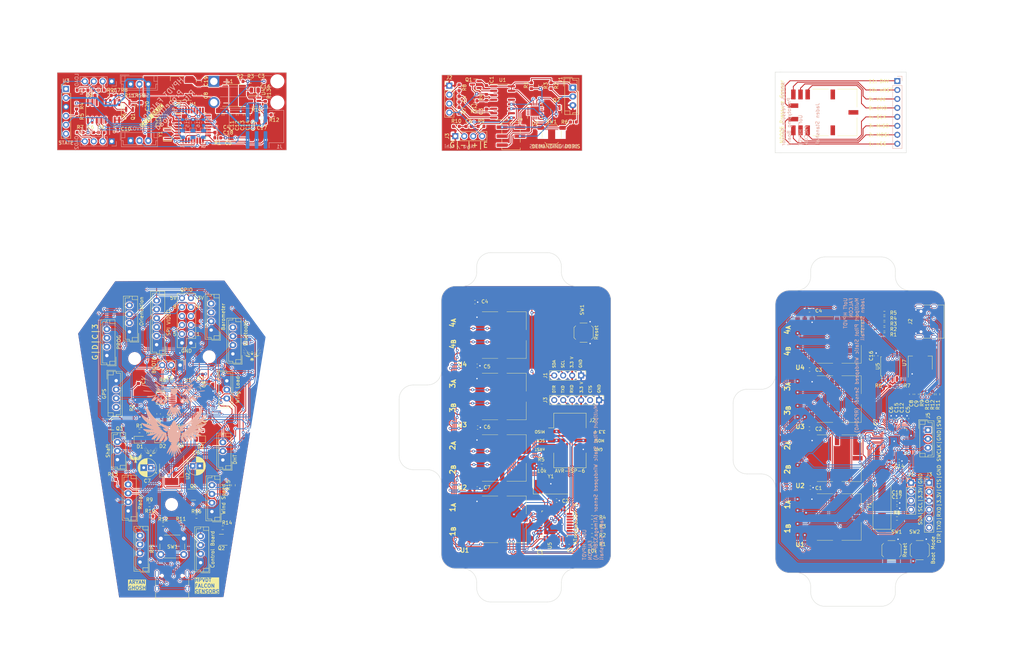
<source format=kicad_pcb>
(kicad_pcb (version 20221018) (generator pcbnew)
  (layers (0 "F.Cu" signal) (31 "B.Cu" signal) (34 "B.Paste" user) (35 "F.Paste" user) (36 "B.SilkS" user "B.Silkscreen") (37 "F.SilkS" user "F.Silkscreen") (38 "B.Mask" user) (39 "F.Mask" user) (44 "Edge.Cuts" user))
  (net 0 "")
  (footprint "Connector_PinHeader_2.54mm:PinHeader_1x04_P2.54mm_Vertical" (layer "F.Cu") (at 177.231124 49.181125)
    (fp_text reference "J2")
    (fp_text value "Conn_01x04_Pin")
  )
  (footprint "Connector_JST:JST_EH_B3B-EH-A_1x03_P2.50mm_Vertical" (layer "F.Cu") (at 212.231124 49.731125 -90)
    (fp_text reference "J1")
    (fp_text value "Conn_01x03_Pin")
  )
  (footprint "Resistor_SMD:R_0603_1608Metric" (layer "F.Cu") (at 300.524647 115.14986)
    (fp_text reference "R4")
    (fp_text value "10k")
  )
  (footprint "Package_QFP:LQFP-48_7x7mm_P0.5mm" (layer "F.Cu") (at 103.149 138.4105)
    (fp_text reference "U1")
    (fp_text value "STM32F103C8Tx")
  )
  (footprint "MountingHole:MountingHole_3.2mm_M3" (layer "F.Cu") (at 98.5231 167.8545)
    (fp_text reference "H3" hide)
    (fp_text value "M3")
  )
  (footprint "Capacitor_SMD:C_0603_1608Metric" (layer "F.Cu") (at 184.4968 110.5268)
    (fp_text reference "C4")
    (fp_text value "100n")
  )
  (footprint "Connector_JST:JST_EH_B4B-EH-A_1x04_P2.50mm_Vertical" (layer "F.Cu") (at 86.5851 118.9341 90)
    (fp_text reference "J1" hide)
    (fp_text value "Orientation")
  )
  (footprint "pressureSensorFootprintLibrary:HV120SM02C" (layer "F.Cu") (at 189.526 172.071 180)
    (fp_text reference "U1")
    (fp_text value "~" hide)
  )
  (footprint "Resistor_SMD:R_0603_1608Metric" (layer "F.Cu") (at 203.035124 49.189125 90)
    (fp_text reference "R3")
    (fp_text value "R_US")
  )
  (footprint "Resistor_SMD:R_0603_1608Metric" (layer "F.Cu") (at 101.0631 147.1789)
    (fp_text reference "R4")
    (fp_text value "330")
  )
  (footprint "Resistor_SMD:R_0603_1608Metric" (layer "F.Cu") (at 212.406124 59.481125 180)
    (fp_text reference "R6")
    (fp_text value "10 k")
  )
  (footprint "Resistor_SMD:R_0603_1608Metric" (layer "F.Cu") (at 186.231124 60.721125)
    (fp_text reference "R9")
    (fp_text value "100")
  )
  (footprint "Resistor_SMD:R_0603_1608Metric" (layer "F.Cu") (at 179.231124 60.721125 180)
    (fp_text reference "R10")
    (fp_text value "100")
  )
  (footprint "LED_SMD:LED_0805_2012Metric" (layer "F.Cu") (at 89.5823 149.5157)
    (fp_text reference "D1")
    (fp_text value "LED")
  )
  (footprint "Package_DFN_QFN:QFN-20-1EP_4x4mm_P0.5mm_EP2.6x2.6mm" (layer "F.Cu") (at 201.511124 56.408125 90)
    (fp_text reference "U2")
    (fp_text value "ATtiny85-20M")
  )
  (footprint "Capacitor_SMD:C_0603_1608Metric" (layer "F.Cu") (at 100.5551 131.8881 180)
    (fp_text reference "C5")
    (fp_text value "100n")
  )
  (footprint "Resistor_SMD:R_0603_1608Metric" (layer "F.Cu") (at 78.6 62.45 180)
    (fp_text reference "R6")
    (fp_text value "100")
  )
  (footprint "Resistor_SMD:R_0603_1608Metric" (layer "F.Cu") (at 120.925 47.95)
    (fp_text reference "R3")
    (fp_text value "10k")
  )
  (footprint "Capacitor_SMD:C_0805_2012Metric" (layer "F.Cu") (at 116.1 57.4 90)
    (fp_text reference "C13")
    (fp_text value "22uF")
  )
  (footprint "Connector_PinHeader_2.54mm:PinHeader_1x04_P2.54mm_Vertical" (layer "F.Cu") (at 308.099647 161.70986)
    (fp_text reference "J1")
    (fp_text value "Conn_01x04_Pin")
  )
  (footprint "Capacitor_SMD:C_0603_1608Metric" (layer "F.Cu") (at 309.659647 136.63486 90)
    (fp_text reference "C9")
    (fp_text value "22u")
  )
  (footprint "Resistor_SMD:R_0603_1608Metric" (layer "F.Cu") (at 89.4299 147.0265)
    (fp_text reference "R1")
    (fp_text value "330")
  )
  (footprint "Resistor_SMD:R_0603_1608Metric" (layer "F.Cu") (at 71.6 57.95 -90)
    (fp_text reference "R5")
    (fp_text value "10k")
  )
  (footprint "Capacitor_SMD:C_0603_1608Metric" (layer "F.Cu") (at 111.6 62.45)
    (fp_text reference "C18")
    (fp_text value "100n")
  )
  (footprint "Button_Switch_SMD:SW_SPST_SKQG_WithStem" (layer "F.Cu") (at 310.549647 180.80986 -90)
    (fp_text reference "SW2")
    (fp_text value "Boot Mode")
  )
  (footprint "Resistor_SMD:R_0603_1608Metric" (layer "F.Cu") (at 92.4149 171.1565)
    (fp_text reference "R10")
    (fp_text value "22")
  )
  (footprint "Capacitor_SMD:C_0805_2012Metric" (layer "F.Cu") (at 124.1 59.45 180)
    (fp_text reference "C17")
    (fp_text value "100n")
  )
  (footprint "Resistor_SMD:R_0603_1608Metric" (layer "F.Cu") (at 300.524647 119.70986)
    (fp_text reference "R1")
    (fp_text value "10k")
  )
  (footprint "Resistor_SMD:R_0603_1608Metric" (layer "F.Cu") (at 127.6 57.45 180)
    (fp_text reference "R12")
    (fp_text value "10k")
  )
  (footprint "Resistor_SMD:R_0603_1608Metric" (layer "F.Cu") (at 95.9722 134.0217)
    (fp_text reference "R8")
    (fp_text value "10k")
  )
  (footprint "Capacitor_SMD:C_0603_1608Metric" (layer "F.Cu") (at 298.199647 125.73486 90)
    (fp_text reference "C16")
    (fp_text value "100n")
  )
  (footprint "Capacitor_SMD:C_0603_1608Metric" (layer "F.Cu") (at 97.3575 58.725 180)
    (fp_text reference "C1")
    (fp_text value "10n")
  )
  (footprint "Resistor_SMD:R_0603_1608Metric" (layer "F.Cu") (at 314.179647 136.63486 -90)
    (fp_text reference "R12")
    (fp_text value "22")
  )
  (footprint "Capacitor_SMD:C_0603_1608Metric" (layer "F.Cu") (at 279.3 112.83486)
    (fp_text reference "C4")
    (fp_text value "100n")
  )
  (footprint "LED_SMD:LED_0805_2012Metric" (layer "F.Cu") (at 106.4479 149.4141 180)
    (fp_text reference "D3")
    (fp_text value "LED")
  )
  (footprint "Resistor_SMD:R_0603_1608Metric" (layer "F.Cu") (at 300.524647 118.18986)
    (fp_text reference "R2")
    (fp_text value "10k")
  )
  (footprint "Resistor_SMD:R_0603_1608Metric" (layer "F.Cu") (at 105.5612 171.2581)
    (fp_text reference "R16")
    (fp_text value "10k")
  )
  (footprint "Resistor_SMD:R_0603_1608Metric" (layer "F.Cu") (at 117.925 47.95)
    (fp_text reference "R2")
    (fp_text value "15k")
  )
  (footprint "Resistor_SMD:R_0603_1608Metric" (layer "F.Cu") (at 106.5495 146.9249 180)
    (fp_text reference "R5")
    (fp_text value "330")
  )
  (footprint "Resistor_SMD:R_0603_1608Metric" (layer "F.Cu") (at 111.6 63.95)
    (fp_text reference "R1")
    (fp_text value "10k")
  )
  (footprint "MountingHole:MountingHole_3.2mm_M3" (layer "F.Cu") (at 109.1911 125.9953)
    (fp_text reference "H1" hide)
    (fp_text value "M3")
  )
  (footprint "Capacitor_SMD:C_0603_1608Metric" (layer "F.Cu") (at 111.6 60.95)
    (fp_text reference "C4")
    (fp_text value "100n")
  )
  (footprint "Connector_JST:JST_EH_B4B-EH-A_1x04_P2.50mm_Vertical" (layer "F.Cu") (at 86.2295 169.6941 90)
    (fp_text reference "J9" hide)
    (fp_text value "Radar")
  )
  (footprint "Capacitor_SMD:C_0603_1608Metric" (layer "F.Cu") (at 305.45 143.50986 90)
    (fp_text reference "C12")
    (fp_text value "1n")
  )
  (footprint "Resistor_SMD:R_0603_1608Metric" (layer "F.Cu") (at 200.495124 49.189125 -90)
    (fp_text reference "R1")
    (fp_text value "R_US")
  )
  (footprint "Resistor_SMD:R_0603_1608Metric" (layer "F.Cu") (at 206.057124 49.189125 -90)
    (fp_text reference "R2")
    (fp_text value "5 k")
  )
  (footprint "Crystal:Resonator_SMD_Murata_CSTxExxV-3Pin_3.0x1.1mm" (layer "F.Cu") (at 97.3575 62.925 90)
    (fp_text reference "Y1")
    (fp_text value "Resonator_Small")
  )
  (footprint "Connector_JST:JST_EH_B4B-EH-A_1x04_P2.50mm_Vertical" (layer "F.Cu") (at 82.8259 132.7701 -90)
    (fp_text reference "J7" hide)
    (fp_text value "GPS")
  )
  (footprint "Button_Switch_SMD:SW_SPST_SKQG_WithStem" (layer "F.Cu") (at 302.549647 180.80986 -90)
    (fp_text reference "SW1")
    (fp_text value "Reset")
  )
  (footprint "Connector_USB:USB_C_Receptacle_HRO_TYPE-C-31-M-12" (layer "F.Cu") (at 98.6755 190.6637)
    (fp_text reference "J14" hide)
    (fp_text value "USB_C_Receptacle_USB2.0")
  )
  (footprint "Connector_JST:JST_EH_B4B-EH-A_1x04_P2.50mm_Vertical" (layer "F.Cu") (at 109.7499 118.4369 90)
    (fp_text reference "J4" hide)
    (fp_text value "Barometer")
  )
  (footprint "pressureSensorFootprintLibrary:HV120SM02C" (layer "F.Cu") (at 284.44 138.00486 180)
    (fp_text reference "U3")
    (fp_text value "~" hide)
  )
  (footprint "Resistor_SMD:R_0603_1608Metric" (layer "F.Cu") (at 125.1 54.45 -90)
    (fp_text reference "R13")
    (fp_text value "10k")
  )
  (footprint "Connector_PinHeader_2.54mm:PinHeader_1x04_P2.54mm_Vertical" (layer "F.Cu") (at 214.5858 131.304 -90)
    (fp_text reference "J1")
    (fp_text value "Conn_01x04_Pin" hide)
  )
  (footprint "Capacitor_THT:CP_Radial_D5.0mm_P2.00mm" (layer "F.Cu") (at 92.6303 157.4405 180)
    (fp_text reference "C7")
    (fp_text value "10uF")
  )
  (footprint "Package_DFN_QFN:QFN-56-1EP_7x7mm_P0.4mm_EP3.2x3.2mm" (layer "F.Cu") (at 303.3125 149.93486)
    (fp_text reference "U6" hide)
    (fp_text value "RP2040")
  )
  (footprint "Connector_JST:JST_EH_B3B-EH-A_1x03_P2.50mm_Vertical" (layer "F.Cu") (at 83.1815 155.1653 90)
    (fp_text reference "J10" hide)
    (fp_text value "Shaft")
  )
  (footprint "Capacitor_SMD:C_0603_1608Metric" (layer "F.Cu") (at 203.0134 180.0212)
    (fp_text reference "C1")
    (fp_text value "10n")
  )
  (footprint "Capacitor_SMD:C_0603_1608Metric" (layer "F.Cu") (at 302.45 143.50986 90)
    (fp_text reference "C6")
    (fp_text value "100n")
  )
  (footprint "Connector_JST:JST_EH_B4B-EH-A_1x04_P2.50mm_Vertical" (layer "F.Cu") (at 89.5823 184.1937 90)
    (fp_text reference "J13" hide)
    (fp_text value "RPi")
  )
  (footprint "Package_TO_SOT_SMD:SOT-23" (layer "F.Cu") (at 184.731124 48.859125 180)
    (fp_text reference "Q1")
    (fp_text value "MMS8550")
  )
  (footprint "Capacitor_SMD:C_0603_1608Metric" (layer "F.Cu") (at 279.55 163.09486)
    (fp_text reference "C1")
    (fp_text value "100n")
  )
  (footprint "Capacitor_SMD:C_0603_1608Metric" (layer "F.Cu") (at 96.6435 143.1149 -90)
    (fp_text reference "C3")
    (fp_text value "100n")
  )
  (footprint "Resistor_SMD:R_0603_1608Metric" (layer "F.Cu") (at 217.675 174.055)
    (fp_text reference "R3")
    (fp_text value "10k")
  )
  (footprint "Package_TO_SOT_SMD:SOT-23" (layer "F.Cu") (at 104.7484 165.0605)
    (fp_text reference "Q1")
    (fp_text value "2N7002K")
  )
  (footprint "pressureSensorFootprintLibrary:HV120SM02C" (layer "F.Cu") (at 284.44 171.43486 180)
    (fp_text reference "U1")
    (fp_text value "~" hide)
  )
  (footprint "Package_TO_SOT_SMD:SOT-23" (layer "F.Cu") (at 81.5605 145.1977)
    (fp_text reference "Q3")
    (fp_text value "2N7002K")
  )
  (footprint "Capacitor_SMD:C_0603_1608Metric" (layer "F.Cu") (at 182.731124 60.721125)
    (fp_text reference "C5")
    (fp_text value "0.1 u")
  )
  (footprint "Capacitor_SMD:C_0603_1608Metric" (layer "F.Cu") (at 109.0895 133.8185 90)
    (fp_text reference "C6")
    (fp_text value "100n")
  )
  (footprint "Resistor_SMD:R_0603_1608Metric" (layer "F.Cu") (at 116.026 162.4189 90)
    (fp_text reference "R15")
    (fp_text value "10k")
  )
  (footprint "Connector_PinHeader_2.54mm:PinHeader_1x06_P2.54mm_Vertical" (layer "F.Cu") (at 219.6758 138.289 -90)
    (fp_text reference "J3")
    (fp_text value "Conn_01x06_Pin")
  )
  (footprint "Capacitor_SMD:C_0603_1608Metric" (layer "F.Cu") (at 306.95 143.50986 90)
    (fp_text reference "C5")
    (fp_text value "100n")
  )
  (footprint "Package_TO_SOT_SMD:SOT-23" (layer "F.Cu") (at 112.6455 177.8621 180)
    (fp_text reference "Q2")
    (fp_text value "2N7002K")
  )
  (footprint "Resistor_SMD:R_0603_1608Metric" (layer "F.Cu") (at 304.434647 134.35986)
    (fp_text reference "R7")
    (fp_text value "1k")
  )
  (footprint "MountingHole:MountingHole_3.2mm_M3" (layer "F.Cu") (at 88.0583 126.5033)
    (fp_text reference "H2" hide)
    (fp_text value "M3")
  )
  (footprint "Capacitor_SMD:C_0805_2012Metric" (layer "F.Cu") (at 106.27 47.95 -90)
    (fp_text reference "C19")
    (fp_text value "10u")
  )
  (footprint "LED_SMD:LED_0805_2012Metric" (layer "F.Cu") (at 101.1647 149.4649)
    (fp_text reference "D4")
    (fp_text value "LED")
  )
  (footprint "MountingHole:MountingHole_3.2mm_M3" (layer "F.Cu") (at 291.65 103.71486 90)
    (fp_text reference "H3" hide)
    (fp_text value "MountingHole")
  )
  (footprint "Crystal:Resonator_SMD-3Pin_7.2x3.0mm_HandSoldering" (layer "F.Cu") (at 206 162.8)
    (fp_text reference "Y1")
    (fp_text value "8MHz")
  )
  (footprint "Package_QFP:TQFP-32_7x7mm_P0.8mm" (layer "F.Cu") (at 207.052 173.341 -90)
    (fp_text reference "U5")
    (fp_text value "ATmega328P-A")
  )
  (footprint "Capacitor_SMD:C_0603_1608Metric" (layer "F.Cu") (at 109.3943 143.8261 90)
    (fp_text reference "C4")
    (fp_text value "100n")
  )
  (footprint "Capacitor_SMD:C_0603_1608Metric" (layer "F.Cu") (at 75.6 62.45 180)
    (fp_text reference "C6")
    (fp_text value "100n")
  )
  (footprint "Resistor_SMD:R_0603_1608Metric" (layer "F.Cu") (at 88.6448 140.5241 90)
    (fp_text reference "R2")
    (fp_text value "10k")
  )
  (footprint "pressureSensorFootprintLibrary:HV120SM02C" (layer "F.Cu") (at 189.525 137.273 180)
    (fp_text reference "U3")
    (fp_text value "~" hide)
  )
  (footprint "Package_TO_SOT_SMD:TSOT-23-6" (layer "F.Cu") (at 122.1 53.5)
    (fp_text reference "U4")
    (fp_text value "TPS563208DDCR")
  )
  (footprint "Capacitor_SMD:C_0805_2012Metric" (layer "F.Cu") (at 82.235 61.45)
    (fp_text reference "C10")
    (fp_text value "10u")
  )
  (footprint "Resistor_SMD:R_0603_1608Metric" (layer "F.Cu") (at 113.0288 174.4585)
    (fp_text reference "R14")
    (fp_text value "10k")
  )
  (footprint "Capacitor_SMD:C_0603_1608Metric" (layer "F.Cu") (at 185.2588 146.036)
    (fp_text reference "C6")
    (fp_text value "100n")
  )
  (footprint "MountingHole:MountingHole_3.2mm_M3" (layer "F.Cu") (at 197 102.5 90)
    (fp_text reference "H3" hide)
    (fp_text value "MountingHole")
  )
  (footprint "Resistor_SMD:R_0603_1608Metric" (layer "F.Cu") (at 312.669647 136.63486 90)
    (fp_text reference "R10")
    (fp_text value "5.1k")
  )
  (footprint "Capacitor_SMD:C_0603_1608Metric" (layer "F.Cu") (at 304.095 167.44486 180)
    (fp_text reference "C18")
    (fp_text value "27p")
  )
  (footprint "Connector_JST:JST_EH_B3B-EH-A_1x03_P2.50mm_Vertical" (layer "F.Cu") (at 113.0519 155.2561 90)
    (fp_text reference "J12" hide)
    (fp_text value "DHT")
  )
  (footprint "Resistor_SMD:R_0603_1608Metric" (layer "F.Cu") (at 78.6 50.45 180)
    (fp_text reference "R8")
    (fp_text value "100")
  )
  (footprint "Resistor_SMD:R_0603_1608Metric" (layer "F.Cu") (at 96.1355 173.4933)
    (fp_text reference "R12")
    (fp_text value "5.1K")
  )
  (footprint "Connector_PinHeader_2.54mm:PinHeader_1x06_P2.54mm_Vertical" (layer "F.Cu") (at 313.21 161.70986)
    (fp_text reference "J3")
    (fp_text value "Conn_01x06_Pin")
  )
  (footprint "LED_SMD:LED_0805_2012Metric" (layer "F.Cu") (at 95.4012 149.4141)
    (fp_text reference "D2")
    (fp_text value "LED")
  )
  (footprint "Resistor_SMD:R_0603_1608Metric" (layer "F.Cu") (at 80.6 51.95 180)
    (fp_text reference "R11")
    (fp_text value "8.2k")
  )
  (footprint "Crystal:Resonator_SMD_Murata_CSTxExxV-3Pin_3.0x1.1mm" (layer "F.Cu") (at 95.3504 137.6601 -90)
    (fp_text reference "Y1")
    (fp_text value "8MHz")
  )
  (footprint "Capacitor_SMD:C_0603_1608Metric" (layer "F.Cu") (at 308.159647 136.63486 90)
    (fp_text reference "C8")
    (fp_text value "22u")
  )
  (footprint "Capacitor_SMD:C_0603_1608Metric" (layer "F.Cu") (at 185.1318 128.5608)
    (fp_text reference "C5")
    (fp_text value "100n")
  )
  (footprint "Button_Switch_THT:SW_PUSH_6mm_H4.3mm" (layer "F.Cu") (at 95.4775 177.5277)
    (fp_text reference "SW1")
    (fp_text value "MCU_RST")
  )
  (footprint "Capacitor_SMD:C_0603_1608Metric" (layer "F.Cu") (at 123.925 47.95 180)
    (fp_text reference "C3")
    (fp_text value "100n")
  )
  (footprint "Package_SO:SOP-16_3.9x9.9mm_P1.27mm" (layer "F.Cu") (at 79.235 56.45 -90)
    (fp_text reference "U6")
    (fp_text value "HX711")
  )
  (footprint "Capacitor_SMD:C_0805_2012Metric" (layer "F.Cu") (at 89.6 54.95 90)
    (fp_text reference "C20")
    (fp_text value "10u")
  )
  (footprint "Resistor_SMD:R_0603_1608Metric" (layer "F.Cu") (at 101.1647 173.3917)
    (fp_text reference "R11")
    (fp_text value "22")
  )
  (footprint "Capacitor_SMD:C_0805_2012Metric" (layer "F.Cu") (at 114.1 57.4 90)
    (fp_text reference "C12")
    (fp_text value "22uF")
  )
  (footprint "CrystalFootprint:Crystal_SMD_HC49-SD(ABLS-12.000MHZ-B4-T)" (layer "F.Cu") (at 299.85 168.18486 90)
    (fp_text reference "Y1")
    (fp_text value "Crystal")
  )
  (footprint "Connector_USB:USB_C_Receptacle_HRO_TYPE-C-31-M-12" (layer "F.Cu") (at 313.515 116.03486 90)
    (fp_text reference "J2")
    (fp_text value "USB_C_Receptacle_USB2.0")
  )
  (footprint "Resistor_SMD:R_0603_1608Metric" (layer "F.Cu") (at 72.6 62.45)
    (fp_text reference "R7")
    (fp_text value "100")
  )
  (footprint "pressureSensorFootprintLibrary:HV120SM02C" (layer "F.Cu") (at 189.525 119.874 180)
    (fp_text reference "U4")
    (fp_text value "~" hide)
  )
  (footprint "Capacitor_SMD:C_0603_1608Metric" (layer "F.Cu") (at 185.1318 163.308)
    (fp_text reference "C7")
    (fp_text value "100n")
  )
  (footprint "Capacitor_SMD:C_0603_1608Metric" (layer "F.Cu") (at 97.3575 60.225 180)
    (fp_text reference "C2")
    (fp_text value "100n")
  )
  (footprint "Capacitor_SMD:C_0603_1608Metric" (layer "F.Cu") (at 211.1922 179.6656)
    (fp_text reference "C3")
    (fp_text value "1u")
  )
  (footprint "Connector_PinHeader_2.54mm:PinHeader_1x06_P2.54mm_Vertical" (layer "F.Cu") (at 68.6 50.1)
    (fp_text reference "U3")
    (fp_text value "HC-05")
  )
  (footprint "Capacitor_SMD:C_0603_1608Metric" (layer "F.Cu") (at 304.095 168.95486 180)
    (fp_text reference "C17")
    (fp_text value "27p")
  )
  (footprint "Capacitor_SMD:C_0603_1608Metric" (layer "F.Cu") (at 297.9825 147.00986 90)
    (fp_text reference "C7")
    (fp_text value "100n")
  )
  (footprint "pressureSensorFootprintLibrary:HV120SM02C" (layer "F.Cu") (at 283.24 56.75 180)
    (fp_text reference "U2" hide)
    (fp_text value "~" hide)
  )
  (footprint "Resistor_SMD:R_0603_1608Metric" (layer "F.Cu") (at 315.689647 136.63486 -90)
    (fp_text reference "R11")
    (fp_text value "22")
  )
  (footprint "Resistor_SMD:R_0603_1608Metric" (layer "F.Cu") (at 311.159647 136.63486 90)
    (fp_text reference "R9")
    (fp_text value "5.1k")
  )
  (footprint "Capacitor_SMD:C_0603_1608Metric" (layer "F.Cu") (at 187.731124 48.359125 90)
    (fp_text reference "C1")
    (fp_text value "10 u")
  )
  (footprint "Connector_PinHeader_2.54mm:PinHeader_1x03_P2.54mm_Vertical" (layer "F.Cu") (at 100.9465 128.3829 -90)
    (fp_text reference "JP1" hide)
    (fp_text value "BOOT0")
  )
  (footprint "Package_TO_SOT_SMD:SOT-23" (layer "F.Cu") (at 86.6 54.95 90)
    (fp_text reference "Q1")
    (fp_text value "MMS8550")
  )
  (footprint "Connector_PinHeader_2.54mm:PinHeader_2x06_P2.54mm_Vertical" (layer "F.Cu") (at 104.0095 122.0837 180)
    (fp_text reference "J6" hide)
    (fp_text value "GPIO")
  )
  (footprint "Button_Switch_SMD:SW_SPST_SKQG_WithStem" (layer "F.Cu") (at 215.2858 119.164 90)
    (fp_text reference "SW1")
    (fp_text value "Reset")
  )
  (footprint "Capacitor_SMD:C_0603_1608Metric" (layer "F.Cu") (at 94.8655 142.2005 -90)
    (fp_text reference "C2")
    (fp_text value "10n")
  )
  (footprint "Resistor_SMD:R_0603_1608Metric" (layer "F.Cu") (at 95.3227 147.2297)
    (fp_text reference "R6")
    (fp_text value "330")
  )
  (footprint "Connector_PinHeader_2.54mm:PinHeader_2x03_P2.54mm_Vertical_SMD" (layer "F.Cu") (at 194.731124 63.481125)
    (fp_text reference "J4")
    (fp_text value "AVR-ISP-6")
  )
  (footprint "Capacitor_SMD:C_0603_1608Metric" (layer "F.Cu") (at 180.011124 52.981125 -90)
    (fp_text reference "C4")
    (fp_text value "0.1 u")
  )
  (footprint "Resistor_SMD:R_0603_1608Metric" (layer "F.Cu") (at 301.259647 134.35986)
    (fp_text reference "R6")
    (fp_text value "10k")
  )
  (footprint "Capacitor_SMD:C_0603_1608Metric" (layer "F.Cu") (at 75.6 50.45 180)
    (fp_text reference "C7")
    (fp_text value "100n")
  )
  (footprint "Connector_IDC:IDC-Header_2x03_P2.54mm_Vertical_SMD" (layer "F.Cu") (at 211.4108 149.719)
    (fp_text reference "J2")
    (fp_text value "AVR-ISP-6")
  )
  (footprint "Resistor_SMD:R_0603_1608Metric" (layer "F.Cu") (at 187.731124 52.481125 -90)
    (fp_text reference "R4")
    (fp_text value "10 k")
  )
  (footprint "Package_SO:SOP-16_3.9x9.9mm_P1.27mm" (layer "F.Cu") (at 192.327124 53.806125)
    (fp_text reference "U1")
    (fp_text value "HX711")
  )
  (footprint "Connector_JST:JST_EH_B4B-EH-A_1x04_P2.50mm_Vertical" (layer "F.Cu") (at 115.8967 125.1933 90)
    (fp_text reference "J5" hide)
    (fp_text value "Bluetooth")
  )
  (footprint "Connector_JST:JST_EH_B6B-EH-A_1x06_P2.50mm_Vertical" (layer "F.Cu") (at 94.2836 122.5841 90)
    (fp_text reference "J3" hide)
    (fp_text value "SPI VIDEO")
  )
  (footprint "Capacitor_SMD:C_0603_1608Metric" (layer "F.Cu") (at 304.7325 155.54736)
    (fp_text reference "C14")
    (fp_text value "100n")
  )
  (footprint "Capacitor_SMD:C_0603_1608Metric" (layer "F.Cu") (at 279.3 146.37486)
    (fp_text reference "C2")
    (fp_text value "100n")
  )
  (footprint "Connector_JST:JST_EH_B4B-EH-A_1x04_P2.50mm_Vertical" (layer "F.Cu") (at 106.7527 184.3461 90)
    (fp_text reference "J15" hide)
    (fp_text value "Control Board")
  )
  (footprint "Capacitor_SMD:C_0603_1608Metric" (layer "F.Cu") (at 77.6 51.95 180)
    (fp_text reference "C9")
    (fp_text value "100n")
  )
  (footprint "Resistor_SMD:R_0603_1608Metric" (layer "F.Cu") (at 92.2625 167.9561)
    (fp_text reference "R9")
    (fp_text value "5.1K")
  )
  (footprint "Package_QFP:TQFP-32_7x7mm_P0.8mm" (layer "F.Cu") (at 104.6 60.45)
    (fp_text reference "U1")
    (fp_text value "ATmega328P-A")
  )
  (footprint "Resistor_SMD:R_0603_1608Metric" (layer "F.Cu") (at 180.011124 56.221125 -90)
    (fp_text reference "R7")
    (fp_text value "100 ")
  )
  (footprint "Resistor_SMD:R_0603_1608Metric" (layer "F.Cu") (at 203.45 156.91)
    (fp_text reference "R5")
    (fp_text value "10k")
  )
  (footprint "Resistor_SMD:R_0603_1608Metric" (layer "F.Cu") (at 217.675 179.135)
    (fp_text reference "R1")
    (fp_text value "10k")
  )
  (footprint "Connector_PinHeader_2.54mm:PinHeader_1x04_P2.54mm_Vertical" (layer "F.Cu") (at 178.931124 63.481125 90)
    (fp_text reference "J3")
    (fp_text value "Conn_01x04_Pin")
  )
  (footprint "Resistor_SMD:R_0603_1608Metric" (layer "F.Cu") (at 83.6 51.95 180)
    (fp_text reference "R10")
    (fp_text value "20k")
  )
  (footprint "Connector_JST:JST_EH_B4B-EH-A_1x04_P2.50mm_Vertical" (layer "F.Cu") (at 80.1843 125.6613 90)
    (fp_text reference "J2" hide)
    (fp_text value "PROG")
  )
  (footprint "Package_TO_SOT_SMD:SOT-223-3_TabPin2" (layer "F.Cu") (at 310.7 127.71486 90)
    (fp_text reference "U7")
    (fp_text value "AZ1117-3.3")
  )
  (footprint "Capacitor_THT:CP_Radial_D5.0mm_P2.00mm" (layer "F.Cu") (at 104.5175 156.9325)
    (fp_text reference "C8")
    (fp_text value "22uF")
  )
  (footprint "Package_SO:SOIC-8_5.23x5.23mm_P1.27mm" (layer "F.Cu") (at 302.199647 128.70986 90)
    (fp_text reference "U5")
    (fp_text value "W25Q128JVS")
  )
  (footprint "Resistor_SMD:R_0603_1608Metric" (layer "F.Cu") (at 184.231124 53.481125 180)
    (fp_text reference "R5")
    (fp_text value "5.6 k")
  )
  (footprint "pressureSensorFootprintLibrary:HV120SM02C" (layer "F.Cu") (at 284.44 121.23486 180)
    (fp_text reference "U4")
    (fp_text value "~" hide)
  )
  (footprint "Resistor_SMD:R_0603_1608Metric" (layer "F.Cu") (at 92.3763 143.9785 180)
    (fp_text reference "R3")
    (fp_text value "10k")
  )
  (footprint "Capacitor_SMD:C_0603_1608Metric" (layer "F.Cu") (at 303.95 143.50986 90)
    (fp_text reference "C15")
    (fp_text value "1n")
  )
  (footprint "Resistor_SMD:R_0603_1608Metric" (layer "F.Cu") (at 71.6 54.95 -90)
    (fp_text reference "R4")
    (fp_text value "5k")
  )
  (footprint "Capacitor_SMD:C_0805_2012Metric" (layer "F.Cu") (at 120.1 57.4 90)
    (fp_text reference "C15")
    (fp_text value "22uF")
  )
  (footprint "Package_TO_SOT_SMD:SOT-223-3_TabPin2" (layer "F.Cu") (at 98.5231 158.2025 -90)
    (fp_text reference "U2")
    (fp_text value "AZ1117-3.3")
  )
  (footprint "pressureSensorFootprintLibrary:HV120SM02C" (layer "F.Cu") (at 189.523 154.677 180)
    (fp_text reference "U2")
    (fp_text value "~" hide)
  )
  (footprint "Package_TO_SOT_SMD:SOT-223-3_TabPin2" (layer "F.Cu") (at 100.1 49.95 180)
    (fp_text reference "U5")
    (fp_text value "AZ1117-5.0")
  )
  (footprint "Resistor_SMD:R_0603_1608Metric" (layer "F.Cu") (at 81.8762 160.7425)
    (fp_text reference "R13")
    (fp_text value "10k")
  )
  (footprint "MountingHole:MountingHole_3.2mm_M3" (layer "F.Cu") (at 169 146 90)
    (fp_text reference "H2" hide)
    (fp_text value "MountingHole")
  )
  (footprint "Resistor_SMD:R_0603_1608Metric" (layer "F.Cu") (at 217.675 176.595)
    (fp_text reference "R2")
    (fp_text value "10k")
  )
  (footprint "MountingHole:MountingHole_3.2mm_M3" (layer "F.Cu") (at 291.65 190.71486 90)
    (fp_text reference "H1" hide)
    (fp_text value "MountingHole")
  )
  (footprint "MountingHole:MountingHole_3.2mm_M3" (layer "F.Cu") (at 197 189.5 90)
    (fp_text reference "H1" hide)
    (fp_text value "MountingHole")
  )
  (footprint "Capacitor_SMD:C_0603_1608Metric" (layer "F.Cu") (at 114.6 63.95)
    (fp_text reference "C5")
    (fp_text value "10n")
  )
  (footprint "Capacitor_SMD:C_0603_1608Metric" (layer "F.Cu") (at 207.6362 166.7624)
    (fp_text reference "C2")
    (fp_text value "100n")
  )
  (footprint "Resistor_SMD:R_0603_1608Metric" (layer "F.Cu") (at 217.675 171.515)
    (fp_text reference "R4")
    (fp_text value "10k")
  )
  (footprint "Capacitor_SMD:C_0603_1608Metric" (layer "F.Cu") (at 187.731124 56.609125 90)
    (fp_text reference "C3")
    (fp_text value "0.1 u")
  )
  (footprint "Resistor_SMD:R_0603_1608Metric" (layer "F.Cu") (at 180.011124 49.721125 90)
    (fp_text reference "R8")
    (fp_text value "100")
  )
  (footprint "Capacitor_SMD:C_0603_1608Metric" (layer "F.Cu") (at 184.231124 51.481125 180)
    (fp_text reference "C2")
    (fp_text value "10 u")
  )
  (footprint "Resistor_SMD:R_0603_1608Metric" (layer "F.Cu") (at 300.524647 113.62986)
    (fp_text reference "R5")
    (fp_text value "10k")
  )
  (footprint "Resistor_SMD:R_0603_1608Metric" (layer "F.Cu") (at 300.524647 116.66986)
    (fp_text reference "R3")
    (fp_text value "10k")
  )
  (footprint "Capacitor_SMD:C_0805_2012Metric" (layer "F.Cu") (at 106.27 51.95 90)
    (fp_text reference "C8")
    (fp_text value "22uF")
  )
  (footprint "Resistor_SMD:R_0603_1608Metric" (layer "F.Cu") (at 124.1 57.45)
    (fp_text reference "R14")
    (fp_text value "54.9k")
  )
  (footprint "pressureSensorFootprintLibrary:HV120SM02C" (layer "F.Cu") (at 284.44 154.75486 180)
    (fp_text reference "U2")
    (fp_text value "~" hide)
  )
  (footprint "Capacitor_SMD:C_0805_2012Metric" (layer "F.Cu") (at 112.1 57.4 90)
    (fp_text reference "C11")
    (fp_text value "22uF")
  )
  (footprint "Capacitor_SMD:C_0805_2012Metric" (layer "F.Cu") (at 118.1 57.4 90)
    (fp_text reference "C14")
    (fp_text value "22uF")
  )
  (footprint "Resistor_SMD:R_0603_1608Metric" (layer "F.Cu") (at 72.6 50.45)
    (fp_text reference "R9")
    (fp_text value "100")
  )
  (footprint "Inductor_SMD:L_Taiyo-Yuden_NR-60xx" (layer "F.Cu") (at 116.1 51.95)
    (fp_text reference "L1")
    (fp_text value "3.3uH")
  )
  (footprint "Capacitor_SMD:C_0603_1608Metric" (layer "F.Cu") (at 279.325 129.63486)
    (fp_text reference "C3")
    (fp_text value "100n")
  )
  (footprint "Connector_JST:JST_EH_B4B-EH-A_1x04_P2.50mm_Vertical" (layer "F.Cu") (at 109.9531 169.8865 90)
    (fp_text reference "J11" hide)
    (fp_text value "Wind Speed")
  )
  (footprint "Connector_JST:JST_EH_B3B-EH-A_1x03_P2.50mm_Vertical" (layer "F.Cu") (at 312.88 146.77486 -90)
    (fp_text reference "J5")
    (fp_text value "Conn_01x03_Pin")
  )
  (footprint "MountingHole:MountingHole_3.2mm_M3" (layer "F.Cu") (at 263.65 147.71486 90)
    (fp_text reference "H2" hide)
    (fp_text value "MountingHole")
  )
  (footprint "Capacitor_SMD:C_0805_2012Metric" (layer "F.Cu") (at 122.1 50.45)
    (fp_text reference "C16")
    (fp_text value "100n")
  )
  (footprint "Resistor_SMD:R_0603_1608Metric" (layer "F.Cu") (at 304.095 171.83486)
    (fp_text reference "R8")
    (fp_text value "1k")
  )
  (footprint "Capacitor_SMD:C_0603_1608Metric" (layer "F.Cu") (at 89.102 132.8025 -90)
    (fp_text reference "C1")
    (fp_text value "1u")
  )
  (footprint "Button_Switch_SMD:SW_SPST_SKQG_WithStem" (layer "F.Cu") (at 206.231124 62.981125)
    (fp_text reference "SW1")
    (fp_text value "SW_DPST_x2")
  )
  (footprint "Resistor_SMD:R_0603_1608Metric" (layer "F.Cu") (at 106.4479 131.0245)
    (fp_text reference "R7")
    (fp_text value "5k")
  )
  (footprint "Package_TO_SOT_SMD:SOT-23" (layer "F.Cu") (at 207.515124 56.301125 -90)
    (fp_text reference "Q2")
    (fp_text value "2N7002K")
  )
  (footprint "Connector_JST:JST_EH_B3B-EH-A_1x03_P2.50mm_Vertical" (layer "F.Cu") (at 114.1695 132.8209 -90)
    (fp_text reference "J8" hide)
    (fp_text value "Wing Load")
  )
  (footprint "Connector_JST:JST_EH_B3B-EH-A_1x03_P2.50mm_Vertical" (layer "B.Cu") (at 86.92 48.75)
    (fp_text reference "J4" hide)
    (fp_text value "SERVO1")
  )
  (footprint "Connector_JST:JST_EH_B3B-EH-A_1x03_P2.50mm_Vertical" (layer "B.Cu") (at 86.92 64.75)
    (fp_text reference "J6")
    (fp_text value "SERVO2")
  )
  (footprint "LED_SMD:LED_0805_2012Metric" (layer "B.Cu") (at 107.6 62.8875 -90)
    (fp_text reference "D3")
    (fp_text value "LED")
  )
  (footprint "LED_SMD:LED_0805_2012Metric" (layer "B.Cu") (at 101.6 62.8875 -90)
    (fp_text reference "D1")
    (fp_text value "LED")
  )
  (footprint "Resistor_SMD:R_0603_1608Metric" (layer "B.Cu") (at 107.6 59.625 90)
    (fp_text reference "R17")
    (fp_text value "330")
  )
  (footprint "Resistor_SMD:R_0603_1608Metric" (layer "B.Cu") (at 101.6 59.625 90)
    (fp_text reference "R15")
    (fp_text value "330")
  )
  (footprint "Connector_PinHeader_2.54mm:PinHeader_1x08_P2.54mm_Vertical" (layer "B.Cu") (at 304.195 47.86 180)
    (fp_text reference "J1" hide)
    (fp_text value "Conn_01x08_Pin")
  )
  (footprint "LED_SMD:LED_0805_2012Metric" (layer "B.Cu") (at 104.6 62.8875 -90)
    (fp_text reference "D2")
    (fp_text value "LED")
  )
  (footprint "Connector_PinHeader_2.54mm:PinHeader_1x04_P2.54mm_Vertical" (layer "B.Cu") (at 81.55 47.95 90)
    (fp_text reference "J2" hide)
    (fp_text value "LOAD1")
  )
  (footprint "Connector_PinHeader_2.54mm:PinHeader_1x04_P2.54mm_Vertical" (layer "B.Cu") (at 81.55 64.95 90)
    (fp_text reference "J3" hide)
    (fp_text value "LOAD2")
  )
  (footprint "Connector_IDC:IDC-Header_2x03_P2.54mm_Vertical_SMD" (layer "B.Cu") (at 122.6 60.75 90)
    (fp_text reference "J1")
    (fp_text value "AVR-ISP-6")
  )
  (footprint "Connector_Wire:SolderWire-1.5sqmm_1x02_P6mm_D1.7mm_OD3mm_Relief" (layer "B.Cu") (at 110.5 47.95 -90)
    (fp_text reference "BT1" hide)
    (fp_text value "Battery")
  )
  (footprint "Resistor_SMD:R_0603_1608Metric" (layer "B.Cu") (at 104.6 59.625 90)
    (fp_text reference "R16")
    (fp_text value "330")
  )
  (gr_poly (pts (xy 98.459724 135.09274) (xy 98.472695 135.096536) (xy 98.485065 135.101148) (xy 98.496847 135.106512) (xy 98.508052 135.112564) (xy 98.518692 135.11924) (xy 98.52878 135.126477) (xy 98.538326 135.134212) (xy 98.547344 135.142379) (xy 98.555844 135.150916) (xy 98.563838 135.159758) (xy 98.57134 135.168843) (xy 98.578359 135.178106) (xy 98.584909 135.187483) (xy 98.596646 135.206326) (xy 98.606647 135.224862) (xy 98.615006 135.242582) (xy 98.621819 135.258974) (xy 98.62718 135.27353) (xy 98.633926 135.29509) (xy 98.636006 135.303183) (xy 98.633862 135.303183) (xy 98.617061 135.282524) (xy 98.607586 135.271451) (xy 98.59744 135.260037) (xy 98.586659 135.248397) (xy 98.575277 135.236647) (xy 98.563328 135.224904) (xy 98.550846 135.213281) (xy 98.537867 135.201896) (xy 98.524425 135.190864) (xy 98.510554 135.1803) (xy 98.49629 135.170321) (xy 98.481665 135.161041) (xy 98.466716 135.152578) (xy 98.451476 135.145045) (xy 98.443758 135.141664) (xy 98.43598 135.13856) (xy 98.436742 135.132371) (xy 98.43765 135.126205) (xy 98.438704 135.120064) (xy 98.439903 135.11395) (xy 98.441247 135.107867) (xy 98.442734 135.101816) (xy 98.444366 135.095801) (xy 98.446141 135.089823)) (fill solid) (layer "B.SilkS"))
  (gr_poly (pts (xy 108.456057 133.827135) (xy 108.458253 133.828109) (xy 108.460159 133.829721) (xy 108.461763 133.831964) (xy 108.464025 133.838306) (xy 108.464951 133.847067) (xy 108.464455 133.858178) (xy 108.462451 133.871571) (xy 108.458852 133.887179) (xy 108.453572 133.904933) (xy 108.446523 133.924766) (xy 108.437619 133.946608) (xy 108.426774 133.970391) (xy 108.4139 133.996049) (xy 108.398912 134.023511) (xy 108.381723 134.052711) (xy 108.362245 134.083581) (xy 108.340393 134.116051) (xy 108.171145 134.168994) (xy 107.975955 134.221389) (xy 107.759843 134.272849) (xy 107.52783 134.322988) (xy 107.036189 134.41775) (xy 106.541199 134.502578) (xy 106.08303 134.574371) (xy 105.701849 134.630033) (xy 105.331128 134.680566) (xy 106.874972 134.248716) (xy 107.933061 133.958344) (xy 108.294658 133.86295) (xy 108.453582 133.826809)) (fill solid) (layer "B.SilkS"))
  (gr_poly (pts (xy 104.268485 136.772466) (xy 104.475585 136.841959) (xy 104.677051 136.901966) (xy 104.872511 136.953093) (xy 105.061592 136.995946) (xy 105.243918 137.031131) (xy 105.419117 137.059252) (xy 105.586815 137.080916) (xy 105.746638 137.096728) (xy 105.898212 137.107294) (xy 106.041164 137.113219) (xy 106.17512 137.11511) (xy 106.299706 137.113572) (xy 106.414549 137.10921) (xy 106.613511 137.09444) (xy 106.692596 137.129932) (xy 106.765666 137.163959) (xy 106.799529 137.180284) (xy 106.831387 137.196075) (xy 106.861076 137.211277) (xy 106.888427 137.225835) (xy 106.913274 137.239692) (xy 106.93545 137.252794) (xy 106.954788 137.265083) (xy 106.971122 137.276505) (xy 106.984286 137.287003) (xy 106.989626 137.291889) (xy 106.994111 137.296523) (xy 106.99772 137.300898) (xy 107.000432 137.305008) (xy 107.002227 137.308845) (xy 107.003082 137.312403) (xy 107.003145 137.314435) (xy 107.002886 137.316525) (xy 107.001414 137.32087) (xy 106.998678 137.325417) (xy 106.994691 137.330146) (xy 106.989466 137.335035) (xy 106.983016 137.340065) (xy 106.975353 137.345215) (xy 106.966491 137.350463) (xy 106.956442 137.35579) (xy 106.945218 137.361173) (xy 106.932833 137.366594) (xy 106.9193 137.372031) (xy 106.904631 137.377463) (xy 106.888839 137.38287) (xy 106.871937 137.38823) (xy 106.853937 137.393524) (xy 106.772645 137.413327) (xy 106.675307 137.430523) (xy 106.562688 137.443854) (xy 106.435554 137.452061) (xy 106.294669 137.453886) (xy 106.140799 137.44807) (xy 105.974707 137.433357) (xy 105.797158 137.408486) (xy 105.608919 137.3722) (xy 105.410753 137.323241) (xy 105.203425 137.260351) (xy 104.9877 137.18227) (xy 104.764343 137.087741) (xy 104.534118 136.975505) (xy 104.297791 136.844305) (xy 104.056127 136.692881)) (fill solid) (layer "B.SilkS"))
  (gr_poly (pts (xy 95.78819 137.222491) (xy 95.586391 137.556225) (xy 95.39185 137.848501) (xy 95.205742 138.10142) (xy 95.029244 138.31708) (xy 94.863531 138.497579) (xy 94.709777 138.645017) (xy 94.569159 138.761493) (xy 94.442851 138.849105) (xy 94.33203 138.909953) (xy 94.23787 138.946136) (xy 94.161547 138.959752) (xy 94.130442 138.958753) (xy 94.104236 138.9529) (xy 94.083078 138.942455) (xy 94.067114 138.92768) (xy 94.05649 138.908838) (xy 94.051354 138.88619) (xy 94.051852 138.86) (xy 94.058133 138.83053) (xy 94.095821 138.718144) (xy 94.146279 138.589175) (xy 94.277231 138.294389) (xy 94.434442 137.971976) (xy 94.601365 137.647743) (xy 94.898159 137.097032) (xy 95.035239 136.848695) (xy 94.974471 137.009054) (xy 94.921174 137.165988) (xy 94.893911 137.254598) (xy 94.868184 137.346525) (xy 94.845455 137.439184) (xy 94.827185 137.529991) (xy 94.814835 137.616361) (xy 94.809865 137.69571) (xy 94.810603 137.731943) (xy 94.813735 137.765453) (xy 94.819442 137.795915) (xy 94.827907 137.823006) (xy 94.839313 137.846404) (xy 94.853841 137.865785) (xy 94.871676 137.880827) (xy 94.892999 137.891206) (xy 94.917832 137.895704) (xy 94.945902 137.893599) (xy 94.976947 137.885311) (xy 95.010705 137.87126) (xy 95.046915 137.851867) (xy 95.085316 137.827553) (xy 95.125646 137.798738) (xy 95.167644 137.765841) (xy 95.255596 137.689488) (xy 95.347082 137.601857) (xy 95.440009 137.506311) (xy 95.532285 137.406214) (xy 95.70652 137.20582) (xy 95.853052 137.027582) (xy 95.996073 136.845201)) (fill solid) (layer "B.SilkS"))
  (gr_poly (pts (xy 99.278249 133.081063) (xy 99.356949 133.201036) (xy 99.404342 133.270286) (xy 99.454015 133.33991) (xy 99.503658 133.405556) (xy 99.527747 133.435528) (xy 99.550962 133.462874) (xy 99.603686 133.524168) (xy 99.662094 133.594932) (xy 99.722716 133.672212) (xy 99.752772 133.712371) (xy 99.782082 133.75305) (xy 99.810209 133.79388) (xy 99.836722 133.834491) (xy 99.861186 133.874513) (xy 99.883168 133.913578) (xy 99.902234 133.951316) (xy 99.917949 133.987356) (xy 99.929882 134.021331) (xy 99.934294 134.037427) (xy 99.937597 134.052869) (xy 99.911809 134.015835) (xy 99.883831 133.977106) (xy 99.84958 133.931624) (xy 99.811895 133.88443) (xy 99.792652 133.861766) (xy 99.773614 133.840566) (xy 99.755137 133.821458) (xy 99.737575 133.805073) (xy 99.721283 133.792042) (xy 99.713724 133.78698) (xy 99.706615 133.782994) (xy 99.720828 133.801082) (xy 99.752701 133.847196) (xy 99.772783 133.879873) (xy 99.794306 133.918488) (xy 99.81628 133.962686) (xy 99.837713 134.01211) (xy 99.857614 134.066405) (xy 99.874992 134.125213) (xy 99.888855 134.188181) (xy 99.898213 134.25495) (xy 99.900892 134.28965) (xy 99.902074 134.325166) (xy 99.901633 134.361455) (xy 99.899446 134.398472) (xy 99.89539 134.436173) (xy 99.88934 134.474513) (xy 99.881172 134.513447) (xy 99.870763 134.552931) (xy 99.870763 134.552932) (xy 99.864402 134.573617) (xy 99.857521 134.594124) (xy 99.850122 134.614442) (xy 99.842211 134.634563) (xy 99.833791 134.654476) (xy 99.824866 134.674171) (xy 99.81544 134.69364) (xy 99.805517 134.712872) (xy 99.803158 134.674447) (xy 99.792347 134.572811) (xy 99.782021 134.504684) (xy 99.767481 134.428427) (xy 99.748026 134.346598) (xy 99.722957 134.261754) (xy 99.691573 134.176454) (xy 99.673294 134.134432) (xy 99.653174 134.093255) (xy 99.631124 134.053243) (xy 99.607059 134.014714) (xy 99.580889 133.97799) (xy 99.552528 133.94339) (xy 99.521888 133.911233) (xy 99.488881 133.881839) (xy 99.45342 133.855528) (xy 99.415418 133.83262) (xy 99.374786 133.813434) (xy 99.331437 133.79829) (xy 99.285285 133.787508) (xy 99.23624 133.781407) (xy 99.187195 133.787508) (xy 99.141042 133.79829) (xy 99.097694 133.813434) (xy 99.057062 133.83262) (xy 99.019059 133.855528) (xy 98.983598 133.881839) (xy 98.950592 133.911233) (xy 98.919951 133.94339) (xy 98.89159 133.97799) (xy 98.86542 134.014714) (xy 98.841355 134.053243) (xy 98.819305 134.093255) (xy 98.799185 134.134432) (xy 98.780906 134.176454) (xy 98.749522 134.261754) (xy 98.724453 134.346598) (xy 98.704998 134.428427) (xy 98.690458 134.504684) (xy 98.680132 134.572811) (xy 98.669321 134.674446) (xy 98.666962 134.712872) (xy 98.657039 134.69364) (xy 98.647613 134.674171) (xy 98.638688 134.654475) (xy 98.630268 134.634562) (xy 98.622357 134.614442) (xy 98.614958 134.594123) (xy 98.608077 134.573617) (xy 98.601716 134.552931) (xy 98.591307 134.513476) (xy 98.583139 134.474568) (xy 98.577089 134.436254) (xy 98.573033 134.398576) (xy 98.570846 134.361581) (xy 98.570406 134.325311) (xy 98.571587 134.289812) (xy 98.574266 134.255129) (xy 98.57832 134.221305) (xy 98.583624 134.188385) (xy 98.590055 134.156414) (xy 98.597488 134.125437) (xy 98.605799 134.095497) (xy 98.614865 134.066639) (xy 98.624562 134.038908) (xy 98.634766 134.012348) (xy 98.645353 133.987004) (xy 98.656199 133.96292) (xy 98.678173 133.918711) (xy 98.699697 133.880077) (xy 98.719778 133.847375) (xy 98.737427 133.820959) (xy 98.751652 133.801186) (xy 98.765864 133.782994) (xy 98.758798 133.786952) (xy 98.751279 133.791989) (xy 98.743349 133.798025) (xy 98.735055 133.804982) (xy 98.717548 133.82134) (xy 98.699116 133.840432) (xy 98.680112 133.861625) (xy 98.660894 133.88429) (xy 98.641817 133.907793) (xy 98.623237 133.931504) (xy 98.588992 133.977022) (xy 98.561006 134.015791) (xy 98.5352 134.052869) (xy 98.538497 134.037399) (xy 98.542902 134.021278) (xy 98.554825 133.987265) (xy 98.570534 133.951198) (xy 98.589596 133.913444) (xy 98.611576 133.874372) (xy 98.63604 133.834351) (xy 98.662555 133.793748) (xy 98.690686 133.75293) (xy 98.719999 133.712268) (xy 98.75006 133.672128) (xy 98.810692 133.594887) (xy 98.869107 133.524154) (xy 98.921835 133.462874) (xy 98.94505 133.435528) (xy 98.969138 133.405556) (xy 98.993812 133.373502) (xy 99.018782 133.33991) (xy 99.068455 133.270286) (xy 99.115847 133.201036) (xy 99.158648 133.136511) (xy 99.194548 133.081063) (xy 99.236398 133.014802)) (fill solid) (layer "B.SilkS"))
  (gr_poly (pts (xy 104.134622 136.763938) (xy 104.305116 136.913126) (xy 104.406507 136.998384) (xy 104.508872 137.080798) (xy 104.558126 137.118606) (xy 104.604869 137.152902) (xy 104.648186 137.182755) (xy 104.687157 137.207231) (xy 104.87073 137.392183) (xy 105.052924 137.584081) (xy 105.152835 137.693426) (xy 105.253369 137.807335) (xy 105.350586 137.922534) (xy 105.440549 138.035749) (xy 105.519316 138.143706) (xy 105.58295 138.24313) (xy 105.60786 138.288618) (xy 105.627509 138.330746) (xy 105.641405 138.369103) (xy 105.649056 138.403281) (xy 105.649968 138.43287) (xy 105.64365 138.45746) (xy 105.629608 138.476643) (xy 105.607352 138.490009) (xy 105.526549 138.517644) (xy 105.441597 138.537738) (xy 105.351818 138.548185) (xy 105.256535 138.546882) (xy 105.155072 138.531723) (xy 105.046753 138.500603) (xy 104.98981 138.4784) (xy 104.9309 138.451417) (xy 104.806836 138.38206) (xy 104.673886 138.290427) (xy 104.531372 138.174414) (xy 104.378618 138.031915) (xy 104.214947 137.860824) (xy 104.039682 137.659038) (xy 103.852147 137.424452) (xy 103.651664 137.154959) (xy 103.437558 136.848456) (xy 103.614631 137.012584) (xy 103.788933 137.166358) (xy 103.886136 137.248413) (xy 103.985702 137.329052) (xy 104.084377 137.404628) (xy 104.178906 137.471497) (xy 104.266037 137.526012) (xy 104.305811 137.547497) (xy 104.342515 137.564527) (xy 104.375741 137.576646) (xy 104.405085 137.583397) (xy 104.430138 137.584326) (xy 104.450494 137.578976) (xy 104.458784 137.573804) (xy 104.465747 137.566892) (xy 104.475488 137.547618) (xy 104.479313 137.520699) (xy 104.476814 137.485678) (xy 104.470218 137.446967) (xy 104.462058 137.408593) (xy 104.452447 137.37061) (xy 104.441499 137.333075) (xy 104.429328 137.296045) (xy 104.41605 137.259576) (xy 104.401777 137.223724) (xy 104.386625 137.188546) (xy 104.370708 137.154098) (xy 104.354139 137.120436) (xy 104.337033 137.087618) (xy 104.319505 137.055698) (xy 104.283637 136.994782) (xy 104.24745 136.938139) (xy 104.211857 136.886221) (xy 104.177772 136.839478) (xy 104.14611 136.798361) (xy 104.117784 136.763322) (xy 104.074798 136.71328) (xy 104.056126 136.69296)) (fill solid) (layer "B.SilkS"))
  (gr_poly (pts (xy 99.243056 135.32648) (xy 99.249374 135.332878) (xy 99.255507 135.33944) (xy 99.261453 135.346161) (xy 99.267208 135.353037) (xy 99.272769 135.360065) (xy 99.278134 135.367239) (xy 99.283301 135.374555) (xy 99.288265 135.382011) (xy 99.293025 135.3896) (xy 99.297577 135.39732) (xy 99.301918 135.405165) (xy 99.306046 135.413133) (xy 99.309958 135.421218) (xy 99.313651 135.429416) (xy 99.317122 135.437724) (xy 99.32047 135.445187) (xy 99.324155 135.452475) (xy 99.328149 135.459595) (xy 99.332426 135.466554) (xy 99.336957 135.473359) (xy 99.341715 135.480017) (xy 99.346672 135.486535) (xy 99.351802 135.492921) (xy 99.362466 135.505323) (xy 99.373488 135.517281) (xy 99.395723 135.540088) (xy 99.406496 135.551052) (xy 99.416746 135.561798) (xy 99.426251 135.572383) (xy 99.434793 135.582865) (xy 99.438634 135.588085) (xy 99.442151 135.5933) (xy 99.445317 135.598517) (xy 99.448104 135.603744) (xy 99.450486 135.608988) (xy 99.452433 135.614255) (xy 99.45392 135.619554) (xy 99.454917 135.62489) (xy 99.45815 135.646078) (xy 99.461537 135.666801) (xy 99.464538 135.687092) (xy 99.465726 135.697086) (xy 99.466615 135.706984) (xy 99.467139 135.716792) (xy 99.467231 135.726512) (xy 99.466822 135.73615) (xy 99.465845 135.745709) (xy 99.464234 135.755194) (xy 99.46192 135.764608) (xy 99.458837 135.773957) (xy 99.456986 135.778608) (xy 99.454917 135.783243) (xy 99.465447 135.775215) (xy 99.475068 135.767475) (xy 99.486112 135.758062) (xy 99.49182 135.752919) (xy 99.497468 135.747586) (xy 99.502917 135.742138) (xy 99.508027 135.736653) (xy 99.512659 135.731206) (xy 99.516676 135.725873) (xy 99.51841 135.723273) (xy 99.519938 135.720731) (xy 99.521243 135.718254) (xy 99.522307 135.715854) (xy 99.535599 135.728838) (xy 99.566201 135.759362) (xy 99.583644 135.77725) (xy 99.600196 135.794782) (xy 99.614117 135.810377) (xy 99.619548 135.816955) (xy 99.623668 135.822455) (xy 99.625341 135.82498) (xy 99.626935 135.827679) (xy 99.629874 135.833541) (xy 99.632462 135.839929) (xy 99.634677 135.846729) (xy 99.636495 135.853829) (xy 99.637894 135.861115) (xy 99.638852 135.868475) (xy 99.639345 135.875795) (xy 99.63935 135.882963) (xy 99.638845 135.889865) (xy 99.638394 135.893181) (xy 99.637807 135.896389) (xy 99.637082 135.899473) (xy 99.636214 135.902421) (xy 99.635202 135.905217) (xy 99.634042 135.907848) (xy 99.632732 135.9103) (xy 99.631269 135.912558) (xy 99.629649 135.914608) (xy 99.627871 135.916437) (xy 99.625931 135.91803) (xy 99.623827 135.919372) (xy 99.621311 135.920504) (xy 99.618168 135.921482) (xy 99.610178 135.92303) (xy 99.600205 135.924123) (xy 99.588602 135.924868) (xy 99.532883 135.926486) (xy 99.51838 135.927083) (xy 99.504347 135.927969) (xy 99.491137 135.929252) (xy 99.479099 135.931037) (xy 99.468584 135.93343) (xy 99.464007 135.934888) (xy 99.459942 135.936539) (xy 99.456433 135.938395) (xy 99.453523 135.940469) (xy 99.451257 135.942776) (xy 99.449679 135.945327) (xy 99.236557 136.386971) (xy 99.236557 136.387685) (xy 99.023435 135.946042) (xy 99.021857 135.94349) (xy 99.019595 135.941182) (xy 99.016692 135.939107) (xy 99.013191 135.93725) (xy 99.009136 135.935597) (xy 99.00457 135.934137) (xy 98.994081 135.931738) (xy 98.982072 135.929947) (xy 98.968891 135.928658) (xy 98.940409 135.927161) (xy 98.884713 135.925515) (xy 98.873085 135.924765) (xy 98.863072 135.923668) (xy 98.855024 135.922117) (xy 98.851844 135.921139) (xy 98.849287 135.920007) (xy 98.84714 135.918667) (xy 98.845164 135.917082) (xy 98.843354 135.915266) (xy 98.841708 135.913233) (xy 98.840222 135.910996) (xy 98.838893 135.908569) (xy 98.837719 135.905967) (xy 98.836696 135.903202) (xy 98.83582 135.900288) (xy 98.83509 135.897239) (xy 98.83405 135.890793) (xy 98.833552 135.883972) (xy 98.83357 135.876886) (xy 98.834079 135.869647) (xy 98.835055 135.862362) (xy 98.836471 135.855144) (xy 98.838303 135.848101) (xy 98.840526 135.841343) (xy 98.843114 135.834981) (xy 98.846043 135.829125) (xy 98.849287 135.823884) (xy 98.853407 135.818384) (xy 98.858838 135.811809) (xy 98.865361 135.804356) (xy 98.872759 135.796223) (xy 98.889311 135.778704) (xy 98.906754 135.76083) (xy 98.937356 135.730335) (xy 98.950648 135.717363) (xy 98.951712 135.719756) (xy 98.953016 135.722225) (xy 98.954543 135.724762) (xy 98.956276 135.727355) (xy 98.960289 135.732678) (xy 98.964917 135.738115) (xy 98.970023 135.743593) (xy 98.975466 135.749034) (xy 98.981109 135.754362) (xy 98.986814 135.759501) (xy 98.992441 135.764375) (xy 98.997852 135.768907) (xy 99.007475 135.776644) (xy 99.018038 135.784673) (xy 99.014028 135.775329) (xy 99.010882 135.765929) (xy 99.008529 135.756468) (xy 99.006898 135.746942) (xy 99.00592 135.737346) (xy 99.005523 135.727676) (xy 99.005637 135.717927) (xy 99.006191 135.708095) (xy 99.007116 135.698176) (xy 99.008341 135.688165) (xy 99.011408 135.66785) (xy 99.014828 135.647114) (xy 99.018038 135.625923) (xy 99.019021 135.620587) (xy 99.020496 135.615289) (xy 99.022433 135.610022) (xy 99.024805 135.60478) (xy 99.027585 135.599554) (xy 99.030745 135.594339) (xy 99.034258 135.589126) (xy 99.038095 135.583908) (xy 99.046633 135.573431) (xy 99.05614 135.562851) (xy 99.077172 135.54115) (xy 99.099425 135.518347) (xy 99.110457 135.50639) (xy 99.121131 135.493986) (xy 99.131227 135.481078) (xy 99.135988 135.474417) (xy 99.140523 135.467608) (xy 99.144802 135.460645) (xy 99.148798 135.45352) (xy 99.152485 135.446226) (xy 99.155833 135.438756) (xy 99.159307 135.430425) (xy 99.163004 135.422204) (xy 99.16692 135.414096) (xy 99.171054 135.406106) (xy 99.175403 135.398239) (xy 99.179963 135.390498) (xy 99.184731 135.382888) (xy 99.189705 135.375412) (xy 99.194882 135.368076) (xy 99.200258 135.360882) (xy 99.205832 135.353836) (xy 99.2116 135.346942) (xy 99.21756 135.340203) (xy 99.223707 135.333625) (xy 99.230041 135.32721) (xy 99.236557 135.320964) (xy 99.236557 135.320249)) (fill solid) (layer "B.SilkS"))
  (gr_poly (pts (xy 100.191449 139.558887) (xy 100.168161 139.622753) (xy 100.137067 139.702483) (xy 100.099037 139.79249) (xy 100.054943 139.887186) (xy 100.030894 139.934547) (xy 100.005655 139.980986) (xy 99.979335 140.025804) (xy 99.952043 140.068302) (xy 99.941685 140.083646) (xy 99.930905 140.098682) (xy 99.919709 140.113402) (xy 99.908105 140.127798) (xy 99.8961 140.141861) (xy 99.8837 140.155582) (xy 99.870914 140.168954) (xy 99.857747 140.181967) (xy 99.86227 140.179824) (xy 99.881175 140.170578) (xy 99.911383 140.154583) (xy 99.949658 140.132397) (xy 99.970809 140.119156) (xy 99.992762 140.104577) (xy 100.015114 140.088729) (xy 100.037459 140.071682) (xy 100.059393 140.053506) (xy 100.080511 140.034271) (xy 100.100409 140.014046) (xy 100.118682 139.9929) (xy 100.127083 139.982005) (xy 100.134925 139.970905) (xy 100.142159 139.95961) (xy 100.148734 139.948129) (xy 100.66234 140.951856) (xy 101.022024 141.663868) (xy 101.145242 141.914139) (xy 101.199342 142.033627) (xy 101.23812 142.165345) (xy 101.262264 142.255949) (xy 101.273559 142.302965) (xy 101.283588 142.349421) (xy 101.291789 142.394039) (xy 101.297601 142.435541) (xy 101.300463 142.47265) (xy 101.300611 142.489158) (xy 101.299812 142.504088) (xy 101.297994 142.517281) (xy 101.295087 142.528578) (xy 101.291021 142.537818) (xy 101.285727 142.544842) (xy 101.279133 142.549489) (xy 101.271171 142.551602) (xy 101.261768 142.551019) (xy 101.250856 142.547581) (xy 101.223087 142.531702) (xy 101.186964 142.503791) (xy 101.143125 142.463924) (xy 101.092205 142.412174) (xy 101.034842 142.348618) (xy 100.97167 142.27333) (xy 100.903326 142.186386) (xy 100.830447 142.087861) (xy 100.753668 141.977829) (xy 100.673626 141.856366) (xy 100.590958 141.723546) (xy 100.506299 141.579446) (xy 100.420285 141.42414) (xy 100.333554 141.257704) (xy 100.24674 141.080211) (xy 100.160481 140.891739) (xy 100.19763 141.037961) (xy 100.237548 141.177971) (xy 100.279561 141.312455) (xy 100.322997 141.442097) (xy 100.497508 141.925975) (xy 100.575802 142.156698) (xy 100.610353 142.271656) (xy 100.640943 142.38726) (xy 100.666899 142.504194) (xy 100.687548 142.623146) (xy 100.702217 142.7448) (xy 100.710233 142.869843) (xy 100.709064 142.896115) (xy 100.703554 142.911991) (xy 100.693973 142.918071) (xy 100.680593 142.914953) (xy 100.663686 142.903238) (xy 100.643525 142.883526) (xy 100.594528 142.822507) (xy 100.535776 142.736693) (xy 100.469445 142.630883) (xy 100.322754 142.378462) (xy 100.171862 142.103623) (xy 100.034178 141.844748) (xy 99.868065 141.528405) (xy 99.902341 141.773832) (xy 99.934405 142.029641) (xy 99.966837 142.328872) (xy 99.992448 142.637543) (xy 100.000451 142.784799) (xy 100.004052 142.921671) (xy 100.002356 143.043912) (xy 99.994461 143.147274) (xy 99.979472 143.22751) (xy 99.969035 143.257627) (xy 99.956488 143.280371) (xy 99.946954 143.287188) (xy 99.935915 143.283856) (xy 99.923484 143.270998) (xy 99.909776 143.249236) (xy 99.878978 143.181494) (xy 99.844431 143.085615) (xy 99.767715 142.829381) (xy 99.686891 142.520404) (xy 99.609223 142.198558) (xy 99.541973 141.903714) (xy 99.467777 141.55452) (xy 99.468459 141.822754) (xy 99.463633 142.105743) (xy 99.450314 142.441486) (xy 99.424717 142.795115) (xy 99.406131 142.96774) (xy 99.383056 143.13176) (xy 99.355019 143.282816) (xy 99.321545 143.416551) (xy 99.282163 143.528604) (xy 99.260108 143.575139) (xy 99.236398 143.614619) (xy 99.212661 143.575139) (xy 99.190582 143.528604) (xy 99.170101 143.47556) (xy 99.151161 143.416551) (xy 99.11766 143.282816) (xy 99.089607 143.13176) (xy 99.066525 142.96774) (xy 99.04794 142.795115) (xy 99.033378 142.618244) (xy 99.022364 142.441486) (xy 99.009081 142.105743) (xy 99.004294 141.822754) (xy 99.005021 141.55452) (xy 98.930825 141.903714) (xy 98.863575 142.198558) (xy 98.785906 142.520404) (xy 98.705082 142.829381) (xy 98.628366 143.085615) (xy 98.593818 143.181494) (xy 98.563021 143.249236) (xy 98.549312 143.270998) (xy 98.536882 143.283856) (xy 98.525843 143.287188) (xy 98.516309 143.280371) (xy 98.503761 143.257627) (xy 98.493325 143.22751) (xy 98.478335 143.147274) (xy 98.470441 143.043912) (xy 98.468745 142.921671) (xy 98.472347 142.784799) (xy 98.480349 142.637543) (xy 98.505961 142.328872) (xy 98.538392 142.029641) (xy 98.570457 141.773832) (xy 98.604733 141.528405) (xy 98.438586 141.844793) (xy 98.3009 142.103679) (xy 98.150014 142.378521) (xy 98.003331 142.630938) (xy 97.937006 142.736744) (xy 97.878258 142.822551) (xy 97.829265 142.883562) (xy 97.809106 142.90327) (xy 97.792201 142.914979) (xy 97.778822 142.918091) (xy 97.769242 142.912005) (xy 97.763732 142.896122) (xy 97.762564 142.869843) (xy 97.770514 142.7448) (xy 97.785135 142.623146) (xy 97.80575 142.504195) (xy 97.831686 142.387261) (xy 97.862268 142.271657) (xy 97.896821 142.156699) (xy 97.97514 141.925975) (xy 98.149744 141.442098) (xy 98.193202 141.312455) (xy 98.235233 141.177971) (xy 98.275162 141.037961) (xy 98.312315 140.891739) (xy 98.269295 140.987344) (xy 98.226057 141.080217) (xy 98.139247 141.257726) (xy 98.052519 141.424188) (xy 97.96651 141.579524) (xy 97.881856 141.723658) (xy 97.799192 141.856512) (xy 97.719155 141.978008) (xy 97.642381 142.088069) (xy 97.569505 142.186617) (xy 97.501163 142.273574) (xy 97.437991 142.348864) (xy 97.380626 142.412409) (xy 97.329702 142.46413) (xy 97.285856 142.503951) (xy 97.249724 142.531794) (xy 97.234749 142.541199) (xy 97.221942 142.547581) (xy 97.211022 142.550969) (xy 97.201613 142.551507) (xy 97.193643 142.549353) (xy 97.187044 142.544669) (xy 97.181744 142.537613) (xy 97.177673 142.528344) (xy 97.174762 142.517023) (xy 97.17294 142.503809) (xy 97.172281 142.47234) (xy 97.175136 142.435213) (xy 97.180942 142.393705) (xy 97.189139 142.349093) (xy 97.210458 142.255663) (xy 97.234599 142.165133) (xy 97.273376 142.033627) (xy 97.327502 141.914139) (xy 97.45074 141.663868) (xy 97.810447 140.951856) (xy 98.324062 139.948129) (xy 98.330638 139.95961) (xy 98.337873 139.970905) (xy 98.345718 139.982004) (xy 98.354121 139.9929) (xy 98.363033 140.003583) (xy 98.372401 140.014045) (xy 98.392308 140.03427) (xy 98.413436 140.053506) (xy 98.43538 140.071682) (xy 98.457734 140.088729) (xy 98.480094 140.104576) (xy 98.502054 140.119156) (xy 98.523209 140.132396) (xy 98.543153 140.144228) (xy 98.561481 140.154583) (xy 98.591668 140.170578) (xy 98.610527 140.179824) (xy 98.615051 140.181966) (xy 98.601876 140.16896) (xy 98.589084 140.155593) (xy 98.576681 140.141874) (xy 98.564674 140.127812) (xy 98.553071 140.113415) (xy 98.541878 140.098692) (xy 98.531103 140.083652) (xy 98.520753 140.068302) (xy 98.493462 140.025804) (xy 98.467142 139.980986) (xy 98.441903 139.934547) (xy 98.417853 139.887186) (xy 98.395103 139.839601) (xy 98.373759 139.79249) (xy 98.353932 139.746551) (xy 98.33573 139.702483) (xy 98.304636 139.622753) (xy 98.281348 139.558887) (xy 98.261673 139.501089) (xy 98.289876 139.50646) (xy 98.317244 139.511162) (xy 98.343774 139.515229) (xy 98.369463 139.518692) (xy 98.39431 139.521584) (xy 98.418311 139.523937) (xy 98.441463 139.525782) (xy 98.463764 139.527153) (xy 98.485212 139.528081) (xy 98.505803 139.528597) (xy 98.525536 139.528736) (xy 98.544406 139.528527) (xy 98.579553 139.5272) (xy 98.611221 139.524872) (xy 98.639389 139.521801) (xy 98.664038 139.518244) (xy 98.685144 139.514458) (xy 98.702688 139.5107) (xy 98.716648 139.507227) (xy 98.727002 139.504296) (xy 98.736812 139.501089) (xy 98.727823 139.507209) (xy 98.707233 139.520027) (xy 98.676566 139.537303) (xy 98.657929 139.546914) (xy 98.637345 139.556801) (xy 98.615004 139.566682) (xy 98.591096 139.576279) (xy 98.565813 139.585312) (xy 98.539343 139.5935) (xy 98.511879 139.600565) (xy 98.483611 139.606225) (xy 98.454729 139.610201) (xy 98.425424 139.612214) (xy 98.441937 139.647101) (xy 98.489063 139.742181) (xy 98.522976 139.807803) (xy 98.563187 139.883085) (xy 98.609243 139.966231) (xy 98.660692 140.055444) (xy 98.685993 140.09528) (xy 98.713362 140.132546) (xy 98.742659 140.167242) (xy 98.773749 140.199368) (xy 98.806492 140.228924) (xy 98.840751 140.25591) (xy 98.876388 140.280325) (xy 98.913265 140.302171) (xy 98.951245 140.321447) (xy 98.99019 140.338152) (xy 99.029961 140.352288) (xy 99.070422 140.363853) (xy 99.111434 140.372848) (xy 99.152859 140.379273) (xy 99.19456 140.383129) (xy 99.236398 140.384414) (xy 99.278237 140.383129) (xy 99.319938 140.379273) (xy 99.361363 140.372848) (xy 99.402375 140.363853) (xy 99.442835 140.352288) (xy 99.482607 140.338152) (xy 99.521552 140.321447) (xy 99.559532 140.302171) (xy 99.596409 140.280325) (xy 99.632046 140.25591) (xy 99.666305 140.228924) (xy 99.699048 140.199368) (xy 99.730138 140.167242) (xy 99.759436 140.132546) (xy 99.786804 140.09528) (xy 99.812106 140.055444) (xy 99.838476 140.010126) (xy 99.863555 139.966117) (xy 99.90961 139.882918) (xy 99.949821 139.807629) (xy 99.983734 139.742032) (xy 100.010898 139.68791) (xy 100.030861 139.647045) (xy 100.047373 139.612214) (xy 100.03268 139.611442) (xy 100.018068 139.610145) (xy 100.003562 139.60836) (xy 99.989186 139.606121) (xy 99.974963 139.603462) (xy 99.960918 139.600419) (xy 99.947074 139.597028) (xy 99.933454 139.593322) (xy 99.920083 139.589336) (xy 99.906985 139.585107) (xy 99.881701 139.576056) (xy 99.857793 139.566448) (xy 99.835452 139.556562) (xy 99.814868 139.54668) (xy 99.796231 139.53708) (xy 99.779733 139.528043) (xy 99.765563 139.519848) (xy 99.744973 139.507105) (xy 99.735985 139.501089) (xy 99.770176 139.510744) (xy 99.808829 139.5183) (xy 99.861636 139.524931) (xy 99.893296 139.527258) (xy 99.928433 139.528583) (xy 99.967026 139.528648) (xy 100.009055 139.527197) (xy 100.0545 139.523973) (xy 100.10334 139.518718) (xy 100.155555 139.511176) (xy 100.211124 139.501089)) (fill solid) (layer "B.SilkS"))
  (gr_poly (pts (xy 95.861953 137.313402) (xy 95.826699 137.468396) (xy 95.811258 137.546618) (xy 95.797939 137.623898) (xy 95.787239 137.699168) (xy 95.779657 137.771359) (xy 95.775692 137.839403) (xy 95.775842 137.90223) (xy 95.780605 137.958772) (xy 95.790479 138.00796) (xy 95.797489 138.029463) (xy 95.805964 138.048726) (xy 95.815966 138.065617) (xy 95.827557 138.080001) (xy 95.840799 138.091746) (xy 95.855756 138.100717) (xy 95.872489 138.106781) (xy 95.89106 138.109804) (xy 95.920787 138.109321) (xy 95.9514 138.10375) (xy 95.982777 138.093424) (xy 96.0148 138.078679) (xy 96.047348 138.05985) (xy 96.080302 138.037271) (xy 96.113541 138.011276) (xy 96.146945 137.982202) (xy 96.213771 137.91615) (xy 96.279819 137.841794) (xy 96.344131 137.76181) (xy 96.405747 137.678877) (xy 96.463708 137.595673) (xy 96.517053 137.514874) (xy 96.60606 137.371207) (xy 96.686477 137.230567) (xy 96.617755 137.478119) (xy 96.543727 137.703886) (xy 96.465211 137.908924) (xy 96.383023 138.094287) (xy 96.297979 138.261033) (xy 96.210897 138.410217) (xy 96.122594 138.542894) (xy 96.033885 138.660121) (xy 95.945589 138.762953) (xy 95.858522 138.852447) (xy 95.773501 138.929658) (xy 95.691342 138.995643) (xy 95.612862 139.051456) (xy 95.538878 139.098154) (xy 95.407667 139.168429) (xy 95.378625 139.181764) (xy 95.350706 139.19331) (xy 95.323915 139.203103) (xy 95.298258 139.211181) (xy 95.273739 139.21758) (xy 95.250363 139.222338) (xy 95.228136 139.225492) (xy 95.207062 139.227079) (xy 95.187148 139.227136) (xy 95.168396 139.2257) (xy 95.150814 139.222809) (xy 95.134406 139.218499) (xy 95.119176 139.212808) (xy 95.105131 139.205772) (xy 95.092274 139.197429) (xy 95.080612 139.187816) (xy 95.070149 139.17697) (xy 95.06089 139.164928) (xy 95.052841 139.151728) (xy 95.046006 139.137406) (xy 95.04039 139.121999) (xy 95.035999 139.105545) (xy 95.032838 139.088081) (xy 95.030912 139.069644) (xy 95.030225 139.050271) (xy 95.030783 139.029999) (xy 95.032592 139.008865) (xy 95.035655 138.986906) (xy 95.039978 138.96416) (xy 95.045567 138.940664) (xy 95.052425 138.916454) (xy 95.06056 138.891569) (xy 95.341309 138.096152) (xy 95.397137 138.023737) (xy 95.449731 137.953028) (xy 95.499185 137.884071) (xy 95.545594 137.816909) (xy 95.629661 137.688156) (xy 95.702694 137.567127) (xy 95.765453 137.454184) (xy 95.818701 137.349686) (xy 95.8632 137.253992) (xy 95.899712 137.167464)) (fill solid) (layer "B.SilkS"))
  (gr_poly (pts (xy 100.028431 135.095801) (xy 100.030063 135.101816) (xy 100.031551 135.107867) (xy 100.032895 135.11395) (xy 100.034094 135.120064) (xy 100.035147 135.126205) (xy 100.036055 135.132371) (xy 100.036816 135.13856) (xy 100.029039 135.141664) (xy 100.021321 135.145045) (xy 100.006081 135.152578) (xy 99.991132 135.161041) (xy 99.976507 135.170321) (xy 99.962243 135.1803) (xy 99.948372 135.190864) (xy 99.93493 135.201896) (xy 99.921951 135.213281) (xy 99.909469 135.224904) (xy 99.89752 135.236647) (xy 99.886138 135.248397) (xy 99.875356 135.260037) (xy 99.865211 135.271451) (xy 99.855736 135.282524) (xy 99.838934 135.303183) (xy 99.836791 135.303183) (xy 99.838871 135.29509) (xy 99.845618 135.27353) (xy 99.850979 135.258974) (xy 99.857791 135.242582) (xy 99.86615 135.224862) (xy 99.876151 135.206326) (xy 99.887889 135.187483) (xy 99.894438 135.178106) (xy 99.901458 135.168843) (xy 99.908959 135.159758) (xy 99.916954 135.150916) (xy 99.925454 135.142379) (xy 99.934471 135.134212) (xy 99.944018 135.126477) (xy 99.954105 135.11924) (xy 99.964745 135.112564) (xy 99.975951 135.106512) (xy 99.987733 135.101148) (xy 100.000103 135.096536) (xy 100.013074 135.09274) (xy 100.026657 135.089823)) (fill solid) (layer "B.SilkS"))
  (gr_poly (pts (xy 90.881878 135.577328) (xy 91.278927 135.613374) (xy 92.242638 135.711985) (xy 93.530448 135.853649) (xy 93.531718 135.853649) (xy 93.531916 135.853808) (xy 93.532115 135.853967) (xy 93.178573 135.868005) (xy 92.797676 135.876231) (xy 92.334941 135.876976) (xy 91.831056 135.864024) (xy 91.576395 135.850471) (xy 91.326705 135.831163) (xy 91.08707 135.805323) (xy 90.862575 135.772176) (xy 90.658307 135.730944) (xy 90.479352 135.68085) (xy 90.477666 135.671764) (xy 90.476763 135.663104) (xy 90.4766 135.654862) (xy 90.477134 135.647028) (xy 90.478325 135.639594) (xy 90.480129 135.63255) (xy 90.482505 135.625889) (xy 90.485409 135.619601) (xy 90.488801 135.613678) (xy 90.492637 135.60811) (xy 90.496876 135.602889) (xy 90.501475 135.598006) (xy 90.506393 135.593453) (xy 90.511586 135.58922) (xy 90.517013 135.585299) (xy 90.522631 135.581681) (xy 90.528399 135.578357) (xy 90.534274 135.575318) (xy 90.540213 135.572556) (xy 90.546176 135.570062) (xy 90.558 135.565842) (xy 90.569408 135.562587) (xy 90.580063 135.560228) (xy 90.589626 135.558694) (xy 90.597761 135.557914) (xy 90.604129 135.557819)) (fill solid) (layer "B.SilkS"))
  (gr_poly (pts (xy 89.974269 131.391342) (xy 89.976347 131.391896) (xy 89.978445 131.392849) (xy 89.98056 131.394203) (xy 90.514189 131.766885) (xy 90.984274 132.080149) (xy 91.392323 132.338671) (xy 91.739847 132.547125) (xy 92.028352 132.710186) (xy 92.259349 132.83253) (xy 92.434345 132.918831) (xy 92.554849 132.973765) (xy 92.555564 132.973448) (xy 92.560018 132.975998) (xy 92.564505 132.97849) (xy 92.569024 132.980922) (xy 92.573574 132.983294) (xy 92.578155 132.985606) (xy 92.582766 132.987858) (xy 92.587407 132.99005) (xy 92.592076 132.99218) (xy 92.407921 132.927582) (xy 92.115637 132.818387) (xy 91.748312 132.670138) (xy 91.546849 132.5831) (xy 91.339033 132.488377) (xy 91.129001 132.386662) (xy 90.920888 132.278648) (xy 90.71883 132.165027) (xy 90.526963 132.046493) (xy 90.349424 131.923738) (xy 90.190347 131.797455) (xy 90.119025 131.733207) (xy 90.053869 131.668337) (xy 89.995398 131.602932) (xy 89.944126 131.537078) (xy 89.943149 131.517632) (xy 89.942781 131.499493) (xy 89.942986 131.48268) (xy 89.943725 131.467214) (xy 89.94496 131.453116) (xy 89.946655 131.440407) (xy 89.948771 131.429107) (xy 89.95127 131.419236) (xy 89.954116 131.410815) (xy 89.95727 131.403865) (xy 89.960694 131.398406) (xy 89.964352 131.39446) (xy 89.966257 131.39306) (xy 89.968205 131.392045) (xy 89.970193 131.391419) (xy 89.972216 131.391184)) (fill solid) (layer "B.SilkS"))
  (gr_poly (pts (xy 106.981185 129.288484) (xy 106.785241 129.732871) (xy 106.579995 130.154233) (xy 106.366365 130.553174) (xy 106.145265 130.930295) (xy 105.917612 131.2862) (xy 105.684323 131.621493) (xy 105.446313 131.936776) (xy 105.2045 132.232652) (xy 104.959798 132.509724) (xy 104.713124 132.768596) (xy 104.465395 133.009871) (xy 104.217527 133.23415) (xy 103.970435 133.442038) (xy 103.725036 133.634138) (xy 103.482246 133.811053) (xy 103.242982 133.973385) (xy 103.008159 134.121737) (xy 102.555503 134.378917) (xy 102.131608 134.587416) (xy 101.743803 134.752058) (xy 101.399417 134.877669) (xy 101.105781 134.969072) (xy 100.700074 135.068552) (xy 100.698541 135.061403) (xy 100.69686 135.054293) (xy 100.695032 135.047225) (xy 100.693057 135.0402) (xy 100.690936 135.033221) (xy 100.688671 135.026291) (xy 100.686262 135.01941) (xy 100.683709 135.012583) (xy 100.681015 135.00581) (xy 100.678179 134.999094) (xy 100.675202 134.992438) (xy 100.672086 134.985843) (xy 100.668831 134.979312) (xy 100.665438 134.972848) (xy 100.661908 134.966451) (xy 100.658242 134.960125) (xy 100.611491 134.887338) (xy 100.766637 134.850175) (xy 100.932248 134.803585) (xy 101.028803 134.773248) (xy 101.131377 134.738202) (xy 101.237611 134.698436) (xy 101.345144 134.653938) (xy 101.451616 134.604696) (xy 101.554667 134.5507) (xy 101.651937 134.491938) (xy 101.741065 134.4284) (xy 101.781839 134.394835) (xy 101.819693 134.360073) (xy 101.854331 134.32411) (xy 101.885459 134.286946) (xy 101.875602 134.315141) (xy 101.863141 134.34651) (xy 101.845534 134.385946) (xy 101.834772 134.407883) (xy 101.822688 134.430867) (xy 101.809272 134.454577) (xy 101.794511 134.478688) (xy 101.778393 134.502879) (xy 101.760908 134.526826) (xy 101.742044 134.550206) (xy 101.721789 134.572696) (xy 101.870731 134.486845) (xy 102.020448 134.397201) (xy 102.194903 134.288265) (xy 102.375029 134.16893) (xy 102.46126 134.108142) (xy 102.541757 134.048087) (xy 102.614138 133.989879) (xy 102.676018 133.934628) (xy 102.725014 133.883446) (xy 102.743936 133.859729) (xy 102.758743 133.837445) (xy 102.733357 133.889128) (xy 102.705423 133.941448) (xy 102.668523 134.004867) (xy 102.646991 134.039203) (xy 102.623554 134.07447) (xy 102.598322 134.110054) (xy 102.571409 134.145341) (xy 102.542927 134.179716) (xy 102.512986 134.212566) (xy 102.4817 134.243275) (xy 102.449181 134.271229) (xy 102.543401 134.212259) (xy 102.646557 134.145673) (xy 102.774082 134.060687) (xy 102.91623 133.962055) (xy 103.063253 133.854526) (xy 103.135547 133.79891) (xy 103.205406 133.742852) (xy 103.27161 133.686945) (xy 103.332942 133.631784) (xy 103.837343 133.242072) (xy 104.255046 132.895873) (xy 104.494387 132.678281) (xy 104.749904 132.428489) (xy 105.01849 132.144596) (xy 105.297031 131.8247) (xy 105.582418 131.466898) (xy 105.87154 131.069288) (xy 106.161286 130.629967) (xy 106.448546 130.147034) (xy 106.730208 129.618585) (xy 107.003163 129.042719) (xy 107.020522 129.007992) (xy 107.039549 128.972398) (xy 107.05087 128.952321) (xy 107.0631 128.931594) (xy 107.076015 128.910867) (xy 107.089393 128.89079) (xy 107.103011 128.872016) (xy 107.116647 128.855196) (xy 107.123401 128.847721) (xy 107.130077 128.840979) (xy 107.136646 128.835051) (xy 107.14308 128.830019) (xy 107.149352 128.825963) (xy 107.155433 128.822965) (xy 107.161295 128.821107) (xy 107.166912 128.820469)) (fill solid) (layer "B.SilkS"))
  (gr_poly (pts (xy 100.152147 134.149728) (xy 100.155341 134.175613) (xy 100.158231 134.20768) (xy 100.159276 134.22528) (xy 100.159903 134.243524) (xy 100.159999 134.26211) (xy 100.159447 134.280738) (xy 100.158135 134.299107) (xy 100.155949 134.316917) (xy 100.152774 134.333865) (xy 100.148497 134.349652) (xy 100.178962 134.429335) (xy 100.255534 134.618674) (xy 100.304162 134.731163) (xy 100.355979 134.843106) (xy 100.382214 134.89596) (xy 100.408204 134.945182) (xy 100.433602 134.989607) (xy 100.45806 135.02807) (xy 100.480217 135.061213) (xy 100.499144 135.090694) (xy 100.515136 135.11687) (xy 100.528489 135.140099) (xy 100.539499 135.160739) (xy 100.548463 135.179148) (xy 100.555676 135.195683) (xy 100.561435 135.210702) (xy 100.566036 135.224563) (xy 100.569776 135.237624) (xy 100.572949 135.250242) (xy 100.575853 135.262776) (xy 100.582036 135.289019) (xy 100.585908 135.303445) (xy 100.590695 135.319218) (xy 100.593709 135.327542) (xy 100.597375 135.335936) (xy 100.601644 135.344378) (xy 100.606468 135.352846) (xy 100.611797 135.361318) (xy 100.617582 135.369772) (xy 100.623774 135.378186) (xy 100.630324 135.386539) (xy 100.644301 135.402971) (xy 100.659122 135.418894) (xy 100.674394 135.434132) (xy 100.689725 135.448509) (xy 100.704721 135.461852) (xy 100.718991 135.473984) (xy 100.743783 135.493915) (xy 100.767383 135.511543) (xy 100.766781 135.512777) (xy 100.76481 135.516281) (xy 100.761226 135.521756) (xy 100.758753 135.525141) (xy 100.755785 135.528906) (xy 100.752291 135.533016) (xy 100.748241 135.537433) (xy 100.743605 135.542119) (xy 100.738351 135.547039) (xy 100.732449 135.552153) (xy 100.725869 135.557425) (xy 100.71858 135.562819) (xy 100.710551 135.568296) (xy 100.704054 135.56616) (xy 100.697561 135.563619) (xy 100.691075 135.560691) (xy 100.684602 135.557394) (xy 100.671715 135.549767) (xy 100.658943 135.540882) (xy 100.646324 135.530884) (xy 100.633901 135.519919) (xy 100.621714 135.508132) (xy 100.609805 135.495668) (xy 100.598213 135.482671) (xy 100.586981 135.469288) (xy 100.576148 135.455663) (xy 100.565757 135.441941) (xy 100.54646 135.414787) (xy 100.529418 135.388988) (xy 100.525695 135.383182) (xy 100.522112 135.377295) (xy 100.518672 135.371332) (xy 100.515374 135.365293) (xy 100.51222 135.359182) (xy 100.509212 135.353002) (xy 100.506349 135.346755) (xy 100.503635 135.340443) (xy 100.501068 135.334069) (xy 100.498651 135.327636) (xy 100.496384 135.321147) (xy 100.494269 135.314604) (xy 100.492307 135.308009) (xy 100.490499 135.301366) (xy 100.488846 135.294676) (xy 100.487348 135.287944) (xy 100.484388 135.275522) (xy 100.480403 135.26278) (xy 100.475503 135.249801) (xy 100.469797 135.236669) (xy 100.463395 135.223466) (xy 100.456407 135.210276) (xy 100.448943 135.197183) (xy 100.441113 135.18427) (xy 100.433025 135.17162) (xy 100.424791 135.159317) (xy 100.408321 135.136083) (xy 100.39258 135.115236) (xy 100.378446 135.097443) (xy 100.372145 135.089423) (xy 100.366102 135.081215) (xy 100.360322 135.072826) (xy 100.354809 135.064262) (xy 100.349567 135.05553) (xy 100.344599 135.046636) (xy 100.33991 135.037586) (xy 100.335504 135.028387) (xy 100.039515 134.382037) (xy 100.059379 134.347855) (xy 100.078053 134.313723) (xy 100.09524 134.279929) (xy 100.103184 134.26325) (xy 100.110645 134.246763) (xy 100.117586 134.230504) (xy 100.12397 134.214511) (xy 100.129759 134.198819) (xy 100.134918 134.183464) (xy 100.139408 134.168481) (xy 100.143192 134.153908) (xy 100.146235 134.13978) (xy 100.148497 134.126133)) (fill solid) (layer "B.SilkS"))
  (gr_poly (pts (xy 98.326563 134.13978) (xy 98.329605 134.153908) (xy 98.33339 134.168481) (xy 98.33788 134.183464) (xy 98.343038 134.198819) (xy 98.348828 134.214511) (xy 98.355211 134.230504) (xy 98.362152 134.246763) (xy 98.369613 134.26325) (xy 98.377557 134.279929) (xy 98.394744 134.313723) (xy 98.413418 134.347855) (xy 98.433282 134.382037) (xy 98.136816 135.028387) (xy 98.132478 135.037585) (xy 98.127854 135.046633) (xy 98.12295 135.055527) (xy 98.117768 135.064259) (xy 98.112314 135.072823) (xy 98.10659 135.081213) (xy 98.100601 135.089422) (xy 98.094351 135.097443) (xy 98.080217 135.115236) (xy 98.064476 135.136083) (xy 98.048006 135.159317) (xy 98.039772 135.17162) (xy 98.031685 135.18427) (xy 98.023854 135.197183) (xy 98.01639 135.210276) (xy 98.009403 135.223466) (xy 98.003001 135.236669) (xy 97.997295 135.249801) (xy 97.992394 135.26278) (xy 97.988409 135.275522) (xy 97.985449 135.287944) (xy 97.983952 135.294676) (xy 97.982299 135.301366) (xy 97.98049 135.308009) (xy 97.978528 135.314604) (xy 97.976413 135.321147) (xy 97.974147 135.327636) (xy 97.97173 135.334069) (xy 97.969163 135.340443) (xy 97.966448 135.346755) (xy 97.963586 135.353002) (xy 97.960577 135.359182) (xy 97.957424 135.365293) (xy 97.954126 135.371332) (xy 97.950685 135.377295) (xy 97.947103 135.383182) (xy 97.94338 135.388988) (xy 97.926337 135.414787) (xy 97.907041 135.441941) (xy 97.896649 135.455663) (xy 97.885817 135.469288) (xy 97.874584 135.482671) (xy 97.862993 135.495668) (xy 97.851083 135.508132) (xy 97.838896 135.519919) (xy 97.826473 135.530884) (xy 97.813855 135.540882) (xy 97.801082 135.549767) (xy 97.788196 135.557394) (xy 97.781723 135.560691) (xy 97.775237 135.563619) (xy 97.768743 135.56616) (xy 97.762246 135.568296) (xy 97.754218 135.562819) (xy 97.746928 135.557425) (xy 97.740348 135.552153) (xy 97.734446 135.547039) (xy 97.729192 135.542119) (xy 97.724556 135.537433) (xy 97.720506 135.533016) (xy 97.717012 135.528906) (xy 97.714044 135.525141) (xy 97.711571 135.521756) (xy 97.707987 135.516281) (xy 97.706016 135.512777) (xy 97.705413 135.511543) (xy 97.729014 135.493915) (xy 97.753805 135.473984) (xy 97.768075 135.461852) (xy 97.783072 135.448509) (xy 97.798402 135.434132) (xy 97.813674 135.418894) (xy 97.828496 135.402971) (xy 97.842473 135.386539) (xy 97.849023 135.378186) (xy 97.855215 135.369772) (xy 97.861 135.361318) (xy 97.866329 135.352846) (xy 97.871153 135.344378) (xy 97.875422 135.335936) (xy 97.879089 135.327542) (xy 97.882103 135.319218) (xy 97.886889 135.303445) (xy 97.890761 135.289019) (xy 97.896944 135.262776) (xy 97.899848 135.250242) (xy 97.903022 135.237624) (xy 97.906761 135.224563) (xy 97.911362 135.210702) (xy 97.917121 135.195683) (xy 97.924335 135.179148) (xy 97.933299 135.160739) (xy 97.944309 135.140099) (xy 97.957662 135.11687) (xy 97.973654 135.090694) (xy 97.99258 135.061213) (xy 98.014738 135.02807) (xy 98.039196 134.989607) (xy 98.064593 134.945182) (xy 98.090583 134.89596) (xy 98.116819 134.843106) (xy 98.168635 134.731163) (xy 98.217263 134.618674) (xy 98.293835 134.429335) (xy 98.324301 134.349652) (xy 98.32001 134.333865) (xy 98.316825 134.316917) (xy 98.314632 134.299107) (xy 98.313317 134.280738) (xy 98.312764 134.26211) (xy 98.312859 134.243524) (xy 98.313488 134.22528) (xy 98.314537 134.20768) (xy 98.317436 134.175613) (xy 98.320639 134.149728) (xy 98.324301 134.126133)) (fill solid) (layer "B.SilkS"))
  (gr_poly (pts (xy 104.291864 133.390147) (xy 104.289263 133.457888) (xy 104.282743 133.544928) (xy 104.270642 133.646769) (xy 104.261979 133.701835) (xy 104.251298 133.758913) (xy 104.238391 133.817443) (xy 104.223051 133.876861) (xy 104.205069 133.936606) (xy 104.184239 133.996116) (xy 104.2788 133.953553) (xy 104.379267 133.904254) (xy 104.499427 133.839747) (xy 104.563196 133.802603) (xy 104.627456 133.762634) (xy 104.690726 133.720163) (xy 104.75153 133.675518) (xy 104.80839 133.629022) (xy 104.859828 133.581001) (xy 104.883051 133.55652) (xy 104.904365 133.531781) (xy 104.923584 133.506823) (xy 104.940524 133.481686) (xy 104.865732 133.634958) (xy 104.77493 133.800963) (xy 104.647343 134.01206) (xy 104.569477 134.131123) (xy 104.482083 134.257384) (xy 104.385049 134.389485) (xy 104.278265 134.526069) (xy 104.161619 134.665777) (xy 104.035002 134.80725) (xy 103.898301 134.949131) (xy 103.751407 135.090062) (xy 103.865237 135.071037) (xy 103.987591 135.046848) (xy 104.135851 135.012513) (xy 104.215542 134.991455) (xy 104.296727 134.967759) (xy 104.377744 134.941391) (xy 104.456932 134.912317) (xy 104.532629 134.880502) (xy 104.603174 134.845913) (xy 104.666906 134.808515) (xy 104.695699 134.788753) (xy 104.722165 134.768276) (xy 104.576383 134.913498) (xy 104.416254 135.06186) (xy 104.211296 135.237947) (xy 104.095132 135.331051) (xy 103.971509 135.42468) (xy 103.84168 135.5167) (xy 103.706892 135.604976) (xy 103.568396 135.687373) (xy 103.427441 135.761756) (xy 103.285278 135.825989) (xy 103.143157 135.877938) (xy 103.186293 135.900146) (xy 103.236923 135.921864) (xy 103.268542 135.933614) (xy 103.304 135.945288) (xy 103.343021 135.956381) (xy 103.385332 135.96639) (xy 103.430657 135.974812) (xy 103.478723 135.981143) (xy 103.529255 135.984879) (xy 103.58198 135.985518) (xy 103.636622 135.982556) (xy 103.692908 135.97549) (xy 103.569859 136.087694) (xy 103.408819 136.210036) (xy 103.30131 136.282543) (xy 103.175006 136.360617) (xy 103.029305 136.442765) (xy 102.863603 136.527495) (xy 102.677297 136.613313) (xy 102.469787 136.698727) (xy 102.240468 136.782245) (xy 101.98874 136.862373) (xy 101.713997 136.93762) (xy 101.41564 137.006491) (xy 101.417597 136.990997) (xy 101.419217 136.975476) (xy 101.420498 136.959934) (xy 101.421442 136.944378) (xy 101.422049 136.928812) (xy 101.422318 136.913242) (xy 101.42225 136.897673) (xy 101.421846 136.882112) (xy 101.421105 136.866562) (xy 101.420028 136.851031) (xy 101.418614 136.835523) (xy 101.416865 136.820044) (xy 101.414779 136.804599) (xy 101.412359 136.789194) (xy 101.409603 136.773834) (xy 101.406511 136.758525) (xy 101.405559 136.753195) (xy 101.404868 136.747877) (xy 101.404432 136.742575) (xy 101.404248 136.737298) (xy 101.404312 136.732053) (xy 101.404619 136.726847) (xy 101.405164 136.721686) (xy 101.405945 136.716579) (xy 101.406956 136.711531) (xy 101.408193 136.706551) (xy 101.409653 136.701646) (xy 101.41133 136.696822) (xy 101.41322 136.692086) (xy 101.41532 136.687446) (xy 101.417625 136.682909) (xy 101.420131 136.678483) (xy 101.422833 136.674173) (xy 101.425727 136.669987) (xy 101.42881 136.665933) (xy 101.432076 136.662018) (xy 101.435522 136.658248) (xy 101.439143 136.654631) (xy 101.442935 136.651174) (xy 101.446894 136.647884) (xy 101.451015 136.644768) (xy 101.455295 136.641833) (xy 101.459729 136.639086) (xy 101.464312 136.636536) (xy 101.469042 136.634187) (xy 101.473912 136.632049) (xy 101.47892 136.630127) (xy 101.48406 136.62843) (xy 101.602097 136.590512) (xy 101.752799 136.538288) (xy 101.925727 136.473054) (xy 102.110447 136.396109) (xy 102.203967 136.35365) (xy 102.296521 136.308749) (xy 102.386805 136.261569) (xy 102.473513 136.212273) (xy 102.555342 136.161021) (xy 102.630987 136.107977) (xy 102.699142 136.053303) (xy 102.758504 135.99716) (xy 102.680769 136.024698) (xy 102.59813 136.052814) (xy 102.499226 136.084889) (xy 102.393744 136.116719) (xy 102.29137 136.144098) (xy 102.244376 136.154805) (xy 102.201792 136.162823) (xy 102.164828 136.167627) (xy 102.134696 136.16869) (xy 102.308416 136.078119) (xy 102.48966 135.98035) (xy 102.70191 135.861319) (xy 102.92123 135.731324) (xy 103.02606 135.665432) (xy 103.123682 135.60066) (xy 103.211102 135.538295) (xy 103.285329 135.479624) (xy 103.34337 135.425933) (xy 103.365386 135.401358) (xy 103.382234 135.378511) (xy 103.308085 135.404826) (xy 103.227368 135.431143) (xy 103.128194 135.460386) (xy 103.018543 135.488171) (xy 102.962282 135.500146) (xy 102.906393 135.510112) (xy 102.851875 135.517521) (xy 102.799724 135.521825) (xy 102.750938 135.522476) (xy 102.706514 135.518925) (xy 102.915315 135.372483) (xy 103.133833 135.213279) (xy 103.390667 135.01795) (xy 103.657495 134.802395) (xy 103.785806 134.692002) (xy 103.905994 134.582514) (xy 104.01452 134.475918) (xy 104.107844 134.374203) (xy 104.182424 134.279356) (xy 104.211579 134.235128) (xy 104.234721 134.193363) (xy 104.081726 134.300517) (xy 103.916936 134.410184) (xy 103.710013 134.540589) (xy 103.473503 134.679238) (xy 103.348073 134.747751) (xy 103.219952 134.813641) (xy 103.090707 134.875346) (xy 102.961906 134.931304) (xy 102.835119 134.979955) (xy 102.711912 135.019736) (xy 102.75668 134.996316) (xy 102.869468 134.931425) (xy 103.035411 134.82454) (xy 103.133671 134.755186) (xy 103.239646 134.675139) (xy 103.351479 134.584332) (xy 103.467311 134.482701) (xy 103.585285 134.37018) (xy 103.703542 134.246704) (xy 103.820225 134.112207) (xy 103.933476 133.966626) (xy 103.988233 133.889657) (xy 104.041436 133.809893) (xy 104.092852 133.727325) (xy 104.142249 133.641944) (xy 104.165972 133.604326) (xy 104.188533 133.566222) (xy 104.209798 133.527688) (xy 104.229631 133.48878) (xy 104.247898 133.449557) (xy 104.256402 133.429844) (xy 104.264463 133.410074) (xy 104.272066 133.390253) (xy 104.279192 133.370388) (xy 104.285826 133.350487) (xy 104.29195 133.330556)) (fill solid) (layer "B.SilkS"))
  (gr_poly (pts (xy 90.178116 133.86295) (xy 90.539703 133.958344) (xy 91.597795 134.248716) (xy 93.141669 134.680566) (xy 92.770948 134.630033) (xy 92.389767 134.574371) (xy 91.931597 134.502578) (xy 91.436607 134.41775) (xy 90.944966 134.322988) (xy 90.712954 134.272849) (xy 90.496842 134.221389) (xy 90.301652 134.168994) (xy 90.132404 134.116051) (xy 90.110552 134.083555) (xy 90.091074 134.052666) (xy 90.073885 134.023452) (xy 90.058896 133.995982) (xy 90.046023 133.970321) (xy 90.035178 133.946538) (xy 90.026274 133.9247) (xy 90.019225 133.904874) (xy 90.013944 133.887128) (xy 90.010345 133.87153) (xy 90.008341 133.858146) (xy 90.007846 133.847044) (xy 90.008772 133.838292) (xy 90.011033 133.831957) (xy 90.012638 133.829718) (xy 90.014543 133.828107) (xy 90.016739 133.827135) (xy 90.019215 133.826809)) (fill solid) (layer "B.SilkS"))
  (gr_poly (pts (xy 102.609597 137.253992) (xy 102.654096 137.349686) (xy 102.707344 137.454184) (xy 102.770104 137.567127) (xy 102.843136 137.688156) (xy 102.927203 137.816909) (xy 102.973613 137.884071) (xy 103.023067 137.953028) (xy 103.07566 138.023737) (xy 103.131488 138.096152) (xy 103.412238 138.891569) (xy 103.420372 138.916454) (xy 103.42723 138.940664) (xy 103.432819 138.96416) (xy 103.437142 138.986906) (xy 103.440206 139.008865) (xy 103.442014 139.029999) (xy 103.442572 139.050271) (xy 103.441885 139.069644) (xy 103.439959 139.088081) (xy 103.436798 139.105545) (xy 103.432407 139.121999) (xy 103.426792 139.137406) (xy 103.419957 139.151728) (xy 103.411907 139.164928) (xy 103.402649 139.17697) (xy 103.392186 139.187816) (xy 103.380523 139.197429) (xy 103.367667 139.205772) (xy 103.353621 139.212808) (xy 103.338392 139.218499) (xy 103.321983 139.222809) (xy 103.304401 139.2257) (xy 103.28565 139.227136) (xy 103.265735 139.227079) (xy 103.244661 139.225492) (xy 103.222434 139.222338) (xy 103.199059 139.21758) (xy 103.17454 139.211181) (xy 103.148882 139.203103) (xy 103.122092 139.19331) (xy 103.094173 139.181764) (xy 103.065131 139.168429) (xy 102.933919 139.098154) (xy 102.859935 139.051456) (xy 102.781455 138.995643) (xy 102.699296 138.929658) (xy 102.614275 138.852447) (xy 102.527207 138.762953) (xy 102.438911 138.660121) (xy 102.350203 138.542894) (xy 102.2619 138.410217) (xy 102.174818 138.261033) (xy 102.089774 138.094287) (xy 102.007586 137.908924) (xy 101.92907 137.703886) (xy 101.855042 137.478119) (xy 101.78632 137.230567) (xy 101.866737 137.371207) (xy 101.955744 137.514874) (xy 102.00909 137.595673) (xy 102.06705 137.678877) (xy 102.128666 137.76181) (xy 102.192978 137.841794) (xy 102.259026 137.91615) (xy 102.325852 137.982202) (xy 102.359256 138.011276) (xy 102.392495 138.037271) (xy 102.425449 138.05985) (xy 102.457997 138.078679) (xy 102.49002 138.093424) (xy 102.521397 138.10375) (xy 102.55201 138.109321) (xy 102.581737 138.109804) (xy 102.600301 138.106781) (xy 102.617028 138.100717) (xy 102.63198 138.091746) (xy 102.645218 138.080001) (xy 102.656805 138.065617) (xy 102.666804 138.048726) (xy 102.675276 138.029463) (xy 102.682284 138.00796) (xy 102.692157 137.958772) (xy 102.696921 137.90223) (xy 102.697072 137.839403) (xy 102.693111 137.771359) (xy 102.685533 137.699168) (xy 102.674838 137.623898) (xy 102.661523 137.546618) (xy 102.646087 137.468396) (xy 102.610841 137.313402) (xy 102.573085 137.167464)) (fill solid) (layer "B.SilkS"))
  (gr_poly (pts (xy 101.035455 136.114921) (xy 101.054217 136.197533) (xy 101.075418 136.30058) (xy 101.096135 136.416787) (xy 101.113446 136.53888) (xy 101.119911 136.59986) (xy 101.124428 136.659583) (xy 101.126632 136.71714) (xy 101.126158 136.771621) (xy 101.115625 136.770712) (xy 101.105199 136.769276) (xy 101.094899 136.767321) (xy 101.084742 136.764858) (xy 101.074746 136.761895) (xy 101.064929 136.758441) (xy 101.055309 136.754504) (xy 101.045903 136.750094) (xy 101.036729 136.745219) (xy 101.027805 136.739888) (xy 101.019149 136.734111) (xy 101.010778 136.727896) (xy 101.00271 136.721252) (xy 100.994964 136.714187) (xy 100.987556 136.706712) (xy 100.980505 136.698834) (xy 101.052012 136.953638) (xy 101.07903 137.056343) (xy 101.103366 137.155152) (xy 101.121852 137.240316) (xy 101.12791 137.274734) (xy 101.131317 137.302084) (xy 101.114422 137.292168) (xy 101.096228 137.28069) (xy 101.074138 137.265681) (xy 101.062241 137.257042) (xy 101.050102 137.24775) (xy 101.037963 137.23788) (xy 101.02607 137.22751) (xy 101.014666 137.216714) (xy 101.003994 137.205571) (xy 100.994299 137.194155) (xy 100.989893 137.18837) (xy 100.985824 137.182545) (xy 100.990588 137.218722) (xy 100.998536 137.318927) (xy 101.000729 137.389135) (xy 101.000147 137.470665) (xy 100.995602 137.561955) (xy 100.985903 137.661444) (xy 100.96986 137.767569) (xy 100.946283 137.87877) (xy 100.913983 137.993484) (xy 100.871769 138.110149) (xy 100.818452 138.227205) (xy 100.787257 138.285392) (xy 100.752841 138.34309) (xy 100.715054 138.400105) (xy 100.673747 138.456241) (xy 100.628772 138.511304) (xy 100.57998 138.565098) (xy 100.62228 138.481943) (xy 100.661024 138.400028) (xy 100.696356 138.319448) (xy 100.728422 138.240291) (xy 100.757366 138.162652) (xy 100.783334 138.086621) (xy 100.806471 138.012289) (xy 100.826923 137.939749) (xy 100.844833 137.869093) (xy 100.860349 137.800412) (xy 100.873614 137.733797) (xy 100.884775 137.669342) (xy 100.893976 137.607136) (xy 100.901362 137.547272) (xy 100.911271 137.434937) (xy 100.915664 137.33307) (xy 100.915703 137.242405) (xy 100.912549 137.163676) (xy 100.907364 137.097616) (xy 100.901309 137.044959) (xy 100.895546 137.006438) (xy 100.889542 136.974741) (xy 100.893251 136.980188) (xy 100.897275 136.985343) (xy 100.901596 136.990196) (xy 100.906198 136.994739) (xy 100.911062 136.998962) (xy 100.916171 137.002855) (xy 100.921507 137.006408) (xy 100.927053 137.009613) (xy 100.932791 137.012461) (xy 100.938703 137.01494) (xy 100.944773 137.017043) (xy 100.950981 137.018759) (xy 100.957311 137.02008) (xy 100.963745 137.020995) (xy 100.970265 137.021496) (xy 100.976854 137.021572) (xy 100.969271 137.003472) (xy 100.962139 136.984335) (xy 100.949174 136.943374) (xy 100.937848 136.899534) (xy 100.928051 136.853662) (xy 100.919673 136.806602) (xy 100.912602 136.759199) (xy 100.90673 136.712299) (xy 100.901944 136.666746) (xy 100.895193 136.583068) (xy 100.891464 136.514925) (xy 100.889542 136.452295) (xy 100.894159 136.460274) (xy 100.899217 136.468129) (xy 100.904677 136.475854) (xy 100.910502 136.483439) (xy 100.916653 136.490876) (xy 100.923091 136.498156) (xy 100.929778 136.505271) (xy 100.936674 136.512211) (xy 100.950944 136.525536) (xy 100.965591 136.538062) (xy 100.980306 136.549721) (xy 100.994783 136.560444) (xy 101.008711 136.570162) (xy 101.021784 136.578807) (xy 101.044125 136.592603) (xy 101.06496 136.604298) (xy 101.057933 136.570794) (xy 101.051593 136.532722) (xy 101.045909 136.491012) (xy 101.040847 136.446592) (xy 101.032464 136.353334) (xy 101.026185 136.260377) (xy 101.021751 136.175147) (xy 101.018905 136.105073) (xy 101.016938 136.040101)) (fill solid) (layer "B.SilkS"))
  (gr_poly (pts (xy 101.786442 137.354815) (xy 101.796315 137.486682) (xy 101.819945 137.665016) (xy 101.838615 137.771453) (xy 101.862762 137.88932) (xy 101.893063 138.018554) (xy 101.930198 138.159095) (xy 101.974845 138.310879) (xy 102.027684 138.473844) (xy 102.089394 138.647928) (xy 102.160652 138.833069) (xy 102.194408 138.925197) (xy 102.21715 139.004555) (xy 102.229539 139.071696) (xy 102.232238 139.127168) (xy 102.225908 139.171524) (xy 102.211212 139.205312) (xy 102.188811 139.229084) (xy 102.159368 139.243389) (xy 102.123544 139.248779) (xy 102.082001 139.245804) (xy 102.035402 139.235014) (xy 101.984408 139.21696) (xy 101.929682 139.192192) (xy 101.871886 139.161261) (xy 101.749728 139.08311) (xy 101.623233 138.986911) (xy 101.497695 138.877067) (xy 101.37841 138.757982) (xy 101.270675 138.63406) (xy 101.222794 138.571661) (xy 101.179786 138.509704) (xy 101.142313 138.448739) (xy 101.111038 138.389317) (xy 101.086622 138.331988) (xy 101.069727 138.277304) (xy 101.061016 138.225813) (xy 101.06115 138.178067) (xy 101.080176 138.13913) (xy 101.09824 138.099759) (xy 101.115333 138.05997) (xy 101.13145 138.019783) (xy 101.146583 137.979216) (xy 101.160724 137.938285) (xy 101.173868 137.89701) (xy 101.186006 137.855408) (xy 101.195157 137.876576) (xy 101.205121 137.897873) (xy 101.215923 137.919121) (xy 101.227587 137.940143) (xy 101.240134 137.96076) (xy 101.25359 137.980794) (xy 101.267978 138.000068) (xy 101.28332 138.018404) (xy 101.299641 138.035623) (xy 101.308176 138.043759) (xy 101.316964 138.051549) (xy 101.326009 138.058971) (xy 101.335313 138.066002) (xy 101.344879 138.072621) (xy 101.35471 138.078806) (xy 101.36481 138.084533) (xy 101.37518 138.089782) (xy 101.385825 138.094528) (xy 101.396746 138.098752) (xy 101.407948 138.102429) (xy 101.419432 138.105538) (xy 101.431202 138.108057) (xy 101.44326 138.109963) (xy 101.464936 138.11029) (xy 101.485838 138.105691) (xy 101.505974 138.096479) (xy 101.52535 138.082969) (xy 101.543973 138.065473) (xy 101.56185 138.044306) (xy 101.578986 138.01978) (xy 101.59539 137.99221) (xy 101.626023 137.92919) (xy 101.653803 137.857755) (xy 101.678781 137.780413) (xy 101.701011 137.699673) (xy 101.720545 137.618044) (xy 101.737436 137.538035) (xy 101.763501 137.392909) (xy 101.78624 137.232472)) (fill solid) (layer "B.SilkS"))
  (gr_poly (pts (xy 91.311494 128.821107) (xy 91.31735 128.822965) (xy 91.323426 128.825963) (xy 91.329693 128.830019) (xy 91.336124 128.835051) (xy 91.342689 128.840979) (xy 91.349363 128.847721) (xy 91.356116 128.855196) (xy 91.36975 128.872016) (xy 91.383369 128.89079) (xy 91.396749 128.910867) (xy 91.409667 128.931594) (xy 91.421901 128.952321) (xy 91.433227 128.972398) (xy 91.452264 129.007992) (xy 91.469635 129.042719) (xy 91.742589 129.618585) (xy 92.024251 130.147034) (xy 92.31151 130.629967) (xy 92.601257 131.069288) (xy 92.890379 131.466898) (xy 93.175766 131.8247) (xy 93.454307 132.144596) (xy 93.722892 132.428489) (xy 93.97841 132.678281) (xy 94.21775 132.895873) (xy 94.635454 133.242071) (xy 95.139855 133.631784) (xy 95.201186 133.686945) (xy 95.267391 133.742851) (xy 95.337249 133.798909) (xy 95.409544 133.854525) (xy 95.556567 133.962054) (xy 95.698714 134.060687) (xy 95.826239 134.145672) (xy 95.929395 134.212258) (xy 96.023616 134.271229) (xy 95.991096 134.243275) (xy 95.959811 134.212565) (xy 95.929873 134.179716) (xy 95.901394 134.14534) (xy 95.874486 134.110053) (xy 95.849264 134.074469) (xy 95.825839 134.039202) (xy 95.804323 134.004867) (xy 95.767471 133.941448) (xy 95.739607 133.889128) (xy 95.714451 133.837444) (xy 95.729223 133.859728) (xy 95.748114 133.883446) (xy 95.797062 133.934628) (xy 95.858909 133.989879) (xy 95.93127 134.048087) (xy 96.011758 134.108141) (xy 96.09799 134.16893) (xy 96.278142 134.288265) (xy 96.452642 134.3972) (xy 96.602407 134.486845) (xy 96.751405 134.572695) (xy 96.73115 134.550205) (xy 96.712285 134.526825) (xy 96.6948 134.502879) (xy 96.678683 134.478688) (xy 96.663922 134.454576) (xy 96.650506 134.430867) (xy 96.638422 134.407882) (xy 96.62766 134.385946) (xy 96.610053 134.346509) (xy 96.597592 134.315141) (xy 96.587734 134.286945) (xy 96.618826 134.324109) (xy 96.653431 134.360072) (xy 96.691253 134.394835) (xy 96.731997 134.428399) (xy 96.821073 134.491938) (xy 96.918298 134.5507) (xy 97.02131 134.604696) (xy 97.12775 134.653938) (xy 97.235257 134.698436) (xy 97.341469 134.738202) (xy 97.444027 134.773248) (xy 97.54057 134.803585) (xy 97.706167 134.850175) (xy 97.861306 134.887338) (xy 97.814474 134.960125) (xy 97.810819 134.966454) (xy 97.807299 134.972854) (xy 97.803916 134.979321) (xy 97.80067 134.985853) (xy 97.797561 134.992449) (xy 97.794592 134.999107) (xy 97.791762 135.005822) (xy 97.789073 135.012595) (xy 97.786525 135.019422) (xy 97.78412 135.026302) (xy 97.781858 135.033231) (xy 97.779739 135.040208) (xy 97.777766 135.047231) (xy 97.775938 135.054297) (xy 97.774257 135.061405) (xy 97.772724 135.068551) (xy 97.367017 134.969071) (xy 97.07338 134.877669) (xy 96.728994 134.752058) (xy 96.341189 134.587416) (xy 95.917294 134.378917) (xy 95.464638 134.121737) (xy 95.229815 133.973385) (xy 94.990551 133.811053) (xy 94.747761 133.634138) (xy 94.502362 133.442038) (xy 94.25527 133.23415) (xy 94.007402 133.009871) (xy 93.759673 132.768596) (xy 93.512999 132.509724) (xy 93.268297 132.232652) (xy 93.026483 131.936776) (xy 92.788474 131.621493) (xy 92.555185 131.2862) (xy 92.327532 130.930295) (xy 92.106432 130.553174) (xy 91.892801 130.154233) (xy 91.687555 129.732871) (xy 91.491611 129.288484) (xy 91.305884 128.820469)) (fill solid) (layer "B.SilkS"))
  (gr_poly (pts (xy 99.545815 135.975018) (xy 99.564386 135.97553) (xy 99.58241 135.976413) (xy 99.597831 135.97739) (xy 99.612636 135.978506) (xy 99.612637 135.978505) (xy 99.614129 135.978806) (xy 99.615588 135.9792) (xy 99.617009 135.979684) (xy 99.618389 135.980256) (xy 99.619725 135.980912) (xy 99.621012 135.98165) (xy 99.622248 135.982467) (xy 99.623429 135.98336) (xy 99.62455 135.984325) (xy 99.625609 135.985361) (xy 99.626602 135.986463) (xy 99.627526 135.98763) (xy 99.628376 135.988859) (xy 99.629149 135.990146) (xy 99.629842 135.991488) (xy 99.630451 135.992884) (xy 99.630968 135.994316) (xy 99.631388 135.995767) (xy 99.631711 135.997234) (xy 99.631938 135.99871) (xy 99.63207 136.000193) (xy 99.632107 136.001677) (xy 99.63205 136.003157) (xy 99.631899 136.004629) (xy 99.631656 136.006089) (xy 99.63132 136.007532) (xy 99.630892 136.008953) (xy 99.630373 136.010348) (xy 99.629764 136.011712) (xy 99.629065 136.013041) (xy 99.628277 136.01433) (xy 99.6274 136.015575) (xy 99.625989 136.017351) (xy 99.624385 136.019034) (xy 99.622603 136.020626) (xy 99.62066 136.02213) (xy 99.618572 136.023548) (xy 99.616352 136.024884) (xy 99.614018 136.026138) (xy 99.611584 136.027313) (xy 99.606482 136.029438) (xy 99.601169 136.031278) (xy 99.59577 136.032851) (xy 99.590411 136.034178) (xy 99.585215 136.035276) (xy 99.580308 136.036166) (xy 99.571857 136.037396) (xy 99.5639 136.038196) (xy 99.545137 136.058794) (xy 99.537533 136.067357) (xy 99.530179 136.075835) (xy 99.523783 136.083501) (xy 99.521165 136.086804) (xy 99.519053 136.089631) (xy 99.518009 136.090882) (xy 99.516721 136.092074) (xy 99.515208 136.093204) (xy 99.513487 136.09427) (xy 99.511579 136.095271) (xy 99.5095 136.096204) (xy 99.50727 136.097067) (xy 99.504907 136.097857) (xy 99.499857 136.099214) (xy 99.494499 136.100256) (xy 99.488982 136.100967) (xy 99.483453 136.101329) (xy 99.478063 136.101325) (xy 99.472958 136.100939) (xy 99.47056 136.100598) (xy 99.468289 136.100154) (xy 99.466163 136.099606) (xy 99.464202 136.098951) (xy 99.462425 136.098188) (xy 99.460848 136.097315) (xy 99.459492 136.096329) (xy 99.458375 136.095227) (xy 99.457515 136.094009) (xy 99.456931 136.092672) (xy 99.456641 136.091213) (xy 99.456664 136.089631) (xy 99.457433 136.08558) (xy 99.458935 136.080145) (xy 99.461082 136.073542) (xy 99.463786 136.065984) (xy 99.470508 136.048855) (xy 99.478393 136.030467) (xy 99.486732 136.01253) (xy 99.490851 136.004264) (xy 99.494817 135.996751) (xy 99.498542 135.990206) (xy 99.501937 135.984841) (xy 99.504915 135.98087) (xy 99.506219 135.979474) (xy 99.507385 135.978506) (xy 99.508714 135.977808) (xy 99.51049 135.977198) (xy 99.515258 135.976227) (xy 99.521431 135.975559) (xy 99.528753 135.975158) (xy 99.536966 135.974989)) (fill solid) (layer "B.SilkS"))
  (gr_poly (pts (xy 102.462435 135.320975) (xy 102.405321 135.422864) (xy 102.362905 135.491094) (xy 102.311186 135.567916) (xy 102.250115 135.65113) (xy 102.179643 135.738535) (xy 102.099723 135.827934) (xy 102.010306 135.917125) (xy 101.911343 136.003909) (xy 101.858267 136.045711) (xy 101.802786 136.086086) (xy 101.744895 136.12476) (xy 101.684587 136.161458) (xy 101.621857 136.195904) (xy 101.556697 136.227824) (xy 101.489104 136.256942) (xy 101.419069 136.282984) (xy 101.346587 136.305675) (xy 101.271653 136.324739) (xy 101.260422 136.304072) (xy 101.247275 136.281107) (xy 101.239079 136.267303) (xy 101.229901 136.25227) (xy 101.313608 136.211205) (xy 101.43329 136.150162) (xy 101.576457 136.071374) (xy 101.652944 136.026025) (xy 101.730619 135.977077) (xy 101.807919 135.924811) (xy 101.883285 135.869505) (xy 101.955154 135.811438) (xy 102.021965 135.750891) (xy 102.052986 135.719774) (xy 102.082157 135.688141) (xy 102.109282 135.656028) (xy 102.134168 135.62347) (xy 102.156618 135.5905) (xy 102.176438 135.557155) (xy 102.193432 135.523469) (xy 102.207404 135.489476) (xy 102.128682 135.505117) (xy 102.043715 135.517785) (xy 101.993749 135.523323) (xy 101.940288 135.527567) (xy 101.884451 135.529941) (xy 101.827358 135.529873) (xy 101.770129 135.52679) (xy 101.713883 135.520117) (xy 101.65974 135.509281) (xy 101.633808 135.502122) (xy 101.60882 135.493708) (xy 101.584919 135.483966) (xy 101.562243 135.472825) (xy 101.540933 135.460213) (xy 101.521128 135.446058) (xy 101.630442 135.443461) (xy 101.748634 135.437293) (xy 101.892782 135.425282) (xy 101.970745 135.416476) (xy 102.050585 135.405479) (xy 102.130762 135.392048) (xy 102.209741 135.375938) (xy 102.285984 135.356906) (xy 102.357952 135.33471) (xy 102.424108 135.309105) (xy 102.482915 135.279847)) (fill solid) (layer "B.SilkS"))
  (gr_poly (pts (xy 107.875101 135.557976) (xy 107.883224 135.558734) (xy 107.892777 135.560243) (xy 107.903422 135.562576) (xy 107.914823 135.565804) (xy 107.926641 135.569998) (xy 107.9326 135.572479) (xy 107.938538 135.57523) (xy 107.94441 135.578257) (xy 107.950176 135.581572) (xy 107.955793 135.585181) (xy 107.961218 135.589095) (xy 107.96641 135.593322) (xy 107.971326 135.597871) (xy 107.975925 135.602751) (xy 107.980163 135.607971) (xy 107.983998 135.613541) (xy 107.987389 135.619468) (xy 107.990294 135.625763) (xy 107.992669 135.632433) (xy 107.994473 135.639488) (xy 107.995663 135.646937) (xy 107.996198 135.654789) (xy 107.996034 135.663052) (xy 107.995131 135.671736) (xy 107.993445 135.68085) (xy 107.81449 135.730944) (xy 107.610222 135.772176) (xy 107.385728 135.805323) (xy 107.146092 135.831163) (xy 106.896402 135.850471) (xy 106.641742 135.864024) (xy 106.137857 135.876976) (xy 105.675122 135.876231) (xy 105.294224 135.868005) (xy 104.940683 135.853967) (xy 104.941159 135.853729) (xy 104.942428 135.853729) (xy 106.230238 135.712064) (xy 107.193949 135.613453) (xy 107.590998 135.577407) (xy 107.868746 135.557898)) (fill solid) (layer "B.SilkS"))
  (gr_poly (pts (xy 95.035324 136.848346) (xy 95.035328 136.848396) (xy 95.035331 136.848445) (xy 95.035332 136.848495) (xy 95.035331 136.848545) (xy 95.035328 136.848595) (xy 95.035324 136.848644) (xy 95.035318 136.848694) (xy 95.035318 136.848297)) (fill solid) (layer "B.SilkS"))
  (gr_poly (pts (xy 96.048689 135.309105) (xy 96.114846 135.33471) (xy 96.186814 135.356907) (xy 96.263056 135.375938) (xy 96.342035 135.392048) (xy 96.422213 135.405479) (xy 96.502052 135.416476) (xy 96.580015 135.425282) (xy 96.724163 135.437293) (xy 96.842354 135.443461) (xy 96.951669 135.446058) (xy 96.931864 135.460213) (xy 96.910554 135.472825) (xy 96.887878 135.483966) (xy 96.863976 135.493708) (xy 96.838989 135.502122) (xy 96.813057 135.509281) (xy 96.758914 135.520117) (xy 96.702668 135.52679) (xy 96.645439 135.529873) (xy 96.588346 135.529941) (xy 96.532509 135.527567) (xy 96.479048 135.523323) (xy 96.429082 135.517785) (xy 96.344115 135.505117) (xy 96.265392 135.489476) (xy 96.279365 135.523469) (xy 96.296359 135.557155) (xy 96.316178 135.5905) (xy 96.338629 135.62347) (xy 96.363514 135.656028) (xy 96.39064 135.688141) (xy 96.419811 135.719774) (xy 96.450832 135.750891) (xy 96.517643 135.811438) (xy 96.589512 135.869505) (xy 96.664877 135.924811) (xy 96.742178 135.977077) (xy 96.819852 136.026025) (xy 96.89634 136.071374) (xy 97.039507 136.150162) (xy 97.159189 136.211205) (xy 97.242895 136.25227) (xy 97.233718 136.267303) (xy 97.225522 136.281107) (xy 97.212376 136.304072) (xy 97.201144 136.324739) (xy 97.12621 136.305675) (xy 97.053729 136.282984) (xy 96.983694 136.256942) (xy 96.9161 136.227824) (xy 96.850941 136.195904) (xy 96.78821 136.161458) (xy 96.727903 136.12476) (xy 96.670011 136.086086) (xy 96.614531 136.045711) (xy 96.561455 136.003909) (xy 96.462492 135.917125) (xy 96.373074 135.827934) (xy 96.293154 135.738535) (xy 96.222682 135.65113) (xy 96.161611 135.567916) (xy 96.109891 135.491094) (xy 96.067476 135.422864) (xy 96.010362 135.320975) (xy 95.989882 135.279847)) (fill solid) (layer "B.SilkS"))
  (gr_poly (pts (xy 102.619745 137.027582) (xy 102.766278 137.20582) (xy 102.940513 137.406214) (xy 103.032789 137.50631) (xy 103.125716 137.601856) (xy 103.217202 137.689487) (xy 103.305154 137.76584) (xy 103.347152 137.798736) (xy 103.387482 137.827552) (xy 103.425883 137.851866) (xy 103.462093 137.871258) (xy 103.495852 137.885309) (xy 103.526896 137.893597) (xy 103.554966 137.895702) (xy 103.579799 137.891204) (xy 103.601122 137.880825) (xy 103.618956 137.865783) (xy 103.633485 137.846402) (xy 103.644891 137.823004) (xy 103.653356 137.795913) (xy 103.659063 137.765451) (xy 103.662194 137.731941) (xy 103.662933 137.695707) (xy 103.657963 137.616359) (xy 103.645612 137.529989) (xy 103.627342 137.439182) (xy 103.604613 137.346523) (xy 103.578887 137.254596) (xy 103.551623 137.165986) (xy 103.498326 137.009052) (xy 103.437558 136.848693) (xy 103.574627 137.09703) (xy 103.871402 137.647742) (xy 104.03832 137.971975) (xy 104.195533 138.294388) (xy 104.326496 138.589174) (xy 104.376963 138.718143) (xy 104.414665 138.830529) (xy 104.420945 138.860013) (xy 104.421444 138.886215) (xy 104.416307 138.908873) (xy 104.405684 138.927725) (xy 104.389719 138.942507) (xy 104.368561 138.952958) (xy 104.342355 138.958816) (xy 104.31125 138.959818) (xy 104.234927 138.946205) (xy 104.140767 138.910022) (xy 104.029946 138.849171) (xy 103.903638 138.761552) (xy 103.76302 138.645068) (xy 103.609266 138.49762) (xy 103.443553 138.317111) (xy 103.267055 138.101442) (xy 103.080947 137.848515) (xy 102.886406 137.556231) (xy 102.684607 137.222493) (xy 102.476724 136.845201)) (fill solid) (layer "B.SilkS"))
  (gr_poly (pts (xy 97.453892 136.105073) (xy 97.451045 136.175147) (xy 97.446612 136.260377) (xy 97.440333 136.353334) (xy 97.43195 136.446592) (xy 97.426889 136.491012) (xy 97.421204 136.532722) (xy 97.414865 136.570794) (xy 97.407838 136.604298) (xy 97.428672 136.592603) (xy 97.451014 136.578807) (xy 97.464086 136.570162) (xy 97.478015 136.560444) (xy 97.492492 136.549721) (xy 97.507208 136.538062) (xy 97.521854 136.525536) (xy 97.536124 136.512211) (xy 97.54302 136.505271) (xy 97.549707 136.498156) (xy 97.556145 136.490876) (xy 97.562296 136.483439) (xy 97.568121 136.475854) (xy 97.573582 136.468129) (xy 97.57864 136.460274) (xy 97.583256 136.452295) (xy 97.581334 136.514925) (xy 97.577605 136.583068) (xy 97.570854 136.666746) (xy 97.566068 136.712299) (xy 97.560196 136.759199) (xy 97.553125 136.806602) (xy 97.544747 136.853662) (xy 97.53495 136.899534) (xy 97.523624 136.943374) (xy 97.510659 136.984335) (xy 97.503527 137.003472) (xy 97.495944 137.021572) (xy 97.502533 137.021496) (xy 97.509053 137.020995) (xy 97.515487 137.02008) (xy 97.521817 137.018759) (xy 97.528025 137.017043) (xy 97.534095 137.01494) (xy 97.540007 137.012461) (xy 97.545745 137.009613) (xy 97.551291 137.006408) (xy 97.556627 137.002855) (xy 97.561736 136.998962) (xy 97.566601 136.994739) (xy 97.571202 136.990196) (xy 97.575524 136.985343) (xy 97.579548 136.980188) (xy 97.583256 136.974741) (xy 97.577249 137.006438) (xy 97.571482 137.044959) (xy 97.565423 137.097616) (xy 97.560233 137.163676) (xy 97.557074 137.242405) (xy 97.557108 137.33307) (xy 97.561498 137.434937) (xy 97.571404 137.547272) (xy 97.578789 137.607136) (xy 97.587989 137.669342) (xy 97.599149 137.733797) (xy 97.612414 137.800412) (xy 97.62793 137.869093) (xy 97.645842 137.939749) (xy 97.666295 138.012289) (xy 97.689435 138.086621) (xy 97.715406 138.162652) (xy 97.744354 138.240291) (xy 97.776424 138.319448) (xy 97.811761 138.400028) (xy 97.850511 138.481943) (xy 97.892819 138.565098) (xy 97.844061 138.511304) (xy 97.799117 138.456241) (xy 97.757836 138.400105) (xy 97.720071 138.34309) (xy 97.685673 138.285392) (xy 97.654493 138.227205) (xy 97.601196 138.110149) (xy 97.55899 137.993484) (xy 97.526688 137.87877) (xy 97.503102 137.767569) (xy 97.487043 137.661444) (xy 97.477323 137.561955) (xy 97.472755 137.470665) (xy 97.472149 137.389135) (xy 97.474317 137.318927) (xy 97.482225 137.218722) (xy 97.486974 137.182545) (xy 97.482904 137.18837) (xy 97.478499 137.194155) (xy 97.468803 137.205571) (xy 97.458131 137.216714) (xy 97.446727 137.22751) (xy 97.434833 137.23788) (xy 97.422695 137.24775) (xy 97.410556 137.257042) (xy 97.398659 137.265681) (xy 97.376569 137.28069) (xy 97.358375 137.292168) (xy 97.341479 137.302084) (xy 97.344886 137.274734) (xy 97.350945 137.240316) (xy 97.36943 137.155152) (xy 97.393767 137.056343) (xy 97.420785 136.953638) (xy 97.492292 136.698834) (xy 97.485241 136.706712) (xy 97.477833 136.714187) (xy 97.470087 136.721252) (xy 97.462019 136.727896) (xy 97.453649 136.734111) (xy 97.444992 136.739888) (xy 97.436068 136.745219) (xy 97.426894 136.750094) (xy 97.417488 136.754504) (xy 97.407868 136.758441) (xy 97.398051 136.761895) (xy 97.388055 136.764858) (xy 97.377898 136.767321) (xy 97.367598 136.769276) (xy 97.357172 136.770712) (xy 97.346639 136.771621) (xy 97.346165 136.71714) (xy 97.348369 136.659583) (xy 97.352887 136.59986) (xy 97.359351 136.53888) (xy 97.376662 136.416787) (xy 97.397379 136.30058) (xy 97.41858 136.197533) (xy 97.437342 136.114921) (xy 97.455859 136.040101)) (fill solid) (layer "B.SilkS"))
  (gr_poly (pts (xy 94.397997 136.713281) (xy 94.355011 136.763323) (xy 94.326685 136.798362) (xy 94.295023 136.839479) (xy 94.260939 136.886222) (xy 94.225346 136.93814) (xy 94.189159 136.994783) (xy 94.153291 137.055699) (xy 94.135763 137.087619) (xy 94.118657 137.120437) (xy 94.102088 137.154099) (xy 94.086171 137.188547) (xy 94.071018 137.223725) (xy 94.056746 137.259577) (xy 94.043467 137.296046) (xy 94.031297 137.333076) (xy 94.020349 137.370611) (xy 94.010738 137.408594) (xy 94.002577 137.446968) (xy 93.995982 137.485678) (xy 93.993483 137.520699) (xy 93.997307 137.547619) (xy 94.007049 137.566893) (xy 94.014012 137.573805) (xy 94.022302 137.578977) (xy 94.042658 137.584326) (xy 94.067711 137.583398) (xy 94.097055 137.576646) (xy 94.130282 137.564527) (xy 94.166986 137.547497) (xy 94.20676 137.526012) (xy 94.29389 137.471497) (xy 94.38842 137.404628) (xy 94.487095 137.329052) (xy 94.586661 137.248413) (xy 94.683864 137.166358) (xy 94.858166 137.012584) (xy 95.035239 136.848456) (xy 94.821132 137.154956) (xy 94.62065 137.424439) (xy 94.433115 137.659011) (xy 94.25785 137.86078) (xy 94.094179 138.031851) (xy 93.941424 138.17433) (xy 93.798911 138.290325) (xy 93.66596 138.381941) (xy 93.541897 138.451285) (xy 93.482986 138.478264) (xy 93.426044 138.500464) (xy 93.317724 138.531583) (xy 93.216261 138.546749) (xy 93.120979 138.548068) (xy 93.031199 138.537648) (xy 92.946246 138.517593) (xy 92.865444 138.490011) (xy 92.843187 138.476645) (xy 92.829146 138.457462) (xy 92.822827 138.432872) (xy 92.82374 138.403283) (xy 92.83139 138.369105) (xy 92.845286 138.330748) (xy 92.864935 138.28862) (xy 92.889845 138.243131) (xy 92.953479 138.143707) (xy 93.032246 138.035751) (xy 93.122209 137.922536) (xy 93.219427 137.807336) (xy 93.319961 137.693427) (xy 93.419871 137.584083) (xy 93.602065 137.392184) (xy 93.785638 137.207232) (xy 93.824609 137.182756) (xy 93.867926 137.152903) (xy 93.91467 137.118607) (xy 93.963923 137.080799) (xy 94.066288 136.998385) (xy 94.16768 136.913127) (xy 94.338174 136.763939) (xy 94.416669 136.692961)) (fill solid) (layer "B.SilkS"))
  (gr_poly (pts (xy 107.183684 139.768991) (xy 107.199451 139.858221) (xy 107.214395 139.999754) (xy 107.225228 140.187715) (xy 107.228658 140.416226) (xy 107.221395 140.67941) (xy 107.200151 140.97139) (xy 107.161633 141.28629) (xy 107.102554 141.618232) (xy 107.064275 141.788758) (xy 107.019622 141.961341) (xy 106.968183 142.135245) (xy 106.909547 142.309738) (xy 106.843303 142.484083) (xy 106.76904 142.657547) (xy 106.686346 142.829395) (xy 106.59481 142.998892) (xy 106.494021 143.165304) (xy 106.383567 143.327895) (xy 106.263038 143.485932) (xy 106.132022 143.63868) (xy 105.990108 143.785404) (xy 105.836885 143.925369) (xy 105.879374 143.908484) (xy 105.999246 143.855657) (xy 106.089048 143.813127) (xy 106.199214 143.758447) (xy 106.330084 143.690561) (xy 106.481996 143.608415) (xy 106.65529 143.510953) (xy 106.850305 143.397122) (xy 107.067381 143.265865) (xy 107.306857 143.116127) (xy 107.569072 142.946855) (xy 107.854367 142.756993) (xy 108.16308 142.545486) (xy 108.49555 142.311279) (xy 108.506135 142.308672) (xy 108.515781 142.316143) (xy 108.523877 142.333362) (xy 108.52981 142.360002) (xy 108.53297 142.395733) (xy 108.532743 142.440229) (xy 108.528519 142.493161) (xy 108.519684 142.5542) (xy 108.505629 142.623018) (xy 108.485739 142.699288) (xy 108.459404 142.78268) (xy 108.426012 142.872868) (xy 108.384951 142.969522) (xy 108.335608 143.072315) (xy 108.277372 143.180918) (xy 108.209632 143.295003) (xy 108.131774 143.414242) (xy 108.043188 143.538306) (xy 107.943262 143.666868) (xy 107.831382 143.799599) (xy 107.706939 143.936172) (xy 107.569319 144.076257) (xy 107.417911 144.219527) (xy 107.252102 144.365654) (xy 107.071282 144.514309) (xy 106.874838 144.665164) (xy 106.662158 144.817891) (xy 106.432631 144.972161) (xy 106.185644 145.127648) (xy 105.920585 145.284021) (xy 105.636843 145.440954) (xy 105.333806 145.598118) (xy 106.860257 145.1712) (xy 107.929432 144.877693) (xy 108.295831 144.780969) (xy 108.456895 144.744281) (xy 108.464082 144.747929) (xy 108.467823 144.758656) (xy 108.467707 144.776141) (xy 108.463325 144.80006) (xy 108.454268 144.83009) (xy 108.440125 144.865909) (xy 108.420486 144.907194) (xy 108.394943 144.953622) (xy 108.363084 145.004869) (xy 108.3245 145.060614) (xy 108.278782 145.120533) (xy 108.225518 145.184304) (xy 108.164301 145.251604) (xy 108.09472 145.322109) (xy 108.016364 145.395497) (xy 107.928825 145.471446) (xy 107.831692 145.549631) (xy 107.724555 145.629731) (xy 107.607006 145.711423) (xy 107.478633 145.794384) (xy 107.339028 145.87829) (xy 107.18778 145.96282) (xy 107.024479 146.04765) (xy 106.848716 146.132457) (xy 106.660081 146.216919) (xy 106.458164 146.300712) (xy 106.242555 146.383515) (xy 106.012845 146.465003) (xy 105.768623 146.544855) (xy 105.50948 146.622747) (xy 105.235006 146.698356) (xy 104.944791 146.77136) (xy 106.218264 146.631164) (xy 107.19054 146.531554) (xy 107.591864 146.495076) (xy 107.872378 146.475371) (xy 107.882015 146.475685) (xy 107.894969 146.47745) (xy 107.910254 146.480876) (xy 107.926883 146.48617) (xy 107.943871 146.493542) (xy 107.952191 146.498072) (xy 107.960231 146.5032) (xy 107.967868 146.508951) (xy 107.974978 146.515353) (xy 107.981438 146.52243) (xy 107.987125 146.530209) (xy 107.991915 146.538717) (xy 107.995686 146.547978) (xy 107.998314 146.55802) (xy 107.999675 146.568868) (xy 107.999647 146.580549) (xy 107.998106 146.593088) (xy 107.99493 146.606512) (xy 107.989993 146.620847) (xy 107.983175 146.636118) (xy 107.97435 146.652352) (xy 107.963397 146.669576) (xy 107.950191 146.687814) (xy 107.934609 146.707094) (xy 107.916529 146.72744) (xy 107.895826 146.74888) (xy 107.872378 146.77144) (xy 107.84798 146.793107) (xy 107.81779 146.817958) (xy 107.781888 146.845645) (xy 107.740351 146.875816) (xy 107.693261 146.908123) (xy 107.640696 146.942216) (xy 107.582735 146.977743) (xy 107.519459 147.014357) (xy 107.450945 147.051706) (xy 107.377273 147.089441) (xy 107.298524 147.127212) (xy 107.214775 147.164669) (xy 107.126107 147.201463) (xy 107.032598 147.237243) (xy 106.934328 147.27166) (xy 106.831376 147.304363) (xy 106.688185 147.344271) (xy 106.54731 147.377302) (xy 106.408399 147.404148) (xy 106.271098 147.425499) (xy 106.135055 147.442047) (xy 105.999917 147.454482) (xy 105.730942 147.46978) (xy 105.188315 147.481438) (xy 104.909015 147.488856) (xy 104.620625 147.504705) (xy 105.614876 147.610036) (xy 105.830723 147.692098) (xy 106.306461 147.880526) (xy 106.561256 147.987556) (xy 106.784386 148.08869) (xy 106.87401 148.133662) (xy 106.943637 148.173099) (xy 106.989242 148.205648) (xy 107.001777 148.218916) (xy 107.006797 148.229955) (xy 107.004004 148.240513) (xy 106.993565 148.252246) (xy 106.975668 148.264844) (xy 106.9505 148.277995) (xy 106.87911 148.304718) (xy 106.780902 148.329929) (xy 106.657384 148.351144) (xy 106.510065 148.36588) (xy 106.427951 148.370041) (xy 106.340452 148.371651) (xy 106.247756 148.370399) (xy 106.150053 148.365974) (xy 106.04753 148.358065) (xy 105.940376 148.346363) (xy 105.828779 148.330557) (xy 105.712929 148.310335) (xy 105.593013 148.285388) (xy 105.46922 148.255405) (xy 105.341738 148.220076) (xy 105.210757 148.179089) (xy 105.076464 148.132135) (xy 104.939048 148.078902) (xy 104.798697 148.019081) (xy 104.6556 147.95236) (xy 104.509946 147.87843) (xy 104.361923 147.796979) (xy 104.211719 147.707698) (xy 104.059523 147.610274) (xy 104.13617 147.679593) (xy 104.213426 147.748033) (xy 104.306697 147.828883) (xy 104.408525 147.914559) (xy 104.511455 147.997477) (xy 104.561003 148.035532) (xy 104.608029 148.070053) (xy 104.651603 148.100093) (xy 104.690793 148.124704) (xy 104.874366 148.309656) (xy 105.056559 148.501554) (xy 105.15647 148.610899) (xy 105.257004 148.724808) (xy 105.354222 148.840007) (xy 105.444184 148.953222) (xy 105.522952 149.061179) (xy 105.586585 149.160602) (xy 105.611495 149.206091) (xy 105.631144 149.248219) (xy 105.64504 149.286576) (xy 105.65269 149.320754) (xy 105.653602 149.350343) (xy 105.647284 149.374933) (xy 105.641259 149.385226) (xy 105.633242 149.394116) (xy 105.610986 149.407482) (xy 105.530183 149.435113) (xy 105.488267 149.44623) (xy 105.44523 149.455197) (xy 105.400986 149.461751) (xy 105.35545 149.46563) (xy 105.308539 149.46657) (xy 105.260167 149.464309) (xy 105.21025 149.458583) (xy 105.158703 149.449129) (xy 105.105442 149.435685) (xy 105.050382 149.417987) (xy 104.993438 149.395774) (xy 104.934526 149.36878) (xy 104.873562 149.336745) (xy 104.81046 149.299404) (xy 104.745136 149.256494) (xy 104.677505 149.207754) (xy 104.607484 149.152919) (xy 104.534986 149.091728) (xy 104.459928 149.023916) (xy 104.382226 148.949221) (xy 104.301793 148.86738) (xy 104.218547 148.778129) (xy 104.132402 148.681207) (xy 104.043273 148.57635) (xy 103.951076 148.463296) (xy 103.855727 148.34178) (xy 103.757141 148.21154) (xy 103.655233 148.072314) (xy 103.549918 147.923838) (xy 103.441112 147.765849) (xy 103.576195 148.010688) (xy 103.712774 148.26086) (xy 103.87312 148.561495) (xy 104.04054 148.886563) (xy 104.198338 149.210037) (xy 104.268413 149.363041) (xy 104.329822 149.505886) (xy 104.380479 149.635317) (xy 104.418298 149.748081) (xy 104.424578 149.777566) (xy 104.425076 149.803769) (xy 104.419939 149.826428) (xy 104.409313 149.84528) (xy 104.393347 149.860063) (xy 104.372186 149.870516) (xy 104.345978 149.876374) (xy 104.31487 149.877377) (xy 104.279008 149.873261) (xy 104.23854 149.863764) (xy 104.193612 149.848624) (xy 104.144371 149.827579) (xy 104.090965 149.800366) (xy 104.03354 149.766722) (xy 103.972244 149.726386) (xy 103.907222 149.679094) (xy 103.838623 149.624585) (xy 103.766592 149.562596) (xy 103.691278 149.492865) (xy 103.612826 149.41513) (xy 103.531384 149.329127) (xy 103.447099 149.234595) (xy 103.360118 149.131272) (xy 103.270587 149.018894) (xy 103.178654 148.897199) (xy 103.084466 148.765926) (xy 102.988169 148.624812) (xy 102.88991 148.473593) (xy 102.789837 148.312009) (xy 102.688095 148.139796) (xy 102.584834 147.956693) (xy 102.480198 147.762436) (xy 102.484801 147.789834) (xy 102.491024 147.819374) (xy 102.500756 147.85906) (xy 102.514666 147.908582) (xy 102.533424 147.967629) (xy 102.557702 148.03589) (xy 102.588168 148.113055) (xy 102.625493 148.198813) (xy 102.670348 148.292853) (xy 102.723402 148.394865) (xy 102.753213 148.448763) (xy 102.785325 148.504538) (xy 102.819823 148.56215) (xy 102.856789 148.621561) (xy 102.896308 148.682731) (xy 102.938463 148.745623) (xy 102.983338 148.810197) (xy 103.031017 148.876414) (xy 103.081583 148.944236) (xy 103.135121 149.013624) (xy 103.41587 149.809041) (xy 103.424005 149.833933) (xy 103.430864 149.858147) (xy 103.436454 149.881647) (xy 103.440778 149.904395) (xy 103.443843 149.926354) (xy 103.445654 149.947487) (xy 103.446214 149.967757) (xy 103.44553 149.987127) (xy 103.443606 150.005561) (xy 103.440447 150.02302) (xy 103.436059 150.039469) (xy 103.430446 150.054871) (xy 103.423613 150.069187) (xy 103.415566 150.082382) (xy 103.406309 150.094418) (xy 103.395848 150.105258) (xy 103.384188 150.114866) (xy 103.371333 150.123203) (xy 103.357288 150.130234) (xy 103.34206 150.135922) (xy 103.325652 150.140229) (xy 103.308069 150.143118) (xy 103.289317 150.144552) (xy 103.269401 150.144495) (xy 103.248326 150.142909) (xy 103.226097 150.139758) (xy 103.202718 150.135004) (xy 103.178196 150.128611) (xy 103.152534 150.12054) (xy 103.125738 150.110757) (xy 103.097813 150.099222) (xy 103.068764 150.085901) (xy 103.00621 150.054291) (xy 102.937529 150.015672) (xy 102.863539 149.968987) (xy 102.785055 149.913182) (xy 102.702894 149.847201) (xy 102.617873 149.769989) (xy 102.574545 149.726842) (xy 102.530808 149.680491) (xy 102.486764 149.630806) (xy 102.442515 149.577653) (xy 102.398163 149.5209) (xy 102.353811 149.460417) (xy 102.30956 149.396071) (xy 102.265512 149.327731) (xy 102.22177 149.255263) (xy 102.178435 149.178537) (xy 102.13561 149.097421) (xy 102.093396 149.011782) (xy 102.051896 148.921489) (xy 102.011212 148.826409) (xy 101.971446 148.726412) (xy 101.932699 148.621365) (xy 101.895075 148.511136) (xy 101.858674 148.395593) (xy 101.8236 148.274605) (xy 101.789953 148.148039) (xy 101.788767 148.173717) (xy 101.789228 148.250387) (xy 101.79196 148.307672) (xy 101.797366 148.3775) (xy 101.806199 148.459801) (xy 101.819213 148.554508) (xy 101.837161 148.661552) (xy 101.860798 148.780865) (xy 101.890877 148.912377) (xy 101.928151 149.056021) (xy 101.949723 149.132371) (xy 101.973376 149.211728) (xy 101.999205 149.294083) (xy 102.027304 149.379429) (xy 102.057767 149.467756) (xy 102.090689 149.559056) (xy 102.126164 149.653321) (xy 102.164286 149.750541) (xy 102.198035 149.842669) (xy 102.220771 149.922027) (xy 102.233155 149.989168) (xy 102.235849 150.04464) (xy 102.229515 150.088995) (xy 102.214816 150.122783) (xy 102.192413 150.146554) (xy 102.162968 150.160859) (xy 102.127142 150.166248) (xy 102.085599 150.163272) (xy 102.039 150.15248) (xy 101.988007 150.134424) (xy 101.933281 150.109654) (xy 101.875486 150.07872) (xy 101.815282 150.042173) (xy 101.753331 150.000563) (xy 101.62684 149.904355) (xy 101.501306 149.794501) (xy 101.382027 149.675403) (xy 101.274297 149.551465) (xy 101.226417 149.489058) (xy 101.183411 149.427091) (xy 101.145941 149.366116) (xy 101.114667 149.306683) (xy 101.090252 149.249343) (xy 101.073359 149.194645) (xy 101.064648 149.143141) (xy 101.064782 149.095381) (xy 101.095238 149.031928) (xy 101.125359 148.961846) (xy 101.141825 148.919909) (xy 101.158346 148.874401) (xy 101.174258 148.826091) (xy 101.188899 148.775749) (xy 101.201607 148.724144) (xy 101.211721 148.672046) (xy 101.215597 148.646053) (xy 101.218576 148.620225) (xy 101.220576 148.594658) (xy 101.221512 148.569449) (xy 101.221304 148.544693) (xy 101.219866 148.520488) (xy 101.217118 148.496929) (xy 101.212976 148.474112) (xy 101.216517 148.477839) (xy 101.225717 148.488329) (xy 101.231774 148.495787) (xy 101.238447 148.504547) (xy 101.245469 148.51448) (xy 101.252574 148.525458) (xy 101.256075 148.531297) (xy 101.259496 148.537349) (xy 101.262805 148.543598) (xy 101.265969 148.550026) (xy 101.268953 148.556618) (xy 101.271725 148.563358) (xy 101.274252 148.57023) (xy 101.2765 148.577217) (xy 101.278435 148.584303) (xy 101.280025 148.591472) (xy 101.281236 148.598708) (xy 101.282035 148.605994) (xy 101.282389 148.613315) (xy 101.282264 148.620655) (xy 101.281627 148.627996) (xy 101.280445 148.635324) (xy 101.287006 148.623501) (xy 101.294089 148.609134) (xy 101.30271 148.589496) (xy 101.312123 148.564861) (xy 101.321583 148.535505) (xy 101.326097 148.519142) (xy 101.330342 148.501701) (xy 101.334226 148.483217) (xy 101.337654 148.463725) (xy 101.340535 148.443257) (xy 101.342773 148.42185) (xy 101.344277 148.399536) (xy 101.344953 148.376351) (xy 101.344706 148.352328) (xy 101.343445 148.327502) (xy 101.341076 148.301908) (xy 101.337506 148.275579) (xy 101.33264 148.248551) (xy 101.326386 148.220856) (xy 101.318651 148.19253) (xy 101.309342 148.163607) (xy 101.298364 148.134121) (xy 101.285625 148.104107) (xy 101.271031 148.073598) (xy 101.254489 148.042629) (xy 101.257016 148.041768) (xy 101.260003 148.041091) (xy 101.263988 148.040604) (xy 101.266319 148.040516) (xy 101.268856 148.040575) (xy 101.271585 148.040815) (xy 101.274493 148.041269) (xy 101.277564 148.041971) (xy 101.280785 148.042953) (xy 101.284141 148.04425) (xy 101.287618 148.045894) (xy 101.291202 148.047919) (xy 101.294878 148.050357) (xy 101.298633 148.053243) (xy 101.302451 148.056609) (xy 101.306319 148.06049) (xy 101.310223 148.064917) (xy 101.314148 148.069925) (xy 101.31808 148.075547) (xy 101.322004 148.081815) (xy 101.325907 148.088764) (xy 101.329774 148.096427) (xy 101.333591 148.104837) (xy 101.337343 148.114027) (xy 101.341017 148.12403) (xy 101.344598 148.13488) (xy 101.348072 148.14661) (xy 101.353116 148.13765) (xy 101.358766 148.126707) (xy 101.365919 148.111684) (xy 101.374139 148.092755) (xy 101.38299 148.07009) (xy 101.392035 148.043862) (xy 101.400837 148.014243) (xy 101.40501 147.998215) (xy 101.40896 147.981404) (xy 101.41263 147.963832) (xy 101.415967 147.945518) (xy 101.418916 147.926486) (xy 101.421423 147.906757) (xy 101.423432 147.886352) (xy 101.42489 147.865292) (xy 101.425741 147.8436) (xy 101.425932 147.821296) (xy 101.425407 147.798402) (xy 101.424112 147.77494) (xy 101.421993 147.750931) (xy 101.418995 147.726396) (xy 101.415063 147.701358) (xy 101.410143 147.675837) (xy 101.409196 147.670513) (xy 101.408509 147.665198) (xy 101.408077 147.659902) (xy 101.407897 147.65463) (xy 101.407964 147.64939) (xy 101.408274 147.644188) (xy 101.408822 147.639033) (xy 101.409606 147.633931) (xy 101.410619 147.628889) (xy 101.411858 147.623914) (xy 101.413319 147.619014) (xy 101.414997 147.614195) (xy 101.416889 147.609465) (xy 101.418989 147.604831) (xy 101.421295 147.6003) (xy 101.4238 147.595878) (xy 101.426502 147.591574) (xy 101.429396 147.587394) (xy 101.432478 147.583345) (xy 101.435743 147.579435) (xy 101.439188 147.57567) (xy 101.442807 147.572059) (xy 101.446597 147.568606) (xy 101.450554 147.565321) (xy 101.454673 147.56221) (xy 101.45895 147.55928) (xy 101.463381 147.556538) (xy 101.467961 147.553991) (xy 101.472687 147.551647) (xy 101.477553 147.549513) (xy 101.482557 147.547595) (xy 101.487693 147.545901) (xy 101.60573 147.507961) (xy 101.756432 147.455725) (xy 101.929361 147.390487) (xy 102.114081 147.31354) (xy 102.207601 147.271081) (xy 102.300155 147.22618) (xy 102.390438 147.178999) (xy 102.477147 147.129699) (xy 102.558975 147.078443) (xy 102.63462 147.025392) (xy 102.702775 146.970707) (xy 102.762137 146.914551) (xy 102.684402 146.94209) (xy 102.601763 146.970206) (xy 102.502859 147.002281) (xy 102.397376 147.03411) (xy 102.345196 147.048619) (xy 102.295003 147.06149) (xy 102.248009 147.072197) (xy 102.205425 147.080215) (xy 102.168461 147.085018) (xy 102.138329 147.086081) (xy 102.312071 146.995522) (xy 102.493335 146.897762) (xy 102.705603 146.778741) (xy 102.924933 146.648751) (xy 103.029764 146.582859) (xy 103.127382 146.518086) (xy 103.214794 146.455716) (xy 103.289008 146.397038) (xy 103.347029 146.343338) (xy 103.369033 146.318757) (xy 103.385867 146.295903) (xy 103.311685 146.322229) (xy 103.230938 146.348556) (xy 103.131738 146.377808) (xy 103.077713 146.39216) (xy 103.022071 146.405597) (xy 102.965809 146.417573) (xy 102.909925 146.427537) (xy 102.855419 146.434943) (xy 102.803288 146.43924) (xy 102.778426 146.440052) (xy 102.754531 146.439881) (xy 102.73173 146.438659) (xy 102.710147 146.436317) (xy 102.918948 146.289864) (xy 103.137466 146.13065) (xy 103.3943 145.935312) (xy 103.528235 145.829066) (xy 103.661128 145.719752) (xy 103.789439 145.609358) (xy 103.909627 145.499872) (xy 104.018153 145.393281) (xy 104.111477 145.291572) (xy 104.151331 145.24317) (xy 104.186057 145.196734) (xy 104.215212 145.152513) (xy 104.238354 145.110755) (xy 104.085359 145.217909) (xy 103.920569 145.327576) (xy 103.713646 145.457981) (xy 103.598305 145.527056) (xy 103.477136 145.59663) (xy 103.351706 145.665143) (xy 103.223585 145.731033) (xy 103.09434 145.792738) (xy 102.965539 145.848696) (xy 102.838752 145.897347) (xy 102.776603 145.918443) (xy 102.715545 145.937128) (xy 102.769314 145.908793) (xy 102.904405 145.829632) (xy 102.996157 145.770772) (xy 103.100691 145.698942) (xy 103.215492 145.614055) (xy 103.338043 145.516024) (xy 103.46583 145.404759) (xy 103.596336 145.280174) (xy 103.661823 145.212859) (xy 103.727045 145.142181) (xy 103.79169 145.068129) (xy 103.855442 144.990693) (xy 103.917987 144.90986) (xy 103.97901 144.825621) (xy 104.038197 144.737963) (xy 104.095234 144.646878) (xy 104.149805 144.552352) (xy 104.201597 144.454376) (xy 104.250295 144.352938) (xy 104.295584 144.248028) (xy 104.25355 144.303432) (xy 104.203616 144.365142) (xy 104.133648 144.447142) (xy 104.043078 144.547647) (xy 103.931338 144.664868) (xy 103.797861 144.797022) (xy 103.64208 144.942321) (xy 103.463426 145.098979) (xy 103.261333 145.265211) (xy 103.15132 145.351358) (xy 103.035233 145.439229) (xy 102.913003 145.5286) (xy 102.784558 145.619248) (xy 102.649828 145.71095) (xy 102.508741 145.803482) (xy 102.361227 145.896621) (xy 102.207215 145.990144) (xy 102.046633 146.083828) (xy 101.879411 146.177449) (xy 101.705477 146.270784) (xy 101.524762 146.36361) (xy 101.634076 146.361005) (xy 101.752268 146.354819) (xy 101.896415 146.342774) (xy 101.974379 146.333943) (xy 102.054218 146.322914) (xy 102.134396 146.309444) (xy 102.213375 146.293288) (xy 102.289617 146.274202) (xy 102.361585 146.251942) (xy 102.395486 146.239545) (xy 102.427742 146.226263) (xy 102.45816 146.212066) (xy 102.486549 146.196922) (xy 102.466069 146.238137) (xy 102.408955 146.340061) (xy 102.36654 146.408293) (xy 102.31482 146.485109) (xy 102.253749 146.56831) (xy 102.183277 146.655699) (xy 102.103357 146.745078) (xy 102.059839 146.789826) (xy 102.01394 146.834248) (xy 101.965654 146.878068) (xy 101.914977 146.921012) (xy 101.861901 146.962805) (xy 101.80642 147.003172) (xy 101.748529 147.041839) (xy 101.688221 147.07853) (xy 101.62549 147.112971) (xy 101.560331 147.144888) (xy 101.492737 147.174006) (xy 101.422703 147.200049) (xy 101.350221 147.222743) (xy 101.275287 147.241814) (xy 101.252331 147.200534) (xy 101.226275 147.157747) (xy 101.210372 147.133387) (xy 101.192846 147.108028) (xy 101.173916 147.082405) (xy 101.153802 147.057252) (xy 101.132724 147.033304) (xy 101.110902 147.011295) (xy 101.099781 147.001247) (xy 101.088557 146.991959) (xy 101.077256 146.983523) (xy 101.065906 146.976031) (xy 101.054536 146.969574) (xy 101.043172 146.964245) (xy 101.031841 146.960134) (xy 101.020573 146.957335) (xy 101.039089 147.032155) (xy 101.057851 147.114767) (xy 101.079052 147.217814) (xy 101.09977 147.334021) (xy 101.109034 147.394787) (xy 101.117081 147.456114) (xy 101.123546 147.517094) (xy 101.128063 147.576817) (xy 101.130267 147.634374) (xy 101.129793 147.688855) (xy 101.11926 147.687946) (xy 101.108834 147.686509) (xy 101.098533 147.684555) (xy 101.088376 147.682092) (xy 101.07838 147.679129) (xy 101.068563 147.675674) (xy 101.058943 147.671738) (xy 101.049537 147.667327) (xy 101.040363 147.662453) (xy 101.031439 147.657122) (xy 101.022783 147.651345) (xy 101.014412 147.64513) (xy 101.006344 147.638486) (xy 100.998598 147.631421) (xy 100.99119 147.623946) (xy 100.984139 147.616068) (xy 101.006242 147.692734) (xy 101.055647 147.870782) (xy 101.082665 147.973472) (xy 101.107001 148.072285) (xy 101.125486 148.157481) (xy 101.131545 148.191928) (xy 101.134952 148.219318) (xy 101.118057 148.209402) (xy 101.099863 148.197924) (xy 101.089183 148.190823) (xy 101.077773 148.182914) (xy 101.065876 148.174276) (xy 101.053736 148.164984) (xy 101.041598 148.155114) (xy 101.029705 148.144744) (xy 101.018301 148.133948) (xy 101.007629 148.122805) (xy 101.002644 148.117126) (xy 100.997933 148.111389) (xy 100.993528 148.105604) (xy 100.989458 148.099779) (xy 100.994201 148.135957) (xy 101.002098 148.236165) (xy 101.004261 148.306376) (xy 101.003653 148.387912) (xy 100.999084 148.479209) (xy 100.989369 148.578707) (xy 100.973321 148.684845) (xy 100.962551 148.739916) (xy 100.949752 148.796061) (xy 100.934776 148.853086) (xy 100.917475 148.910795) (xy 100.8977 148.968992) (xy 100.875304 149.027483) (xy 100.850137 149.086073) (xy 100.822051 149.144567) (xy 100.790898 149.202768) (xy 100.756529 149.260483) (xy 100.718797 149.317516) (xy 100.677552 149.373671) (xy 100.632646 149.428754) (xy 100.583932 149.48257) (xy 100.620482 149.478426) (xy 100.660139 149.472972) (xy 100.70869 149.465018) (xy 100.735045 149.460047) (xy 100.762115 149.454382) (xy 100.789399 149.448001) (xy 100.816394 149.44088) (xy 100.842598 149.432997) (xy 100.867507 149.424329) (xy 100.89062 149.414852) (xy 100.901346 149.409804) (xy 100.911433 149.404545) (xy 100.903405 149.440003) (xy 100.891716 149.481172) (xy 100.873441 149.535165) (xy 100.84748 149.599881) (xy 100.812728 149.673218) (xy 100.768086 149.753074) (xy 100.741711 149.79479) (xy 100.71245 149.837347) (xy 100.680166 149.880483) (xy 100.644719 149.923935) (xy 100.605974 149.96744) (xy 100.563792 150.010737) (xy 100.518035 150.05356) (xy 100.468565 150.095649) (xy 100.415245 150.136741) (xy 100.357938 150.176572) (xy 100.296504 150.21488) (xy 100.230808 150.251402) (xy 100.16071 150.285876) (xy 100.086073 150.318039) (xy 100.006759 150.347628) (xy 99.922632 150.374379) (xy 99.833552 150.398032) (xy 99.739382 150.418322) (xy 99.747017 150.420881) (xy 99.756527 150.423669) (xy 99.769803 150.427096) (xy 99.786823 150.430888) (xy 99.807564 150.434772) (xy 99.832004 150.438474) (xy 99.860121 150.441718) (xy 99.891893 150.444231) (xy 99.927297 150.445739) (xy 99.946354 150.44603) (xy 99.966311 150.445968) (xy 99.987165 150.445516) (xy 100.008913 150.444642) (xy 100.031553 150.443312) (xy 100.055081 150.441489) (xy 100.079495 150.439142) (xy 100.104793 150.436235) (xy 100.130971 150.432733) (xy 100.158026 150.428604) (xy 100.185956 150.423811) (xy 100.214758 150.418322) (xy 100.1866 150.49984) (xy 100.153679 150.587127) (xy 100.110222 150.692444) (xy 100.085016 150.748819) (xy 100.057745 150.80605) (xy 100.028599 150.862918) (xy 99.997767 150.918206) (xy 99.96544 150.970696) (xy 99.931807 151.01917) (xy 99.91456 151.04152) (xy 99.897057 151.062411) (xy 99.879323 151.081688) (xy 99.861381 151.099201) (xy 99.872862 151.09377) (xy 99.899593 151.080143) (xy 99.917405 151.070475) (xy 99.937504 151.05902) (xy 99.959381 151.045865) (xy 99.982527 151.031097) (xy 100.006434 151.014804) (xy 100.030594 150.997072) (xy 100.054497 150.97799) (xy 100.077636 150.957643) (xy 100.088759 150.947023) (xy 100.099501 150.93612) (xy 100.109797 150.924944) (xy 100.119584 150.913507) (xy 100.128798 150.90182) (xy 100.137376 150.889892) (xy 100.145255 150.877736) (xy 100.15237 150.865362) (xy 100.665976 151.869119) (xy 101.02566 152.581135) (xy 101.148878 152.831396) (xy 101.202978 152.950861) (xy 101.241734 153.082333) (xy 101.265886 153.172862) (xy 101.287224 153.266298) (xy 101.295433 153.310914) (xy 101.301251 153.352426) (xy 101.304118 153.389558) (xy 101.30347 153.421032) (xy 101.301652 153.434248) (xy 101.298745 153.445571) (xy 101.294679 153.454842) (xy 101.289382 153.4619) (xy 101.282786 153.466586) (xy 101.274818 153.46874) (xy 101.265411 153.468203) (xy 101.254492 153.464815) (xy 101.241684 153.458433) (xy 101.226709 153.449027) (xy 101.190577 153.421184) (xy 101.146731 153.381364) (xy 101.095808 153.329642) (xy 101.038442 153.266098) (xy 100.97527 153.190808) (xy 100.906928 153.10385) (xy 100.834052 153.005302) (xy 100.757278 152.895241) (xy 100.677241 152.773745) (xy 100.594578 152.640892) (xy 100.509923 152.496758) (xy 100.423915 152.341422) (xy 100.337187 152.17496) (xy 100.250376 151.997451) (xy 100.207138 151.904578) (xy 100.164118 151.808973) (xy 100.201271 151.955195) (xy 100.2412 152.095205) (xy 100.283231 152.229689) (xy 100.326689 152.359332) (xy 100.501293 152.843209) (xy 100.579613 153.073932) (xy 100.614165 153.188891) (xy 100.644747 153.304494) (xy 100.670683 153.421429) (xy 100.691299 153.54038) (xy 100.705919 153.662034) (xy 100.713869 153.787076) (xy 100.712701 153.813356) (xy 100.70719 153.829239) (xy 100.697609 153.835325) (xy 100.684229 153.832213) (xy 100.667323 153.820503) (xy 100.647161 153.800796) (xy 100.598164 153.739785) (xy 100.539411 153.653978) (xy 100.473081 153.548172) (xy 100.32639 153.295755) (xy 100.175498 153.020913) (xy 100.037813 152.762026) (xy 99.8717 152.445638) (xy 99.905977 152.691054) (xy 99.938041 152.946854) (xy 99.970473 153.246076) (xy 99.996084 153.554741) (xy 100.004087 153.701997) (xy 100.007688 153.838871) (xy 100.005992 153.961116) (xy 99.998098 154.064485) (xy 99.983108 154.14473) (xy 99.972672 154.174853) (xy 99.960125 154.197604) (xy 99.950591 154.204428) (xy 99.939552 154.201101) (xy 99.927121 154.188247) (xy 99.913412 154.166489) (xy 99.882615 154.09875) (xy 99.848067 154.00287) (xy 99.771351 153.746624) (xy 99.690527 153.437628) (xy 99.612859 153.115758) (xy 99.545608 152.820892) (xy 99.471412 152.471674) (xy 99.472139 152.739908) (xy 99.467352 153.022897) (xy 99.454069 153.35864) (xy 99.443055 153.535398) (xy 99.428493 153.712269) (xy 99.409908 153.884894) (xy 99.386826 154.048914) (xy 99.358773 154.19997) (xy 99.325273 154.333705) (xy 99.306332 154.392714) (xy 99.285852 154.445759) (xy 99.263772 154.492293) (xy 99.240035 154.531773) (xy 99.240035 154.532487) (xy 99.216325 154.493007) (xy 99.19427 154.446473) (xy 99.154888 154.334419) (xy 99.121415 154.200685) (xy 99.093377 154.049628) (xy 99.070302 153.885608) (xy 99.051716 153.712983) (xy 99.026119 153.359354) (xy 99.0128 153.023611) (xy 99.007974 152.740623) (xy 99.008656 152.472388) (xy 98.93446 152.821582) (xy 98.86721 153.116426) (xy 98.789542 153.438273) (xy 98.708718 153.747249) (xy 98.632002 154.003484) (xy 98.597454 154.099363) (xy 98.566657 154.167104) (xy 98.552948 154.188866) (xy 98.540518 154.201724) (xy 98.529479 154.205056) (xy 98.519945 154.198239) (xy 98.507398 154.175496) (xy 98.496961 154.145378) (xy 98.481972 154.065143) (xy 98.474078 153.961781) (xy 98.472381 153.83954) (xy 98.475983 153.702668) (xy 98.483985 153.555412) (xy 98.509596 153.246742) (xy 98.542028 152.947511) (xy 98.574092 152.691701) (xy 98.608369 152.446275) (xy 98.442222 152.762617) (xy 98.304536 153.021493) (xy 98.15365 153.296331) (xy 98.006967 153.548753) (xy 97.940641 153.654563) (xy 97.881894 153.740376) (xy 97.832901 153.801396) (xy 97.812741 153.821108) (xy 97.795837 153.832823) (xy 97.782458 153.83594) (xy 97.772878 153.829861) (xy 97.767368 153.813985) (xy 97.7662 153.787712) (xy 97.774216 153.662669) (xy 97.788884 153.541015) (xy 97.809533 153.422064) (xy 97.835489 153.305129) (xy 97.86608 153.189526) (xy 97.900631 153.074567) (xy 97.978925 152.843844) (xy 98.153436 152.359967) (xy 98.196872 152.230324) (xy 98.238885 152.095841) (xy 98.278802 151.955831) (xy 98.315951 151.809608) (xy 98.229692 151.998081) (xy 98.142879 152.175573) (xy 98.056147 152.34201) (xy 97.970134 152.497316) (xy 97.885475 152.641416) (xy 97.802807 152.774235) (xy 97.722765 152.895698) (xy 97.645987 153.00573) (xy 97.573107 153.104255) (xy 97.504764 153.1912) (xy 97.441592 153.266487) (xy 97.384228 153.330044) (xy 97.333308 153.381793) (xy 97.289469 153.421661) (xy 97.253347 153.449571) (xy 97.225577 153.46545) (xy 97.214665 153.468887) (xy 97.205263 153.469466) (xy 97.1973 153.467349) (xy 97.190706 153.462694) (xy 97.185411 153.455662) (xy 97.181346 153.446413) (xy 97.178439 153.435106) (xy 97.17662 153.421901) (xy 97.17582 153.406959) (xy 97.175968 153.390439) (xy 97.178828 153.353305) (xy 97.184637 153.311779) (xy 97.192835 153.267141) (xy 97.20286 153.220669) (xy 97.21415 153.173643) (xy 97.238279 153.083047) (xy 97.277012 152.951497) (xy 97.331115 152.832031) (xy 97.454342 152.58177) (xy 97.814053 151.869754) (xy 98.327699 150.865998) (xy 98.334274 150.877479) (xy 98.341508 150.888774) (xy 98.34935 150.899873) (xy 98.357751 150.910769) (xy 98.376024 150.931914) (xy 98.395921 150.95214) (xy 98.41704 150.971375) (xy 98.438974 150.989552) (xy 98.461319 151.006598) (xy 98.48367 151.022446) (xy 98.505624 151.037025) (xy 98.526775 151.050266) (xy 98.56505 151.072452) (xy 98.595258 151.088447) (xy 98.614163 151.097693) (xy 98.618687 151.099836) (xy 98.605512 151.08683) (xy 98.59272 151.073463) (xy 98.580317 151.059744) (xy 98.56831 151.045681) (xy 98.556707 151.031284) (xy 98.545514 151.016561) (xy 98.534739 151.00152) (xy 98.524389 150.986171) (xy 98.497097 150.943672) (xy 98.470778 150.898855) (xy 98.445539 150.852416) (xy 98.42149 150.805055) (xy 98.377396 150.710359) (xy 98.339366 150.620353) (xy 98.308272 150.540623) (xy 98.284985 150.476756) (xy 98.26531 150.418959) (xy 98.320878 150.429045) (xy 98.373093 150.436588) (xy 98.421933 150.441842) (xy 98.467378 150.445067) (xy 98.509407 150.446517) (xy 98.548001 150.446452) (xy 98.583137 150.445127) (xy 98.614797 150.442801) (xy 98.667604 150.436169) (xy 98.706257 150.428614) (xy 98.740448 150.418959) (xy 98.646299 150.398668) (xy 98.557238 150.375016) (xy 98.473126 150.348264) (xy 98.393825 150.318675) (xy 98.3192 150.286513) (xy 98.249111 150.252039) (xy 98.183421 150.215516) (xy 98.121993 150.177208) (xy 98.064688 150.137377) (xy 98.01137 150.096286) (xy 97.961901 150.054197) (xy 97.916143 150.011373) (xy 97.873958 149.968077) (xy 97.835209 149.924571) (xy 97.767469 149.837983) (xy 97.711821 149.75371) (xy 97.667164 149.673855) (xy 97.632398 149.600518) (xy 97.606422 149.535802) (xy 97.588135 149.481808) (xy 97.576435 149.440639) (xy 97.568396 149.405181) (xy 97.58921 149.415489) (xy 97.612323 149.424965) (xy 97.637232 149.433633) (xy 97.663435 149.441516) (xy 97.690431 149.448637) (xy 97.717715 149.455018) (xy 97.77114 149.465655) (xy 97.819691 149.473608) (xy 97.859348 149.479063) (xy 97.895898 149.483206) (xy 97.847169 149.429391) (xy 97.802252 149.374308) (xy 97.760996 149.318152) (xy 97.723255 149.261119) (xy 97.688879 149.203405) (xy 97.65772 149.145203) (xy 97.604459 149.02812) (xy 97.562284 148.911431) (xy 97.530008 148.796698) (xy 97.506443 148.685481) (xy 97.4904 148.579344) (xy 97.480694 148.479845) (xy 97.476135 148.388548) (xy 97.475536 148.307013) (xy 97.477709 148.236801) (xy 97.485622 148.136593) (xy 97.490371 148.100415) (xy 97.486301 148.10624) (xy 97.481896 148.112026) (xy 97.4722 148.123441) (xy 97.461528 148.134585) (xy 97.450124 148.14538) (xy 97.438231 148.15575) (xy 97.426093 148.16562) (xy 97.413953 148.174912) (xy 97.402056 148.183551) (xy 97.379966 148.198561) (xy 97.361772 148.210039) (xy 97.344877 148.219954) (xy 97.348284 148.192604) (xy 97.354342 148.158186) (xy 97.372828 148.073022) (xy 97.397164 147.974213) (xy 97.424182 147.871508) (xy 97.49569 147.616704) (xy 97.488639 147.624582) (xy 97.481231 147.632058) (xy 97.473485 147.639122) (xy 97.465417 147.645767) (xy 97.457046 147.651982) (xy 97.44839 147.657759) (xy 97.439466 147.66309) (xy 97.430292 147.667965) (xy 97.420886 147.672375) (xy 97.411266 147.676312) (xy 97.401448 147.679766) (xy 97.391453 147.68273) (xy 97.381296 147.685193) (xy 97.370996 147.687147) (xy 97.36057 147.688583) (xy 97.350037 147.689492) (xy 97.349563 147.635011) (xy 97.351767 147.577454) (xy 97.356284 147.517731) (xy 97.362749 147.456751) (xy 97.38006 147.334658) (xy 97.400777 147.21845) (xy 97.421978 147.115403) (xy 97.44074 147.032791) (xy 97.459256 146.957971) (xy 97.451886 146.959639) (xy 97.444484 146.961885) (xy 97.437057 146.964685) (xy 97.429615 146.968012) (xy 97.422164 146.97184) (xy 97.414713 146.976144) (xy 97.407269 146.980897) (xy 97.399839 146.986074) (xy 97.385057 146.997593) (xy 97.370428 147.010496) (xy 97.356016 147.024573) (xy 97.341881 147.039618) (xy 97.328086 147.055423) (xy 97.314695 147.07178) (xy 97.301768 147.088483) (xy 97.289369 147.105322) (xy 97.27756 147.122091) (xy 97.266403 147.138583) (xy 97.246294 147.169902) (xy 97.237116 147.184935) (xy 97.22892 147.198739) (xy 97.215774 147.221704) (xy 97.204542 147.242372) (xy 97.129608 147.223307) (xy 97.057126 147.200616) (xy 96.987092 147.174574) (xy 96.919498 147.145455) (xy 96.854339 147.113536) (xy 96.791608 147.07909) (xy 96.7313 147.042392) (xy 96.673409 147.003718) (xy 96.617929 146.963342) (xy 96.564852 146.92154) (xy 96.46589 146.834756) (xy 96.376472 146.745565) (xy 96.296552 146.656167) (xy 96.22608 146.568761) (xy 96.165009 146.485548) (xy 96.113289 146.408726) (xy 96.070873 146.340495) (xy 96.013759 146.238607) (xy 95.993279 146.197479) (xy 96.052086 146.226736) (xy 96.118243 146.252342) (xy 96.190211 146.274538) (xy 96.266453 146.29357) (xy 96.345432 146.30968) (xy 96.42561 146.323111) (xy 96.505449 146.334108) (xy 96.583413 146.342914) (xy 96.72756 146.354925) (xy 96.845752 146.361093) (xy 96.955066 146.36369) (xy 96.600458 146.177654) (xy 96.272691 145.990457) (xy 95.971195 145.803886) (xy 95.695405 145.619729) (xy 95.444753 145.439773) (xy 95.218672 145.265806) (xy 95.016594 145.099615) (xy 94.837953 144.942987) (xy 94.682181 144.79771) (xy 94.548712 144.665571) (xy 94.34641 144.447859) (xy 94.184478 144.248743) (xy 94.201134 144.288627) (xy 94.218384 144.328249) (xy 94.236225 144.367604) (xy 94.254653 144.406684) (xy 94.273666 144.445484) (xy 94.293259 144.483996) (xy 94.313431 144.522214) (xy 94.334178 144.560131) (xy 94.383575 144.645511) (xy 94.434991 144.728079) (xy 94.488194 144.807843) (xy 94.542951 144.884812) (xy 94.656202 145.030394) (xy 94.772885 145.16489) (xy 94.891143 145.288367) (xy 95.009117 145.400888) (xy 95.124949 145.502519) (xy 95.236782 145.593326) (xy 95.342757 145.673373) (xy 95.441018 145.742727) (xy 95.606961 145.849612) (xy 95.719748 145.914503) (xy 95.764517 145.937923) (xy 95.64131 145.898142) (xy 95.514523 145.849491) (xy 95.385722 145.793533) (xy 95.256477 145.731828) (xy 95.128356 145.665938) (xy 95.002926 145.597425) (xy 94.766416 145.458776) (xy 94.559493 145.328371) (xy 94.394703 145.218704) (xy 94.241707 145.11155) (xy 94.264849 145.153315) (xy 94.294004 145.197543) (xy 94.368584 145.29239) (xy 94.461907 145.394105) (xy 94.570433 145.500701) (xy 94.690622 145.610189) (xy 94.818933 145.720582) (xy 95.085761 145.936137) (xy 95.342595 146.131466) (xy 95.561113 146.29067) (xy 95.769914 146.437112) (xy 95.72549 146.440663) (xy 95.676704 146.440012) (xy 95.624554 146.435708) (xy 95.570035 146.428299) (xy 95.514147 146.418333) (xy 95.457886 146.406358) (xy 95.348234 146.378573) (xy 95.249061 146.34933) (xy 95.168343 146.323013) (xy 95.094195 146.296698) (xy 95.111042 146.319545) (xy 95.133058 146.34412) (xy 95.191099 146.397811) (xy 95.265326 146.456482) (xy 95.352746 146.518847) (xy 95.450368 146.583619) (xy 95.555198 146.649511) (xy 95.774518 146.779507) (xy 95.986768 146.898537) (xy 96.168012 146.996306) (xy 96.341731 147.086877) (xy 96.311599 147.085814) (xy 96.274636 147.08101) (xy 96.232051 147.072992) (xy 96.185057 147.062285) (xy 96.082684 147.034906) (xy 95.977202 147.003076) (xy 95.878297 146.971001) (xy 95.795658 146.942885) (xy 95.717923 146.915347) (xy 95.777285 146.97149) (xy 95.845441 147.026164) (xy 95.921085 147.079208) (xy 96.002914 147.13046) (xy 96.089622 147.179756) (xy 96.179906 147.226936) (xy 96.27246 147.271837) (xy 96.36598 147.314296) (xy 96.5507 147.391241) (xy 96.723629 147.456475) (xy 96.874331 147.508699) (xy 96.992368 147.546617) (xy 96.997505 147.548314) (xy 97.00251 147.550235) (xy 97.007377 147.552372) (xy 97.012104 147.554719) (xy 97.016684 147.557269) (xy 97.021116 147.560013) (xy 97.025393 147.562946) (xy 97.029513 147.56606) (xy 97.03347 147.569348) (xy 97.03726 147.572803) (xy 97.04088 147.576418) (xy 97.044325 147.580185) (xy 97.04759 147.584098) (xy 97.050672 147.588149) (xy 97.053565 147.592332) (xy 97.056267 147.596638) (xy 97.058773 147.601062) (xy 97.061078 147.605596) (xy 97.063178 147.610232) (xy 97.065069 147.614965) (xy 97.066747 147.619786) (xy 97.068208 147.624688) (xy 97.069447 147.629665) (xy 97.070459 147.634709) (xy 97.071242 147.639814) (xy 97.07179 147.644971) (xy 97.0721 147.650174) (xy 97.072166 147.655417) (xy 97.071985 147.660691) (xy 97.071553 147.665989) (xy 97.070865 147.671305) (xy 97.069917 147.676632) (xy 97.066826 147.691941) (xy 97.06407 147.707301) (xy 97.061649 147.722707) (xy 97.059564 147.738152) (xy 97.057814 147.753631) (xy 97.056401 147.769139) (xy 97.055323 147.784671) (xy 97.054582 147.80022) (xy 97.054178 147.815782) (xy 97.054111 147.83135) (xy 97.05438 147.846921) (xy 97.054987 147.862487) (xy 97.055931 147.878043) (xy 97.057213 147.893585) (xy 97.058832 147.909106) (xy 97.06079 147.924601) (xy 97.064692 147.949732) (xy 97.06926 147.9736) (xy 97.074368 147.996154) (xy 97.079888 148.017345) (xy 97.085694 148.037125) (xy 97.091659 148.055443) (xy 97.097658 148.07225) (xy 97.103562 148.087498) (xy 97.114583 148.113116) (xy 97.12371 148.131902) (xy 97.132226 148.147405) (xy 97.135693 148.135675) (xy 97.139268 148.124825) (xy 97.142937 148.114821) (xy 97.146685 148.105631) (xy 97.150499 148.097222) (xy 97.154363 148.089559) (xy 97.158263 148.08261) (xy 97.162186 148.076341) (xy 97.166117 148.07072) (xy 97.170041 148.065712) (xy 97.173944 148.061284) (xy 97.177813 148.057404) (xy 97.181632 148.054038) (xy 97.185388 148.051152) (xy 97.189066 148.048713) (xy 97.192651 148.046689) (xy 97.19613 148.045045) (xy 97.199488 148.043748) (xy 97.205785 148.042064) (xy 97.211427 148.04137) (xy 97.2163 148.041399) (xy 97.220289 148.041885) (xy 97.22328 148.042563) (xy 97.22581 148.043424) (xy 97.209268 148.074393) (xy 97.194674 148.104901) (xy 97.181935 148.134916) (xy 97.170957 148.164402) (xy 97.161647 148.193325) (xy 97.153912 148.221651) (xy 97.147659 148.249345) (xy 97.142793 148.276374) (xy 97.136853 148.328297) (xy 97.135346 148.377145) (xy 97.137525 148.422644) (xy 97.142644 148.464519) (xy 97.149956 148.502496) (xy 97.158716 148.5363) (xy 97.168175 148.565656) (xy 97.177589 148.59029) (xy 97.193292 148.624295) (xy 97.199854 148.636118) (xy 97.19865 148.628791) (xy 97.197995 148.62145) (xy 97.197855 148.61411) (xy 97.198195 148.606789) (xy 97.198983 148.599503) (xy 97.200185 148.592267) (xy 97.201768 148.585098) (xy 97.203699 148.578012) (xy 97.208468 148.564153) (xy 97.214225 148.550821) (xy 97.220703 148.538145) (xy 97.227635 148.526253) (xy 97.234753 148.515275) (xy 97.241789 148.505342) (xy 97.254548 148.489124) (xy 97.267322 148.474907) (xy 97.264108 148.491785) (xy 97.261674 148.509084) (xy 97.259987 148.526767) (xy 97.259013 148.544792) (xy 97.258718 148.563122) (xy 97.259068 148.581715) (xy 97.260029 148.600534) (xy 97.261568 148.619538) (xy 97.26365 148.638688) (xy 97.266241 148.657944) (xy 97.269307 148.677268) (xy 97.272815 148.696619) (xy 97.281018 148.735248) (xy 97.29058 148.773515) (xy 97.302735 148.815116) (xy 97.315893 148.85639) (xy 97.330048 148.89732) (xy 97.345191 148.937888) (xy 97.361316 148.978075) (xy 97.378417 149.017864) (xy 97.396485 149.057237) (xy 97.415515 149.096175) (xy 97.415622 149.143921) (xy 97.406887 149.195412) (xy 97.389972 149.250097) (xy 97.36554 149.307426) (xy 97.334251 149.366848) (xy 97.296768 149.427812) (xy 97.253753 149.489769) (xy 97.205867 149.552169) (xy 97.098131 149.676091) (xy 96.978852 149.795176) (xy 96.853327 149.90502) (xy 96.726848 150.001219) (xy 96.604711 150.07937) (xy 96.546924 150.110301) (xy 96.492208 150.135069) (xy 96.441225 150.153123) (xy 96.394636 150.163913) (xy 96.353102 150.166888) (xy 96.317287 150.161498) (xy 96.287851 150.147192) (xy 96.265456 150.123421) (xy 96.250764 150.089632) (xy 96.244437 150.045277) (xy 96.247137 149.989804) (xy 96.259525 149.922664) (xy 96.282263 149.843305) (xy 96.316013 149.751177) (xy 96.387272 149.566036) (xy 96.448981 149.391952) (xy 96.50182 149.228987) (xy 96.546467 149.077204) (xy 96.583602 148.936663) (xy 96.613903 148.807429) (xy 96.63805 148.689562) (xy 96.65672 148.583125) (xy 96.68035 148.404791) (xy 96.690223 148.272924) (xy 96.690425 148.15058) (xy 96.690436 148.150342) (xy 96.690445 148.150104) (xy 96.69045 148.149866) (xy 96.690451 148.149628) (xy 96.69045 148.14939) (xy 96.690445 148.149152) (xy 96.690436 148.148914) (xy 96.690425 148.148676) (xy 96.621703 148.396228) (xy 96.547675 148.621995) (xy 96.469159 148.827033) (xy 96.38697 149.012396) (xy 96.301927 149.179142) (xy 96.214845 149.328325) (xy 96.126542 149.461003) (xy 96.037833 149.57823) (xy 95.949537 149.681062) (xy 95.86247 149.770556) (xy 95.777448 149.847767) (xy 95.695289 149.913751) (xy 95.61681 149.969565) (xy 95.542826 150.016263) (xy 95.411614 150.086537) (xy 95.382572 150.099873) (xy 95.354654 150.111418) (xy 95.327863 150.121212) (xy 95.302206 150.129289) (xy 95.277687 150.135689) (xy 95.254311 150.140447) (xy 95.232084 150.143601) (xy 95.21101 150.145188) (xy 95.191095 150.145244) (xy 95.172344 150.143809) (xy 95.154762 150.140917) (xy 95.138353 150.136607) (xy 95.123124 150.130916) (xy 95.109078 150.12388) (xy 95.096222 150.115537) (xy 95.08456 150.105924) (xy 95.074097 150.095078) (xy 95.064838 150.083036) (xy 95.056788 150.069836) (xy 95.049953 150.055514) (xy 95.044338 150.040107) (xy 95.039947 150.023653) (xy 95.036786 150.006189) (xy 95.03486 149.987752) (xy 95.034173 149.968379) (xy 95.034731 149.948107) (xy 95.036539 149.926973) (xy 95.039603 149.905015) (xy 95.043926 149.882269) (xy 95.049515 149.858772) (xy 95.056373 149.834563) (xy 95.064507 149.809677) (xy 95.345257 149.01426) (xy 95.401085 148.941845) (xy 95.453679 148.871137) (xy 95.503133 148.802179) (xy 95.549542 148.735018) (xy 95.633609 148.606265) (xy 95.706641 148.485236) (xy 95.769401 148.372293) (xy 95.822649 148.267794) (xy 95.867148 148.172101) (xy 95.90366 148.085573) (xy 95.917941 148.04907) (xy 95.930772 148.01459) (xy 95.952383 147.951838) (xy 95.969095 147.897585) (xy 95.981507 147.852102) (xy 95.99022 147.815656) (xy 95.995836 147.788516) (xy 96.00018 147.763232) (xy 95.792213 148.140549) (xy 95.590341 148.474307) (xy 95.395736 148.766604) (xy 95.209575 149.019541) (xy 95.03303 149.235216) (xy 94.867278 149.415728) (xy 94.713493 149.563176) (xy 94.57285 149.67966) (xy 94.446523 149.767279) (xy 94.335687 149.828132) (xy 94.241516 149.864318) (xy 94.165186 149.877936) (xy 94.134079 149.876939) (xy 94.107871 149.871086) (xy 94.086712 149.860641) (xy 94.070746 149.845867) (xy 94.060122 149.827024) (xy 94.054986 149.804377) (xy 94.055484 149.778187) (xy 94.061765 149.748717) (xy 94.099453 149.636331) (xy 94.149911 149.507362) (xy 94.280863 149.212576) (xy 94.438074 148.890163) (xy 94.604997 148.56593) (xy 94.901791 148.015219) (xy 95.038871 147.766882) (xy 94.824764 148.07334) (xy 94.624282 148.342786) (xy 94.436747 148.577326) (xy 94.261482 148.779068) (xy 94.097811 148.950115) (xy 93.945056 149.092576) (xy 93.802543 149.208555) (xy 93.669592 149.300158) (xy 93.545529 149.369492) (xy 93.486618 149.396467) (xy 93.429676 149.418663) (xy 93.321356 149.449777) (xy 93.219893 149.46494) (xy 93.124611 149.466257) (xy 93.034831 149.455835) (xy 92.949878 149.43578) (xy 92.869076 149.408198) (xy 92.854094 149.400487) (xy 92.842434 149.390416) (xy 92.833974 149.378085) (xy 92.82859 149.363597) (xy 92.826161 149.347054) (xy 92.826564 149.328557) (xy 92.829676 149.308208) (xy 92.835375 149.286109) (xy 92.843538 149.262362) (xy 92.854044 149.237068) (xy 92.866768 149.21033) (xy 92.88159 149.182249) (xy 92.917034 149.122465) (xy 92.959395 149.058531) (xy 93.007693 148.991261) (xy 93.060949 148.921471) (xy 93.118181 148.849973) (xy 93.178411 148.777583) (xy 93.240658 148.705115) (xy 93.303942 148.633383) (xy 93.429701 148.495385) (xy 93.500826 148.419519) (xy 93.567691 148.349438) (xy 93.682203 148.231969) (xy 93.78927 148.12518) (xy 93.8276 148.101123) (xy 93.870153 148.071844) (xy 93.916052 148.038231) (xy 93.964425 148.001177) (xy 94.065087 147.9203) (xy 94.16514 147.836335) (xy 94.257585 147.756403) (xy 94.335421 147.687625) (xy 94.419269 147.61202) (xy 94.420301 147.610909) (xy 94.178637 147.762333) (xy 93.94231 147.893533) (xy 93.712086 148.005769) (xy 93.488729 148.100298) (xy 93.273004 148.178379) (xy 93.065676 148.24127) (xy 92.86751 148.290229) (xy 92.67927 148.326515) (xy 92.501722 148.351385) (xy 92.33563 148.366099) (xy 92.181759 148.371914) (xy 92.040874 148.370089) (xy 91.91374 148.361882) (xy 91.801122 148.348552) (xy 91.703784 148.331356) (xy 91.622491 148.311553) (xy 91.604492 148.306259) (xy 91.58759 148.300898) (xy 91.571798 148.295491) (xy 91.557129 148.290059) (xy 91.543595 148.284623) (xy 91.53121 148.279202) (xy 91.519987 148.273818) (xy 91.509938 148.268491) (xy 91.501075 148.263243) (xy 91.493412 148.258094) (xy 91.486962 148.253064) (xy 91.481737 148.248174) (xy 91.47775 148.243445) (xy 91.475014 148.238898) (xy 91.473542 148.234553) (xy 91.473283 148.232463) (xy 91.473346 148.230432) (xy 91.474201 148.226874) (xy 91.475996 148.223037) (xy 91.478708 148.218927) (xy 91.482317 148.214551) (xy 91.486802 148.209917) (xy 91.492143 148.205032) (xy 91.505307 148.194533) (xy 91.521641 148.183111) (xy 91.54098 148.170822) (xy 91.563156 148.15772) (xy 91.588003 148.143863) (xy 91.615354 148.129305) (xy 91.645042 148.114103) (xy 91.676901 148.098312) (xy 91.710764 148.081987) (xy 91.783834 148.04796) (xy 91.862918 148.012468) (xy 92.022226 147.943833) (xy 92.189195 147.874598) (xy 92.511343 147.746046) (xy 92.865028 147.610592) (xy 93.859279 147.505262) (xy 93.570889 147.489377) (xy 93.291589 147.481917) (xy 92.748961 147.470188) (xy 92.479986 147.454878) (xy 92.344848 147.442446) (xy 92.208805 147.42591) (xy 92.071504 147.40458) (xy 91.932593 147.377764) (xy 91.791718 147.344774) (xy 91.648527 147.30492) (xy 91.545575 147.272216) (xy 91.447305 147.237799) (xy 91.353796 147.202019) (xy 91.265128 147.165226) (xy 91.181379 147.127768) (xy 91.10263 147.089997) (xy 91.028958 147.052262) (xy 90.960445 147.014913) (xy 90.839207 146.942772) (xy 90.739551 146.876373) (xy 90.662112 146.818514) (xy 90.607524 146.771996) (xy 90.593148 146.758315) (xy 90.57977 146.74504) (xy 90.567364 146.732165) (xy 90.555904 146.719686) (xy 90.545364 146.707597) (xy 90.535719 146.695894) (xy 90.526943 146.684569) (xy 90.519011 146.67362) (xy 90.511896 146.66304) (xy 90.505572 146.652823) (xy 90.500016 146.642966) (xy 90.495199 146.633462) (xy 90.491098 146.624307) (xy 90.487685 146.615495) (xy 90.484937 146.60702) (xy 90.482825 146.598879) (xy 90.481154 146.589807) (xy 90.480264 146.581161) (xy 90.480114 146.572931) (xy 90.48066 146.565109) (xy 90.481862 146.557686) (xy 90.483676 146.550652) (xy 90.486061 146.544001) (xy 90.488974 146.537721) (xy 90.492374 146.531806) (xy 90.496218 146.526245) (xy 90.500463 146.521031) (xy 90.505069 146.516154) (xy 90.509991 146.511607) (xy 90.51519 146.507379) (xy 90.520621 146.503462) (xy 90.526243 146.499848) (xy 90.532015 146.496527) (xy 90.537892 146.493492) (xy 90.543835 146.490733) (xy 90.549799 146.488241) (xy 90.561627 146.484024) (xy 90.573037 146.480772) (xy 90.583694 146.478414) (xy 90.593258 146.47688) (xy 90.601393 146.476101) (xy 90.607761 146.476006) (xy 90.88551 146.495515) (xy 91.282559 146.531561) (xy 92.24627 146.630172) (xy 93.53408 146.771836) (xy 93.53535 146.771836) (xy 93.132145 146.668533) (xy 92.759675 146.560347) (xy 92.416805 146.448172) (xy 92.102398 146.332905) (xy 91.815317 146.215439) (xy 91.554427 146.096671) (xy 91.318591 145.977495) (xy 91.106673 145.858805) (xy 90.917537 145.741499) (xy 90.750047 145.626469) (xy 90.603066 145.514612) (xy 90.475458 145.406822) (xy 90.366088 145.303995) (xy 90.273818 145.207025) (xy 90.197513 145.116808) (xy 90.136036 145.034238) (xy 90.114184 145.001742) (xy 90.094706 144.970853) (xy 90.077517 144.941639) (xy 90.062528 144.914169) (xy 90.049655 144.888508) (xy 90.03881 144.864725) (xy 90.029906 144.842887) (xy 90.022857 144.823061) (xy 90.017576 144.805315) (xy 90.013977 144.789717) (xy 90.011973 144.776333) (xy 90.011478 144.765231) (xy 90.012404 144.756479) (xy 90.014665 144.750144) (xy 90.01627 144.747905) (xy 90.018175 144.746294) (xy 90.020371 144.745322) (xy 90.022847 144.744996) (xy 90.181771 144.781137) (xy 90.543368 144.876531) (xy 91.601457 145.166903) (xy 93.145301 145.598753) (xy 93.145936 145.598753) (xy 92.668348 145.346262) (xy 92.239642 145.094882) (xy 91.857277 144.845974) (xy 91.518714 144.600901) (xy 91.221411 144.361027) (xy 90.962828 144.127714) (xy 90.740426 143.902325) (xy 90.551663 143.686222) (xy 90.394 143.48077) (xy 90.264896 143.287329) (xy 90.161811 143.107264) (xy 90.082205 142.941937) (xy 90.023537 142.792711) (xy 89.983266 142.660948) (xy 89.958854 142.548012) (xy 89.947758 142.455265) (xy 89.946781 142.43582) (xy 89.946413 142.41768) (xy 89.946618 142.400867) (xy 89.947356 142.385402) (xy 89.948592 142.371304) (xy 89.950287 142.358594) (xy 89.952402 142.347294) (xy 89.954902 142.337423) (xy 89.957748 142.329003) (xy 89.960902 142.322053) (xy 89.964326 142.316594) (xy 89.967984 142.312647) (xy 89.969889 142.311247) (xy 89.971837 142.310233) (xy 89.973825 142.309607) (xy 89.975848 142.309371) (xy 89.977901 142.30953) (xy 89.979979 142.310084) (xy 89.982077 142.311036) (xy 89.984191 142.31239) (xy 90.517821 142.685072) (xy 90.987906 142.998337) (xy 91.395955 143.256858) (xy 91.743479 143.465312) (xy 92.031984 143.628373) (xy 92.262981 143.750717) (xy 92.437977 143.837019) (xy 92.558481 143.891953) (xy 92.559196 143.891953) (xy 92.588743 143.904659) (xy 92.611802 143.914247) (xy 92.638571 143.925052) (xy 92.640873 143.925925) (xy 92.64254 143.925925) (xy 92.489358 143.785974) (xy 92.347482 143.639264) (xy 92.2165 143.486528) (xy 92.096001 143.328503) (xy 91.985574 143.165923) (xy 91.884808 142.999521) (xy 91.793292 142.830034) (xy 91.710615 142.658195) (xy 91.570135 142.310401) (xy 91.460079 141.962016) (xy 91.377159 141.618918) (xy 91.318088 141.286984) (xy 91.279578 140.972091) (xy 91.25834 140.680116) (xy 91.251087 140.416935) (xy 91.254531 140.188427) (xy 91.280357 139.858935) (xy 91.296164 139.769705) (xy 91.309516 139.738656) (xy 91.31516 139.739293) (xy 91.321047 139.741152) (xy 91.327149 139.74415) (xy 91.333439 139.748206) (xy 91.339888 139.753238) (xy 91.346468 139.759166) (xy 91.353153 139.765908) (xy 91.359915 139.773382) (xy 91.373558 139.790203) (xy 91.387175 139.808977) (xy 91.400545 139.829054) (xy 91.413447 139.849781) (xy 91.42566 139.870508) (xy 91.436963 139.890585) (xy 91.455952 139.926179) (xy 91.473266 139.960906) (xy 91.746221 140.536772) (xy 92.027883 141.065221) (xy 92.315142 141.548154) (xy 92.604888 141.987475) (xy 92.89401 142.385085) (xy 93.179398 142.742887) (xy 93.457939 143.062783) (xy 93.726524 143.346676) (xy 93.982042 143.596468) (xy 94.221382 143.81406) (xy 94.639086 144.160258) (xy 95.143487 144.549971) (xy 95.204818 144.605132) (xy 95.271023 144.661038) (xy 95.340881 144.717096) (xy 95.413176 144.772712) (xy 95.560199 144.880241) (xy 95.702346 144.978874) (xy 95.829871 145.063859) (xy 95.933027 145.130445) (xy 96.027248 145.189416) (xy 95.994728 145.161462) (xy 95.963443 145.130752) (xy 95.933505 145.097903) (xy 95.905026 145.063527) (xy 95.878118 145.02824) (xy 95.852896 144.992656) (xy 95.829471 144.957389) (xy 95.807955 144.923054) (xy 95.771103 144.859635) (xy 95.743239 144.807315) (xy 95.718083 144.755631) (xy 95.732855 144.777915) (xy 95.751746 144.801633) (xy 95.800694 144.852815) (xy 95.862541 144.908066) (xy 95.934902 144.966274) (xy 96.01539 145.026328) (xy 96.101622 145.087117) (xy 96.281774 145.206452) (xy 96.456274 145.315387) (xy 96.606039 145.405032) (xy 96.755037 145.490882) (xy 96.734782 145.468392) (xy 96.715917 145.445012) (xy 96.698432 145.421066) (xy 96.682315 145.396875) (xy 96.667554 145.372763) (xy 96.654138 145.349054) (xy 96.642054 145.326069) (xy 96.631292 145.304133) (xy 96.613685 145.264696) (xy 96.601224 145.233328) (xy 96.591366 145.205132) (xy 96.622458 145.242311) (xy 96.657063 145.278287) (xy 96.694885 145.313062) (xy 96.735629 145.346639) (xy 96.824705 145.410199) (xy 96.92193 145.468978) (xy 97.024942 145.52299) (xy 97.131382 145.572244) (xy 97.238889 145.616753) (xy 97.345101 145.656528) (xy 97.447659 145.69158) (xy 97.544202 145.721921) (xy 97.709799 145.768517) (xy 97.864938 145.805683) (xy 97.818106 145.87847) (xy 97.814451 145.884799) (xy 97.810931 145.891199) (xy 97.807548 145.897666) (xy 97.804302 145.904198) (xy 97.801193 145.910794) (xy 97.798224 145.917451) (xy 97.795394 145.924167) (xy 97.792705 145.93094) (xy 97.790157 145.937767) (xy 97.787752 145.944647) (xy 97.78549 145.951576) (xy 97.783371 145.958553) (xy 97.781398 145.965576) (xy 97.77957 145.972642) (xy 97.777889 145.97975) (xy 97.776356 145.986896) (xy 97.771633 146.007918) (xy 97.767388 146.029204) (xy 97.759865 146.071936) (xy 97.752848 146.11382) (xy 97.749236 146.134047) (xy 97.745399 146.153583) (xy 97.743248 146.161961) (xy 97.740244 146.170465) (xy 97.736446 146.179072) (xy 97.731916 146.187755) (xy 97.726714 146.196488) (xy 97.7209 146.205245) (xy 97.714535 146.214001) (xy 97.70768 146.222729) (xy 97.692738 146.240002) (xy 97.676558 146.256856) (xy 97.659624 146.273085) (xy 97.64242 146.288482) (xy 97.625428 146.302841) (xy 97.609134 146.315956) (xy 97.580568 146.337625) (xy 97.553073 146.356943) (xy 97.555878 146.367469) (xy 97.55892 146.377603) (xy 97.565629 146.39671) (xy 97.573031 146.414294) (xy 97.580954 146.430386) (xy 97.589226 146.445017) (xy 97.597677 146.458216) (xy 97.606136 146.470014) (xy 97.61443 146.480441) (xy 97.62239 146.489528) (xy 97.629844 146.497304) (xy 97.636621 146.503801) (xy 97.642549 146.509049) (xy 97.651176 146.515918) (xy 97.654356 146.518154) (xy 97.646191 146.518598) (xy 97.638038 146.5192) (xy 97.6299 146.519958) (xy 97.621779 146.520873) (xy 97.613677 146.521944) (xy 97.605596 146.523171) (xy 97.597539 146.524553) (xy 97.589508 146.526091) (xy 97.602051 146.542091) (xy 97.614815 146.556974) (xy 97.62776 146.57078) (xy 97.640844 146.583548) (xy 97.654027 146.59532) (xy 97.667268 146.606133) (xy 97.680528 146.61603) (xy 97.693764 146.625048) (xy 97.706938 146.63323) (xy 97.720007 146.640613) (xy 97.745671 146.653148) (xy 97.770433 146.662972) (xy 97.793967 146.670405) (xy 97.815948 146.675766) (xy 97.836052 146.679375) (xy 97.853954 146.681553) (xy 97.86933 146.682617) (xy 97.891201 146.682687) (xy 97.899069 146.682142) (xy 97.866503 146.666675) (xy 97.838743 146.652457) (xy 97.815415 146.639453) (xy 97.796147 146.627629) (xy 97.780566 146.61695) (xy 97.768297 146.607381) (xy 97.758968 146.598888) (xy 97.752206 146.591436) (xy 97.747637 146.584991) (xy 97.744888 146.579517) (xy 97.743586 146.574981) (xy 97.743358 146.571347) (xy 97.74383 146.568581) (xy 97.744629 146.566648) (xy 97.745717 146.565143) (xy 97.761271 146.564763) (xy 97.775736 146.56369) (xy 97.789124 146.562023) (xy 97.801445 146.55986) (xy 97.812713 146.557301) (xy 97.822939 146.554445) (xy 97.832134 146.55139) (xy 97.840312 146.548237) (xy 97.847482 146.545083) (xy 97.853659 146.542029) (xy 97.863075 146.536613) (xy 97.870494 146.53133) (xy 97.859052 146.528161) (xy 97.84772 146.524647) (xy 97.836506 146.520791) (xy 97.825417 146.516595) (xy 97.814461 146.512064) (xy 97.803645 146.5072) (xy 97.792979 146.502005) (xy 97.782468 146.496484) (xy 97.780288 146.495264) (xy 97.778156 146.494043) (xy 97.776077 146.492823) (xy 97.774054 146.491602) (xy 97.77209 146.490382) (xy 97.770189 146.489161) (xy 97.768355 146.487941) (xy 97.766592 146.486721) (xy 97.758564 146.481244) (xy 97.751274 146.47585) (xy 97.744694 146.470578) (xy 97.738792 146.465463) (xy 97.733539 146.460544) (xy 97.728902 146.455858) (xy 97.724852 146.451441) (xy 97.721358 146.447331) (xy 97.71839 146.443565) (xy 97.715917 146.440181) (xy 97.712333 146.434706) (xy 97.710362 146.431202) (xy 97.709759 146.429968) (xy 97.73336 146.41234) (xy 97.758151 146.392409) (xy 97.772422 146.380277) (xy 97.787418 146.366934) (xy 97.802749 146.352556) (xy 97.818021 146.337319) (xy 97.832842 146.321396) (xy 97.846819 146.304963) (xy 97.853369 146.296611) (xy 97.859561 146.288197) (xy 97.865346 146.279743) (xy 97.870675 146.271271) (xy 97.875499 146.262803) (xy 97.879768 146.254361) (xy 97.883435 146.245967) (xy 97.886449 146.237642) (xy 97.891235 146.22187) (xy 97.895107 146.207444) (xy 97.90129 146.1812) (xy 97.904194 146.168667) (xy 97.907368 146.156049) (xy 97.911107 146.142988) (xy 97.915708 146.129127) (xy 97.921467 146.114108) (xy 97.928681 146.097573) (xy 97.937645 146.079164) (xy 97.948655 146.058524) (xy 97.962008 146.035295) (xy 97.978 146.009119) (xy 97.996926 145.979638) (xy 98.019084 145.946495) (xy 98.043542 145.908032) (xy 98.068939 145.863607) (xy 98.09493 145.814385) (xy 98.121165 145.761531) (xy 98.172981 145.649588) (xy 98.221609 145.537098) (xy 98.298181 145.347759) (xy 98.328647 145.268077) (xy 98.324356 145.25229) (xy 98.321172 145.235341) (xy 98.318979 145.217532) (xy 98.317663 145.199163) (xy 98.31711 145.180535) (xy 98.317205 145.161949) (xy 98.317834 145.143705) (xy 98.318883 145.126104) (xy 98.321782 145.094037) (xy 98.324985 145.068152) (xy 98.328647 145.044557) (xy 98.330909 145.058204) (xy 98.333951 145.072332) (xy 98.337736 145.086905) (xy 98.342226 145.101888) (xy 98.347384 145.117243) (xy 98.353174 145.132936) (xy 98.359557 145.148929) (xy 98.366498 145.165187) (xy 98.373959 145.181674) (xy 98.381903 145.198354) (xy 98.39909 145.232147) (xy 98.417764 145.266279) (xy 98.437628 145.300462) (xy 98.445447 145.313479) (xy 98.449438 145.319996) (xy 98.453504 145.326497) (xy 98.478769 145.366052) (xy 98.504614 145.405221) (xy 98.531036 145.443998) (xy 98.558029 145.482376) (xy 98.585589 145.520349) (xy 98.613712 145.55791) (xy 98.642392 145.595054) (xy 98.671625 145.631773) (xy 98.661702 145.612541) (xy 98.652276 145.593073) (xy 98.643351 145.573377) (xy 98.634931 145.553464) (xy 98.62702 145.533343) (xy 98.619621 145.513025) (xy 98.61274 145.492518) (xy 98.606379 145.471833) (xy 98.606379 145.471832) (xy 98.59597 145.432348) (xy 98.587802 145.393414) (xy 98.581752 145.355074) (xy 98.577695 145.317373) (xy 98.575509 145.280356) (xy 98.575068 145.244067) (xy 98.576249 145.208551) (xy 98.578929 145.173851) (xy 98.588287 145.107082) (xy 98.60215 145.044115) (xy 98.619528 144.985306) (xy 98.639429 144.931011) (xy 98.660862 144.881587) (xy 98.682836 144.837389) (xy 98.70436 144.798774) (xy 98.724441 144.766097) (xy 98.756315 144.719983) (xy 98.770528 144.701895) (xy 98.763462 144.705882) (xy 98.755942 144.710943) (xy 98.739718 144.723974) (xy 98.722212 144.740359) (xy 98.703779 144.759466) (xy 98.684775 144.780667) (xy 98.665557 144.80333) (xy 98.6279 144.850524) (xy 98.593655 144.896007) (xy 98.565669 144.934737) (xy 98.539863 144.97177) (xy 98.54316 144.956328) (xy 98.547565 144.940232) (xy 98.559488 144.906257) (xy 98.575197 144.870217) (xy 98.594259 144.832479) (xy 98.616239 144.793414) (xy 98.640703 144.753392) (xy 98.667218 144.712781) (xy 98.695349 144.671951) (xy 98.724662 144.631272) (xy 98.754724 144.591113) (xy 98.815355 144.513833) (xy 98.873771 144.443069) (xy 98.926499 144.381775) (xy 98.949713 144.354429) (xy 98.973802 144.324458) (xy 99.023445 144.258811) (xy 99.073118 144.189187) (xy 99.120511 144.119937) (xy 99.199211 143.999964) (xy 99.241061 143.933703) (xy 99.241061 143.932989) (xy 99.282912 143.99925) (xy 99.318811 144.054698) (xy 99.361612 144.119223) (xy 99.409005 144.188473) (xy 99.458678 144.258097) (xy 99.483648 144.291689) (xy 99.508322 144.323743) (xy 99.53241 144.353715) (xy 99.555624 144.381061) (xy 99.608336 144.442341) (xy 99.666712 144.513074) (xy 99.727295 144.590314) (xy 99.757333 144.630454) (xy 99.786626 144.671117) (xy 99.814741 144.711934) (xy 99.841246 144.752537) (xy 99.865709 144.792559) (xy 99.887697 144.831631) (xy 99.906779 144.869384) (xy 99.922521 144.905452) (xy 99.934492 144.939465) (xy 99.938929 144.955586) (xy 99.94226 144.971055) (xy 99.916454 144.933977) (xy 99.888468 144.895209) (xy 99.854223 144.849691) (xy 99.835643 144.82598) (xy 99.816566 144.802476) (xy 99.797347 144.779812) (xy 99.778344 144.758618) (xy 99.759911 144.739526) (xy 99.742405 144.723168) (xy 99.73411 144.716212) (xy 99.726181 144.710176) (xy 99.718661 144.705139) (xy 99.711596 144.70118) (xy 99.728864 144.723602) (xy 99.746109 144.74815) (xy 99.767219 144.780917) (xy 99.790789 144.821399) (xy 99.815413 144.869092) (xy 99.827681 144.895485) (xy 99.839685 144.923491) (xy 99.85125 144.953048) (xy 99.8622 144.984093) (xy 99.872358 145.016562) (xy 99.881551 145.050392) (xy 99.8896 145.085522) (xy 99.896332 145.121886) (xy 99.90157 145.159424) (xy 99.905139 145.19807) (xy 99.906862 145.237763) (xy 99.906564 145.27844) (xy 99.904069 145.320037) (xy 99.899202 145.362491) (xy 99.891787 145.40574) (xy 99.881648 145.44972) (xy 99.868609 145.494368) (xy 99.852495 145.539622) (xy 99.83313 145.585418) (xy 99.810338 145.631693) (xy 99.859934 145.568781) (xy 99.91137 145.499967) (xy 99.940669 145.459085) (xy 99.971181 145.41498) (xy 100.002028 145.368469) (xy 100.032328 145.320371) (xy 100.061203 145.271506) (xy 100.087772 145.222691) (xy 100.111156 145.174746) (xy 100.121378 145.151356) (xy 100.130474 145.12849) (xy 100.138334 145.106251) (xy 100.144848 145.084741) (xy 100.149905 145.064063) (xy 100.153396 145.044318) (xy 100.157046 145.067903) (xy 100.16024 145.093778) (xy 100.16178 145.109184) (xy 100.16313 145.125836) (xy 100.164175 145.143434) (xy 100.164803 145.161676) (xy 100.164898 145.180262) (xy 100.164346 145.198891) (xy 100.163035 145.217264) (xy 100.160848 145.23508) (xy 100.159392 145.243685) (xy 100.157674 145.252038) (xy 100.15568 145.260102) (xy 100.153396 145.267838) (xy 100.183828 145.347532) (xy 100.217711 145.433164) (xy 100.260344 145.53689) (xy 100.308957 145.649385) (xy 100.360777 145.761326) (xy 100.387025 145.814176) (xy 100.413035 145.863391) (xy 100.438462 145.907806) (xy 100.462959 145.946256) (xy 100.485154 145.979385) (xy 100.504105 146.008854) (xy 100.52011 146.03502) (xy 100.533466 146.05824) (xy 100.544471 146.078874) (xy 100.553424 146.097278) (xy 100.560623 146.11381) (xy 100.566364 146.128828) (xy 100.570947 146.14269) (xy 100.574668 146.155754) (xy 100.580719 146.180917) (xy 100.5869 146.207179) (xy 100.590784 146.221617) (xy 100.595594 146.237403) (xy 100.598618 146.245731) (xy 100.602286 146.25412) (xy 100.606549 146.262549) (xy 100.611358 146.270997) (xy 100.616666 146.279442) (xy 100.622423 146.287863) (xy 100.635092 146.304547) (xy 100.648977 146.320879) (xy 100.663691 146.336688) (xy 100.678844 146.351802) (xy 100.69405 146.366051) (xy 100.70892 146.379264) (xy 100.723066 146.391269) (xy 100.747635 146.410975) (xy 100.771015 146.428381) (xy 100.769525 146.431245) (xy 100.767498 146.43462) (xy 100.764468 146.439108) (xy 100.760327 146.44457) (xy 100.754963 146.450871) (xy 100.751788 146.454293) (xy 100.748267 146.457873) (xy 100.744385 146.461594) (xy 100.740129 146.465439) (xy 100.735484 146.469391) (xy 100.730438 146.473432) (xy 100.724976 146.477546) (xy 100.719084 146.481715) (xy 100.71275 146.485922) (xy 100.705958 146.49015) (xy 100.698696 146.494383) (xy 100.690949 146.498602) (xy 100.682704 146.50279) (xy 100.673948 146.506932) (xy 100.664665 146.511008) (xy 100.654843 146.515003) (xy 100.644467 146.518899) (xy 100.633525 146.522679) (xy 100.622001 146.526326) (xy 100.609884 146.529822) (xy 100.611722 146.531275) (xy 100.614039 146.532943) (xy 100.617303 146.535106) (xy 100.621525 146.537665) (xy 100.626719 146.540521) (xy 100.632895 146.543576) (xy 100.636356 146.545146) (xy 100.640066 146.546729) (xy 100.644028 146.548312) (xy 100.648243 146.549883) (xy 100.652713 146.551429) (xy 100.657439 146.552937) (xy 100.662422 146.554396) (xy 100.667665 146.555794) (xy 100.673168 146.557117) (xy 100.678932 146.558353) (xy 100.684961 146.55949) (xy 100.691254 146.560516) (xy 100.697814 146.561418) (xy 100.704641 146.562183) (xy 100.711738 146.5628) (xy 100.719106 146.563256) (xy 100.726747 146.563539) (xy 100.734661 146.563636) (xy 100.734995 146.564006) (xy 100.735748 146.565138) (xy 100.736165 146.566) (xy 100.736548 146.567066) (xy 100.736848 146.568341) (xy 100.73702 146.569827) (xy 100.737016 146.571531) (xy 100.736792 146.573455) (xy 100.736298 146.575605) (xy 100.73549 146.577985) (xy 100.734319 146.580599) (xy 100.732741 146.583451) (xy 100.730707 146.586547) (xy 100.728172 146.589889) (xy 100.725088 146.593484) (xy 100.72141 146.597334) (xy 100.71709 146.601444) (xy 100.712081 146.60582) (xy 100.706338 146.610464) (xy 100.699812 146.615382) (xy 100.692459 146.620577) (xy 100.684231 146.626055) (xy 100.675081 146.631819) (xy 100.664963 146.637874) (xy 100.65383 146.644224) (xy 100.641635 146.650874) (xy 100.628333 146.657827) (xy 100.613875 146.665089) (xy 100.598216 146.672664) (xy 100.581309 146.680556) (xy 100.589164 146.6811) (xy 100.598497 146.681302) (xy 100.611004 146.68103) (xy 100.62636 146.679966) (xy 100.644242 146.677789) (xy 100.664328 146.674179) (xy 100.675095 146.671737) (xy 100.686292 146.668818) (xy 100.697879 146.66538) (xy 100.709813 146.661385) (xy 100.722056 146.656792) (xy 100.734567 146.651561) (xy 100.747305 146.645652) (xy 100.76023 146.639026) (xy 100.773302 146.631642) (xy 100.78648 146.623461) (xy 100.799723 146.614442) (xy 100.812992 146.604546) (xy 100.826246 146.593732) (xy 100.839444 146.581961) (xy 100.852546 146.569193) (xy 100.865511 146.555387) (xy 100.8783 146.540504) (xy 100.890872 146.524504) (xy 100.88284 146.522966) (xy 100.874783 146.521584) (xy 100.866702 146.520357) (xy 100.8586 146.519286) (xy 100.850478 146.518371) (xy 100.84234 146.517613) (xy 100.834187 146.517011) (xy 100.826022 146.516566) (xy 100.829202 146.514334) (xy 100.83292 146.511497) (xy 100.837829 146.507473) (xy 100.843757 146.50223) (xy 100.850534 146.495738) (xy 100.857988 146.487966) (xy 100.865948 146.478883) (xy 100.870064 146.473841) (xy 100.874242 146.468459) (xy 100.878462 146.462735) (xy 100.882701 146.456663) (xy 100.886938 146.450241) (xy 100.891152 146.443465) (xy 100.895321 146.43633) (xy 100.899424 146.428832) (xy 100.90344 146.420969) (xy 100.907347 146.412736) (xy 100.911123 146.40413) (xy 100.914748 146.395145) (xy 100.9182 146.38578) (xy 100.921458 146.376029) (xy 100.9245 146.365889) (xy 100.927304 146.355356) (xy 100.899742 146.336103) (xy 100.871118 146.314503) (xy 100.854795 146.301429) (xy 100.837779 146.287114) (xy 100.820556 146.271762) (xy 100.80361 146.255579) (xy 100.787429 146.238772) (xy 100.772497 146.221545) (xy 100.765652 146.212838) (xy 100.759301 146.204104) (xy 100.753505 146.195367) (xy 100.748325 146.186655) (xy 100.743822 146.177991) (xy 100.740056 146.169402) (xy 100.737088 146.160915) (xy 100.734979 146.152553) (xy 100.70951 146.008944) (xy 100.705528 145.990784) (xy 100.701135 145.972907) (xy 100.69626 145.955411) (xy 100.690833 145.938397) (xy 100.684783 145.921962) (xy 100.678039 145.906205) (xy 100.670533 145.891225) (xy 100.662192 145.877122) (xy 100.61544 145.804335) (xy 100.77058 145.767169) (xy 100.936176 145.720573) (xy 101.032719 145.690232) (xy 101.135277 145.655179) (xy 101.241489 145.615405) (xy 101.348996 145.570896) (xy 101.455436 145.521641) (xy 101.558448 145.46763) (xy 101.655673 145.40885) (xy 101.701377 145.377668) (xy 101.744749 145.34529) (xy 101.785493 145.311714) (xy 101.823315 145.276938) (xy 101.85792 145.240962) (xy 101.889012 145.203784) (xy 101.879154 145.232002) (xy 101.866693 145.26339) (xy 101.858538 145.28227) (xy 101.849086 145.302844) (xy 101.838323 145.324787) (xy 101.82624 145.347775) (xy 101.812823 145.371485) (xy 101.798062 145.395594) (xy 101.781945 145.419776) (xy 101.773374 145.431795) (xy 101.76446 145.44371) (xy 101.755201 145.455482) (xy 101.745596 145.46707) (xy 101.735642 145.478435) (xy 101.72534 145.489534) (xy 101.874338 145.403594) (xy 102.024104 145.313955) (xy 102.198603 145.205044) (xy 102.378755 145.085741) (xy 102.464987 145.024967) (xy 102.545476 144.964926) (xy 102.617836 144.906727) (xy 102.679683 144.85148) (xy 102.728631 144.800295) (xy 102.747523 144.776573) (xy 102.762295 144.754283) (xy 102.737132 144.805966) (xy 102.709254 144.858286) (xy 102.691883 144.888915) (xy 102.672373 144.921705) (xy 102.650836 144.95604) (xy 102.627385 144.991307) (xy 102.60213 145.026892) (xy 102.575185 145.062179) (xy 102.54666 145.096554) (xy 102.516669 145.129404) (xy 102.501158 145.145065) (xy 102.485322 145.160113) (xy 102.469176 145.174473) (xy 102.452733 145.188068) (xy 102.546909 145.129097) (xy 102.650026 145.062511) (xy 102.777515 144.977526) (xy 102.919642 144.878893) (xy 102.993152 144.825943) (xy 103.066671 144.771364) (xy 103.138981 144.715748) (xy 103.208866 144.65969) (xy 103.275109 144.603784) (xy 103.336493 144.548623) (xy 103.413494 144.484281) (xy 103.525325 144.399168) (xy 103.841038 144.159009) (xy 104.0387 144.000155) (xy 104.258754 143.812913) (xy 104.498089 143.595377) (xy 104.753595 143.345645) (xy 105.022163 143.061811) (xy 105.300682 142.741972) (xy 105.442702 142.567956) (xy 105.586043 142.384224) (xy 105.730318 142.190538) (xy 105.875137 141.986661) (xy 106.020111 141.772355) (xy 106.164853 141.547381) (xy 106.308972 141.311502) (xy 106.452081 141.064479) (xy 106.59379 140.806075) (xy 106.733712 140.536051) (xy 106.871456 140.254169) (xy 107.006636 139.960192) (xy 107.023995 139.925465) (xy 107.043022 139.88987) (xy 107.054344 139.869794) (xy 107.066573 139.849067) (xy 107.079488 139.828339) (xy 107.092866 139.808263) (xy 107.106484 139.789489) (xy 107.12012 139.772668) (xy 107.126875 139.765194) (xy 107.133551 139.758452) (xy 107.140119 139.752524) (xy 107.146553 139.747491) (xy 107.152825 139.743435) (xy 107.158906 139.740438) (xy 107.164768 139.738579) (xy 107.170385 139.737942)) (fill solid) (layer "B.SilkS"))
  (gr_poly (pts (xy 100.133618 134.840347) (xy 100.152402 134.865815) (xy 100.16371 134.884626) (xy 100.175125 134.907366) (xy 100.185769 134.933946) (xy 100.194763 134.964272) (xy 100.20123 134.998254) (xy 100.203241 135.016587) (xy 100.204291 135.0358) (xy 100.20427 135.055881) (xy 100.203069 135.076818) (xy 100.200578 135.098602) (xy 100.196686 135.121219) (xy 100.191285 135.144658) (xy 100.184264 135.168909) (xy 100.175514 135.193959) (xy 100.164925 135.219798) (xy 100.152387 135.246413) (xy 100.137791 135.273794) (xy 100.121026 135.301929) (xy 100.101984 135.330806) (xy 100.105864 135.3295) (xy 100.116493 135.325135) (xy 100.123864 135.321597) (xy 100.132351 135.317043) (xy 100.141767 135.311389) (xy 100.15192 135.304552) (xy 100.162621 135.296449) (xy 100.173681 135.286994) (xy 100.184908 135.276106) (xy 100.190525 135.270097) (xy 100.196113 135.263699) (xy 100.201649 135.2569) (xy 100.207107 135.249691) (xy 100.212465 135.24206) (xy 100.2177 135.233997) (xy 100.222786 135.225492) (xy 100.227701 135.216534) (xy 100.23242 135.207112) (xy 100.23692 135.197218) (xy 100.237308 135.200177) (xy 100.237045 135.20951) (xy 100.236 135.216778) (xy 100.23399 135.225894) (xy 100.230748 135.236944) (xy 100.226007 135.250012) (xy 100.219497 135.265183) (xy 100.210953 135.282542) (xy 100.200107 135.302174) (xy 100.186691 135.324164) (xy 100.170439 135.348598) (xy 100.151081 135.375559) (xy 100.128352 135.405134) (xy 100.101984 135.437406) (xy 100.099796 135.465669) (xy 100.097882 135.496125) (xy 100.09615 135.533133) (xy 100.095147 135.573445) (xy 100.09542 135.613812) (xy 100.096207 135.633002) (xy 100.097517 135.650988) (xy 100.09942 135.667363) (xy 100.101984 135.681722) (xy 100.105675 135.696329) (xy 100.110801 135.713448) (xy 100.124673 135.75361) (xy 100.142235 135.798988) (xy 100.162119 135.846356) (xy 100.18296 135.892494) (xy 100.203391 135.934176) (xy 100.213025 135.95234) (xy 100.222045 135.968181) (xy 100.230279 135.981297) (xy 100.237556 135.991285) (xy 100.225756 135.986701) (xy 100.213186 135.98129) (xy 100.198107 135.974081) (xy 100.19008 135.969869) (xy 100.181971 135.965287) (xy 100.17396 135.960362) (xy 100.166231 135.95512) (xy 100.158964 135.949588) (xy 100.15234 135.943792) (xy 100.149327 135.940804) (xy 100.146543 135.937759) (xy 100.14401 135.934662) (xy 100.141752 135.931516) (xy 100.144107 135.973472) (xy 100.147508 136.018836) (xy 100.152795 136.074163) (xy 100.160274 136.134732) (xy 100.170249 136.195823) (xy 100.176267 136.225089) (xy 100.183023 136.252716) (xy 100.190555 136.278112) (xy 100.198901 136.300689) (xy 100.181128 136.294912) (xy 100.161837 136.287235) (xy 100.150443 136.282068) (xy 100.13821 136.275963) (xy 100.12538 136.268884) (xy 100.112198 136.260792) (xy 100.098907 136.251649) (xy 100.085752 136.241418) (xy 100.072975 136.23006) (xy 100.066805 136.223947) (xy 100.060822 136.217538) (xy 100.055054 136.210829) (xy 100.049534 136.203814) (xy 100.044292 136.196489) (xy 100.039358 136.18885) (xy 100.039954 136.237) (xy 100.040028 136.274474) (xy 100.039814 136.289935) (xy 100.039358 136.300689) (xy 99.840811 136.450738) (xy 99.800696 136.486841) (xy 99.760216 136.526952) (xy 99.720281 136.571116) (xy 99.681802 136.619379) (xy 99.663393 136.645061) (xy 99.645689 136.671786) (xy 99.628804 136.699557) (xy 99.612851 136.728383) (xy 99.597946 136.758267) (xy 99.584201 136.789216) (xy 99.57173 136.821235) (xy 99.560647 136.85433) (xy 99.559341 136.830484) (xy 99.557164 136.774707) (xy 99.556566 136.742232) (xy 99.556729 136.71064) (xy 99.557981 136.682885) (xy 99.559116 136.671371) (xy 99.560647 136.661924) (xy 99.550453 136.668143) (xy 99.52281 136.687292) (xy 99.503821 136.701948) (xy 99.482122 136.720115) (xy 99.458262 136.741887) (xy 99.432794 136.767355) (xy 99.406267 136.796612) (xy 99.379232 136.829752) (xy 99.35224 136.866867) (xy 99.325841 136.908049) (xy 99.300586 136.953393) (xy 99.277026 137.00299) (xy 99.266054 137.029412) (xy 99.255712 137.056933) (xy 99.246069 137.085563) (xy 99.237194 137.115315) (xy 99.237194 137.115949) (xy 99.228319 137.086204) (xy 99.218676 137.05758) (xy 99.208334 137.030065) (xy 99.197361 137.003647) (xy 99.185828 136.978315) (xy 99.173802 136.954057) (xy 99.161352 136.930861) (xy 99.148547 136.908717) (xy 99.135456 136.887613) (xy 99.122148 136.867536) (xy 99.108692 136.848476) (xy 99.095156 136.830421) (xy 99.08161 136.813359) (xy 99.068121 136.79728) (xy 99.05476 136.78217) (xy 99.041594 136.768019) (xy 99.016126 136.742547) (xy 98.992266 136.720771) (xy 98.970567 136.702599) (xy 98.951578 136.687938) (xy 98.93585 136.676696) (xy 98.923934 136.66878) (xy 98.913741 136.662559) (xy 98.915271 136.672006) (xy 98.916407 136.68352) (xy 98.917189 136.696733) (xy 98.917659 136.711274) (xy 98.917822 136.742866) (xy 98.917223 136.775341) (xy 98.91619 136.805743) (xy 98.915047 136.831118) (xy 98.913741 136.854964) (xy 98.902658 136.821877) (xy 98.890186 136.789866) (xy 98.87644 136.758925) (xy 98.861533 136.72905) (xy 98.845579 136.700234) (xy 98.828692 136.672471) (xy 98.810986 136.645755) (xy 98.792575 136.620081) (xy 98.773572 136.595444) (xy 98.754091 136.571836) (xy 98.734246 136.549253) (xy 98.714151 136.527689) (xy 98.673666 136.487592) (xy 98.633547 136.451501) (xy 98.43503 136.301403) (xy 98.434597 136.290604) (xy 98.434394 136.275121) (xy 98.434464 136.237655) (xy 98.43503 136.189564) (xy 98.430096 136.197203) (xy 98.424853 136.204528) (xy 98.419334 136.211543) (xy 98.413567 136.218252) (xy 98.407583 136.224661) (xy 98.401413 136.230774) (xy 98.395087 136.236596) (xy 98.388636 136.242132) (xy 98.382091 136.247386) (xy 98.375481 136.252363) (xy 98.368837 136.257068) (xy 98.36219 136.261506) (xy 98.349008 136.269598) (xy 98.336178 136.276677) (xy 98.323945 136.282782) (xy 98.312551 136.28795) (xy 98.302242 136.292218) (xy 98.29326 136.295626) (xy 98.280255 136.300009) (xy 98.275486 136.301403) (xy 98.283833 136.278826) (xy 98.291365 136.25343) (xy 98.298121 136.225803) (xy 98.304139 136.196537) (xy 98.309458 136.166222) (xy 98.314114 136.135446) (xy 98.321593 136.074877) (xy 98.326881 136.01955) (xy 98.330281 135.974186) (xy 98.332636 135.93223) (xy 98.330306 135.935376) (xy 98.327706 135.938474) (xy 98.324858 135.941518) (xy 98.321785 135.944507) (xy 98.31851 135.947436) (xy 98.315056 135.950302) (xy 98.307697 135.955834) (xy 98.299891 135.961076) (xy 98.291816 135.966001) (xy 98.283654 135.970583) (xy 98.275585 135.974795) (xy 98.26779 135.978611) (xy 98.260448 135.982004) (xy 98.247848 135.987415) (xy 98.236036 135.991999) (xy 98.24331 135.981955) (xy 98.251534 135.968791) (xy 98.260539 135.952909) (xy 98.270156 135.934712) (xy 98.290548 135.892984) (xy 98.311353 135.846832) (xy 98.331217 135.799478) (xy 98.348784 135.754146) (xy 98.3627 135.714058) (xy 98.367865 135.696987) (xy 98.371609 135.682437) (xy 98.374225 135.668129) (xy 98.376166 135.65179) (xy 98.377504 135.633827) (xy 98.378306 135.614648) (xy 98.378643 135.594661) (xy 98.378585 135.574273) (xy 98.377562 135.533926) (xy 98.375794 135.496869) (xy 98.373841 135.466361) (xy 98.371609 135.438042) (xy 98.357953 135.42157) (xy 98.34524 135.405783) (xy 98.333437 135.39067) (xy 98.322511 135.376221) (xy 98.312427 135.362424) (xy 98.303153 135.34927) (xy 98.294655 135.336747) (xy 98.2869 135.324845) (xy 98.279854 135.313554) (xy 98.273484 135.302863) (xy 98.267757 135.292761) (xy 98.262638 135.283237) (xy 98.258095 135.274281) (xy 98.254094 135.265883) (xy 98.250602 135.258032) (xy 98.247585 135.250717) (xy 98.24501 135.243927) (xy 98.242843 135.237652) (xy 98.241051 135.231882) (xy 98.239601 135.226605) (xy 98.238459 135.221811) (xy 98.237591 135.21749) (xy 98.236965 135.213631) (xy 98.236547 135.210223) (xy 98.2362 135.204718) (xy 98.236283 135.200892) (xy 98.236671 135.197932) (xy 98.24115 135.207827) (xy 98.245851 135.217248) (xy 98.25075 135.226206) (xy 98.255823 135.234711) (xy 98.261046 135.242774) (xy 98.266396 135.250405) (xy 98.271847 135.257615) (xy 98.277378 135.264414) (xy 98.282963 135.270812) (xy 98.288578 135.27682) (xy 98.294201 135.282449) (xy 98.299806 135.287709) (xy 98.305371 135.29261) (xy 98.310871 135.297163) (xy 98.316283 135.301379) (xy 98.321582 135.305267) (xy 98.331748 135.312104) (xy 98.341178 135.317757) (xy 98.349681 135.322312) (xy 98.357065 135.32585) (xy 98.363142 135.328456) (xy 98.367718 135.330214) (xy 98.371609 135.33152) (xy 98.361778 135.31699) (xy 98.352531 135.302643) (xy 98.335736 135.274508) (xy 98.321113 135.247128) (xy 98.308553 135.220512) (xy 98.297945 135.194674) (xy 98.28918 135.169624) (xy 98.282148 135.145373) (xy 98.276738 135.121933) (xy 98.272841 135.099316) (xy 98.270347 135.077533) (xy 98.269145 135.056595) (xy 98.269126 135.036514) (xy 98.27018 135.017302) (xy 98.272197 134.998968) (xy 98.275067 134.981526) (xy 98.27868 134.964987) (xy 98.282926 134.949361) (xy 98.287695 134.934661) (xy 98.292877 134.920897) (xy 98.298362 134.908081) (xy 98.30404 134.896225) (xy 98.309801 134.885341) (xy 98.315535 134.875438) (xy 98.321133 134.866529) (xy 98.331478 134.85174) (xy 98.339957 134.841062) (xy 98.347796 134.832411) (xy 98.378334 134.864066) (xy 98.40898 134.89285) (xy 98.439673 134.918873) (xy 98.470353 134.942248) (xy 98.50096 134.963085) (xy 98.531434 134.981498) (xy 98.561716 134.997597) (xy 98.591746 135.011495) (xy 98.621463 135.023304) (xy 98.650808 135.033134) (xy 98.67972 135.041099) (xy 98.70814 135.047309) (xy 98.736009 135.051877) (xy 98.763265 135.054914) (xy 98.789849 135.056532) (xy 98.815701 135.056843) (xy 98.840762 135.055959) (xy 98.86497 135.053992) (xy 98.888267 135.051052) (xy 98.910593 135.047253) (xy 98.931887 135.042706) (xy 98.952089 135.037522) (xy 98.988981 135.025694) (xy 99.020787 135.012661) (xy 99.047029 134.999319) (xy 99.067228 134.986563) (xy 99.080903 134.975286) (xy 99.08564 134.970794) (xy 99.090596 134.966543) (xy 99.095748 134.962526) (xy 99.101077 134.958736) (xy 99.10656 134.955167) (xy 99.112179 134.951812) (xy 99.11791 134.948664) (xy 99.123734 134.945717) (xy 99.135576 134.940399) (xy 99.147537 134.935806) (xy 99.159448 134.931885) (xy 99.171142 134.928583) (xy 99.182453 134.925847) (xy 99.193212 134.923626) (xy 99.203251 134.921865) (xy 99.212404 134.920513) (xy 99.227379 134.918823) (xy 99.236796 134.918135) (xy 99.236796 134.9175) (xy 99.246209 134.918155) (xy 99.261176 134.919809) (xy 99.280359 134.922889) (xy 99.291113 134.925096) (xy 99.302419 134.927819) (xy 99.314111 134.931111) (xy 99.32602 134.935026) (xy 99.33798 134.939617) (xy 99.349824 134.944937) (xy 99.361383 134.951039) (xy 99.372492 134.957976) (xy 99.377826 134.961775) (xy 99.382983 134.965803) (xy 99.387945 134.970066) (xy 99.392689 134.974571) (xy 99.406364 134.985863) (xy 99.426563 134.998634) (xy 99.452805 135.01199) (xy 99.484611 135.025035) (xy 99.521502 135.036875) (xy 99.562999 135.046615) (xy 99.608621 135.053361) (xy 99.65789 135.056218) (xy 99.710327 135.054291) (xy 99.737583 135.051254) (xy 99.765451 135.046685) (xy 99.793871 135.040473) (xy 99.822784 135.032506) (xy 99.852128 135.022672) (xy 99.881845 135.010859) (xy 99.911875 134.996955) (xy 99.942157 134.980849) (xy 99.972631 134.962428) (xy 100.003239 134.941581) (xy 100.033919 134.918197) (xy 100.064611 134.892162) (xy 100.095257 134.863366) (xy 100.125796 134.831696)) (fill solid) (layer "B.SilkS"))
  (gr_poly (pts (xy 100.029618 135.099938) (xy 100.032455 135.111973) (xy 100.03531 135.127471) (xy 100.037542 135.145661) (xy 100.038506 135.16577) (xy 100.038312 135.176303) (xy 100.037559 135.187027) (xy 100.036168 135.197844) (xy 100.034058 135.208658) (xy 100.031148 135.219373) (xy 100.027358 135.229892) (xy 100.022608 135.240119) (xy 100.016818 135.249957) (xy 100.009906 135.25931) (xy 100.001792 135.26808) (xy 99.992396 135.276173) (xy 99.981638 135.28349) (xy 99.969437 135.289936) (xy 99.955713 135.295414) (xy 99.940384 135.299827) (xy 99.923372 135.30308) (xy 99.904595 135.305075) (xy 99.883972 135.305716) (xy 99.861424 135.304906) (xy 99.836871 135.302549) (xy 99.838947 135.294456) (xy 99.845684 135.272897) (xy 99.851037 135.258344) (xy 99.857842 135.241955) (xy 99.866191 135.224241) (xy 99.876181 135.205711) (xy 99.887907 135.186877) (xy 99.894451 135.177504) (xy 99.901464 135.168247) (xy 99.908958 135.159168) (xy 99.916946 135.150333) (xy 99.92544 135.141803) (xy 99.93445 135.133644) (xy 99.943989 135.125918) (xy 99.95407 135.118691) (xy 99.964703 135.112025) (xy 99.975901 135.105984) (xy 99.987675 135.100632) (xy 100.000038 135.096033) (xy 100.013002 135.09225) (xy 100.026577 135.089348)) (fill solid) (layer "B.SilkS"))
  (gr_poly (pts (xy 98.459724 135.09274) (xy 98.472695 135.096536) (xy 98.485065 135.101148) (xy 98.496847 135.106512) (xy 98.508052 135.112564) (xy 98.518692 135.11924) (xy 98.52878 135.126477) (xy 98.538326 135.134212) (xy 98.547344 135.142379) (xy 98.555844 135.150916) (xy 98.563838 135.159758) (xy 98.57134 135.168843) (xy 98.578359 135.178106) (xy 98.584909 135.187483) (xy 98.596646 135.206326) (xy 98.606647 135.224862) (xy 98.615006 135.242582) (xy 98.621819 135.258974) (xy 98.62718 135.27353) (xy 98.633926 135.29509) (xy 98.636006 135.303183) (xy 98.633862 135.303183) (xy 98.616342 135.304921) (xy 98.599839 135.305869) (xy 98.584325 135.306064) (xy 98.56977 135.305538) (xy 98.556147 135.304327) (xy 98.543426 135.302466) (xy 98.531579 135.299988) (xy 98.520578 135.296928) (xy 98.510394 135.293321) (xy 98.500999 135.2892) (xy 98.492363 135.284602) (xy 98.484459 135.279559) (xy 98.477258 135.274107) (xy 98.470731 135.26828) (xy 98.464849 135.262112) (xy 98.459585 135.255638) (xy 98.454909 135.248893) (xy 98.450793 135.24191) (xy 98.447209 135.234725) (xy 98.444128 135.227371) (xy 98.441521 135.219884) (xy 98.439359 135.212298) (xy 98.43626 135.196965) (xy 98.4346 135.181649) (xy 98.434153 135.166626) (xy 98.434689 135.152171) (xy 98.43598 135.13856) (xy 98.436742 135.132371) (xy 98.43765 135.126205) (xy 98.438704 135.120064) (xy 98.439903 135.11395) (xy 98.441247 135.107867) (xy 98.442734 135.101816) (xy 98.444366 135.095801) (xy 98.446141 135.089823)) (fill solid) (layer "B.SilkS"))
  (gr_poly (pts (xy 94.186971 133.350487) (xy 94.193605 133.370388) (xy 94.200731 133.390253) (xy 94.208334 133.410074) (xy 94.216395 133.429844) (xy 94.224899 133.449557) (xy 94.243166 133.48878) (xy 94.262999 133.527688) (xy 94.284263 133.566222) (xy 94.306825 133.604326) (xy 94.330548 133.641944) (xy 94.379944 133.727325) (xy 94.43136 133.809893) (xy 94.484563 133.889657) (xy 94.539321 133.966626) (xy 94.652572 134.112207) (xy 94.769255 134.246704) (xy 94.887512 134.37018) (xy 95.005485 134.482701) (xy 95.121318 134.584332) (xy 95.233151 134.675139) (xy 95.339126 134.755186) (xy 95.437386 134.82454) (xy 95.60333 134.931425) (xy 95.716117 134.996316) (xy 95.760885 135.019736) (xy 95.637679 134.979955) (xy 95.510891 134.931304) (xy 95.382091 134.875346) (xy 95.252846 134.813641) (xy 95.124724 134.747751) (xy 94.999295 134.679238) (xy 94.762784 134.540589) (xy 94.555861 134.410184) (xy 94.391071 134.300517) (xy 94.238076 134.193363) (xy 94.261218 134.235128) (xy 94.290373 134.279356) (xy 94.364953 134.374203) (xy 94.458276 134.475918) (xy 94.566802 134.582514) (xy 94.686991 134.692002) (xy 94.815302 134.802395) (xy 95.08213 135.01795) (xy 95.338964 135.213279) (xy 95.557482 135.372483) (xy 95.766283 135.518925) (xy 95.72186 135.522476) (xy 95.673074 135.521825) (xy 95.620923 135.517521) (xy 95.566405 135.510112) (xy 95.510516 135.500146) (xy 95.454255 135.488171) (xy 95.344603 135.460386) (xy 95.24543 135.431143) (xy 95.164712 135.404826) (xy 95.090564 135.378511) (xy 95.107411 135.401358) (xy 95.129427 135.425933) (xy 95.187468 135.479624) (xy 95.261695 135.538295) (xy 95.349115 135.60066) (xy 95.446737 135.665432) (xy 95.551567 135.731324) (xy 95.770887 135.861319) (xy 95.983137 135.98035) (xy 96.164381 136.078119) (xy 96.338101 136.16869) (xy 96.307968 136.167627) (xy 96.271005 136.162823) (xy 96.22842 136.154805) (xy 96.181427 136.144098) (xy 96.079053 136.116719) (xy 95.97357 136.084889) (xy 95.874666 136.052814) (xy 95.792027 136.024698) (xy 95.714292 135.99716) (xy 95.773654 136.053303) (xy 95.84181 136.107977) (xy 95.917454 136.161021) (xy 95.999283 136.212273) (xy 96.085992 136.261569) (xy 96.176275 136.308749) (xy 96.268829 136.35365) (xy 96.362349 136.396109) (xy 96.547069 136.473054) (xy 96.719998 136.538288) (xy 96.8707 136.590512) (xy 96.988737 136.62843) (xy 96.993877 136.630127) (xy 96.998885 136.632049) (xy 97.003755 136.634187) (xy 97.008484 136.636535) (xy 97.013068 136.639086) (xy 97.017502 136.641833) (xy 97.021782 136.644767) (xy 97.025903 136.647883) (xy 97.029862 136.651173) (xy 97.033654 136.654631) (xy 97.037275 136.658248) (xy 97.040721 136.662018) (xy 97.043987 136.665933) (xy 97.047069 136.669987) (xy 97.049964 136.674173) (xy 97.052666 136.678482) (xy 97.055172 136.682909) (xy 97.057477 136.687446) (xy 97.059576 136.692086) (xy 97.061467 136.696821) (xy 97.063144 136.701645) (xy 97.064603 136.706551) (xy 97.065841 136.711531) (xy 97.066852 136.716579) (xy 97.067633 136.721686) (xy 97.068178 136.726847) (xy 97.068485 136.732053) (xy 97.068549 136.737298) (xy 97.068365 136.742575) (xy 97.06793 136.747877) (xy 97.067238 136.753195) (xy 97.066286 136.758525) (xy 97.063195 136.773834) (xy 97.060438 136.789194) (xy 97.058017 136.804599) (xy 97.055932 136.820044) (xy 97.054182 136.835523) (xy 97.052769 136.851031) (xy 97.051691 136.866562) (xy 97.050951 136.882112) (xy 97.050546 136.897673) (xy 97.050479 136.913242) (xy 97.050748 136.928812) (xy 97.051355 136.944378) (xy 97.052299 136.959934) (xy 97.053581 136.975476) (xy 97.0552 136.990997) (xy 97.057158 137.006491) (xy 96.7588 136.93762) (xy 96.484058 136.862373) (xy 96.232329 136.782245) (xy 96.003011 136.698727) (xy 95.7955 136.613313) (xy 95.609195 136.527495) (xy 95.443493 136.442765) (xy 95.297791 136.360617) (xy 95.171487 136.282543) (xy 95.063979 136.210036) (xy 94.902938 136.087694) (xy 94.779889 135.97549) (xy 94.836175 135.982556) (xy 94.890817 135.985518) (xy 94.943541 135.984879) (xy 94.994074 135.981143) (xy 95.04214 135.974812) (xy 95.087465 135.96639) (xy 95.129776 135.956381) (xy 95.168797 135.945288) (xy 95.204254 135.933614) (xy 95.235874 135.921864) (xy 95.286504 135.900146) (xy 95.32964 135.877938) (xy 95.187519 135.82595) (xy 95.045356 135.761688) (xy 94.904402 135.687285) (xy 94.765906 135.604876) (xy 94.631118 135.516595) (xy 94.501288 135.424575) (xy 94.377666 135.330952) (xy 94.261501 135.237858) (xy 94.056544 135.061797) (xy 93.896414 134.913465) (xy 93.750634 134.768276) (xy 93.7771 134.788753) (xy 93.805892 134.808515) (xy 93.869624 134.845913) (xy 93.940169 134.880502) (xy 94.015866 134.912317) (xy 94.095054 134.941391) (xy 94.17607 134.967759) (xy 94.257255 134.991455) (xy 94.336947 135.012513) (xy 94.485206 135.046848) (xy 94.60756 135.071037) (xy 94.72139 135.090062) (xy 94.574496 134.949131) (xy 94.437795 134.80725) (xy 94.311178 134.665777) (xy 94.194532 134.526069) (xy 94.087748 134.389485) (xy 93.990714 134.257384) (xy 93.90332 134.131123) (xy 93.825455 134.01206) (xy 93.697867 133.800963) (xy 93.607066 133.634958) (xy 93.532273 133.481686) (xy 93.549206 133.506823) (xy 93.568419 133.531781) (xy 93.589728 133.55652) (xy 93.612947 133.581001) (xy 93.664377 133.629022) (xy 93.721233 133.675518) (xy 93.782035 133.720163) (xy 93.845306 133.762634) (xy 93.909567 133.802603) (xy 93.97334 133.839747) (xy 94.093509 133.904254) (xy 94.193986 133.953553) (xy 94.288558 133.996116) (xy 94.267728 133.936606) (xy 94.249746 133.876861) (xy 94.234406 133.817443) (xy 94.221499 133.758913) (xy 94.210818 133.701835) (xy 94.202155 133.646769) (xy 94.190054 133.544928) (xy 94.183534 133.457888) (xy 94.180933 133.390147) (xy 94.180847 133.330556)) (fill solid) (layer "B.SilkS"))
  (gr_poly (pts (xy 94.175005 136.844305) (xy 93.938678 136.975505) (xy 93.708454 137.087741) (xy 93.485097 137.18227) (xy 93.269372 137.260351) (xy 93.062044 137.323241) (xy 92.863878 137.3722) (xy 92.675638 137.408486) (xy 92.49809 137.433357) (xy 92.331998 137.44807) (xy 92.178127 137.453886) (xy 92.037242 137.452061) (xy 91.910108 137.443854) (xy 91.79749 137.430523) (xy 91.700152 137.413327) (xy 91.618859 137.393524) (xy 91.60086 137.38823) (xy 91.583958 137.38287) (xy 91.568166 137.377463) (xy 91.553497 137.372031) (xy 91.539963 137.366594) (xy 91.527578 137.361173) (xy 91.516355 137.35579) (xy 91.506306 137.350463) (xy 91.497443 137.345215) (xy 91.48978 137.340065) (xy 91.48333 137.335035) (xy 91.478105 137.330146) (xy 91.474118 137.325417) (xy 91.471382 137.32087) (xy 91.46991 137.316525) (xy 91.469651 137.314435) (xy 91.469714 137.312403) (xy 91.470569 137.308845) (xy 91.472364 137.305008) (xy 91.475076 137.300898) (xy 91.478685 137.296523) (xy 91.48317 137.291889) (xy 91.488511 137.287003) (xy 91.501675 137.276505) (xy 91.518009 137.265083) (xy 91.537348 137.252794) (xy 91.559524 137.239692) (xy 91.584371 137.225835) (xy 91.611722 137.211277) (xy 91.64141 137.196075) (xy 91.673269 137.180284) (xy 91.707132 137.163959) (xy 91.780202 137.129932) (xy 91.859286 137.09444) (xy 92.058264 137.10921) (xy 92.173124 137.113572) (xy 92.297733 137.11511) (xy 92.431713 137.113219) (xy 92.574689 137.107294) (xy 92.726287 137.096728) (xy 92.886131 137.080916) (xy 93.053844 137.059252) (xy 93.229053 137.031131) (xy 93.411381 136.995946) (xy 93.600452 136.953093) (xy 93.795893 136.901966) (xy 93.997326 136.841959) (xy 94.204376 136.772466) (xy 94.416669 136.692881)) (fill solid) (layer "B.SilkS"))
  (gr_poly (pts (xy 98.944044 135.975635) (xy 98.951367 135.976036) (xy 98.95754 135.976704) (xy 98.962308 135.977675) (xy 98.964084 135.978285) (xy 98.965412 135.978983) (xy 98.966579 135.97995) (xy 98.967883 135.981346) (xy 98.97086 135.985317) (xy 98.974256 135.990682) (xy 98.977981 135.997228) (xy 98.981946 136.004741) (xy 98.986065 136.013006) (xy 98.994404 136.030944) (xy 99.002289 136.049331) (xy 99.009012 136.066461) (xy 99.011715 136.074019) (xy 99.013863 136.080622) (xy 99.015365 136.086057) (xy 99.016133 136.090108) (xy 99.016156 136.09169) (xy 99.015866 136.093149) (xy 99.015281 136.094486) (xy 99.014419 136.095704) (xy 99.0133 136.096806) (xy 99.011942 136.097792) (xy 99.010364 136.098665) (xy 99.008584 136.099428) (xy 99.006621 136.100083) (xy 99.004493 136.100631) (xy 99.002219 136.101075) (xy 98.999818 136.101416) (xy 98.994709 136.101802) (xy 98.989314 136.101806) (xy 98.983782 136.101444) (xy 98.978263 136.100733) (xy 98.972905 136.099691) (xy 98.967857 136.098334) (xy 98.965496 136.097544) (xy 98.963268 136.096681) (xy 98.961192 136.095748) (xy 98.959287 136.094747) (xy 98.957571 136.093681) (xy 98.956063 136.092551) (xy 98.954781 136.091359) (xy 98.953745 136.090108) (xy 98.951645 136.087281) (xy 98.949038 136.083982) (xy 98.942652 136.076324) (xy 98.935299 136.067859) (xy 98.92769 136.059311) (xy 98.908898 136.038752) (xy 98.90094 136.037951) (xy 98.892489 136.036718) (xy 98.887582 136.035826) (xy 98.882386 136.034724) (xy 98.877027 136.033394) (xy 98.871629 136.031815) (xy 98.866316 136.029969) (xy 98.861213 136.027836) (xy 98.85878 136.026656) (xy 98.856445 136.025397) (xy 98.854226 136.024057) (xy 98.852137 136.022633) (xy 98.850194 136.021123) (xy 98.848413 136.019524) (xy 98.846809 136.017834) (xy 98.845398 136.016051) (xy 98.844521 136.014806) (xy 98.843732 136.013517) (xy 98.843033 136.012188) (xy 98.842424 136.010824) (xy 98.841905 136.009429) (xy 98.841478 136.008008) (xy 98.841142 136.006565) (xy 98.840898 136.005105) (xy 98.840747 136.003633) (xy 98.84069 136.002153) (xy 98.840727 136.000669) (xy 98.840859 135.999187) (xy 98.841086 135.99771) (xy 98.841409 135.996244) (xy 98.841829 135.994793) (xy 98.842346 135.993361) (xy 98.842955 135.991965) (xy 98.843648 135.990623) (xy 98.844421 135.989336) (xy 98.845272 135.988107) (xy 98.846195 135.98694) (xy 98.847188 135.985838) (xy 98.848247 135.984802) (xy 98.849368 135.983837) (xy 98.850549 135.982944) (xy 98.851784 135.982127) (xy 98.853072 135.981389) (xy 98.854407 135.980733) (xy 98.855788 135.980161) (xy 98.857209 135.979677) (xy 98.858667 135.979283) (xy 98.86016 135.978982) (xy 98.860161 135.978983) (xy 98.874965 135.977867) (xy 98.890386 135.97689) (xy 98.908411 135.976007) (xy 98.926983 135.975495) (xy 98.935831 135.975466)) (fill solid) (layer "B.SilkS"))
  (gr_poly (pts (xy 108.502604 131.391419) (xy 108.504592 131.392045) (xy 108.50654 131.39306) (xy 108.508445 131.39446) (xy 108.512102 131.398406) (xy 108.515527 131.403865) (xy 108.518681 131.410815) (xy 108.521527 131.419236) (xy 108.524026 131.429107) (xy 108.526142 131.440407) (xy 108.527837 131.453116) (xy 108.529072 131.467214) (xy 108.529811 131.48268) (xy 108.530015 131.499493) (xy 108.529647 131.517632) (xy 108.528669 131.537078) (xy 108.477398 131.602932) (xy 108.418926 131.668337) (xy 108.353771 131.733207) (xy 108.282449 131.797455) (xy 108.123372 131.923738) (xy 107.945832 132.046493) (xy 107.753966 132.165027) (xy 107.551908 132.278648) (xy 107.343795 132.386662) (xy 107.133763 132.488377) (xy 106.925947 132.5831) (xy 106.724484 132.670138) (xy 106.357159 132.818387) (xy 106.064875 132.927582) (xy 105.880719 132.99218) (xy 105.885389 132.99005) (xy 105.89003 132.987858) (xy 105.894641 132.985606) (xy 105.899222 132.983294) (xy 105.903772 132.980922) (xy 105.908291 132.97849) (xy 105.912778 132.975998) (xy 105.917232 132.973448) (xy 105.917946 132.973765) (xy 106.038451 132.918831) (xy 106.213447 132.83253) (xy 106.444443 132.710186) (xy 106.732949 132.547125) (xy 107.080473 132.338671) (xy 107.488523 132.080149) (xy 107.958608 131.766885) (xy 108.492237 131.394203) (xy 108.494351 131.392849) (xy 108.49645 131.391896) (xy 108.498528 131.391342) (xy 108.500581 131.391184)) (fill solid) (layer "B.SilkS"))
  (gr_poly (pts (xy 96.709294 137.392909) (xy 96.735359 137.538035) (xy 96.75225 137.618044) (xy 96.771785 137.699673) (xy 96.794014 137.780413) (xy 96.818993 137.857755) (xy 96.846772 137.92919) (xy 96.877406 137.99221) (xy 96.893809 138.01978) (xy 96.910946 138.044306) (xy 96.928822 138.065473) (xy 96.947446 138.082969) (xy 96.966822 138.096479) (xy 96.986958 138.105691) (xy 97.00786 138.11029) (xy 97.029535 138.109963) (xy 97.041594 138.108057) (xy 97.053363 138.105538) (xy 97.064846 138.102429) (xy 97.076046 138.098752) (xy 97.086966 138.094528) (xy 97.097608 138.089782) (xy 97.107976 138.084533) (xy 97.118073 138.078806) (xy 97.127902 138.072621) (xy 97.137465 138.066002) (xy 97.146765 138.058971) (xy 97.155807 138.051549) (xy 97.164591 138.043759) (xy 97.173123 138.035623) (xy 97.189436 138.018404) (xy 97.204771 138.000068) (xy 97.219152 137.980794) (xy 97.232601 137.96076) (xy 97.245143 137.940143) (xy 97.256801 137.919121) (xy 97.267599 137.897873) (xy 97.277561 137.876576) (xy 97.28671 137.855408) (xy 97.298866 137.897009) (xy 97.312024 137.938283) (xy 97.326178 137.979213) (xy 97.341322 138.01978) (xy 97.357447 138.059967) (xy 97.374547 138.099756) (xy 97.392616 138.139129) (xy 97.411646 138.178067) (xy 97.411739 138.225813) (xy 97.402991 138.277304) (xy 97.386066 138.331988) (xy 97.361625 138.389317) (xy 97.330329 138.448739) (xy 97.292841 138.509704) (xy 97.249821 138.571661) (xy 97.201932 138.63406) (xy 97.094191 138.757982) (xy 96.974914 138.877067) (xy 96.849392 138.986911) (xy 96.72292 139.08311) (xy 96.60079 139.161261) (xy 96.543009 139.192192) (xy 96.488298 139.21696) (xy 96.437319 139.235014) (xy 96.390735 139.245804) (xy 96.349206 139.248779) (xy 96.313396 139.243389) (xy 96.283964 139.229084) (xy 96.261573 139.205312) (xy 96.246885 139.171524) (xy 96.240562 139.127168) (xy 96.243264 139.071696) (xy 96.255654 139.004555) (xy 96.278393 138.925197) (xy 96.312144 138.833069) (xy 96.383403 138.647928) (xy 96.445112 138.473844) (xy 96.497951 138.310879) (xy 96.542598 138.159095) (xy 96.579733 138.018554) (xy 96.610034 137.88932) (xy 96.634181 137.771453) (xy 96.652851 137.665016) (xy 96.676481 137.486682) (xy 96.686354 137.354815) (xy 96.686556 137.232472)) (fill solid) (layer "B.SilkS"))
  (gr_poly (pts (xy 122.714355 125.470501) (xy 122.771402 125.489648) (xy 122.826898 125.50618) (xy 122.880738 125.520265) (xy 122.932821 125.532068) (xy 122.983043 125.541758) (xy 123.031302 125.549502) (xy 123.077494 125.555466) (xy 123.121517 125.559819) (xy 123.163268 125.562726) (xy 123.202643 125.564356) (xy 123.23954 125.564875) (xy 123.273855 125.564451) (xy 123.305487 125.56325) (xy 123.360286 125.559189) (xy 123.382081 125.568959) (xy 123.402215 125.578329) (xy 123.411545 125.582824) (xy 123.420322 125.587174) (xy 123.428501 125.591361) (xy 123.436036 125.595371) (xy 123.442881 125.599188) (xy 123.448989 125.602797) (xy 123.454316 125.606183) (xy 123.458816 125.609329) (xy 123.462442 125.612221) (xy 123.463913 125.613567) (xy 123.465149 125.614844) (xy 123.466144 125.616049) (xy 123.466891 125.617181) (xy 123.467386 125.618238) (xy 123.467622 125.619218) (xy 123.467637 125.619778) (xy 123.467565 125.620354) (xy 123.467156 125.621551) (xy 123.466399 125.622804) (xy 123.465299 125.624106) (xy 123.463857 125.625453) (xy 123.462079 125.626839) (xy 123.459968 125.628257) (xy 123.457526 125.629703) (xy 123.454758 125.631171) (xy 123.451667 125.632654) (xy 123.448256 125.634147) (xy 123.44453 125.635646) (xy 123.440492 125.637142) (xy 123.436144 125.638633) (xy 123.431492 125.64011) (xy 123.426538 125.64157) (xy 123.404145 125.647025) (xy 123.377334 125.651762) (xy 123.346315 125.655434) (xy 123.311299 125.657694) (xy 123.272495 125.658195) (xy 123.230114 125.656593) (xy 123.184367 125.652538) (xy 123.135464 125.645687) (xy 123.083615 125.635691) (xy 123.029031 125.622204) (xy 122.971922 125.60488) (xy 122.912497 125.583372) (xy 122.850969 125.557334) (xy 122.787546 125.526419) (xy 122.722439 125.49028) (xy 122.655859 125.448572)) (fill solid) (layer "F.SilkS"))
  (gr_poly (pts (xy 93.622619 153.040254) (xy 93.656718 153.070091) (xy 93.676996 153.087143) (xy 93.697469 153.103626) (xy 93.70732 153.111187) (xy 93.716668 153.118047) (xy 93.725332 153.124017) (xy 93.733126 153.128912) (xy 93.769841 153.165903) (xy 93.806279 153.204282) (xy 93.826262 153.226151) (xy 93.846368 153.248933) (xy 93.865812 153.271973) (xy 93.883804 153.294616) (xy 93.899558 153.316207) (xy 93.912285 153.336092) (xy 93.917267 153.34519) (xy 93.921196 153.353615) (xy 93.923976 153.361287) (xy 93.925506 153.368122) (xy 93.925688 153.37404) (xy 93.924425 153.378958) (xy 93.921616 153.382795) (xy 93.917165 153.385468) (xy 93.901004 153.390995) (xy 93.884014 153.395014) (xy 93.866058 153.397103) (xy 93.847002 153.396843) (xy 93.826709 153.393811) (xy 93.805045 153.387587) (xy 93.793657 153.383146) (xy 93.781875 153.37775) (xy 93.757062 153.363878) (xy 93.730472 153.345552) (xy 93.701969 153.322349) (xy 93.671418 153.293849) (xy 93.638684 153.259631) (xy 93.603631 153.219274) (xy 93.566124 153.172357) (xy 93.526027 153.118458) (xy 93.483206 153.057157) (xy 93.518621 153.089983) (xy 93.553481 153.120738) (xy 93.572922 153.137149) (xy 93.592835 153.153277) (xy 93.61257 153.168392) (xy 93.631476 153.181766) (xy 93.648902 153.192669) (xy 93.656857 153.196966) (xy 93.664198 153.200372) (xy 93.670843 153.202795) (xy 93.676712 153.204146) (xy 93.681722 153.204331) (xy 93.685793 153.203261) (xy 93.687451 153.202227) (xy 93.688844 153.200845) (xy 93.690792 153.19699) (xy 93.691557 153.191606) (xy 93.691057 153.184602) (xy 93.689738 153.17686) (xy 93.688106 153.169185) (xy 93.686184 153.161588) (xy 93.683994 153.154081) (xy 93.68156 153.146675) (xy 93.678905 153.139381) (xy 93.67605 153.132211) (xy 93.67302 153.125175) (xy 93.669836 153.118286) (xy 93.666522 153.111553) (xy 93.663101 153.10499) (xy 93.659596 153.098606) (xy 93.652422 153.086423) (xy 93.645185 153.075094) (xy 93.638066 153.06471) (xy 93.631249 153.055362) (xy 93.624917 153.047138) (xy 93.619251 153.040131) (xy 93.610654 153.030122) (xy 93.60692 153.026058)) (fill solid) (layer "F.SilkS"))
  (gr_poly (pts (xy 121.580625 124.747913) (xy 121.581505 124.755043) (xy 121.582302 124.763875) (xy 121.58259 124.768723) (xy 121.582763 124.773749) (xy 121.582789 124.778869) (xy 121.582637 124.784001) (xy 121.582276 124.789061) (xy 121.581673 124.793968) (xy 121.580798 124.798638) (xy 121.579619 124.802989) (xy 121.587996 124.824935) (xy 121.609057 124.877083) (xy 121.622436 124.908066) (xy 121.636698 124.938899) (xy 121.643921 124.953457) (xy 121.651078 124.967015) (xy 121.658075 124.979252) (xy 121.664815 124.989848) (xy 121.670922 124.998979) (xy 121.676138 125.007102) (xy 121.680544 125.014316) (xy 121.684222 125.020718) (xy 121.687253 125.026407) (xy 121.689721 125.031482) (xy 121.691705 125.03604) (xy 121.693289 125.04018) (xy 121.694554 125.044) (xy 121.695582 125.047599) (xy 121.696455 125.051075) (xy 121.697254 125.054526) (xy 121.698958 125.061747) (xy 121.700026 125.065714) (xy 121.701349 125.070049) (xy 121.702181 125.072336) (xy 121.703193 125.074644) (xy 121.704371 125.076965) (xy 121.705701 125.079293) (xy 121.707171 125.081622) (xy 121.708765 125.083947) (xy 121.710472 125.086262) (xy 121.712277 125.088559) (xy 121.716129 125.09308) (xy 121.720213 125.097461) (xy 121.72442 125.101654) (xy 121.728643 125.105611) (xy 121.732774 125.109284) (xy 121.736704 125.112623) (xy 121.743532 125.118111) (xy 121.750032 125.122965) (xy 121.749865 125.123305) (xy 121.74932 125.124269) (xy 121.74833 125.125776) (xy 121.747647 125.126707) (xy 121.746828 125.127744) (xy 121.745864 125.128875) (xy 121.744747 125.13009) (xy 121.743469 125.13138) (xy 121.742022 125.132734) (xy 121.740396 125.134142) (xy 121.738584 125.135594) (xy 121.736578 125.137078) (xy 121.734369 125.138586) (xy 121.732579 125.137995) (xy 121.730789 125.137293) (xy 121.729002 125.136484) (xy 121.727219 125.135575) (xy 121.723669 125.133471) (xy 121.72015 125.131022) (xy 121.716674 125.128268) (xy 121.713251 125.125249) (xy 121.709894 125.122004) (xy 121.706614 125.118573) (xy 121.703421 125.114996) (xy 121.700328 125.111314) (xy 121.697344 125.107565) (xy 121.694483 125.10379) (xy 121.68917 125.096321) (xy 121.684479 125.089226) (xy 121.68345 125.087629) (xy 121.68246 125.086011) (xy 121.681509 125.084371) (xy 121.680597 125.08271) (xy 121.679725 125.08103) (xy 121.678892 125.07933) (xy 121.678099 125.077612) (xy 121.677347 125.075876) (xy 121.676635 125.074123) (xy 121.675964 125.072353) (xy 121.675334 125.070568) (xy 121.674747 125.068768) (xy 121.6742 125.066954) (xy 121.673696 125.065127) (xy 121.673235 125.063286) (xy 121.672816 125.061434) (xy 121.671998 125.058016) (xy 121.670899 125.054509) (xy 121.669548 125.050937) (xy 121.667975 125.047321) (xy 121.66621 125.043685) (xy 121.664285 125.040053) (xy 121.662229 125.036447) (xy 121.660071 125.032891) (xy 121.657843 125.029406) (xy 121.655575 125.026018) (xy 121.651037 125.019619) (xy 121.646699 125.013879) (xy 121.642802 125.008983) (xy 121.641087 125.006781) (xy 121.639443 125.004529) (xy 121.637872 125.002227) (xy 121.636374 124.999878) (xy 121.634951 124.997482) (xy 121.633603 124.995043) (xy 121.632332 124.992561) (xy 121.631139 124.990039) (xy 121.549605 124.8119) (xy 121.555073 124.802486) (xy 121.560215 124.793091) (xy 121.564949 124.783792) (xy 121.567137 124.779202) (xy 121.569192 124.774665) (xy 121.571104 124.77019) (xy 121.572863 124.765787) (xy 121.574458 124.761466) (xy 121.575879 124.757235) (xy 121.577116 124.753105) (xy 121.578158 124.749086) (xy 121.578996 124.745186) (xy 121.579619 124.741415)) (fill solid) (layer "F.SilkS"))
  (gr_poly (pts (xy 121.114287 125.007776) (xy 121.117861 125.008821) (xy 121.121269 125.010092) (xy 121.124514 125.011569) (xy 121.127601 125.013236) (xy 121.130532 125.015075) (xy 121.13331 125.017068) (xy 121.135939 125.019198) (xy 121.138423 125.021447) (xy 121.140763 125.023798) (xy 121.142965 125.026234) (xy 121.14503 125.028735) (xy 121.146963 125.031286) (xy 121.148766 125.033869) (xy 121.151997 125.039058) (xy 121.15475 125.044163) (xy 121.15705 125.049042) (xy 121.158925 125.053556) (xy 121.160399 125.057565) (xy 121.162255 125.063502) (xy 121.162827 125.065731) (xy 121.162255 125.065731) (xy 121.157626 125.060044) (xy 121.155016 125.056996) (xy 121.15222 125.053854) (xy 121.14925 125.05065) (xy 121.146113 125.047416) (xy 121.142821 125.044183) (xy 121.139382 125.040984) (xy 121.135805 125.03785) (xy 121.132101 125.034813) (xy 121.128279 125.031905) (xy 121.124348 125.029158) (xy 121.120318 125.026603) (xy 121.116199 125.024273) (xy 121.112 125.022199) (xy 121.109873 125.021268) (xy 121.10773 125.020413) (xy 121.107941 125.018706) (xy 121.108194 125.017005) (xy 121.108486 125.015312) (xy 121.108818 125.013626) (xy 121.109191 125.011948) (xy 121.109603 125.010279) (xy 121.110054 125.00862) (xy 121.110545 125.006972)) (fill solid) (layer "F.SilkS"))
  (gr_poly (pts (xy 121.077618 124.745186) (xy 121.078456 124.749086) (xy 121.079499 124.753105) (xy 121.080736 124.757235) (xy 121.082157 124.761466) (xy 121.083752 124.765787) (xy 121.085511 124.77019) (xy 121.087423 124.774665) (xy 121.089478 124.779202) (xy 121.091666 124.783792) (xy 121.0964 124.793091) (xy 121.101542 124.802486) (xy 121.10701 124.8119) (xy 121.025476 124.990039) (xy 121.024263 124.992564) (xy 121.022971 124.995048) (xy 121.021602 124.997488) (xy 121.020158 124.999884) (xy 121.018639 125.002233) (xy 121.017046 125.004534) (xy 121.015381 125.006784) (xy 121.013644 125.008983) (xy 121.009747 125.013879) (xy 121.005409 125.019619) (xy 121.000871 125.026018) (xy 120.998602 125.029406) (xy 120.996374 125.032891) (xy 120.994217 125.036447) (xy 120.99216 125.040053) (xy 120.990235 125.043685) (xy 120.988471 125.047321) (xy 120.986898 125.050937) (xy 120.985547 125.054509) (xy 120.984447 125.058016) (xy 120.983629 125.061434) (xy 120.983217 125.063289) (xy 120.982761 125.065133) (xy 120.982263 125.066964) (xy 120.981723 125.068782) (xy 120.981141 125.070585) (xy 120.980517 125.072374) (xy 120.979852 125.074147) (xy 120.979145 125.075904) (xy 120.978398 125.077644) (xy 120.977611 125.079366) (xy 120.976783 125.08107) (xy 120.975915 125.082755) (xy 120.975008 125.08442) (xy 120.974061 125.086065) (xy 120.973075 125.087688) (xy 120.972051 125.089289) (xy 120.967354 125.096385) (xy 120.962038 125.103854) (xy 120.959176 125.107629) (xy 120.956192 125.111377) (xy 120.953098 125.11506) (xy 120.949905 125.118637) (xy 120.946625 125.122067) (xy 120.943268 125.125313) (xy 120.939845 125.128332) (xy 120.936368 125.131086) (xy 120.932848 125.133535) (xy 120.929296 125.135638) (xy 120.927511 125.136548) (xy 120.925723 125.137356) (xy 120.923932 125.138059) (xy 120.92214 125.13865) (xy 120.919931 125.137142) (xy 120.917925 125.135657) (xy 120.916114 125.134206) (xy 120.91449 125.132798) (xy 120.913044 125.131444) (xy 120.911768 125.130154) (xy 120.910653 125.128938) (xy 120.909692 125.127807) (xy 120.908874 125.126771) (xy 120.908193 125.125839) (xy 120.907207 125.124333) (xy 120.906664 125.123368) (xy 120.906498 125.123029) (xy 120.912997 125.118175) (xy 120.919825 125.112687) (xy 120.923756 125.109347) (xy 120.927887 125.105675) (xy 120.93211 125.101718) (xy 120.936317 125.097524) (xy 120.940401 125.093143) (xy 120.944253 125.088623) (xy 120.946058 125.086325) (xy 120.947765 125.084011) (xy 120.949359 125.081686) (xy 120.950829 125.079356) (xy 120.952159 125.077028) (xy 120.953337 125.074707) (xy 120.954349 125.0724) (xy 120.955181 125.070112) (xy 120.956504 125.065777) (xy 120.957572 125.06181) (xy 120.959276 125.054589) (xy 120.960075 125.051138) (xy 120.960948 125.047663) (xy 120.961975 125.044064) (xy 120.963241 125.040243) (xy 120.964825 125.036103) (xy 120.966809 125.031545) (xy 120.969277 125.026471) (xy 120.972308 125.020782) (xy 120.975986 125.014379) (xy 120.980392 125.007166) (xy 120.985608 124.999043) (xy 120.991715 124.989912) (xy 120.998456 124.979315) (xy 121.005455 124.967076) (xy 121.012617 124.953514) (xy 121.019845 124.938952) (xy 121.03412 124.908109) (xy 121.047516 124.877114) (xy 121.068606 124.824945) (xy 121.076995 124.802989) (xy 121.075816 124.798638) (xy 121.074941 124.793968) (xy 121.074339 124.789061) (xy 121.073977 124.784001) (xy 121.073825 124.778869) (xy 121.073851 124.773749) (xy 121.074024 124.768723) (xy 121.074313 124.763875) (xy 121.075109 124.755043) (xy 121.075989 124.747913) (xy 121.076995 124.741415)) (fill solid) (layer "F.SilkS"))
  (gr_poly (pts (xy 121.823777 125.289395) (xy 121.828947 125.312153) (xy 121.834788 125.34054) (xy 121.840497 125.372552) (xy 121.845268 125.406183) (xy 121.84705 125.42298) (xy 121.848295 125.439431) (xy 121.848904 125.455284) (xy 121.848774 125.470289) (xy 121.845873 125.47004) (xy 121.843002 125.469645) (xy 121.840165 125.469108) (xy 121.837368 125.46843) (xy 121.834615 125.467614) (xy 121.831911 125.466663) (xy 121.829261 125.465579) (xy 121.826671 125.464365) (xy 121.824144 125.463022) (xy 121.821687 125.461554) (xy 121.819303 125.459963) (xy 121.816998 125.458251) (xy 121.814777 125.45642) (xy 121.812644 125.454474) (xy 121.810604 125.452415) (xy 121.808663 125.450244) (xy 121.828348 125.520401) (xy 121.835787 125.54868) (xy 121.842489 125.575885) (xy 121.847582 125.599333) (xy 121.849252 125.608809) (xy 121.850192 125.616339) (xy 121.845539 125.61361) (xy 121.840527 125.610451) (xy 121.834442 125.606319) (xy 121.831164 125.603941) (xy 121.82782 125.601383) (xy 121.824475 125.598665) (xy 121.821198 125.59581) (xy 121.818055 125.592837) (xy 121.815113 125.589768) (xy 121.81244 125.586623) (xy 121.811225 125.58503) (xy 121.810103 125.583425) (xy 121.811411 125.593391) (xy 121.81359 125.620995) (xy 121.814189 125.640336) (xy 121.814024 125.662798) (xy 121.812769 125.687949) (xy 121.810095 125.715359) (xy 121.805676 125.7446) (xy 121.799186 125.775241) (xy 121.790296 125.806851) (xy 121.778679 125.839002) (xy 121.764009 125.871262) (xy 121.755427 125.887299) (xy 121.745959 125.903202) (xy 121.735563 125.918918) (xy 121.7242 125.934393) (xy 121.711828 125.949573) (xy 121.698406 125.964404) (xy 121.710055 125.94149) (xy 121.720724 125.918919) (xy 121.730454 125.896716) (xy 121.739283 125.874906) (xy 121.747252 125.853514) (xy 121.754401 125.832565) (xy 121.760771 125.812085) (xy 121.7664 125.7921) (xy 121.77133 125.772633) (xy 121.7756 125.753711) (xy 121.77925 125.735358) (xy 121.78232 125.7176) (xy 121.784851 125.700463) (xy 121.786881 125.683971) (xy 121.789603 125.653024) (xy 121.790806 125.624961) (xy 121.79081 125.599985) (xy 121.789935 125.578298) (xy 121.788501 125.5601) (xy 121.786829 125.545596) (xy 121.785238 125.534985) (xy 121.783581 125.526254) (xy 121.784608 125.52776) (xy 121.785723 125.529184) (xy 121.78692 125.530525) (xy 121.788195 125.53178) (xy 121.789542 125.532945) (xy 121.790957 125.534019) (xy 121.792435 125.534999) (xy 121.79397 125.535882) (xy 121.795559 125.536665) (xy 121.797196 125.537346) (xy 121.798876 125.537923) (xy 121.800595 125.538392) (xy 121.802347 125.538752) (xy 121.804127 125.538999) (xy 121.805931 125.53913) (xy 121.807754 125.539144) (xy 121.805654 125.53416) (xy 121.80368 125.52889) (xy 121.800091 125.517609) (xy 121.796955 125.505535) (xy 121.794243 125.4929) (xy 121.791924 125.479938) (xy 121.789966 125.466881) (xy 121.78834 125.453963) (xy 121.787015 125.441415) (xy 121.785146 125.418365) (xy 121.784114 125.399594) (xy 121.783581 125.382342) (xy 121.784854 125.384538) (xy 121.786248 125.386701) (xy 121.787754 125.388828) (xy 121.789359 125.390917) (xy 121.791055 125.392965) (xy 121.792829 125.39497) (xy 121.794672 125.396929) (xy 121.796573 125.39884) (xy 121.800506 125.40251) (xy 121.804542 125.405961) (xy 121.808598 125.409172) (xy 121.812587 125.412126) (xy 121.816426 125.414803) (xy 121.820028 125.417185) (xy 121.826185 125.420987) (xy 121.831926 125.42421) (xy 121.829987 125.414989) (xy 121.828239 125.404508) (xy 121.826671 125.393022) (xy 121.825274 125.380788) (xy 121.822961 125.355098) (xy 121.821229 125.329486) (xy 121.820005 125.306) (xy 121.819219 125.286689) (xy 121.818675 125.268783)) (fill solid) (layer "F.SilkS"))
  (gr_poly (pts (xy 90.831318 152.460056) (xy 90.903635 152.479135) (xy 91.115254 152.537209) (xy 91.424028 152.623579) (xy 91.349884 152.613473) (xy 91.273648 152.60234) (xy 91.182014 152.587982) (xy 91.083016 152.571016) (xy 90.984688 152.552064) (xy 90.938285 152.542036) (xy 90.895063 152.531744) (xy 90.856025 152.521265) (xy 90.822175 152.510676) (xy 90.817805 152.504177) (xy 90.813909 152.497999) (xy 90.810472 152.492157) (xy 90.807474 152.486663) (xy 90.804899 152.48153) (xy 90.80273 152.476774) (xy 90.800949 152.472406) (xy 90.79954 152.468441) (xy 90.798483 152.464892) (xy 90.797764 152.461772) (xy 90.797363 152.459095) (xy 90.797264 152.456875) (xy 90.797449 152.455125) (xy 90.797901 152.453858) (xy 90.798222 152.45341) (xy 90.798603 152.453088) (xy 90.799042 152.452893) (xy 90.799538 152.452828)) (fill solid) (layer "F.SilkS"))
  (gr_poly (pts (xy 122.257398 125.603149) (xy 122.269653 125.629521) (xy 122.284319 125.658315) (xy 122.301606 125.689433) (xy 122.321723 125.722775) (xy 122.344882 125.758242) (xy 122.357667 125.776742) (xy 122.371291 125.795737) (xy 122.38578 125.815213) (xy 122.401161 125.83516) (xy 122.478483 126.054256) (xy 122.480724 126.061111) (xy 122.482614 126.06778) (xy 122.484154 126.074253) (xy 122.485345 126.080518) (xy 122.48619 126.086567) (xy 122.48669 126.092388) (xy 122.486845 126.097971) (xy 122.486657 126.103307) (xy 122.486128 126.108384) (xy 122.485259 126.113194) (xy 122.484051 126.117725) (xy 122.482505 126.121967) (xy 122.480624 126.125911) (xy 122.478409 126.129545) (xy 122.47586 126.13286) (xy 122.472979 126.135845) (xy 122.469768 126.138491) (xy 122.466228 126.140787) (xy 122.462361 126.142723) (xy 122.458167 126.144288) (xy 122.453648 126.145472) (xy 122.448806 126.146266) (xy 122.443641 126.146658) (xy 122.438156 126.14664) (xy 122.432352 126.146199) (xy 122.426229 126.145327) (xy 122.41979 126.144013) (xy 122.413036 126.142247) (xy 122.405968 126.140018) (xy 122.398587 126.137317) (xy 122.390896 126.134133) (xy 122.382894 126.130456) (xy 122.346745 126.111087) (xy 122.326363 126.09822) (xy 122.304744 126.082843) (xy 122.282111 126.064665) (xy 122.25869 126.043397) (xy 122.234706 126.018745) (xy 122.210383 125.99042) (xy 122.185947 125.958131) (xy 122.161623 125.921586) (xy 122.137635 125.880494) (xy 122.114209 125.834565) (xy 122.091569 125.783507) (xy 122.06994 125.72703) (xy 122.049548 125.664843) (xy 122.030617 125.596654) (xy 122.052769 125.635395) (xy 122.077287 125.674971) (xy 122.091982 125.697228) (xy 122.107947 125.720148) (xy 122.124919 125.742994) (xy 122.142634 125.765027) (xy 122.160827 125.785511) (xy 122.179234 125.803707) (xy 122.188435 125.811716) (xy 122.19759 125.818878) (xy 122.206667 125.825098) (xy 122.215632 125.830286) (xy 122.224452 125.834349) (xy 122.233094 125.837194) (xy 122.241526 125.83873) (xy 122.249713 125.838864) (xy 122.254828 125.83803) (xy 122.259436 125.836359) (xy 122.263556 125.833887) (xy 122.267203 125.830651) (xy 122.270395 125.826688) (xy 122.27315 125.822035) (xy 122.275484 125.816729) (xy 122.277415 125.810805) (xy 122.280135 125.797256) (xy 122.281447 125.781681) (xy 122.281488 125.764375) (xy 122.280397 125.745633) (xy 122.27831 125.725748) (xy 122.275364 125.705016) (xy 122.271696 125.68373) (xy 122.267445 125.662184) (xy 122.257738 125.619493) (xy 122.247343 125.579297)) (fill solid) (layer "F.SilkS"))
  (gr_poly (pts (xy 92.704858 152.88247) (xy 92.708572 152.882572) (xy 92.712177 152.882749) (xy 92.715261 152.882944) (xy 92.718222 152.883167) (xy 92.71852 152.883227) (xy 92.718812 152.883306) (xy 92.719096 152.883403) (xy 92.719372 152.883517) (xy 92.71964 152.883649) (xy 92.719897 152.883796) (xy 92.720144 152.88396) (xy 92.72038 152.884138) (xy 92.720605 152.884331) (xy 92.720816 152.884538) (xy 92.721015 152.884759) (xy 92.7212 152.884992) (xy 92.72137 152.885238) (xy 92.721524 152.885495) (xy 92.721663 152.885764) (xy 92.721785 152.886043) (xy 92.721888 152.886329) (xy 92.721972 152.88662) (xy 92.722037 152.886913) (xy 92.722082 152.887208) (xy 92.722109 152.887505) (xy 92.722116 152.887802) (xy 92.722105 152.888098) (xy 92.722074 152.888392) (xy 92.722026 152.888684) (xy 92.721959 152.888973) (xy 92.721873 152.889257) (xy 92.721769 152.889536) (xy 92.721647 152.889809) (xy 92.721508 152.890074) (xy 92.72135 152.890332) (xy 92.721175 152.890581) (xy 92.720892 152.890936) (xy 92.720572 152.891273) (xy 92.720215 152.891591) (xy 92.719827 152.891892) (xy 92.719409 152.892176) (xy 92.718965 152.892443) (xy 92.718498 152.892694) (xy 92.718011 152.892929) (xy 92.716991 152.893354) (xy 92.715928 152.893722) (xy 92.714849 152.894036) (xy 92.713777 152.894302) (xy 92.712738 152.894521) (xy 92.711756 152.894699) (xy 92.710066 152.894945) (xy 92.708475 152.895105) (xy 92.704722 152.899225) (xy 92.703201 152.900938) (xy 92.70173 152.902633) (xy 92.700451 152.904166) (xy 92.699928 152.904827) (xy 92.699505 152.905392) (xy 92.699296 152.905643) (xy 92.699039 152.905881) (xy 92.698736 152.906107) (xy 92.698392 152.90632) (xy 92.69801 152.90652) (xy 92.697595 152.906707) (xy 92.697149 152.90688) (xy 92.696676 152.907038) (xy 92.695666 152.907309) (xy 92.694594 152.907517) (xy 92.693491 152.90766) (xy 92.692385 152.907732) (xy 92.691307 152.907731) (xy 92.690286 152.907654) (xy 92.689807 152.907586) (xy 92.689352 152.907497) (xy 92.688927 152.907387) (xy 92.688535 152.907256) (xy 92.68818 152.907104) (xy 92.687864 152.906929) (xy 92.687593 152.906732) (xy 92.68737 152.906512) (xy 92.687198 152.906268) (xy 92.687081 152.906001) (xy 92.687023 152.905709) (xy 92.687027 152.905392) (xy 92.687181 152.904582) (xy 92.687482 152.903495) (xy 92.687911 152.902175) (xy 92.688452 152.900663) (xy 92.689796 152.897237) (xy 92.691373 152.89356) (xy 92.693041 152.889972) (xy 92.693865 152.888319) (xy 92.694658 152.886816) (xy 92.695403 152.885507) (xy 92.696082 152.884434) (xy 92.696678 152.88364) (xy 92.696938 152.883361) (xy 92.697172 152.883167) (xy 92.697437 152.883028) (xy 92.697793 152.882906) (xy 92.698746 152.882712) (xy 92.699981 152.882578) (xy 92.701445 152.882498) (xy 92.703088 152.882464)) (fill solid) (layer "F.SilkS"))
  (gr_poly (pts (xy 93.319644 153.092983) (xy 93.34895 153.12863) (xy 93.383797 153.168709) (xy 93.402252 153.188728) (xy 93.420838 153.207837) (xy 93.439135 153.225364) (xy 93.456725 153.240634) (xy 93.465125 153.247213) (xy 93.473191 153.252977) (xy 93.480871 153.257839) (xy 93.488113 153.261718) (xy 93.494865 153.264528) (xy 93.501074 153.266186) (xy 93.506688 153.266607) (xy 93.511654 153.265707) (xy 93.515919 153.263631) (xy 93.519486 153.260623) (xy 93.522392 153.256747) (xy 93.524673 153.252067) (xy 93.526366 153.246649) (xy 93.527507 153.240556) (xy 93.528133 153.233854) (xy 93.528281 153.226608) (xy 93.527287 153.210738) (xy 93.524817 153.193464) (xy 93.521163 153.175303) (xy 93.516617 153.156771) (xy 93.511472 153.138385) (xy 93.506019 153.120663) (xy 93.49536 153.089277) (xy 93.483206 153.057205) (xy 93.51062 153.106872) (xy 93.569975 153.217015) (xy 93.603359 153.281861) (xy 93.634801 153.346344) (xy 93.660994 153.405301) (xy 93.671087 153.431095) (xy 93.678628 153.453572) (xy 93.679884 153.459469) (xy 93.679983 153.464709) (xy 93.678956 153.469241) (xy 93.676831 153.473011) (xy 93.673638 153.475968) (xy 93.669407 153.478058) (xy 93.664166 153.479229) (xy 93.657945 153.47943) (xy 93.64268 153.476707) (xy 93.623848 153.469471) (xy 93.601684 153.4573) (xy 93.576422 153.439777) (xy 93.548299 153.41648) (xy 93.517548 153.38699) (xy 93.484405 153.350888) (xy 93.449106 153.307755) (xy 93.411884 153.257169) (xy 93.372976 153.198712) (xy 93.332616 153.131965) (xy 93.291039 153.056506)) (fill solid) (layer "F.SilkS"))
  (gr_poly (pts (xy 92.651344 152.303679) (xy 92.667084 152.327673) (xy 92.676563 152.341523) (xy 92.686498 152.355448) (xy 92.696426 152.368577) (xy 92.701244 152.374572) (xy 92.705887 152.380041) (xy 92.716432 152.3923) (xy 92.728113 152.406453) (xy 92.740238 152.421909) (xy 92.746249 152.42994) (xy 92.752111 152.438076) (xy 92.757736 152.446242) (xy 92.763039 152.454364) (xy 92.767932 152.462369) (xy 92.772328 152.470182) (xy 92.776141 152.477729) (xy 92.779284 152.484937) (xy 92.781671 152.491732) (xy 92.782553 152.494952) (xy 92.783214 152.49804) (xy 92.778056 152.490633) (xy 92.772461 152.482887) (xy 92.765611 152.473791) (xy 92.758074 152.464352) (xy 92.754225 152.459819) (xy 92.750417 152.455579) (xy 92.746722 152.451758) (xy 92.74321 152.448481) (xy 92.739951 152.445875) (xy 92.738439 152.444862) (xy 92.737018 152.444065) (xy 92.73986 152.447683) (xy 92.746235 152.456905) (xy 92.750251 152.463441) (xy 92.754556 152.471164) (xy 92.758951 152.480003) (xy 92.763237 152.489888) (xy 92.767217 152.500747) (xy 92.770693 152.512509) (xy 92.773466 152.525102) (xy 92.775337 152.538456) (xy 92.775873 152.545396) (xy 92.776109 152.552499) (xy 92.776021 152.559757) (xy 92.775584 152.567161) (xy 92.774773 152.574701) (xy 92.773563 152.582369) (xy 92.771929 152.590156) (xy 92.769847 152.598052) (xy 92.769847 152.598053) (xy 92.768575 152.60219) (xy 92.767199 152.606291) (xy 92.765719 152.610355) (xy 92.764137 152.614379) (xy 92.762453 152.618361) (xy 92.760668 152.6223) (xy 92.758783 152.626194) (xy 92.756798 152.630041) (xy 92.756326 152.622356) (xy 92.754164 152.602028) (xy 92.752099 152.588403) (xy 92.749191 152.573152) (xy 92.7453 152.556786) (xy 92.740286 152.539817) (xy 92.734009 152.522757) (xy 92.730353 152.514353) (xy 92.726329 152.506117) (xy 92.721919 152.498115) (xy 92.717106 152.490409) (xy 92.711872 152.483064) (xy 92.7062 152.476144) (xy 92.700072 152.469713) (xy 92.693471 152.463834) (xy 92.686379 152.458572) (xy 92.678778 152.45399) (xy 92.670652 152.450153) (xy 92.661982 152.447124) (xy 92.652752 152.444968) (xy 92.642943 152.443748) (xy 92.633134 152.444968) (xy 92.623903 152.447124) (xy 92.615233 152.450153) (xy 92.607107 152.45399) (xy 92.599506 152.458572) (xy 92.592414 152.463834) (xy 92.585813 152.469713) (xy 92.579685 152.476144) (xy 92.574013 152.483064) (xy 92.568779 152.490409) (xy 92.563966 152.498115) (xy 92.559556 152.506117) (xy 92.555532 152.514353) (xy 92.551876 152.522757) (xy 92.545599 152.539817) (xy 92.540585 152.556786) (xy 92.536694 152.573152) (xy 92.533786 152.588403) (xy 92.531721 152.602028) (xy 92.529559 152.622355) (xy 92.529087 152.630041) (xy 92.527102 152.626194) (xy 92.525217 152.6223) (xy 92.523432 152.618361) (xy 92.521748 152.614379) (xy 92.520166 152.610355) (xy 92.518686 152.606291) (xy 92.51731 152.60219) (xy 92.516038 152.598052) (xy 92.513956 152.590161) (xy 92.512322 152.58238) (xy 92.511112 152.574717) (xy 92.510301 152.567181) (xy 92.509864 152.559782) (xy 92.509776 152.552528) (xy 92.510012 152.545429) (xy 92.510548 152.538492) (xy 92.511359 152.531727) (xy 92.512419 152.525143) (xy 92.513706 152.518749) (xy 92.515192 152.512554) (xy 92.516854 152.506566) (xy 92.518668 152.500794) (xy 92.520607 152.495248) (xy 92.522648 152.489936) (xy 92.524765 152.484867) (xy 92.526934 152.48005) (xy 92.531329 152.471208) (xy 92.535634 152.463482) (xy 92.53965 152.456941) (xy 92.54318 152.451658) (xy 92.546025 152.447703) (xy 92.548867 152.444065) (xy 92.547454 152.444857) (xy 92.54595 152.445864) (xy 92.544364 152.447071) (xy 92.542706 152.448463) (xy 92.539204 152.451734) (xy 92.535518 152.455553) (xy 92.531717 152.459791) (xy 92.527873 152.464324) (xy 92.524058 152.469025) (xy 92.520342 152.473767) (xy 92.513493 152.482871) (xy 92.507896 152.490624) (xy 92.502735 152.49804) (xy 92.503394 152.494946) (xy 92.504275 152.491722) (xy 92.50666 152.484919) (xy 92.509801 152.477706) (xy 92.513614 152.470155) (xy 92.51801 152.462341) (xy 92.522903 152.454336) (xy 92.528206 152.446216) (xy 92.533832 152.438052) (xy 92.539694 152.42992) (xy 92.545707 152.421892) (xy 92.557833 152.406444) (xy 92.569516 152.392297) (xy 92.580062 152.380041) (xy 92.584705 152.374572) (xy 92.589522 152.368577) (xy 92.594457 152.362167) (xy 92.599451 152.355448) (xy 92.609386 152.341523) (xy 92.618864 152.327673) (xy 92.627424 152.314768) (xy 92.634604 152.303679) (xy 92.642974 152.290427)) (fill solid) (layer "F.SilkS"))
  (gr_poly (pts (xy 118.833054 124.669012) (xy 118.932656 124.695291) (xy 119.224113 124.775282) (xy 119.649389 124.894238) (xy 119.547271 124.880322) (xy 119.44227 124.864991) (xy 119.316061 124.845216) (xy 119.179711 124.82185) (xy 119.044283 124.795744) (xy 118.980374 124.78193) (xy 118.920844 124.767752) (xy 118.867079 124.753315) (xy 118.82046 124.738727) (xy 118.814444 124.729785) (xy 118.809081 124.721283) (xy 118.804348 124.713241) (xy 118.80022 124.705677) (xy 118.796674 124.69861) (xy 118.793686 124.692059) (xy 118.791232 124.686043) (xy 118.789289 124.680579) (xy 118.787833 124.675688) (xy 118.78684 124.671389) (xy 118.786287 124.667699) (xy 118.786149 124.664637) (xy 118.786403 124.662223) (xy 118.787026 124.660476) (xy 118.787468 124.659858) (xy 118.787993 124.659414) (xy 118.788599 124.659145) (xy 118.789281 124.659055)) (fill solid) (layer "F.SilkS"))
  (gr_poly (pts (xy 122.030654 125.630882) (xy 122.033374 125.667205) (xy 122.039883 125.716328) (xy 122.045026 125.745646) (xy 122.051676 125.778114) (xy 122.060022 125.813713) (xy 122.07025 125.852426) (xy 122.082547 125.894237) (xy 122.097099 125.939129) (xy 122.114095 125.987084) (xy 122.13372 126.038085) (xy 122.14301 126.063462) (xy 122.149267 126.085321) (xy 122.152673 126.103815) (xy 122.153412 126.119095) (xy 122.151666 126.131313) (xy 122.147615 126.14062) (xy 122.141444 126.147167) (xy 122.133333 126.151108) (xy 122.123466 126.152592) (xy 122.112025 126.151773) (xy 122.099191 126.148801) (xy 122.085147 126.143828) (xy 122.070076 126.137005) (xy 122.054159 126.128485) (xy 122.020518 126.106958) (xy 121.985682 126.080461) (xy 121.951109 126.050205) (xy 121.918258 126.017404) (xy 121.888585 125.983271) (xy 121.875397 125.966085) (xy 121.86355 125.94902) (xy 121.853227 125.932228) (xy 121.84461 125.915862) (xy 121.837881 125.900073) (xy 121.833222 125.885011) (xy 121.830817 125.870831) (xy 121.830846 125.857681) (xy 121.83609 125.846953) (xy 121.841069 125.836105) (xy 121.84578 125.825143) (xy 121.850223 125.81407) (xy 121.854394 125.802893) (xy 121.858293 125.791616) (xy 121.861916 125.780244) (xy 121.865264 125.768781) (xy 121.867785 125.77461) (xy 121.870528 125.780475) (xy 121.873499 125.786327) (xy 121.876705 125.792117) (xy 121.880155 125.797796) (xy 121.883854 125.803315) (xy 121.887809 125.808625) (xy 121.892029 125.813676) (xy 121.896519 125.818419) (xy 121.898868 125.82066) (xy 121.901287 125.822806) (xy 121.903778 125.82485) (xy 121.90634 125.826787) (xy 121.908976 125.82861) (xy 121.911686 125.830313) (xy 121.91447 125.83189) (xy 121.91733 125.833335) (xy 121.920267 125.834641) (xy 121.923281 125.835803) (xy 121.926373 125.836815) (xy 121.929545 125.83767) (xy 121.932797 125.838362) (xy 121.936129 125.838885) (xy 121.9421 125.838976) (xy 121.947858 125.837709) (xy 121.953405 125.835172) (xy 121.958743 125.831451) (xy 121.963873 125.826632) (xy 121.968797 125.820802) (xy 121.973518 125.814047) (xy 121.978036 125.806453) (xy 121.986474 125.789095) (xy 121.994126 125.769419) (xy 122.001005 125.748116) (xy 122.007128 125.725876) (xy 122.012508 125.703392) (xy 122.017159 125.681354) (xy 122.024337 125.641378) (xy 122.030596 125.597183)) (fill solid) (layer "F.SilkS"))
  (gr_poly (pts (xy 93.288182 152.751661) (xy 93.276759 152.772039) (xy 93.268276 152.785685) (xy 93.257932 152.801049) (xy 93.245718 152.817692) (xy 93.231623 152.835173) (xy 93.215639 152.853053) (xy 93.197756 152.870891) (xy 93.177963 152.888248) (xy 93.167348 152.896608) (xy 93.156252 152.904683) (xy 93.144674 152.912418) (xy 93.132612 152.919758) (xy 93.120066 152.926647) (xy 93.107034 152.933031) (xy 93.093515 152.938855) (xy 93.079508 152.944063) (xy 93.065012 152.948601) (xy 93.050025 152.952414) (xy 93.047779 152.948281) (xy 93.04515 152.943688) (xy 93.04351 152.940927) (xy 93.041675 152.93792) (xy 93.058416 152.929707) (xy 93.082353 152.917499) (xy 93.110986 152.901741) (xy 93.126283 152.892671) (xy 93.141818 152.882882) (xy 93.157278 152.872428) (xy 93.172352 152.861367) (xy 93.186725 152.849754) (xy 93.200088 152.837644) (xy 93.206292 152.831421) (xy 93.212126 152.825094) (xy 93.217551 152.818672) (xy 93.222528 152.81216) (xy 93.227018 152.805566) (xy 93.230982 152.798897) (xy 93.234381 152.79216) (xy 93.237175 152.785361) (xy 93.221431 152.78849) (xy 93.204438 152.791023) (xy 93.194444 152.792131) (xy 93.183752 152.79298) (xy 93.172585 152.793454) (xy 93.161166 152.793441) (xy 93.14972 152.792824) (xy 93.138471 152.79149) (xy 93.127643 152.789322) (xy 93.122456 152.787891) (xy 93.117459 152.786208) (xy 93.112678 152.784259) (xy 93.108143 152.782031) (xy 93.103881 152.779509) (xy 93.09992 152.776678) (xy 93.121783 152.776158) (xy 93.145421 152.774925) (xy 93.174251 152.772523) (xy 93.189844 152.770761) (xy 93.205812 152.768562) (xy 93.221847 152.765876) (xy 93.237643 152.762654) (xy 93.252891 152.758847) (xy 93.267285 152.754408) (xy 93.280516 152.749287) (xy 93.292278 152.743436)) (fill solid) (layer "F.SilkS"))
  (gr_poly (pts (xy 121.413455 125.250792) (xy 121.41857 125.250928) (xy 121.423533 125.251164) (xy 121.427779 125.251424) (xy 121.431855 125.251722) (xy 121.432129 125.251754) (xy 121.432416 125.25181) (xy 121.433015 125.251992) (xy 121.433636 125.252263) (xy 121.434262 125.252618) (xy 121.434876 125.253053) (xy 121.435173 125.2533) (xy 121.435461 125.253564) (xy 121.435738 125.253846) (xy 121.436001 125.254146) (xy 121.436248 125.254462) (xy 121.436477 125.254794) (xy 121.436687 125.255141) (xy 121.436874 125.255504) (xy 121.437037 125.25588) (xy 121.437175 125.256271) (xy 121.437283 125.256674) (xy 121.437361 125.25709) (xy 121.437407 125.257518) (xy 121.437418 125.257958) (xy 121.437392 125.258409) (xy 121.437328 125.258869) (xy 121.437222 125.25934) (xy 121.437073 125.25982) (xy 121.436879 125.260308) (xy 121.436637 125.260804) (xy 121.436346 125.261308) (xy 121.436004 125.261819) (xy 121.435607 125.262319) (xy 121.435157 125.262793) (xy 121.43466 125.263242) (xy 121.434118 125.263665) (xy 121.433537 125.264065) (xy 121.43292 125.26444) (xy 121.432272 125.264793) (xy 121.431597 125.265124) (xy 121.430184 125.265721) (xy 121.428715 125.266237) (xy 121.427223 125.266678) (xy 121.425743 125.267049) (xy 121.424309 125.267357) (xy 121.422956 125.267605) (xy 121.420627 125.267947) (xy 121.418435 125.268169) (xy 121.413273 125.273836) (xy 121.411181 125.276193) (xy 121.409157 125.278527) (xy 121.407397 125.280639) (xy 121.406677 125.281549) (xy 121.406095 125.282329) (xy 121.405808 125.282674) (xy 121.405453 125.283003) (xy 121.405037 125.283315) (xy 121.404563 125.283609) (xy 121.404038 125.283885) (xy 121.403465 125.284142) (xy 121.402851 125.284379) (xy 121.402201 125.284597) (xy 121.400811 125.284971) (xy 121.399336 125.285257) (xy 121.397817 125.285452) (xy 121.396295 125.285552) (xy 121.39481 125.28555) (xy 121.393405 125.285443) (xy 121.392744 125.285349) (xy 121.392118 125.285226) (xy 121.391532 125.285075) (xy 121.390992 125.284895) (xy 121.390502 125.284684) (xy 121.390067 125.284444) (xy 121.389693 125.284172) (xy 121.389384 125.283869) (xy 121.389146 125.283534) (xy 121.388984 125.283166) (xy 121.388903 125.282764) (xy 121.388908 125.282329) (xy 121.389116 125.281213) (xy 121.389526 125.279715) (xy 121.390114 125.277894) (xy 121.390855 125.275808) (xy 121.3927 125.271082) (xy 121.394866 125.26601) (xy 121.397159 125.261064) (xy 121.398293 125.258787) (xy 121.399385 125.256719) (xy 121.400412 125.254919) (xy 121.401349 125.253447) (xy 121.402172 125.252362) (xy 121.402533 125.251982) (xy 121.402857 125.251722) (xy 121.403225 125.251536) (xy 121.403716 125.251373) (xy 121.405032 125.251114) (xy 121.406735 125.250936) (xy 121.408754 125.250829) (xy 121.411017 125.250784)) (fill solid) (layer "F.SilkS"))
  (gr_poly (pts (xy 121.339859 124.453636) (xy 121.361534 124.486685) (xy 121.374585 124.505761) (xy 121.388265 124.52494) (xy 121.401936 124.543023) (xy 121.40857 124.551278) (xy 121.414964 124.55881) (xy 121.429489 124.575693) (xy 121.445581 124.595178) (xy 121.462285 124.616455) (xy 121.470567 124.627511) (xy 121.478644 124.638712) (xy 121.486394 124.649954) (xy 121.4937 124.661138) (xy 121.500442 124.672162) (xy 121.506499 124.682924) (xy 121.511752 124.693323) (xy 121.516083 124.703257) (xy 121.51937 124.712626) (xy 121.520586 124.717067) (xy 121.521495 124.721328) (xy 121.514369 124.711113) (xy 121.506642 124.700431) (xy 121.497188 124.687887) (xy 121.486795 124.674872) (xy 121.481492 124.668622) (xy 121.476249 124.662776) (xy 121.471164 124.657507) (xy 121.466337 124.65299) (xy 121.461865 124.649399) (xy 121.459793 124.648004) (xy 121.457847 124.646906) (xy 121.461755 124.65192) (xy 121.470528 124.664646) (xy 121.476057 124.673656) (xy 121.481983 124.6843) (xy 121.488034 124.69648) (xy 121.493936 124.710099) (xy 121.499417 124.725058) (xy 121.504203 124.74126) (xy 121.508021 124.758607) (xy 121.510598 124.777) (xy 121.511336 124.786558) (xy 121.511661 124.796341) (xy 121.51154 124.806338) (xy 121.510938 124.816534) (xy 121.509821 124.826919) (xy 121.508154 124.83748) (xy 121.505905 124.848205) (xy 121.503038 124.859081) (xy 121.501284 124.864777) (xy 121.499387 124.870424) (xy 121.497349 124.876019) (xy 121.49517 124.88156) (xy 121.492851 124.887044) (xy 121.490394 124.892469) (xy 121.487799 124.897831) (xy 121.485067 124.903128) (xy 121.484417 124.892544) (xy 121.481438 124.86455) (xy 121.478593 124.845785) (xy 121.474587 124.82478) (xy 121.469228 124.802241) (xy 121.462321 124.778872) (xy 121.453675 124.755377) (xy 121.44864 124.743803) (xy 121.443097 124.732461) (xy 121.437023 124.72144) (xy 121.430393 124.710828) (xy 121.423184 124.700712) (xy 121.415371 124.691182) (xy 121.406931 124.682325) (xy 121.397838 124.674229) (xy 121.38807 124.666982) (xy 121.377601 124.660672) (xy 121.366409 124.655388) (xy 121.354467 124.651217) (xy 121.341754 124.648247) (xy 121.328244 124.646567) (xy 121.314741 124.648247) (xy 121.302034 124.651217) (xy 121.290099 124.655388) (xy 121.27891 124.660672) (xy 121.268446 124.666982) (xy 121.258681 124.674229) (xy 121.249591 124.682325) (xy 121.241152 124.691182) (xy 121.23334 124.700712) (xy 121.226132 124.710828) (xy 121.219502 124.72144) (xy 121.213428 124.732461) (xy 121.207884 124.743803) (xy 121.202847 124.755377) (xy 121.194198 124.778872) (xy 121.187287 124.802241) (xy 121.181922 124.82478) (xy 121.177911 124.845785) (xy 121.175061 124.86455) (xy 121.172073 124.892544) (xy 121.17142 124.903128) (xy 121.168689 124.897831) (xy 121.166094 124.892469) (xy 121.163636 124.887044) (xy 121.161318 124.88156) (xy 121.159138 124.876019) (xy 121.1571 124.870424) (xy 121.155203 124.864777) (xy 121.15345 124.859081) (xy 121.150583 124.848205) (xy 121.148333 124.83748) (xy 121.146667 124.826919) (xy 121.145551 124.816534) (xy 121.144949 124.806338) (xy 121.144828 124.796341) (xy 121.145154 124.786558) (xy 121.145893 124.777) (xy 121.14701 124.767678) (xy 121.148472 124.758607) (xy 121.150244 124.749796) (xy 121.152292 124.74126) (xy 121.154582 124.73301) (xy 121.157079 124.725058) (xy 121.159751 124.717417) (xy 121.162562 124.710099) (xy 121.165478 124.703116) (xy 121.168466 124.69648) (xy 121.174519 124.6843) (xy 121.180447 124.673656) (xy 121.185977 124.664646) (xy 121.190837 124.657368) (xy 121.194753 124.65192) (xy 121.198661 124.646906) (xy 121.196719 124.648004) (xy 121.194652 124.649399) (xy 121.192471 124.651068) (xy 121.19019 124.65299) (xy 121.185374 124.657507) (xy 121.180301 124.662776) (xy 121.17507 124.668622) (xy 121.16978 124.674872) (xy 121.164527 124.681352) (xy 121.159411 124.687887) (xy 121.149979 124.700431) (xy 121.142271 124.711113) (xy 121.135161 124.721328) (xy 121.136071 124.717074) (xy 121.137287 124.71264) (xy 121.140574 124.703282) (xy 121.144904 124.693354) (xy 121.150158 124.68296) (xy 121.156215 124.672199) (xy 121.162956 124.661176) (xy 121.170262 124.64999) (xy 121.178013 124.638743) (xy 121.18609 124.627539) (xy 121.194372 124.616477) (xy 121.211076 124.59519) (xy 121.227168 124.575696) (xy 121.241693 124.55881) (xy 121.248087 124.551278) (xy 121.254721 124.543023) (xy 121.261516 124.534193) (xy 121.268392 124.52494) (xy 121.282072 124.505761) (xy 121.295123 124.486685) (xy 121.306911 124.46891) (xy 121.316798 124.453636) (xy 121.328328 124.435387)) (fill solid) (layer "F.SilkS"))
  (gr_poly (pts (xy 93.152983 153.158429) (xy 93.154958 153.184803) (xy 93.159684 153.220469) (xy 93.163418 153.241757) (xy 93.168247 153.26533) (xy 93.174307 153.291177) (xy 93.181734 153.319285) (xy 93.190664 153.349642) (xy 93.201231 153.382235) (xy 93.213573 153.417052) (xy 93.227825 153.45408) (xy 93.234576 153.472506) (xy 93.239125 153.488377) (xy 93.241602 153.501805) (xy 93.242142 153.5129) (xy 93.240876 153.521771) (xy 93.237937 153.528529) (xy 93.233457 153.533283) (xy 93.227568 153.536144) (xy 93.220403 153.537222) (xy 93.212095 153.536627) (xy 93.202775 153.534469) (xy 93.192576 153.530858) (xy 93.181631 153.525905) (xy 93.170072 153.519718) (xy 93.14564 153.504088) (xy 93.120341 153.484848) (xy 93.095234 153.46288) (xy 93.071377 153.439063) (xy 93.04983 153.414278) (xy 93.040253 153.401798) (xy 93.031652 153.389407) (xy 93.024157 153.377214) (xy 93.017902 153.36533) (xy 93.013019 153.353864) (xy 93.00964 153.342927) (xy 93.007898 153.332629) (xy 93.007925 153.32308) (xy 93.01173 153.315292) (xy 93.015343 153.307418) (xy 93.018761 153.29946) (xy 93.021985 153.291423) (xy 93.025011 153.283309) (xy 93.027839 153.275123) (xy 93.030468 153.266868) (xy 93.032896 153.258548) (xy 93.034726 153.262781) (xy 93.036719 153.267041) (xy 93.038879 153.27129) (xy 93.041212 153.275495) (xy 93.043721 153.279618) (xy 93.046413 153.283625) (xy 93.04929 153.28748) (xy 93.052359 153.291147) (xy 93.055623 153.294591) (xy 93.05733 153.296218) (xy 93.059087 153.297776) (xy 93.060896 153.29926) (xy 93.062757 153.300667) (xy 93.06467 153.30199) (xy 93.066637 153.303227) (xy 93.068657 153.304373) (xy 93.070731 153.305423) (xy 93.07286 153.306372) (xy 93.075044 153.307217) (xy 93.077284 153.307952) (xy 93.079581 153.308574) (xy 93.081935 153.309078) (xy 93.084347 153.309459) (xy 93.088682 153.309524) (xy 93.092862 153.308604) (xy 93.096889 153.306762) (xy 93.100765 153.30406) (xy 93.104489 153.300561) (xy 93.108065 153.296327) (xy 93.111492 153.291422) (xy 93.114773 153.285908) (xy 93.120899 153.273304) (xy 93.126455 153.259017) (xy 93.131451 153.243549) (xy 93.135897 153.227401) (xy 93.139804 153.211075) (xy 93.143182 153.195073) (xy 93.148395 153.166048) (xy 93.152943 153.133961)) (fill solid) (layer "F.SilkS"))
  (gr_poly (pts (xy 119.026899 125.141285) (xy 119.136274 125.151209) (xy 119.401731 125.178369) (xy 119.75645 125.217389) (xy 119.756809 125.217389) (xy 119.756936 125.217453) (xy 119.65954 125.221313) (xy 119.554609 125.223573) (xy 119.427136 125.223774) (xy 119.288331 125.220205) (xy 119.218183 125.216473) (xy 119.149405 125.211158) (xy 119.083399 125.204045) (xy 119.021567 125.194921) (xy 118.965309 125.183573) (xy 118.916027 125.169786) (xy 118.915561 125.167267) (xy 118.915311 125.164867) (xy 118.915265 125.162584) (xy 118.915412 125.160415) (xy 118.915739 125.158359) (xy 118.916235 125.156412) (xy 118.916889 125.154571) (xy 118.917689 125.152835) (xy 118.918623 125.151201) (xy 118.91968 125.149665) (xy 118.920847 125.148227) (xy 118.922114 125.146883) (xy 118.923468 125.145631) (xy 118.924899 125.144467) (xy 118.926394 125.143391) (xy 118.927941 125.142399) (xy 118.92953 125.141488) (xy 118.931148 125.140657) (xy 118.932784 125.139902) (xy 118.934427 125.139221) (xy 118.937683 125.138072) (xy 118.940825 125.137189) (xy 118.943759 125.136553) (xy 118.946391 125.136142) (xy 118.94863 125.135938) (xy 118.950381 125.135919)) (fill solid) (layer "F.SilkS"))
  (gr_poly (pts (xy 93.649392 153.041959) (xy 93.690812 153.055858) (xy 93.731105 153.067859) (xy 93.770197 153.078085) (xy 93.808013 153.086655) (xy 93.844478 153.093692) (xy 93.879518 153.099317) (xy 93.913058 153.103649) (xy 93.945022 153.106812) (xy 93.975337 153.108925) (xy 94.003927 153.11011) (xy 94.030719 153.110488) (xy 94.055636 153.110181) (xy 94.078604 153.109308) (xy 94.118397 153.106354) (xy 94.134214 153.113453) (xy 94.148828 153.120258) (xy 94.1556 153.123523) (xy 94.161972 153.126681) (xy 94.16791 153.129722) (xy 94.17338 153.132633) (xy 94.178349 153.135405) (xy 94.182785 153.138025) (xy 94.186652 153.140483) (xy 94.189919 153.142767) (xy 94.192552 153.144867) (xy 94.19362 153.145844) (xy 94.194517 153.146771) (xy 94.195239 153.147646) (xy 94.195781 153.148468) (xy 94.19614 153.149235) (xy 94.196311 153.149947) (xy 94.196324 153.150353) (xy 94.196272 153.150771) (xy 94.195977 153.15164) (xy 94.19543 153.15255) (xy 94.194633 153.153495) (xy 94.193588 153.154473) (xy 94.192298 153.155479) (xy 94.190765 153.156509) (xy 94.188993 153.157559) (xy 94.186983 153.158624) (xy 94.184738 153.159701) (xy 94.182261 153.160785) (xy 94.179555 153.161872) (xy 94.176621 153.162959) (xy 94.173462 153.16404) (xy 94.170082 153.165112) (xy 94.166482 153.166171) (xy 94.150224 153.170132) (xy 94.130756 153.173571) (xy 94.108232 153.176237) (xy 94.082805 153.177878) (xy 94.054628 153.178243) (xy 94.023854 153.17708) (xy 93.990636 153.174138) (xy 93.955126 153.169163) (xy 93.917478 153.161906) (xy 93.877845 153.152114) (xy 93.83638 153.139536) (xy 93.793235 153.12392) (xy 93.748563 153.105014) (xy 93.702518 153.082567) (xy 93.655253 153.056327) (xy 93.60692 153.026042)) (fill solid) (layer "F.SilkS"))
  (gr_poly (pts (xy 92.005432 152.749287) (xy 92.018664 152.754408) (xy 92.033057 152.758848) (xy 92.048306 152.762654) (xy 92.064102 152.765876) (xy 92.080137 152.768562) (xy 92.096105 152.770761) (xy 92.111698 152.772523) (xy 92.140527 152.774925) (xy 92.164165 152.776158) (xy 92.186028 152.776678) (xy 92.182067 152.779509) (xy 92.177805 152.782031) (xy 92.17327 152.784259) (xy 92.16849 152.786208) (xy 92.163492 152.787891) (xy 92.158306 152.789322) (xy 92.147477 152.79149) (xy 92.136228 152.792824) (xy 92.124782 152.793441) (xy 92.113364 152.793454) (xy 92.102196 152.79298) (xy 92.091504 152.792131) (xy 92.081511 152.791023) (xy 92.064518 152.78849) (xy 92.048773 152.785361) (xy 92.051568 152.79216) (xy 92.054966 152.798897) (xy 92.05893 152.805566) (xy 92.06342 152.81216) (xy 92.068397 152.818672) (xy 92.073823 152.825094) (xy 92.079657 152.831421) (xy 92.085861 152.837644) (xy 92.099223 152.849754) (xy 92.113597 152.861367) (xy 92.12867 152.872428) (xy 92.14413 152.882882) (xy 92.159665 152.892671) (xy 92.174963 152.901741) (xy 92.203596 152.917499) (xy 92.227532 152.929707) (xy 92.244274 152.93792) (xy 92.242438 152.940927) (xy 92.240799 152.943688) (xy 92.23817 152.948281) (xy 92.235923 152.952414) (xy 92.220937 152.948601) (xy 92.20644 152.944063) (xy 92.192433 152.938855) (xy 92.178915 152.933031) (xy 92.165883 152.926647) (xy 92.153337 152.919758) (xy 92.141275 152.912418) (xy 92.129697 152.904683) (xy 92.118601 152.896608) (xy 92.107986 152.888248) (xy 92.088193 152.870891) (xy 92.070309 152.853053) (xy 92.054325 152.835173) (xy 92.040231 152.817692) (xy 92.028017 152.801049) (xy 92.017673 152.785685) (xy 92.00919 152.772039) (xy 91.997767 152.751661) (xy 91.993671 152.743436)) (fill solid) (layer "F.SilkS"))
  (gr_poly (pts (xy 123.867847 124.659145) (xy 123.868452 124.659414) (xy 123.868978 124.659858) (xy 123.86942 124.660476) (xy 123.870042 124.662223) (xy 123.870297 124.664637) (xy 123.870159 124.667699) (xy 123.869605 124.671389) (xy 123.868612 124.675688) (xy 123.867156 124.680579) (xy 123.865213 124.686043) (xy 123.862759 124.692059) (xy 123.859771 124.69861) (xy 123.856225 124.705677) (xy 123.852097 124.713241) (xy 123.847364 124.721283) (xy 123.842001 124.729785) (xy 123.835985 124.738727) (xy 123.789366 124.753315) (xy 123.735601 124.767752) (xy 123.676072 124.78193) (xy 123.612162 124.795744) (xy 123.476735 124.82185) (xy 123.340384 124.845216) (xy 123.214176 124.864991) (xy 123.109175 124.880322) (xy 123.007057 124.894238) (xy 123.432332 124.775282) (xy 123.723789 124.695291) (xy 123.823391 124.669012) (xy 123.867164 124.659055)) (fill solid) (layer "F.SilkS"))
  (gr_poly (pts (xy 120.37838 125.594432) (xy 120.322791 125.686362) (xy 120.269202 125.766872) (xy 120.217937 125.836539) (xy 120.169318 125.895943) (xy 120.123671 125.945662) (xy 120.081319 125.986273) (xy 120.042586 126.018355) (xy 120.007795 126.042486) (xy 119.97727 126.059246) (xy 119.951336 126.069211) (xy 119.930315 126.07296) (xy 119.921748 126.072684) (xy 119.914531 126.071072) (xy 119.908705 126.068194) (xy 119.904309 126.064124) (xy 119.901385 126.058934) (xy 119.899972 126.052696) (xy 119.900111 126.045482) (xy 119.901843 126.037365) (xy 119.912226 126.006409) (xy 119.926125 125.970888) (xy 119.962197 125.889698) (xy 120.005503 125.800899) (xy 120.051486 125.711594) (xy 120.133259 125.559883) (xy 120.171062 125.491392) (xy 120.15432 125.535575) (xy 120.139638 125.578808) (xy 120.132127 125.603218) (xy 120.125041 125.628542) (xy 120.11878 125.654067) (xy 120.113747 125.679081) (xy 120.110346 125.702873) (xy 120.108977 125.724731) (xy 120.109181 125.734712) (xy 120.110044 125.743942) (xy 120.111617 125.752333) (xy 120.113949 125.759796) (xy 120.117092 125.766241) (xy 120.121095 125.77158) (xy 120.126008 125.775723) (xy 120.131883 125.778581) (xy 120.138724 125.77982) (xy 120.146456 125.77924) (xy 120.155007 125.776958) (xy 120.164306 125.773088) (xy 120.174279 125.767748) (xy 120.184855 125.761051) (xy 120.195962 125.753115) (xy 120.207528 125.744055) (xy 120.231749 125.723027) (xy 120.256942 125.698893) (xy 120.282532 125.672579) (xy 120.307942 125.645012) (xy 120.355919 125.589822) (xy 120.396267 125.540733) (xy 120.435646 125.490503)) (fill solid) (layer "F.SilkS"))
  (gr_poly (pts (xy 91.675294 153.030122) (xy 91.666697 153.040131) (xy 91.661032 153.047139) (xy 91.654699 153.055362) (xy 91.647882 153.064711) (xy 91.640764 153.075094) (xy 91.633526 153.086423) (xy 91.626353 153.098606) (xy 91.622847 153.10499) (xy 91.619426 153.111554) (xy 91.616112 153.118286) (xy 91.612929 153.125176) (xy 91.609898 153.132211) (xy 91.607044 153.139382) (xy 91.604388 153.146675) (xy 91.601954 153.154081) (xy 91.599764 153.161588) (xy 91.597842 153.169185) (xy 91.59621 153.17686) (xy 91.594891 153.184602) (xy 91.594391 153.191606) (xy 91.595156 153.19699) (xy 91.597104 153.200845) (xy 91.598497 153.202227) (xy 91.600155 153.203262) (xy 91.604226 153.204331) (xy 91.609237 153.204146) (xy 91.615106 153.202795) (xy 91.621751 153.200372) (xy 91.629092 153.196966) (xy 91.637047 153.192669) (xy 91.654473 153.181766) (xy 91.673379 153.168392) (xy 91.693114 153.153277) (xy 91.713027 153.137149) (xy 91.732467 153.120738) (xy 91.767328 153.089983) (xy 91.802742 153.057157) (xy 91.759921 153.118457) (xy 91.719825 153.172354) (xy 91.682318 153.219268) (xy 91.647265 153.259622) (xy 91.61453 153.293836) (xy 91.583979 153.322332) (xy 91.555477 153.345531) (xy 91.528887 153.363854) (xy 91.504074 153.377723) (xy 91.492292 153.383119) (xy 91.480903 153.387559) (xy 91.459239 153.393783) (xy 91.438947 153.396816) (xy 91.41989 153.39708) (xy 91.401934 153.394996) (xy 91.384944 153.390985) (xy 91.368783 153.385468) (xy 91.364332 153.382795) (xy 91.361524 153.378959) (xy 91.36026 153.374041) (xy 91.360443 153.368123) (xy 91.361973 153.361287) (xy 91.364752 153.353616) (xy 91.368682 153.34519) (xy 91.373664 153.336092) (xy 91.38639 153.316208) (xy 91.402144 153.294616) (xy 91.420136 153.271973) (xy 91.43958 153.248933) (xy 91.459687 153.226152) (xy 91.479669 153.204283) (xy 91.516108 153.165903) (xy 91.552822 153.128913) (xy 91.560616 153.124017) (xy 91.56928 153.118047) (xy 91.578629 153.111188) (xy 91.588479 153.103626) (xy 91.608952 153.087143) (xy 91.629231 153.070092) (xy 91.663329 153.040254) (xy 91.679028 153.026058)) (fill solid) (layer "F.SilkS"))
  (gr_poly (pts (xy 90.790548 151.965735) (xy 90.790964 151.965845) (xy 90.791384 151.966036) (xy 90.791807 151.966307) (xy 90.898532 152.040843) (xy 90.992549 152.103496) (xy 91.074159 152.1552) (xy 91.143664 152.196891) (xy 91.201365 152.229503) (xy 91.247564 152.253972) (xy 91.282564 152.271232) (xy 91.306664 152.282219) (xy 91.306807 152.282156) (xy 91.307698 152.282666) (xy 91.308596 152.283164) (xy 91.309499 152.283651) (xy 91.310409 152.284125) (xy 91.311326 152.284587) (xy 91.312248 152.285038) (xy 91.313176 152.285476) (xy 91.31411 152.285902) (xy 91.277279 152.272983) (xy 91.218822 152.251144) (xy 91.145357 152.221494) (xy 91.105064 152.204086) (xy 91.063501 152.185142) (xy 91.021495 152.164799) (xy 90.979872 152.143196) (xy 90.939461 152.120472) (xy 90.901087 152.096765) (xy 90.865579 152.072214) (xy 90.833764 152.046957) (xy 90.8195 152.034108) (xy 90.806468 152.021134) (xy 90.794774 152.008053) (xy 90.78452 151.994882) (xy 90.784324 151.990993) (xy 90.784251 151.987365) (xy 90.784292 151.984002) (xy 90.78444 151.980909) (xy 90.784687 151.978089) (xy 90.785026 151.975548) (xy 90.785449 151.973288) (xy 90.785949 151.971313) (xy 90.786518 151.969629) (xy 90.787149 151.968239) (xy 90.787833 151.967147) (xy 90.788565 151.966358) (xy 90.788946 151.966078) (xy 90.789336 151.965875) (xy 90.789733 151.96575) (xy 90.790138 151.965703)) (fill solid) (layer "F.SilkS"))
  (gr_poly (pts (xy 122.216855 125.070646) (xy 122.201123 125.098736) (xy 122.189439 125.117536) (xy 122.175192 125.138701) (xy 122.158369 125.161623) (xy 122.138956 125.185698) (xy 122.116941 125.21032) (xy 122.092309 125.234884) (xy 122.065049 125.258785) (xy 122.050428 125.270297) (xy 122.035145 125.281416) (xy 122.019199 125.292066) (xy 122.002586 125.302173) (xy 121.985307 125.311659) (xy 121.967359 125.320449) (xy 121.94874 125.328469) (xy 121.929449 125.335641) (xy 121.909484 125.34189) (xy 121.888843 125.347142) (xy 121.885755 125.341448) (xy 121.882137 125.335122) (xy 121.879879 125.331321) (xy 121.877349 125.327181) (xy 121.900406 125.315873) (xy 121.933372 125.299059) (xy 121.972807 125.277355) (xy 121.993874 125.264862) (xy 122.015269 125.251378) (xy 122.03656 125.23698) (xy 122.057317 125.221744) (xy 122.077111 125.205748) (xy 122.095511 125.189069) (xy 122.104053 125.180497) (xy 122.112086 125.171783) (xy 122.119556 125.162937) (xy 122.126408 125.153969) (xy 122.132589 125.144887) (xy 122.138046 125.135702) (xy 122.142723 125.126423) (xy 122.146568 125.11706) (xy 122.124883 125.121368) (xy 122.101478 125.124857) (xy 122.087714 125.126382) (xy 122.072988 125.127551) (xy 122.057607 125.128204) (xy 122.04188 125.128186) (xy 122.026116 125.127336) (xy 122.010623 125.125498) (xy 121.995709 125.122514) (xy 121.988566 125.120542) (xy 121.981683 125.118225) (xy 121.9751 125.115541) (xy 121.968854 125.112473) (xy 121.962984 125.108999) (xy 121.957529 125.105101) (xy 121.987648 125.104385) (xy 122.020213 125.102684) (xy 122.059928 125.099372) (xy 122.081407 125.096945) (xy 122.103403 125.093913) (xy 122.125492 125.09021) (xy 122.147249 125.085768) (xy 122.168252 125.080521) (xy 122.188076 125.074401) (xy 122.206297 125.067341) (xy 122.222493 125.059275)) (fill solid) (layer "F.SilkS"))
  (gr_poly (pts (xy 90.97207 152.802932) (xy 91.05148 152.810141) (xy 91.244222 152.829863) (xy 91.501784 152.858196) (xy 91.502038 152.858196) (xy 91.502078 152.858228) (xy 91.502118 152.85826) (xy 91.431409 152.861067) (xy 91.35523 152.862712) (xy 91.262683 152.862861) (xy 91.161906 152.860271) (xy 91.110974 152.85756) (xy 91.061036 152.853699) (xy 91.013109 152.848531) (xy 90.96821 152.841901) (xy 90.927356 152.833655) (xy 90.891565 152.823636) (xy 90.891228 152.821819) (xy 90.891047 152.820087) (xy 90.891015 152.818439) (xy 90.891121 152.816872) (xy 90.89136 152.815385) (xy 90.89172 152.813976) (xy 90.892196 152.812644) (xy 90.892776 152.811386) (xy 90.893455 152.810202) (xy 90.894222 152.809088) (xy 90.89507 152.808044) (xy 90.89599 152.807067) (xy 90.896973 152.806157) (xy 90.898012 152.80531) (xy 90.899097 152.804526) (xy 90.900221 152.803802) (xy 90.901374 152.803138) (xy 90.902549 152.80253) (xy 90.903737 152.801977) (xy 90.90493 152.801479) (xy 90.907295 152.800635) (xy 90.909576 152.799984) (xy 90.911707 152.799512) (xy 90.91362 152.799205) (xy 90.915247 152.799049) (xy 90.91652 152.79903)) (fill solid) (layer "F.SilkS"))
  (gr_poly (pts (xy 91.968085 153.150147) (xy 91.961034 153.181145) (xy 91.957946 153.19679) (xy 91.955282 153.212246) (xy 91.953142 153.2273) (xy 91.951626 153.241738) (xy 91.950833 153.255347) (xy 91.950863 153.267912) (xy 91.951816 153.279221) (xy 91.95379 153.289058) (xy 91.955192 153.293359) (xy 91.956887 153.297211) (xy 91.958888 153.30059) (xy 91.961206 153.303466) (xy 91.963854 153.305815) (xy 91.966846 153.30761) (xy 91.970192 153.308822) (xy 91.973907 153.309427) (xy 91.979852 153.30933) (xy 91.985975 153.308216) (xy 91.99225 153.306151) (xy 91.998655 153.303202) (xy 92.005164 153.299436) (xy 92.011755 153.29492) (xy 92.018403 153.289721) (xy 92.025084 153.283907) (xy 92.038449 153.270696) (xy 92.051658 153.255825) (xy 92.064521 153.239828) (xy 92.076844 153.223242) (xy 92.088436 153.206601) (xy 92.099105 153.190441) (xy 92.116907 153.161708) (xy 92.13299 153.13358) (xy 92.119246 153.18309) (xy 92.10444 153.228243) (xy 92.088737 153.269251) (xy 92.072299 153.306324) (xy 92.05529 153.339673) (xy 92.037874 153.36951) (xy 92.020213 153.396045) (xy 92.002472 153.41949) (xy 91.984812 153.440057) (xy 91.967399 153.457956) (xy 91.950395 153.473398) (xy 91.933963 153.486595) (xy 91.918267 153.497757) (xy 91.90347 153.507097) (xy 91.877228 153.521152) (xy 91.87142 153.523819) (xy 91.865836 153.526128) (xy 91.860478 153.528087) (xy 91.855346 153.529702) (xy 91.850442 153.530982) (xy 91.845767 153.531934) (xy 91.841322 153.532565) (xy 91.837107 153.532882) (xy 91.833124 153.532893) (xy 91.829374 153.532606) (xy 91.825857 153.532028) (xy 91.822576 153.531166) (xy 91.81953 153.530028) (xy 91.816721 153.528621) (xy 91.814149 153.526952) (xy 91.811817 153.525029) (xy 91.809724 153.52286) (xy 91.807873 153.520452) (xy 91.806263 153.517812) (xy 91.804896 153.514947) (xy 91.803773 153.511866) (xy 91.802894 153.508575) (xy 91.802262 153.505082) (xy 91.801877 153.501395) (xy 91.80174 153.49752) (xy 91.801851 153.493466) (xy 91.802213 153.489239) (xy 91.802826 153.484847) (xy 91.80369 153.480298) (xy 91.804808 153.475599) (xy 91.80618 153.470757) (xy 91.807807 153.46578) (xy 91.863956 153.306697) (xy 91.875122 153.292214) (xy 91.885641 153.278072) (xy 91.895532 153.26428) (xy 91.904813 153.250848) (xy 91.921627 153.225097) (xy 91.936233 153.200892) (xy 91.948785 153.178303) (xy 91.959435 153.157403) (xy 91.968335 153.138265) (xy 91.975637 153.120959)) (fill solid) (layer "F.SilkS"))
  (gr_poly (pts (xy 119.995531 125.454171) (xy 119.983692 125.467956) (xy 119.975891 125.477608) (xy 119.967171 125.488933) (xy 119.957784 125.501809) (xy 119.947981 125.516109) (xy 119.938016 125.531711) (xy 119.928139 125.54849) (xy 119.923313 125.557283) (xy 119.918603 125.566322) (xy 119.914041 125.575594) (xy 119.909659 125.585083) (xy 119.905488 125.594773) (xy 119.90156 125.604648) (xy 119.897905 125.614693) (xy 119.894557 125.624893) (xy 119.891545 125.635232) (xy 119.888902 125.645694) (xy 119.886658 125.656265) (xy 119.884847 125.666927) (xy 119.884146 125.676575) (xy 119.885188 125.68399) (xy 119.887861 125.6893) (xy 119.889774 125.691204) (xy 119.892052 125.692629) (xy 119.89765 125.694102) (xy 119.904543 125.693847) (xy 119.912618 125.691987) (xy 119.921763 125.688649) (xy 119.931867 125.683958) (xy 119.942817 125.67804) (xy 119.966808 125.663023) (xy 119.99284 125.644603) (xy 120.020017 125.623784) (xy 120.047441 125.601571) (xy 120.074218 125.578968) (xy 120.122239 125.536607) (xy 120.171062 125.491392) (xy 120.112085 125.575823) (xy 120.05686 125.650058) (xy 120.005202 125.714678) (xy 119.956924 125.770262) (xy 119.91184 125.817391) (xy 119.869763 125.856644) (xy 119.830507 125.888601) (xy 119.793886 125.913842) (xy 119.759712 125.932946) (xy 119.743485 125.940379) (xy 119.7278 125.946495) (xy 119.697963 125.955067) (xy 119.670015 125.959242) (xy 119.643768 125.959601) (xy 119.619038 125.956723) (xy 119.595637 125.951188) (xy 119.573379 125.943576) (xy 119.567247 125.939895) (xy 119.563379 125.934612) (xy 119.561638 125.92784) (xy 119.561888 125.91969) (xy 119.563995 125.910276) (xy 119.567822 125.899711) (xy 119.573235 125.888107) (xy 119.580096 125.875577) (xy 119.597624 125.848189) (xy 119.61932 125.818451) (xy 119.644101 125.787265) (xy 119.670881 125.755531) (xy 119.698574 125.724153) (xy 119.726095 125.694031) (xy 119.776282 125.641169) (xy 119.82685 125.590219) (xy 119.837585 125.583479) (xy 119.849518 125.575258) (xy 119.862394 125.565811) (xy 119.875962 125.555398) (xy 119.904159 125.532697) (xy 119.932088 125.509212) (xy 119.979051 125.468118) (xy 120.000671 125.448572)) (fill solid) (layer "F.SilkS"))
  (gr_poly (pts (xy 92.644306 152.752762) (xy 92.645569 152.754042) (xy 92.646796 152.755354) (xy 92.647985 152.756698) (xy 92.649136 152.758074) (xy 92.650248 152.759479) (xy 92.651321 152.760914) (xy 92.652355 152.762377) (xy 92.653348 152.763868) (xy 92.6543 152.765386) (xy 92.65521 152.76693) (xy 92.656078 152.768499) (xy 92.656904 152.770093) (xy 92.657686 152.77171) (xy 92.658425 152.773349) (xy 92.659119 152.775011) (xy 92.659789 152.776504) (xy 92.660526 152.777961) (xy 92.661324 152.779385) (xy 92.66218 152.780777) (xy 92.663086 152.782138) (xy 92.664038 152.78347) (xy 92.665029 152.784773) (xy 92.666055 152.78605) (xy 92.668188 152.788531) (xy 92.670392 152.790922) (xy 92.674839 152.795484) (xy 92.676994 152.797677) (xy 92.679044 152.799826) (xy 92.680945 152.801943) (xy 92.682653 152.804039) (xy 92.683421 152.805083) (xy 92.684125 152.806126) (xy 92.684758 152.80717) (xy 92.685315 152.808215) (xy 92.685792 152.809264) (xy 92.686181 152.810317) (xy 92.686479 152.811377) (xy 92.686678 152.812444) (xy 92.687325 152.816682) (xy 92.688002 152.820826) (xy 92.688602 152.824885) (xy 92.68884 152.826883) (xy 92.689018 152.828863) (xy 92.689122 152.830825) (xy 92.689141 152.832769) (xy 92.689059 152.834696) (xy 92.688864 152.836608) (xy 92.688541 152.838505) (xy 92.688079 152.840388) (xy 92.687462 152.842258) (xy 92.687092 152.843188) (xy 92.686678 152.844115) (xy 92.688784 152.842509) (xy 92.690708 152.840961) (xy 92.692917 152.839079) (xy 92.694059 152.83805) (xy 92.695188 152.836983) (xy 92.696278 152.835894) (xy 92.6973 152.834797) (xy 92.698226 152.833707) (xy 92.69903 152.832641) (xy 92.699377 152.832121) (xy 92.699682 152.831612) (xy 92.699943 152.831117) (xy 92.700156 152.830637) (xy 92.702814 152.833234) (xy 92.708935 152.839339) (xy 92.712423 152.842916) (xy 92.715734 152.846423) (xy 92.718518 152.849542) (xy 92.719604 152.850857) (xy 92.720428 152.851957) (xy 92.720763 152.852462) (xy 92.721082 152.853002) (xy 92.721669 152.854174) (xy 92.722187 152.855452) (xy 92.72263 152.856812) (xy 92.722994 152.858232) (xy 92.723273 152.859689) (xy 92.723465 152.861161) (xy 92.723564 152.862625) (xy 92.723565 152.864059) (xy 92.723464 152.865439) (xy 92.723373 152.866102) (xy 92.723256 152.866744) (xy 92.723111 152.867361) (xy 92.722937 152.86795) (xy 92.722735 152.86851) (xy 92.722503 152.869036) (xy 92.722241 152.869526) (xy 92.721948 152.869978) (xy 92.721624 152.870388) (xy 92.721269 152.870754) (xy 92.720881 152.871072) (xy 92.72046 152.871341) (xy 92.719957 152.871567) (xy 92.719328 152.871763) (xy 92.71773 152.872072) (xy 92.715736 152.872291) (xy 92.713415 152.87244) (xy 92.702271 152.872763) (xy 92.699371 152.872883) (xy 92.696564 152.87306) (xy 92.693922 152.873317) (xy 92.691514 152.873674) (xy 92.689411 152.874152) (xy 92.688496 152.874444) (xy 92.687683 152.874774) (xy 92.686981 152.875145) (xy 92.686399 152.87556) (xy 92.685946 152.876021) (xy 92.68563 152.876532) (xy 92.643006 152.96486) (xy 92.643006 152.965003) (xy 92.600382 152.876675) (xy 92.600066 152.876164) (xy 92.599614 152.875703) (xy 92.599033 152.875288) (xy 92.598333 152.874916) (xy 92.597522 152.874586) (xy 92.596609 152.874294) (xy 92.594511 152.873814) (xy 92.592109 152.873456) (xy 92.589473 152.873198) (xy 92.583776 152.872898) (xy 92.572637 152.872569) (xy 92.570312 152.872419) (xy 92.568309 152.8722) (xy 92.566699 152.87189) (xy 92.566063 152.871694) (xy 92.565552 152.871468) (xy 92.565123 152.8712) (xy 92.564727 152.870883) (xy 92.564365 152.870519) (xy 92.564036 152.870113) (xy 92.563739 152.869665) (xy 92.563473 152.86918) (xy 92.563238 152.86866) (xy 92.563034 152.868107) (xy 92.562859 152.867524) (xy 92.562713 152.866914) (xy 92.562505 152.865625) (xy 92.562405 152.864261) (xy 92.562409 152.862843) (xy 92.56251 152.861396) (xy 92.562706 152.859939) (xy 92.562989 152.858495) (xy 92.563355 152.857086) (xy 92.5638 152.855735) (xy 92.564317 152.854462) (xy 92.564903 152.853291) (xy 92.565552 152.852243) (xy 92.566376 152.851143) (xy 92.567462 152.849828) (xy 92.568767 152.848337) (xy 92.570246 152.846711) (xy 92.573557 152.843207) (xy 92.577045 152.839632) (xy 92.583166 152.833533) (xy 92.585824 152.830939) (xy 92.586037 152.831417) (xy 92.586298 152.831911) (xy 92.586603 152.832419) (xy 92.58695 152.832937) (xy 92.587752 152.834002) (xy 92.588678 152.835089) (xy 92.589699 152.836185) (xy 92.590788 152.837273) (xy 92.591916 152.838339) (xy 92.593057 152.839366) (xy 92.594183 152.840341) (xy 92.595265 152.841248) (xy 92.59719 152.842795) (xy 92.599302 152.844401) (xy 92.5985 152.842532) (xy 92.597871 152.840652) (xy 92.5974 152.83876) (xy 92.597074 152.836855) (xy 92.596879 152.834935) (xy 92.596799 152.833001) (xy 92.596822 152.831052) (xy 92.596933 152.829085) (xy 92.597118 152.827101) (xy 92.597363 152.825099) (xy 92.597976 152.821036) (xy 92.59866 152.816889) (xy 92.599302 152.812651) (xy 92.599499 152.811584) (xy 92.599794 152.810524) (xy 92.600181 152.809471) (xy 92.600656 152.808422) (xy 92.601212 152.807377) (xy 92.601844 152.806334) (xy 92.602546 152.805291) (xy 92.603314 152.804248) (xy 92.605021 152.802152) (xy 92.606923 152.800036) (xy 92.611129 152.795696) (xy 92.61558 152.791136) (xy 92.617786 152.788744) (xy 92.619921 152.786263) (xy 92.62194 152.783682) (xy 92.622892 152.78235) (xy 92.623799 152.780988) (xy 92.624655 152.779595) (xy 92.625454 152.77817) (xy 92.626192 152.776711) (xy 92.626861 152.775217) (xy 92.627556 152.773551) (xy 92.628295 152.771907) (xy 92.629079 152.770285) (xy 92.629905 152.768687) (xy 92.630775 152.767114) (xy 92.631687 152.765566) (xy 92.632641 152.764044) (xy 92.633636 152.762549) (xy 92.634671 152.761081) (xy 92.635746 152.759643) (xy 92.636861 152.758233) (xy 92.638015 152.756855) (xy 92.639207 152.755507) (xy 92.640436 152.754191) (xy 92.641703 152.752908) (xy 92.643006 152.751659) (xy 92.643006 152.751516)) (fill solid) (layer "F.SilkS"))
  (gr_poly (pts (xy 121.330033 125.072168) (xy 121.331772 125.07393) (xy 121.33346 125.075738) (xy 121.335097 125.077589) (xy 121.336682 125.079483) (xy 121.338214 125.081418) (xy 121.339692 125.083393) (xy 121.341115 125.085407) (xy 121.342484 125.08746) (xy 121.343796 125.089549) (xy 121.345051 125.091674) (xy 121.346249 125.093833) (xy 121.347388 125.096026) (xy 121.348468 125.098251) (xy 121.349488 125.100507) (xy 121.350448 125.102794) (xy 121.35137 125.10485) (xy 121.352385 125.106859) (xy 121.353486 125.108821) (xy 121.354665 125.110738) (xy 121.355915 125.112613) (xy 121.357227 125.114448) (xy 121.358594 125.116243) (xy 121.360009 125.118003) (xy 121.36295 125.121419) (xy 121.36599 125.124713) (xy 121.372122 125.130995) (xy 121.375092 125.134015) (xy 121.377917 125.136975) (xy 121.380535 125.139891) (xy 121.382886 125.142778) (xy 121.383943 125.144215) (xy 121.384909 125.145652) (xy 121.385779 125.147089) (xy 121.386543 125.148529) (xy 121.387195 125.149974) (xy 121.387727 125.151425) (xy 121.388131 125.152885) (xy 121.3884 125.154356) (xy 121.389268 125.160193) (xy 121.390185 125.165902) (xy 121.391004 125.17149) (xy 121.39133 125.174243) (xy 121.391575 125.176969) (xy 121.39172 125.179671) (xy 121.391748 125.182348) (xy 121.39164 125.185003) (xy 121.391376 125.187636) (xy 121.390939 125.190249) (xy 121.390309 125.192844) (xy 121.389469 125.19542) (xy 121.388964 125.196702) (xy 121.3884 125.19798) (xy 121.391318 125.195767) (xy 121.393972 125.193634) (xy 121.397014 125.19104) (xy 121.398586 125.189623) (xy 121.40014 125.188153) (xy 121.401639 125.186653) (xy 121.403044 125.185142) (xy 121.404317 125.183642) (xy 121.40542 125.182174) (xy 121.405896 125.181458) (xy 121.406315 125.180758) (xy 121.406672 125.180077) (xy 121.406963 125.179417) (xy 121.410626 125.182992) (xy 121.419059 125.191397) (xy 121.423867 125.196323) (xy 121.42843 125.201151) (xy 121.432268 125.205447) (xy 121.433766 125.207259) (xy 121.434903 125.208775) (xy 121.435362 125.20947) (xy 121.435801 125.210212) (xy 121.43661 125.21182) (xy 121.437323 125.213569) (xy 121.437934 125.215427) (xy 121.438436 125.217366) (xy 121.438824 125.219354) (xy 121.43909 125.221361) (xy 121.439229 125.223356) (xy 121.439233 125.22531) (xy 121.439097 125.227191) (xy 121.438974 125.228095) (xy 121.438813 125.228969) (xy 121.438614 125.22981) (xy 121.438376 125.230614) (xy 121.438098 125.231377) (xy 121.43778 125.232096) (xy 121.437419 125.232766) (xy 121.437017 125.233383) (xy 121.436571 125.233945) (xy 121.436081 125.234446) (xy 121.435546 125.234884) (xy 121.434966 125.235255) (xy 121.434273 125.235568) (xy 121.433406 125.235838) (xy 121.431204 125.236267) (xy 121.428455 125.23657) (xy 121.425257 125.236777) (xy 121.409902 125.237228) (xy 121.405906 125.237393) (xy 121.402039 125.237638) (xy 121.3984 125.23799) (xy 121.395083 125.238481) (xy 121.392186 125.239139) (xy 121.390926 125.23954) (xy 121.389806 125.239994) (xy 121.38884 125.240504) (xy 121.388039 125.241074) (xy 121.387415 125.241708) (xy 121.386981 125.242409) (xy 121.328286 125.364075) (xy 121.328286 125.364265) (xy 121.26957 125.242599) (xy 121.269141 125.241896) (xy 121.268522 125.241261) (xy 121.267724 125.240689) (xy 121.266761 125.240178) (xy 121.265643 125.239723) (xy 121.264383 125.239322) (xy 121.261486 125.238663) (xy 121.258167 125.238172) (xy 121.254524 125.237819) (xy 121.246652 125.237411) (xy 121.231285 125.236965) (xy 121.228089 125.236759) (xy 121.225346 125.236457) (xy 121.223153 125.236028) (xy 121.222292 125.235758) (xy 121.221606 125.235445) (xy 121.221033 125.235075) (xy 121.220505 125.234637) (xy 121.22002 125.234136) (xy 121.219578 125.233575) (xy 121.219178 125.232959) (xy 121.21882 125.23229) (xy 121.218502 125.231572) (xy 121.218225 125.230811) (xy 121.217986 125.230008) (xy 121.217786 125.229168) (xy 121.217498 125.227392) (xy 121.217356 125.225514) (xy 121.217352 125.223563) (xy 121.217481 125.221569) (xy 121.217737 125.219563) (xy 121.218114 125.217575) (xy 121.218606 125.215636) (xy 121.219207 125.213775) (xy 121.219911 125.212023) (xy 121.220713 125.21041) (xy 121.221606 125.208966) (xy 121.222743 125.20745) (xy 121.224241 125.205638) (xy 121.226039 125.203584) (xy 121.228079 125.201342) (xy 121.232642 125.196514) (xy 121.237449 125.191588) (xy 121.245883 125.183183) (xy 121.249546 125.179607) (xy 121.249837 125.180268) (xy 121.250194 125.180949) (xy 121.250613 125.181649) (xy 121.251088 125.182365) (xy 121.252191 125.183833) (xy 121.253464 125.185333) (xy 121.254869 125.186843) (xy 121.256367 125.188344) (xy 121.257921 125.189813) (xy 121.259492 125.191231) (xy 121.261041 125.192575) (xy 121.262532 125.193824) (xy 121.265182 125.195958) (xy 121.268088 125.19817) (xy 121.267018 125.195611) (xy 121.266176 125.193035) (xy 121.265545 125.190442) (xy 121.265105 125.18783) (xy 121.264839 125.185198) (xy 121.264728 125.182544) (xy 121.264754 125.179868) (xy 121.264897 125.177168) (xy 121.26514 125.174442) (xy 121.265465 125.17169) (xy 121.266284 125.166101) (xy 121.267208 125.16039) (xy 121.268088 125.154546) (xy 121.26836 125.153074) (xy 121.268768 125.151612) (xy 121.269302 125.150159) (xy 121.269957 125.148714) (xy 121.270723 125.147273) (xy 121.271594 125.145835) (xy 121.272562 125.144397) (xy 121.273619 125.142959) (xy 121.275971 125.140072) (xy 121.278589 125.137156) (xy 121.284381 125.131178) (xy 121.290508 125.124898) (xy 121.293546 125.121606) (xy 121.296484 125.11819) (xy 121.299264 125.114636) (xy 121.300575 125.112802) (xy 121.301824 125.110928) (xy 121.303002 125.109011) (xy 121.304103 125.107049) (xy 121.305118 125.105041) (xy 121.30604 125.102984) (xy 121.306997 125.100696) (xy 121.308015 125.098439) (xy 121.309093 125.096212) (xy 121.310231 125.094019) (xy 121.311427 125.091858) (xy 121.312682 125.089733) (xy 121.313994 125.087643) (xy 121.315362 125.085591) (xy 121.316786 125.083576) (xy 121.318265 125.081601) (xy 121.319797 125.079667) (xy 121.321383 125.077774) (xy 121.323022 125.075924) (xy 121.324712 125.074117) (xy 121.326453 125.072356) (xy 121.328244 125.070641) (xy 121.328244 125.070451)) (fill solid) (layer "F.SilkS"))
  (gr_poly (pts (xy 91.953333 153.131964) (xy 91.912973 153.198711) (xy 91.874065 153.257166) (xy 91.836843 153.30775) (xy 91.801543 153.350882) (xy 91.768401 153.386982) (xy 91.73765 153.41647) (xy 91.709526 153.439765) (xy 91.684265 153.457287) (xy 91.662101 153.469457) (xy 91.643269 153.476693) (xy 91.628004 153.479417) (xy 91.621783 153.479217) (xy 91.616542 153.478046) (xy 91.61231 153.475957) (xy 91.609117 153.473002) (xy 91.606993 153.469234) (xy 91.605965 153.464704) (xy 91.606065 153.459466) (xy 91.607321 153.453572) (xy 91.614859 153.431095) (xy 91.62495 153.405301) (xy 91.651141 153.346344) (xy 91.682583 153.281861) (xy 91.715968 153.217015) (xy 91.775326 153.106873) (xy 91.802742 153.057205) (xy 91.790589 153.089277) (xy 91.779929 153.120664) (xy 91.774477 153.138386) (xy 91.769331 153.156771) (xy 91.764786 153.175303) (xy 91.761132 153.193464) (xy 91.758662 153.210738) (xy 91.757668 153.226608) (xy 91.757815 153.233855) (xy 91.758442 153.240557) (xy 91.759583 153.246649) (xy 91.761276 153.252067) (xy 91.763557 153.256747) (xy 91.766463 153.260623) (xy 91.77003 153.263632) (xy 91.774294 153.265707) (xy 91.779261 153.266607) (xy 91.784875 153.266186) (xy 91.791084 153.264528) (xy 91.797836 153.261718) (xy 91.805078 153.25784) (xy 91.812758 153.252977) (xy 91.820824 153.247214) (xy 91.829223 153.240634) (xy 91.846814 153.225364) (xy 91.865111 153.207838) (xy 91.883696 153.188728) (xy 91.902152 153.168709) (xy 91.936999 153.12863) (xy 91.966305 153.092983) (xy 91.994909 153.056506)) (fill solid) (layer "F.SilkS"))
  (gr_poly (pts (xy 122.720746 124.538793) (xy 122.720042 124.557449) (xy 122.718259 124.581421) (xy 122.714936 124.609472) (xy 122.712553 124.624639) (xy 122.709612 124.640361) (xy 122.706057 124.656484) (xy 122.701828 124.672852) (xy 122.69687 124.689312) (xy 122.691123 124.705707) (xy 122.717173 124.693982) (xy 122.744849 124.680402) (xy 122.777949 124.662633) (xy 122.795515 124.652401) (xy 122.813216 124.64139) (xy 122.830644 124.629691) (xy 122.847393 124.617392) (xy 122.863054 124.604584) (xy 122.877222 124.591355) (xy 122.883618 124.584611) (xy 122.889488 124.577796) (xy 122.894781 124.57092) (xy 122.899445 124.563996) (xy 122.878856 124.606209) (xy 122.853848 124.651936) (xy 122.818705 124.710086) (xy 122.797258 124.742883) (xy 122.773185 124.777664) (xy 122.746456 124.814054) (xy 122.717042 124.851678) (xy 122.684911 124.890162) (xy 122.650032 124.929133) (xy 122.612376 124.968215) (xy 122.571912 125.007035) (xy 122.603275 125.00179) (xy 122.636985 124.995122) (xy 122.67783 124.98566) (xy 122.699784 124.979857) (xy 122.722148 124.973329) (xy 122.744465 124.966065) (xy 122.766276 124.958056) (xy 122.787124 124.949293) (xy 122.806551 124.939767) (xy 122.824099 124.929469) (xy 122.832026 124.924028) (xy 122.839311 124.918389) (xy 122.799201 124.958363) (xy 122.755095 124.999232) (xy 122.698632 125.047744) (xy 122.666629 125.073395) (xy 122.63257 125.099191) (xy 122.596802 125.124544) (xy 122.559669 125.148865) (xy 122.521515 125.171565) (xy 122.482685 125.192056) (xy 122.443525 125.20975) (xy 122.404378 125.224057) (xy 122.41626 125.230175) (xy 122.430206 125.236157) (xy 122.438916 125.239394) (xy 122.448683 125.24261) (xy 122.459431 125.245666) (xy 122.471085 125.248424) (xy 122.48357 125.250744) (xy 122.49681 125.252489) (xy 122.510728 125.25352) (xy 122.525251 125.253698) (xy 122.540302 125.252883) (xy 122.555805 125.250939) (xy 122.521908 125.281847) (xy 122.477546 125.315548) (xy 122.447931 125.33552) (xy 122.413139 125.357026) (xy 122.373003 125.379655) (xy 122.327359 125.402994) (xy 122.276039 125.426633) (xy 122.218879 125.45016) (xy 122.155711 125.473165) (xy 122.086371 125.495236) (xy 122.010693 125.515962) (xy 121.928509 125.534932) (xy 121.929047 125.530664) (xy 121.929493 125.526389) (xy 121.929845 125.522108) (xy 121.930105 125.517823) (xy 121.930272 125.513535) (xy 121.930347 125.509246) (xy 121.930329 125.504958) (xy 121.930218 125.500672) (xy 121.930015 125.496388) (xy 121.92972 125.49211) (xy 121.929332 125.487838) (xy 121.928852 125.483574) (xy 121.92828 125.47932) (xy 121.927616 125.475076) (xy 121.92686 125.470845) (xy 121.926012 125.466627) (xy 121.925751 125.465161) (xy 121.925562 125.463698) (xy 121.925443 125.46224) (xy 121.925394 125.460788) (xy 121.925413 125.459345) (xy 121.925498 125.457913) (xy 121.92565 125.456494) (xy 121.925865 125.455089) (xy 121.926145 125.453701) (xy 121.926486 125.452331) (xy 121.926888 125.450982) (xy 121.927351 125.449656) (xy 121.927872 125.448353) (xy 121.92845 125.447078) (xy 121.929085 125.44583) (xy 121.929775 125.444613) (xy 121.930519 125.443428) (xy 121.931316 125.442277) (xy 121.932165 125.441163) (xy 121.933064 125.440086) (xy 121.934013 125.43905) (xy 121.935009 125.438055) (xy 121.936053 125.437105) (xy 121.937143 125.436201) (xy 121.938277 125.435344) (xy 121.939455 125.434538) (xy 121.940675 125.433783) (xy 121.941936 125.433082) (xy 121.943237 125.432437) (xy 121.944577 125.431849) (xy 121.945955 125.431322) (xy 121.947369 125.430856) (xy 121.979878 125.420402) (xy 122.021386 125.406011) (xy 122.069018 125.388038) (xy 122.119898 125.366842) (xy 122.145658 125.355147) (xy 122.171152 125.342779) (xy 122.19602 125.329783) (xy 122.219903 125.316204) (xy 122.242442 125.302087) (xy 122.263276 125.287476) (xy 122.282048 125.272415) (xy 122.298397 125.25695) (xy 122.276986 125.264535) (xy 122.254225 125.272278) (xy 122.226983 125.281112) (xy 122.197929 125.289878) (xy 122.169729 125.29742) (xy 122.156783 125.300369) (xy 122.145052 125.302577) (xy 122.134868 125.303901) (xy 122.126566 125.304194) (xy 122.174429 125.279249) (xy 122.224364 125.25232) (xy 122.282839 125.219535) (xy 122.343259 125.183729) (xy 122.372138 125.165579) (xy 122.399028 125.147737) (xy 122.423107 125.130558) (xy 122.44355 125.114395) (xy 122.459531 125.099603) (xy 122.465592 125.092832) (xy 122.470228 125.086537) (xy 122.449802 125.09377) (xy 122.427567 125.101006) (xy 122.400248 125.109048) (xy 122.370043 125.116694) (xy 122.354544 125.119991) (xy 122.339149 125.122738) (xy 122.324131 125.124784) (xy 122.309765 125.125978) (xy 122.296326 125.12617) (xy 122.284088 125.125209) (xy 122.341604 125.084864) (xy 122.401798 125.041003) (xy 122.472548 124.987189) (xy 122.546054 124.927802) (xy 122.581402 124.897387) (xy 122.614513 124.867221) (xy 122.644413 124.837852) (xy 122.670127 124.809827) (xy 122.690678 124.783694) (xy 122.698714 124.771507) (xy 122.705093 124.759999) (xy 122.662954 124.789506) (xy 122.61756 124.819714) (xy 122.560559 124.855636) (xy 122.495407 124.89383) (xy 122.460855 124.912703) (xy 122.425561 124.930854) (xy 122.389958 124.947852) (xy 122.354477 124.963267) (xy 122.319551 124.976668) (xy 122.285612 124.987626) (xy 122.297934 124.981171) (xy 122.328995 124.963298) (xy 122.374698 124.933862) (xy 122.40176 124.914762) (xy 122.430948 124.892717) (xy 122.461748 124.867708) (xy 122.493649 124.839718) (xy 122.526139 124.808729) (xy 122.558706 124.774721) (xy 122.590837 124.737677) (xy 122.622022 124.69758) (xy 122.637099 124.67638) (xy 122.651748 124.65441) (xy 122.665904 124.631667) (xy 122.679503 124.60815) (xy 122.686039 124.597783) (xy 122.692256 124.587283) (xy 122.698116 124.576667) (xy 122.703582 124.565949) (xy 122.708617 124.555145) (xy 122.710961 124.549717) (xy 122.713182 124.544273) (xy 122.715278 124.538815) (xy 122.717241 124.533346) (xy 122.719069 124.527868) (xy 122.720756 124.522382)) (fill solid) (layer "F.SilkS"))
  (gr_poly (pts (xy 92.487639 152.706014) (xy 92.490234 152.706773) (xy 92.492708 152.707696) (xy 92.495064 152.708769) (xy 92.497305 152.709979) (xy 92.499433 152.711314) (xy 92.501451 152.712762) (xy 92.50336 152.714309) (xy 92.505163 152.715942) (xy 92.506863 152.717649) (xy 92.508462 152.719418) (xy 92.509963 152.721235) (xy 92.511366 152.723087) (xy 92.512676 152.724963) (xy 92.515024 152.728731) (xy 92.517024 152.732439) (xy 92.518696 152.735983) (xy 92.520058 152.739261) (xy 92.521131 152.742172) (xy 92.52248 152.746484) (xy 92.522896 152.748103) (xy 92.522467 152.748103) (xy 92.519107 152.743971) (xy 92.517212 152.741756) (xy 92.515183 152.739474) (xy 92.513026 152.737146) (xy 92.51075 152.734796) (xy 92.50836 152.732447) (xy 92.505864 152.730122) (xy 92.503268 152.727845) (xy 92.50058 152.725639) (xy 92.497805 152.723526) (xy 92.494953 152.72153) (xy 92.492028 152.719674) (xy 92.489038 152.717982) (xy 92.48599 152.716475) (xy 92.484446 152.715799) (xy 92.482891 152.715178) (xy 92.483043 152.71394) (xy 92.483225 152.712707) (xy 92.483435 152.711479) (xy 92.483675 152.710256) (xy 92.483944 152.70904) (xy 92.484241 152.707829) (xy 92.484568 152.706626) (xy 92.484923 152.705431)) (fill solid) (layer "F.SilkS"))
  (gr_poly (pts (xy 92.286473 152.908481) (xy 92.285904 152.922496) (xy 92.285017 152.939542) (xy 92.283761 152.958133) (xy 92.282085 152.976785) (xy 92.281072 152.985669) (xy 92.279935 152.994011) (xy 92.278668 153.001625) (xy 92.277262 153.008326) (xy 92.281429 153.005987) (xy 92.285897 153.003228) (xy 92.288512 153.001499) (xy 92.291298 152.999555) (xy 92.294193 152.99741) (xy 92.297136 152.995079) (xy 92.300065 152.992573) (xy 92.302919 152.989908) (xy 92.304299 152.98852) (xy 92.305636 152.987097) (xy 92.306924 152.985641) (xy 92.308154 152.984154) (xy 92.309319 152.982637) (xy 92.310411 152.981092) (xy 92.311423 152.979521) (xy 92.312346 152.977925) (xy 92.311961 152.990451) (xy 92.311216 153.00408) (xy 92.309865 153.020815) (xy 92.308908 153.029926) (xy 92.307734 153.039306) (xy 92.30632 153.048787) (xy 92.304644 153.058199) (xy 92.302685 153.067373) (xy 92.300419 153.076141) (xy 92.297826 153.084333) (xy 92.2964 153.088161) (xy 92.294883 153.091781) (xy 92.296201 153.091765) (xy 92.297505 153.091665) (xy 92.298792 153.091482) (xy 92.300058 153.091218) (xy 92.3013 153.090875) (xy 92.302514 153.090454) (xy 92.303696 153.089958) (xy 92.304844 153.089389) (xy 92.305953 153.088748) (xy 92.30702 153.088037) (xy 92.308042 153.087259) (xy 92.309015 153.086414) (xy 92.309935 153.085505) (xy 92.310799 153.084535) (xy 92.311604 153.083504) (xy 92.312346 153.082414) (xy 92.311144 153.088754) (xy 92.309991 153.096458) (xy 92.308779 153.106989) (xy 92.307741 153.120201) (xy 92.307109 153.135947) (xy 92.307116 153.15408) (xy 92.307994 153.174454) (xy 92.309975 153.196921) (xy 92.311452 153.208893) (xy 92.313292 153.221335) (xy 92.315524 153.234226) (xy 92.318177 153.247549) (xy 92.321281 153.261285) (xy 92.324863 153.275416) (xy 92.328954 153.289924) (xy 92.333582 153.30479) (xy 92.338776 153.319997) (xy 92.344565 153.335524) (xy 92.350979 153.351356) (xy 92.358047 153.367472) (xy 92.365797 153.383855) (xy 92.374258 153.400486) (xy 92.364507 153.389727) (xy 92.355518 153.378714) (xy 92.347262 153.367487) (xy 92.339709 153.356084) (xy 92.332829 153.344545) (xy 92.326593 153.332907) (xy 92.315934 153.309496) (xy 92.307493 153.286163) (xy 92.301032 153.26322) (xy 92.296315 153.24098) (xy 92.293103 153.219755) (xy 92.291159 153.199857) (xy 92.290246 153.181599) (xy 92.290124 153.165293) (xy 92.290558 153.151252) (xy 92.29214 153.131211) (xy 92.293089 153.123975) (xy 92.292275 153.12514) (xy 92.291394 153.126297) (xy 92.289455 153.12858) (xy 92.287321 153.130809) (xy 92.28504 153.132968) (xy 92.282661 153.135042) (xy 92.280234 153.137016) (xy 92.277806 153.138875) (xy 92.275426 153.140602) (xy 92.271008 153.143604) (xy 92.26737 153.1459) (xy 92.26399 153.147883) (xy 92.264672 153.142413) (xy 92.265884 153.135529) (xy 92.269581 153.118497) (xy 92.274448 153.098735) (xy 92.279852 153.078194) (xy 92.294153 153.027233) (xy 92.292743 153.028809) (xy 92.291261 153.030304) (xy 92.289712 153.031717) (xy 92.288098 153.033045) (xy 92.286424 153.034288) (xy 92.284693 153.035444) (xy 92.282908 153.03651) (xy 92.281073 153.037485) (xy 92.279192 153.038367) (xy 92.277268 153.039154) (xy 92.275305 153.039845) (xy 92.273306 153.040438) (xy 92.271274 153.04093) (xy 92.269214 153.041321) (xy 92.267129 153.041609) (xy 92.265022 153.04179) (xy 92.264928 153.030894) (xy 92.265368 153.019383) (xy 92.266272 153.007438) (xy 92.267565 152.995242) (xy 92.271027 152.970824) (xy 92.27517 152.947582) (xy 92.279411 152.926973) (xy 92.283163 152.91045) (xy 92.286866 152.895486)) (fill solid) (layer "F.SilkS"))
  (gr_poly (pts (xy 92.801618 152.707454) (xy 92.802186 152.709861) (xy 92.802757 152.71296) (xy 92.803203 152.716598) (xy 92.803396 152.72062) (xy 92.803357 152.722727) (xy 92.803206 152.724872) (xy 92.802928 152.727035) (xy 92.802506 152.729198) (xy 92.801924 152.731341) (xy 92.801166 152.733445) (xy 92.800216 152.73549) (xy 92.799058 152.737458) (xy 92.797676 152.739328) (xy 92.796053 152.741082) (xy 92.794174 152.742701) (xy 92.792022 152.744164) (xy 92.789582 152.745453) (xy 92.786837 152.746549) (xy 92.783771 152.747432) (xy 92.780369 152.748082) (xy 92.776614 152.748481) (xy 92.772489 152.748609) (xy 92.767979 152.748447) (xy 92.763069 152.747976) (xy 92.763484 152.746357) (xy 92.764831 152.742046) (xy 92.765902 152.739135) (xy 92.767263 152.735857) (xy 92.768933 152.732314) (xy 92.770931 152.728608) (xy 92.773276 152.724842) (xy 92.774585 152.722967) (xy 92.775987 152.721116) (xy 92.777486 152.7193) (xy 92.779084 152.717533) (xy 92.780783 152.715827) (xy 92.782585 152.714195) (xy 92.784492 152.71265) (xy 92.786509 152.711204) (xy 92.788635 152.709871) (xy 92.790875 152.708663) (xy 92.79323 152.707593) (xy 92.795702 152.706673) (xy 92.798295 152.705916) (xy 92.80101 152.705336)) (fill solid) (layer "F.SilkS"))
  (gr_poly (pts (xy 92.826124 152.517412) (xy 92.826763 152.522589) (xy 92.827341 152.529002) (xy 92.82755 152.532522) (xy 92.827675 152.536171) (xy 92.827694 152.539888) (xy 92.827584 152.543614) (xy 92.827322 152.547288) (xy 92.826884 152.55085) (xy 92.826249 152.554239) (xy 92.825394 152.557397) (xy 92.831487 152.573333) (xy 92.846801 152.611201) (xy 92.856527 152.633699) (xy 92.86689 152.656087) (xy 92.872137 152.666658) (xy 92.877335 152.676503) (xy 92.882415 152.685388) (xy 92.887307 152.69308) (xy 92.891738 152.699709) (xy 92.895523 152.705605) (xy 92.898722 152.71084) (xy 92.901392 152.715486) (xy 92.903594 152.719614) (xy 92.905387 152.723296) (xy 92.90683 152.726603) (xy 92.907982 152.729607) (xy 92.908902 152.732379) (xy 92.90965 152.734991) (xy 92.910284 152.737515) (xy 92.910865 152.740021) (xy 92.912102 152.74527) (xy 92.912876 152.748155) (xy 92.913834 152.75131) (xy 92.914436 152.752975) (xy 92.91517 152.754653) (xy 92.916023 152.756342) (xy 92.916988 152.758035) (xy 92.918054 152.75973) (xy 92.919211 152.761421) (xy 92.920449 152.763103) (xy 92.921759 152.764774) (xy 92.924555 152.76806) (xy 92.927519 152.771245) (xy 92.930573 152.774293) (xy 92.93364 152.777168) (xy 92.936639 152.779837) (xy 92.939493 152.782263) (xy 92.944451 152.786249) (xy 92.949171 152.789775) (xy 92.949051 152.790022) (xy 92.948657 152.790722) (xy 92.94794 152.791817) (xy 92.947445 152.792494) (xy 92.946852 152.793247) (xy 92.946153 152.794069) (xy 92.945343 152.794953) (xy 92.944416 152.79589) (xy 92.943365 152.796874) (xy 92.942184 152.797897) (xy 92.940868 152.798951) (xy 92.939411 152.80003) (xy 92.937805 152.801125) (xy 92.936505 152.800698) (xy 92.935207 152.80019) (xy 92.93391 152.799604) (xy 92.932615 152.798945) (xy 92.930038 152.79742) (xy 92.927483 152.795643) (xy 92.924959 152.793643) (xy 92.922475 152.79145) (xy 92.920037 152.789093) (xy 92.917656 152.7866) (xy 92.915337 152.784) (xy 92.913091 152.781324) (xy 92.910924 152.778599) (xy 92.908846 152.775854) (xy 92.904987 152.770424) (xy 92.901578 152.765264) (xy 92.900834 152.764103) (xy 92.900117 152.762925) (xy 92.899429 152.761733) (xy 92.898769 152.760525) (xy 92.898139 152.759303) (xy 92.897537 152.758067) (xy 92.896964 152.756817) (xy 92.896422 152.755555) (xy 92.895908 152.75428) (xy 92.895425 152.752993) (xy 92.894971 152.751696) (xy 92.894548 152.750387) (xy 92.894156 152.749068) (xy 92.893794 152.747739) (xy 92.893464 152.746401) (xy 92.893164 152.745055) (xy 92.892572 152.742571) (xy 92.891775 152.740022) (xy 92.890795 152.737426) (xy 92.889654 152.7348) (xy 92.888374 152.732159) (xy 92.886976 152.729521) (xy 92.885483 152.726903) (xy 92.883917 152.72432) (xy 92.8823 152.72179) (xy 92.880653 152.71933) (xy 92.877359 152.714683) (xy 92.874211 152.710513) (xy 92.871384 152.706955) (xy 92.870124 152.705351) (xy 92.868915 152.703709) (xy 92.867759 152.702031) (xy 92.866656 152.700319) (xy 92.865608 152.698572) (xy 92.864614 152.696793) (xy 92.863677 152.694983) (xy 92.862795 152.693144) (xy 92.803598 152.563874) (xy 92.80757 152.557037) (xy 92.811305 152.550211) (xy 92.814743 152.543452) (xy 92.816331 152.540116) (xy 92.817824 152.536819) (xy 92.819212 152.533567) (xy 92.820489 152.530368) (xy 92.821646 152.52723) (xy 92.822678 152.524159) (xy 92.823576 152.521162) (xy 92.824333 152.518248) (xy 92.824942 152.515422) (xy 92.825394 152.512693)) (fill solid) (layer "F.SilkS"))
  (gr_poly (pts (xy 92.487639 152.706014) (xy 92.490234 152.706773) (xy 92.492708 152.707696) (xy 92.495064 152.708769) (xy 92.497305 152.709979) (xy 92.499433 152.711314) (xy 92.501451 152.712762) (xy 92.50336 152.714309) (xy 92.505163 152.715942) (xy 92.506863 152.717649) (xy 92.508462 152.719418) (xy 92.509963 152.721235) (xy 92.511366 152.723087) (xy 92.512676 152.724963) (xy 92.515024 152.728731) (xy 92.517024 152.732439) (xy 92.518696 152.735983) (xy 92.520058 152.739261) (xy 92.521131 152.742172) (xy 92.52248 152.746484) (xy 92.522896 152.748103) (xy 92.522467 152.748103) (xy 92.518963 152.74845) (xy 92.515662 152.74864) (xy 92.51256 152.748679) (xy 92.509649 152.748574) (xy 92.506924 152.748332) (xy 92.50438 152.747959) (xy 92.50201 152.747464) (xy 92.49981 152.746852) (xy 92.497773 152.74613) (xy 92.495894 152.745306) (xy 92.494167 152.744387) (xy 92.492586 152.743378) (xy 92.491146 152.742288) (xy 92.489841 152.741122) (xy 92.488664 152.739889) (xy 92.487612 152.738594) (xy 92.486676 152.737245) (xy 92.485853 152.735848) (xy 92.485136 152.734411) (xy 92.48452 152.73294) (xy 92.483999 152.731443) (xy 92.483566 152.729926) (xy 92.482947 152.726859) (xy 92.482615 152.723796) (xy 92.482525 152.720791) (xy 92.482632 152.7179) (xy 92.482891 152.715178) (xy 92.483043 152.71394) (xy 92.483225 152.712707) (xy 92.483435 152.711479) (xy 92.483675 152.710256) (xy 92.483944 152.70904) (xy 92.484241 152.707829) (xy 92.484568 152.706626) (xy 92.484923 152.705431)) (fill solid) (layer "F.SilkS"))
  (gr_poly (pts (xy 123.880671 123.988185) (xy 123.88122 123.988363) (xy 123.881757 123.988648) (xy 123.882282 123.989038) (xy 123.88329 123.990133) (xy 123.884233 123.991644) (xy 123.885102 123.993564) (xy 123.885887 123.995888) (xy 123.886575 123.99861) (xy 123.887159 124.001725) (xy 123.887626 124.005228) (xy 123.887967 124.009112) (xy 123.888172 124.013372) (xy 123.888231 124.018002) (xy 123.888132 124.022998) (xy 123.887866 124.028352) (xy 123.87374 124.046491) (xy 123.85763 124.064507) (xy 123.83968 124.082376) (xy 123.820031 124.100075) (xy 123.776207 124.134862) (xy 123.727298 124.168679) (xy 123.674443 124.201335) (xy 123.618782 124.232637) (xy 123.561454 124.262394) (xy 123.503598 124.290417) (xy 123.446353 124.316512) (xy 123.390859 124.340489) (xy 123.289681 124.381325) (xy 123.209177 124.411393) (xy 123.158462 124.429164) (xy 123.159675 124.428605) (xy 123.160899 124.428024) (xy 123.162136 124.427418) (xy 123.163386 124.426788) (xy 123.164649 124.426132) (xy 123.165924 124.425449) (xy 123.167214 124.424739) (xy 123.168516 124.424) (xy 123.168728 124.423978) (xy 123.201917 124.408861) (xy 123.250117 124.385099) (xy 123.313745 124.351405) (xy 123.393214 124.306493) (xy 123.488941 124.249075) (xy 123.601339 124.177864) (xy 123.730824 124.091575) (xy 123.877812 123.988919) (xy 123.878395 123.988553) (xy 123.878974 123.988298) (xy 123.879547 123.988152) (xy 123.880114 123.988115)) (fill solid) (layer "F.SilkS"))
  (gr_poly (pts (xy 92.461007 152.515422) (xy 92.461616 152.518248) (xy 92.462373 152.521162) (xy 92.463271 152.524159) (xy 92.464302 152.52723) (xy 92.46546 152.530368) (xy 92.466737 152.533567) (xy 92.468125 152.536819) (xy 92.469617 152.540116) (xy 92.471206 152.543452) (xy 92.474643 152.550211) (xy 92.478378 152.557037) (xy 92.482351 152.563874) (xy 92.423058 152.693144) (xy 92.42219 152.694983) (xy 92.421265 152.696793) (xy 92.420285 152.698572) (xy 92.419248 152.700318) (xy 92.418157 152.702031) (xy 92.417013 152.703709) (xy 92.415815 152.705351) (xy 92.414565 152.706955) (xy 92.411738 152.710513) (xy 92.40859 152.714683) (xy 92.405296 152.71933) (xy 92.403649 152.72179) (xy 92.402032 152.72432) (xy 92.400465 152.726903) (xy 92.398973 152.729521) (xy 92.397575 152.732159) (xy 92.396295 152.7348) (xy 92.395154 152.737426) (xy 92.394173 152.740022) (xy 92.393376 152.742571) (xy 92.392784 152.745055) (xy 92.392485 152.746401) (xy 92.392154 152.747739) (xy 92.391793 152.749068) (xy 92.3914 152.750387) (xy 92.390977 152.751696) (xy 92.390524 152.752993) (xy 92.390041 152.75428) (xy 92.389527 152.755555) (xy 92.388984 152.756817) (xy 92.388412 152.758067) (xy 92.38781 152.759303) (xy 92.387179 152.760525) (xy 92.38652 152.761733) (xy 92.385832 152.762925) (xy 92.385115 152.764103) (xy 92.384371 152.765264) (xy 92.380962 152.770424) (xy 92.377103 152.775854) (xy 92.375024 152.778599) (xy 92.372858 152.781324) (xy 92.370611 152.784) (xy 92.368293 152.7866) (xy 92.365911 152.789093) (xy 92.363474 152.79145) (xy 92.360989 152.793643) (xy 92.358466 152.795643) (xy 92.355911 152.79742) (xy 92.353334 152.798945) (xy 92.352039 152.799604) (xy 92.350742 152.80019) (xy 92.349443 152.800698) (xy 92.348144 152.801125) (xy 92.346538 152.80003) (xy 92.34508 152.798951) (xy 92.343764 152.797897) (xy 92.342584 152.796874) (xy 92.341533 152.79589) (xy 92.340606 152.794953) (xy 92.339796 152.794069) (xy 92.339097 152.793247) (xy 92.338503 152.792494) (xy 92.338009 152.791817) (xy 92.337292 152.790722) (xy 92.336898 152.790022) (xy 92.336777 152.789775) (xy 92.341497 152.786249) (xy 92.346456 152.782263) (xy 92.34931 152.779837) (xy 92.352309 152.777168) (xy 92.355375 152.774293) (xy 92.358429 152.771245) (xy 92.361394 152.76806) (xy 92.364189 152.764774) (xy 92.365499 152.763103) (xy 92.366738 152.761421) (xy 92.367895 152.75973) (xy 92.36896 152.758035) (xy 92.369925 152.756342) (xy 92.370779 152.754653) (xy 92.371512 152.752975) (xy 92.372115 152.75131) (xy 92.373072 152.748155) (xy 92.373847 152.74527) (xy 92.375083 152.740021) (xy 92.375664 152.737515) (xy 92.376299 152.734991) (xy 92.377047 152.732379) (xy 92.377967 152.729607) (xy 92.379119 152.726603) (xy 92.380562 152.723296) (xy 92.382354 152.719614) (xy 92.384556 152.715486) (xy 92.387227 152.71084) (xy 92.390425 152.705605) (xy 92.394211 152.699709) (xy 92.398642 152.69308) (xy 92.403534 152.685388) (xy 92.408613 152.676503) (xy 92.413811 152.666658) (xy 92.419058 152.656087) (xy 92.429422 152.633699) (xy 92.439147 152.611201) (xy 92.454462 152.573333) (xy 92.460555 152.557397) (xy 92.459697 152.554239) (xy 92.45906 152.55085) (xy 92.458621 152.547288) (xy 92.458358 152.543614) (xy 92.458247 152.539888) (xy 92.458266 152.536171) (xy 92.458392 152.532522) (xy 92.458602 152.529002) (xy 92.459182 152.522589) (xy 92.459822 152.517412) (xy 92.460555 152.512693)) (fill solid) (layer "F.SilkS"))
  (gr_poly (pts (xy 93.002786 152.91045) (xy 93.006538 152.926973) (xy 93.010778 152.947582) (xy 93.014922 152.970824) (xy 93.018384 152.995242) (xy 93.019677 153.007438) (xy 93.02058 153.019383) (xy 93.021021 153.030894) (xy 93.020926 153.04179) (xy 93.01882 153.041609) (xy 93.016734 153.041321) (xy 93.014674 153.04093) (xy 93.012643 153.040438) (xy 93.010644 153.039845) (xy 93.00868 153.039154) (xy 93.006756 153.038367) (xy 93.004875 153.037485) (xy 93.00304 153.03651) (xy 93.001256 153.035444) (xy 92.999524 153.034288) (xy 92.99785 153.033045) (xy 92.996237 153.031717) (xy 92.994687 153.030304) (xy 92.993206 153.028809) (xy 92.991796 153.027233) (xy 93.006097 153.078194) (xy 93.011501 153.098735) (xy 93.016368 153.118497) (xy 93.020065 153.135529) (xy 93.021277 153.142413) (xy 93.021958 153.147883) (xy 93.018579 153.1459) (xy 93.01494 153.143604) (xy 93.010522 153.140602) (xy 93.008143 153.138875) (xy 93.005715 153.137016) (xy 93.003287 153.135042) (xy 93.000909 153.132968) (xy 92.998628 153.130809) (xy 92.996493 153.12858) (xy 92.994554 153.126297) (xy 92.993673 153.12514) (xy 92.992859 153.123975) (xy 92.993812 153.131211) (xy 92.995402 153.151252) (xy 92.99584 153.165293) (xy 92.995724 153.181599) (xy 92.994815 153.199857) (xy 92.992875 153.219755) (xy 92.989667 153.24098) (xy 92.984951 153.26322) (xy 92.978491 153.286163) (xy 92.970048 153.309496) (xy 92.959385 153.332907) (xy 92.953146 153.344545) (xy 92.946263 153.356084) (xy 92.938705 153.367487) (xy 92.930444 153.378714) (xy 92.921449 153.389727) (xy 92.911691 153.400486) (xy 92.920151 153.383855) (xy 92.927899 153.367472) (xy 92.934966 153.351356) (xy 92.941379 153.335524) (xy 92.947168 153.319997) (xy 92.952361 153.30479) (xy 92.956989 153.289924) (xy 92.961079 153.275416) (xy 92.964661 153.261285) (xy 92.967764 153.247549) (xy 92.970417 153.234226) (xy 92.97265 153.221335) (xy 92.97449 153.208893) (xy 92.975967 153.196921) (xy 92.977949 153.174454) (xy 92.978827 153.15408) (xy 92.978835 153.135947) (xy 92.978204 153.120201) (xy 92.977167 153.106989) (xy 92.975956 153.096458) (xy 92.974804 153.088754) (xy 92.973603 153.082414) (xy 92.974345 153.083504) (xy 92.97515 153.084535) (xy 92.976014 153.085505) (xy 92.976934 153.086414) (xy 92.977907 153.087259) (xy 92.978929 153.088037) (xy 92.979996 153.088748) (xy 92.981105 153.089389) (xy 92.982253 153.089958) (xy 92.983435 153.090454) (xy 92.984649 153.090875) (xy 92.985891 153.091218) (xy 92.987157 153.091482) (xy 92.988444 153.091665) (xy 92.989748 153.091765) (xy 92.991065 153.091781) (xy 92.989549 153.088161) (xy 92.988122 153.084333) (xy 92.985529 153.076141) (xy 92.983264 153.067373) (xy 92.981305 153.058199) (xy 92.979629 153.048787) (xy 92.978215 153.039306) (xy 92.977041 153.029926) (xy 92.976083 153.020815) (xy 92.974733 153.00408) (xy 92.973987 152.990451) (xy 92.973603 152.977925) (xy 92.974526 152.979521) (xy 92.975538 152.981092) (xy 92.97663 152.982637) (xy 92.977795 152.984154) (xy 92.979025 152.985641) (xy 92.980313 152.987097) (xy 92.98165 152.98852) (xy 92.983029 152.989908) (xy 92.985883 152.992573) (xy 92.988813 152.995079) (xy 92.991756 152.99741) (xy 92.994651 152.999555) (xy 92.997437 153.001499) (xy 93.000051 153.003228) (xy 93.00452 153.005987) (xy 93.008687 153.008326) (xy 93.007281 153.001625) (xy 93.006013 152.994011) (xy 93.004876 152.985669) (xy 93.003864 152.976785) (xy 93.002187 152.958133) (xy 93.000932 152.939542) (xy 93.000045 152.922496) (xy 92.999476 152.908481) (xy 92.999082 152.895486)) (fill solid) (layer "F.SilkS"))
  (gr_poly (pts (xy 119.145243 123.280201) (xy 119.146857 123.280713) (xy 119.148532 123.281539) (xy 119.150259 123.282656) (xy 119.152031 123.284042) (xy 119.15384 123.285675) (xy 119.155679 123.287532) (xy 119.157539 123.289591) (xy 119.161295 123.294223) (xy 119.165046 123.299394) (xy 119.168732 123.304924) (xy 119.172289 123.310633) (xy 119.175658 123.316342) (xy 119.178777 123.321871) (xy 119.184019 123.331675) (xy 119.188802 123.34124) (xy 119.263991 123.499869) (xy 119.341579 123.645436) (xy 119.42071 123.778465) (xy 119.500526 123.899481) (xy 119.58017 124.009008) (xy 119.658785 124.107568) (xy 119.735515 124.195687) (xy 119.809501 124.273888) (xy 119.879888 124.342696) (xy 119.945818 124.402633) (xy 120.060878 124.497995) (xy 120.199807 124.605334) (xy 120.216695 124.620526) (xy 120.234927 124.635924) (xy 120.254166 124.651364) (xy 120.274077 124.666683) (xy 120.314572 124.696304) (xy 120.353725 124.723476) (xy 120.388853 124.74689) (xy 120.417268 124.765235) (xy 120.443223 124.781483) (xy 120.434256 124.773781) (xy 120.425632 124.765321) (xy 120.417381 124.756272) (xy 120.409534 124.746802) (xy 120.402123 124.737083) (xy 120.395176 124.727281) (xy 120.388726 124.717567) (xy 120.382803 124.708109) (xy 120.37266 124.69064) (xy 120.364993 124.676226) (xy 120.35807 124.661976) (xy 120.362139 124.66811) (xy 120.367343 124.67464) (xy 120.380827 124.688733) (xy 120.397863 124.703949) (xy 120.417796 124.719981) (xy 120.439967 124.736524) (xy 120.463721 124.75327) (xy 120.513346 124.786148) (xy 120.561414 124.816163) (xy 120.602669 124.840865) (xy 120.643714 124.86452) (xy 120.638136 124.858327) (xy 120.63294 124.851888) (xy 120.628125 124.845291) (xy 120.623686 124.838626) (xy 120.61962 124.831983) (xy 120.615924 124.825449) (xy 120.612595 124.819115) (xy 120.60963 124.813069) (xy 120.604779 124.8022) (xy 120.601345 124.793553) (xy 120.598629 124.78578) (xy 120.607192 124.796021) (xy 120.616724 124.80593) (xy 120.627141 124.815508) (xy 120.638364 124.824757) (xy 120.6629 124.842264) (xy 120.689681 124.858454) (xy 120.718056 124.873331) (xy 120.747376 124.886898) (xy 120.77699 124.899157) (xy 120.806247 124.910113) (xy 120.834498 124.919768) (xy 120.861093 124.928126) (xy 120.906709 124.94096) (xy 120.949445 124.951198) (xy 120.936555 124.971242) (xy 120.935561 124.972851) (xy 120.934612 124.974502) (xy 120.933705 124.976192) (xy 120.932839 124.977921) (xy 120.932012 124.979687) (xy 120.931222 124.981489) (xy 120.930469 124.983324) (xy 120.92975 124.985191) (xy 120.929063 124.98709) (xy 120.928408 124.989017) (xy 120.927185 124.992953) (xy 120.926066 124.996988) (xy 120.92504 125.001109) (xy 120.813285 124.973739) (xy 120.732401 124.948571) (xy 120.637537 124.913977) (xy 120.530713 124.868628) (xy 120.413948 124.811195) (xy 120.28926 124.740351) (xy 120.224577 124.699484) (xy 120.158669 124.654766) (xy 120.091791 124.606031) (xy 120.024194 124.553113) (xy 119.95613 124.495845) (xy 119.887853 124.434063) (xy 119.819614 124.367598) (xy 119.751666 124.296286) (xy 119.68426 124.219961) (xy 119.617651 124.138456) (xy 119.552089 124.051606) (xy 119.487827 123.959243) (xy 119.425118 123.861204) (xy 119.364214 123.75732) (xy 119.305368 123.647426) (xy 119.248831 123.531357) (xy 119.194856 123.408945) (xy 119.143696 123.280026)) (fill solid) (layer "F.SilkS"))
  (gr_poly (pts (xy 91.802759 153.057135) (xy 91.80276 153.057145) (xy 91.802761 153.057155) (xy 91.802761 153.057165) (xy 91.802761 153.057175) (xy 91.80276 153.057185) (xy 91.802759 153.057195) (xy 91.802758 153.057205) (xy 91.802758 153.057126)) (fill solid) (layer "F.SilkS"))
  (gr_poly (pts (xy 122.67748 125.468118) (xy 122.724442 125.509212) (xy 122.752371 125.532697) (xy 122.780569 125.555398) (xy 122.794136 125.565811) (xy 122.807012 125.575258) (xy 122.818945 125.583479) (xy 122.82968 125.590219) (xy 122.880248 125.641169) (xy 122.930435 125.694031) (xy 122.957956 125.724153) (xy 122.98565 125.755531) (xy 123.012429 125.787265) (xy 123.03721 125.818451) (xy 123.058907 125.848189) (xy 123.076434 125.875577) (xy 123.083296 125.888107) (xy 123.088708 125.899711) (xy 123.092535 125.910276) (xy 123.094642 125.91969) (xy 123.094892 125.92784) (xy 123.093151 125.934612) (xy 123.089283 125.939895) (xy 123.083151 125.943576) (xy 123.060893 125.951188) (xy 123.037492 125.956723) (xy 123.012762 125.959601) (xy 122.986516 125.959242) (xy 122.958567 125.955067) (xy 122.92873 125.946495) (xy 122.913045 125.940379) (xy 122.896818 125.932946) (xy 122.862645 125.913842) (xy 122.826023 125.888601) (xy 122.786767 125.856644) (xy 122.74469 125.817391) (xy 122.699606 125.770262) (xy 122.651328 125.714678) (xy 122.59967 125.650058) (xy 122.544446 125.575823) (xy 122.485468 125.491392) (xy 122.534234 125.536607) (xy 122.582244 125.578968) (xy 122.609017 125.601571) (xy 122.636442 125.623784) (xy 122.66362 125.644603) (xy 122.689656 125.663023) (xy 122.713654 125.67804) (xy 122.724608 125.683958) (xy 122.734716 125.688649) (xy 122.743866 125.691987) (xy 122.751947 125.693847) (xy 122.758845 125.694102) (xy 122.764449 125.692629) (xy 122.766731 125.691204) (xy 122.768647 125.6893) (xy 122.771327 125.68399) (xy 122.772377 125.676575) (xy 122.771684 125.666927) (xy 122.769872 125.656265) (xy 122.767629 125.645694) (xy 122.764985 125.635232) (xy 122.761974 125.624893) (xy 122.758625 125.614693) (xy 122.75497 125.604648) (xy 122.751042 125.594773) (xy 122.746871 125.585083) (xy 122.742489 125.575594) (xy 122.737927 125.566322) (xy 122.733217 125.557283) (xy 122.728391 125.54849) (xy 122.718514 125.531711) (xy 122.708549 125.516109) (xy 122.698746 125.501809) (xy 122.689359 125.488933) (xy 122.680639 125.477608) (xy 122.672838 125.467956) (xy 122.661 125.454171) (xy 122.655859 125.448572)) (fill solid) (layer "F.SilkS"))
  (gr_poly (pts (xy 121.575302 124.938341) (xy 121.580489 124.945357) (xy 121.583612 124.950539) (xy 121.586765 124.956803) (xy 121.589707 124.964124) (xy 121.592195 124.972478) (xy 121.593986 124.981839) (xy 121.594545 124.986888) (xy 121.594839 124.992181) (xy 121.594838 124.997712) (xy 121.594511 125.003479) (xy 121.593829 125.009479) (xy 121.592761 125.015709) (xy 121.591276 125.022165) (xy 121.589345 125.028844) (xy 121.586937 125.035744) (xy 121.584022 125.042861) (xy 121.58057 125.050191) (xy 121.57655 125.057733) (xy 121.571932 125.065482) (xy 121.566686 125.073435) (xy 121.567758 125.073076) (xy 121.570694 125.071875) (xy 121.57273 125.070901) (xy 121.575075 125.069648) (xy 121.577675 125.068092) (xy 121.580479 125.066209) (xy 121.583434 125.063978) (xy 121.586488 125.061375) (xy 121.589587 125.058376) (xy 121.591138 125.056722) (xy 121.592681 125.05496) (xy 121.594208 125.053087) (xy 121.595715 125.051101) (xy 121.597194 125.049) (xy 121.598638 125.046779) (xy 121.600041 125.044436) (xy 121.601397 125.041969) (xy 121.602699 125.039373) (xy 121.60394 125.036648) (xy 121.604042 125.037463) (xy 121.603959 125.040033) (xy 121.603664 125.042034) (xy 121.603102 125.044545) (xy 121.602201 125.047588) (xy 121.600886 125.051186) (xy 121.599085 125.055364) (xy 121.596723 125.060145) (xy 121.593729 125.065551) (xy 121.590027 125.071607) (xy 121.585546 125.078336) (xy 121.58021 125.085761) (xy 121.573948 125.093906) (xy 121.566686 125.102793) (xy 121.566082 125.110593) (xy 121.565553 125.118995) (xy 121.565075 125.129201) (xy 121.564798 125.140313) (xy 121.564874 125.151433) (xy 121.565091 125.156715) (xy 121.565453 125.161663) (xy 121.565978 125.166163) (xy 121.566686 125.170103) (xy 121.567705 125.174111) (xy 121.569119 125.178812) (xy 121.572943 125.189853) (xy 121.577783 125.202338) (xy 121.583263 125.215376) (xy 121.589005 125.22808) (xy 121.594633 125.239561) (xy 121.597288 125.244565) (xy 121.599772 125.248931) (xy 121.602041 125.252545) (xy 121.604046 125.255299) (xy 121.600785 125.254037) (xy 121.597306 125.25255) (xy 121.593123 125.250571) (xy 121.590893 125.249416) (xy 121.588636 125.248161) (xy 121.586401 125.246812) (xy 121.584239 125.245378) (xy 121.5822 125.243866) (xy 121.580332 125.242284) (xy 121.579479 125.241469) (xy 121.578687 125.240638) (xy 121.577962 125.239794) (xy 121.577312 125.238937) (xy 121.577963 125.250481) (xy 121.578903 125.262964) (xy 121.580363 125.278188) (xy 121.582427 125.294856) (xy 121.585179 125.31167) (xy 121.586839 125.319725) (xy 121.588703 125.32733) (xy 121.59078 125.334321) (xy 121.593081 125.340537) (xy 121.588182 125.338946) (xy 121.582866 125.336832) (xy 121.579726 125.335408) (xy 121.576354 125.333727) (xy 121.572818 125.331777) (xy 121.569186 125.329549) (xy 121.565523 125.327031) (xy 121.561899 125.324214) (xy 121.558378 125.321086) (xy 121.556678 125.319403) (xy 121.55503 125.317639) (xy 121.553441 125.315791) (xy 121.551921 125.31386) (xy 121.550477 125.311843) (xy 121.549118 125.30974) (xy 121.549285 125.323035) (xy 121.549305 125.333359) (xy 121.549245 125.337604) (xy 121.549118 125.340537) (xy 121.494423 125.381781) (xy 121.483373 125.391721) (xy 121.472223 125.402766) (xy 121.461223 125.414929) (xy 121.450623 125.428221) (xy 121.445552 125.435295) (xy 121.440676 125.442655) (xy 121.436024 125.450305) (xy 121.43163 125.458245) (xy 121.427524 125.466476) (xy 121.423738 125.475001) (xy 121.420302 125.483821) (xy 121.417249 125.492937) (xy 121.416892 125.486381) (xy 121.416297 125.471043) (xy 121.416133 125.462112) (xy 121.416178 125.453423) (xy 121.41652 125.445789) (xy 121.416831 125.442621) (xy 121.417249 125.440021) (xy 121.414441 125.441733) (xy 121.406826 125.447008) (xy 121.401596 125.451045) (xy 121.395618 125.456049) (xy 121.389046 125.462046) (xy 121.382031 125.469061) (xy 121.374724 125.47712) (xy 121.367277 125.486248) (xy 121.359843 125.496471) (xy 121.352572 125.507815) (xy 121.345616 125.520304) (xy 121.339128 125.533965) (xy 121.336106 125.541243) (xy 121.333258 125.548823) (xy 121.330603 125.556709) (xy 121.328159 125.564904) (xy 121.328159 125.565094) (xy 121.325715 125.5569) (xy 121.32306 125.549014) (xy 121.320212 125.541433) (xy 121.31719 125.534156) (xy 121.314014 125.527177) (xy 121.310702 125.520495) (xy 121.307273 125.514105) (xy 121.303746 125.508005) (xy 121.300141 125.502192) (xy 121.296475 125.496662) (xy 121.292769 125.491412) (xy 121.289041 125.486439) (xy 121.285309 125.481739) (xy 121.281594 125.477311) (xy 121.277914 125.473149) (xy 121.274287 125.469252) (xy 121.267272 125.462237) (xy 121.2607 125.45624) (xy 121.254722 125.451236) (xy 121.249492 125.447199) (xy 121.245159 125.444103) (xy 121.241877 125.441924) (xy 121.239069 125.440211) (xy 121.239487 125.442797) (xy 121.239798 125.445955) (xy 121.240012 125.449582) (xy 121.24014 125.453578) (xy 121.240185 125.462266) (xy 121.240021 125.471202) (xy 121.239738 125.479571) (xy 121.239426 125.486559) (xy 121.239069 125.493128) (xy 121.236016 125.484021) (xy 121.23258 125.47521) (xy 121.228793 125.466694) (xy 121.224687 125.458471) (xy 121.220292 125.450539) (xy 121.215641 125.442896) (xy 121.210763 125.435542) (xy 121.205692 125.428474) (xy 121.200457 125.421691) (xy 121.195091 125.415192) (xy 121.189625 125.408974) (xy 121.18409 125.403037) (xy 121.172938 125.391996) (xy 121.161887 125.382058) (xy 121.1072 125.340728) (xy 121.107079 125.337758) (xy 121.107022 125.333496) (xy 121.107041 125.323178) (xy 121.1072 125.30993) (xy 121.105839 125.312034) (xy 121.104394 125.31405) (xy 121.102872 125.315982) (xy 121.101282 125.317829) (xy 121.099632 125.319594) (xy 121.097932 125.321277) (xy 121.096188 125.32288) (xy 121.09441 125.324404) (xy 121.092607 125.325851) (xy 121.090785 125.327222) (xy 121.088954 125.328517) (xy 121.087123 125.329739) (xy 121.083491 125.331968) (xy 121.079956 125.333917) (xy 121.076586 125.335599) (xy 121.073447 125.337022) (xy 121.070607 125.338198) (xy 121.068133 125.339136) (xy 121.06455 125.340344) (xy 121.063237 125.340728) (xy 121.065538 125.334526) (xy 121.067615 125.327544) (xy 121.069479 125.319947) (xy 121.071139 125.311896) (xy 121.072606 125.303554) (xy 121.073891 125.295084) (xy 121.075955 125.27841) (xy 121.077415 125.263177) (xy 121.078355 125.250684) (xy 121.079006 125.239128) (xy 121.078362 125.239994) (xy 121.077643 125.240848) (xy 121.076857 125.241686) (xy 121.076008 125.242509) (xy 121.075105 125.243316) (xy 121.074151 125.244106) (xy 121.072122 125.24563) (xy 121.06997 125.247074) (xy 121.067744 125.248431) (xy 121.065495 125.249694) (xy 121.063271 125.250854) (xy 121.061124 125.251906) (xy 121.059101 125.252841) (xy 121.055631 125.254332) (xy 121.052379 125.255596) (xy 121.054374 125.252842) (xy 121.056636 125.249227) (xy 121.059118 125.244862) (xy 121.061773 125.239858) (xy 121.067408 125.228377) (xy 121.073162 125.215673) (xy 121.078652 125.202634) (xy 121.083498 125.19015) (xy 121.087321 125.179109) (xy 121.088729 125.174407) (xy 121.089738 125.1704) (xy 121.090435 125.166459) (xy 121.090953 125.161959) (xy 121.09131 125.157012) (xy 121.091524 125.15173) (xy 121.091614 125.146225) (xy 121.091598 125.14061) (xy 121.091325 125.129498) (xy 121.090854 125.119291) (xy 121.090333 125.110889) (xy 121.089738 125.10309) (xy 121.085981 125.098551) (xy 121.082482 125.094202) (xy 121.079234 125.090038) (xy 121.076226 125.086057) (xy 121.073449 125.082256) (xy 121.070894 125.078632) (xy 121.068553 125.075182) (xy 121.066415 125.071904) (xy 121.064472 125.068793) (xy 121.062714 125.065848) (xy 121.061133 125.063065) (xy 121.059719 125.060441) (xy 121.058463 125.057974) (xy 121.057357 125.055661) (xy 121.05639 125.053498) (xy 121.055554 125.051483) (xy 121.054839 125.049612) (xy 121.054237 125.047884) (xy 121.053738 125.046295) (xy 121.053333 125.044841) (xy 121.053013 125.043521) (xy 121.052769 125.042331) (xy 121.052591 125.041268) (xy 121.052471 125.040329) (xy 121.052367 125.038813) (xy 121.052384 125.037759) (xy 121.052484 125.036944) (xy 121.053725 125.039668) (xy 121.055027 125.042261) (xy 121.056383 125.044728) (xy 121.057786 125.047069) (xy 121.05923 125.049289) (xy 121.060709 125.05139) (xy 121.062216 125.053375) (xy 121.063743 125.055247) (xy 121.065286 125.057009) (xy 121.066837 125.058663) (xy 121.068389 125.060213) (xy 121.069936 125.061662) (xy 121.071472 125.063012) (xy 121.07299 125.064266) (xy 121.074483 125.065427) (xy 121.075945 125.066498) (xy 121.078749 125.068381) (xy 121.081349 125.069939) (xy 121.083694 125.071193) (xy 121.08573 125.072168) (xy 121.087404 125.072887) (xy 121.088666 125.073371) (xy 121.089738 125.073732) (xy 121.087041 125.069725) (xy 121.084505 125.065768) (xy 121.079899 125.058011) (xy 121.075891 125.050461) (xy 121.072449 125.043122) (xy 121.069543 125.035998) (xy 121.067144 125.029092) (xy 121.06522 125.022406) (xy 121.063742 125.015944) (xy 121.06268 125.009709) (xy 121.062003 125.003704) (xy 121.061681 124.997932) (xy 121.061684 124.992397) (xy 121.061981 124.987101) (xy 121.062542 124.982048) (xy 121.063338 124.97724) (xy 121.064338 124.972682) (xy 121.065511 124.968375) (xy 121.066827 124.964324) (xy 121.068257 124.960531) (xy 121.06977 124.956999) (xy 121.071335 124.953732) (xy 121.072923 124.950732) (xy 121.074503 124.948004) (xy 121.076045 124.945549) (xy 121.078895 124.941474) (xy 121.08123 124.938532) (xy 121.083388 124.936148) (xy 121.0918 124.94487) (xy 121.100241 124.952801) (xy 121.108696 124.959972) (xy 121.117147 124.966412) (xy 121.125578 124.972154) (xy 121.133973 124.977227) (xy 121.142314 124.981663) (xy 121.150586 124.985493) (xy 121.158772 124.988746) (xy 121.166856 124.991455) (xy 121.17482 124.99365) (xy 121.182649 124.995361) (xy 121.190325 124.99662) (xy 121.197833 124.997457) (xy 121.205156 124.997903) (xy 121.212277 124.997989) (xy 121.21918 124.997746) (xy 121.225848 124.997204) (xy 121.232265 124.996394) (xy 121.238414 124.995348) (xy 121.24428 124.994095) (xy 121.249844 124.992667) (xy 121.260005 124.989408) (xy 121.268765 124.985817) (xy 121.275992 124.982141) (xy 121.281553 124.978626) (xy 121.285318 124.975518) (xy 121.286624 124.974276) (xy 121.287989 124.973101) (xy 121.28941 124.971991) (xy 121.290878 124.970944) (xy 121.292389 124.969959) (xy 121.293937 124.969033) (xy 121.295517 124.968164) (xy 121.297121 124.967352) (xy 121.300384 124.965887) (xy 121.303678 124.964622) (xy 121.306959 124.963545) (xy 121.310181 124.962638) (xy 121.313296 124.961889) (xy 121.316259 124.961281) (xy 121.319025 124.960801) (xy 121.321545 124.960433) (xy 121.32567 124.959976) (xy 121.328265 124.959791) (xy 121.328265 124.959622) (xy 121.33086 124.9598) (xy 121.334984 124.960254) (xy 121.340271 124.961101) (xy 121.343234 124.961709) (xy 121.346349 124.962458) (xy 121.349571 124.963365) (xy 121.352852 124.964442) (xy 121.356146 124.965706) (xy 121.359409 124.96717) (xy 121.362593 124.96885) (xy 121.365652 124.97076) (xy 121.36712 124.971806) (xy 121.368541 124.972914) (xy 121.369906 124.974088) (xy 121.371212 124.975328) (xy 121.374977 124.978435) (xy 121.380538 124.98195) (xy 121.387765 124.985627) (xy 121.396525 124.989217) (xy 121.406686 124.992476) (xy 121.418115 124.995157) (xy 121.430682 124.997013) (xy 121.444253 124.997799) (xy 121.458697 124.997267) (xy 121.466205 124.99643) (xy 121.473881 124.995171) (xy 121.48171 124.993459) (xy 121.489674 124.991265) (xy 121.497757 124.988556) (xy 121.505943 124.985302) (xy 121.514215 124.981473) (xy 121.522557 124.977037) (xy 121.530951 124.971963) (xy 121.539382 124.966222) (xy 121.547834 124.959781) (xy 121.556288 124.952611) (xy 121.56473 124.94468) (xy 121.573142 124.935958)) (fill solid) (layer "F.SilkS"))
  (gr_poly (pts (xy 121.5913 126.238008) (xy 121.584882 126.255602) (xy 121.576315 126.277564) (xy 121.565837 126.302357) (xy 121.55369 126.328439) (xy 121.547065 126.341483) (xy 121.540113 126.354273) (xy 121.532864 126.366615) (xy 121.525348 126.378318) (xy 121.522495 126.382546) (xy 121.519526 126.38669) (xy 121.516443 126.390747) (xy 121.513247 126.394714) (xy 121.50994 126.39859) (xy 121.506525 126.402372) (xy 121.503003 126.406058) (xy 121.499377 126.409645) (xy 121.500625 126.409052) (xy 121.505818 126.406507) (xy 121.514134 126.402102) (xy 121.524677 126.39599) (xy 121.530506 126.392343) (xy 121.536556 126.388327) (xy 121.542716 126.383962) (xy 121.548875 126.379266) (xy 121.55492 126.374259) (xy 121.56074 126.368961) (xy 121.566223 126.36339) (xy 121.571258 126.357565) (xy 121.573572 126.354564) (xy 121.575732 126.351507) (xy 121.577724 126.348397) (xy 121.579535 126.345234) (xy 121.72101 126.621716) (xy 121.820091 126.817838) (xy 121.854037 126.886771) (xy 121.868946 126.919677) (xy 121.879619 126.955905) (xy 121.886268 126.980847) (xy 121.889379 126.993794) (xy 121.892142 127.006589) (xy 121.894402 127.018881) (xy 121.896004 127.030316) (xy 121.896792 127.040545) (xy 121.896834 127.045096) (xy 121.896614 127.049213) (xy 121.896113 127.052853) (xy 121.895313 127.055971) (xy 121.894193 127.058524) (xy 121.892735 127.060466) (xy 121.890918 127.061755) (xy 121.888725 127.062347) (xy 121.886134 127.062196) (xy 121.883128 127.06126) (xy 121.875478 127.056907) (xy 121.865527 127.049234) (xy 121.853451 127.038264) (xy 121.839424 127.024017) (xy 121.823622 127.006514) (xy 121.80622 126.985777) (xy 121.787394 126.961826) (xy 121.767317 126.934684) (xy 121.746167 126.90437) (xy 121.724118 126.870906) (xy 121.701344 126.834314) (xy 121.678022 126.794614) (xy 121.654327 126.751828) (xy 121.630433 126.705976) (xy 121.606516 126.65708) (xy 121.582752 126.605161) (xy 121.592992 126.645438) (xy 121.603997 126.684004) (xy 121.615583 126.721048) (xy 121.627561 126.756758) (xy 121.675684 126.890043) (xy 121.697264 126.953597) (xy 121.706782 126.985262) (xy 121.715203 127.017105) (xy 121.722342 127.049315) (xy 121.728011 127.082081) (xy 121.732026 127.11559) (xy 121.7342 127.150034) (xy 121.733878 127.157272) (xy 121.73236 127.161646) (xy 121.729722 127.163322) (xy 121.726036 127.162465) (xy 121.72138 127.159239) (xy 121.715826 127.15381) (xy 121.70233 127.137004) (xy 121.686147 127.113368) (xy 121.667876 127.084224) (xy 121.627469 127.014696) (xy 121.585905 126.938995) (xy 121.547977 126.867692) (xy 121.502213 126.780569) (xy 121.511654 126.848174) (xy 121.520486 126.918639) (xy 121.52942 127.001065) (xy 121.536476 127.086092) (xy 121.53868 127.126655) (xy 121.539673 127.164358) (xy 121.539206 127.198032) (xy 121.537033 127.226504) (xy 121.532905 127.248607) (xy 121.530031 127.256904) (xy 121.526576 127.263169) (xy 121.523951 127.265046) (xy 121.520911 127.264127) (xy 121.517488 127.260585) (xy 121.513713 127.25459) (xy 121.505231 127.235929) (xy 121.495716 127.209518) (xy 121.474585 127.138937) (xy 121.452321 127.053828) (xy 121.430925 126.965175) (xy 121.412398 126.883958) (xy 121.391956 126.787766) (xy 121.392157 126.861652) (xy 121.390839 126.939603) (xy 121.38718 127.032085) (xy 121.380135 127.129493) (xy 121.375016 127.177043) (xy 121.368658 127.222222) (xy 121.360931 127.26383) (xy 121.351703 127.300667) (xy 121.340844 127.331531) (xy 121.334762 127.344349) (xy 121.328223 127.355223) (xy 121.321688 127.344349) (xy 121.315609 127.331531) (xy 121.30997 127.316921) (xy 121.304755 127.300667) (xy 121.295531 127.26383) (xy 121.287806 127.222222) (xy 121.281449 127.177043) (xy 121.276329 127.129493) (xy 121.272317 127.080773) (xy 121.269282 127.032085) (xy 121.265619 126.939603) (xy 121.264296 126.861652) (xy 121.26449 126.787766) (xy 121.244048 126.883958) (xy 121.225522 126.965175) (xy 121.204126 127.053828) (xy 121.181862 127.138937) (xy 121.16073 127.209518) (xy 121.151215 127.235929) (xy 121.142733 127.25459) (xy 121.138958 127.260585) (xy 121.135535 127.264127) (xy 121.132495 127.265046) (xy 121.12987 127.263169) (xy 121.126415 127.256902) (xy 121.123541 127.248603) (xy 121.119413 127.226498) (xy 121.11724 127.198024) (xy 121.116773 127.164349) (xy 121.117766 127.126646) (xy 121.119971 127.086082) (xy 121.127026 127.001057) (xy 121.13596 126.918633) (xy 121.144792 126.848171) (xy 121.154233 126.780569) (xy 121.108469 126.8677) (xy 121.070541 126.939012) (xy 121.028977 127.01472) (xy 120.98857 127.084251) (xy 120.970299 127.113396) (xy 120.954116 127.137031) (xy 120.94062 127.153833) (xy 120.935067 127.15926) (xy 120.93041 127.162483) (xy 120.926725 127.163337) (xy 120.924086 127.161657) (xy 120.922568 127.157277) (xy 120.922247 127.150034) (xy 120.924437 127.11559) (xy 120.928465 127.082081) (xy 120.934144 127.049315) (xy 120.941287 127.017105) (xy 120.949711 126.985262) (xy 120.959227 126.953597) (xy 120.980799 126.890043) (xy 121.028891 126.756758) (xy 121.040861 126.721048) (xy 121.052439 126.684004) (xy 121.063438 126.645438) (xy 121.073673 126.605161) (xy 121.061823 126.631497) (xy 121.049912 126.65708) (xy 121.026 126.705977) (xy 121.00211 126.751829) (xy 120.978418 126.794617) (xy 120.955099 126.834318) (xy 120.932329 126.870912) (xy 120.910282 126.904377) (xy 120.889134 126.934692) (xy 120.86906 126.961835) (xy 120.850234 126.985786) (xy 120.832833 127.006524) (xy 120.817031 127.024026) (xy 120.803003 127.038272) (xy 120.790925 127.049241) (xy 120.780972 127.05691) (xy 120.776846 127.059502) (xy 120.773318 127.06126) (xy 120.77031 127.062194) (xy 120.767718 127.062343) (xy 120.765523 127.06175) (xy 120.763705 127.060459) (xy 120.762245 127.058515) (xy 120.761124 127.055962) (xy 120.760322 127.052843) (xy 120.759821 127.049202) (xy 120.75964 127.040531) (xy 120.760428 127.030302) (xy 120.762028 127.018865) (xy 120.764288 127.006574) (xy 120.770163 126.980833) (xy 120.776815 126.955893) (xy 120.7875 126.919677) (xy 120.802409 126.886771) (xy 120.836355 126.817838) (xy 120.935436 126.621716) (xy 121.076911 126.345234) (xy 121.078721 126.348396) (xy 121.080713 126.351507) (xy 121.082873 126.354563) (xy 121.085187 126.357563) (xy 121.087641 126.360504) (xy 121.090221 126.363384) (xy 121.095703 126.368952) (xy 121.101522 126.374246) (xy 121.107566 126.379249) (xy 121.113723 126.383941) (xy 121.119882 126.388303) (xy 121.125932 126.392317) (xy 121.131759 126.395963) (xy 121.137254 126.399222) (xy 121.142303 126.402075) (xy 121.150622 126.406489) (xy 121.155821 126.409052) (xy 121.157069 126.409645) (xy 121.153443 126.406058) (xy 121.149921 126.402372) (xy 121.146506 126.39859) (xy 121.143199 126.394714) (xy 121.140003 126.390747) (xy 121.13692 126.38669) (xy 121.133951 126.382546) (xy 121.131098 126.378318) (xy 121.123578 126.366615) (xy 121.116327 126.354273) (xy 121.109373 126.341483) (xy 121.102747 126.328439) (xy 121.096479 126.315333) (xy 121.0906 126.302357) (xy 121.085138 126.289703) (xy 121.080123 126.277564) (xy 121.071558 126.255602) (xy 121.065143 126.238008) (xy 121.059724 126.222086) (xy 121.067493 126.223565) (xy 121.075032 126.22486) (xy 121.082341 126.22598) (xy 121.089417 126.226934) (xy 121.096262 126.22773) (xy 121.102874 126.228378) (xy 121.109251 126.228886) (xy 121.115395 126.229263) (xy 121.121303 126.229518) (xy 121.126976 126.229661) (xy 121.132412 126.229699) (xy 121.13761 126.229641) (xy 121.147292 126.229276) (xy 121.156016 126.228635) (xy 121.163777 126.227789) (xy 121.170567 126.22681) (xy 121.176382 126.225767) (xy 121.181215 126.224733) (xy 121.185062 126.223776) (xy 121.187915 126.222969) (xy 121.190619 126.222086) (xy 121.182471 126.227239) (xy 121.174023 126.231979) (xy 121.168889 126.23462) (xy 121.163218 126.237337) (xy 121.157064 126.240055) (xy 121.150477 126.242695) (xy 121.143511 126.245181) (xy 121.136219 126.247435) (xy 121.128652 126.24938) (xy 121.120863 126.250939) (xy 121.112905 126.252034) (xy 121.10483 126.252588) (xy 121.109378 126.262199) (xy 121.122359 126.288391) (xy 121.131699 126.306468) (xy 121.142772 126.327204) (xy 121.155455 126.350106) (xy 121.169621 126.374677) (xy 121.176592 126.38565) (xy 121.184132 126.395915) (xy 121.192204 126.405472) (xy 121.200769 126.414321) (xy 121.209789 126.422462) (xy 121.219227 126.429895) (xy 121.229045 126.436621) (xy 121.239204 126.442638) (xy 121.249667 126.447947) (xy 121.260396 126.452549) (xy 121.271352 126.456443) (xy 121.282498 126.459628) (xy 121.293796 126.462106) (xy 121.305207 126.463876) (xy 121.316695 126.464938) (xy 121.32822 126.465292) (xy 121.339746 126.464938) (xy 121.351233 126.463876) (xy 121.362644 126.462106) (xy 121.373942 126.459628) (xy 121.385087 126.456443) (xy 121.396043 126.452549) (xy 121.40677 126.447947) (xy 121.417232 126.442638) (xy 121.427391 126.436621) (xy 121.437207 126.429895) (xy 121.446644 126.422462) (xy 121.455663 126.414321) (xy 121.464226 126.405472) (xy 121.472296 126.395915) (xy 121.479835 126.38565) (xy 121.486804 126.374677) (xy 121.494068 126.362214) (xy 121.500976 126.350106) (xy 121.513661 126.327204) (xy 121.524735 126.306468) (xy 121.534074 126.288391) (xy 121.541553 126.27347) (xy 121.547049 126.262199) (xy 121.551595 126.252588) (xy 121.547548 126.252383) (xy 121.543523 126.252034) (xy 121.539528 126.251549) (xy 121.535568 126.250939) (xy 121.531651 126.250212) (xy 121.527783 126.24938) (xy 121.523969 126.248451) (xy 121.520218 126.247435) (xy 121.516535 126.246342) (xy 121.512928 126.245181) (xy 121.505964 126.242695) (xy 121.499379 126.240055) (xy 121.493225 126.237337) (xy 121.487555 126.23462) (xy 121.482422 126.231979) (xy 121.477878 126.229493) (xy 121.473975 126.227239) (xy 121.468303 126.223736) (xy 121.465827 126.222086) (xy 121.475204 126.224771) (xy 121.485851 126.226868) (xy 121.500406 126.228706) (xy 121.509133 126.229351) (xy 121.518819 126.229718) (xy 121.529457 126.229735) (xy 121.541042 126.229331) (xy 121.553567 126.228436) (xy 121.567026 126.226978) (xy 121.581413 126.224885) (xy 121.596722 126.222086)) (fill solid) (layer "F.SilkS"))
  (gr_poly (pts (xy 120.398707 125.619493) (xy 120.389001 125.662184) (xy 120.384749 125.68373) (xy 120.381082 125.705016) (xy 120.378136 125.725748) (xy 120.376048 125.745633) (xy 120.374957 125.764375) (xy 120.374998 125.781681) (xy 120.376311 125.797256) (xy 120.37903 125.810805) (xy 120.380961 125.816729) (xy 120.383295 125.822035) (xy 120.38605 125.826688) (xy 120.389242 125.830651) (xy 120.392889 125.833887) (xy 120.397009 125.836359) (xy 120.401617 125.83803) (xy 120.406732 125.838864) (xy 120.414919 125.83873) (xy 120.423351 125.837194) (xy 120.431993 125.834349) (xy 120.440813 125.830286) (xy 120.449778 125.825098) (xy 120.458855 125.818878) (xy 120.46801 125.811716) (xy 120.477211 125.803707) (xy 120.495618 125.785511) (xy 120.513811 125.765027) (xy 120.531526 125.742994) (xy 120.548498 125.720148) (xy 120.564464 125.697228) (xy 120.579158 125.674971) (xy 120.603676 125.635395) (xy 120.625828 125.596654) (xy 120.606897 125.664843) (xy 120.586505 125.72703) (xy 120.564876 125.783507) (xy 120.542237 125.834565) (xy 120.51881 125.880494) (xy 120.494822 125.921586) (xy 120.470498 125.958131) (xy 120.446062 125.99042) (xy 120.42174 126.018745) (xy 120.397755 126.043397) (xy 120.374334 126.064665) (xy 120.351701 126.082843) (xy 120.330082 126.09822) (xy 120.3097 126.111087) (xy 120.273551 126.130456) (xy 120.26555 126.134133) (xy 120.257858 126.137317) (xy 120.250478 126.140018) (xy 120.243409 126.142247) (xy 120.236655 126.144013) (xy 120.230216 126.145327) (xy 120.224094 126.146199) (xy 120.218289 126.14664) (xy 120.212804 126.146658) (xy 120.207639 126.146266) (xy 120.202797 126.145472) (xy 120.198278 126.144288) (xy 120.194085 126.142723) (xy 120.190217 126.140787) (xy 120.186677 126.138491) (xy 120.183466 126.135845) (xy 120.180585 126.13286) (xy 120.178036 126.129545) (xy 120.175821 126.125911) (xy 120.17394 126.121967) (xy 120.172395 126.117725) (xy 120.171187 126.113194) (xy 120.170317 126.108384) (xy 120.169788 126.103307) (xy 120.169601 126.097971) (xy 120.169756 126.092388) (xy 120.170255 126.086567) (xy 120.1711 126.080518) (xy 120.172292 126.074253) (xy 120.173832 126.06778) (xy 120.175722 126.061111) (xy 120.177963 126.054256) (xy 120.255285 125.83516) (xy 120.270665 125.815213) (xy 120.285155 125.795737) (xy 120.298779 125.776742) (xy 120.311564 125.758242) (xy 120.334722 125.722775) (xy 120.354839 125.689433) (xy 120.372126 125.658315) (xy 120.386792 125.629521) (xy 120.399048 125.603149) (xy 120.409103 125.579297)) (fill solid) (layer "F.SilkS"))
  (gr_poly (pts (xy 93.317614 153.138265) (xy 93.326514 153.157403) (xy 93.337163 153.178303) (xy 93.349715 153.200892) (xy 93.364322 153.225097) (xy 93.381135 153.250848) (xy 93.390417 153.26428) (xy 93.400308 153.278072) (xy 93.410827 153.292214) (xy 93.421992 153.306697) (xy 93.478142 153.46578) (xy 93.479769 153.470757) (xy 93.481141 153.475599) (xy 93.482258 153.480298) (xy 93.483123 153.484847) (xy 93.483736 153.489239) (xy 93.484097 153.493466) (xy 93.484209 153.49752) (xy 93.484072 153.501395) (xy 93.483686 153.505082) (xy 93.483054 153.508575) (xy 93.482176 153.511866) (xy 93.481053 153.514947) (xy 93.479686 153.517812) (xy 93.478076 153.520452) (xy 93.476224 153.52286) (xy 93.474132 153.525029) (xy 93.471799 153.526952) (xy 93.469228 153.528621) (xy 93.466419 153.530028) (xy 93.463373 153.531166) (xy 93.460091 153.532028) (xy 93.456575 153.532606) (xy 93.452825 153.532893) (xy 93.448842 153.532882) (xy 93.444627 153.532565) (xy 93.440181 153.531934) (xy 93.435506 153.530982) (xy 93.430603 153.529702) (xy 93.425471 153.528087) (xy 93.420113 153.526128) (xy 93.414529 153.523819) (xy 93.408721 153.521152) (xy 93.382478 153.507097) (xy 93.367682 153.497757) (xy 93.351986 153.486595) (xy 93.335554 153.473398) (xy 93.31855 153.457956) (xy 93.301136 153.440057) (xy 93.283477 153.41949) (xy 93.265735 153.396045) (xy 93.248075 153.36951) (xy 93.230658 153.339673) (xy 93.213649 153.306324) (xy 93.197212 153.269251) (xy 93.181509 153.228243) (xy 93.166703 153.18309) (xy 93.152959 153.13358) (xy 93.169042 153.161708) (xy 93.186843 153.190441) (xy 93.197513 153.206601) (xy 93.209105 153.223242) (xy 93.221428 153.239828) (xy 93.23429 153.255825) (xy 93.2475 153.270696) (xy 93.260865 153.283907) (xy 93.267546 153.289721) (xy 93.274194 153.29492) (xy 93.280784 153.299436) (xy 93.287294 153.303202) (xy 93.293699 153.306151) (xy 93.299974 153.308216) (xy 93.306097 153.30933) (xy 93.312042 153.309427) (xy 93.315755 153.308822) (xy 93.3191 153.30761) (xy 93.322091 153.305815) (xy 93.324738 153.303466) (xy 93.327056 153.30059) (xy 93.329055 153.297211) (xy 93.33075 153.293359) (xy 93.332151 153.289058) (xy 93.334126 153.279221) (xy 93.335079 153.267912) (xy 93.335109 153.255347) (xy 93.334317 153.241738) (xy 93.332801 153.2273) (xy 93.330662 153.212246) (xy 93.327999 153.19679) (xy 93.324912 153.181145) (xy 93.317863 153.150147) (xy 93.310312 153.120959)) (fill solid) (layer "F.SilkS"))
  (gr_poly (pts (xy 92.833984 153.599244) (xy 92.829327 153.612017) (xy 92.823108 153.627963) (xy 92.815502 153.645964) (xy 92.806683 153.664903) (xy 92.801873 153.674376) (xy 92.796826 153.683663) (xy 92.791562 153.692627) (xy 92.786103 153.701127) (xy 92.784032 153.704195) (xy 92.781876 153.707203) (xy 92.779636 153.710147) (xy 92.777316 153.713026) (xy 92.774915 153.715838) (xy 92.772435 153.718583) (xy 92.769877 153.721257) (xy 92.767244 153.72386) (xy 92.768149 153.723431) (xy 92.77193 153.721582) (xy 92.777971 153.718383) (xy 92.785626 153.713946) (xy 92.789856 153.711297) (xy 92.794247 153.708382) (xy 92.798717 153.705212) (xy 92.803186 153.701803) (xy 92.807573 153.698167) (xy 92.811797 153.69432) (xy 92.815776 153.690275) (xy 92.819431 153.686046) (xy 92.821111 153.683867) (xy 92.82268 153.681647) (xy 92.824126 153.679388) (xy 92.825441 153.677092) (xy 92.928163 153.877837) (xy 93.000099 154.02024) (xy 93.024743 154.070294) (xy 93.035563 154.094192) (xy 93.043319 154.120535) (xy 93.048147 154.138656) (xy 93.050406 154.148059) (xy 93.052412 154.15735) (xy 93.054052 154.166274) (xy 93.055215 154.174574) (xy 93.055787 154.181996) (xy 93.055817 154.185298) (xy 93.055657 154.188284) (xy 93.055293 154.190922) (xy 93.054712 154.193182) (xy 93.053899 154.19503) (xy 93.05284 154.196435) (xy 93.051521 154.197364) (xy 93.049929 154.197787) (xy 93.048048 154.19767) (xy 93.045866 154.196982) (xy 93.040312 154.193807) (xy 93.033087 154.188224) (xy 93.02432 154.180251) (xy 93.014136 154.169901) (xy 93.002663 154.15719) (xy 92.990029 154.142132) (xy 92.97636 154.124743) (xy 92.961784 154.105038) (xy 92.946428 154.083032) (xy 92.93042 154.058739) (xy 92.913886 154.032175) (xy 92.896954 154.003355) (xy 92.879752 153.972294) (xy 92.862405 153.939007) (xy 92.845043 153.903508) (xy 92.827791 153.865814) (xy 92.835221 153.895058) (xy 92.843204 153.92306) (xy 92.851607 153.949957) (xy 92.860294 153.975886) (xy 92.895196 154.072661) (xy 92.910855 154.118806) (xy 92.917765 154.141797) (xy 92.923883 154.164918) (xy 92.929074 154.188305) (xy 92.933204 154.212095) (xy 92.936138 154.236426) (xy 92.937741 154.261435) (xy 92.937507 154.266689) (xy 92.936405 154.269864) (xy 92.934489 154.27108) (xy 92.931813 154.270457) (xy 92.928432 154.268114) (xy 92.9244 154.264171) (xy 92.9146 154.251968) (xy 92.90285 154.234805) (xy 92.889584 154.213643) (xy 92.860245 154.163159) (xy 92.830067 154.108191) (xy 92.80253 154.056416) (xy 92.769308 153.993147) (xy 92.776163 154.042233) (xy 92.782576 154.093394) (xy 92.789062 154.153241) (xy 92.794184 154.214975) (xy 92.795785 154.244426) (xy 92.796505 154.2718) (xy 92.796166 154.296249) (xy 92.794587 154.316921) (xy 92.791589 154.332968) (xy 92.789502 154.338992) (xy 92.786992 154.34354) (xy 92.785085 154.344904) (xy 92.782878 154.344237) (xy 92.780391 154.341666) (xy 92.77765 154.337313) (xy 92.77149 154.323765) (xy 92.764581 154.304589) (xy 92.749238 154.253342) (xy 92.733073 154.191547) (xy 92.717539 154.127178) (xy 92.704089 154.068209) (xy 92.68925 153.99837) (xy 92.689386 154.052017) (xy 92.688421 154.108615) (xy 92.685757 154.175763) (xy 92.680638 154.246489) (xy 92.676921 154.281014) (xy 92.672306 154.313818) (xy 92.666698 154.344029) (xy 92.660004 154.370776) (xy 92.652127 154.393187) (xy 92.647716 154.402494) (xy 92.642974 154.41039) (xy 92.638227 154.402494) (xy 92.633811 154.393187) (xy 92.629715 154.382578) (xy 92.625927 154.370776) (xy 92.619227 154.344029) (xy 92.613616 154.313818) (xy 92.609 154.281014) (xy 92.605283 154.246489) (xy 92.60237 154.211115) (xy 92.600167 154.175763) (xy 92.597511 154.108615) (xy 92.596553 154.052017) (xy 92.596699 153.99837) (xy 92.58186 154.068209) (xy 92.56841 154.127178) (xy 92.552876 154.191547) (xy 92.536711 154.253342) (xy 92.521368 154.304589) (xy 92.514458 154.323765) (xy 92.508299 154.337313) (xy 92.505557 154.341666) (xy 92.503071 154.344237) (xy 92.500863 154.344904) (xy 92.498956 154.34354) (xy 92.496447 154.338992) (xy 92.49436 154.332968) (xy 92.491362 154.316921) (xy 92.489783 154.296249) (xy 92.489444 154.2718) (xy 92.490164 154.244426) (xy 92.491764 154.214975) (xy 92.496887 154.153241) (xy 92.503373 154.093394) (xy 92.509786 154.042233) (xy 92.516641 153.993147) (xy 92.483412 154.056425) (xy 92.455875 154.108202) (xy 92.425697 154.16317) (xy 92.396361 154.213654) (xy 92.383096 154.234815) (xy 92.371346 154.251976) (xy 92.361548 154.264179) (xy 92.357516 154.26812) (xy 92.354135 154.270462) (xy 92.351459 154.271084) (xy 92.349543 154.269867) (xy 92.348441 154.266691) (xy 92.348207 154.261435) (xy 92.349797 154.236426) (xy 92.352722 154.212095) (xy 92.356845 154.188305) (xy 92.362032 154.164918) (xy 92.368148 154.141798) (xy 92.375059 154.118806) (xy 92.390723 154.072661) (xy 92.425643 153.975886) (xy 92.434335 153.949957) (xy 92.442741 153.92306) (xy 92.450727 153.895058) (xy 92.458158 153.865814) (xy 92.449554 153.884935) (xy 92.440906 153.90351) (xy 92.423544 153.939011) (xy 92.406198 153.972304) (xy 92.388997 154.003371) (xy 92.372066 154.032198) (xy 92.355533 154.058769) (xy 92.339526 154.083068) (xy 92.324171 154.10508) (xy 92.309596 154.12479) (xy 92.295927 154.142181) (xy 92.283293 154.157239) (xy 92.27182 154.169948) (xy 92.261635 154.180292) (xy 92.252866 154.188256) (xy 92.245639 154.193825) (xy 92.242644 154.195706) (xy 92.240083 154.196982) (xy 92.237899 154.19766) (xy 92.236017 154.197768) (xy 92.234423 154.197337) (xy 92.233103 154.1964) (xy 92.232043 154.194989) (xy 92.231229 154.193135) (xy 92.230647 154.190871) (xy 92.230283 154.188228) (xy 92.230151 154.181934) (xy 92.230722 154.174509) (xy 92.231883 154.166207) (xy 92.233522 154.157285) (xy 92.237786 154.138599) (xy 92.242614 154.120493) (xy 92.25037 154.094192) (xy 92.261195 154.070294) (xy 92.285843 154.02024) (xy 92.357784 153.877837) (xy 92.460507 153.677092) (xy 92.461822 153.679388) (xy 92.463269 153.681647) (xy 92.464838 153.683867) (xy 92.466519 153.686046) (xy 92.468301 153.688183) (xy 92.470175 153.690275) (xy 92.474156 153.69432) (xy 92.478382 153.698167) (xy 92.482771 153.701803) (xy 92.487241 153.705212) (xy 92.491713 153.708381) (xy 92.496105 153.711297) (xy 92.500336 153.713945) (xy 92.504325 153.716312) (xy 92.507991 153.718383) (xy 92.514028 153.721582) (xy 92.5178 153.723431) (xy 92.518705 153.723859) (xy 92.51607 153.721258) (xy 92.513511 153.718585) (xy 92.511031 153.715841) (xy 92.508629 153.713029) (xy 92.506309 153.710149) (xy 92.50407 153.707205) (xy 92.501915 153.704197) (xy 92.499845 153.701127) (xy 92.494387 153.692627) (xy 92.489123 153.683663) (xy 92.484075 153.674376) (xy 92.479265 153.664903) (xy 92.474715 153.655386) (xy 92.470446 153.645964) (xy 92.466481 153.636776) (xy 92.462841 153.627963) (xy 92.456622 153.612017) (xy 92.451964 153.599244) (xy 92.448029 153.587684) (xy 92.45367 153.588758) (xy 92.459143 153.589699) (xy 92.464449 153.590512) (xy 92.469587 153.591205) (xy 92.474557 153.591783) (xy 92.479357 153.592254) (xy 92.483987 153.592623) (xy 92.488447 153.592897) (xy 92.492737 153.593082) (xy 92.496855 153.593186) (xy 92.500802 153.593213) (xy 92.504576 153.593172) (xy 92.511605 153.592906) (xy 92.517939 153.592441) (xy 92.523572 153.591826) (xy 92.528502 153.591115) (xy 92.532723 153.590358) (xy 92.536232 153.589606) (xy 92.539024 153.588912) (xy 92.541095 153.588325) (xy 92.543057 153.587684) (xy 92.541259 153.588908) (xy 92.537141 153.591472) (xy 92.531008 153.594927) (xy 92.52728 153.596849) (xy 92.523164 153.598826) (xy 92.518695 153.600803) (xy 92.513914 153.602722) (xy 92.508857 153.604529) (xy 92.503563 153.606166) (xy 92.49807 153.607579) (xy 92.492417 153.608711) (xy 92.48664 153.609506) (xy 92.480779 153.609909) (xy 92.484082 153.616886) (xy 92.493507 153.635902) (xy 92.50029 153.649027) (xy 92.508332 153.664083) (xy 92.517543 153.680712) (xy 92.527833 153.698555) (xy 92.532893 153.706522) (xy 92.538367 153.713975) (xy 92.544226 153.720915) (xy 92.550444 153.72734) (xy 92.556993 153.733251) (xy 92.563845 153.738648) (xy 92.570972 153.743531) (xy 92.578348 153.7479) (xy 92.585944 153.751756) (xy 92.593733 153.755097) (xy 92.601687 153.757924) (xy 92.609779 153.760237) (xy 92.617981 153.762036) (xy 92.626266 153.763321) (xy 92.634607 153.764092) (xy 92.642974 153.764349) (xy 92.651342 153.764092) (xy 92.659682 153.763321) (xy 92.667967 153.762036) (xy 92.67617 153.760237) (xy 92.684262 153.757924) (xy 92.692216 153.755097) (xy 92.700005 153.751756) (xy 92.707601 153.7479) (xy 92.714976 153.743531) (xy 92.722104 153.738648) (xy 92.728956 153.733251) (xy 92.735504 153.72734) (xy 92.741722 153.720915) (xy 92.747582 153.713975) (xy 92.753055 153.706522) (xy 92.758116 153.698555) (xy 92.76339 153.689491) (xy 92.768406 153.68069) (xy 92.777617 153.66405) (xy 92.785659 153.648992) (xy 92.792441 153.635873) (xy 92.797874 153.625048) (xy 92.801867 153.616875) (xy 92.805169 153.609909) (xy 92.802231 153.609755) (xy 92.799308 153.609495) (xy 92.796407 153.609138) (xy 92.793532 153.60869) (xy 92.790687 153.608159) (xy 92.787878 153.60755) (xy 92.785109 153.606872) (xy 92.782385 153.606131) (xy 92.779711 153.605333) (xy 92.777092 153.604488) (xy 92.772035 153.602677) (xy 92.767253 153.600756) (xy 92.762785 153.598779) (xy 92.758668 153.596802) (xy 92.754941 153.594882) (xy 92.751641 153.593075) (xy 92.748807 153.591436) (xy 92.744689 153.588887) (xy 92.742892 153.587684) (xy 92.74973 153.589615) (xy 92.75746 153.591126) (xy 92.768022 153.592452) (xy 92.774354 153.592918) (xy 92.781381 153.593183) (xy 92.7891 153.593196) (xy 92.797506 153.592906) (xy 92.806595 153.592261) (xy 92.816363 153.59121) (xy 92.826806 153.589701) (xy 92.837919 153.587684)) (fill solid) (layer "F.SilkS"))
  (gr_poly (pts (xy 121.546391 125.00862) (xy 121.546841 125.010279) (xy 121.547251 125.011948) (xy 121.54762 125.013625) (xy 121.54795 125.015312) (xy 121.548239 125.017005) (xy 121.548487 125.018706) (xy 121.548695 125.020413) (xy 121.546553 125.021268) (xy 121.544428 125.022199) (xy 121.540232 125.024273) (xy 121.536116 125.026603) (xy 121.532088 125.029158) (xy 121.528159 125.031905) (xy 121.524339 125.034813) (xy 121.520636 125.03785) (xy 121.517061 125.040984) (xy 121.513623 125.044183) (xy 121.510331 125.047416) (xy 121.507195 125.05065) (xy 121.504225 125.053854) (xy 121.50143 125.056996) (xy 121.498819 125.060044) (xy 121.494191 125.065731) (xy 121.493598 125.065731) (xy 121.49417 125.063502) (xy 121.496028 125.057565) (xy 121.497505 125.053556) (xy 121.499381 125.049042) (xy 121.501683 125.044163) (xy 121.504438 125.039058) (xy 121.507671 125.033869) (xy 121.509475 125.031286) (xy 121.511409 125.028735) (xy 121.513475 125.026234) (xy 121.515677 125.023798) (xy 121.518019 125.021447) (xy 121.520503 125.019198) (xy 121.523133 125.017068) (xy 121.525912 125.015075) (xy 121.528843 125.013236) (xy 121.53193 125.011569) (xy 121.535176 125.010092) (xy 121.538584 125.008822) (xy 121.542158 125.007776) (xy 121.5459 125.006972)) (fill solid) (layer "F.SilkS"))
  (gr_poly (pts (xy 93.654067 152.365496) (xy 93.653547 152.379044) (xy 93.652243 152.396452) (xy 93.649823 152.41682) (xy 93.64809 152.427833) (xy 93.645954 152.439249) (xy 93.643373 152.450955) (xy 93.640305 152.462838) (xy 93.636708 152.474787) (xy 93.632542 152.486689) (xy 93.651455 152.478177) (xy 93.671548 152.468317) (xy 93.69558 152.455416) (xy 93.708334 152.447987) (xy 93.721186 152.439993) (xy 93.73384 152.431499) (xy 93.746001 152.42257) (xy 93.757373 152.413271) (xy 93.76766 152.403666) (xy 93.772305 152.39877) (xy 93.776568 152.393822) (xy 93.780411 152.388831) (xy 93.783799 152.383803) (xy 93.768841 152.414458) (xy 93.750681 152.447659) (xy 93.725163 152.489878) (xy 93.70959 152.513691) (xy 93.692111 152.538943) (xy 93.672704 152.565363) (xy 93.651348 152.59268) (xy 93.628018 152.620622) (xy 93.602695 152.648916) (xy 93.575355 152.677292) (xy 93.545976 152.705479) (xy 93.568742 152.701674) (xy 93.593213 152.696836) (xy 93.622865 152.689969) (xy 93.638803 152.685757) (xy 93.65504 152.681018) (xy 93.671243 152.675744) (xy 93.687081 152.66993) (xy 93.70222 152.663567) (xy 93.716329 152.656649) (xy 93.729076 152.649169) (xy 93.734834 152.645217) (xy 93.740128 152.641121) (xy 93.710971 152.670166) (xy 93.678945 152.699838) (xy 93.637954 152.735056) (xy 93.614721 152.753676) (xy 93.589996 152.772402) (xy 93.564031 152.790806) (xy 93.537073 152.808461) (xy 93.509374 152.824941) (xy 93.481183 152.839817) (xy 93.45275 152.852664) (xy 93.424326 152.863054) (xy 93.432953 152.867495) (xy 93.443079 152.871839) (xy 93.449403 152.874189) (xy 93.456495 152.876524) (xy 93.464299 152.878742) (xy 93.472761 152.880744) (xy 93.481826 152.882429) (xy 93.491439 152.883695) (xy 93.501546 152.884442) (xy 93.512091 152.88457) (xy 93.523019 152.883977) (xy 93.534276 152.882564) (xy 93.509666 152.905005) (xy 93.477458 152.929473) (xy 93.455957 152.943975) (xy 93.430696 152.95959) (xy 93.401556 152.976019) (xy 93.368415 152.992965) (xy 93.331154 153.010129) (xy 93.289652 153.027212) (xy 93.243788 153.043915) (xy 93.193443 153.059941) (xy 93.138494 153.07499) (xy 93.078823 153.088764) (xy 93.079214 153.085666) (xy 93.079538 153.082561) (xy 93.079794 153.079453) (xy 93.079983 153.076342) (xy 93.080104 153.073229) (xy 93.080158 153.070115) (xy 93.080145 153.067001) (xy 93.080064 153.063889) (xy 93.079916 153.060779) (xy 93.0797 153.057672) (xy 93.079417 153.054571) (xy 93.079068 153.051475) (xy 93.07865 153.048386) (xy 93.078166 153.045305) (xy 93.077615 153.042233) (xy 93.076997 153.039171) (xy 93.076806 153.038105) (xy 93.076668 153.037042) (xy 93.076581 153.035981) (xy 93.076544 153.034926) (xy 93.076557 153.033877) (xy 93.076618 153.032836) (xy 93.076727 153.031803) (xy 93.076884 153.030782) (xy 93.077086 153.029772) (xy 93.077333 153.028776) (xy 93.077625 153.027795) (xy 93.077961 153.026831) (xy 93.078339 153.025883) (xy 93.078759 153.024955) (xy 93.07922 153.024048) (xy 93.079721 153.023163) (xy 93.080261 153.022301) (xy 93.08084 153.021464) (xy 93.081457 153.020653) (xy 93.08211 153.01987) (xy 93.082799 153.019116) (xy 93.083523 153.018392) (xy 93.084282 153.017701) (xy 93.085073 153.017043) (xy 93.085898 153.01642) (xy 93.086754 153.015833) (xy 93.08764 153.015283) (xy 93.088557 153.014773) (xy 93.089503 153.014304) (xy 93.090477 153.013876) (xy 93.091479 153.013492) (xy 93.092507 153.013152) (xy 93.116114 153.005569) (xy 93.146254 152.995124) (xy 93.18084 152.982077) (xy 93.217784 152.966688) (xy 93.236488 152.958196) (xy 93.254999 152.949216) (xy 93.273056 152.93978) (xy 93.290397 152.929921) (xy 93.306763 152.91967) (xy 93.321892 152.909062) (xy 93.335523 152.898127) (xy 93.347395 152.886898) (xy 93.331848 152.892406) (xy 93.315321 152.898029) (xy 93.29554 152.904444) (xy 93.274443 152.91081) (xy 93.253969 152.916286) (xy 93.24457 152.918427) (xy 93.236053 152.920031) (xy 93.22866 152.920992) (xy 93.222634 152.921204) (xy 93.257378 152.90309) (xy 93.293627 152.883536) (xy 93.336077 152.85973) (xy 93.379941 152.833731) (xy 93.400907 152.820553) (xy 93.420431 152.807598) (xy 93.437915 152.795125) (xy 93.45276 152.783391) (xy 93.464369 152.772653) (xy 93.468772 152.767738) (xy 93.472141 152.763168) (xy 93.457312 152.768431) (xy 93.441168 152.773695) (xy 93.421333 152.779543) (xy 93.399403 152.7851) (xy 93.388151 152.787495) (xy 93.376973 152.789489) (xy 93.36607 152.79097) (xy 93.355639 152.791831) (xy 93.345882 152.791961) (xy 93.336997 152.791251) (xy 93.378758 152.761963) (xy 93.422461 152.730122) (xy 93.473828 152.691056) (xy 93.527194 152.647945) (xy 93.552856 152.625867) (xy 93.576893 152.603969) (xy 93.598599 152.58265) (xy 93.617263 152.562307) (xy 93.632179 152.543337) (xy 93.63801 152.534492) (xy 93.642639 152.526139) (xy 93.61204 152.54757) (xy 93.579082 152.569503) (xy 93.537697 152.595584) (xy 93.490395 152.623314) (xy 93.465309 152.637016) (xy 93.439685 152.650194) (xy 93.413836 152.662535) (xy 93.388076 152.673727) (xy 93.362718 152.683457) (xy 93.338077 152.691413) (xy 93.347031 152.686729) (xy 93.369588 152.673751) (xy 93.402777 152.652374) (xy 93.422429 152.638503) (xy 93.443624 152.622494) (xy 93.46599 152.604333) (xy 93.489157 152.584006) (xy 93.512752 152.561502) (xy 93.536403 152.536807) (xy 93.55974 152.509908) (xy 93.58239 152.480791) (xy 93.593341 152.465398) (xy 93.603982 152.449445) (xy 93.614265 152.432931) (xy 93.624144 152.415855) (xy 93.628889 152.408331) (xy 93.633401 152.400711) (xy 93.637654 152.393004) (xy 93.641621 152.385222) (xy 93.645274 152.377378) (xy 93.646975 152.373435) (xy 93.648587 152.369481) (xy 93.650108 152.365517) (xy 93.651533 152.361544) (xy 93.65286 152.357564) (xy 93.654085 152.353577)) (fill solid) (layer "F.SilkS"))
  (gr_poly (pts (xy 122.260156 125.540743) (xy 122.30052 125.589842) (xy 122.348519 125.645044) (xy 122.373941 125.672617) (xy 122.399543 125.698937) (xy 122.424748 125.723076) (xy 122.44898 125.744109) (xy 122.46055 125.753171) (xy 122.471662 125.761109) (xy 122.482242 125.767807) (xy 122.492218 125.773149) (xy 122.501519 125.77702) (xy 122.510072 125.779303) (xy 122.517805 125.779884) (xy 122.524647 125.778645) (xy 122.530522 125.775786) (xy 122.535435 125.771643) (xy 122.539438 125.766304) (xy 122.542581 125.759859) (xy 122.544913 125.752397) (xy 122.546486 125.744006) (xy 122.547349 125.734775) (xy 122.547553 125.724794) (xy 122.546184 125.702936) (xy 122.542783 125.679144) (xy 122.53775 125.65413) (xy 122.531489 125.628605) (xy 122.524402 125.603281) (xy 122.516892 125.578871) (xy 122.50221 125.535638) (xy 122.485468 125.491455) (xy 122.523222 125.559856) (xy 122.604969 125.711555) (xy 122.650947 125.800869) (xy 122.69425 125.889681) (xy 122.73032 125.970883) (xy 122.74422 126.006408) (xy 122.754602 126.037365) (xy 122.756332 126.04549) (xy 122.75647 126.05271) (xy 122.755056 126.058954) (xy 122.75213 126.064149) (xy 122.747733 126.068222) (xy 122.741906 126.071103) (xy 122.734689 126.072718) (xy 122.726121 126.072995) (xy 122.7051 126.069248) (xy 122.679165 126.059283) (xy 122.64864 126.042521) (xy 122.613849 126.018386) (xy 122.575116 125.9863) (xy 122.532763 125.945684) (xy 122.487116 125.89596) (xy 122.438497 125.836551) (xy 122.38723 125.766879) (xy 122.333639 125.686365) (xy 122.278047 125.594433) (xy 122.220779 125.490503)) (fill solid) (layer "F.SilkS"))
  (gr_poly (pts (xy 121.114287 125.007776) (xy 121.117861 125.008821) (xy 121.121269 125.010092) (xy 121.124514 125.011569) (xy 121.127601 125.013236) (xy 121.130532 125.015075) (xy 121.13331 125.017068) (xy 121.135939 125.019198) (xy 121.138423 125.021447) (xy 121.140763 125.023798) (xy 121.142965 125.026234) (xy 121.14503 125.028735) (xy 121.146963 125.031286) (xy 121.148766 125.033869) (xy 121.151997 125.039058) (xy 121.15475 125.044163) (xy 121.15705 125.049042) (xy 121.158925 125.053556) (xy 121.160399 125.057565) (xy 121.162255 125.063502) (xy 121.162827 125.065731) (xy 121.162255 125.065731) (xy 121.157436 125.066214) (xy 121.152898 125.066479) (xy 121.14863 125.066536) (xy 121.144627 125.066395) (xy 121.14088 125.066064) (xy 121.137381 125.065553) (xy 121.134122 125.064873) (xy 121.131096 125.064031) (xy 121.128294 125.063039) (xy 121.125709 125.061905) (xy 121.123332 125.060639) (xy 121.121157 125.05925) (xy 121.119174 125.057748) (xy 121.117377 125.056143) (xy 121.115757 125.054444) (xy 121.114307 125.05266) (xy 121.113018 125.050802) (xy 121.111883 125.048878) (xy 121.110894 125.046898) (xy 121.110043 125.044872) (xy 121.109322 125.042809) (xy 121.108723 125.040719) (xy 121.107861 125.036495) (xy 121.107394 125.032276) (xy 121.107258 125.028139) (xy 121.107391 125.024159) (xy 121.10773 125.020413) (xy 121.107941 125.018706) (xy 121.108194 125.017005) (xy 121.108486 125.015312) (xy 121.108818 125.013626) (xy 121.109191 125.011948) (xy 121.109603 125.010279) (xy 121.110054 125.00862) (xy 121.110545 125.006972)) (fill solid) (layer "F.SilkS"))
  (gr_poly (pts (xy 94.191932 151.545163) (xy 94.152743 151.63404) (xy 94.111694 151.718313) (xy 94.068968 151.798101) (xy 94.024748 151.873525) (xy 93.979217 151.944706) (xy 93.932559 152.011765) (xy 93.884957 152.074821) (xy 93.836595 152.133997) (xy 93.787654 152.189411) (xy 93.738319 152.241185) (xy 93.688774 152.28944) (xy 93.6392 152.334296) (xy 93.589782 152.375874) (xy 93.540702 152.414294) (xy 93.492144 152.449677) (xy 93.444291 152.482143) (xy 93.397326 152.511814) (xy 93.306795 152.56325) (xy 93.222016 152.604949) (xy 93.144455 152.637878) (xy 93.075578 152.663) (xy 93.016851 152.681281) (xy 92.935709 152.701177) (xy 92.935403 152.699747) (xy 92.935067 152.698325) (xy 92.934701 152.696911) (xy 92.934306 152.695506) (xy 92.933882 152.69411) (xy 92.933429 152.692724) (xy 92.932947 152.691348) (xy 92.932436 152.689983) (xy 92.931898 152.688628) (xy 92.93133 152.687285) (xy 92.930735 152.685954) (xy 92.930112 152.684635) (xy 92.929461 152.683329) (xy 92.928782 152.682036) (xy 92.928076 152.680756) (xy 92.927343 152.679491) (xy 92.917993 152.664934) (xy 92.949022 152.657501) (xy 92.982144 152.648183) (xy 93.001455 152.642116) (xy 93.02197 152.635107) (xy 93.043217 152.627153) (xy 93.064723 152.618254) (xy 93.086018 152.608405) (xy 93.106628 152.597606) (xy 93.126082 152.585854) (xy 93.143908 152.573146) (xy 93.152062 152.566433) (xy 93.159633 152.559481) (xy 93.166561 152.552288) (xy 93.172786 152.544855) (xy 93.170815 152.550494) (xy 93.168323 152.556768) (xy 93.164801 152.564655) (xy 93.162649 152.569043) (xy 93.160232 152.57364) (xy 93.157549 152.578382) (xy 93.154597 152.583204) (xy 93.151373 152.588042) (xy 93.147876 152.592831) (xy 93.144103 152.597507) (xy 93.140052 152.602005) (xy 93.169841 152.584835) (xy 93.199784 152.566906) (xy 93.234675 152.545119) (xy 93.2707 152.521252) (xy 93.287947 152.509095) (xy 93.304046 152.497084) (xy 93.318522 152.485442) (xy 93.330898 152.474392) (xy 93.340697 152.464155) (xy 93.344482 152.459412) (xy 93.347443 152.454955) (xy 93.342366 152.465292) (xy 93.336779 152.475756) (xy 93.329399 152.48844) (xy 93.325093 152.495307) (xy 93.320405 152.50236) (xy 93.315359 152.509477) (xy 93.309976 152.516534) (xy 93.30428 152.523409) (xy 93.298292 152.529979) (xy 93.292035 152.536121) (xy 93.285531 152.541712) (xy 93.304375 152.529918) (xy 93.325006 152.516601) (xy 93.350511 152.499604) (xy 93.378941 152.479877) (xy 93.408345 152.458371) (xy 93.422804 152.447248) (xy 93.436776 152.436037) (xy 93.450017 152.424855) (xy 93.462283 152.413823) (xy 93.563163 152.335881) (xy 93.646704 152.266641) (xy 93.694572 152.223122) (xy 93.745675 152.173164) (xy 93.799393 152.116385) (xy 93.855101 152.052406) (xy 93.912178 151.980846) (xy 93.970003 151.901324) (xy 94.027952 151.81346) (xy 94.085404 151.716873) (xy 94.141736 151.611183) (xy 94.196327 151.49601) (xy 94.199799 151.489065) (xy 94.203604 151.481946) (xy 94.205869 151.47793) (xy 94.208315 151.473785) (xy 94.210898 151.46964) (xy 94.213573 151.465624) (xy 94.216297 151.461869) (xy 94.219024 151.458505) (xy 94.220375 151.45701) (xy 94.22171 151.455662) (xy 94.223024 151.454476) (xy 94.224311 151.45347) (xy 94.225565 151.452659) (xy 94.226781 151.452059) (xy 94.227954 151.451688) (xy 94.229077 151.45156)) (fill solid) (layer "F.SilkS"))
  (gr_poly (pts (xy 118.776898 123.988152) (xy 118.777471 123.988298) (xy 118.778051 123.988553) (xy 118.778634 123.988919) (xy 118.925622 124.091575) (xy 119.055107 124.177864) (xy 119.167505 124.249075) (xy 119.263232 124.306493) (xy 119.342701 124.351405) (xy 119.406329 124.385099) (xy 119.454529 124.408861) (xy 119.487718 124.423978) (xy 119.487929 124.424) (xy 119.489232 124.424739) (xy 119.490521 124.425449) (xy 119.491797 124.426132) (xy 119.49306 124.426788) (xy 119.494309 124.427418) (xy 119.495546 124.428024) (xy 119.496771 124.428605) (xy 119.497983 124.429164) (xy 119.447269 124.411393) (xy 119.366765 124.381325) (xy 119.265587 124.340489) (xy 119.210093 124.316512) (xy 119.152848 124.290417) (xy 119.094992 124.262394) (xy 119.037663 124.232637) (xy 118.982002 124.201335) (xy 118.929148 124.168679) (xy 118.880239 124.134862) (xy 118.836415 124.100075) (xy 118.816766 124.082376) (xy 118.798816 124.064507) (xy 118.782706 124.046491) (xy 118.76858 124.028352) (xy 118.768311 124.022998) (xy 118.768209 124.018002) (xy 118.768266 124.013372) (xy 118.768469 124.009112) (xy 118.76881 124.005228) (xy 118.769278 124.001725) (xy 118.769862 123.99861) (xy 118.770551 123.995888) (xy 118.771337 123.993564) (xy 118.772207 123.991644) (xy 118.773152 123.990133) (xy 118.774161 123.989038) (xy 118.774687 123.988648) (xy 118.775225 123.988363) (xy 118.775773 123.988185) (xy 118.776331 123.988115)) (fill solid) (layer "F.SilkS"))
  (gr_poly (pts (xy 89.935211 153.29665) (xy 89.938364 153.314496) (xy 89.941353 153.342803) (xy 89.94352 153.380395) (xy 89.944206 153.426097) (xy 89.942753 153.478734) (xy 89.938504 153.53713) (xy 89.930801 153.60011) (xy 89.918985 153.666498) (xy 89.911329 153.700603) (xy 89.902399 153.73512) (xy 89.892111 153.769901) (xy 89.880384 153.804799) (xy 89.867135 153.839668) (xy 89.852282 153.874361) (xy 89.835743 153.908731) (xy 89.817436 153.94263) (xy 89.797278 153.975913) (xy 89.775188 154.008431) (xy 89.751082 154.040038) (xy 89.724879 154.070588) (xy 89.696496 154.099933) (xy 89.665851 154.127926) (xy 89.674349 154.124549) (xy 89.698323 154.113983) (xy 89.716284 154.105477) (xy 89.738317 154.094541) (xy 89.764491 154.080964) (xy 89.794873 154.064535) (xy 89.829532 154.045042) (xy 89.868535 154.022276) (xy 89.91195 153.996025) (xy 89.959846 153.966077) (xy 90.012289 153.932223) (xy 90.069348 153.89425) (xy 90.13109 153.851949) (xy 90.197584 153.805108) (xy 90.199701 153.804586) (xy 90.20163 153.80608) (xy 90.20325 153.809524) (xy 90.204436 153.814852) (xy 90.205068 153.821998) (xy 90.205023 153.830898) (xy 90.204178 153.841484) (xy 90.202411 153.853692) (xy 90.1996 153.867455) (xy 90.195622 153.882709) (xy 90.190355 153.899388) (xy 90.183677 153.917425) (xy 90.175464 153.936756) (xy 90.165596 153.957315) (xy 90.153949 153.979035) (xy 90.140401 154.001852) (xy 90.124829 154.0257) (xy 90.107112 154.050513) (xy 90.087127 154.076225) (xy 90.064751 154.102772) (xy 90.039862 154.130086) (xy 90.012338 154.158103) (xy 89.982056 154.186757) (xy 89.948895 154.215983) (xy 89.912731 154.245714) (xy 89.873442 154.275885) (xy 89.830906 154.30643) (xy 89.785 154.337284) (xy 89.735603 154.368381) (xy 89.682591 154.399656) (xy 89.625843 154.431043) (xy 89.565235 154.462475) (xy 89.870526 154.377092) (xy 90.084361 154.31839) (xy 90.15764 154.299046) (xy 90.189853 154.291708) (xy 90.191291 154.292438) (xy 90.192039 154.294583) (xy 90.192016 154.29808) (xy 90.191139 154.302864) (xy 90.189328 154.30887) (xy 90.186499 154.316034) (xy 90.182571 154.324291) (xy 90.177463 154.333576) (xy 90.171091 154.343826) (xy 90.163374 154.354975) (xy 90.154231 154.366958) (xy 90.143578 154.379713) (xy 90.131334 154.393173) (xy 90.117418 154.407274) (xy 90.101747 154.421951) (xy 90.084239 154.437141) (xy 90.064813 154.452778) (xy 90.043385 154.468798) (xy 90.019875 154.485136) (xy 89.994201 154.501729) (xy 89.96628 154.51851) (xy 89.93603 154.535416) (xy 89.90337 154.552382) (xy 89.868217 154.569343) (xy 89.83049 154.586236) (xy 89.790107 154.602994) (xy 89.746985 154.619555) (xy 89.701043 154.635852) (xy 89.652199 154.651823) (xy 89.60037 154.667401) (xy 89.545475 154.682523) (xy 89.487432 154.697124) (xy 89.742127 154.669085) (xy 89.936582 154.649163) (xy 90.016847 154.641867) (xy 90.07295 154.637926) (xy 90.074877 154.637989) (xy 90.077468 154.638342) (xy 90.080525 154.639027) (xy 90.083851 154.640086) (xy 90.087248 154.64156) (xy 90.088912 154.642466) (xy 90.09052 154.643492) (xy 90.092048 154.644642) (xy 90.09347 154.645922) (xy 90.094762 154.647338) (xy 90.095899 154.648894) (xy 90.096857 154.650595) (xy 90.097611 154.652447) (xy 90.098137 154.654456) (xy 90.098409 154.656625) (xy 90.098404 154.658962) (xy 90.098095 154.661469) (xy 90.09746 154.664154) (xy 90.096473 154.667021) (xy 90.095109 154.670075) (xy 90.093344 154.673322) (xy 90.091154 154.676767) (xy 90.088512 154.680415) (xy 90.085396 154.684271) (xy 90.08178 154.68834) (xy 90.077639 154.692628) (xy 90.07295 154.69714) (xy 90.06807 154.701473) (xy 90.062032 154.706443) (xy 90.054852 154.711981) (xy 90.046544 154.718015) (xy 90.037126 154.724476) (xy 90.026613 154.731295) (xy 90.015021 154.7384) (xy 90.002366 154.745723) (xy 89.988663 154.753193) (xy 89.973929 154.76074) (xy 89.958179 154.768294) (xy 89.941429 154.775786) (xy 89.923696 154.783144) (xy 89.904994 154.7903) (xy 89.88534 154.797184) (xy 89.864749 154.803724) (xy 89.836111 154.811706) (xy 89.807936 154.818312) (xy 89.780154 154.823681) (xy 89.752694 154.827952) (xy 89.725485 154.831261) (xy 89.698458 154.833748) (xy 89.644663 154.836808) (xy 89.536137 154.839139) (xy 89.480277 154.840623) (xy 89.422599 154.843793) (xy 89.621449 154.864859) (xy 89.664619 154.881271) (xy 89.759766 154.918957) (xy 89.810725 154.940363) (xy 89.855351 154.96059) (xy 89.873276 154.969584) (xy 89.887202 154.977472) (xy 89.896323 154.983981) (xy 89.89883 154.986635) (xy 89.899834 154.988843) (xy 89.899275 154.990954) (xy 89.897187 154.993301) (xy 89.893608 154.995821) (xy 89.888574 154.998451) (xy 89.874296 155.003795) (xy 89.854655 155.008838) (xy 89.829951 155.013081) (xy 89.800487 155.016028) (xy 89.784064 155.01686) (xy 89.766565 155.017182) (xy 89.748025 155.016932) (xy 89.728485 155.016047) (xy 89.70798 155.014465) (xy 89.686549 155.012124) (xy 89.66423 155.008963) (xy 89.64106 155.004919) (xy 89.617077 154.999929) (xy 89.592318 154.993933) (xy 89.566822 154.986867) (xy 89.540626 154.97867) (xy 89.513767 154.969279) (xy 89.486284 154.958632) (xy 89.458214 154.946668) (xy 89.429594 154.933324) (xy 89.400463 154.918538) (xy 89.370859 154.902248) (xy 89.340818 154.884391) (xy 89.310379 154.864907) (xy 89.325708 154.87877) (xy 89.341159 154.892458) (xy 89.359814 154.908628) (xy 89.380179 154.925764) (xy 89.400765 154.942347) (xy 89.410675 154.949958) (xy 89.42008 154.956862) (xy 89.428795 154.96287) (xy 89.436633 154.967793) (xy 89.473347 155.004783) (xy 89.509786 155.043163) (xy 89.529768 155.065032) (xy 89.549875 155.087813) (xy 89.569319 155.110853) (xy 89.587311 155.133496) (xy 89.603065 155.155088) (xy 89.615791 155.174972) (xy 89.620773 155.18407) (xy 89.624703 155.192496) (xy 89.627482 155.200167) (xy 89.629012 155.207003) (xy 89.629195 155.21292) (xy 89.627931 155.217838) (xy 89.626726 155.219897) (xy 89.625123 155.221675) (xy 89.620671 155.224348) (xy 89.604511 155.229874) (xy 89.596128 155.232098) (xy 89.58752 155.233891) (xy 89.578671 155.235202) (xy 89.569564 155.235978) (xy 89.560182 155.236166) (xy 89.550508 155.235714) (xy 89.540524 155.234568) (xy 89.530215 155.232678) (xy 89.519563 155.229989) (xy 89.508551 155.226449) (xy 89.497162 155.222007) (xy 89.485379 155.216608) (xy 89.473187 155.210201) (xy 89.460566 155.202733) (xy 89.447501 155.194151) (xy 89.433975 155.184403) (xy 89.419971 155.173436) (xy 89.405471 155.161197) (xy 89.39046 155.147635) (xy 89.374919 155.132696) (xy 89.358833 155.116328) (xy 89.342184 155.098478) (xy 89.324955 155.079093) (xy 89.307129 155.058122) (xy 89.288689 155.035511) (xy 89.26962 155.011208) (xy 89.249902 154.98516) (xy 89.229521 154.957315) (xy 89.208458 154.927619) (xy 89.186697 154.896022) (xy 89.213713 154.944989) (xy 89.241029 154.995024) (xy 89.273098 155.055151) (xy 89.306582 155.120164) (xy 89.338142 155.184859) (xy 89.352157 155.21546) (xy 89.364439 155.244029) (xy 89.37457 155.269915) (xy 89.382134 155.292468) (xy 89.38339 155.298365) (xy 89.383489 155.303606) (xy 89.382462 155.308137) (xy 89.380337 155.311908) (xy 89.377144 155.314864) (xy 89.372911 155.316955) (xy 89.36767 155.318127) (xy 89.361448 155.318327) (xy 89.354276 155.317504) (xy 89.346182 155.315605) (xy 89.337197 155.312577) (xy 89.327348 155.308368) (xy 89.316667 155.302925) (xy 89.305182 155.296196) (xy 89.292923 155.288129) (xy 89.279919 155.278671) (xy 89.266199 155.267769) (xy 89.251793 155.255371) (xy 89.23673 155.241425) (xy 89.221039 155.225878) (xy 89.204751 155.208677) (xy 89.187894 155.189771) (xy 89.170498 155.169106) (xy 89.152592 155.146631) (xy 89.134205 155.122292) (xy 89.115367 155.096037) (xy 89.096108 155.067814) (xy 89.076456 155.03757) (xy 89.056442 155.005254) (xy 89.036093 154.970811) (xy 89.015441 154.93419) (xy 89.632011 154.645988) (xy 88.995434 154.900819) (xy 88.996679 154.906727) (xy 88.998625 154.914664) (xy 89.001407 154.924568) (xy 89.005159 154.936378) (xy 89.010015 154.95003) (xy 89.016108 154.965463) (xy 89.023573 154.982614) (xy 89.032544 155.001422) (xy 89.043155 155.021825) (xy 89.049117 155.032604) (xy 89.055539 155.043759) (xy 89.062439 155.055282) (xy 89.069832 155.067164) (xy 89.077736 155.079398) (xy 89.086167 155.091976) (xy 89.095142 155.104891) (xy 89.104678 155.118135) (xy 89.114791 155.131699) (xy 89.125498 155.145577) (xy 89.181648 155.30466) (xy 89.183275 155.309638) (xy 89.184647 155.314481) (xy 89.185765 155.319181) (xy 89.18663 155.323731) (xy 89.187243 155.328123) (xy 89.187605 155.332349) (xy 89.187717 155.336403) (xy 89.18758 155.340277) (xy 89.187195 155.343964) (xy 89.186564 155.347456) (xy 89.185686 155.350746) (xy 89.184563 155.353826) (xy 89.183197 155.356689) (xy 89.181587 155.359328) (xy 89.179736 155.361735) (xy 89.177644 155.363903) (xy 89.175312 155.365825) (xy 89.172741 155.367492) (xy 89.169932 155.368899) (xy 89.166886 155.370036) (xy 89.163605 155.370898) (xy 89.160088 155.371475) (xy 89.156338 155.371762) (xy 89.152354 155.371751) (xy 89.148139 155.371434) (xy 89.143694 155.370803) (xy 89.139018 155.369853) (xy 89.134113 155.368574) (xy 89.128981 155.36696) (xy 89.123622 155.365003) (xy 89.118037 155.362696) (xy 89.112227 155.360032) (xy 89.099716 155.35371) (xy 89.08598 155.345986) (xy 89.071182 155.336649) (xy 89.055485 155.325488) (xy 89.039053 155.312292) (xy 89.022049 155.29685) (xy 89.013383 155.28822) (xy 89.004636 155.27895) (xy 88.995827 155.269013) (xy 88.986977 155.258382) (xy 88.978107 155.247032) (xy 88.969236 155.234935) (xy 88.960386 155.222066) (xy 88.951577 155.208398) (xy 88.942828 155.193904) (xy 88.934161 155.178559) (xy 88.925596 155.162336) (xy 88.917153 155.145208) (xy 88.908853 155.12715) (xy 88.900717 155.108134) (xy 88.892763 155.088134) (xy 88.885014 155.067125) (xy 88.877489 155.045079) (xy 88.870209 155.02197) (xy 88.863194 154.997773) (xy 88.856465 154.97246) (xy 88.856228 154.977595) (xy 88.85632 154.992929) (xy 88.856866 155.004386) (xy 88.857947 155.018352) (xy 88.859714 155.034812) (xy 88.862317 155.053753) (xy 88.865906 155.075162) (xy 88.870634 155.099025) (xy 88.87665 155.125327) (xy 88.884104 155.154056) (xy 88.888419 155.169326) (xy 88.893149 155.185197) (xy 88.898315 155.201668) (xy 88.903935 155.218738) (xy 88.910028 155.236403) (xy 88.916612 155.254663) (xy 88.923707 155.273516) (xy 88.931331 155.29296) (xy 88.938081 155.311386) (xy 88.942628 155.327257) (xy 88.945105 155.340685) (xy 88.945644 155.35178) (xy 88.944377 155.360651) (xy 88.941437 155.367408) (xy 88.936957 155.372163) (xy 88.931068 155.375024) (xy 88.923903 155.376101) (xy 88.915594 155.375506) (xy 88.906274 155.373348) (xy 88.896076 155.369737) (xy 88.88513 155.364783) (xy 88.873571 155.358596) (xy 88.861531 155.351286) (xy 88.84914 155.342964) (xy 88.823842 155.323723) (xy 88.798735 155.301752) (xy 88.77488 155.277932) (xy 88.753334 155.253145) (xy 88.743758 155.240663) (xy 88.735156 155.22827) (xy 88.727662 155.216075) (xy 88.721408 155.204188) (xy 88.716525 155.19272) (xy 88.713146 155.181781) (xy 88.711404 155.17148) (xy 88.711431 155.161928) (xy 88.717522 155.149237) (xy 88.723546 155.135221) (xy 88.726839 155.126834) (xy 88.730143 155.117732) (xy 88.733326 155.10807) (xy 88.736254 155.098002) (xy 88.738796 155.087681) (xy 88.740818 155.077261) (xy 88.741594 155.072062) (xy 88.742189 155.066897) (xy 88.742589 155.061783) (xy 88.742777 155.056742) (xy 88.742735 155.05179) (xy 88.742447 155.046949) (xy 88.741898 155.042238) (xy 88.741069 155.037674) (xy 88.741778 155.03842) (xy 88.743618 155.040518) (xy 88.744829 155.042009) (xy 88.746164 155.043761) (xy 88.747568 155.045748) (xy 88.748989 155.047943) (xy 88.749689 155.049111) (xy 88.750373 155.050322) (xy 88.751035 155.051571) (xy 88.751668 155.052857) (xy 88.752265 155.054175) (xy 88.752819 155.055523) (xy 88.753325 155.056898) (xy 88.753774 155.058295) (xy 88.754161 155.059712) (xy 88.754479 155.061146) (xy 88.754721 155.062593) (xy 88.754881 155.064051) (xy 88.754952 155.065515) (xy 88.754927 155.066983) (xy 88.7548 155.068451) (xy 88.754563 155.069917) (xy 88.755875 155.067552) (xy 88.757292 155.064679) (xy 88.759016 155.060751) (xy 88.760899 155.055824) (xy 88.762791 155.049953) (xy 88.763694 155.04668) (xy 88.764543 155.043192) (xy 88.765319 155.039495) (xy 88.766005 155.035597) (xy 88.766581 155.031503) (xy 88.767029 155.027222) (xy 88.76733 155.022759) (xy 88.767465 155.018122) (xy 88.767415 155.013317) (xy 88.767163 155.008352) (xy 88.766689 155.003233) (xy 88.765975 154.997968) (xy 88.765002 154.992562) (xy 88.763751 154.987023) (xy 88.762204 154.981358) (xy 88.760343 154.975573) (xy 88.758147 154.969676) (xy 88.755599 154.963673) (xy 88.75268 154.957571) (xy 88.749372 154.951378) (xy 88.749877 154.951205) (xy 88.750475 154.95107) (xy 88.751272 154.950973) (xy 88.751738 154.950955) (xy 88.752245 154.950967) (xy 88.752791 154.951015) (xy 88.753373 154.951106) (xy 88.753987 154.951246) (xy 88.754631 154.951442) (xy 88.755302 154.951702) (xy 88.755998 154.952031) (xy 88.756715 154.952436) (xy 88.75745 154.952923) (xy 88.758201 154.9535) (xy 88.758964 154.954174) (xy 88.759738 154.95495) (xy 88.760519 154.955835) (xy 88.761304 154.956837) (xy 88.76209 154.957961) (xy 88.762875 154.959215) (xy 88.763656 154.960605) (xy 88.764429 154.962137) (xy 88.765192 154.963819) (xy 88.765943 154.965657) (xy 88.766678 154.967658) (xy 88.767394 154.969828) (xy 88.768089 154.972174) (xy 88.769097 154.970382) (xy 88.770227 154.968193) (xy 88.771658 154.965189) (xy 88.773302 154.961403) (xy 88.775072 154.95687) (xy 88.776881 154.951624) (xy 88.778642 154.9457) (xy 88.779476 154.942495) (xy 88.780266 154.939133) (xy 88.781 154.935618) (xy 88.781668 154.931955) (xy 88.782257 154.928149) (xy 88.782759 154.924203) (xy 88.783161 154.920122) (xy 88.783452 154.91591) (xy 88.783622 154.911572) (xy 88.783661 154.907111) (xy 88.783556 154.902532) (xy 88.783297 154.89784) (xy 88.782873 154.893038) (xy 88.782273 154.888131) (xy 88.781487 154.883123) (xy 88.780503 154.878019) (xy 88.780313 154.876954) (xy 88.780176 154.875891) (xy 88.78009 154.874832) (xy 88.780054 154.873778) (xy 88.780067 154.87273) (xy 88.780129 154.871689) (xy 88.780239 154.870658) (xy 88.780395 154.869638) (xy 88.780598 154.86863) (xy 88.780846 154.867635) (xy 88.781138 154.866655) (xy 88.781474 154.865691) (xy 88.781852 154.864745) (xy 88.782272 154.863818) (xy 88.782733 154.862912) (xy 88.783234 154.862027) (xy 88.783775 154.861167) (xy 88.784353 154.860331) (xy 88.78497 154.859521) (xy 88.785623 154.858739) (xy 88.786312 154.857986) (xy 88.787036 154.857264) (xy 88.787794 154.856573) (xy 88.788585 154.855916) (xy 88.789409 154.855294) (xy 88.790264 154.854708) (xy 88.79115 154.854159) (xy 88.792066 154.85365) (xy 88.793012 154.853181) (xy 88.793985 154.852754) (xy 88.794986 154.852371) (xy 88.796013 154.852032) (xy 88.81962 154.844444) (xy 88.849761 154.833997) (xy 88.884346 154.820949) (xy 88.92129 154.80556) (xy 88.939994 154.797068) (xy 88.958505 154.788088) (xy 88.976562 154.778652) (xy 88.993904 154.768792) (xy 89.010269 154.75854) (xy 89.025398 154.74793) (xy 89.039029 154.736993) (xy 89.050902 154.725762) (xy 89.035355 154.73127) (xy 89.018827 154.736893) (xy 88.999046 154.743308) (xy 88.977949 154.749674) (xy 88.967513 154.752576) (xy 88.957475 154.75515) (xy 88.948076 154.757291) (xy 88.939559 154.758895) (xy 88.932166 154.759855) (xy 88.92614 154.760068) (xy 88.960888 154.741956) (xy 88.997141 154.722404) (xy 89.039595 154.6986) (xy 89.083461 154.672602) (xy 89.104427 154.659424) (xy 89.123951 154.646469) (xy 89.141433 154.633995) (xy 89.156276 154.622259) (xy 89.16788 154.611519) (xy 89.172281 154.606603) (xy 89.175648 154.602032) (xy 89.160811 154.607298) (xy 89.144662 154.612563) (xy 89.124822 154.618413) (xy 89.114017 154.621284) (xy 89.102888 154.623971) (xy 89.091636 154.626366) (xy 89.080459 154.628359) (xy 89.069558 154.62984) (xy 89.059132 154.6307) (xy 89.054159 154.630862) (xy 89.04938 154.630828) (xy 89.04482 154.630584) (xy 89.040504 154.630115) (xy 89.082264 154.600825) (xy 89.125967 154.568982) (xy 89.177334 154.529914) (xy 89.204121 154.508665) (xy 89.2307 154.486802) (xy 89.256362 154.464723) (xy 89.2804 154.442826) (xy 89.302105 154.421508) (xy 89.32077 154.401166) (xy 89.32874 154.391486) (xy 89.335686 154.382199) (xy 89.341517 154.373354) (xy 89.346145 154.365003) (xy 89.315546 154.386434) (xy 89.282588 154.408367) (xy 89.241203 154.434448) (xy 89.218135 154.448263) (xy 89.193901 154.462178) (xy 89.168815 154.47588) (xy 89.143191 154.489058) (xy 89.117342 154.501399) (xy 89.091582 154.512591) (xy 89.066225 154.522321) (xy 89.053795 154.52654) (xy 89.041583 154.530277) (xy 89.052337 154.52461) (xy 89.079355 154.508778) (xy 89.097706 154.497006) (xy 89.118612 154.48264) (xy 89.141573 154.465663) (xy 89.166083 154.446057) (xy 89.19164 154.423804) (xy 89.217741 154.398887) (xy 89.230839 154.385424) (xy 89.243883 154.371288) (xy 89.256812 154.356478) (xy 89.269563 154.34099) (xy 89.282072 154.324824) (xy 89.294276 154.307976) (xy 89.306114 154.290444) (xy 89.317521 154.272227) (xy 89.328435 154.253322) (xy 89.338794 154.233727) (xy 89.348533 154.213439) (xy 89.357591 154.192457) (xy 89.349184 154.203538) (xy 89.339197 154.21588) (xy 89.325204 154.23228) (xy 89.30709 154.252381) (xy 89.284742 154.275825) (xy 89.258046 154.302256) (xy 89.22689 154.331316) (xy 89.191159 154.362648) (xy 89.150741 154.395894) (xy 89.128738 154.413123) (xy 89.105521 154.430698) (xy 89.081075 154.448572) (xy 89.055386 154.466701) (xy 89.02844 154.485042) (xy 89.000222 154.503548) (xy 88.97072 154.522176) (xy 88.939917 154.540881) (xy 88.907801 154.559617) (xy 88.874356 154.578342) (xy 88.83957 154.597009) (xy 88.803427 154.615574) (xy 88.825289 154.615053) (xy 88.848928 154.613816) (xy 88.877757 154.611407) (xy 88.89335 154.60964) (xy 88.909318 154.607435) (xy 88.925353 154.604741) (xy 88.941149 154.601509) (xy 88.956398 154.597692) (xy 88.970791 154.59324) (xy 88.977571 154.590761) (xy 88.984023 154.588104) (xy 88.990106 154.585265) (xy 88.995784 154.582236) (xy 88.991688 154.590479) (xy 88.980265 154.610864) (xy 88.971782 154.62451) (xy 88.961438 154.639874) (xy 88.949224 154.656514) (xy 88.93513 154.673992) (xy 88.919146 154.691867) (xy 88.910442 154.700817) (xy 88.901262 154.709701) (xy 88.891605 154.718465) (xy 88.88147 154.727054) (xy 88.870854 154.735413) (xy 88.859758 154.743486) (xy 88.84818 154.75122) (xy 88.836118 154.758558) (xy 88.823572 154.765446) (xy 88.81054 154.771829) (xy 88.797022 154.777653) (xy 88.783015 154.782862) (xy 88.768518 154.7874) (xy 88.753532 154.791215) (xy 88.74894 154.782959) (xy 88.743729 154.774401) (xy 88.740549 154.769529) (xy 88.737043 154.764457) (xy 88.733257 154.759333) (xy 88.729235 154.754302) (xy 88.725019 154.749513) (xy 88.720655 154.745111) (xy 88.71843 154.743101) (xy 88.716186 154.741244) (xy 88.713925 154.739556) (xy 88.711655 154.738058) (xy 88.709381 154.736767) (xy 88.707109 154.735701) (xy 88.704842 154.734879) (xy 88.702589 154.734319) (xy 88.706292 154.749283) (xy 88.710044 154.765805) (xy 88.714285 154.786415) (xy 88.718428 154.809656) (xy 88.720281 154.821809) (xy 88.72189 154.834075) (xy 88.723183 154.846271) (xy 88.724087 154.858215) (xy 88.724528 154.869727) (xy 88.724433 154.880623) (xy 88.722326 154.880441) (xy 88.720241 154.880154) (xy 88.718181 154.879763) (xy 88.716149 154.87927) (xy 88.71415 154.878678) (xy 88.712187 154.877987) (xy 88.710263 154.877199) (xy 88.708382 154.876317) (xy 88.706547 154.875342) (xy 88.704762 154.874276) (xy 88.703031 154.873121) (xy 88.701357 154.871878) (xy 88.699743 154.870549) (xy 88.698194 154.869136) (xy 88.696712 154.867641) (xy 88.695302 154.866065) (xy 88.699723 154.881399) (xy 88.709604 154.917008) (xy 88.715007 154.937546) (xy 88.719874 154.957309) (xy 88.723571 154.974348) (xy 88.724783 154.981237) (xy 88.725465 154.986715) (xy 88.722086 154.984732) (xy 88.718447 154.982437) (xy 88.716311 154.981016) (xy 88.714029 154.979435) (xy 88.711649 154.977707) (xy 88.709221 154.975849) (xy 88.706794 154.973875) (xy 88.704415 154.971801) (xy 88.702134 154.969641) (xy 88.7 154.967413) (xy 88.699003 154.966277) (xy 88.698061 154.96513) (xy 88.69718 154.963973) (xy 88.696366 154.962808) (xy 88.697314 154.970043) (xy 88.698894 154.990085) (xy 88.699326 155.004127) (xy 88.699205 155.020434) (xy 88.698291 155.038694) (xy 88.696348 155.058593) (xy 88.693138 155.079821) (xy 88.690984 155.090835) (xy 88.688425 155.102064) (xy 88.685429 155.113469) (xy 88.681969 155.125011) (xy 88.678014 155.13665) (xy 88.673535 155.148348) (xy 88.668502 155.160066) (xy 88.662884 155.171765) (xy 88.656654 155.183405) (xy 88.64978 155.194948) (xy 88.642234 155.206355) (xy 88.633985 155.217586) (xy 88.625003 155.228603) (xy 88.615261 155.239366) (xy 88.622571 155.238537) (xy 88.630502 155.237446) (xy 88.640212 155.235855) (xy 88.645483 155.234861) (xy 88.650897 155.233728) (xy 88.656354 155.232452) (xy 88.661753 155.231028) (xy 88.666994 155.229451) (xy 88.671976 155.227718) (xy 88.676598 155.225822) (xy 88.678743 155.224813) (xy 88.680761 155.223761) (xy 88.679155 155.230852) (xy 88.676817 155.239086) (xy 88.673162 155.249885) (xy 88.66797 155.262828) (xy 88.66102 155.277495) (xy 88.652091 155.293467) (xy 88.646816 155.30181) (xy 88.640964 155.310321) (xy 88.634507 155.318948) (xy 88.627418 155.327639) (xy 88.619669 155.33634) (xy 88.611233 155.344999) (xy 88.602081 155.353564) (xy 88.592187 155.361982) (xy 88.581523 155.3702) (xy 88.570062 155.378166) (xy 88.557775 155.385828) (xy 88.544636 155.393132) (xy 88.530616 155.400027) (xy 88.515689 155.40646) (xy 88.499826 155.412377) (xy 88.483001 155.417728) (xy 88.465185 155.422458) (xy 88.446351 155.426516) (xy 88.447878 155.427028) (xy 88.44978 155.427586) (xy 88.452435 155.428271) (xy 88.455839 155.429029) (xy 88.459987 155.429806) (xy 88.464875 155.430547) (xy 88.470498 155.431195) (xy 88.476853 155.431698) (xy 88.483934 155.432) (xy 88.487745 155.432058) (xy 88.491736 155.432045) (xy 88.495907 155.431955) (xy 88.500257 155.43178) (xy 88.504785 155.431514) (xy 88.50949 155.43115) (xy 88.514373 155.43068) (xy 88.519433 155.430099) (xy 88.524668 155.429398) (xy 88.530079 155.428573) (xy 88.535665 155.427614) (xy 88.541426 155.426516) (xy 88.535794 155.44282) (xy 88.52921 155.460277) (xy 88.520519 155.481341) (xy 88.515477 155.492616) (xy 88.510023 155.504062) (xy 88.504194 155.515435) (xy 88.498028 155.526493) (xy 88.491562 155.536991) (xy 88.484836 155.546686) (xy 88.481386 155.551156) (xy 88.477886 155.555334) (xy 88.474339 155.559189) (xy 88.47075 155.562692) (xy 88.473047 155.561606) (xy 88.478393 155.55888) (xy 88.481955 155.556947) (xy 88.485975 155.554656) (xy 88.49035 155.552025) (xy 88.49498 155.549071) (xy 88.499761 155.545813) (xy 88.504593 155.542266) (xy 88.509374 155.53845) (xy 88.514001 155.53438) (xy 88.516226 155.532256) (xy 88.518374 155.530076) (xy 88.520434 155.527841) (xy 88.522391 155.525553) (xy 88.524234 155.523216) (xy 88.525949 155.52083) (xy 88.527525 155.518399) (xy 88.528948 155.515924) (xy 88.631669 155.716676) (xy 88.703606 155.859079) (xy 88.72825 155.909131) (xy 88.73907 155.933024) (xy 88.746821 155.959318) (xy 88.751651 155.977424) (xy 88.755919 155.996111) (xy 88.757561 156.005035) (xy 88.758724 156.013337) (xy 88.759298 156.020763) (xy 88.759168 156.027058) (xy 88.758805 156.029701) (xy 88.758223 156.031966) (xy 88.75741 156.03382) (xy 88.756351 156.035232) (xy 88.755031 156.036169) (xy 88.753438 156.0366) (xy 88.751556 156.036492) (xy 88.749373 156.035815) (xy 88.746811 156.034538) (xy 88.743816 156.032657) (xy 88.73659 156.027089) (xy 88.72782 156.019125) (xy 88.717636 156.00878) (xy 88.706163 155.996071) (xy 88.693528 155.981013) (xy 88.67986 155.963622) (xy 88.665285 155.943912) (xy 88.64993 155.9219) (xy 88.633922 155.897601) (xy 88.61739 155.87103) (xy 88.600459 155.842203) (xy 88.583257 155.811136) (xy 88.565912 155.777844) (xy 88.548549 155.742342) (xy 88.539902 155.723767) (xy 88.531298 155.704646) (xy 88.538728 155.733891) (xy 88.546714 155.761893) (xy 88.55512 155.78879) (xy 88.563812 155.814718) (xy 88.598733 155.911494) (xy 88.614397 155.957638) (xy 88.621307 155.98063) (xy 88.627424 156.003751) (xy 88.632611 156.027138) (xy 88.636734 156.050928) (xy 88.639658 156.075259) (xy 88.641248 156.100267) (xy 88.641014 156.105523) (xy 88.639912 156.1087) (xy 88.637996 156.109917) (xy 88.63532 156.109294) (xy 88.631939 156.106952) (xy 88.627906 156.103011) (xy 88.618107 156.090809) (xy 88.606356 156.073647) (xy 88.59309 156.052486) (xy 88.563752 156.002003) (xy 88.533574 155.947034) (xy 88.506037 155.895257) (xy 88.472814 155.831979) (xy 88.47967 155.881063) (xy 88.486082 155.932223) (xy 88.492569 155.992067) (xy 88.497691 156.0538) (xy 88.499292 156.083251) (xy 88.500012 156.110626) (xy 88.499673 156.135075) (xy 88.498094 156.155749) (xy 88.495096 156.171798) (xy 88.493009 156.177822) (xy 88.490499 156.182373) (xy 88.488592 156.183737) (xy 88.486385 156.183072) (xy 88.483898 156.180501) (xy 88.481157 156.17615) (xy 88.474997 156.162602) (xy 88.468088 156.143426) (xy 88.452744 156.092177) (xy 88.43658 156.030377) (xy 88.421046 155.966003) (xy 88.407596 155.90703) (xy 88.392757 155.837187) (xy 88.392902 155.890833) (xy 88.391945 155.947431) (xy 88.389288 156.01458) (xy 88.387085 156.049931) (xy 88.384173 156.085306) (xy 88.380456 156.119831) (xy 88.375839 156.152635) (xy 88.370229 156.182846) (xy 88.363529 156.209593) (xy 88.359741 156.221395) (xy 88.355645 156.232004) (xy 88.351229 156.24131) (xy 88.346481 156.249206) (xy 88.346481 156.249349) (xy 88.341739 156.241453) (xy 88.337328 156.232146) (xy 88.329452 156.209736) (xy 88.322757 156.182989) (xy 88.31715 156.152777) (xy 88.312535 156.119973) (xy 88.308817 156.085448) (xy 88.303698 156.014723) (xy 88.301034 155.947574) (xy 88.300069 155.890976) (xy 88.300205 155.837329) (xy 88.285366 155.907168) (xy 88.271916 155.966137) (xy 88.256383 156.030506) (xy 88.240218 156.092302) (xy 88.224875 156.143549) (xy 88.217965 156.162724) (xy 88.211806 156.176273) (xy 88.209064 156.180625) (xy 88.206578 156.183197) (xy 88.20437 156.183863) (xy 88.202463 156.1825) (xy 88.199954 156.177951) (xy 88.197866 156.171927) (xy 88.194869 156.15588) (xy 88.19329 156.135208) (xy 88.19295 156.11076) (xy 88.193671 156.083385) (xy 88.195271 156.053934) (xy 88.200393 155.9922) (xy 88.20688 155.932354) (xy 88.213293 155.881192) (xy 88.220148 155.832107) (xy 88.186919 155.895375) (xy 88.159381 155.94715) (xy 88.129204 156.002118) (xy 88.099868 156.052602) (xy 88.086602 156.073764) (xy 88.074853 156.090927) (xy 88.065054 156.103131) (xy 88.061022 156.107073) (xy 88.057642 156.109416) (xy 88.054966 156.11004) (xy 88.05305 156.108824) (xy 88.051948 156.105649) (xy 88.051714 156.100394) (xy 88.053317 156.075386) (xy 88.056251 156.051055) (xy 88.060381 156.027265) (xy 88.065572 156.003878) (xy 88.07169 155.980757) (xy 88.0786 155.957765) (xy 88.094259 155.911621) (xy 88.129161 155.814845) (xy 88.137849 155.788917) (xy 88.146251 155.76202) (xy 88.154235 155.734018) (xy 88.161664 155.704773) (xy 88.144413 155.742468) (xy 88.12705 155.777966) (xy 88.109704 155.811254) (xy 88.092501 155.842315) (xy 88.075569 155.871135) (xy 88.059036 155.897699) (xy 88.043027 155.921991) (xy 88.027672 155.943998) (xy 88.013096 155.963703) (xy 87.999427 155.981092) (xy 87.986793 155.996149) (xy 87.97532 156.008861) (xy 87.965136 156.01921) (xy 87.956368 156.027184) (xy 87.949144 156.032766) (xy 87.94359 156.035942) (xy 87.941407 156.036629) (xy 87.939527 156.036745) (xy 87.937934 156.036322) (xy 87.936615 156.035391) (xy 87.935556 156.033984) (xy 87.934743 156.032134) (xy 87.934162 156.029873) (xy 87.933798 156.027232) (xy 87.933638 156.024244) (xy 87.933668 156.02094) (xy 87.93424 156.013513) (xy 87.935402 156.005208) (xy 87.937041 155.99628) (xy 87.939046 155.986986) (xy 87.941304 155.97758) (xy 87.94613 155.959461) (xy 87.953877 155.933151) (xy 87.964697 155.909258) (xy 87.989343 155.859206) (xy 88.061285 155.716803) (xy 88.164014 155.516051) (xy 88.165329 155.518348) (xy 88.166776 155.520607) (xy 88.168344 155.522826) (xy 88.170024 155.525006) (xy 88.173679 155.529235) (xy 88.177658 155.53328) (xy 88.181882 155.537127) (xy 88.186269 155.540762) (xy 88.190738 155.544171) (xy 88.195208 155.547341) (xy 88.199599 155.550257) (xy 88.203829 155.552905) (xy 88.211484 155.557342) (xy 88.217526 155.560541) (xy 88.221307 155.56239) (xy 88.222212 155.562819) (xy 88.219577 155.560218) (xy 88.217018 155.557544) (xy 88.214538 155.554801) (xy 88.212136 155.551988) (xy 88.209816 155.549109) (xy 88.207577 155.546164) (xy 88.205422 155.543156) (xy 88.203352 155.540086) (xy 88.197894 155.531586) (xy 88.19263 155.522623) (xy 88.187582 155.513335) (xy 88.182772 155.503863) (xy 88.173953 155.484924) (xy 88.166347 155.466922) (xy 88.160129 155.450976) (xy 88.155471 155.438203) (xy 88.151536 155.426644) (xy 88.16265 155.428661) (xy 88.173093 155.430169) (xy 88.182861 155.43122) (xy 88.19195 155.431865) (xy 88.200356 155.432155) (xy 88.208074 155.432142) (xy 88.215102 155.431877) (xy 88.221434 155.431412) (xy 88.231995 155.430086) (xy 88.239726 155.428575) (xy 88.246564 155.426644) (xy 88.227734 155.422585) (xy 88.209922 155.417855) (xy 88.193099 155.412505) (xy 88.177239 155.406587) (xy 88.162314 155.400154) (xy 88.148296 155.39326) (xy 88.135158 155.385955) (xy 88.122873 155.378293) (xy 88.111412 155.370327) (xy 88.100748 155.362109) (xy 88.090854 155.353691) (xy 88.081703 155.345126) (xy 88.073266 155.336467) (xy 88.065516 155.327766) (xy 88.051968 155.310448) (xy 88.040838 155.293594) (xy 88.031907 155.277623) (xy 88.024954 155.262955) (xy 88.019759 155.250012) (xy 88.016101 155.239213) (xy 88.013761 155.23098) (xy 88.012153 155.223888) (xy 88.016316 155.22595) (xy 88.020939 155.227845) (xy 88.025921 155.229578) (xy 88.031161 155.231155) (xy 88.03656 155.232579) (xy 88.042017 155.233855) (xy 88.052702 155.235983) (xy 88.062412 155.237573) (xy 88.070344 155.238664) (xy 88.077654 155.239493) (xy 88.067908 155.22873) (xy 88.058925 155.217713) (xy 88.050673 155.206482) (xy 88.043125 155.195076) (xy 88.03625 155.183533) (xy 88.030018 155.171892) (xy 88.019366 155.148476) (xy 88.010931 155.125138) (xy 88.004476 155.102191) (xy 87.999763 155.079948) (xy 87.996554 155.058721) (xy 87.994613 155.038821) (xy 87.993701 155.020561) (xy 87.993581 155.004254) (xy 87.994016 154.990212) (xy 87.995599 154.97017) (xy 87.996548 154.962935) (xy 87.995734 154.9641) (xy 87.994853 154.965257) (xy 87.992914 154.96754) (xy 87.99078 154.969769) (xy 87.988499 154.971928) (xy 87.98612 154.974002) (xy 87.983693 154.975976) (xy 87.981265 154.977834) (xy 87.978885 154.979562) (xy 87.974467 154.982564) (xy 87.970829 154.98486) (xy 87.96745 154.986843) (xy 87.968131 154.981373) (xy 87.969343 154.974489) (xy 87.97304 154.957456) (xy 87.977907 154.937694) (xy 87.983311 154.917153) (xy 87.997612 154.866193) (xy 87.996202 154.867768) (xy 87.99472 154.869263) (xy 87.993171 154.870676) (xy 87.991558 154.872005) (xy 87.989883 154.873248) (xy 87.988152 154.874404) (xy 87.986367 154.87547) (xy 87.984533 154.876445) (xy 87.982651 154.877327) (xy 87.980727 154.878114) (xy 87.978764 154.878805) (xy 87.976765 154.879398) (xy 87.974733 154.87989) (xy 87.972673 154.880281) (xy 87.970588 154.880568) (xy 87.968482 154.88075) (xy 87.968387 154.869854) (xy 87.968828 154.858343) (xy 87.969731 154.846398) (xy 87.971024 154.834202) (xy 87.974486 154.809783) (xy 87.97863 154.786542) (xy 87.98287 154.765932) (xy 87.986622 154.74941) (xy 87.990325 154.734446) (xy 87.988851 154.73478) (xy 87.987371 154.735229) (xy 87.985886 154.735789) (xy 87.984397 154.736454) (xy 87.982907 154.73722) (xy 87.981417 154.738081) (xy 87.979928 154.739031) (xy 87.978442 154.740067) (xy 87.975486 154.74237) (xy 87.97256 154.744951) (xy 87.969677 154.747766) (xy 87.96685 154.750775) (xy 87.964091 154.753936) (xy 87.961413 154.757208) (xy 87.958828 154.760548) (xy 87.956348 154.763916) (xy 87.953986 154.76727) (xy 87.951755 154.770568) (xy 87.947733 154.776832) (xy 87.945897 154.779839) (xy 87.944258 154.7826) (xy 87.941629 154.787193) (xy 87.939383 154.791326) (xy 87.924396 154.787513) (xy 87.909899 154.782975) (xy 87.895893 154.777767) (xy 87.882374 154.771943) (xy 87.869342 154.765559) (xy 87.856796 154.75867) (xy 87.844734 154.75133) (xy 87.833156 154.743595) (xy 87.82206 154.73552) (xy 87.811445 154.72716) (xy 87.791652 154.709803) (xy 87.773769 154.691965) (xy 87.757785 154.674085) (xy 87.74369 154.656604) (xy 87.731476 154.639961) (xy 87.721132 154.624597) (xy 87.712649 154.610951) (xy 87.701226 154.590573) (xy 87.69713 154.582348) (xy 87.708891 154.588199) (xy 87.722123 154.59332) (xy 87.736516 154.597759) (xy 87.751765 154.601566) (xy 87.767561 154.604788) (xy 87.783596 154.607474) (xy 87.799564 154.609673) (xy 87.815157 154.611435) (xy 87.843986 154.613837) (xy 87.867625 154.61507) (xy 87.889487 154.61559) (xy 87.818566 154.578383) (xy 87.753012 154.540943) (xy 87.692713 154.503629) (xy 87.637555 154.466798) (xy 87.587425 154.430806) (xy 87.542209 154.396013) (xy 87.501793 154.362775) (xy 87.466065 154.331449) (xy 87.43491 154.302394) (xy 87.408217 154.275966) (xy 87.367756 154.232424) (xy 87.33537 154.1926) (xy 87.338701 154.200577) (xy 87.342151 154.208502) (xy 87.345719 154.216373) (xy 87.349405 154.224189) (xy 87.353207 154.231949) (xy 87.357126 154.239651) (xy 87.36116 154.247295) (xy 87.36531 154.254878) (xy 87.375189 154.271954) (xy 87.385472 154.288468) (xy 87.396113 154.30442) (xy 87.407064 154.319814) (xy 87.429715 154.348931) (xy 87.453051 154.37583) (xy 87.476703 154.400525) (xy 87.500298 154.423029) (xy 87.523464 154.443356) (xy 87.545831 154.461517) (xy 87.567026 154.477526) (xy 87.586678 154.491397) (xy 87.619866 154.512774) (xy 87.642424 154.525752) (xy 87.651378 154.530436) (xy 87.626736 154.52248) (xy 87.601379 154.51275) (xy 87.575619 154.501558) (xy 87.54977 154.489217) (xy 87.524145 154.476039) (xy 87.499059 154.462337) (xy 87.451757 154.434607) (xy 87.410373 154.408526) (xy 87.377415 154.386593) (xy 87.346816 154.365162) (xy 87.351444 154.373515) (xy 87.357275 154.38236) (xy 87.372191 154.40133) (xy 87.390856 154.421673) (xy 87.412561 154.442992) (xy 87.436599 154.46489) (xy 87.462261 154.486968) (xy 87.515626 154.530079) (xy 87.566993 154.569145) (xy 87.610697 154.600986) (xy 87.652457 154.630274) (xy 87.643572 154.630984) (xy 87.633815 154.630854) (xy 87.623385 154.629993) (xy 87.612481 154.628512) (xy 87.601304 154.626518) (xy 87.590051 154.624123) (xy 87.568121 154.618566) (xy 87.548286 154.612718) (xy 87.532143 154.607454) (xy 87.517313 154.602191) (xy 87.520683 154.606761) (xy 87.525086 154.611676) (xy 87.536694 154.622414) (xy 87.551539 154.634148) (xy 87.569023 154.646621) (xy 87.588548 154.659576) (xy 87.609514 154.672754) (xy 87.653378 154.698753) (xy 87.695828 154.722559) (xy 87.732077 154.742113) (xy 87.76682 154.760227) (xy 87.760794 154.760015) (xy 87.753401 154.759054) (xy 87.744884 154.75745) (xy 87.735486 154.755309) (xy 87.715011 154.749833) (xy 87.693915 154.743467) (xy 87.674134 154.737052) (xy 87.657606 154.731429) (xy 87.642059 154.725921) (xy 87.653931 154.73715) (xy 87.667562 154.748085) (xy 87.682691 154.758693) (xy 87.699057 154.768944) (xy 87.716399 154.778803) (xy 87.734455 154.788239) (xy 87.752966 154.797219) (xy 87.77167 154.805711) (xy 87.808614 154.8211) (xy 87.8432 154.834147) (xy 87.87334 154.844592) (xy 87.896948 154.852175) (xy 87.897975 154.852515) (xy 87.898976 154.852899) (xy 87.89995 154.853326) (xy 87.900895 154.853796) (xy 87.901811 154.854306) (xy 87.902697 154.854854) (xy 87.903553 154.855441) (xy 87.904377 154.856064) (xy 87.905168 154.856721) (xy 87.905926 154.857412) (xy 87.90665 154.858135) (xy 87.907339 154.858889) (xy 87.907992 154.859671) (xy 87.908609 154.860482) (xy 87.909187 154.861318) (xy 87.909728 154.862179) (xy 87.910229 154.863064) (xy 87.91069 154.863971) (xy 87.91111 154.864898) (xy 87.911488 154.865845) (xy 87.911824 154.866809) (xy 87.912116 154.867789) (xy 87.912364 154.868785) (xy 87.912566 154.869794) (xy 87.912723 154.870815) (xy 87.912832 154.871846) (xy 87.912894 154.872887) (xy 87.912907 154.873935) (xy 87.912871 154.87499) (xy 87.912785 154.87605) (xy 87.912647 154.877113) (xy 87.912458 154.878178) (xy 87.911839 154.88124) (xy 87.911288 154.884312) (xy 87.910804 154.887393) (xy 87.910387 154.890482) (xy 87.910037 154.893578) (xy 87.909754 154.89668) (xy 87.909539 154.899786) (xy 87.909391 154.902896) (xy 87.90931 154.906008) (xy 87.909296 154.909122) (xy 87.90935 154.912236) (xy 87.909472 154.915349) (xy 87.90966 154.91846) (xy 87.909917 154.921569) (xy 87.910241 154.924673) (xy 87.910632 154.927772) (xy 87.911413 154.932798) (xy 87.912326 154.937572) (xy 87.913348 154.942083) (xy 87.914452 154.946321) (xy 87.915613 154.950277) (xy 87.916806 154.95394) (xy 87.918006 154.957302) (xy 87.919187 154.960351) (xy 87.921391 154.965475) (xy 87.923216 154.969232) (xy 87.924919 154.972333) (xy 87.925613 154.969987) (xy 87.926328 154.967817) (xy 87.927062 154.965816) (xy 87.927811 154.963978) (xy 87.928574 154.962296) (xy 87.929347 154.960764) (xy 87.930127 154.959374) (xy 87.930911 154.95812) (xy 87.931698 154.956996) (xy 87.932482 154.955994) (xy 87.933263 154.955109) (xy 87.934037 154.954333) (xy 87.934801 154.953659) (xy 87.935552 154.953082) (xy 87.936287 154.952594) (xy 87.937004 154.95219) (xy 87.9377 154.951861) (xy 87.938372 154.951601) (xy 87.939631 154.951265) (xy 87.94076 154.951126) (xy 87.941734 154.951132) (xy 87.942532 154.951229) (xy 87.94313 154.951364) (xy 87.943636 154.951537) (xy 87.940328 154.95773) (xy 87.937409 154.963832) (xy 87.934861 154.969835) (xy 87.932666 154.975732) (xy 87.930804 154.981517) (xy 87.929257 154.987182) (xy 87.928006 154.992721) (xy 87.927033 154.998127) (xy 87.925845 155.008511) (xy 87.925543 155.018281) (xy 87.925979 155.027381) (xy 87.927003 155.035756) (xy 87.928465 155.043351) (xy 87.930217 155.050112) (xy 87.932109 155.055983) (xy 87.933992 155.06091) (xy 87.937133 155.067711) (xy 87.938445 155.070075) (xy 87.938204 155.06861) (xy 87.938073 155.067142) (xy 87.938045 155.065674) (xy 87.938113 155.06421) (xy 87.938271 155.062752) (xy 87.938511 155.061305) (xy 87.938828 155.059871) (xy 87.939214 155.058454) (xy 87.940168 155.055682) (xy 87.941319 155.053016) (xy 87.942615 155.050481) (xy 87.944001 155.048102) (xy 87.945425 155.045907) (xy 87.946832 155.04392) (xy 87.949384 155.040677) (xy 87.951939 155.037833) (xy 87.951296 155.041209) (xy 87.950809 155.044669) (xy 87.950472 155.048205) (xy 87.950277 155.05181) (xy 87.950218 155.055476) (xy 87.950288 155.059195) (xy 87.95048 155.062959) (xy 87.950788 155.066759) (xy 87.951204 155.070589) (xy 87.951722 155.074441) (xy 87.952336 155.078305) (xy 87.953037 155.082176) (xy 87.954678 155.089901) (xy 87.95659 155.097555) (xy 87.959021 155.105875) (xy 87.961653 155.11413) (xy 87.964484 155.122316) (xy 87.967512 155.130429) (xy 87.970737 155.138467) (xy 87.974158 155.146425) (xy 87.977771 155.154299) (xy 87.981577 155.162087) (xy 87.981599 155.171636) (xy 87.979852 155.181934) (xy 87.976469 155.192871) (xy 87.971582 155.204337) (xy 87.965324 155.216221) (xy 87.957828 155.228414) (xy 87.949225 155.240806) (xy 87.939648 155.253286) (xy 87.9181 155.27807) (xy 87.894245 155.301887) (xy 87.86914 155.323856) (xy 87.843844 155.343096) (xy 87.819416 155.358726) (xy 87.807859 155.364912) (xy 87.796916 155.369866) (xy 87.786719 155.373476) (xy 87.777401 155.375634) (xy 87.769095 155.376229) (xy 87.761932 155.375151) (xy 87.756044 155.37229) (xy 87.751565 155.367536) (xy 87.748627 155.360778) (xy 87.747362 155.351907) (xy 87.747902 155.340813) (xy 87.750379 155.327385) (xy 87.754927 155.311513) (xy 87.761677 155.293087) (xy 87.775929 155.256059) (xy 87.78827 155.221242) (xy 87.798838 155.188649) (xy 87.807768 155.158293) (xy 87.815195 155.130184) (xy 87.821255 155.104338) (xy 87.826084 155.080764) (xy 87.829818 155.059477) (xy 87.834544 155.02381) (xy 87.836519 154.997437) (xy 87.836559 154.972968) (xy 87.836561 154.97292) (xy 87.836563 154.972873) (xy 87.836564 154.972825) (xy 87.836564 154.972777) (xy 87.836564 154.97273) (xy 87.836563 154.972682) (xy 87.836561 154.972635) (xy 87.836559 154.972587) (xy 87.822815 155.022097) (xy 87.808009 155.067251) (xy 87.792306 155.108258) (xy 87.775868 155.145331) (xy 87.75886 155.17868) (xy 87.741443 155.208517) (xy 87.723783 155.235052) (xy 87.706041 155.258498) (xy 87.688382 155.279064) (xy 87.670968 155.296963) (xy 87.653964 155.312405) (xy 87.637532 155.325602) (xy 87.621836 155.336765) (xy 87.607039 155.346104) (xy 87.580797 155.360159) (xy 87.574989 155.362826) (xy 87.569405 155.365135) (xy 87.564047 155.367094) (xy 87.558915 155.36871) (xy 87.554012 155.36999) (xy 87.549336 155.370941) (xy 87.544891 155.371572) (xy 87.540676 155.371889) (xy 87.536693 155.371901) (xy 87.532943 155.371614) (xy 87.529427 155.371035) (xy 87.526145 155.370173) (xy 87.523099 155.369035) (xy 87.52029 155.367628) (xy 87.517719 155.365959) (xy 87.515386 155.364037) (xy 87.513294 155.361867) (xy 87.511442 155.359459) (xy 87.509832 155.356819) (xy 87.508465 155.353955) (xy 87.507342 155.350873) (xy 87.506464 155.347582) (xy 87.505831 155.34409) (xy 87.505446 155.340402) (xy 87.505309 155.336528) (xy 87.50542 155.332473) (xy 87.505782 155.328246) (xy 87.506395 155.323855) (xy 87.507259 155.319306) (xy 87.508377 155.314606) (xy 87.509749 155.309764) (xy 87.511376 155.304787) (xy 87.567526 155.145704) (xy 87.578691 155.131221) (xy 87.58921 155.117079) (xy 87.599101 155.103288) (xy 87.608383 155.089855) (xy 87.625196 155.064105) (xy 87.639802 155.039899) (xy 87.652354 155.01731) (xy 87.663004 154.996411) (xy 87.671904 154.977272) (xy 87.679206 154.959966) (xy 87.682062 154.952666) (xy 87.684629 154.94577) (xy 87.688951 154.933219) (xy 87.692293 154.922369) (xy 87.694776 154.913272) (xy 87.696518 154.905983) (xy 87.697641 154.900555) (xy 87.69851 154.895498) (xy 87.656917 154.970962) (xy 87.616542 155.037713) (xy 87.577621 155.096173) (xy 87.540389 155.14676) (xy 87.50508 155.189895) (xy 87.47193 155.225997) (xy 87.441173 155.255487) (xy 87.413044 155.278784) (xy 87.387779 155.296308) (xy 87.365612 155.308478) (xy 87.346777 155.315715) (xy 87.331511 155.318439) (xy 87.32529 155.31824) (xy 87.320048 155.317069) (xy 87.315817 155.31498) (xy 87.312623 155.312025) (xy 87.310499 155.308257) (xy 87.309471 155.303727) (xy 87.309571 155.298489) (xy 87.310827 155.292595) (xy 87.318365 155.270118) (xy 87.328456 155.244324) (xy 87.354647 155.185367) (xy 87.386089 155.120884) (xy 87.419474 155.056038) (xy 87.478832 154.945896) (xy 87.506248 154.896228) (xy 87.463427 154.95752) (xy 87.423331 155.011409) (xy 87.385824 155.058317) (xy 87.350771 155.098665) (xy 87.318036 155.132875) (xy 87.287485 155.161367) (xy 87.258983 155.184563) (xy 87.232393 155.202883) (xy 87.20758 155.21675) (xy 87.195798 155.222145) (xy 87.184409 155.226584) (xy 87.162745 155.232807) (xy 87.142453 155.23584) (xy 87.123396 155.236103) (xy 87.10544 155.234019) (xy 87.08845 155.230008) (xy 87.072289 155.224491) (xy 87.069293 155.222949) (xy 87.066961 155.220935) (xy 87.065269 155.218469) (xy 87.064192 155.215571) (xy 87.063706 155.212263) (xy 87.063787 155.208563) (xy 87.064409 155.204493) (xy 87.065549 155.200074) (xy 87.067182 155.195324) (xy 87.069283 155.190265) (xy 87.071828 155.184918) (xy 87.074792 155.179302) (xy 87.081881 155.167345) (xy 87.090353 155.154558) (xy 87.100013 155.141104) (xy 87.110664 155.127146) (xy 87.12211 155.112846) (xy 87.134156 155.098368) (xy 87.146606 155.083875) (xy 87.159263 155.069528) (xy 87.184414 155.041929) (xy 87.198639 155.026756) (xy 87.212012 155.012739) (xy 87.234915 154.989246) (xy 87.256328 154.967888) (xy 87.263994 154.963076) (xy 87.272505 154.957221) (xy 87.281685 154.950498) (xy 87.291359 154.943087) (xy 87.311492 154.926912) (xy 87.331502 154.910119) (xy 87.349991 154.894132) (xy 87.365558 154.880377) (xy 87.382328 154.865256) (xy 87.382534 154.865034) (xy 87.334202 154.895318) (xy 87.286936 154.921558) (xy 87.240891 154.944006) (xy 87.19622 154.962911) (xy 87.153075 154.978528) (xy 87.111609 154.991106) (xy 87.071976 155.000898) (xy 87.034328 155.008155) (xy 86.998819 155.013129) (xy 86.9656 155.016072) (xy 86.934826 155.017235) (xy 86.906649 155.01687) (xy 86.881222 155.015228) (xy 86.858699 155.012562) (xy 86.839231 155.009123) (xy 86.822972 155.005162) (xy 86.819373 155.004104) (xy 86.815992 155.003031) (xy 86.812834 155.00195) (xy 86.8099 155.000864) (xy 86.807193 154.999776) (xy 86.804716 154.998692) (xy 86.802472 154.997615) (xy 86.800462 154.99655) (xy 86.798689 154.9955) (xy 86.797157 154.994471) (xy 86.795867 154.993465) (xy 86.794822 154.992487) (xy 86.794024 154.991541) (xy 86.793477 154.990631) (xy 86.793183 154.989762) (xy 86.793131 154.989344) (xy 86.793143 154.988938) (xy 86.793314 154.988227) (xy 86.793673 154.987459) (xy 86.794216 154.986637) (xy 86.794938 154.985762) (xy 86.795835 154.984835) (xy 86.796903 154.983858) (xy 86.799536 154.981758) (xy 86.802802 154.979474) (xy 86.80667 154.977016) (xy 86.811105 154.974396) (xy 86.816075 154.971624) (xy 86.821545 154.968713) (xy 86.827483 154.965672) (xy 86.833854 154.962514) (xy 86.840627 154.959249) (xy 86.855241 154.952444) (xy 86.871058 154.945345) (xy 86.902919 154.931618) (xy 86.936313 154.917771) (xy 87.000743 154.892061) (xy 87.07148 154.86497) (xy 87.27033 154.843904) (xy 87.212652 154.840727) (xy 87.156792 154.839235) (xy 87.048266 154.836889) (xy 86.994471 154.833827) (xy 86.967444 154.831341) (xy 86.940235 154.828034) (xy 86.912775 154.823768) (xy 86.884993 154.818405) (xy 86.856818 154.811807) (xy 86.82818 154.803836) (xy 86.807589 154.797295) (xy 86.787935 154.790412) (xy 86.769233 154.783256) (xy 86.7515 154.775897) (xy 86.73475 154.768405) (xy 86.719 154.760851) (xy 86.704266 154.753304) (xy 86.690563 154.745834) (xy 86.666316 154.731406) (xy 86.646384 154.718126) (xy 86.630897 154.706555) (xy 86.619979 154.697251) (xy 86.617104 154.694515) (xy 86.614428 154.69186) (xy 86.611947 154.689285) (xy 86.609655 154.686789) (xy 86.607547 154.684371) (xy 86.605618 154.682031) (xy 86.603863 154.679766) (xy 86.602276 154.677576) (xy 86.600853 154.67546) (xy 86.599589 154.673416) (xy 86.598477 154.671445) (xy 86.597514 154.669544) (xy 86.596694 154.667713) (xy 86.596011 154.665951) (xy 86.595462 154.664256) (xy 86.595039 154.662628) (xy 86.594705 154.660813) (xy 86.594527 154.659084) (xy 86.594497 154.657438) (xy 86.594606 154.655874) (xy 86.594847 154.654389) (xy 86.595209 154.652982) (xy 86.595686 154.651652) (xy 86.596269 154.650396) (xy 86.596949 154.649213) (xy 86.597718 154.648101) (xy 86.598567 154.647058) (xy 86.599488 154.646083) (xy 86.600472 154.645173) (xy 86.601512 154.644328) (xy 86.602598 154.643544) (xy 86.603723 154.642821) (xy 86.604877 154.642157) (xy 86.606053 154.64155) (xy 86.607241 154.640998) (xy 86.608434 154.6405) (xy 86.6108 154.639657) (xy 86.613082 154.639006) (xy 86.615213 154.638535) (xy 86.617126 154.638228) (xy 86.618753 154.638072) (xy 86.620026 154.638053) (xy 86.675576 154.641955) (xy 86.754986 154.649164) (xy 86.947728 154.668886) (xy 87.20529 154.697219) (xy 87.205544 154.697219) (xy 87.124903 154.676558) (xy 87.050409 154.654921) (xy 86.981835 154.632486) (xy 86.918954 154.609433) (xy 86.861538 154.58594) (xy 86.80936 154.562186) (xy 86.762192 154.538351) (xy 86.719809 154.514613) (xy 86.681982 154.491152) (xy 86.648484 154.468146) (xy 86.619087 154.445774) (xy 86.593566 154.424216) (xy 86.571692 154.403651) (xy 86.553238 154.384257) (xy 86.537977 154.366213) (xy 86.525681 154.349699) (xy 86.521311 154.3432) (xy 86.517415 154.337022) (xy 86.513978 154.33118) (xy 86.51098 154.325686) (xy 86.508405 154.320553) (xy 86.506236 154.315797) (xy 86.504455 154.311429) (xy 86.503046 154.307464) (xy 86.501989 154.303915) (xy 86.50127 154.300795) (xy 86.500869 154.298118) (xy 86.50077 154.295898) (xy 86.500955 154.294148) (xy 86.501407 154.292881) (xy 86.501728 154.292433) (xy 86.502109 154.292111) (xy 86.502548 154.291916) (xy 86.503044 154.291851) (xy 86.534828 154.299079) (xy 86.607148 154.318158) (xy 86.818766 154.376232) (xy 87.127534 154.462602) (xy 87.127661 154.462602) (xy 87.032144 154.412104) (xy 86.946403 154.361828) (xy 86.86993 154.312047) (xy 86.802217 154.263032) (xy 86.742756 154.215057) (xy 86.69104 154.168395) (xy 86.646559 154.123317) (xy 86.608807 154.080096) (xy 86.577274 154.039006) (xy 86.551453 154.000318) (xy 86.530836 153.964305) (xy 86.514915 153.931239) (xy 86.503182 153.901394) (xy 86.495127 153.875041) (xy 86.490245 153.852454) (xy 86.488026 153.833905) (xy 86.48783 153.830016) (xy 86.487757 153.826388) (xy 86.487798 153.823025) (xy 86.487945 153.819932) (xy 86.488193 153.817113) (xy 86.488532 153.814571) (xy 86.488955 153.812311) (xy 86.489455 153.810336) (xy 86.490024 153.808652) (xy 86.490655 153.807262) (xy 86.491339 153.806171) (xy 86.492071 153.805381) (xy 86.492452 153.805101) (xy 86.492842 153.804898) (xy 86.493239 153.804773) (xy 86.493644 153.804726) (xy 86.494054 153.804758) (xy 86.49447 153.804869) (xy 86.49489 153.805059) (xy 86.495312 153.80533) (xy 86.602038 153.879866) (xy 86.696055 153.942519) (xy 86.777665 153.994223) (xy 86.84717 154.035914) (xy 86.904871 154.068526) (xy 86.95107 154.092995) (xy 86.98607 154.110256) (xy 87.01017 154.121242) (xy 87.010313 154.121242) (xy 87.016223 154.123784) (xy 87.020835 154.125701) (xy 87.026188 154.127862) (xy 87.026649 154.128037) (xy 87.026982 154.128037) (xy 86.996346 154.100047) (xy 86.967971 154.070705) (xy 86.941774 154.040157) (xy 86.917674 154.008552) (xy 86.895589 153.976036) (xy 86.875436 153.942756) (xy 86.857133 153.908859) (xy 86.840597 153.874491) (xy 86.812501 153.804932) (xy 86.79049 153.735255) (xy 86.773906 153.666635) (xy 86.762092 153.600249) (xy 86.75439 153.53727) (xy 86.750142 153.478875) (xy 86.748692 153.426239) (xy 86.74938 153.380537) (xy 86.754546 153.314639) (xy 86.757707 153.296793) (xy 86.760377 153.290583) (xy 86.761506 153.29071) (xy 86.762684 153.291082) (xy 86.763904 153.291682) (xy 86.765162 153.292493) (xy 86.766452 153.293499) (xy 86.767768 153.294685) (xy 86.769105 153.296033) (xy 86.770457 153.297528) (xy 86.773186 153.300892) (xy 86.775909 153.304647) (xy 86.778583 153.308663) (xy 86.781164 153.312808) (xy 86.783606 153.316953) (xy 86.785867 153.320969) (xy 86.789665 153.328088) (xy 86.793127 153.335033) (xy 86.847718 153.450206) (xy 86.904051 153.555896) (xy 86.961503 153.652483) (xy 87.019452 153.740347) (xy 87.077276 153.819869) (xy 87.134354 153.891429) (xy 87.190062 153.955408) (xy 87.243779 154.012187) (xy 87.294883 154.062145) (xy 87.342751 154.105664) (xy 87.426291 154.174903) (xy 87.527172 154.252846) (xy 87.539438 154.263878) (xy 87.552679 154.275059) (xy 87.56665 154.286271) (xy 87.581109 154.297394) (xy 87.610514 154.3189) (xy 87.638943 154.338627) (xy 87.664448 154.355624) (xy 87.68508 154.368941) (xy 87.703924 154.380735) (xy 87.69742 154.375144) (xy 87.691163 154.369002) (xy 87.685175 154.362432) (xy 87.679479 154.355557) (xy 87.674098 154.3485) (xy 87.669053 154.341383) (xy 87.664368 154.33433) (xy 87.660065 154.327463) (xy 87.652695 154.314779) (xy 87.647122 154.304315) (xy 87.642091 154.293978) (xy 87.645045 154.298435) (xy 87.648823 154.303178) (xy 87.658613 154.313415) (xy 87.670982 154.324465) (xy 87.685455 154.336107) (xy 87.701552 154.348117) (xy 87.718799 154.360275) (xy 87.754829 154.384142) (xy 87.789729 154.405929) (xy 87.819682 154.423858) (xy 87.849482 154.441028) (xy 87.845431 154.43653) (xy 87.841658 154.431854) (xy 87.838161 154.427065) (xy 87.834937 154.422227) (xy 87.831985 154.417404) (xy 87.829302 154.412663) (xy 87.826885 154.408066) (xy 87.824733 154.403678) (xy 87.821211 154.395791) (xy 87.818719 154.389517) (xy 87.816747 154.383878) (xy 87.822966 154.391314) (xy 87.829887 154.398509) (xy 87.837451 154.405464) (xy 87.8456 154.41218) (xy 87.863415 154.424892) (xy 87.88286 154.436647) (xy 87.903463 154.44745) (xy 87.924751 154.457301) (xy 87.946252 154.466202) (xy 87.967494 154.474157) (xy 87.988006 154.481168) (xy 88.007315 154.487236) (xy 88.040434 154.496555) (xy 88.071462 154.503988) (xy 88.062095 154.518546) (xy 88.061364 154.519812) (xy 88.06066 154.521092) (xy 88.059984 154.522385) (xy 88.059335 154.523691) (xy 88.058713 154.525011) (xy 88.058119 154.526342) (xy 88.057553 154.527685) (xy 88.057015 154.52904) (xy 88.056506 154.530405) (xy 88.056025 154.531781) (xy 88.055572 154.533167) (xy 88.055148 154.534562) (xy 88.054754 154.535967) (xy 88.054388 154.53738) (xy 88.054052 154.538802) (xy 88.053745 154.540231) (xy 88.052801 154.544435) (xy 88.051952 154.548693) (xy 88.050447 154.557239) (xy 88.049044 154.565616) (xy 88.048321 154.569661) (xy 88.047554 154.573568) (xy 88.047124 154.575244) (xy 88.046523 154.576945) (xy 88.045763 154.578666) (xy 88.044857 154.580403) (xy 88.043817 154.582149) (xy 88.042654 154.583901) (xy 88.041381 154.585652) (xy 88.04001 154.587398) (xy 88.037022 154.590852) (xy 88.033786 154.594223) (xy 88.030399 154.597469) (xy 88.026958 154.600548) (xy 88.02356 154.60342) (xy 88.020301 154.606043) (xy 88.014588 154.610377) (xy 88.009089 154.61424) (xy 88.00965 154.616346) (xy 88.010258 154.618372) (xy 88.0116 154.622194) (xy 88.01308 154.625711) (xy 88.014665 154.628929) (xy 88.016319 154.631855) (xy 88.01801 154.634495) (xy 88.019701 154.636855) (xy 88.02136 154.63894) (xy 88.022952 154.640757) (xy 88.024443 154.642313) (xy 88.025798 154.643612) (xy 88.026984 154.644662) (xy 88.028709 154.646035) (xy 88.029345 154.646483) (xy 88.027712 154.646571) (xy 88.026082 154.646692) (xy 88.024454 154.646843) (xy 88.02283 154.647026) (xy 88.02121 154.647241) (xy 88.019593 154.647486) (xy 88.017982 154.647762) (xy 88.016376 154.64807) (xy 88.018884 154.65127) (xy 88.021437 154.654247) (xy 88.024026 154.657008) (xy 88.026643 154.659561) (xy 88.02928 154.661916) (xy 88.031928 154.664078) (xy 88.03458 154.666058) (xy 88.037227 154.667861) (xy 88.039862 154.669498) (xy 88.042476 154.670974) (xy 88.047608 154.673481) (xy 88.052561 154.675446) (xy 88.057268 154.676933) (xy 88.061664 154.678005) (xy 88.065685 154.678727) (xy 88.069265 154.679162) (xy 88.07234 154.679375) (xy 88.076714 154.679389) (xy 88.078288 154.67928) (xy 88.071775 154.676187) (xy 88.066223 154.673343) (xy 88.061557 154.670742) (xy 88.057704 154.668378) (xy 88.054587 154.666242) (xy 88.052134 154.664328) (xy 88.050268 154.662629) (xy 88.048915 154.661139) (xy 88.048002 154.65985) (xy 88.047452 154.658755) (xy 88.047191 154.657848) (xy 88.047146 154.657121) (xy 88.04724 154.656568) (xy 88.0474 154.656181) (xy 88.047618 154.65588) (xy 88.050728 154.655804) (xy 88.053621 154.65559) (xy 88.056299 154.655256) (xy 88.058763 154.654824) (xy 88.061017 154.654312) (xy 88.063062 154.653741) (xy 88.064901 154.65313) (xy 88.066537 154.652499) (xy 88.067971 154.651868) (xy 88.069206 154.651258) (xy 88.071089 154.650174) (xy 88.072573 154.649118) (xy 88.070285 154.648484) (xy 88.068018 154.647781) (xy 88.065775 154.64701) (xy 88.063558 154.646171) (xy 88.061366 154.645265) (xy 88.059203 154.644292) (xy 88.05707 154.643253) (xy 88.054968 154.642149) (xy 88.054532 154.641905) (xy 88.054105 154.64166) (xy 88.05369 154.641416) (xy 88.053285 154.641172) (xy 88.052892 154.640928) (xy 88.052512 154.640684) (xy 88.052145 154.64044) (xy 88.051793 154.640196) (xy 88.050187 154.639101) (xy 88.048729 154.638022) (xy 88.047413 154.636967) (xy 88.046233 154.635944) (xy 88.045182 154.634961) (xy 88.044255 154.634023) (xy 88.043445 154.63314) (xy 88.042746 154.632318) (xy 88.042152 154.631565) (xy 88.041658 154.630888) (xy 88.040941 154.629793) (xy 88.040547 154.629092) (xy 88.040426 154.628845) (xy 88.045146 154.62532) (xy 88.050104 154.621334) (xy 88.052959 154.618907) (xy 88.055958 154.616239) (xy 88.059024 154.613363) (xy 88.062078 154.610316) (xy 88.065043 154.607131) (xy 88.067838 154.603844) (xy 88.069148 154.602174) (xy 88.070386 154.600491) (xy 88.071543 154.5988) (xy 88.072609 154.597106) (xy 88.073574 154.595412) (xy 88.074428 154.593724) (xy 88.075161 154.592045) (xy 88.075764 154.59038) (xy 88.076721 154.587226) (xy 88.077496 154.584341) (xy 88.078732 154.579092) (xy 88.079313 154.576585) (xy 88.079948 154.574062) (xy 88.080696 154.571449) (xy 88.081616 154.568677) (xy 88.082768 154.565673) (xy 88.08421 154.562366) (xy 88.086003 154.558685) (xy 88.088205 154.554557) (xy 88.090876 154.549911) (xy 88.094074 154.544676) (xy 88.097859 154.538779) (xy 88.102291 154.532151) (xy 88.107183 154.524458) (xy 88.112262 154.515573) (xy 88.11746 154.505729) (xy 88.122707 154.495158) (xy 88.13307 154.472769) (xy 88.142796 154.450271) (xy 88.15811 154.412404) (xy 88.164204 154.396467) (xy 88.163345 154.39331) (xy 88.162709 154.38992) (xy 88.16227 154.386358) (xy 88.162007 154.382684) (xy 88.161896 154.378959) (xy 88.161915 154.375242) (xy 88.162041 154.371593) (xy 88.162251 154.368073) (xy 88.162831 154.361659) (xy 88.163471 154.356482) (xy 88.164204 154.351763) (xy 88.164656 154.354493) (xy 88.165264 154.357318) (xy 88.166021 154.360233) (xy 88.166919 154.363229) (xy 88.167951 154.3663) (xy 88.169109 154.369439) (xy 88.170386 154.372638) (xy 88.171774 154.375889) (xy 88.173266 154.379187) (xy 88.174855 154.382523) (xy 88.178292 154.389281) (xy 88.182027 154.396108) (xy 88.186 154.402944) (xy 88.187564 154.405548) (xy 88.188362 154.406851) (xy 88.189175 154.408151) (xy 88.194228 154.416062) (xy 88.199397 154.423896) (xy 88.204681 154.431651) (xy 88.21008 154.439327) (xy 88.215592 154.446922) (xy 88.221217 154.454434) (xy 88.226953 154.461863) (xy 88.232799 154.469206) (xy 88.230815 154.46536) (xy 88.228929 154.461466) (xy 88.227144 154.457527) (xy 88.22546 154.453545) (xy 88.223878 154.44952) (xy 88.222398 154.445457) (xy 88.221022 154.441355) (xy 88.21975 154.437218) (xy 88.217668 154.429321) (xy 88.216035 154.421535) (xy 88.214825 154.413867) (xy 88.214013 154.406326) (xy 88.213576 154.398923) (xy 88.213488 154.391665) (xy 88.213724 154.384562) (xy 88.21426 154.377622) (xy 88.216132 154.364268) (xy 88.218904 154.351675) (xy 88.22238 154.339913) (xy 88.22636 154.329054) (xy 88.230647 154.319169) (xy 88.235041 154.31033) (xy 88.239346 154.302607) (xy 88.243362 154.296071) (xy 88.249737 154.286848) (xy 88.25258 154.283231) (xy 88.251167 154.284028) (xy 88.249663 154.28504) (xy 88.246418 154.287647) (xy 88.242917 154.290924) (xy 88.23923 154.294745) (xy 88.235429 154.298985) (xy 88.231586 154.303518) (xy 88.224054 154.312957) (xy 88.217205 154.322053) (xy 88.211608 154.329799) (xy 88.206447 154.337206) (xy 88.207106 154.334117) (xy 88.207987 154.330898) (xy 88.210372 154.324103) (xy 88.213514 154.316895) (xy 88.217326 154.309348) (xy 88.221722 154.301535) (xy 88.226615 154.29353) (xy 88.231918 154.285408) (xy 88.237544 154.277242) (xy 88.243407 154.269106) (xy 88.249419 154.261074) (xy 88.261545 154.245618) (xy 88.273228 154.231466) (xy 88.283774 154.219207) (xy 88.288417 154.213738) (xy 88.293235 154.207743) (xy 88.303163 154.194614) (xy 88.313098 154.180689) (xy 88.322576 154.166839) (xy 88.338316 154.142845) (xy 88.346686 154.129592) (xy 88.346686 154.12945) (xy 88.355057 154.142702) (xy 88.362236 154.153791) (xy 88.370797 154.166696) (xy 88.380275 154.180546) (xy 88.39021 154.194471) (xy 88.395204 154.20119) (xy 88.400139 154.2076) (xy 88.404956 154.213595) (xy 88.409599 154.219064) (xy 88.420141 154.23132) (xy 88.431817 154.245467) (xy 88.443933 154.260915) (xy 88.449941 154.268943) (xy 88.455799 154.277075) (xy 88.461422 154.285239) (xy 88.466723 154.293359) (xy 88.471616 154.301364) (xy 88.476014 154.309178) (xy 88.47983 154.316729) (xy 88.482978 154.323942) (xy 88.485373 154.330745) (xy 88.48626 154.333969) (xy 88.486926 154.337063) (xy 88.481765 154.329647) (xy 88.476168 154.321894) (xy 88.469319 154.31279) (xy 88.465603 154.308048) (xy 88.461787 154.303347) (xy 88.457944 154.298814) (xy 88.454143 154.294575) (xy 88.450456 154.290757) (xy 88.446955 154.287485) (xy 88.445296 154.286094) (xy 88.44371 154.284887) (xy 88.442206 154.28388) (xy 88.440793 154.283088) (xy 88.444247 154.287572) (xy 88.447696 154.292482) (xy 88.451918 154.299035) (xy 88.456632 154.307132) (xy 88.461557 154.31667) (xy 88.46401 154.321949) (xy 88.466411 154.32755) (xy 88.468724 154.333461) (xy 88.470914 154.33967) (xy 88.472946 154.346164) (xy 88.474784 154.35293) (xy 88.476394 154.359956) (xy 88.477741 154.367229) (xy 88.478788 154.374737) (xy 88.479502 154.382466) (xy 88.479847 154.390404) (xy 88.479787 154.39854) (xy 88.479288 154.406859) (xy 88.478315 154.41535) (xy 88.476832 154.424) (xy 88.474804 154.432796) (xy 88.472196 154.441725) (xy 88.468973 154.450776) (xy 88.4651 154.459935) (xy 88.460542 154.46919) (xy 88.470461 154.456608) (xy 88.480748 154.442845) (xy 88.486608 154.434669) (xy 88.49271 154.425848) (xy 88.49888 154.416546) (xy 88.50494 154.406926) (xy 88.510715 154.397153) (xy 88.516029 154.38739) (xy 88.520705 154.377801) (xy 88.52275 154.373123) (xy 88.524569 154.36855) (xy 88.526141 154.364102) (xy 88.527444 154.3598) (xy 88.528455 154.355664) (xy 88.529153 154.351715) (xy 88.529883 154.356432) (xy 88.530522 154.361607) (xy 88.53083 154.364689) (xy 88.5311 154.368019) (xy 88.531309 154.371539) (xy 88.531435 154.375187) (xy 88.531454 154.378904) (xy 88.531343 154.38263) (xy 88.531081 154.386305) (xy 88.530644 154.389868) (xy 88.530353 154.391589) (xy 88.530009 154.393259) (xy 88.52961 154.394872) (xy 88.529153 154.396419) (xy 88.53524 154.412358) (xy 88.542016 154.429485) (xy 88.550543 154.45023) (xy 88.560266 154.472729) (xy 88.57063 154.495117) (xy 88.575879 154.505687) (xy 88.581081 154.51553) (xy 88.586167 154.524413) (xy 88.591066 154.532103) (xy 88.595505 154.538729) (xy 88.599295 154.544623) (xy 88.602496 154.549856) (xy 88.605167 154.5545) (xy 88.607368 154.558627) (xy 88.609159 154.562307) (xy 88.610599 154.565614) (xy 88.611747 154.568617) (xy 88.612664 154.57139) (xy 88.613408 154.574003) (xy 88.614618 154.579035) (xy 88.615854 154.584288) (xy 88.616631 154.587175) (xy 88.617593 154.590332) (xy 88.618198 154.591998) (xy 88.618931 154.593676) (xy 88.619784 154.595362) (xy 88.620746 154.597051) (xy 88.621807 154.59874) (xy 88.622959 154.600424) (xy 88.625493 154.603761) (xy 88.62827 154.607028) (xy 88.631212 154.610189) (xy 88.634243 154.613212) (xy 88.637284 154.616062) (xy 88.640258 154.618705) (xy 88.643087 154.621106) (xy 88.648001 154.625047) (xy 88.652677 154.628528) (xy 88.652379 154.629101) (xy 88.651974 154.629776) (xy 88.651368 154.630673) (xy 88.65054 154.631766) (xy 88.649467 154.633026) (xy 88.648832 154.63371) (xy 88.648128 154.634426) (xy 88.647351 154.635171) (xy 88.6465 154.63594) (xy 88.645571 154.63673) (xy 88.644562 154.637538) (xy 88.643469 154.638361) (xy 88.642291 154.639195) (xy 88.641024 154.640036) (xy 88.639666 154.640882) (xy 88.638213 154.641728) (xy 88.636664 154.642572) (xy 88.635015 154.64341) (xy 88.633264 154.644238) (xy 88.631407 154.645053) (xy 88.629443 154.645852) (xy 88.627368 154.646632) (xy 88.625179 154.647388) (xy 88.622874 154.648117) (xy 88.620451 154.648816) (xy 88.620819 154.649107) (xy 88.621282 154.64944) (xy 88.621935 154.649873) (xy 88.622779 154.650385) (xy 88.623818 154.650956) (xy 88.625053 154.651567) (xy 88.625745 154.651881) (xy 88.626487 154.652198) (xy 88.62728 154.652514) (xy 88.628123 154.652828) (xy 88.629017 154.653138) (xy 88.629962 154.653439) (xy 88.630959 154.653731) (xy 88.632007 154.654011) (xy 88.633108 154.654275) (xy 88.634261 154.654522) (xy 88.635466 154.65475) (xy 88.636725 154.654955) (xy 88.638037 154.655135) (xy 88.639402 154.655288) (xy 88.640822 154.655412) (xy 88.642295 154.655503) (xy 88.643824 154.65556) (xy 88.645406 154.655579) (xy 88.645473 154.655653) (xy 88.645624 154.655879) (xy 88.645707 154.656052) (xy 88.645784 154.656265) (xy 88.645844 154.65652) (xy 88.645878 154.656817) (xy 88.645877 154.657158) (xy 88.645833 154.657543) (xy 88.645734 154.657973) (xy 88.645572 154.658449) (xy 88.645338 154.658972) (xy 88.645022 154.659542) (xy 88.644616 154.660161) (xy 88.644109 154.66083) (xy 88.643492 154.661549) (xy 88.642756 154.662319) (xy 88.641892 154.663141) (xy 88.64089 154.664016) (xy 88.639742 154.664945) (xy 88.638437 154.665928) (xy 88.636966 154.666967) (xy 88.63532 154.668063) (xy 88.63349 154.669216) (xy 88.631467 154.670427) (xy 88.62924 154.671697) (xy 88.626801 154.673027) (xy 88.624141 154.674417) (xy 88.621249 154.67587) (xy 88.618117 154.677385) (xy 88.614736 154.678963) (xy 88.616307 154.679072) (xy 88.618174 154.679112) (xy 88.620675 154.679058) (xy 88.623746 154.678845) (xy 88.627323 154.67841) (xy 88.63134 154.677688) (xy 88.633493 154.677199) (xy 88.635733 154.676615) (xy 88.63805 154.675928) (xy 88.640437 154.675129) (xy 88.642885 154.67421) (xy 88.645388 154.673164) (xy 88.647935 154.671982) (xy 88.65052 154.670657) (xy 88.653135 154.66918) (xy 88.65577 154.667544) (xy 88.658419 154.66574) (xy 88.661073 154.663761) (xy 88.663723 154.661598) (xy 88.666363 154.659244) (xy 88.668983 154.65669) (xy 88.671576 154.653929) (xy 88.674134 154.650953) (xy 88.676649 154.647753) (xy 88.675042 154.647445) (xy 88.673431 154.647169) (xy 88.671815 154.646923) (xy 88.670194 154.646709) (xy 88.66857 154.646526) (xy 88.666942 154.646374) (xy 88.665312 154.646254) (xy 88.663679 154.646165) (xy 88.664315 154.645719) (xy 88.665058 154.645151) (xy 88.66604 154.644346) (xy 88.667226 154.643298) (xy 88.668581 154.641999) (xy 88.670072 154.640445) (xy 88.671664 154.638628) (xy 88.672487 154.63762) (xy 88.673323 154.636544) (xy 88.674167 154.635399) (xy 88.675014 154.634184) (xy 88.675862 154.6329) (xy 88.676705 154.631545) (xy 88.677538 154.630118) (xy 88.678359 154.628618) (xy 88.679162 154.627046) (xy 88.679944 154.625399) (xy 88.680699 154.623678) (xy 88.681424 154.621881) (xy 88.682114 154.620008) (xy 88.682766 154.618058) (xy 88.683374 154.61603) (xy 88.683935 154.613923) (xy 88.678423 154.610072) (xy 88.672698 154.605752) (xy 88.669433 154.603138) (xy 88.66603 154.600275) (xy 88.662585 154.597204) (xy 88.659196 154.593968) (xy 88.65596 154.590606) (xy 88.652974 154.587161) (xy 88.651605 154.585419) (xy 88.650334 154.583673) (xy 88.649175 154.581925) (xy 88.648139 154.580183) (xy 88.647239 154.57845) (xy 88.646485 154.576732) (xy 88.645892 154.575035) (xy 88.64547 154.573362) (xy 88.640376 154.544641) (xy 88.63958 154.541009) (xy 88.638701 154.537433) (xy 88.637726 154.533934) (xy 88.636641 154.530531) (xy 88.635431 154.527244) (xy 88.634082 154.524093) (xy 88.632581 154.521097) (xy 88.630913 154.518276) (xy 88.621562 154.503719) (xy 88.65259 154.496286) (xy 88.685709 154.486966) (xy 88.705018 154.480898) (xy 88.72553 154.473888) (xy 88.746772 154.465933) (xy 88.768273 154.457031) (xy 88.789561 154.44718) (xy 88.810164 154.436378) (xy 88.829609 154.424622) (xy 88.83875 154.418385) (xy 88.847424 154.41191) (xy 88.855573 154.405195) (xy 88.863137 154.398239) (xy 88.870058 154.391044) (xy 88.876277 154.383609) (xy 88.874305 154.389252) (xy 88.871813 154.39553) (xy 88.870182 154.399306) (xy 88.868291 154.403421) (xy 88.866139 154.407809) (xy 88.863722 154.412407) (xy 88.861039 154.417149) (xy 88.858087 154.421971) (xy 88.854863 154.426807) (xy 88.853149 154.429211) (xy 88.851366 154.431594) (xy 88.849514 154.433948) (xy 88.847593 154.436266) (xy 88.845603 154.438539) (xy 88.843542 154.440759) (xy 88.873342 154.423571) (xy 88.903295 154.405643) (xy 88.938195 154.383861) (xy 88.974225 154.36) (xy 88.991472 154.347845) (xy 89.007569 154.335837) (xy 89.022041 154.324197) (xy 89.034411 154.313148) (xy 89.0442 154.302911) (xy 89.047979 154.298166) (xy 89.050933 154.293708) (xy 89.045901 154.304045) (xy 89.040325 154.314509) (xy 89.036851 154.320635) (xy 89.032949 154.327193) (xy 89.028641 154.33406) (xy 89.023951 154.341113) (xy 89.0189 154.34823) (xy 89.013511 154.355288) (xy 89.007806 154.362163) (xy 89.001808 154.368733) (xy 88.998706 154.371865) (xy 88.995539 154.374874) (xy 88.992309 154.377746) (xy 88.989021 154.380465) (xy 89.007856 154.368671) (xy 89.028479 154.355354) (xy 89.053977 154.338357) (xy 89.082403 154.31863) (xy 89.097105 154.30804) (xy 89.111808 154.297125) (xy 89.12627 154.286001) (xy 89.140247 154.27479) (xy 89.153496 154.263609) (xy 89.165773 154.252576) (xy 89.181173 154.239708) (xy 89.203539 154.222685) (xy 89.266682 154.174654) (xy 89.306214 154.142883) (xy 89.350225 154.105434) (xy 89.398092 154.061927) (xy 89.449193 154.011981) (xy 89.502907 153.955214) (xy 89.558611 153.891246) (xy 89.587015 153.856443) (xy 89.615683 153.819697) (xy 89.644538 153.780959) (xy 89.673502 153.740184) (xy 89.702496 153.697323) (xy 89.731445 153.652328) (xy 89.760269 153.605152) (xy 89.78889 153.555748) (xy 89.817232 153.504067) (xy 89.845217 153.450062) (xy 89.872765 153.393686) (xy 89.899801 153.33489) (xy 89.903273 153.327945) (xy 89.907079 153.320826) (xy 89.909343 153.316811) (xy 89.911789 153.312665) (xy 89.914372 153.30852) (xy 89.917047 153.304504) (xy 89.919771 153.30075) (xy 89.922498 153.297385) (xy 89.923849 153.295891) (xy 89.925184 153.294542) (xy 89.926498 153.293357) (xy 89.927785 153.29235) (xy 89.929039 153.291539) (xy 89.930255 153.290939) (xy 89.931428 153.290568) (xy 89.932551 153.29044)) (fill solid) (layer "F.SilkS"))
  (gr_poly (pts (xy 119.933998 125.49028) (xy 119.868884 125.526419) (xy 119.805454 125.557335) (xy 119.743918 125.583374) (xy 119.684488 125.604883) (xy 119.627373 125.62221) (xy 119.572785 125.6357) (xy 119.520933 125.6457) (xy 119.472029 125.652557) (xy 119.426283 125.656618) (xy 119.383904 125.65823) (xy 119.345105 125.657738) (xy 119.310095 125.65549) (xy 119.279085 125.651833) (xy 119.252286 125.647112) (xy 119.229908 125.641676) (xy 119.224953 125.640216) (xy 119.220301 125.638738) (xy 119.215954 125.637248) (xy 119.211915 125.635751) (xy 119.208189 125.634253) (xy 119.204779 125.63276) (xy 119.201688 125.631276) (xy 119.19892 125.629809) (xy 119.196478 125.628363) (xy 119.194366 125.626945) (xy 119.192588 125.625559) (xy 119.191147 125.624212) (xy 119.190046 125.622909) (xy 119.18929 125.621656) (xy 119.188881 125.620459) (xy 119.188808 125.619883) (xy 119.188823 125.619323) (xy 119.189059 125.618344) (xy 119.189554 125.617287) (xy 119.190302 125.616155) (xy 119.191296 125.614949) (xy 119.192532 125.613673) (xy 119.194003 125.612327) (xy 119.197629 125.609435) (xy 119.202128 125.606288) (xy 119.207455 125.602903) (xy 119.213563 125.599294) (xy 119.220406 125.595476) (xy 119.22794 125.591467) (xy 119.236118 125.587279) (xy 119.244893 125.58293) (xy 119.254221 125.578434) (xy 119.27435 125.569065) (xy 119.296138 125.559295) (xy 119.350938 125.563321) (xy 119.382571 125.564508) (xy 119.416888 125.56492) (xy 119.453787 125.56439) (xy 119.493163 125.562752) (xy 119.534916 125.559838) (xy 119.578941 125.55548) (xy 119.625135 125.549511) (xy 119.673396 125.541764) (xy 119.72362 125.532071) (xy 119.775704 125.520266) (xy 119.829546 125.506181) (xy 119.885042 125.489648) (xy 119.94209 125.470501) (xy 120.000586 125.448572)) (fill solid) (layer "F.SilkS"))
  (gr_poly (pts (xy 123.461589 123.408945) (xy 123.407615 123.531357) (xy 123.351078 123.647426) (xy 123.292231 123.75732) (xy 123.231327 123.861204) (xy 123.168618 123.959243) (xy 123.104356 124.051606) (xy 123.038794 124.138456) (xy 122.972185 124.219961) (xy 122.904779 124.296286) (xy 122.836831 124.367598) (xy 122.768591 124.434063) (xy 122.700314 124.495845) (xy 122.63225 124.553113) (xy 122.564652 124.606031) (xy 122.497774 124.654766) (xy 122.431866 124.699484) (xy 122.367181 124.740351) (xy 122.242492 124.811195) (xy 122.125725 124.868628) (xy 122.018899 124.913977) (xy 121.924033 124.948571) (xy 121.843146 124.973739) (xy 121.731384 125.001109) (xy 121.730365 124.996988) (xy 121.729252 124.992953) (xy 121.728032 124.989017) (xy 121.727378 124.98709) (xy 121.726693 124.985191) (xy 121.725975 124.983324) (xy 121.725222 124.981489) (xy 121.724433 124.979687) (xy 121.723606 124.977921) (xy 121.72274 124.976192) (xy 121.721834 124.974502) (xy 121.720884 124.972851) (xy 121.719891 124.971242) (xy 121.707 124.951198) (xy 121.749735 124.94096) (xy 121.795347 124.928126) (xy 121.821938 124.919768) (xy 121.850185 124.910113) (xy 121.879437 124.899157) (xy 121.909044 124.886898) (xy 121.938355 124.873331) (xy 121.96672 124.858454) (xy 121.993489 124.842264) (xy 122.01801 124.824756) (xy 122.029225 124.815508) (xy 122.039634 124.80593) (xy 122.049157 124.79602) (xy 122.057711 124.78578) (xy 122.054994 124.793553) (xy 122.05156 124.8022) (xy 122.046709 124.813069) (xy 122.043744 124.819115) (xy 122.040415 124.825449) (xy 122.03672 124.831982) (xy 122.032654 124.838626) (xy 122.028215 124.845291) (xy 122.023399 124.851887) (xy 122.018203 124.858327) (xy 122.012625 124.86452) (xy 122.053732 124.840877) (xy 122.095005 124.816186) (xy 122.143086 124.78618) (xy 122.192719 124.753307) (xy 122.216475 124.736561) (xy 122.238648 124.720017) (xy 122.258581 124.70398) (xy 122.275618 124.688757) (xy 122.289102 124.674654) (xy 122.294306 124.668118) (xy 122.298375 124.661976) (xy 122.291452 124.676226) (xy 122.283785 124.69064) (xy 122.273642 124.708109) (xy 122.267719 124.717567) (xy 122.261269 124.727281) (xy 122.254323 124.737083) (xy 122.246911 124.746802) (xy 122.239064 124.756272) (xy 122.230813 124.765321) (xy 122.222189 124.773781) (xy 122.213222 124.781483) (xy 122.239159 124.765235) (xy 122.267559 124.74689) (xy 122.302672 124.723476) (xy 122.341818 124.696304) (xy 122.382314 124.666683) (xy 122.402232 124.651364) (xy 122.421482 124.635923) (xy 122.439729 124.620526) (xy 122.456639 124.605334) (xy 122.595621 124.497995) (xy 122.710683 124.402633) (xy 122.77661 124.342695) (xy 122.846992 124.273888) (xy 122.920972 124.195687) (xy 122.997694 124.107568) (xy 123.076301 124.009008) (xy 123.155937 123.899481) (xy 123.235746 123.778465) (xy 123.314871 123.645436) (xy 123.392456 123.499869) (xy 123.467643 123.34124) (xy 123.472426 123.331675) (xy 123.477668 123.321871) (xy 123.480787 123.316342) (xy 123.484156 123.310633) (xy 123.487714 123.304924) (xy 123.491399 123.299394) (xy 123.49515 123.294223) (xy 123.498906 123.289591) (xy 123.500767 123.287532) (xy 123.502605 123.285675) (xy 123.504415 123.284042) (xy 123.506187 123.282656) (xy 123.507914 123.281539) (xy 123.509589 123.280713) (xy 123.511203 123.280201) (xy 123.51275 123.280026)) (fill solid) (layer "F.SilkS"))
  (gr_poly (pts (xy 91.630696 153.056327) (xy 91.58343 153.082567) (xy 91.537385 153.105014) (xy 91.492714 153.12392) (xy 91.449569 153.139536) (xy 91.408103 153.152114) (xy 91.36847 153.161906) (xy 91.330822 153.169163) (xy 91.295313 153.174138) (xy 91.262094 153.17708) (xy 91.23132 153.178243) (xy 91.203143 153.177878) (xy 91.177716 153.176237) (xy 91.155193 153.173571) (xy 91.135725 153.170132) (xy 91.119466 153.166171) (xy 91.115867 153.165112) (xy 91.112486 153.16404) (xy 91.109328 153.162959) (xy 91.106394 153.161872) (xy 91.103687 153.160785) (xy 91.10121 153.159701) (xy 91.098966 153.158624) (xy 91.096956 153.157559) (xy 91.095183 153.156509) (xy 91.093651 153.155479) (xy 91.092361 153.154473) (xy 91.091316 153.153495) (xy 91.090518 153.15255) (xy 91.089971 153.15164) (xy 91.089677 153.150771) (xy 91.089625 153.150353) (xy 91.089637 153.149947) (xy 91.089808 153.149235) (xy 91.090167 153.148468) (xy 91.09071 153.147646) (xy 91.091432 153.146771) (xy 91.092329 153.145844) (xy 91.093397 153.144867) (xy 91.09603 153.142767) (xy 91.099296 153.140483) (xy 91.103164 153.138025) (xy 91.107599 153.135405) (xy 91.112569 153.132633) (xy 91.118039 153.129722) (xy 91.123977 153.126681) (xy 91.130348 153.123523) (xy 91.137121 153.120258) (xy 91.151735 153.113453) (xy 91.167552 153.106354) (xy 91.207347 153.109308) (xy 91.230319 153.110181) (xy 91.255241 153.110488) (xy 91.282037 153.11011) (xy 91.310632 153.108925) (xy 91.340952 153.106812) (xy 91.372921 153.103649) (xy 91.406463 153.099317) (xy 91.441505 153.093692) (xy 91.477971 153.086655) (xy 91.515785 153.078085) (xy 91.554873 153.067859) (xy 91.59516 153.055858) (xy 91.63657 153.041959) (xy 91.679028 153.026042)) (fill solid) (layer "F.SilkS"))
  (gr_poly (pts (xy 94.486906 152.452893) (xy 94.487345 152.453088) (xy 94.487726 152.45341) (xy 94.488047 152.453859) (xy 94.4885 152.455127) (xy 94.488685 152.45688) (xy 94.488586 152.459102) (xy 94.488185 152.46178) (xy 94.487465 152.464902) (xy 94.486409 152.468453) (xy 94.484999 152.472419) (xy 94.483218 152.476788) (xy 94.481049 152.481544) (xy 94.478475 152.486676) (xy 94.475477 152.492168) (xy 94.472039 152.498008) (xy 94.468144 152.504182) (xy 94.463773 152.510676) (xy 94.429924 152.521265) (xy 94.390886 152.531744) (xy 94.347663 152.542036) (xy 94.301261 152.552064) (xy 94.202932 152.571016) (xy 94.103934 152.587982) (xy 94.012301 152.60234) (xy 93.936064 152.613473) (xy 93.86192 152.623579) (xy 94.170689 152.537209) (xy 94.382307 152.479135) (xy 94.454626 152.460056) (xy 94.486411 152.452828)) (fill solid) (layer "F.SilkS"))
  (gr_poly (pts (xy 94.370715 152.799061) (xy 94.372339 152.799213) (xy 94.37425 152.799515) (xy 94.376379 152.799981) (xy 94.378659 152.800627) (xy 94.381023 152.801466) (xy 94.382215 152.801962) (xy 94.383402 152.802512) (xy 94.384577 152.803118) (xy 94.38573 152.803781) (xy 94.386853 152.804502) (xy 94.387938 152.805285) (xy 94.388977 152.806131) (xy 94.38996 152.80704) (xy 94.39088 152.808016) (xy 94.391727 152.80906) (xy 94.392494 152.810174) (xy 94.393172 152.81136) (xy 94.393753 152.812619) (xy 94.394228 152.813953) (xy 94.394589 152.815364) (xy 94.394827 152.816854) (xy 94.394934 152.818424) (xy 94.394901 152.820077) (xy 94.394721 152.821813) (xy 94.394384 152.823636) (xy 94.358593 152.833655) (xy 94.317739 152.841901) (xy 94.27284 152.848531) (xy 94.224913 152.853699) (xy 94.174975 152.85756) (xy 94.124043 152.860271) (xy 94.023266 152.862861) (xy 93.930719 152.862712) (xy 93.854539 152.861067) (xy 93.783831 152.85826) (xy 93.783926 152.858212) (xy 93.78418 152.858212) (xy 94.041742 152.829879) (xy 94.234484 152.810157) (xy 94.313894 152.802948) (xy 94.369444 152.799046)) (fill solid) (layer "F.SilkS"))
  (gr_poly (pts (xy 121.24768 125.25102) (xy 121.249697 125.251126) (xy 121.251398 125.251305) (xy 121.252712 125.251564) (xy 121.253201 125.251726) (xy 121.253568 125.251912) (xy 121.253889 125.252173) (xy 121.254249 125.252552) (xy 121.25507 125.253636) (xy 121.256006 125.255108) (xy 121.257033 125.256906) (xy 121.258127 125.258973) (xy 121.259262 125.261249) (xy 121.261561 125.266192) (xy 121.263733 125.271263) (xy 121.265584 125.27599) (xy 121.266328 125.278076) (xy 121.266917 125.279899) (xy 121.267329 125.2814) (xy 121.267538 125.282519) (xy 121.267543 125.282956) (xy 121.267461 125.283359) (xy 121.267299 125.283729) (xy 121.267061 125.284065) (xy 121.266753 125.284368) (xy 121.266378 125.28464) (xy 121.265944 125.284881) (xy 121.265453 125.285091) (xy 121.264913 125.285271) (xy 121.264327 125.285422) (xy 121.263701 125.285544) (xy 121.263041 125.285637) (xy 121.261635 125.285742) (xy 121.26015 125.285742) (xy 121.258628 125.285641) (xy 121.257109 125.285444) (xy 121.255634 125.285156) (xy 121.254244 125.284782) (xy 121.253594 125.284564) (xy 121.25298 125.284326) (xy 121.252408 125.284069) (xy 121.251882 125.283794) (xy 121.251409 125.283501) (xy 121.250992 125.28319) (xy 121.250638 125.282863) (xy 121.25035 125.282519) (xy 121.249769 125.281743) (xy 121.249048 125.280835) (xy 121.247288 125.278726) (xy 121.245265 125.276393) (xy 121.243172 125.274034) (xy 121.23801 125.268359) (xy 121.235816 125.268135) (xy 121.233484 125.26779) (xy 121.232129 125.26754) (xy 121.230695 125.267232) (xy 121.229214 125.26686) (xy 121.227721 125.266418) (xy 121.226252 125.265902) (xy 121.224839 125.265305) (xy 121.224165 125.264975) (xy 121.223517 125.264623) (xy 121.222901 125.264248) (xy 121.222321 125.26385) (xy 121.221781 125.263427) (xy 121.221284 125.26298) (xy 121.220837 125.262508) (xy 121.220442 125.262009) (xy 121.220101 125.261501) (xy 121.219812 125.260999) (xy 121.219573 125.260505) (xy 121.219381 125.26002) (xy 121.219234 125.259543) (xy 121.219131 125.259075) (xy 121.219068 125.258617) (xy 121.219045 125.258169) (xy 121.219058 125.257733) (xy 121.219105 125.257307) (xy 121.219185 125.256894) (xy 121.219296 125.256493) (xy 121.219434 125.256105) (xy 121.219599 125.25573) (xy 121.219787 125.25537) (xy 121.219997 125.255024) (xy 121.220227 125.254693) (xy 121.220474 125.254378) (xy 121.220737 125.25408) (xy 121.221012 125.253797) (xy 121.221595 125.253286) (xy 121.222204 125.252847) (xy 121.222823 125.252486) (xy 121.223435 125.252207) (xy 121.224023 125.252015) (xy 121.224303 125.251952) (xy 121.224569 125.251912) (xy 121.228648 125.251615) (xy 121.232896 125.251354) (xy 121.237862 125.251119) (xy 121.242979 125.250982) (xy 121.245417 125.250975)) (fill solid) (layer "F.SilkS"))
  (gr_poly (pts (xy 92.137553 153.166048) (xy 92.142766 153.195073) (xy 92.146145 153.211075) (xy 92.150052 153.227401) (xy 92.154497 153.243549) (xy 92.159493 153.259017) (xy 92.165049 153.273304) (xy 92.171176 153.285908) (xy 92.174456 153.291422) (xy 92.177884 153.296327) (xy 92.181459 153.300561) (xy 92.185184 153.30406) (xy 92.189059 153.306762) (xy 92.193086 153.308604) (xy 92.197267 153.309524) (xy 92.201602 153.309459) (xy 92.204013 153.309078) (xy 92.206367 153.308574) (xy 92.208664 153.307952) (xy 92.210904 153.307217) (xy 92.213088 153.306372) (xy 92.215216 153.305423) (xy 92.21729 153.304373) (xy 92.219309 153.303227) (xy 92.221275 153.30199) (xy 92.223188 153.300667) (xy 92.225048 153.29926) (xy 92.226856 153.297776) (xy 92.228613 153.296218) (xy 92.230319 153.294591) (xy 92.233582 153.291147) (xy 92.236649 153.28748) (xy 92.239525 153.283625) (xy 92.242215 153.279618) (xy 92.244723 153.275495) (xy 92.247055 153.27129) (xy 92.249214 153.267041) (xy 92.251207 153.262781) (xy 92.253037 153.258548) (xy 92.255468 153.266868) (xy 92.258099 153.275123) (xy 92.26093 153.283309) (xy 92.263959 153.291422) (xy 92.267184 153.29946) (xy 92.270604 153.307417) (xy 92.274218 153.315292) (xy 92.278024 153.32308) (xy 92.278042 153.332629) (xy 92.276293 153.342927) (xy 92.272908 153.353864) (xy 92.26802 153.36533) (xy 92.26176 153.377214) (xy 92.254263 153.389407) (xy 92.245659 153.401798) (xy 92.236081 153.414278) (xy 92.214533 153.439063) (xy 92.190677 153.46288) (xy 92.165573 153.484848) (xy 92.140279 153.504088) (xy 92.115853 153.519718) (xy 92.104296 153.525905) (xy 92.093354 153.530858) (xy 92.083158 153.534469) (xy 92.073842 153.536627) (xy 92.065536 153.537222) (xy 92.058374 153.536144) (xy 92.052487 153.533283) (xy 92.048009 153.528529) (xy 92.045072 153.521771) (xy 92.043807 153.5129) (xy 92.044347 153.501805) (xy 92.046825 153.488377) (xy 92.051373 153.472506) (xy 92.058123 153.45408) (xy 92.072375 153.417052) (xy 92.084717 153.382235) (xy 92.095285 153.349642) (xy 92.104214 153.319285) (xy 92.111641 153.291177) (xy 92.117701 153.26533) (xy 92.122531 153.241757) (xy 92.126265 153.220469) (xy 92.130991 153.184803) (xy 92.132965 153.158429) (xy 92.133006 153.133961)) (fill solid) (layer "F.SilkS"))
  (gr_poly (pts (xy 119.937355 124.527868) (xy 119.939183 124.533346) (xy 119.941147 124.538815) (xy 119.943242 124.544273) (xy 119.945464 124.549717) (xy 119.947807 124.555145) (xy 119.952842 124.565949) (xy 119.958308 124.576667) (xy 119.964168 124.587283) (xy 119.970385 124.597783) (xy 119.976921 124.60815) (xy 119.990522 124.631667) (xy 120.00468 124.65441) (xy 120.01933 124.67638) (xy 120.034409 124.69758) (xy 120.065597 124.737677) (xy 120.097731 124.774721) (xy 120.1303 124.808729) (xy 120.162792 124.839718) (xy 120.194695 124.867708) (xy 120.225498 124.892717) (xy 120.254687 124.914762) (xy 120.281752 124.933862) (xy 120.327459 124.963298) (xy 120.358525 124.981171) (xy 120.370854 124.987626) (xy 120.336919 124.976675) (xy 120.301998 124.96328) (xy 120.266522 124.947871) (xy 120.230924 124.930878) (xy 120.195634 124.912732) (xy 120.161086 124.893862) (xy 120.095942 124.855673) (xy 120.038945 124.819754) (xy 119.993551 124.789547) (xy 119.951395 124.760042) (xy 119.957775 124.771546) (xy 119.965812 124.783729) (xy 119.986364 124.809856) (xy 120.012076 124.837875) (xy 120.041973 124.867239) (xy 120.075081 124.897401) (xy 120.110423 124.927812) (xy 120.183916 124.987194) (xy 120.254652 125.041005) (xy 120.314833 125.084865) (xy 120.372336 125.125209) (xy 120.360099 125.12617) (xy 120.34666 125.125978) (xy 120.332295 125.124784) (xy 120.317279 125.122738) (xy 120.301885 125.119991) (xy 120.286388 125.116694) (xy 120.256187 125.109048) (xy 120.228871 125.101006) (xy 120.20664 125.09377) (xy 120.186218 125.086537) (xy 120.190854 125.092832) (xy 120.196914 125.099603) (xy 120.212896 125.114395) (xy 120.233338 125.130558) (xy 120.257417 125.147737) (xy 120.284308 125.165579) (xy 120.313186 125.183729) (xy 120.373606 125.219535) (xy 120.432082 125.25232) (xy 120.482016 125.279249) (xy 120.52988 125.304194) (xy 120.521577 125.303901) (xy 120.511393 125.302577) (xy 120.499662 125.300369) (xy 120.486716 125.29742) (xy 120.458517 125.289878) (xy 120.429462 125.281112) (xy 120.40222 125.272278) (xy 120.379459 125.264535) (xy 120.358049 125.25695) (xy 120.374398 125.272415) (xy 120.393169 125.287476) (xy 120.414004 125.302087) (xy 120.436543 125.316204) (xy 120.460426 125.329783) (xy 120.485294 125.342779) (xy 120.510787 125.355147) (xy 120.536547 125.366842) (xy 120.587428 125.388038) (xy 120.63506 125.406011) (xy 120.676568 125.420402) (xy 120.709077 125.430856) (xy 120.710491 125.431322) (xy 120.711869 125.43185) (xy 120.713209 125.432437) (xy 120.71451 125.433082) (xy 120.715771 125.433783) (xy 120.716991 125.434538) (xy 120.718169 125.435344) (xy 120.719303 125.436201) (xy 120.720393 125.437105) (xy 120.721436 125.438056) (xy 120.722433 125.43905) (xy 120.723381 125.440086) (xy 120.724281 125.441163) (xy 120.725129 125.442277) (xy 120.725926 125.443428) (xy 120.72667 125.444613) (xy 120.72736 125.44583) (xy 120.727995 125.447078) (xy 120.728574 125.448353) (xy 120.729095 125.449656) (xy 120.729557 125.450982) (xy 120.729959 125.452331) (xy 120.730301 125.453701) (xy 120.73058 125.455089) (xy 120.730796 125.456494) (xy 120.730947 125.457913) (xy 120.731033 125.459345) (xy 120.731051 125.460788) (xy 120.731002 125.46224) (xy 120.730883 125.463698) (xy 120.730694 125.465161) (xy 120.730434 125.466627) (xy 120.729585 125.470845) (xy 120.728829 125.475076) (xy 120.728165 125.47932) (xy 120.727593 125.483574) (xy 120.727113 125.487838) (xy 120.726725 125.49211) (xy 120.72643 125.496388) (xy 120.726227 125.500672) (xy 120.726117 125.504958) (xy 120.726099 125.509246) (xy 120.726173 125.513535) (xy 120.726341 125.517823) (xy 120.7266 125.522108) (xy 120.726953 125.526389) (xy 120.727398 125.530664) (xy 120.727936 125.534932) (xy 120.645753 125.515962) (xy 120.570074 125.495236) (xy 120.500734 125.473165) (xy 120.437567 125.45016) (xy 120.380406 125.426633) (xy 120.329087 125.402994) (xy 120.283442 125.379655) (xy 120.243307 125.357026) (xy 120.208515 125.33552) (xy 120.1789 125.315548) (xy 120.134538 125.281847) (xy 120.100641 125.250939) (xy 120.116144 125.252883) (xy 120.131195 125.253698) (xy 120.145717 125.25352) (xy 120.159636 125.252489) (xy 120.172875 125.250744) (xy 120.18536 125.248424) (xy 120.197014 125.245666) (xy 120.207763 125.24261) (xy 120.217529 125.239394) (xy 120.226239 125.236157) (xy 120.240185 125.230175) (xy 120.252067 125.224057) (xy 120.212922 125.20975) (xy 120.173764 125.192056) (xy 120.13494 125.171565) (xy 120.096791 125.148865) (xy 120.059664 125.124544) (xy 120.023903 125.099191) (xy 119.989851 125.073395) (xy 119.957853 125.047744) (xy 119.901397 124.999232) (xy 119.857289 124.958363) (xy 119.817134 124.918389) (xy 119.824419 124.924028) (xy 119.832346 124.929469) (xy 119.849894 124.939767) (xy 119.869321 124.949293) (xy 119.890169 124.958056) (xy 119.911981 124.966065) (xy 119.934297 124.973329) (xy 119.956661 124.979857) (xy 119.978615 124.98566) (xy 120.01946 124.995122) (xy 120.05317 125.00179) (xy 120.084533 125.007035) (xy 120.044069 124.968215) (xy 120.006413 124.929133) (xy 119.971535 124.890162) (xy 119.939403 124.851678) (xy 119.909988 124.814054) (xy 119.88326 124.777664) (xy 119.859186 124.742883) (xy 119.837738 124.710086) (xy 119.802593 124.651936) (xy 119.777581 124.606209) (xy 119.756979 124.563996) (xy 119.761644 124.57092) (xy 119.766936 124.577796) (xy 119.772806 124.584611) (xy 119.779203 124.591355) (xy 119.79337 124.604584) (xy 119.809032 124.617392) (xy 119.82578 124.629691) (xy 119.843208 124.64139) (xy 119.860909 124.652401) (xy 119.878475 124.662633) (xy 119.911576 124.680402) (xy 119.939251 124.693982) (xy 119.965301 124.705707) (xy 119.959555 124.689312) (xy 119.954596 124.672852) (xy 119.950368 124.656484) (xy 119.946812 124.640361) (xy 119.943871 124.624639) (xy 119.941488 124.609472) (xy 119.938165 124.581421) (xy 119.936382 124.557449) (xy 119.935678 124.538793) (xy 119.935668 124.522382)) (fill solid) (layer "F.SilkS"))
  (gr_poly (pts (xy 92.584503 152.882593) (xy 92.585968 152.882673) (xy 92.587203 152.882807) (xy 92.588156 152.883001) (xy 92.588511 152.883123) (xy 92.588777 152.883263) (xy 92.58901 152.883456) (xy 92.589271 152.883735) (xy 92.589867 152.88453) (xy 92.590546 152.885603) (xy 92.591291 152.886912) (xy 92.592084 152.888414) (xy 92.592908 152.890067) (xy 92.594575 152.893655) (xy 92.596152 152.897332) (xy 92.597497 152.900758) (xy 92.598038 152.90227) (xy 92.598467 152.903591) (xy 92.598768 152.904678) (xy 92.598921 152.905488) (xy 92.598926 152.905804) (xy 92.598868 152.906096) (xy 92.598751 152.906363) (xy 92.598578 152.906607) (xy 92.598355 152.906827) (xy 92.598083 152.907025) (xy 92.597767 152.907199) (xy 92.597411 152.907352) (xy 92.597019 152.907483) (xy 92.596593 152.907592) (xy 92.596138 152.907681) (xy 92.595658 152.907749) (xy 92.594636 152.907827) (xy 92.593557 152.907827) (xy 92.592451 152.907755) (xy 92.591347 152.907613) (xy 92.590276 152.907404) (xy 92.589266 152.907133) (xy 92.588794 152.906975) (xy 92.588348 152.906802) (xy 92.587933 152.906616) (xy 92.587552 152.906416) (xy 92.587209 152.906202) (xy 92.586907 152.905976) (xy 92.586651 152.905738) (xy 92.586444 152.905488) (xy 92.586024 152.904922) (xy 92.585502 152.904263) (xy 92.584225 152.902731) (xy 92.582754 152.901038) (xy 92.581233 152.899328) (xy 92.577474 152.895217) (xy 92.575883 152.895056) (xy 92.574192 152.89481) (xy 92.573211 152.894631) (xy 92.572172 152.894411) (xy 92.5711 152.894145) (xy 92.57002 152.893829) (xy 92.568958 152.89346) (xy 92.567937 152.893033) (xy 92.567451 152.892797) (xy 92.566984 152.892546) (xy 92.56654 152.892278) (xy 92.566122 152.891993) (xy 92.565733 152.891691) (xy 92.565377 152.891371) (xy 92.565056 152.891033) (xy 92.564774 152.890676) (xy 92.564599 152.890427) (xy 92.564441 152.89017) (xy 92.564301 152.889904) (xy 92.564179 152.889631) (xy 92.564076 152.889352) (xy 92.56399 152.889068) (xy 92.563923 152.888779) (xy 92.563874 152.888487) (xy 92.563844 152.888193) (xy 92.563833 152.887897) (xy 92.56384 152.8876) (xy 92.563866 152.887304) (xy 92.563912 152.887008) (xy 92.563976 152.886715) (xy 92.56406 152.886425) (xy 92.564164 152.886138) (xy 92.564286 152.885859) (xy 92.564424 152.885591) (xy 92.564579 152.885333) (xy 92.564749 152.885088) (xy 92.564934 152.884854) (xy 92.565132 152.884634) (xy 92.565344 152.884427) (xy 92.565568 152.884234) (xy 92.565804 152.884055) (xy 92.566051 152.883892) (xy 92.566309 152.883744) (xy 92.566576 152.883613) (xy 92.566852 152.883498) (xy 92.567136 152.883402) (xy 92.567428 152.883323) (xy 92.567727 152.883263) (xy 92.570688 152.88304) (xy 92.573772 152.882844) (xy 92.577377 152.882668) (xy 92.581091 152.882565) (xy 92.582861 152.882559)) (fill solid) (layer "F.SilkS"))
  (gr_poly (pts (xy 120.632109 125.641378) (xy 120.639286 125.681354) (xy 120.643938 125.703392) (xy 120.649318 125.725876) (xy 120.65544 125.748116) (xy 120.66232 125.769419) (xy 120.669971 125.789095) (xy 120.678409 125.806453) (xy 120.682928 125.814047) (xy 120.687648 125.820802) (xy 120.692572 125.826632) (xy 120.697702 125.831451) (xy 120.70304 125.835172) (xy 120.708587 125.837709) (xy 120.714345 125.838976) (xy 120.720316 125.838885) (xy 120.723649 125.838362) (xy 120.7269 125.83767) (xy 120.730072 125.836815) (xy 120.733164 125.835803) (xy 120.736178 125.834641) (xy 120.739115 125.833335) (xy 120.741975 125.83189) (xy 120.74476 125.830313) (xy 120.747469 125.82861) (xy 120.750105 125.826787) (xy 120.752668 125.82485) (xy 120.755158 125.822806) (xy 120.757578 125.82066) (xy 120.759927 125.818419) (xy 120.764417 125.813676) (xy 120.768636 125.808625) (xy 120.772592 125.803315) (xy 120.776291 125.797796) (xy 120.77974 125.792117) (xy 120.782947 125.786327) (xy 120.785918 125.780475) (xy 120.788661 125.77461) (xy 120.791182 125.768781) (xy 120.794525 125.780244) (xy 120.798145 125.791617) (xy 120.80204 125.802894) (xy 120.806208 125.814071) (xy 120.810648 125.825144) (xy 120.815358 125.836106) (xy 120.820335 125.846954) (xy 120.825578 125.857681) (xy 120.825609 125.87083) (xy 120.823204 125.885011) (xy 120.818547 125.900072) (xy 120.811818 125.915862) (xy 120.8032 125.932228) (xy 120.792877 125.949019) (xy 120.781029 125.966084) (xy 120.767839 125.983271) (xy 120.738163 126.017404) (xy 120.705308 126.050205) (xy 120.670732 126.080461) (xy 120.635893 126.106958) (xy 120.602249 126.128485) (xy 120.586331 126.137005) (xy 120.57126 126.143828) (xy 120.557216 126.148801) (xy 120.544382 126.151773) (xy 120.532942 126.152592) (xy 120.523076 126.151108) (xy 120.514967 126.147167) (xy 120.508798 126.14062) (xy 120.504751 126.131313) (xy 120.503009 126.119095) (xy 120.503752 126.103815) (xy 120.507165 126.085321) (xy 120.513428 126.063462) (xy 120.522725 126.038085) (xy 120.542351 125.987084) (xy 120.559346 125.939129) (xy 120.573899 125.894237) (xy 120.586196 125.852426) (xy 120.596423 125.813713) (xy 120.604769 125.778114) (xy 120.61142 125.745646) (xy 120.616562 125.716328) (xy 120.623071 125.667205) (xy 120.625792 125.630882) (xy 120.625849 125.597183)) (fill solid) (layer "F.SilkS"))
  (gr_poly (pts (xy 92.801381 152.706626) (xy 92.801707 152.707829) (xy 92.802005 152.70904) (xy 92.802274 152.710256) (xy 92.802513 152.711479) (xy 92.802724 152.712707) (xy 92.802906 152.71394) (xy 92.803058 152.715178) (xy 92.801502 152.715799) (xy 92.799959 152.716475) (xy 92.796911 152.717982) (xy 92.793921 152.719674) (xy 92.790996 152.72153) (xy 92.788143 152.723526) (xy 92.785369 152.725639) (xy 92.782681 152.727845) (xy 92.780085 152.730122) (xy 92.777588 152.732447) (xy 92.775199 152.734796) (xy 92.772922 152.737146) (xy 92.770766 152.739474) (xy 92.768737 152.741756) (xy 92.766842 152.743971) (xy 92.763481 152.748103) (xy 92.763053 152.748103) (xy 92.763469 152.746484) (xy 92.764818 152.742172) (xy 92.76589 152.739261) (xy 92.767253 152.735983) (xy 92.768925 152.732439) (xy 92.770925 152.728731) (xy 92.773272 152.724963) (xy 92.774582 152.723087) (xy 92.775986 152.721235) (xy 92.777486 152.719418) (xy 92.779085 152.717649) (xy 92.780785 152.715942) (xy 92.782589 152.714309) (xy 92.784498 152.712762) (xy 92.786516 152.711314) (xy 92.788644 152.709979) (xy 92.790885 152.708769) (xy 92.793241 152.707696) (xy 92.795715 152.706773) (xy 92.798309 152.706014) (xy 92.801026 152.705431)) (fill solid) (layer "F.SilkS"))
  (gr_poly (pts (xy 120.450148 125.067376) (xy 120.468368 125.074429) (xy 120.48819 125.080543) (xy 120.50919 125.085786) (xy 120.530944 125.090223) (xy 120.553029 125.093923) (xy 120.575021 125.096952) (xy 120.596496 125.099378) (xy 120.636203 125.102686) (xy 120.668761 125.104385) (xy 120.698874 125.105101) (xy 120.693419 125.108999) (xy 120.687549 125.112473) (xy 120.681303 125.115541) (xy 120.67472 125.118225) (xy 120.667837 125.120542) (xy 120.660694 125.122514) (xy 120.64578 125.125498) (xy 120.630287 125.127336) (xy 120.614523 125.128186) (xy 120.598796 125.128204) (xy 120.583415 125.127551) (xy 120.568689 125.126382) (xy 120.554925 125.124857) (xy 120.53152 125.121368) (xy 120.509835 125.11706) (xy 120.513684 125.126423) (xy 120.518365 125.135702) (xy 120.523825 125.144887) (xy 120.530009 125.153969) (xy 120.536864 125.162937) (xy 120.544336 125.171783) (xy 120.552372 125.180497) (xy 120.560917 125.189069) (xy 120.579321 125.205748) (xy 120.599118 125.221744) (xy 120.619878 125.23698) (xy 120.641171 125.251378) (xy 120.662567 125.264862) (xy 120.683636 125.277355) (xy 120.723073 125.299059) (xy 120.756039 125.315873) (xy 120.779096 125.327181) (xy 120.776565 125.331321) (xy 120.774305 125.335122) (xy 120.77068 125.341448) (xy 120.767581 125.347142) (xy 120.746943 125.341885) (xy 120.72698 125.33563) (xy 120.707691 125.328454) (xy 120.689074 125.320431) (xy 120.671127 125.311638) (xy 120.653849 125.302149) (xy 120.637239 125.292041) (xy 120.621294 125.28139) (xy 120.606013 125.27027) (xy 120.591394 125.258758) (xy 120.564137 125.234858) (xy 120.539508 125.210297) (xy 120.517494 125.185679) (xy 120.498083 125.16161) (xy 120.481261 125.138694) (xy 120.467015 125.117537) (xy 120.455331 125.098744) (xy 120.439597 125.070671) (xy 120.433952 125.059317)) (fill solid) (layer "F.SilkS"))
  (gr_poly (pts (xy 123.707753 125.135938) (xy 123.709991 125.136142) (xy 123.712623 125.136553) (xy 123.715557 125.137189) (xy 123.718699 125.138072) (xy 123.721955 125.139221) (xy 123.723598 125.139902) (xy 123.725234 125.140657) (xy 123.726852 125.141488) (xy 123.728441 125.142399) (xy 123.729988 125.143391) (xy 123.731483 125.144467) (xy 123.732914 125.145631) (xy 123.734268 125.146883) (xy 123.735535 125.148227) (xy 123.736702 125.149665) (xy 123.737759 125.151201) (xy 123.738693 125.152835) (xy 123.739492 125.154571) (xy 123.740146 125.156412) (xy 123.740643 125.158359) (xy 123.74097 125.160415) (xy 123.741116 125.162584) (xy 123.74107 125.164867) (xy 123.74082 125.167267) (xy 123.740355 125.169786) (xy 123.691073 125.183573) (xy 123.634815 125.194921) (xy 123.572982 125.204045) (xy 123.506977 125.211158) (xy 123.438199 125.216473) (xy 123.36805 125.220205) (xy 123.229246 125.223774) (xy 123.101773 125.223573) (xy 122.996842 125.221313) (xy 122.899445 125.217453) (xy 122.899572 125.217389) (xy 122.899932 125.217389) (xy 123.254651 125.178369) (xy 123.520108 125.151209) (xy 123.629483 125.141285) (xy 123.706002 125.135919)) (fill solid) (layer "F.SilkS"))
  (gr_poly (pts (xy 91.633089 152.357564) (xy 91.634416 152.361544) (xy 91.635841 152.365517) (xy 91.637361 152.369481) (xy 91.638974 152.373435) (xy 91.640674 152.377378) (xy 91.644328 152.385222) (xy 91.648294 152.393004) (xy 91.652547 152.400711) (xy 91.65706 152.408331) (xy 91.661804 152.415855) (xy 91.671683 152.432931) (xy 91.681967 152.449445) (xy 91.692607 152.465398) (xy 91.703559 152.480791) (xy 91.726209 152.509908) (xy 91.749546 152.536807) (xy 91.773197 152.561502) (xy 91.796792 152.584006) (xy 91.819958 152.604333) (xy 91.842325 152.622494) (xy 91.86352 152.638503) (xy 91.883172 152.652374) (xy 91.916361 152.673751) (xy 91.938918 152.686729) (xy 91.947872 152.691413) (xy 91.92323 152.683457) (xy 91.897873 152.673727) (xy 91.872113 152.662535) (xy 91.846264 152.650194) (xy 91.820639 152.637016) (xy 91.795554 152.623314) (xy 91.748251 152.595584) (xy 91.706867 152.569503) (xy 91.673909 152.54757) (xy 91.64331 152.526139) (xy 91.647938 152.534492) (xy 91.653769 152.543337) (xy 91.668685 152.562307) (xy 91.68735 152.58265) (xy 91.709055 152.603969) (xy 91.733093 152.625867) (xy 91.758755 152.647945) (xy 91.812121 152.691056) (xy 91.863487 152.730122) (xy 91.907191 152.761963) (xy 91.948951 152.791251) (xy 91.940067 152.791961) (xy 91.930309 152.791831) (xy 91.919879 152.79097) (xy 91.908976 152.789489) (xy 91.897798 152.787495) (xy 91.886546 152.7851) (xy 91.864615 152.779543) (xy 91.844781 152.773695) (xy 91.828637 152.768431) (xy 91.813807 152.763168) (xy 91.817177 152.767738) (xy 91.82158 152.772653) (xy 91.833188 152.783391) (xy 91.848034 152.795125) (xy 91.865518 152.807598) (xy 91.885042 152.820553) (xy 91.906008 152.833731) (xy 91.949872 152.85973) (xy 91.992322 152.883536) (xy 92.028571 152.90309) (xy 92.063315 152.921204) (xy 92.057288 152.920992) (xy 92.049896 152.920031) (xy 92.041379 152.918427) (xy 92.03198 152.916286) (xy 92.011505 152.91081) (xy 91.990409 152.904444) (xy 91.970628 152.898029) (xy 91.9541 152.892406) (xy 91.938553 152.886898) (xy 91.950425 152.898127) (xy 91.964057 152.909062) (xy 91.979185 152.91967) (xy 91.995551 152.929921) (xy 92.012893 152.93978) (xy 92.03095 152.949216) (xy 92.04946 152.958196) (xy 92.068164 152.966688) (xy 92.105108 152.982077) (xy 92.139694 152.995124) (xy 92.169835 153.005569) (xy 92.193442 153.013152) (xy 92.19447 153.013492) (xy 92.195472 153.013876) (xy 92.196446 153.014304) (xy 92.197391 153.014773) (xy 92.198308 153.015283) (xy 92.199195 153.015833) (xy 92.200051 153.01642) (xy 92.200875 153.017043) (xy 92.201667 153.017701) (xy 92.202425 153.018392) (xy 92.20315 153.019116) (xy 92.203839 153.01987) (xy 92.204492 153.020653) (xy 92.205108 153.021464) (xy 92.205687 153.022301) (xy 92.206228 153.023163) (xy 92.206729 153.024048) (xy 92.20719 153.024955) (xy 92.20761 153.025883) (xy 92.207988 153.02683) (xy 92.208323 153.027795) (xy 92.208615 153.028776) (xy 92.208863 153.029772) (xy 92.209065 153.030782) (xy 92.209221 153.031803) (xy 92.20933 153.032836) (xy 92.209392 153.033877) (xy 92.209404 153.034926) (xy 92.209368 153.035981) (xy 92.209281 153.037042) (xy 92.209142 153.038105) (xy 92.208952 153.039171) (xy 92.208334 153.042233) (xy 92.207782 153.045305) (xy 92.207298 153.048386) (xy 92.206881 153.051475) (xy 92.206531 153.054571) (xy 92.206248 153.057672) (xy 92.206033 153.060779) (xy 92.205885 153.063889) (xy 92.205804 153.067001) (xy 92.20579 153.070115) (xy 92.205844 153.073229) (xy 92.205966 153.076342) (xy 92.206154 153.079453) (xy 92.206411 153.082561) (xy 92.206735 153.085666) (xy 92.207126 153.088764) (xy 92.147455 153.07499) (xy 92.092506 153.059941) (xy 92.04216 153.043915) (xy 91.996297 153.027212) (xy 91.954795 153.010129) (xy 91.917534 152.992965) (xy 91.884393 152.976019) (xy 91.855253 152.95959) (xy 91.829992 152.943975) (xy 91.80849 152.929473) (xy 91.776282 152.905005) (xy 91.751672 152.882564) (xy 91.76293 152.883977) (xy 91.773858 152.88457) (xy 91.784403 152.884442) (xy 91.794509 152.883695) (xy 91.804123 152.882429) (xy 91.813188 152.880744) (xy 91.82165 152.878742) (xy 91.829454 152.876524) (xy 91.836545 152.874189) (xy 91.842869 152.871839) (xy 91.852995 152.867495) (xy 91.861623 152.863054) (xy 91.833198 152.852656) (xy 91.804766 152.839804) (xy 91.776575 152.824923) (xy 91.748876 152.808441) (xy 91.721918 152.790785) (xy 91.695952 152.772381) (xy 91.671228 152.753657) (xy 91.647995 152.735038) (xy 91.607003 152.699826) (xy 91.574977 152.670159) (xy 91.545821 152.641121) (xy 91.551115 152.645217) (xy 91.556873 152.649169) (xy 91.569619 152.656649) (xy 91.583728 152.663567) (xy 91.598868 152.66993) (xy 91.614705 152.675744) (xy 91.630909 152.681018) (xy 91.647146 152.685757) (xy 91.663084 152.689969) (xy 91.692736 152.696836) (xy 91.717207 152.701674) (xy 91.739973 152.705479) (xy 91.710594 152.677292) (xy 91.683254 152.648916) (xy 91.65793 152.620622) (xy 91.634601 152.59268) (xy 91.613244 152.565363) (xy 91.593837 152.538943) (xy 91.576359 152.513691) (xy 91.560786 152.489878) (xy 91.535268 152.447659) (xy 91.517108 152.414458) (xy 91.502149 152.383803) (xy 91.505536 152.388831) (xy 91.509378 152.393822) (xy 91.51364 152.39877) (xy 91.518284 152.403666) (xy 91.52857 152.413271) (xy 91.539941 152.42257) (xy 91.552102 152.431499) (xy 91.564756 152.439993) (xy 91.577608 152.447987) (xy 91.590363 152.455416) (xy 91.614396 152.468317) (xy 91.634492 152.478177) (xy 91.653406 152.486689) (xy 91.64924 152.474787) (xy 91.645644 152.462838) (xy 91.642576 152.450955) (xy 91.639994 152.439249) (xy 91.637858 152.427833) (xy 91.636126 152.41682) (xy 91.633705 152.396452) (xy 91.632401 152.379044) (xy 91.631881 152.365496) (xy 91.631864 152.353577)) (fill solid) (layer "F.SilkS"))
  (gr_poly (pts (xy 94.496215 151.96575) (xy 94.496613 151.965875) (xy 94.497003 151.966078) (xy 94.497384 151.966358) (xy 94.498115 151.967147) (xy 94.4988 151.968239) (xy 94.499431 151.969629) (xy 94.5 151.971313) (xy 94.5005 151.973288) (xy 94.500923 151.975548) (xy 94.501262 151.978089) (xy 94.501509 151.980909) (xy 94.501657 151.984002) (xy 94.501698 151.987365) (xy 94.501624 151.990993) (xy 94.501428 151.994882) (xy 94.491174 152.008053) (xy 94.47948 152.021134) (xy 94.466449 152.034108) (xy 94.452184 152.046957) (xy 94.420369 152.072214) (xy 94.384861 152.096765) (xy 94.346488 152.120472) (xy 94.306076 152.143196) (xy 94.264454 152.164799) (xy 94.222447 152.185142) (xy 94.180884 152.204086) (xy 94.140591 152.221494) (xy 94.067126 152.251144) (xy 94.00867 152.272983) (xy 93.971838 152.285902) (xy 93.972772 152.285476) (xy 93.973701 152.285038) (xy 93.974623 152.284587) (xy 93.975539 152.284125) (xy 93.976449 152.283651) (xy 93.977353 152.283164) (xy 93.97825 152.282666) (xy 93.979141 152.282156) (xy 93.979284 152.282219) (xy 94.003385 152.271232) (xy 94.038384 152.253972) (xy 94.084583 152.229503) (xy 94.142284 152.196891) (xy 94.211789 152.1552) (xy 94.293399 152.103496) (xy 94.387416 152.040843) (xy 94.494142 151.966307) (xy 94.494565 151.966036) (xy 94.494985 151.965845) (xy 94.4954 151.965735) (xy 94.495811 151.965703)) (fill solid) (layer "F.SilkS"))
  (gr_poly (pts (xy 91.057993 151.451688) (xy 91.059165 151.452059) (xy 91.06038 151.452659) (xy 91.061633 151.45347) (xy 91.062919 151.454476) (xy 91.064232 151.455662) (xy 91.065567 151.45701) (xy 91.066918 151.458505) (xy 91.069645 151.461869) (xy 91.072368 151.465624) (xy 91.075044 151.46964) (xy 91.077628 151.473785) (xy 91.080075 151.47793) (xy 91.08234 151.481946) (xy 91.086147 151.489065) (xy 91.089622 151.49601) (xy 91.144212 151.611183) (xy 91.200545 151.716873) (xy 91.257997 151.81346) (xy 91.315946 151.901324) (xy 91.37377 151.980846) (xy 91.430848 152.052406) (xy 91.486556 152.116385) (xy 91.540273 152.173164) (xy 91.591377 152.223122) (xy 91.639245 152.266641) (xy 91.722785 152.33588) (xy 91.823666 152.413823) (xy 91.835932 152.424855) (xy 91.849173 152.436036) (xy 91.863144 152.447248) (xy 91.877603 152.458371) (xy 91.907008 152.479877) (xy 91.935437 152.499604) (xy 91.960942 152.516601) (xy 91.981574 152.529918) (xy 92.000418 152.541712) (xy 91.993914 152.536121) (xy 91.987657 152.529979) (xy 91.981669 152.523409) (xy 91.975973 152.516534) (xy 91.970592 152.509477) (xy 91.965547 152.50236) (xy 91.960862 152.495307) (xy 91.956559 152.48844) (xy 91.949189 152.475756) (xy 91.943616 152.465292) (xy 91.938585 152.454955) (xy 91.941539 152.459412) (xy 91.945317 152.464155) (xy 91.955107 152.474392) (xy 91.967476 152.485442) (xy 91.981949 152.497084) (xy 91.998046 152.509094) (xy 92.015293 152.521252) (xy 92.051323 152.545119) (xy 92.086223 152.566906) (xy 92.116176 152.584835) (xy 92.145976 152.602005) (xy 92.141925 152.597507) (xy 92.138152 152.592831) (xy 92.134655 152.588042) (xy 92.131431 152.583204) (xy 92.128479 152.578381) (xy 92.125796 152.57364) (xy 92.123379 152.569043) (xy 92.121227 152.564655) (xy 92.117705 152.556768) (xy 92.115213 152.550494) (xy 92.113241 152.544855) (xy 92.11946 152.552288) (xy 92.126381 152.559481) (xy 92.133945 152.566433) (xy 92.142094 152.573146) (xy 92.159909 152.585854) (xy 92.179354 152.597606) (xy 92.199957 152.608405) (xy 92.221245 152.618254) (xy 92.242746 152.627153) (xy 92.263988 152.635107) (xy 92.2845 152.642116) (xy 92.303809 152.648183) (xy 92.336928 152.657501) (xy 92.367956 152.664934) (xy 92.358589 152.679491) (xy 92.357858 152.680757) (xy 92.357154 152.682037) (xy 92.356478 152.68333) (xy 92.355829 152.684637) (xy 92.355207 152.685956) (xy 92.354613 152.687288) (xy 92.354047 152.688631) (xy 92.353509 152.689985) (xy 92.353 152.691351) (xy 92.352519 152.692727) (xy 92.352066 152.694112) (xy 92.351642 152.695508) (xy 92.351248 152.696912) (xy 92.350882 152.698326) (xy 92.350546 152.699747) (xy 92.350239 152.701176) (xy 92.269098 152.68128) (xy 92.210371 152.663) (xy 92.141493 152.637878) (xy 92.063932 152.604949) (xy 91.979153 152.56325) (xy 91.888622 152.511814) (xy 91.841658 152.482143) (xy 91.793805 152.449677) (xy 91.745247 152.414294) (xy 91.696167 152.375874) (xy 91.646749 152.334296) (xy 91.597175 152.28944) (xy 91.547629 152.241185) (xy 91.498294 152.189411) (xy 91.449354 152.133997) (xy 91.400991 152.074821) (xy 91.353389 152.011765) (xy 91.306732 151.944706) (xy 91.261201 151.873525) (xy 91.216981 151.798101) (xy 91.174255 151.718313) (xy 91.133206 151.63404) (xy 91.094017 151.545163) (xy 91.056871 151.45156)) (fill solid) (layer "F.SilkS"))
  (gr_poly (pts (xy 121.546717 125.00975) (xy 121.547499 125.013062) (xy 121.548286 125.017329) (xy 121.548902 125.022339) (xy 121.549168 125.027879) (xy 121.549115 125.030781) (xy 121.548907 125.033735) (xy 121.548524 125.036716) (xy 121.547943 125.039696) (xy 121.547142 125.042648) (xy 121.546098 125.045547) (xy 121.54479 125.048365) (xy 121.543194 125.051076) (xy 121.54129 125.053653) (xy 121.539055 125.05607) (xy 121.536467 125.0583) (xy 121.533503 125.060316) (xy 121.530142 125.062092) (xy 121.526361 125.063601) (xy 121.522138 125.064817) (xy 121.517451 125.065712) (xy 121.512277 125.066261) (xy 121.506596 125.066437) (xy 121.500384 125.066212) (xy 121.493619 125.065561) (xy 121.494191 125.063332) (xy 121.496046 125.057393) (xy 121.49752 125.053384) (xy 121.499394 125.04887) (xy 121.501694 125.04399) (xy 121.504446 125.038886) (xy 121.507676 125.033698) (xy 121.509478 125.031117) (xy 121.51141 125.028567) (xy 121.513475 125.026067) (xy 121.515675 125.023633) (xy 121.518015 125.021285) (xy 121.520497 125.019038) (xy 121.523125 125.01691) (xy 121.525902 125.01492) (xy 121.528832 125.013085) (xy 121.531917 125.011422) (xy 121.535161 125.009949) (xy 121.538567 125.008683) (xy 121.542139 125.007643) (xy 121.545879 125.006845)) (fill solid) (layer "F.SilkS"))
  (gr_line (start 270.835 68.18) (end 271.175 68.18) (stroke (width 0.1)) (layer "Edge.Cuts"))
  (gr_arc (start 269.65 111.21486) (mid 270.821573 108.386433) (end 273.65 107.21486) (stroke (width 0.1)) (layer "Edge.Cuts"))
  (gr_arc (start 213 106) (mid 210.171573 104.828427) (end 209 102) (stroke (width 0.1)) (layer "Edge.Cuts"))
  (gr_arc (start 313.65 107.21486) (mid 316.478427 108.386433) (end 317.65 111.21486) (stroke (width 0.1)) (layer "Edge.Cuts"))
  (gr_rect (start 175.095124 46.141125) (end 214.855124 67.637125) (stroke (width 0.1)) (fill none) (layer "Edge.Cuts"))
  (gr_arc (start 179 186) (mid 176.171573 184.828427) (end 175 182) (stroke (width 0.1)) (layer "Edge.Cuts"))
  (gr_line (start 271.175 68.18) (end 305.465 68.18) (stroke (width 0.1)) (layer "Edge.Cuts"))
  (gr_line (start 189 195.5) (end 205 195.5) (stroke (width 0.1)) (layer "Edge.Cuts"))
  (gr_line (start 299.65 97.71486) (end 283.65 97.71486) (stroke (width 0.1)) (layer "Edge.Cuts"))
  (gr_line (start 305.465 68.18) (end 306.735 68.18) (stroke (width 0.1)) (layer "Edge.Cuts"))
  (gr_line (start 269.565 46.59) (end 269.565 45.33) (stroke (width 0.1)) (layer "Edge.Cuts"))
  (gr_line (start 313.65 187.21486) (end 307.65 187.21486) (stroke (width 0.1)) (layer "Edge.Cuts"))
  (gr_line (start 171 158) (end 167 158) (stroke (width 0.1)) (layer "Edge.Cuts"))
  (gr_line (start 179 186) (end 181 186) (stroke (width 0.1)) (layer "Edge.Cuts"))
  (gr_line (start 283.65 196.71486) (end 299.65 196.71486) (stroke (width 0.1)) (layer "Edge.Cuts"))
  (gr_line (start 269.565 45.33) (end 270.835 45.32) (stroke (width 0.1)) (layer "Edge.Cuts"))
  (gr_line (start 219 186) (end 213 186) (stroke (width 0.1)) (layer "Edge.Cuts"))
  (gr_line (start 131.1 67.45) (end 131.1 45.45) (stroke (width 0.1)) (layer "Edge.Cuts"))
  (gr_line (start 66.1 67.45) (end 131.1 67.45) (stroke (width 0.1)) (layer "Edge.Cuts"))
  (gr_line (start 317.65 183.21486) (end 317.65 111.21486) (stroke (width 0.1)) (layer "Edge.Cuts"))
  (gr_arc (start 175 130) (mid 173.828427 132.828427) (end 171 134) (stroke (width 0.1)) (layer "Edge.Cuts"))
  (gr_line (start 265.65 159.21486) (end 261.65 159.21486) (stroke (width 0.1)) (layer "Edge.Cuts"))
  (gr_line (start 223 182) (end 223 110) (stroke (width 0.1)) (layer "Edge.Cuts"))
  (gr_arc (start 185 102) (mid 183.828427 104.828427) (end 181 106) (stroke (width 0.1)) (layer "Edge.Cuts"))
  (gr_arc (start 299.65 97.71486) (mid 302.478427 98.886433) (end 303.65 101.71486) (stroke (width 0.1)) (layer "Edge.Cuts"))
  (gr_arc (start 307.65 107.21486) (mid 304.821573 106.043287) (end 303.65 103.21486) (stroke (width 0.1)) (layer "Edge.Cuts"))
  (gr_arc (start 283.65 196.71486) (mid 280.821573 195.543287) (end 279.65 192.71486) (stroke (width 0.1)) (layer "Edge.Cuts"))
  (gr_line (start 279.65 103.21486) (end 279.65 101.71486) (stroke (width 0.1)) (layer "Edge.Cuts"))
  (gr_line (start 306.735 46.59) (end 306.735 45.32) (stroke (width 0.1)) (layer "Edge.Cuts"))
  (gr_line (start 209 190) (end 209 191.5) (stroke (width 0.1)) (layer "Edge.Cuts"))
  (gr_line (start 66.1 45.45) (end 66.1 67.45) (stroke (width 0.1)) (layer "Edge.Cuts"))
  (gr_arc (start 279.65 103.21486) (mid 278.478427 106.043287) (end 275.65 107.21486) (stroke (width 0.1)) (layer "Edge.Cuts"))
  (gr_line (start 269.565 46.59) (end 269.565 66.91) (stroke (width 0.1)) (layer "Edge.Cuts"))
  (gr_arc (start 175 110) (mid 176.171573 107.171573) (end 179 106) (stroke (width 0.1)) (layer "Edge.Cuts"))
  (gr_arc (start 171 158) (mid 173.828427 159.171573) (end 175 162) (stroke (width 0.1)) (layer "Edge.Cuts"))
  (gr_arc (start 317.65 183.21486) (mid 316.478427 186.043287) (end 313.65 187.21486) (stroke (width 0.1)) (layer "Edge.Cuts"))
  (gr_line (start 205 96.5) (end 189 96.5) (stroke (width 0.1)) (layer "Edge.Cuts"))
  (gr_line (start 306.735 45.32) (end 305.465 45.32) (stroke (width 0.1)) (layer "Edge.Cuts"))
  (gr_line (start 269.565 68.18) (end 269.565 66.91) (stroke (width 0.1)) (layer "Edge.Cuts"))
  (gr_arc (start 279.65 101.71486) (mid 280.821573 98.886433) (end 283.65 97.71486) (stroke (width 0.1)) (layer "Edge.Cuts"))
  (gr_arc (start 189 195.5) (mid 186.171573 194.328427) (end 185 191.5) (stroke (width 0.1)) (layer "Edge.Cuts"))
  (gr_line (start 257.65 155.21486) (end 257.65 139.21486) (stroke (width 0.1)) (layer "Edge.Cuts"))
  (gr_line (start 219 106) (end 213 106) (stroke (width 0.1)) (layer "Edge.Cuts"))
  (gr_arc (start 209 191.5) (mid 207.828427 194.328427) (end 205 195.5) (stroke (width 0.1)) (layer "Edge.Cuts"))
  (gr_arc (start 209 190) (mid 210.171573 187.171573) (end 213 186) (stroke (width 0.1)) (layer "Edge.Cuts"))
  (gr_line (start 163 154) (end 163 138) (stroke (width 0.1)) (layer "Edge.Cuts"))
  (gr_line (start 273.65 187.21486) (end 275.65 187.21486) (stroke (width 0.1)) (layer "Edge.Cuts"))
  (gr_line (start 303.65 191.21486) (end 303.65 192.71486) (stroke (width 0.1)) (layer "Edge.Cuts"))
  (gr_line (start 265.65 135.21486) (end 261.65 135.21486) (stroke (width 0.1)) (layer "Edge.Cuts"))
  (gr_arc (start 205 96.5) (mid 207.828427 97.671573) (end 209 100.5) (stroke (width 0.1)) (layer "Edge.Cuts"))
  (gr_line (start 269.65 111.21486) (end 269.65 131.21486) (stroke (width 0.1)) (layer "Edge.Cuts"))
  (gr_arc (start 303.65 191.21486) (mid 304.821573 188.386433) (end 307.65 187.21486) (stroke (width 0.1)) (layer "Edge.Cuts"))
  (gr_line (start 305.465 45.32) (end 271.175 45.32) (stroke (width 0.1)) (layer "Edge.Cuts"))
  (gr_arc (start 261.65 159.21486) (mid 258.821573 158.043287) (end 257.65 155.21486) (stroke (width 0.1)) (layer "Edge.Cuts"))
  (gr_arc (start 181 186) (mid 183.828427 187.171573) (end 185 190) (stroke (width 0.1)) (layer "Edge.Cuts"))
  (gr_arc (start 257.65 139.21486) (mid 258.821573 136.386433) (end 261.65 135.21486) (stroke (width 0.1)) (layer "Edge.Cuts"))
  (gr_line (start 179 106) (end 181 106) (stroke (width 0.1)) (layer "Edge.Cuts"))
  (gr_arc (start 273.65 187.21486) (mid 270.821573 186.043287) (end 269.65 183.21486) (stroke (width 0.1)) (layer "Edge.Cuts"))
  (gr_line (start 313.65 107.21486) (end 307.65 107.21486) (stroke (width 0.1)) (layer "Edge.Cuts"))
  (gr_line (start 279.65 191.21486) (end 279.65 192.71486) (stroke (width 0.1)) (layer "Edge.Cuts"))
  (gr_line (start 175 182) (end 175 162) (stroke (width 0.1)) (layer "Edge.Cuts"))
  (gr_line (start 185 190) (end 185 191.5) (stroke (width 0.1)) (layer "Edge.Cuts"))
  (gr_line (start 270.835 45.32) (end 271.175 45.32) (stroke (width 0.1)) (layer "Edge.Cuts"))
  (gr_line (start 269.65 183.21486) (end 269.65 163.21486) (stroke (width 0.1)) (layer "Edge.Cuts"))
  (gr_arc (start 223 182) (mid 221.828427 184.828427) (end 219 186) (stroke (width 0.1)) (layer "Edge.Cuts"))
  (gr_line (start 306.735 68.18) (end 306.735 66.91) (stroke (width 0.1)) (layer "Edge.Cuts"))
  (gr_line (start 209 102) (end 209 100.5) (stroke (width 0.1)) (layer "Edge.Cuts"))
  (gr_arc (start 167 158) (mid 164.171573 156.828427) (end 163 154) (stroke (width 0.1)) (layer "Edge.Cuts"))
  (gr_arc (start 163 138) (mid 164.171573 135.171573) (end 167 134) (stroke (width 0.1)) (layer "Edge.Cuts"))
  (gr_arc (start 219 106) (mid 221.828427 107.171573) (end 223 110) (stroke (width 0.1)) (layer "Edge.Cuts"))
  (gr_arc (start 303.65 192.71486) (mid 302.478427 195.543287) (end 299.65 196.71486) (stroke (width 0.1)) (layer "Edge.Cuts"))
  (gr_line (start 303.65 103.21486) (end 303.65 101.71486) (stroke (width 0.1)) (layer "Edge.Cuts"))
  (gr_line (start 306.735 66.91) (end 306.735 46.59) (stroke (width 0.1)) (layer "Edge.Cuts"))
  (gr_arc (start 275.65 187.21486) (mid 278.478427 188.386433) (end 279.65 191.21486) (stroke (width 0.1)) (layer "Edge.Cuts"))
  (gr_line (start 131.1 45.45) (end 66.1 45.45) (stroke (width 0.1)) (layer "Edge.Cuts"))
  (gr_line (start 175 110) (end 175 130) (stroke (width 0.1)) (layer "Edge.Cuts"))
  (gr_line (start 270.835 68.18) (end 269.565 68.18) (stroke (width 0.1)) (layer "Edge.Cuts"))
  (gr_arc (start 185 100.5) (mid 186.171573 97.671573) (end 189 96.5) (stroke (width 0.1)) (layer "Edge.Cuts"))
  (gr_arc (start 269.65 131.21486) (mid 268.478427 134.043287) (end 265.65 135.21486) (stroke (width 0.1)) (layer "Edge.Cuts"))
  (gr_line (start 171 134) (end 167 134) (stroke (width 0.1)) (layer "Edge.Cuts"))
  (gr_line (start 273.65 107.21486) (end 275.65 107.21486) (stroke (width 0.1)) (layer "Edge.Cuts"))
  (gr_line (start 185 102) (end 185 100.5) (stroke (width 0.1)) (layer "Edge.Cuts"))
  (gr_arc (start 265.65 159.21486) (mid 268.478427 160.386433) (end 269.65 163.21486) (stroke (width 0.1)) (layer "Edge.Cuts"))
  (gr_text "EN" (at 68.6 48.45) (layer "B.SilkS") (effects (font (size 1 1)) (justify bottom mirror)))
  (gr_text "UofT HPVDT\nFALCON\nMultiport Pitot Static Windspeed Sensor (RP2040)\nJaden Stanshall" (at 294.9 109.21486 90) (layer "B.SilkS") (effects (font (size 1 1)) (justify left bottom mirror)))
  (gr_text "Alya / Ishi" (at 184.231124 66.981125) (layer "B.SilkS") (effects (font (size 1 1)) (justify left bottom mirror)))
  (gr_text "ND005 Pressure Sensor\nPrototyping Board\n\nUofT HPVDT\nFALCON\n\nJaden Stanshall" (at 282.165 66.275 90) (layer "B.SilkS") (effects (font (size 1 1)) (justify right bottom mirror)))
  (gr_text "STATE" (at 68.6 65.95) (layer "B.SilkS") (effects (font (size 1 1)) (justify bottom mirror)))
  (gr_text "G|-|+|E" (at 77.75 51.75) (layer "B.SilkS") (effects (font (size 1.5 1.5) (thickness 0.225)) (justify bottom mirror)))
  (gr_text "G|-|+|E" (at 77.75 62.75) (layer "B.SilkS") (effects (font (size 1.5 1.5) (thickness 0.225)) (justify bottom mirror)))
  (gr_text "-" (at 114.1 53.95) (layer "B.SilkS") (effects (font (size 2 2) (thickness 0.4) bold) (justify mirror)))
  (gr_text "DEMANDING DORIS\n" (at 213.731124 66.981125) (layer "B.SilkS") (effects (font (size 1 1)) (justify left bottom mirror)))
  (gr_text "+" (at 114.1 47.95) (layer "B.SilkS") (effects (font (size 2 2) (thickness 0.4) bold) (justify mirror)))
  (gr_text "HPVDT Falcon\nPropellor\nPitch & Load" (at 100.1 56.7 45) (layer "B.SilkS") (effects (font (size 1.5 1.5) (thickness 0.225)) (justify bottom mirror)))
  (gr_text "UofT HPVDT\nFALCON\nMultiport Pitot Static Windspeed Sensor (ATmega328P-A)\nJaden Stanshall" (at 220.926 183.740343 90) (layer "B.SilkS") (effects (font (size 1 1)) (justify right bottom mirror)))
  (gr_text "SDA|SCL|3.3V|GND" (at 311.299647 173.80986 90) (layer "F.SilkS") (effects (font (size 1 1)) (justify left bottom)))
  (gr_text "4_{A}" (at 179.0358 117.842 90) (layer "F.SilkS") (effects (font (size 1.5 1.5) (thickness 0.3) bold) (justify left bottom)))
  (gr_text "1" (at 105.498 119.5969) (layer "F.SilkS") (effects (font (size 1 1)) (justify left)))
  (gr_text "DEMANDING DORIS" (at 200.523124 66.981125) (layer "F.SilkS") (effects (font (size 1 1)) (justify left bottom)))
  (gr_text "8: GND" (at 295.94 56.115) (layer "F.SilkS") (effects (font (size 1 1)) (justify left bottom)))
  (gr_text "5" (at 99.998 119.5969) (layer "F.SilkS") (effects (font (size 1 1)) (justify right)))
  (gr_text "DTR" (at 206.926 136.384 90) (layer "F.SilkS") (effects (font (size 0.8 0.8)) (justify left)))
  (gr_text "11: DAV" (at 295.94 48.495) (layer "F.SilkS") (effects (font (size 1 1)) (justify left bottom)))
  (gr_text "G|-|+|E" (at 182.731124 65.981125) (layer "F.SilkS") (effects (font (size 1.5 1.5) (thickness 0.225))))
  (gr_text "1_{A}" (at 273.9 169.35686 90) (layer "F.SilkS") (effects (font (size 1.5 1.5) (thickness 0.3) bold) (justify left bottom)))
  (gr_text "RXD" (at 211.926 136.384 90) (layer "F.SilkS") (effects (font (size 0.8 0.8)) (justify left)))
  (gr_text "1_{B}" (at 179.0358 177.024 90) (layer "F.SilkS") (effects (font (size 1.5 1.5) (thickness 0.3) bold) (justify left bottom)))
  (gr_text "1_{A}" (at 179.0358 170.166 90) (layer "F.SilkS") (effects (font (size 1.5 1.5) (thickness 0.3) bold) (justify left bottom)))
  (gr_text "4: SCK" (at 295.94 58.655) (layer "F.SilkS") (effects (font (size 1 1)) (justify left bottom)))
  (gr_text "9: Vdd" (at 295.94 53.575) (layer "F.SilkS") (effects (font (size 1 1)) (justify left bottom)))
  (gr_text "3_{A}" (at 273.9 135.89886 90) (layer "F.SilkS") (effects (font (size 1.5 1.5) (thickness 0.3) bold) (justify left bottom)))
  (gr_text "MISO" (at 204.426 147.240343 180) (layer "F.SilkS") (effects (font (size 0.8 0.8)) (justify left)))
  (gr_text "STATE" (at 68.6 65.95) (layer "F.SilkS") (effects (font (size 1 1)) (justify bottom)))
  (gr_text "3.3 V" (at 218.176 147.240343 180) (layer "F.SilkS") (effects (font (size 0.8 0.8)) (justify right)))
  (gr_text "2_{B}" (at 273.9 159.45686 90) (layer "F.SilkS") (effects (font (size 1.5 1.5) (thickness 0.3) bold) (justify left bottom)))
  (gr_text "CTS" (at 217.176 136.384 90) (layer "F.SilkS") (effects (font (size 0.8 0.8)) (justify left)))
  (gr_text "4_{A}" (at 273.9 119.86086 90) (layer "F.SilkS") (effects (font (size 1.5 1.5) (thickness 0.3) bold) (justify left bottom)))
  (gr_text "1: nSS" (at 295.94 66.275) (layer "F.SilkS") (effects (font (size 1 1)) (justify left bottom)))
  (gr_text "3V" (at 105.748 109.3469) (layer "F.SilkS") (effects (font (size 1 1)) (justify left)))
  (gr_text "2_{A}" (at 179.0358 152.64 90) (layer "F.SilkS") (effects (font (size 1.5 1.5) (thickness 0.3) bold) (justify left bottom)))
  (gr_text "5V" (at 99.998 109.3469) (layer "F.SilkS") (effects (font (size 1 1)) (justify right)))
  (gr_text "HPVDT\nFALCON\nSENSORS" (at 104.998 193.0969) (layer "F.SilkS" knockout) (effects (font (size 1 1) (thickness 0.2) bold) (justify left bottom)))
  (gr_text "GND" (at 102.748 124.3469) (layer "F.SilkS") (effects (font (size 1 1))))
  (gr_text "3.3 V" (at 211.926 129.272 90) (layer "F.SilkS") (effects (font (size 0.8 0.8)) (justify left)))
  (gr_text "SCL" (at 209.426 129.272 90) (layer "F.SilkS") (effects (font (size 0.8 0.8)) (justify left)))
  (gr_text "MOSI" (at 218.176 149.740343 180) (layer "F.SilkS") (effects (font (size 0.8 0.8)) (justify right)))
  (gr_text "2_{B}" (at 179.0358 159.498 90) (layer "F.SilkS") (effects (font (size 1.5 1.5) (thickness 0.3) bold) (justify left bottom)))
  (gr_text "nRST" (at 204.4358 152.240343 180) (layer "F.SilkS") (effects (font (size 0.8 0.8)) (justify left)))
  (gr_text "DTR|TXD|RXD|3.3V|CTS|GND" (at 316.6 178.90986 90) (layer "F.SilkS") (effects (font (size 1 1)) (justify left bottom)))
  (gr_text "4" (at 105.498 111.8469) (layer "F.SilkS") (effects (font (size 1 1)) (justify left)))
  (gr_text "SDA" (at 206.926 129.272 90) (layer "F.SilkS") (effects (font (size 0.8 0.8)) (justify left)))
  (gr_text "4_{B}" (at 273.9 125.95686 90) (layer "F.SilkS") (effects (font (size 1.5 1.5) (thickness 0.3) bold) (justify left bottom)))
  (gr_text "3_{B}" (at 273.9 142.75686 90) (layer "F.SilkS") (effects (font (size 1.5 1.5) (thickness 0.3) bold) (justify left bottom)))
  (gr_text "GND" (at 218.176 152.240343 180) (layer "F.SilkS") (effects (font (size 0.8 0.8)) (justify right)))
  (gr_text "3.3 V" (at 214.676 136.384 90) (layer "F.SilkS") (effects (font (size 0.8 0.8)) (justify left)))
  (gr_text "1_{B}" (at 273.9 176.21486 90) (layer "F.SilkS") (effects (font (size 1.5 1.5) (thickness 0.3) bold) (justify left bottom)))
  (gr_text "3_{A}" (at 179.0358 135.114 90) (layer "F.SilkS") (effects (font (size 1.5 1.5) (thickness 0.3) bold) (justify left bottom)))
  (gr_text "GND" (at 219.676 136.384 90) (layer "F.SilkS") (effects (font (size 0.8 0.8)) (justify left)))
  (gr_text "GND" (at 214.426 129.272 90) (layer "F.SilkS") (effects (font (size 0.8 0.8)) (justify left)))
  (gr_text "2_{A}" (at 273.9 152.59886 90) (layer "F.SilkS") (effects (font (size 1.5 1.5) (thickness 0.3) bold) (justify left bottom)))
  (gr_text "G|D|C|3" (at 77.748 127.0969 90) (layer "F.SilkS") (effects (font (size 1.5 1.5) (thickness 0.225) bold) (justify left bottom)))
  (gr_text "ARYAN\nGHOSH" (at 88.748 192.0969) (layer "F.SilkS" knockout) (effects (font (size 1 1) (thickness 0.2) bold) (justify bottom)))
  (gr_text "3: MISO" (at 295.94 61.195) (layer "F.SilkS") (effects (font (size 1 1)) (justify left bottom)))
  (gr_text "4_{B}" (at 179.0358 123.938 90) (layer "F.SilkS") (effects (font (size 1.5 1.5) (thickness 0.3) bold) (justify left bottom)))
  (gr_text "SWCLK|GND|SWD" (at 316.5975 155.78986 90) (layer "F.SilkS") (effects (font (size 1 1)) (justify left bottom)))
  (gr_text "SAVO BAJIC" (at 90.25 61.25 45) (layer "F.SilkS" knockout) (effects (font (size 1 1) (thickness 0.15) italic) (justify left bottom)))
  (gr_text "ND005 Pressure Sensor" (at 272.065 65.64 90) (layer "F.SilkS") (effects (font (size 1 1)) (justify left bottom)))
  (gr_text "TXD" (at 209.426 136.384 90) (layer "F.SilkS") (effects (font (size 0.8 0.8)) (justify left)))
  (gr_text "3_{B}" (at 179.0358 141.972 90) (layer "F.SilkS") (effects (font (size 1.5 1.5) (thickness 0.3) bold) (justify left bottom)))
  (gr_text "10: nRST" (at 295.94 51.035) (layer "F.SilkS") (effects (font (size 1 1)) (justify left bottom)))
  (gr_text "SCK" (at 204.426 149.740343 180) (layer "F.SilkS") (effects (font (size 0.8 0.8)) (justify left)))
  (gr_text "2: MOSI" (at 295.94 63.735) (layer "F.SilkS") (effects (font (size 1 1)) (justify left bottom)))
  (gr_text "8" (at 99.998 111.8469) (layer "F.SilkS") (effects (font (size 1 1)) (justify right)))
  (segment (start 99.3 63.25) (end 100.35 63.25) (width 0.25) (layer "F.Cu") (net 0))
  (segment (start 183.169 179.818) (end 200.6258 179.818) (width 0.25) (layer "F.Cu") (net 0))
  (segment (start 201.015693 54.478556) (end 201.011124 54.483125) (width 0.25) (layer "F.Cu") (net 0))
  (segment (start 304.7125 152.875241) (end 304.7125 153.37236) (width 0.25) (layer "F.Cu") (net 0))
  (segment (start 125.05 57.575) (end 124.925 57.45) (width 0.25) (layer "F.Cu") (net 0))
  (segment (start 77.33 60.18) (end 78.1 60.95) (width 0.25) (layer "F.Cu") (net 0))
  (segment (start 88.706975 144.07803) (end 88.106365 144.07803) (width 0.25) (layer "F.Cu") (net 0))
  (segment (start 113.1304 167.1941) (end 112.6455 167.1941) (width 0.25) (layer "F.Cu") (net 0))
  (segment (start 289 129.455192) (end 292.338389 126.116804) (width 0.25) (layer "F.Cu") (net 0))
  (segment (start 85.4567 157.4405) (end 90.6303 157.4405) (width 0.25) (layer "F.Cu") (net 0))
  (segment (start 101.702323 138.523863) (end 101.748209 138.477977) (width 0.25) (layer "F.Cu") (net 0))
  (segment (start 103.337226 186.1587) (end 102.3855 186.1587) (width 0.25) (layer "F.Cu") (net 0))
  (segment (start 99.218451 118.317249) (end 100.155951 118.317249) (width 0.25) (layer "F.Cu") (net 0))
  (segment (start 114.7438 161.5939) (end 114.0448 160.8949) (width 0.2) (layer "F.Cu") (net 0))
  (segment (start 297.474647 116.66986) (end 299.699647 116.66986) (width 0.25) (layer "F.Cu") (net 0))
  (segment (start 271.026 145.977488) (end 271.85 145.153488) (width 0.25) (layer "F.Cu") (net 0))
  (segment (start 80.5168 155.0021) (end 80.8724 155.3577) (width 0.25) (layer "F.Cu") (net 0))
  (segment (start 272.65 162.83486) (end 272.65 148.25486) (width 0.25) (layer "F.Cu") (net 0))
  (segment (start 102.8606 124.2091) (end 90.7266 124.2091) (width 0.25) (layer "F.Cu") (net 0))
  (segment (start 185.006124 51.481125) (end 183.793624 50.268625) (width 0.25) (layer "F.Cu") (net 0))
  (segment (start 113.583 178.363204) (end 113.583 178.8121) (width 0.2) (layer "F.Cu") (net 0))
  (segment (start 95.3504 136.4601) (end 96.1004 136.4601) (width 0.25) (layer "F.Cu") (net 0))
  (segment (start 88.6049 147.0265) (end 89.4049 146.2265) (width 0.25) (layer "F.Cu") (net 0))
  (segment (start 272.3755 163.29486) (end 272.3755 163.10936) (width 0.25) (layer "F.Cu") (net 0))
  (segment (start 291.28 165.35936) (end 294.075453 168.154813) (width 0.25) (layer "F.Cu") (net 0))
  (segment (start 194.976 137.246) (end 194.976 157.570372) (width 0.25) (layer "F.Cu") (net 0))
  (segment (start 91.826 137.6601) (end 95.3504 137.6601) (width 0.25) (layer "F.Cu") (net 0))
  (segment (start 202.45 162.8) (end 202.45 165.45) (width 0.25) (layer "F.Cu") (net 0))
  (segment (start 178.731 177.5115) (end 179.0055 177.786) (width 0.25) (layer "F.Cu") (net 0))
  (segment (start 212.352 175.341) (end 211.302 175.341) (width 0.25) (layer "F.Cu") (net 0))
  (segment (start 189.455124 56.609125) (end 189.827124 56.981125) (width 0.25) (layer "F.Cu") (net 0))
  (segment (start 88.106365 144.07803) (end 87.68167 143.653335) (width 0.25) (layer "F.Cu") (net 0))
  (segment (start 106.3745 127.086604) (end 106.3745 130.9471) (width 0.25) (layer "F.Cu") (net 0))
  (segment (start 204.331408 152.259) (end 207.6108 152.259) (width 0.25) (layer "F.Cu") (net 0))
  (segment (start 206.435 155.177164) (end 206.435 156.91) (width 0.25) (layer "F.Cu") (net 0))
  (segment (start 115.6318 163.6381) (end 113.994 163.6381) (width 0.2) (layer "F.Cu") (net 0))
  (segment (start 271.7005 147.871046) (end 271.7005 146.369619) (width 0.25) (layer "F.Cu") (net 0))
  (segment (start 295.55 147.53486) (end 296.950197 147.53486) (width 0.25) (layer "F.Cu") (net 0))
  (segment (start 303.609647 134.35986) (end 302.084647 134.35986) (width 0.25) (layer "F.Cu") (net 0))
  (segment (start 103.8109 166.0105) (end 103.4276 166.3938) (width 0.25) (layer "F.Cu") (net 0))
  (segment (start 300.699647 177.70986) (end 299.636258 177.70986) (width 0.25) (layer "F.Cu") (net 0))
  (segment (start 119.1756 119.5945) (end 121.3092 121.7281) (width 0.25) (layer "F.Cu") (net 0))
  (segment (start 83.68 58.95) (end 84.4875 58.95) (width 0.25) (layer "F.Cu") (net 0))
  (segment (start 84.425 51.95) (end 84.925 51.95) (width 0.25) (layer "F.Cu") (net 0))
  (segment (start 93.7479 168.6165) (end 93.0875 167.9561) (width 0.25) (layer "F.Cu") (net 0))
  (segment (start 101.899 142.573) (end 101.899 141.413271) (width 0.25) (layer "F.Cu") (net 0))
  (segment (start 213.05 166.586584) (end 213.05 159.497058) (width 0.25) (layer "F.Cu") (net 0))
  (segment (start 111.5556 159.5741) (end 112.2668 158.8629) (width 0.25) (layer "F.Cu") (net 0))
  (segment (start 301.1125 153.919479) (end 301.1125 153.37236) (width 0.25) (layer "F.Cu") (net 0))
  (segment (start 209 165.5) (end 206 165.5) (width 0.25) (layer "F.Cu") (net 0))
  (segment (start 194.827124 50.631125) (end 196.659124 50.631125) (width 0.25) (layer "F.Cu") (net 0))
  (segment (start 91.176332 138.9741) (end 91.347301 138.9741) (width 0.25) (layer "F.Cu") (net 0))
  (segment (start 309.52 151.350261) (end 309.525 151.355261) (width 0.25) (layer "F.Cu") (net 0))
  (segment (start 274.725 49.39) (end 274.725 51.67) (width 0.25) (layer "F.Cu") (net 0))
  (segment (start 100.3397 173.3917) (end 102.2084 171.523) (width 0.2) (layer "F.Cu") (net 0))
  (segment (start 301.9125 145.66887) (end 301.9125 146.49736) (width 0.25) (layer "F.Cu") (net 0))
  (segment (start 188 121.8044) (end 193.8044 121.8044) (width 0.25) (layer "F.Cu") (net 0))
  (segment (start 124.2055 55.275) (end 124.0305 55.45) (width 0.25) (layer "F.Cu") (net 0))
  (segment (start 93.2676 171.1842) (end 93.2399 171.1565) (width 0.2) (layer "F.Cu") (net 0))
  (segment (start 213.4358 116.064) (end 213.4358 122.264) (width 0.25) (layer "F.Cu") (net 0))
  (segment (start 86.5851 113.9341) (end 96.05845 113.9341) (width 0.2) (layer "F.Cu") (net 0))
  (segment (start 297.126944 174.61486) (end 297.126944 161.757916) (width 0.25) (layer "F.Cu") (net 0))
  (segment (start 214.36 172.498371) (end 212.317371 174.541) (width 0.25) (layer "F.Cu") (net 0))
  (segment (start 209.052 168.039) (end 209.052 169.091) (width 0.25) (layer "F.Cu") (net 0))
  (segment (start 296.799647 117.34486) (end 297.474647 116.66986) (width 0.25) (layer "F.Cu") (net 0))
  (segment (start 308.159647 141.525213) (end 308.159647 137.40986) (width 0.25) (layer "F.Cu") (net 0))
  (segment (start 277.225 181.50986) (end 279.440686 181.50986) (width 0.25) (layer "F.Cu") (net 0))
  (segment (start 101.899 141.413271) (end 102.817573 140.494698) (width 0.25) (layer "F.Cu") (net 0))
  (segment (start 295.252444 170.537304) (end 294.534787 169.819647) (width 0.25) (layer "F.Cu") (net 0))
  (segment (start 95.853317 141.1605) (end 95.343317 140.6505) (width 0.25) (layer "F.Cu") (net 0))
  (segment (start 297.6325 144.61736) (end 297.6325 138.812007) (width 0.25) (layer "F.Cu") (net 0))
  (segment (start 272.25 177.666231) (end 274.718629 180.13486) (width 0.25) (layer "F.Cu") (net 0))
  (segment (start 117.2452 151.5811) (end 117.8476 150.9787) (width 0.25) (layer "F.Cu") (net 0))
  (segment (start 200.056124 62.656125) (end 200.511124 62.201125) (width 0.25) (layer "F.Cu") (net 0))
  (segment (start 100.5066 120.7883) (end 100.5066 121.1208) (width 0.25) (layer "F.Cu") (net 0))
  (segment (start 108.66 163.5934) (end 109.9531 164.8865) (width 0.2) (layer "F.Cu") (net 0))
  (segment (start 206.6202 167.966) (end 206.077 167.966) (width 0.25) (layer "F.Cu") (net 0))
  (segment (start 94.4868 105.9801) (end 100.6059 105.9801) (width 0.25) (layer "F.Cu") (net 0))
  (segment (start 311.159647 135.80986) (end 312.669647 135.80986) (width 0.25) (layer "F.Cu") (net 0))
  (segment (start 297.126944 175.200546) (end 297.126944 174.61486) (width 0.25) (layer "F.Cu") (net 0))
  (segment (start 211.45 160.159802) (end 211.45 165.641) (width 0.25) (layer "F.Cu") (net 0))
  (segment (start 100.8655 189.4732) (end 100.8655 187.7037) (width 0.25) (layer "F.Cu") (net 0))
  (segment (start 120.2932 144.57298) (end 120.2932 121.5249) (width 0.25) (layer "F.Cu") (net 0))
  (segment (start 177.243 144.465695) (end 177.243 145.195) (width 0.25) (layer "F.Cu") (net 0))
  (segment (start 272.25 162.06036) (end 272.25 148.420546) (width 0.25) (layer "F.Cu") (net 0))
  (segment (start 103.326 138.998749) (end 103.326 140.842815) (width 0.25) (layer "F.Cu") (net 0))
  (segment (start 180.011124 55.396125) (end 182.866124 58.251125) (width 0.25) (layer "F.Cu") (net 0))
  (segment (start 105.899 143.476704) (end 106.573396 144.1511) (width 0.25) (layer "F.Cu") (net 0))
  (segment (start 97.2808 138.1105) (end 97.3308 138.1605) (width 0.25) (layer "F.Cu") (net 0))
  (segment (start 314.898692 122.419174) (end 315 122.419174) (width 0.25) (layer "F.Cu") (net 0))
  (segment (start 77.672 114.8701) (end 79.4598 113.0823) (width 0.25) (layer "F.Cu") (net 0))
  (segment (start 300.091944 157.296804) (end 298.68 155.88486) (width 0.25) (layer "F.Cu") (net 0))
  (segment (start 310.773388 141.454964) (end 310.773389 141.454964) (width 0.2) (layer "F.Cu") (net 0))
  (segment (start 305.95 149.215061) (end 305.95 151.637741) (width 0.25) (layer "F.Cu") (net 0))
  (segment (start 109.123396 140.385) (end 109.1018 140.406596) (width 0.25) (layer "F.Cu") (net 0))
  (segment (start 284.32 120.33486) (end 288.7145 120.33486) (width 0.25) (layer "F.Cu") (net 0))
  (segment (start 300.5875 151.519479) (end 300.372119 151.73486) (width 0.25) (layer "F.Cu") (net 0))
  (segment (start 88.6448 149.5157) (end 88.6448 150.6841) (width 0.25) (layer "F.Cu") (net 0))
  (segment (start 80.5168 152.2081) (end 80.5168 155.0021) (width 0.25) (layer "F.Cu") (net 0))
  (segment (start 181.471124 63.481125) (end 178.711124 60.721125) (width 0.25) (layer "F.Cu") (net 0))
  (segment (start 86.6125 54) (end 86.6 54.0125) (width 0.25) (layer "F.Cu") (net 0))
  (segment (start 272.445 54.21) (end 272.445 49.13) (width 0.25) (layer "F.Cu") (net 0))
  (segment (start 213.46 170.771388) (end 212.295812 169.6072) (width 0.25) (layer "F.Cu") (net 0))
  (segment (start 291.28 146.06486) (end 291.28 165.35936) (width 0.25) (layer "F.Cu") (net 0))
  (segment (start 91.5513 143.9785) (end 88.806505 143.9785) (width 0.25) (layer "F.Cu") (net 0))
  (segment (start 102.6 55.15) (end 102.6 56.2) (width 0.25) (layer "F.Cu") (net 0))
  (segment (start 91.655 141.4255) (end 91.0832 141.9973) (width 0.25) (layer "F.Cu") (net 0))
  (segment (start 313.635 114.28486) (end 309.47 114.28486) (width 0.25) (layer "F.Cu") (net 0))
  (segment (start 99.925515 141.7433) (end 100.158315 141.5105) (width 0.25) (layer "F.Cu") (net 0))
  (segment (start 179.4525 159.0325) (end 179.178 158.758) (width 0.25) (layer "F.Cu") (net 0))
  (segment (start 110.4 59.25) (end 110.6 59.45) (width 0.25) (layer "F.Cu") (net 0))
  (segment (start 200.495124 47.157125) (end 206.057124 47.157125) (width 0.25) (layer "F.Cu") (net 0))
  (segment (start 111.8968 137.036092) (end 111.8091 137.123792) (width 0.25) (layer "F.Cu") (net 0))
  (segment (start 105.295396 132.121013) (end 105.295396 132.226409) (width 0.25) (layer "F.Cu") (net 0))
  (segment (start 109.3943 143.3037) (end 110.6412 144.5506) (width 0.25) (layer "F.Cu") (net 0))
  (segment (start 109.677184 131.115611) (end 111.139699 129.653096) (width 0.25) (layer "F.Cu") (net 0))
  (segment (start 210.864124 48.364125) (end 212.231124 49.731125) (width 0.25) (layer "F.Cu") (net 0))
  (segment (start 278.05 160.58486) (end 275.470763 163.164097) (width 0.25) (layer "F.Cu") (net 0))
  (segment (start 206.774429 57.238625) (end 204.531429 59.481625) (width 0.25) (layer "F.Cu") (net 0))
  (segment (start 181.015 142.353) (end 179.365 142.353) (width 0.25) (layer "F.Cu") (net 0))
  (segment (start 192.206124 66.021125) (end 194.191124 66.021125) (width 0.25) (layer "F.Cu") (net 0))
  (segment (start 178.731 176.516) (end 178.731 177.5115) (width 0.25) (layer "F.Cu") (net 0))
  (segment (start 105.120937 146.311001) (end 105.307038 146.1249) (width 0.25) (layer "F.Cu") (net 0))
  (segment (start 185.075 125.714) (end 185.075 124.954) (width 0.25) (layer "F.Cu") (net 0))
  (segment (start 302.834647 132.30986) (end 302.834647 130.94486) (width 0.25) (layer "F.Cu") (net 0))
  (segment (start 96.0722 129.9979) (end 97.0415 129.0286) (width 0.25) (layer "F.Cu") (net 0))
  (segment (start 271.85 150.48036) (end 271.85 148.586232) (width 0.25) (layer "F.Cu") (net 0))
  (segment (start 84.08045 111.4341) (end 86.5851 111.4341) (width 0.2) (layer "F.Cu") (net 0))
  (segment (start 177.83 146.798) (end 177.83 146.66) (width 0.25) (layer "F.Cu") (net 0))
  (segment (start 96.1477 149.2231) (end 96.3387 149.4141) (width 0.25) (layer "F.Cu") (net 0))
  (segment (start 106.056895 63.300498) (end 103.074502 63.300498) (width 0.25) (layer "F.Cu") (net 0))
  (segment (start 98.504445 143.3314) (end 99.6406 143.3314) (width 0.25) (layer "F.Cu") (net 0))
  (segment (start 194.731124 61.981125) (end 193.231124 63.481125) (width 0.25) (layer "F.Cu") (net 0))
  (segment (start 302.834647 125.10986) (end 302.834647 126.47486) (width 0.25) (layer "F.Cu") (net 0))
  (segment (start 105.7245 146.9249) (end 105.7245 149.2) (width 0.25) (layer "F.Cu") (net 0))
  (segment (start 102.1022 149.4649) (end 102.1022 147.393) (width 0.25) (layer "F.Cu") (net 0))
  (segment (start 301.1125 146.000241) (end 301.1125 146.49736) (width 0.25) (layer "F.Cu") (net 0))
  (segment (start 297.199647 118.80986) (end 297.819647 118.18986) (width 0.25) (layer "F.Cu") (net 0))
  (segment (start 294.035 63.1) (end 294.035 59.29) (width 0.25) (layer "F.Cu") (net 0))
  (segment (start 213.3258 180.604004) (end 213.3258 177.024) (width 0.25) (layer "F.Cu") (net 0))
  (segment (start 315.689647 137.45986) (end 307.609647 145.53986) (width 0.2) (layer "F.Cu") (net 0))
  (segment (start 305.45 144.28486) (end 306.95 144.28486) (width 0.25) (layer "F.Cu") (net 0))
  (segment (start 178.73 125.589) (end 179.365 124.954) (width 0.25) (layer "F.Cu") (net 0))
  (segment (start 206.8966 157.3716) (end 211.490228 157.3716) (width 0.25) (layer "F.Cu") (net 0))
  (segment (start 104.7362 179.8296) (end 104.7362 171.2581) (width 0.25) (layer "F.Cu") (net 0))
  (segment (start 200.511124 62.201125) (end 200.511124 61.481125) (width 0.25) (layer "F.Cu") (net 0))
  (segment (start 116.6 63.95) (end 119.46 63.95) (width 0.25) (layer "F.Cu") (net 0))
  (segment (start 311.9355 116.78486) (end 309.47 116.78486) (width 0.25) (layer "F.Cu") (net 0))
  (segment (start 305.1125 147.569427) (end 305.112247 147.569427) (width 0.25) (layer "F.Cu") (net 0))
  (segment (start 110.224 179.3461) (end 111.708 177.8621) (width 0.2) (layer "F.Cu") (net 0))
  (segment (start 310.395 115.28486) (end 310.47 115.35986) (width 0.25) (layer "F.Cu") (net 0))
  (segment (start 294.85 157.171006) (end 293.618355 155.939361) (width 0.25) (layer "F.Cu") (net 0))
  (segment (start 83.26 161.3013) (end 82.7012 160.7425) (width 0.2) (layer "F.Cu") (net 0))
  (segment (start 94.013774 186.1587) (end 93.2676 186.904874) (width 0.25) (layer "F.Cu") (net 0))
  (segment (start 300.5875 150.981092) (end 300.5875 151.519479) (width 0.25) (layer "F.Cu") (net 0))
  (segment (start 71.005 57.72) (end 68.6 57.72) (width 0.25) (layer "F.Cu") (net 0))
  (segment (start 210.915198 159.625) (end 211.45 160.159802) (width 0.25) (layer "F.Cu") (net 0))
  (segment (start 100.899 134.248) (end 100.899 132.3192) (width 0.25) (layer "F.Cu") (net 0))
  (segment (start 295.305 58.02) (end 304.195 58.02) (width 0.25) (layer "F.Cu") (net 0))
  (segment (start 96.5312 138.8601) (end 97.2808 138.1105) (width 0.25) (layer "F.Cu") (net 0))
  (segment (start 109.1018 140.406596) (end 109.1018 141.898484) (width 0.25) (layer "F.Cu") (net 0))
  (segment (start 80.1843 130.1285) (end 82.8259 132.7701) (width 0.25) (layer "F.Cu") (net 0))
  (segment (start 98.425 64.125) (end 99.3 63.25) (width 0.25) (layer "F.Cu") (net 0))
  (segment (start 106.352431 138.6605) (end 105.25 137.558069) (width 0.25) (layer "F.Cu") (net 0))
  (segment (start 89.6 54) (end 86.6125 54) (width 0.25) (layer "F.Cu") (net 0))
  (segment (start 306.95 142.73486) (end 308.159647 141.525213) (width 0.25) (layer "F.Cu") (net 0))
  (segment (start 275.93 128.05486) (end 275.93 126.31486) (width 0.25) (layer "F.Cu") (net 0))
  (segment (start 302.45 142.73486) (end 303.95 142.73486) (width 0.25) (layer "F.Cu") (net 0))
  (segment (start 109.3943 143.0511) (end 109.3943 143.3037) (width 0.25) (layer "F.Cu") (net 0))
  (segment (start 104.15 59.25) (end 104.6 58.8) (width 0.25) (layer "F.Cu") (net 0))
  (segment (start 101.098695 136.360963) (end 97.8904 133.152668) (width 0.25) (layer "F.Cu") (net 0))
  (segment (start 208.252 166.9216) (end 208.4112 166.7624) (width 0.25) (layer "F.Cu") (net 0))
  (segment (start 195.951903 181.717) (end 212.785 181.717) (width 0.25) (layer "F.Cu") (net 0))
  (segment (start 286.33 112.08486) (end 299.804647 112.08486) (width 0.25) (layer "F.Cu") (net 0))
  (segment (start 289 144.90514) (end 289 141.09486) (width 0.25) (layer "F.Cu") (net 0))
  (segment (start 97.8904 133.152668) (end 97.8904 131.6341) (width 0.25) (layer "F.Cu") (net 0))
  (segment (start 202.444356 154.542164) (end 205.8 154.542164) (width 0.25) (layer "F.Cu") (net 0))
  (segment (start 180.011124 57.041125) (end 177.231124 54.261125) (width 0.25) (layer "F.Cu") (net 0))
  (segment (start 74.825 53.915) (end 74.79 53.95) (width 0.2) (layer "F.Cu") (net 0))
  (segment (start 92.15 168.200707) (end 92.15 167.486493) (width 0.2) (layer "F.Cu") (net 0))
  (segment (start 213.45 159.331372) (end 213.45 166.82298) (width 0.25) (layer "F.Cu") (net 0))
  (segment (start 276.755 49.9) (end 277.975 48.68) (width 0.25) (layer "F.Cu") (net 0))
  (segment (start 98.4255 187.4904) (end 98.4255 186.6187) (width 0.2) (layer "F.Cu") (net 0))
  (segment (start 77.672 136.902901) (end 77.672 114.8701) (width 0.25) (layer "F.Cu") (net 0))
  (segment (start 273.05 148.25486) (end 276.55 144.75486) (width 0.25) (layer "F.Cu") (net 0))
  (segment (start 284.723056 132.075692) (end 290.806944 125.991804) (width 0.25) (layer "F.Cu") (net 0))
  (segment (start 83.26 162.6221) (end 83.26 161.3013) (width 0.2) (layer "F.Cu") (net 0))
  (segment (start 104.677159 140.1605) (end 107.3115 140.1605) (width 0.25) (layer "F.Cu") (net 0))
  (segment (start 105 64.7) (end 105 65.75) (width 0.25) (layer "F.Cu") (net 0))
  (segment (start 214.76 170.232911) (end 214.76 172.715) (width 0.25) (layer "F.Cu") (net 0))
  (segment (start 83.7454 112.7591) (end 94.1086 112.7591) (width 0.25) (layer "F.Cu") (net 0))
  (segment (start 103.4 55.313604) (end 103.4 56.2) (width 0.25) (layer "F.Cu") (net 0))
  (segment (start 196.659124 50.631125) (end 200.511124 54.483125) (width 0.25) (layer "F.Cu") (net 0))
  (segment (start 100.4255 184.6136) (end 100.3288 184.5169) (width 0.25) (layer "F.Cu") (net 0))
  (segment (start 178.28 148.011) (end 178.278 148.013) (width 0.25) (layer "F.Cu") (net 0))
  (segment (start 272.445 59.29) (end 273.075 58.66) (width 0.25) (layer "F.Cu") (net 0))
  (segment (start 179.18 132.701) (end 179.18 140.9355) (width 0.25) (layer "F.Cu") (net 0))
  (segment (start 92.1 58.45) (end 92.1 64.57) (width 1) (layer "F.Cu") (net 0))
  (segment (start 109.3943 147.4052) (end 109.3943 144.6011) (width 0.25) (layer "F.Cu") (net 0))
  (segment (start 271.85 177.831916) (end 274.552943 180.53486) (width 0.25) (layer "F.Cu") (net 0))
  (segment (start 303.1125 147.722713) (end 303.1125 146.49736) (width 0.25) (layer "F.Cu") (net 0))
  (segment (start 273.05 130.83486) (end 274.05 129.83486) (width 0.25) (layer "F.Cu") (net 0))
  (segment (start 271.7005 162.60986) (end 271.7005 163.98536) (width 0.25) (layer "F.Cu") (net 0))
  (segment (start 107.136 126.733272) (end 107.136 122.1853) (width 0.25) (layer "F.Cu") (net 0))
  (segment (start 314.565 115.21486) (end 313.635 114.28486) (width 0.25) (layer "F.Cu") (net 0))
  (segment (start 279.45 180.33486) (end 280.05 179.73486) (width 0.25) (layer "F.Cu") (net 0))
  (segment (start 119.298299 65.45) (end 119.573299 65.725) (width 0.25) (layer "F.Cu") (net 0))
  (segment (start 313.49 120.651332) (end 311.163528 118.32486) (width 0.25) (layer "F.Cu") (net 0))
  (segment (start 84.9295 156.9133) (end 83.1815 155.1653) (width 0.25) (layer "F.Cu") (net 0))
  (segment (start 202.2384 180.0212) (end 201.5281 180.0212) (width 0.25) (layer "F.Cu") (net 0))
  (segment (start 306.75 150.93486) (end 307.247119 150.93486) (width 0.25) (layer "F.Cu") (net 0))
  (segment (start 117.8476 142.0045) (end 118.82 141.0321) (width 0.25) (layer "F.Cu") (net 0))
  (segment (start 309.525 151.355261) (end 309.525 151.914451) (width 0.25) (layer "F.Cu") (net 0))
  (segment (start 110.6412 154.4433) (end 112.3284 152.7561) (width 0.25) (layer "F.Cu") (net 0))
  (segment (start 292.338389 126.116804) (end 292.345113 126.116804) (width 0.25) (layer "F.Cu") (net 0))
  (segment (start 213.378 181.717) (end 212.785 181.717) (width 0.25) (layer "F.Cu") (net 0))
  (segment (start 187.556124 51.481125) (end 187.731124 51.656125) (width 0.25) (layer "F.Cu") (net 0))
  (segment (start 85.5024 122.9401) (end 84.9364 123.5061) (width 0.25) (layer "F.Cu") (net 0))
  (segment (start 74.94 49.65) (end 72.575 49.65) (width 0.25) (layer "F.Cu") (net 0))
  (segment (start 201.4314 154.094893) (end 201.4314 131.7684) (width 0.25) (layer "F.Cu") (net 0))
  (segment (start 192.579 173.981) (end 194.352 175.754) (width 0.25) (layer "F.Cu") (net 0))
  (segment (start 295.305 55.48) (end 304.195 55.48) (width 0.25) (layer "F.Cu") (net 0))
  (segment (start 88.2384 149.1093) (end 88.6448 149.5157) (width 0.25) (layer "F.Cu") (net 0))
  (segment (start 212.25 159.82843) (end 212.25 166.113792) (width 0.25) (layer "F.Cu") (net 0))
  (segment (start 303.5125 147.11086) (end 303.787 147.38536) (width 0.25) (layer "F.Cu") (net 0))
  (segment (start 110.103517 138.894867) (end 110.103517 139.245206) (width 0.2) (layer "F.Cu") (net 0))
  (segment (start 305.014462 145.53986) (end 304.7125 145.841822) (width 0.2) (layer "F.Cu") (net 0))
  (segment (start 119.661355 146.229423) (end 120.7432 145.147578) (width 0.25) (layer "F.Cu") (net 0))
  (segment (start 180 112) (end 179.295 112.705) (width 0.25) (layer "F.Cu") (net 0))
  (segment (start 272.25 145.319174) (end 272.25 130.503489) (width 0.25) (layer "F.Cu") (net 0))
  (segment (start 211.302 167.061792) (end 211.302 170.541) (width 0.25) (layer "F.Cu") (net 0))
  (segment (start 209.852 167.875396) (end 209.852 169.091) (width 0.25) (layer "F.Cu") (net 0))
  (segment (start 106.350701 150.799901) (end 106.374 150.8232) (width 0.25) (layer "F.Cu") (net 0))
  (segment (start 92.5543 142.9755) (end 94.8655 142.9755) (width 0.25) (layer "F.Cu") (net 0))
  (segment (start 279.440686 181.50986) (end 280.415686 180.53486) (width 0.25) (layer "F.Cu") (net 0))
  (segment (start 106.3745 130.9471) (end 106.3479 130.9737) (width 0.25) (layer "F.Cu") (net 0))
  (segment (start 177.83 146.66) (end 177.46 146.29) (width 0.25) (layer "F.Cu") (net 0))
  (segment (start 302.322577 147.68974) (end 302.322577 147.384402) (width 0.25) (layer "F.Cu") (net 0))
  (segment (start 102.399 141.769815) (end 102.399 142.573) (width 0.25) (layer "F.Cu") (net 0))
  (segment (start 212.551685 173.741) (end 213.91 172.382685) (width 0.25) (layer "F.Cu") (net 0))
  (segment (start 75.465 63.775) (end 73.1 63.775) (width 0.25) (layer "F.Cu") (net 0))
  (segment (start 100.5756 125.2456) (end 100.5756 128.012) (width 0.25) (layer "F.Cu") (net 0))
  (segment (start 99.4255 187.5937) (end 99.4255 186.6187) (width 0.2) (layer "F.Cu") (net 0))
  (segment (start 112.532399 139.972904) (end 114.756 139.972904) (width 0.25) (layer "F.Cu") (net 0))
  (segment (start 90.7266 124.2091) (end 89.4576 122.9401) (width 0.25) (layer "F.Cu") (net 0))
  (segment (start 297.45 150.53486) (end 299.875 150.53486) (width 0.25) (layer "F.Cu") (net 0))
  (segment (start 185.668624 47.909125) (end 186.506124 47.909125) (width 0.25) (layer "F.Cu") (net 0))
  (segment (start 102.1022 147.393) (end 101.8881 147.1789) (width 0.25) (layer "F.Cu") (net 0))
  (segment (start 113.4998 127.7363) (end 113.1304 127.3669) (width 0.25) (layer "F.Cu") (net 0))
  (segment (start 96.1004 136.4601) (end 97.3008 137.6605) (width 0.25) (layer "F.Cu") (net 0))
  (segment (start 177.828 178.281396) (end 177.828 164.324) (width 0.25) (layer "F.Cu") (net 0))
  (segment (start 275.05 179.33486) (end 281.05 179.33486) (width 0.25) (layer "F.Cu") (net 0))
  (segment (start 108.914 128.511272) (end 107.136 126.733272) (width 0.25) (layer "F.Cu") (net 0))
  (segment (start 304.104647 125.10986) (end 304.104647 126.50486) (width 0.25) (layer "F.Cu") (net 0))
  (segment (start 212.65 166.350188) (end 212.65 159.662744) (width 0.25) (layer "F.Cu") (net 0))
  (segment (start 94.1086 112.7591) (end 94.2836 112.5841) (width 0.25) (layer "F.Cu") (net 0))
  (segment (start 179.366 177.151) (end 178.731 176.516) (width 0.25) (layer "F.Cu") (net 0))
  (segment (start 302.17 172.93486) (end 303.27 171.83486) (width 0.25) (layer "F.Cu") (net 0))
  (segment (start 81.0648 155.1653) (end 83.1815 155.1653) (width 0.25) (layer "F.Cu") (net 0))
  (segment (start 191.485373 59.921125) (end 194.425373 56.981125) (width 0.25) (layer "F.Cu") (net 0))
  (segment (start 192 170) (end 181.177 170) (width 0.25) (layer "F.Cu") (net 0))
  (segment (start 211.490228 157.3716) (end 213.45 159.331372) (width 0.25) (layer "F.Cu") (net 0))
  (segment (start 76.64 64.95) (end 75.465 63.775) (width 0.25) (layer "F.Cu") (net 0))
  (segment (start 301.9125 152.875241) (end 301.9125 153.37236) (width 0.25) (layer "F.Cu") (net 0))
  (segment (start 280.05 179.73486) (end 295.95 179.73486) (width 0.25) (layer "F.Cu") (net 0))
  (segment (start 109.803212 139.970206) (end 109.493506 139.6605) (width 0.25) (layer "F.Cu") (net 0))
  (segment (start 186.757124 60.955125) (end 186.757124 60.721125) (width 0.25) (layer "F.Cu") (net 0))
  (segment (start 177.968 144.766) (end 178.2805 144.4535) (width 0.25) (layer "F.Cu") (net 0))
  (segment (start 294.035 59.29) (end 295.305 58.02) (width 0.25) (layer "F.Cu") (net 0))
  (segment (start 100.574695 65.95) (end 99.6 64.975305) (width 0.25) (layer "F.Cu") (net 0))
  (segment (start 99.6 54.2255) (end 102.311896 54.2255) (width 0.25) (layer "F.Cu") (net 0))
  (segment (start 100.8876 124.9336) (end 100.5756 125.2456) (width 0.25) (layer "F.Cu") (net 0))
  (segment (start 97.9255 185.2438) (end 98.4492 184.7201) (width 0.2) (layer "F.Cu") (net 0))
  (segment (start 95.3504 138.8601) (end 96.5312 138.8601) (width 0.25) (layer "F.Cu") (net 0))
  (segment (start 213.91 172.382685) (end 213.91 170.584992) (width 0.25) (layer "F.Cu") (net 0))
  (segment (start 96.9023 163.2317) (end 108.66 163.2317) (width 0.2) (layer "F.Cu") (net 0))
  (segment (start 92.15 167.486493) (end 89.357607 164.6941) (width 0.2) (layer "F.Cu") (net 0))
  (segment (start 297.801444 175.30936) (end 297.801444 162.283221) (width 0.25) (layer "F.Cu") (net 0))
  (segment (start 182.866124 58.251125) (end 189.827124 58.251125) (width 0.25) (layer "F.Cu") (net 0))
  (segment (start 309.47 116.78486) (end 308.545 116.78486) (width 0.25) (layer "F.Cu") (net 0))
  (segment (start 90.2549 149.2508) (end 90.5198 149.5157) (width 0.25) (layer "F.Cu") (net 0))
  (segment (start 304.195 47.86) (end 304.115 47.78) (width 0.25) (layer "F.Cu") (net 0))
  (segment (start 91.5404 129.9574) (end 91.5404 130.336621) (width 0.25) (layer "F.Cu") (net 0))
  (segment (start 197.146314 159.175) (end 211.030884 159.175) (width 0.25) (layer "F.Cu") (net 0))
  (segment (start 95.3105 172.009638) (end 91.4375 168.136638) (width 0.25) (layer "F.Cu") (net 0))
  (segment (start 105.7245 149.2) (end 105.5104 149.4141) (width 0.25) (layer "F.Cu") (net 0))
  (segment (start 201.083 176.008) (end 201.75 175.341) (width 0.25) (layer "F.Cu") (net 0))
  (segment (start 272.25 148.420546) (end 271.7005 147.871046) (width 0.25) (layer "F.Cu") (net 0))
  (segment (start 302.3125 145.503185) (end 302.3125 146.49736) (width 0.25) (layer "F.Cu") (net 0))
  (segment (start 96.722 171.7661) (end 95.715393 171.7661) (width 0.2) (layer "F.Cu") (net 0))
  (segment (start 116.5848 140.2362) (end 114.1695 137.8209) (width 0.25) (layer "F.Cu") (net 0))
  (segment (start 313 132.519507) (end 313 130.86486) (width 0.25) (layer "F.Cu") (net 0))
  (segment (start 120.1 47.95) (end 118.75 47.95) (width 0.25) (layer "F.Cu") (net 0))
  (segment (start 86.5112 152.6653) (end 87.8551 152.6653) (width 0.25) (layer "F.Cu") (net 0))
  (segment (start 90.372 136.2061) (end 90.372 136.1939) (width 0.25) (layer "F.Cu") (net 0))
  (segment (start 295.305 50.397208) (end 297.857208 50.397208) (width 0.25) (layer "F.Cu") (net 0))
  (segment (start 90.603656 141.9973) (end 89.537826 143.06313) (width 0.25) (layer "F.Cu") (net 0))
  (segment (start 299.377881 150.93486) (end 299.875 150.93486) (width 0.25) (layer "F.Cu") (net 0))
  (segment (start 282.52 137.09486) (end 284.323056 135.291804) (width 0.25) (layer "F.Cu") (net 0))
  (segment (start 186.349124 59.921125) (end 191.485373 59.921125) (width 0.25) (layer "F.Cu") (net 0))
  (segment (start 101.367573 139.238388) (end 101.289685 139.1605) (width 0.25) (layer "F.Cu") (net 0))
  (segment (start 311.058147 141.454964) (end 314.179647 138.333463) (width 0.2) (layer "F.Cu") (net 0))
  (segment (start 86.6 54.0125) (end 86.6 53.625) (width 0.25) (layer "F.Cu") (net 0))
  (segment (start 205.846124 52.744625) (end 202.731624 52.744625) (width 0.25) (layer "F.Cu") (net 0))
  (segment (start 292.013741 125.316804) (end 296.799647 120.530898) (width 0.25) (layer "F.Cu") (net 0))
  (segment (start 119.573299 65.725) (end 123.965 65.725) (width 0.25) (layer "F.Cu") (net 0))
  (segment (start 301.564647 130.84486) (end 301.599647 130.80986) (width 0.25) (layer "F.Cu") (net 0))
  (segment (start 107.986267 143.1016) (end 108.374 142.713867) (width 0.25) (layer "F.Cu") (net 0))
  (segment (start 178.281 175.754) (end 178.278 175.751) (width 0.25) (layer "F.Cu") (net 0))
  (segment (start 104.596 131.795104) (end 103.899 132.492104) (width 0.25) (layer "F.Cu") (net 0))
  (segment (start 181.015 132.193) (end 179.561 132.193) (width 0.25) (layer "F.Cu") (net 0))
  (segment (start 206.077 167.5908) (end 205.8074 167.3212) (width 0.25) (layer "F.Cu") (net 0))
  (segment (start 207.452 169.091) (end 207.452 168.166) (width 0.25) (layer "F.Cu") (net 0))
  (segment (start 97.9265 142.6069) (end 96.6435 143.8899) (width 0.25) (layer "F.Cu") (net 0))
  (segment (start 180.011124 52.206125) (end 180.956124 52.206125) (width 0.25) (layer "F.Cu") (net 0))
  (segment (start 185.549124 60.721125) (end 186.349124 59.921125) (width 0.25) (layer "F.Cu") (net 0))
  (segment (start 177.828 161.404695) (end 177.828 146.8) (width 0.25) (layer "F.Cu") (net 0))
  (segment (start 305.1125 154.760253) (end 305.1125 153.37236) (width 0.25) (layer "F.Cu") (net 0))
  (segment (start 271.85 161.33486) (end 271.85 151.25486) (width 0.25) (layer "F.Cu") (net 0))
  (segment (start 184 117.964) (end 181.015 117.964) (width 0.25) (layer "F.Cu") (net 0))
  (segment (start 86.5851 118.9341) (end 90.6336 118.9341) (width 0.25) (layer "F.Cu") (net 0))
  (segment (start 95.4775 182.0277) (end 101.9775 182.0277) (width 0.25) (layer "F.Cu") (net 0))
  (segment (start 307.3 147.33486) (end 306.75 147.33486) (width 0.25) (layer "F.Cu") (net 0))
  (segment (start 115.6704 112.2285) (end 115.6704 110.3114) (width 0.25) (layer "F.Cu") (net 0))
  (segment (start 305.9125 146.651955) (end 305.9125 146.49736) (width 0.25) (layer "F.Cu") (net 0))
  (segment (start 119.46 63.95) (end 120.06 64.55) (width 0.25) (layer "F.Cu") (net 0))
  (segment (start 304.3125 152.321353) (end 304.3125 153.37236) (width 0.25) (layer "F.Cu") (net 0))
  (segment (start 89.6995 169.6941) (end 91.4375 167.9561) (width 0.25) (layer "F.Cu") (net 0))
  (segment (start 178.731 176.516) (end 178.731 162.989396) (width 0.25) (layer "F.Cu") (net 0))
  (segment (start 271.026 147.762232) (end 271.026 145.977488) (width 0.25) (layer "F.Cu") (net 0))
  (segment (start 81.0512 160.7425) (end 81.0512 164.4265) (width 0.2) (layer "F.Cu") (net 0))
  (segment (start 201.75 175.341) (end 202.802 175.341) (width 0.25) (layer "F.Cu") (net 0))
  (segment (start 204.252 177.591) (end 202.8528 177.591) (width 0.25) (layer "F.Cu") (net 0))
  (segment (start 308.545 116.78486) (end 308.47 116.70986) (width 0.25) (layer "F.Cu") (net 0))
  (segment (start 271.9755 162.33486) (end 271.7005 162.60986) (width 0.25) (layer "F.Cu") (net 0))
  (segment (start 101.275 61.65) (end 100.35 61.65) (width 0.25) (layer "F.Cu") (net 0))
  (segment (start 302.14856 154.08486) (end 301.05 155.18342) (width 0.25) (layer "F.Cu") (net 0))
  (segment (start 90.9806 123.7591) (end 103.046996 123.7591) (width 0.25) (layer "F.Cu") (net 0))
  (segment (start 308.099647 148.355243) (end 308.099647 148.372713) (width 0.25) (layer "F.Cu") (net 0))
  (segment (start 80.1843 125.6613) (end 80.1843 130.1285) (width 0.25) (layer "F.Cu") (net 0))
  (segment (start 211.4608 156.776486) (end 213.85 159.165686) (width 0.25) (layer "F.Cu") (net 0))
  (segment (start 299.1 146.08486) (end 297.6325 144.61736) (width 0.25) (layer "F.Cu") (net 0))
  (segment (start 79.18 47.95) (end 79.18 50.205) (width 0.25) (layer "F.Cu") (net 0))
  (segment (start 184.414124 56.609125) (end 189.455124 56.609125) (width 0.25) (layer "F.Cu") (net 0))
  (segment (start 293.525997 149.726599) (end 293.55 149.750602) (width 0.25) (layer "F.Cu") (net 0))
  (segment (start 120.7432 130.9301) (end 121.4616 130.2117) (width 0.25) (layer "F.Cu") (net 0))
  (segment (start 91.4375 168.136638) (end 91.4375 167.9561) (width 0.25) (layer "F.Cu") (net 0))
  (segment (start 308.85 159.30936) (end 308.8755 159.33486) (width 0.25) (layer "F.Cu") (net 0))
  (segment (start 302.834647 126.47486) (end 302.799647 126.50986) (width 0.25) (layer "F.Cu") (net 0))
  (segment (start 213.4358 114.269) (end 212.6908 113.524) (width 0.25) (layer "F.Cu") (net 0))
  (segment (start 207.452 176.8018) (end 207.452 177.591) (width 0.25) (layer "F.Cu") (net 0))
  (segment (start 105.6495 129.7037) (end 105.6495 130.9979) (width 0.25) (layer "F.Cu") (net 0))
  (segment (start 205.468628 155.342164) (end 205.635 155.508536) (width 0.25) (layer "F.Cu") (net 0))
  (segment (start 177.231124 51.721125) (end 180.011124 48.941125) (width 0.25) (layer "F.Cu") (net 0))
  (segment (start 205.052 177.591) (end 205.052 174.865) (width 0.25) (layer "F.Cu") (net 0))
  (segment (start 91.0005 62.45) (end 90.6 62.0495) (width 0.25) (layer "F.Cu") (net 0))
  (segment (start 104.899 143.6237) (end 104.849 143.6737) (width 0.25) (layer "F.Cu") (net 0))
  (segment (start 271.85 167.31036) (end 271.5755 167.58486) (width 0.25) (layer "F.Cu") (net 0))
  (segment (start 313.065 118.11486) (end 313.065 118.85486) (width 0.25) (layer "F.Cu") (net 0))
  (segment (start 213.231124 59.481125) (end 213.531124 59.181125) (width 0.25) (layer "F.Cu") (net 0))
  (segment (start 109.0895 134.5935) (end 109.0895 135.8274) (width 0.25) (layer "F.Cu") (net 0))
  (segment (start 302.7125 146.994479) (end 302.7125 146.49736) (width 0.25) (layer "F.Cu") (net 0))
  (segment (start 105.899 133.5275) (end 105.899 134.248) (width 0.25) (layer "F.Cu") (net 0))
  (segment (start 308.159647 137.40986) (end 309.659647 137.40986) (width 0.25) (layer "F.Cu") (net 0))
  (segment (start 87.4094 135.2701) (end 82.8259 135.2701) (width 0.25) (layer "F.Cu") (net 0))
  (segment (start 211.85 165.877396) (end 209.852 167.875396) (width 0.25) (layer "F.Cu") (net 0))
  (segment (start 92.387305 140.6505) (end 91.495172 139.758368) (width 0.25) (layer "F.Cu") (net 0))
  (segment (start 102.9431 156.9325) (end 104.5175 156.9325) (width 0.25) (layer "F.Cu") (net 0))
  (segment (start 95.4775 173.6603) (end 95.3105 173.4933) (width 0.25) (layer "F.Cu") (net 0))
  (segment (start 274.05 129.83486) (end 276.3 129.83486) (width 0.25) (layer "F.Cu") (net 0))
  (segment (start 196.25 55.46225) (end 196.25 58.5) (width 0.25) (layer "F.Cu") (net 0))
  (segment (start 90.372 136.1939) (end 92.15 134.4159) (width 0.25) (layer "F.Cu") (net 0))
  (segment (start 105 65.75) (end 104.8 65.95) (width 0.25) (layer "F.Cu") (net 0))
  (segment (start 97.021368 134.0217) (end 97.8904 133.152668) (width 0.25) (layer "F.Cu") (net 0))
  (segment (start 273.05 119.03486) (end 275.93 116.15486) (width 0.25) (layer "F.Cu") (net 0))
  (segment (start 91.495172 139.758368) (end 90.935295 139.758368) (width 0.25) (layer "F.Cu") (net 0))
  (segment (start 207.6108 179.056) (end 207.037 179.056) (width 0.25) (layer "F.Cu") (net 0))
  (segment (start 209.5058 130.659) (end 209.5058 131.304) (width 0.25) (layer "F.Cu") (net 0))
  (segment (start 205.635 155.508536) (end 205.635 157.475) (width 0.25) (layer "F.Cu") (net 0))
  (segment (start 98.498 112.656401) (end 94.745301 116.4091) (width 0.25) (layer "F.Cu") (net 0))
  (segment (start 179.181 166.61) (end 179.181 161.267321) (width 0.25) (layer "F.Cu") (net 0))
  (segment (start 107.63585 135.6605) (end 107.3115 135.6605) (width 0.25) (layer "F.Cu") (net 0))
  (segment (start 177.241 161.991695) (end 177.241 162.721) (width 0.25) (layer "F.Cu") (net 0))
  (segment (start 125.1 55.275) (end 124.2055 55.275) (width 0.25) (layer "F.Cu") (net 0))
  (segment (start 209.957187 170.994371) (end 209.957187 169.196187) (width 0.25) (layer "F.Cu") (net 0))
  (segment (start 313.49 120.675876) (end 313.49 120.651332) (width 0.25) (layer "F.Cu") (net 0))
  (segment (start 91.0832 141.9973) (end 90.603656 141.9973) (width 0.25) (layer "F.Cu") (net 0))
  (segment (start 90.1688 171.1565) (end 90.0672 171.0549) (width 0.2) (layer "F.Cu") (net 0))
  (segment (start 97.4255 185.5937) (end 96.0367 184.2049) (width 0.25) (layer "F.Cu") (net 0))
  (segment (start 304.399647 183.90986) (end 304.399647 177.70986) (width 0.25) (layer "F.Cu") (net 0))
  (segment (start 312.399647 183.90986) (end 312.399647 177.70986) (width 0.25) (layer "F.Cu") (net 0))
  (segment (start 200.717687 170.541) (end 202.802 170.541) (width 0.25) (layer "F.Cu") (net 0))
  (segment (start 295.305 60.56) (end 304.195 60.56) (width 0.25) (layer "F.Cu") (net 0))
  (segment (start 300.425 160.35986) (end 304.7825 156.00236) (width 0.25) (layer "F.Cu") (net 0))
  (segment (start 106.882 117.3593) (end 108.386764 117.3593) (width 0.25) (layer "F.Cu") (net 0))
  (segment (start 201.971564 155.342164) (end 205.468628 155.342164) (width 0.25) (layer "F.Cu") (net 0))
  (segment (start 87.8448 140.4991) (end 88.6448 139.6991) (width 0.25) (layer "F.Cu") (net 0))
  (segment (start 213.4358 116.064) (end 213.4358 114.269) (width 0.25) (layer "F.Cu") (net 0))
  (segment (start 106.7527 181.8461) (end 104.7362 179.8296) (width 0.25) (layer "F.Cu") (net 0))
  (segment (start 109.9531 162.3865) (end 101.5156 162.3865) (width 0.2) (layer "F.Cu") (net 0))
  (segment (start 107.4 64.7) (end 109.35 64.7) (width 0.25) (layer "F.Cu") (net 0))
  (segment (start 103.849 128.1797) (end 103.849 125.1975) (width 0.25) (layer "F.Cu") (net 0))
  (segment (start 100.35 62.45) (end 99.3 62.45) (width 0.25) (layer "F.Cu") (net 0))
  (segment (start 179.181 161.267321) (end 179.178 161.264321) (width 0.25) (layer "F.Cu") (net 0))
  (segment (start 306.955 132.30986) (end 308.4 130.86486) (width 0.25) (layer "F.Cu") (net 0))
  (segment (start 309.47 115.28486) (end 311.661405 115.28486) (width 0.25) (layer "F.Cu") (net 0))
  (segment (start 179.9055 163.816) (end 181.774 163.816) (width 0.25) (layer "F.Cu") (net 0))
  (segment (start 275.009734 162.214594) (end 275.93 161.294328) (width 0.25) (layer "F.Cu") (net 0))
  (segment (start 86.2295 169.6941) (end 89.6995 169.6941) (width 0.25) (layer "F.Cu") (net 0))
  (segment (start 117.8476 150.9787) (end 117.8476 142.0045) (width 0.25) (layer "F.Cu") (net 0))
  (segment (start 74.825 50.45) (end 74.825 53.915) (width 0.2) (layer "F.Cu") (net 0))
  (segment (start 294.035 54.21) (end 294.035 50.4) (width 0.25) (layer "F.Cu") (net 0))
  (segment (start 271.85 164.700546) (end 271.85 167.31036) (width 0.25) (layer "F.Cu") (net 0))
  (segment (start 80.1843 125.6613) (end 86.5851 119.2605) (width 0.25) (layer "F.Cu") (net 0))
  (segment (start 200.861124 61.131125) (end 209.931124 61.131125) (width 0.25) (layer "F.Cu") (net 0))
  (segment (start 208.2458 129.399) (end 209.5058 130.659) (width 0.25) (layer "F.Cu") (net 0))
  (segment (start 200.6258 154.164) (end 200.7934 154.164) (width 0.25) (layer "F.Cu") (net 0))
  (segment (start 109.8223 129.567734) (end 110.218366 129.567734) (width 0.25) (layer "F.Cu") (net 0))
  (segment (start 314.565 111.71486) (end 312.965 113.31486) (width 0.25) (layer "F.Cu") (net 0))
  (segment (start 120.09 116.5973) (end 122.1866 118.6939) (width 0.25) (layer "F.Cu") (net 0))
  (segment (start 309.525 151.914451) (end 309.52 151.919451) (width 0.25) (layer "F.Cu") (net 0))
  (segment (start 302.7125 153.37236) (end 302.7125 153.869479) (width 0.25) (layer "F.Cu") (net 0))
  (segment (start 306.75 147.33486) (end 306.595405 147.33486) (width 0.25) (layer "F.Cu") (net 0))
  (segment (start 101.5 126.1985) (end 102.1215 126.82) (width 0.25) (layer "F.Cu") (net 0))
  (segment (start 206 165.5) (end 205.052 166.448) (width 0.25) (layer "F.Cu") (net 0))
  (segment (start 80.1843 118.1613) (end 80.1843 109.767) (width 0.25) (layer "F.Cu") (net 0))
  (segment (start 97.3575 64.125) (end 98.425 64.125) (width 0.25) (layer "F.Cu") (net 0))
  (segment (start 309.47 118.48486) (end 308.495 118.48486) (width 0.25) (layer "F.Cu") (net 0))
  (segment (start 305.5125 146.49736) (end 305.9125 146.49736) (width 0.25) (layer "F.Cu") (net 0))
  (segment (start 103.4276 176.0776) (end 101.9775 177.5277) (width 0.25) (layer "F.Cu") (net 0))
  (segment (start 87.8964 129.2329) (end 86.2064 130.9229) (width 0.25) (layer "F.Cu") (net 0))
  (segment (start 307.479031 158.980217) (end 307.479031 155.83601) (width 0.25) (layer "F.Cu") (net 0))
  (segment (start 290.527349 125.316804) (end 292.013741 125.316804) (width 0.25) (layer "F.Cu") (net 0))
  (segment (start 81.3846 151.3403) (end 80.5168 152.2081) (width 0.25) (layer "F.Cu") (net 0))
  (segment (start 179.757124 60.721125) (end 181.956124 60.721125) (width 0.25) (layer "F.Cu") (net 0))
  (segment (start 209.211 173.468) (end 209.211 171.944) (width 0.25) (layer "F.Cu") (net 0))
  (segment (start 304.3125 146.49736) (end 304.3125 145.605422) (width 0.2) (layer "F.Cu") (net 0))
  (segment (start 125.1 53.625) (end 123.3625 53.625) (width 0.25) (layer "F.Cu") (net 0))
  (segment (start 302.497119 154.08486) (end 302.14856 154.08486) (width 0.25) (layer "F.Cu") (net 0))
  (segment (start 102.092573 140.582595) (end 101.399 141.276168) (width 0.25) (layer "F.Cu") (net 0))
  (segment (start 100.8876 189.4953) (end 100.8655 189.4732) (width 0.25) (layer "F.Cu") (net 0))
  (segment (start 110.2449 135.7489) (end 109.0895 134.5935) (width 0.25) (layer "F.Cu") (net 0))
  (segment (start 183.045 143.753) (end 183.045 142.353) (width 0.25) (layer "F.Cu") (net 0))
  (segment (start 183.169 179.818) (end 179.364604 179.818) (width 0.25) (layer "F.Cu") (net 0))
  (segment (start 177.83 145.782) (end 177.83 146.798) (width 0.25) (layer "F.Cu") (net 0))
  (segment (start 82.7012 158.6597) (end 82.6504 158.6597) (width 0.2) (layer "F.Cu") (net 0))
  (segment (start 105.6495 130.9979) (end 105.6229 131.0245) (width 0.25) (layer "F.Cu") (net 0))
  (segment (start 85.128249 53.95) (end 87.065749 55.8875) (width 0.25) (layer "F.Cu") (net 0))
  (segment (start 205.8 154.542164) (end 206.435 155.177164) (width 0.25) (layer "F.Cu") (net 0))
  (segment (start 113.825 63.95) (end 112.425 63.95) (width 0.25) (layer "F.Cu") (net 0))
  (segment (start 271.85 148.586232) (end 271.026 147.762232) (width 0.25) (layer "F.Cu") (net 0))
  (segment (start 110.9746 136.6855) (end 107.3365 136.6855) (width 0.25) (layer "F.Cu") (net 0))
  (segment (start 195.351503 173.351503) (end 192 170) (width 0.25) (layer "F.Cu") (net 0))
  (segment (start 110.411505 151.4311) (end 113.7042 151.4311) (width 0.25) (layer "F.Cu") (net 0))
  (segment (start 101.432199 150.799901) (end 106.350701 150.799901) (width 0.25) (layer "F.Cu") (net 0))
  (segment (start 212.785 181.717) (end 212.8492 181.717) (width 0.25) (layer "F.Cu") (net 0))
  (segment (start 296.799647 120.530898) (end 296.799647 117.34486) (width 0.25) (layer "F.Cu") (net 0))
  (segment (start 106.3862 171.2581) (end 104.4944 169.3663) (width 0.2) (layer "F.Cu") (net 0))
  (segment (start 284.101944 162.012916) (end 285.79 160.32486) (width 0.25) (layer "F.Cu") (net 0))
  (segment (start 116.026 163.2439) (end 115.6318 163.6381) (width 0.2) (layer "F.Cu") (net 0))
  (segment (start 214.69 176.7103) (end 214.4003 177) (width 0.25) (layer "F.Cu") (net 0))
  (segment (start 294.485 61.38) (end 295.305 60.56) (width 0.25) (layer "F.Cu") (net 0))
  (segment (start 300.760502 149.751102) (end 300.74426 149.73486) (width 0.25) (layer "F.Cu") (net 0))
  (segment (start 179.9055 162.292) (end 182.03 162.292) (width 0.25) (layer "F.Cu") (net 0))
  (segment (start 307.247119 150.93486) (end 308.1755 151.863241) (width 0.25) (layer "F.Cu") (net 0))
  (segment (start 181.758624 53.953625) (end 184.414124 56.609125) (width 0.25) (layer "F.Cu") (net 0))
  (segment (start 104.545 190.1642) (end 102.9955 191.7137) (width 0.25) (layer "F.Cu") (net 0))
  (segment (start 278.725 181.00986) (end 279.375 181.00986) (width 0.25) (layer "F.Cu") (net 0))
  (segment (start 94.3555 188.695002) (end 95.608699 189.948201) (width 0.25) (layer "F.Cu") (net 0))
  (segment (start 208.274124 52.231125) (end 212.231124 52.231125) (width 0.25) (layer "F.Cu") (net 0))
  (segment (start 83.7172 112.7873) (end 83.7454 112.7591) (width 0.25) (layer "F.Cu") (net 0))
  (segment (start 295.651944 151.532916) (end 297.05 150.13486) (width 0.25) (layer "F.Cu") (net 0))
  (segment (start 103.5735 137.0214) (end 103.399 136.8469) (width 0.2) (layer "F.Cu") (net 0))
  (segment (start 107.8395 134.807315) (end 107.8395 133.954287) (width 0.25) (layer "F.Cu") (net 0))
  (segment (start 177.243 145.195) (end 177.83 145.782) (width 0.25) (layer "F.Cu") (net 0))
  (segment (start 308.840641 145.374219) (end 310.241282 146.77486) (width 0.25) (layer "F.Cu") (net 0))
  (segment (start 98.498 112.5969) (end 98.498 112.656401) (width 0.25) (layer "F.Cu") (net 0))
  (segment (start 280.05 116.23486) (end 280.05 112.85986) (width 0.25) (layer "F.Cu") (net 0))
  (segment (start 315.7 135.799507) (end 315.7 121.68486) (width 0.25) (layer "F.Cu") (net 0))
  (segment (start 97.1792 188.467451) (end 96.2255 187.513751) (width 0.25) (layer "F.Cu") (net 0))
  (segment (start 205.8328 179.183) (end 205.9598 179.056) (width 0.25) (layer "F.Cu") (net 0))
  (segment (start 185.075 143.247) (end 185.075 142.353) (width 0.25) (layer "F.Cu") (net 0))
  (segment (start 314.4 118.495265) (end 313.189595 117.28486) (width 0.25) (layer "F.Cu") (net 0))
  (segment (start 305.595 159.27986) (end 305.595 171.15986) (width 0.25) (layer "F.Cu") (net 0))
  (segment (start 297.199647 120.696584) (end 297.199647 118.80986) (width 0.25) (layer "F.Cu") (net 0))
  (segment (start 304.104647 126.50486) (end 304.099647 126.50986) (width 0.25) (layer "F.Cu") (net 0))
  (segment (start 90.9483 180.3277) (end 105.2343 180.3277) (width 1) (layer "F.Cu") (net 0))
  (segment (start 277.85 180.13486) (end 278.725 181.00986) (width 0.25) (layer "F.Cu") (net 0))
  (segment (start 113.0525 107.6935) (end 106.937295 107.6935) (width 0.25) (layer "F.Cu") (net 0))
  (segment (start 299.85 172.93486) (end 302.17 172.93486) (width 0.25) (layer "F.Cu") (net 0))
  (segment (start 97.1284 192.4925) (end 99.753426 192.4925) (width 0.25) (layer "F.Cu") (net 0))
  (segment (start 272.65 177.500546) (end 272.65 163.56936) (width 0.25) (layer "F.Cu") (net 0))
  (segment (start 215.96 174.055) (end 214.69 175.325) (width 0.25) (layer "F.Cu") (net 0))
  (segment (start 107.3115 137.6605) (end 108.86915 137.6605) (width 0.2) (layer "F.Cu") (net 0))
  (segment (start 299.830215 143.303394) (end 300.335527 143.808706) (width 0.25) (layer "F.Cu") (net 0))
  (segment (start 194.731124 60.018876) (end 194.731124 61.981125) (width 0.25) (layer "F.Cu") (net 0))
  (segment (start 98.1444 151.5477) (end 98.0428 151.5477) (width 0.25) (layer "F.Cu") (net 0))
  (segment (start 299.2245 145.207916) (end 300.320174 145.207916) (width 0.25) (layer "F.Cu") (net 0))
  (segment (start 213.3258 177.024) (end 212.4428 176.141) (width 0.25) (layer "F.Cu") (net 0))
  (segment (start 94.745301 116.4091) (end 91.9826 116.4091) (width 0.25) (layer "F.Cu") (net 0))
  (segment (start 271.5755 150.75486) (end 271.85 150.48036) (width 0.25) (layer "F.Cu") (net 0))
  (segment (start 271.85 133.81036) (end 271.85 130.337804) (width 0.25) (layer "F.Cu") (net 0))
  (segment (start 121.6 59.45) (end 121.6 61.2995) (width 0.25) (layer "F.Cu") (net 0))
  (segment (start 271.5755 167.58486) (end 271.85 167.85936) (width 0.25) (layer "F.Cu") (net 0))
  (segment (start 213.46 172.267) (end 213.46 170.771388) (width 0.25) (layer "F.Cu") (net 0))
  (segment (start 97.2401 141.7433) (end 99.925515 141.7433) (width 0.25) (layer "F.Cu") (net 0))
  (segment (start 106.5745 146.1249) (end 107.3745 146.9249) (width 0.25) (layer "F.Cu") (net 0))
  (segment (start 111.4468 136.849696) (end 110.886496 137.41) (width 0.25) (layer "F.Cu") (net 0))
  (segment (start 179.178 158.758) (end 179.178 150.1) (width 0.25) (layer "F.Cu") (net 0))
  (segment (start 88.6448 141.3491) (end 90.4106 141.3491) (width 0.25) (layer "F.Cu") (net 0))
  (segment (start 100.3779 157.8977) (end 99.8716 157.8977) (width 0.25) (layer "F.Cu") (net 0))
  (segment (start 101.802 173.5794) (end 101.9897 173.3917) (width 0.2) (layer "F.Cu") (net 0))
  (segment (start 178.728 162.986396) (end 178.728 160.387) (width 0.25) (layer "F.Cu") (net 0))
  (segment (start 107.477049 168.2609) (end 107.4916 168.2609) (width 0.25) (layer "F.Cu") (net 0))
  (segment (start 90.6 62.0495) (end 90.6 58.95) (width 0.25) (layer "F.Cu") (net 0))
  (segment (start 101.160285 145.1149) (end 102.899 143.376185) (width 0.25) (layer "F.Cu") (net 0))
  (segment (start 101.9255 184.886599) (end 102.465999 184.3461) (width 0.25) (layer "F.Cu") (net 0))
  (segment (start 101.1629 130.5165) (end 100.8368 130.5165) (width 0.25) (layer "F.Cu") (net 0))
  (segment (start 86.2295 169.6941) (end 84.9295 168.3941) (width 0.25) (layer "F.Cu") (net 0))
  (segment (start 102.399 135.661268) (end 101.699305 136.360963) (width 0.25) (layer "F.Cu") (net 0))
  (segment (start 100.35 60.05) (end 98.3075 60.05) (width 0.25) (layer "F.Cu") (net 0))
  (segment (start 303.355545 158.383204) (end 303.001656 158.383204) (width 0.25) (layer "F.Cu") (net 0))
  (segment (start 200.511124 61.481125) (end 200.511124 58.333125) (width 0.25) (layer "F.Cu") (net 0))
  (segment (start 124.925 57.369805) (end 123.2375 55.682305) (width 0.25) (layer "F.Cu") (net 0))
  (segment (start 181.013 152.767) (end 184.065 152.767) (width 0.25) (layer "F.Cu") (net 0))
  (segment (start 116.026 161.5939) (end 114.7438 161.5939) (width 0.2) (layer "F.Cu") (net 0))
  (segment (start 209.931124 61.131125) (end 211.581124 59.481125) (width 0.25) (layer "F.Cu") (net 0))
  (segment (start 107.3854 151.135798) (end 106.972998 151.5482) (width 0.25) (layer "F.Cu") (net 0))
  (segment (start 106.1031 122.0837) (end 109.7499 118.4369) (width 0.25) (layer "F.Cu") (net 0))
  (segment (start 74.825 62.45) (end 73.425 62.45) (width 0.2) (layer "F.Cu") (net 0))
  (segment (start 82.775 51.95) (end 81.425 51.95) (width 0.25) (layer "F.Cu") (net 0))
  (segment (start 212.0558 156.8058) (end 214.25 159) (width 0.25) (layer "F.Cu") (net 0))
  (segment (start 118.82 147.4329) (end 118.82 142.057405) (width 0.25) (layer "F.Cu") (net 0))
  (segment (start 278.785 61.83) (end 278.785 63.09) (width 0.25) (layer "F.Cu") (net 0))
  (segment (start 76.375 62.45) (end 74.79 60.865) (width 0.2) (layer "F.Cu") (net 0))
  (segment (start 179.878305 180.5425) (end 199.2288 180.5425) (width 0.25) (layer "F.Cu") (net 0))
  (segment (start 288.33 145.009455) (end 288.33 142.10936) (width 0.25) (layer "F.Cu") (net 0))
  (segment (start 200.6258 113.524) (end 200.6258 112.254) (width 0.25) (layer "F.Cu") (net 0))
  (segment (start 103.899 142.573) (end 103.899 140.760964) (width 0.25) (layer "F.Cu") (net 0))
  (segment (start 189.692124 53.306125) (end 189.827124 53.171125) (width 0.25) (layer "F.Cu") (net 0))
  (segment (start 272.3755 147.98036) (end 272.3755 147.33486) (width 0.25) (layer "F.Cu") (net 0))
  (segment (start 209.211 171.944) (end 207.483 170.216) (width 0.25) (layer "F.Cu") (net 0))
  (segment (start 183.793624 50.268625) (end 183.793624 48.859125) (width 0.25) (layer "F.Cu") (net 0))
  (segment (start 209.211 173.468) (end 209.211 175.0428) (width 0.25) (layer "F.Cu") (net 0))
  (segment (start 90.2549 147.0265) (end 90.2549 149.2508) (width 0.25) (layer "F.Cu") (net 0))
  (segment (start 272.25 164.53486) (end 272.25 177.666231) (width 0.25) (layer "F.Cu") (net 0))
  (segment (start 113.8538 165.2007) (end 114.248 164.8065) (width 0.2) (layer "F.Cu") (net 0))
  (segment (start 205.852 170.016) (end 205.852 169.091) (width 0.25) (layer "F.Cu") (net 0))
  (segment (start 296.399647 120.365213) (end 296.399647 116.10986) (width 0.25) (layer "F.Cu") (net 0))
  (segment (start 297.6325 138.812007) (end 302.084647 134.35986) (width 0.25) (layer "F.Cu") (net 0))
  (segment (start 108.2895 132.590683) (end 108.914 131.966183) (width 0.25) (layer "F.Cu") (net 0))
  (segment (start 195.077 181.992) (end 195.676903 181.992) (width 0.25) (layer "F.Cu") (net 0))
  (segment (start 109.7499 118.4369) (end 109.7499 119.0465) (width 0.25) (layer "F.Cu") (net 0))
  (segment (start 308.47 116.70986) (end 308.47 115.85986) (width 0.25) (layer "F.Cu") (net 0))
  (segment (start 103.899 132.492104) (end 103.899 134.248) (width 0.25) (layer "F.Cu") (net 0))
  (segment (start 273.05 177.16486) (end 273.05 130.83486) (width 0.25) (layer "F.Cu") (net 0))
  (segment (start 106.387 144.6011) (end 105.399 143.6131) (width 0.25) (layer "F.Cu") (net 0))
  (segment (start 184.182 156.587) (end 184.192 156.577) (width 0.25) (layer "F.Cu") (net 0))
  (segment (start 187.731124 55.834125) (end 189.704124 55.834125) (width 0.25) (layer "F.Cu") (net 0))
  (segment (start 115.6704 110.3114) (end 113.0525 107.6935) (width 0.25) (layer "F.Cu") (net 0))
  (segment (start 104.4944 169.3663) (end 104.4944 167.8545) (width 0.2) (layer "F.Cu") (net 0))
  (segment (start 294.4755 148.401602) (end 294.475 148.402102) (width 0.25) (layer "F.Cu") (net 0))
  (segment (start 96.6435 142.3399) (end 97.2401 141.7433) (width 0.25) (layer "F.Cu") (net 0))
  (segment (start 107.4916 131.2432) (end 107.2729 131.0245) (width 0.25) (layer "F.Cu") (net 0))
  (segment (start 276.25 180.53486) (end 277.225 181.50986) (width 0.25) (layer "F.Cu") (net 0))
  (segment (start 213.7258 176.7148) (end 212.352 175.341) (width 0.25) (layer "F.Cu") (net 0))
  (segment (start 79.87 53.505) (end 79.87 53.95) (width 0.25) (layer "F.Cu") (net 0))
  (segment (start 207.156547 172.759746) (end 207.156546 172.759746) (width 0.25) (layer "F.Cu") (net 0))
  (segment (start 313 130.86486) (end 313.85 130.01486) (width 0.25) (layer "F.Cu") (net 0))
  (segment (start 278.87 144.75486) (end 279.99 143.63486) (width 0.25) (layer "F.Cu") (net 0))
  (segment (start 186.506124 47.909125) (end 187.731124 49.134125) (width 0.25) (layer "F.Cu") (net 0))
  (segment (start 113.0519 145.932) (end 113.0519 150.2561) (width 0.25) (layer "F.Cu") (net 0))
  (segment (start 93.8351 157.4405) (end 96.2231 155.0525) (width 0.25) (layer "F.Cu") (net 0))
  (segment (start 178.2805 128.531) (end 178.0055 128.256) (width 0.25) (layer "F.Cu") (net 0))
  (segment (start 88.6448 139.6991) (end 89.8635 139.6991) (width 0.25) (layer "F.Cu") (net 0))
  (segment (start 86.9176 158.5581) (end 85.7064 158.5581) (width 0.2) (layer "F.Cu") (net 0))
  (segment (start 311.163528 118.32486) (end 309.63 118.32486) (width 0.25) (layer "F.Cu") (net 0))
  (segment (start 103.8109 164.594751) (end 107.477049 168.2609) (width 0.25) (layer "F.Cu") (net 0))
  (segment (start 313.065 118.85486) (end 314.565 120.35486) (width 0.25) (layer "F.Cu") (net 0))
  (segment (start 103.6 57.95) (end 104.975 57.95) (width 0.25) (layer "F.Cu") (net 0))
  (segment (start 116.4616 117.6933) (end 115.8967 117.6933) (width 0.25) (layer "F.Cu") (net 0))
  (segment (start 83.68 53.95) (end 85.128249 53.95) (width 0.25) (layer "F.Cu") (net 0))
  (segment (start 315 121.819174) (end 314.898692 121.819174) (width 0.25) (layer "F.Cu") (net 0))
  (segment (start 209.55 164.95) (end 209 165.5) (width 0.25) (layer "F.Cu") (net 0))
  (segment (start 209.55 162.8) (end 209.55 164.95) (width 0.25) (layer "F.Cu") (net 0))
  (segment (start 179.295 123.995) (end 179.295 115.753) (width 0.25) (layer "F.Cu") (net 0))
  (segment (start 195.876 157.339) (end 197.262 158.725) (width 0.25) (layer "F.Cu") (net 0))
  (segment (start 308.699647 183.90986) (end 308.699647 177.70986) (width 0.25) (layer "F.Cu") (net 0))
  (segment (start 298.68 155.88486) (end 298.68 151.632741) (width 0.25) (layer "F.Cu") (net 0))
  (segment (start 301.374147 147.73486) (end 299.875 147.73486) (width 0.25) (layer "F.Cu") (net 0))
  (segment (start 91.3372 127.4685) (end 91.7944 127.0113) (width 0.25) (layer "F.Cu") (net 0))
  (segment (start 302.549647 135.85986) (end 308.159647 135.85986) (width 0.25) (layer "F.Cu") (net 0))
  (segment (start 295.973056 150.257916) (end 296.896112 149.33486) (width 0.25) (layer "F.Cu") (net 0))
  (segment (start 106.0421 132.8025) (end 105.541315 132.8025) (width 0.25) (layer "F.Cu") (net 0))
  (segment (start 274.3845 149.59486) (end 273.7245 150.25486) (width 0.25) (layer "F.Cu") (net 0))
  (segment (start 193.098 135.368) (end 194.976 137.246) (width 0.25) (layer "F.Cu") (net 0))
  (segment (start 197.030628 159.625) (end 210.915198 159.625) (width 0.25) (layer "F.Cu") (net 0))
  (segment (start 296.281372 180.534859) (end 297.126944 179.689286) (width 0.25) (layer "F.Cu") (net 0))
  (segment (start 296.115686 180.13486) (end 296.726944 179.523601) (width 0.25) (layer "F.Cu") (net 0))
  (segment (start 93.8877 144.6649) (end 99.610285 144.6649) (width 0.25) (layer "F.Cu") (net 0))
  (segment (start 100.1118 130.816805) (end 100.1118 129.2176) (width 0.25) (layer "F.Cu") (net 0))
  (segment (start 214.36 170.398596) (end 214.36 172.498371) (width 0.25) (layer "F.Cu") (net 0))
  (segment (start 123.15 59.45) (end 123.15 59.5) (width 0.25) (layer "F.Cu") (net 0))
  (segment (start 94.4637 150.2777) (end 94.4637 149.4141) (width 0.25) (layer "F.Cu") (net 0))
  (segment (start 96.1477 147.2297) (end 96.1477 149.2231) (width 0.25) (layer "F.Cu") (net 0))
  (segment (start 110.9968 130.8213) (end 110.9968 136.6633) (width 0.25) (layer "F.Cu") (net 0))
  (segment (start 202.802 176.956) (end 202.802 176.141) (width 0.25) (layer "F.Cu") (net 0))
  (segment (start 297.359647 115.14986) (end 299.699647 115.14986) (width 0.25) (layer "F.Cu") (net 0))
  (segment (start 177.83 143.878695) (end 177.243 144.465695) (width 0.25) (layer "F.Cu") (net 0))
  (segment (start 110.55 64.95) (end 119.434695 64.95) (width 0.25) (layer "F.Cu") (net 0))
  (segment (start 112.2038 174.4585) (end 111.65786 174.4585) (width 0.2) (layer "F.Cu") (net 0))
  (segment (start 106.3862 171.2581) (end 106.7527 171.6246) (width 0.2) (layer "F.Cu") (net 0))
  (segment (start 195.426 123.426) (end 195.426 157.454686) (width 0.25) (layer "F.Cu") (net 0))
  (segment (start 197.256124 56.765117) (end 199.538116 54.483125) (width 0.25) (layer "F.Cu") (net 0))
  (segment (start 200.495124 48.364125) (end 195.824124 48.364125) (width 0.25) (layer "F.Cu") (net 0))
  (segment (start 215.96 179.135) (end 213.378 181.717) (width 0.25) (layer "F.Cu") (net 0))
  (segment (start 80.623 144.2477) (end 83.58 144.2477) (width 0.2) (layer "F.Cu") (net 0))
  (segment (start 80.0918 146.6789) (end 80.623 146.1477) (width 0.2) (layer "F.Cu") (net 0))
  (segment (start 296.726944 179.523601) (end 296.726944 152.366399) (width 0.25) (layer "F.Cu") (net 0))
  (segment (start 99.1096 188.1745) (end 98.4255 187.4904) (width 0.2) (layer "F.Cu") (net 0))
  (segment (start 179.295 112.705) (end 179.295 115.753) (width 0.25) (layer "F.Cu") (net 0))
  (segment (start 122.1866 118.6939) (end 122.1866 131.4232) (width 0.25) (layer "F.Cu") (net 0))
  (segment (start 91.758301 139.3851) (end 96.642596 139.3851) (width 0.25) (layer "F.Cu") (net 0))
  (segment (start 102.075 62.45) (end 101.275 61.65) (width 0.25) (layer "F.Cu") (net 0))
  (segment (start 98.1325 58.725) (end 98.1325 60.225) (width 0.5) (layer "F.Cu") (net 0))
  (segment (start 101.346681 145.5649) (end 103.399 143.512581) (width 0.25) (layer "F.Cu") (net 0))
  (segment (start 111.8968 136.6838) (end 111.8968 137.036092) (width 0.25) (layer "F.Cu") (net 0))
  (segment (start 107.3115 137.1605) (end 108.934836 137.1605) (width 0.2) (layer "F.Cu") (net 0))
  (segment (start 212.786 172.941) (end 213.46 172.267) (width 0.25) (layer "F.Cu") (net 0))
  (segment (start 300.735527 142.87411) (end 300.735527 143.926212) (width 0.25) (layer "F.Cu") (net 0))
  (segment (start 119.6 50.45) (end 118.45 51.6) (width 0.25) (layer "F.Cu") (net 0))
  (segment (start 179.9045 128.256) (end 181.398 128.256) (width 0.25) (layer "F.Cu") (net 0))
  (segment (start 103.776 137.892814) (end 106.8615 134.807315) (width 0.25) (layer "F.Cu") (net 0))
  (segment (start 278.87 161.50486) (end 277.96 161.50486) (width 0.25) (layer "F.Cu") (net 0))
  (segment (start 304.828062 145.08986) (end 307.42325 145.08986) (width 0.2) (layer "F.Cu") (net 0))
  (segment (start 112.1713 136.4093) (end 111.8968 136.6838) (width 0.25) (layer "F.Cu") (net 0))
  (segment (start 121.875 65.275) (end 122.6 64.55) (width 0.25) (layer "F.Cu") (net 0))
  (segment (start 95.4255 186.6187) (end 94.9655 186.1587) (width 0.25) (layer "F.Cu") (net 0))
  (segment (start 101.0908 151.1413) (end 101.432199 150.799901) (width 0.25) (layer "F.Cu") (net 0))
  (segment (start 297.9825 147.78486) (end 297.2325 147.03486) (width 0.25) (layer "F.Cu") (net 0))
  (segment (start 272.3755 145.75936) (end 272.65 145.48486) (width 0.25) (layer "F.Cu") (net 0))
  (segment (start 107.0416 132.828305) (end 106.342405 133.5275) (width 0.25) (layer "F.Cu") (net 0))
  (segment (start 274.884315 179.73486) (end 272.65 177.500546) (width 0.25) (layer "F.Cu") (net 0))
  (segment (start 108.85 60.85) (end 110.725 60.85) (width 0.25) (layer "F.Cu") (net 0))
  (segment (start 207.483 170.216) (end 207.433 170.216) (width 0.25) (layer "F.Cu") (net 0))
  (segment (start 106.8615 134.807315) (end 107.8395 134.807315) (width 0.25) (layer "F.Cu") (net 0))
  (segment (start 178.281 178.098) (end 178.281 175.754) (width 0.25) (layer "F.Cu") (net 0))
  (segment (start 306.1005 153.18436) (end 305.9125 153.37236) (width 0.25) (layer "F.Cu") (net 0))
  (segment (start 183.806 139.183) (end 183.811 139.178) (width 0.25) (layer "F.Cu") (net 0))
  (segment (start 101.399 141.276168) (end 101.399 142.573) (width 0.25) (layer "F.Cu") (net 0))
  (segment (start 106.6 56.2) (end 106.6 57.45) (width 0.25) (layer "F.Cu") (net 0))
  (segment (start 177.828 164.324) (end 177.828 164.186) (width 0.25) (layer "F.Cu") (net 0))
  (segment (start 216.85 171.515) (end 215.96 171.515) (width 0.25) (layer "F.Cu") (net 0))
  (segment (start 200.6645 179.0935) (end 202.802 176.956) (width 0.25) (layer "F.Cu") (net 0))
  (segment (start 87.5719 163.5365) (end 86.2295 162.1941) (width 0.2) (layer "F.Cu") (net 0))
  (segment (start 295.307792 63.1) (end 304.195 63.1) (width 0.25) (layer "F.Cu") (net 0))
  (segment (start 295.252444 169.45199) (end 295.209787 169.494647) (width 0.25) (layer "F.Cu") (net 0))
  (segment (start 114.0448 160.8949) (end 118.2726 156.6671) (width 0.2) (layer "F.Cu") (net 0))
  (segment (start 183.207124 60.721125) (end 185.549124 60.721125) (width 0.25) (layer "F.Cu") (net 0))
  (segment (start 88.6448 149.5157) (end 90.6768 151.5477) (width 0.25) (layer "F.Cu") (net 0))
  (segment (start 101.3956 164.0445) (end 101.3041 164.136) (width 0.2) (layer "F.Cu") (net 0))
  (segment (start 301.564647 126.57486) (end 301.599647 126.60986) (width 0.25) (layer "F.Cu") (net 0))
  (segment (start 272.65 148.25486) (end 272.3755 147.98036) (width 0.25) (layer "F.Cu") (net 0))
  (segment (start 301.5125 145.834555) (end 301.5125 146.49736) (width 0.25) (layer "F.Cu") (net 0))
  (segment (start 96.642596 139.3851) (end 97.417196 138.6105) (width 0.25) (layer "F.Cu") (net 0))
  (segment (start 182.032 144.766) (end 183.045 143.753) (width 0.25) (layer "F.Cu") (net 0))
  (segment (start 86.5851 119.2605) (end 86.5851 118.9341) (width 0.25) (layer "F.Cu") (net 0))
  (segment (start 100.370752 140.241567) (end 99.789685 139.6605) (width 0.25) (layer "F.Cu") (net 0))
  (segment (start 299.875 148.13486) (end 299.377881 148.13486) (width 0.25) (layer "F.Cu") (net 0))
  (segment (start 93.6462 188.9087) (end 93.6462 189.0103) (width 0.25) (layer "F.Cu") (net 0))
  (segment (start 194.352 175.754) (end 194.352 178.369) (width 0.25) (layer "F.Cu") (net 0))
  (segment (start 310.7 133.319507) (end 310.7 130.86486) (width 0.25) (layer "F.Cu") (net 0))
  (segment (start 313.189595 117.28486) (end 309.47 117.28486) (width 0.25) (layer "F.Cu") (net 0))
  (segment (start 183.046 177.911) (end 183.049 177.914) (width 0.25) (layer "F.Cu") (net 0))
  (segment (start 179.9045 144.766) (end 182.032 144.766) (width 0.25) (layer "F.Cu") (net 0))
  (segment (start 100.35 59.25) (end 104.15 59.25) (width 0.25) (layer "F.Cu") (net 0))
  (segment (start 102.311896 54.2255) (end 103.4 55.313604) (width 0.25) (layer "F.Cu") (net 0))
  (segment (start 294.475 153.741752) (end 295.252444 154.519196) (width 0.25) (layer "F.Cu") (net 0))
  (segment (start 124.925 57.45) (end 124.925 57.369805) (width 0.25) (layer "F.Cu") (net 0))
  (segment (start 288.7145 120.33486) (end 290.85 122.47036) (width 0.25) (layer "F.Cu") (net 0))
  (segment (start 93.2013 143.9785) (end 92.4013 144.7785) (width 0.25) (layer "F.Cu") (net 0))
  (segment (start 100.5066 121.1208) (end 101.4695 122.0837) (width 0.25) (layer "F.Cu") (net 0))
  (segment (start 300.335527 144.091898) (end 301.9125 145.66887) (width 0.25) (layer "F.Cu") (net 0))
  (segment (start 213.91 170.584992) (end 212.2518 168.926792) (width 0.25) (layer "F.Cu") (net 0))
  (segment (start 119.734905 145.131275) (end 120.2932 144.57298) (width 0.25) (layer "F.Cu") (net 0))
  (segment (start 214 174.040686) (end 214 176) (width 0.25) (layer "F.Cu") (net 0))
  (segment (start 111.8091 137.123792) (end 111.8091 139.249605) (width 0.25) (layer "F.Cu") (net 0))
  (segment (start 203.436124 56.408125) (end 201.511124 56.408125) (width 0.25) (layer "F.Cu") (net 0))
  (segment (start 303.9575 155.54736) (end 303.0875 155.54736) (width 0.25) (layer "F.Cu") (net 0))
  (segment (start 212.2518 167.384784) (end 213.05 166.586584) (width 0.25) (layer "F.Cu") (net 0))
  (segment (start 109.0895 133.0435) (end 109.8789 133.0435) (width 0.25) (layer "F.Cu") (net 0))
  (segment (start 92.1 64.57) (end 91.92 64.75) (width 1) (layer "F.Cu") (net 0))
  (segment (start 94.4637 150.504) (end 94.4637 150.2777) (width 0.25) (layer "F.Cu") (net 0))
  (segment (start 313.85 130.01486) (end 313.85 121.035876) (width 0.25) (layer "F.Cu") (net 0))
  (segment (start 97.9255 186.6187) (end 97.9255 185.2438) (width 0.2) (layer "F.Cu") (net 0))
  (segment (start 87.1136 152.2153) (end 86.2136 152.2153) (width 0.25) (layer "F.Cu") (net 0))
  (segment (start 212.7018 168.740396) (end 214.36 170.398596) (width 0.25) (layer "F.Cu") (net 0))
  (segment (start 100.2272 149.4649) (end 98.1444 151.5477) (width 0.25) (layer "F.Cu") (net 0))
  (segment (start 93.2676 188.5301) (end 93.6462 188.9087) (width 0.25) (layer "F.Cu") (net 0))
  (segment (start 288.33 142.10936) (end 288.3255 142.10486) (width 0.25) (layer "F.Cu") (net 0))
  (segment (start 308.495 118.48486) (end 307.63 117.61986) (width 0.25) (layer "F.Cu") (net 0))
  (segment (start 303.937623 161.534363) (end 304.9205 161.534363) (width 0.25) (layer "F.Cu") (net 0))
  (segment (start 86.7144 151.0905) (end 86.7144 149.4141) (width 0.2) (layer "F.Cu") (net 0))
  (segment (start 301.8 155.816744) (end 303.5125 154.104244) (width 0.25) (layer "F.Cu") (net 0))
  (segment (start 105.307038 146.1249) (end 106.5745 146.1249) (width 0.25) (layer "F.Cu") (net 0))
  (segment (start 100.8231 154.328) (end 98.0428 151.5477) (width 0.2) (layer "F.Cu") (net 0))
  (segment (start 86.6 53.625) (end 84.925 51.95) (width 0.25) (layer "F.Cu") (net 0))
  (segment (start 306.75 152.53486) (end 306.85 152.53486) (width 0.25) (layer "F.Cu") (net 0))
  (segment (start 102.1215 129.5579) (end 101.1629 130.5165) (width 0.25) (layer "F.Cu") (net 0))
  (segment (start 300.3 146.08486) (end 299.1 146.08486) (width 0.25) (layer "F.Cu") (net 0))
  (segment (start 279.99 178.27486) (end 281.05 179.33486) (width 0.25) (layer "F.Cu") (net 0))
  (segment (start 275.885 48.23) (end 274.725 49.39) (width 0.25) (layer "F.Cu") (net 0))
  (segment (start 294.534787 169.215052) (end 294.85 168.899839) (width 0.25) (layer "F.Cu") (net 0))
  (segment (start 188 135.368) (end 193.098 135.368) (width 0.25) (layer "F.Cu") (net 0))
  (segment (start 296.726944 152.366399) (end 297.001944 152.091399) (width 0.25) (layer "F.Cu") (net 0))
  (segment (start 275.885 65.27) (end 293.137792 65.27) (width 0.25) (layer "F.Cu") (net 0))
  (segment (start 126.775 57.45) (end 124.925 57.45) (width 0.25) (layer "F.Cu") (net 0))
  (segment (start 177.83 143.878695) (end 177.83 129.5465) (width 0.25) (layer "F.Cu") (net 0))
  (segment (start 299.804647 112.08486) (end 301.349647 113.62986) (width 0.25) (layer "F.Cu") (net 0))
  (segment (start 183.196124 59.481125) (end 184.231124 59.481125) (width 0.25) (layer "F.Cu") (net 0))
  (segment (start 316.12 121.26486) (end 316.12 118.71458) (width 0.25) (layer "F.Cu") (net 0))
  (segment (start 302.322577 147.384402) (end 302.7125 146.994479) (width 0.25) (layer "F.Cu") (net 0))
  (segment (start 271.5755 150.98036) (end 271.5755 150.75486) (width 0.25) (layer "F.Cu") (net 0))
  (segment (start 110.1943 143.0744) (end 113.0519 145.932) (width 0.25) (layer "F.Cu") (net 0))
  (segment (start 97.417196 138.6105) (end 97.5516 138.6105) (width 0.25) (layer "F.Cu") (net 0))
  (segment (start 206.6202 167.0034) (end 206.8612 166.7624) (width 0.25) (layer "F.Cu") (net 0))
  (segment (start 297.599647 120.20986) (end 298.099647 119.70986) (width 0.25) (layer "F.Cu") (net 0))
  (segment (start 215.8053 176.595) (end 214.4003 178) (width 0.25) (layer "F.Cu") (net 0))
  (segment (start 181.758624 53.008625) (end 181.758624 53.953625) (width 0.25) (layer "F.Cu") (net 0))
  (segment (start 105.399 143.6131) (end 105.399 142.573) (width 0.25) (layer "F.Cu") (net 0))
  (segment (start 312.965 113.31486) (end 312.965 113.61036) (width 0.25) (layer "F.Cu") (net 0))
  (segment (start 100.158315 141.5105) (end 100.949 141.5105) (width 0.25) (layer "F.Cu") (net 0))
  (segment (start 108.1 65.95) (end 106.925 65.95) (width 0.25) (layer "F.Cu") (net 0))
  (segment (start 208.052 170.216) (end 207.433 170.216) (width 0.25) (layer "F.Cu") (net 0))
  (segment (start 194.425373 56.981125) (end 194.827124 56.981125) (width 0.25) (layer "F.Cu") (net 0))
  (segment (start 104.899 133.444815) (end 104.899 134.248) (width 0.25) (layer "F.Cu") (net 0))
  (segment (start 95.84326 140.126135) (end 96.377625 140.6605) (width 0.25) (layer "F.Cu") (net 0))
  (segment (start 185.073 160.517) (end 185.073 159.757) (width 0.25) (layer "F.Cu") (net 0))
  (segment (start 271.9755 146.094619) (end 271.9755 145.593674) (width 0.25) (layer "F.Cu") (net 0))
  (segment (start 87.8551 152.6653) (end 92.6303 157.4405) (width 0.25) (layer "F.Cu") (net 0))
  (segment (start 92.75 57.8) (end 92.1 58.45) (width 0.5) (layer "F.Cu") (net 0))
  (segment (start 110.1943 142.473216) (end 110.1943 143.0744) (width 0.25) (layer "F.Cu") (net 0))
  (segment (start 106.1497 107.2435) (end 113.627805 107.2435) (width 0.25) (layer "F.Cu") (net 0))
  (segment (start 202.278671 154.942164) (end 201.4314 154.094893) (width 0.25) (layer "F.Cu") (net 0))
  (segment (start 100.370752 140.653273) (end 100.370752 140.241567) (width 0.25) (layer "F.Cu") (net 0))
  (segment (start 103.4276 166.3938) (end 103.4276 176.0776) (width 0.25) (layer "F.Cu") (net 0))
  (segment (start 177.828 146.8) (end 177.83 146.798) (width 0.25) (layer "F.Cu") (net 0))
  (segment (start 92.912396 183.4692) (end 92.703857 183.4692) (width 0.25) (layer "F.Cu") (net 0))
  (segment (start 297.2325 148.216967) (end 297.550393 148.53486) (width 0.25) (layer "F.Cu") (net 0))
  (segment (start 307.4625 149.00986) (end 307.4625 147.49736) (width 0.25) (layer "F.Cu") (net 0))
  (segment (start 86.7144 149.4141) (end 82.498 145.1977) (width 0.2) (layer "F.Cu") (net 0))
  (segment (start 93.2676 172.6297) (end 93.2676 171.1842) (width 0.2) (layer "F.Cu") (net 0))
  (segment (start 212.65 159.662744) (end 211.262256 158.275) (width 0.25) (layer "F.Cu") (net 0))
  (segment (start 108.2895 134.140683) (end 108.2895 135.00685) (width 0.25) (layer "F.Cu") (net 0))
  (segment (start 178.728 149.913604) (end 178.728 160.387) (width 0.25) (layer "F.Cu") (net 0))
  (segment (start 308.159647 135.85986) (end 310.7 133.319507) (width 0.25) (layer "F.Cu") (net 0))
  (segment (start 95.7799 142.3399) (end 94.8655 141.4255) (width 0.25) (layer "F.Cu") (net 0))
  (segment (start 99.1096 188.1745) (end 99.1096 187.9096) (width 0.2) (layer "F.Cu") (net 0))
  (segment (start 83.58 144.2477) (end 84.7332 145.4009) (width 0.2) (layer "F.Cu") (net 0))
  (segment (start 181.774 163.816) (end 185.073 160.517) (width 0.25) (layer "F.Cu") (net 0))
  (segment (start 95.0086 123.3091) (end 100.2441 123.3091) (width 0.25) (layer "F.Cu") (net 0))
  (segment (start 114.1695 132.8209) (end 111.4468 135.5436) (width 0.25) (layer "F.Cu") (net 0))
  (segment (start 315.3 123.919174) (end 315.3 124.24486) (width 0.25) (layer "F.Cu") (net 0))
  (segment (start 97.0415 127.8388) (end 95.2996 126.0969) (width 0.25) (layer "F.Cu") (net 0))
  (segment (start 271.9755 162.33486) (end 272.25 162.06036) (width 0.25) (layer "F.Cu") (net 0))
  (segment (start 194.526 164.349313) (end 200.717687 170.541) (width 0.25) (layer "F.Cu") (net 0))
  (segment (start 73.1 63.775) (end 71.775 62.45) (width 0.25) (layer "F.Cu") (net 0))
  (segment (start 312.010905 115.63436) (end 312.474096 115.63436) (width 0.25) (layer "F.Cu") (net 0))
  (segment (start 87.68167 143.653335) (end 87.68167 143.052725) (width 0.25) (layer "F.Cu") (net 0))
  (segment (start 310.349124 141.59447) (end 310.48863 141.454964) (width 0.2) (layer "F.Cu") (net 0))
  (segment (start 202.625 156.91) (end 201.355 156.91) (width 0.25) (layer "F.Cu") (net 0))
  (segment (start 203.035124 50.014125) (end 200.495124 50.014125) (width 0.25) (layer "F.Cu") (net 0))
  (segment (start 105.9745 137.626685) (end 105.9745 136.718913) (width 0.25) (layer "F.Cu") (net 0))
  (segment (start 194.738624 65.473625) (end 194.738624 63.273625) (width 0.25) (layer "F.Cu") (net 0))
  (segment (start 315.7 121.68486) (end 316.12 121.26486) (width 0.25) (layer "F.Cu") (net 0))
  (segment (start 179.18 143.5165) (end 179.4545 143.242) (width 0.25) (layer "F.Cu") (net 0))
  (segment (start 86.7652 152.9193) (end 86.5112 152.6653) (width 0.2) (layer "F.Cu") (net 0))
  (segment (start 96.3231 162.6525) (end 96.9023 163.2317) (width 0.2) (layer "F.Cu") (net 0))
  (segment (start 96.377625 140.6605) (end 98.9865 140.6605) (width 0.25) (layer "F.Cu") (net 0))
  (segment (start 105.2343 180.3277) (end 106.7527 181.8461) (width 1) (layer "F.Cu") (net 0))
  (segment (start 106.798097 143.351203) (end 107.3115 142.8378) (width 0.25) (layer "F.Cu") (net 0))
  (segment (start 92.6303 157.4405) (end 93.8351 157.4405) (width 0.25) (layer "F.Cu") (net 0))
  (segment (start 86.2295 180.8409) (end 89.5823 184.1937) (width 0.25) (layer "F.Cu") (net 0))
  (segment (start 101.399 135.635963) (end 101.399 134.248) (width 0.25) (layer "F.Cu") (net 0))
  (segment (start 298.68 151.632741) (end 299.377881 150.93486) (width 0.25) (layer "F.Cu") (net 0))
  (segment (start 200.9814 130.5686) (end 200.9814 154.352) (width 0.25) (layer "F.Cu") (net 0))
  (segment (start 297.001944 152.091399) (end 297.001944 151.532209) (width 0.25) (layer "F.Cu") (net 0))
  (segment (start 312.36478 114.95936) (end 312.2905 114.95936) (width 0.25) (layer "F.Cu") (net 0))
  (segment (start 296.896112 149.33486) (end 299.875 149.33486) (width 0.25) (layer "F.Cu") (net 0))
  (segment (start 215.16 172.880686) (end 214 174.040686) (width 0.25) (layer "F.Cu") (net 0))
  (segment (start 312.11 116.61036) (end 311.9355 116.78486) (width 0.25) (layer "F.Cu") (net 0))
  (segment (start 187.731124 53.306125) (end 189.692124 53.306125) (width 0.25) (layer "F.Cu") (net 0))
  (segment (start 202.511124 54.439625) (end 202.511124 54.483125) (width 0.25) (layer "F.Cu") (net 0))
  (segment (start 181.016 173.981) (end 192.579 173.981) (width 0.25) (layer "F.Cu") (net 0))
  (segment (start 112.3284 152.7561) (end 113.0519 152.7561) (width 0.25) (layer "F.Cu") (net 0))
  (segment (start 203.8008 129.399) (end 208.2458 129.399) (width 0.25) (layer "F.Cu") (net 0))
  (segment (start 94.2836 122.5841) (end 95.0086 123.3091) (width 0.25) (layer "F.Cu") (net 0))
  (segment (start 107.3115 138.6605) (end 106.352431 138.6605) (width 0.25) (layer "F.Cu") (net 0))
  (segment (start 179.365 124.954) (end 181.015 124.954) (width 0.25) (layer "F.Cu") (net 0))
  (segment (start 180.011124 57.046125) (end 180.011124 57.041125) (width 0.25) (layer "F.Cu") (net 0))
  (segment (start 295.95 179.73486) (end 296.326944 179.357916) (width 0.25) (layer "F.Cu") (net 0))
  (segment (start 103.8205 186.641974) (end 103.337226 186.1587) (width 0.25) (layer "F.Cu") (net 0))
  (segment (start 276.55 144.75486) (end 278.87 144.75486) (width 0.25) (layer "F.Cu") (net 0))
  (segment (start 88.40667 141.58723) (end 88.6448 141.3491) (width 0.25) (layer "F.Cu") (net 0))
  (segment (start 100.1118 129.2176) (end 100.9465 128.3829) (width 0.25) (layer "F.Cu") (net 0))
  (segment (start 307.23 118.61986) (end 307.23 113.44986) (width 0.25) (layer "F.Cu") (net 0))
  (segment (start 301.05 156.33486) (end 302.144456 157.429316) (width 0.25) (layer "F.Cu") (net 0))
  (segment (start 100.5756 128.012) (end 100.9465 128.3829) (width 0.25) (layer "F.Cu") (net 0))
  (segment (start 312.474096 115.63436) (end 315.72 118.880264) (width 0.25) (layer "F.Cu") (net 0))
  (segment (start 98.0428 151.5477) (end 95.452 151.5477) (width 0.25) (layer "F.Cu") (net 0))
  (segment (start 273.05 115.97536) (end 274.69 114.33536) (width 0.25) (layer "F.Cu") (net 0))
  (segment (start 295.252444 169.33486) (end 295.252444 169.45199) (width 0.25) (layer "F.Cu") (net 0))
  (segment (start 302.834647 130.94486) (end 302.799647 130.90986) (width 0.25) (layer "F.Cu") (net 0))
  (segment (start 308.1755 151.863241) (end 308.1755 158.33486) (width 0.25) (layer "F.Cu") (net 0))
  (segment (start 104.399 133.122805) (end 104.399 134.248) (width 0.25) (layer "F.Cu") (net 0))
  (segment (start 118.2726 156.6671) (end 118.2726 149.0471) (width 0.2) (layer "F.Cu") (net 0))
  (segment (start 95.343317 140.6505) (end 92.387305 140.6505) (width 0.25) (layer "F.Cu") (net 0))
  (segment (start 271.7005 146.369619) (end 271.701 146.369119) (width 0.25) (layer "F.Cu") (net 0))
  (segment (start 308.395 113.58486) (end 309.47 113.58486) (width 0.25) (layer "F.Cu") (net 0))
  (segment (start 94.4637 150.5594) (end 94.4637 150.2777) (width 0.25) (layer "F.Cu") (net 0))
  (segment (start 310.35 116.28486) (end 309.47 116.28486) (width 0.25) (layer "F.Cu") (net 0))
  (segment (start 100.949 141.5105) (end 100.949 141.089772) (width 0.25) (layer "F.Cu") (net 0))
  (segment (start 305.995 172.82986) (end 302.815 176.00986) (width 0.25) (layer "F.Cu") (net 0))
  (segment (start 94.2836 106.1833) (end 94.2836 110.0841) (width 0.25) (layer "F.Cu") (net 0))
  (segment (start 85.547599 144.7785) (end 77.672 136.902901) (width 0.25) (layer "F.Cu") (net 0))
  (segment (start 193.726 157.726) (end 193.726 164.680683) (width 0.25) (layer "F.Cu") (net 0))
  (segment (start 179.562 166.991) (end 179.181 166.61) (width 0.25) (layer "F.Cu") (net 0))
  (segment (start 90.164805 138.9741) (end 88.152338 138.9741) (width 0.25) (layer "F.Cu") (net 0))
  (segment (start 274.718629 180.13486) (end 277.85 180.13486) (width 0.25) (layer "F.Cu") (net 0))
  (segment (start 116.4832 152.4621) (end 116.4832 150.5317) (width 0.25) (layer "F.Cu") (net 0))
  (segment (start 86.2136 152.2153) (end 85.3386 151.3403) (width 0.25) (layer "F.Cu") (net 0))
  (segment (start 102.4 54.95) (end 102.6 55.15) (width 0.25) (layer "F.Cu") (net 0))
  (segment (start 186.097 179.0935) (end 200.6645 179.0935) (width 0.25) (layer "F.Cu") (net 0))
  (segment (start 280.065 49.13) (end 278.785 50.41) (width 0.25) (layer "F.Cu") (net 0))
  (segment (start 98.5231 155.0525) (end 98.5231 161.3525) (width 0.25) (layer "F.Cu") (net 0))
  (segment (start 106.3479 131.516962) (end 107.0416 132.210662) (width 0.25) (layer "F.Cu") (net 0))
  (segment (start 299.85 153.33486) (end 299.85 153.406979) (width 0.25) (layer "F.Cu") (net 0))
  (segment (start 292.951396 48.68) (end 294.485 50.213604) (width 0.25) (layer "F.Cu") (net 0))
  (segment (start 108.374 142.713867) (end 108.374 140.919815) (width 0.25) (layer "F.Cu") (net 0))
  (segment (start 99.5755 57.65) (end 100.35 57.65) (width 0.25) (layer "F.Cu") (net 0))
  (segment (start 197.256124 60.941125) (end 197.256124 56.765117) (width 0.25) (layer "F.Cu") (net 0))
  (segment (start 307.63 114.34986) (end 308.395 113.58486) (width 0.25) (layer "F.Cu") (net 0))
  (segment (start 182.03 162.292) (end 183.043 161.279) (width 0.25) (layer "F.Cu") (net 0))
  (segment (start 206.975 170.216) (end 206.652 169.893) (width 0.25) (layer "F.Cu") (net 0))
  (segment (start 91.347301 138.9741) (end 91.758301 139.3851) (width 0.25) (layer "F.Cu") (net 0))
  (segment (start 194.425373 51.901125) (end 194.827124 51.901125) (width 0.25) (layer "F.Cu") (net 0))
  (segment (start 295.305 52.94) (end 304.195 52.94) (width 0.25) (layer "F.Cu") (net 0))
  (segment (start 204.252 167.252) (end 204.252 169.091) (width 0.25) (layer "F.Cu") (net 0))
  (segment (start 111.2 128.5861) (end 112.7748 128.5861) (width 0.25) (layer "F.Cu") (net 0))
  (segment (start 186.490624 50.631125) (end 189.827124 50.631125) (width 0.25) (layer "F.Cu") (net 0))
  (segment (start 205.852 168.191) (end 205.852 169.091) (width 0.25) (layer "F.Cu") (net 0))
  (segment (start 94.1184 146.2265) (end 95.23 145.1149) (width 0.25) (layer "F.Cu") (net 0))
  (segment (start 111.962 132.2945) (end 113.232 131.0245) (width 0.25) (layer "F.Cu") (net 0))
  (segment (start 303.1125 152.633595) (end 303.1125 153.37236) (width 0.25) (layer "F.Cu") (net 0))
  (segment (start 88.152338 138.9741) (end 86.856338 140.2701) (width 0.25) (layer "F.Cu") (net 0))
  (segment (start 304.22338 160.58486) (end 304.9205 160.58486) (width 0.25) (layer "F.Cu") (net 0))
  (segment (start 118.45 51.6) (end 118.45 51.95) (width 0.25) (layer "F.Cu") (net 0))
  (segment (start 123.15 57.575) (end 123.275 57.45) (width 0.25) (layer "F.Cu") (net 0))
  (segment (start 295.926944 179.19223) (end 295.926944 152.366399) (width 0.25) (layer "F.Cu") (net 0))
  (segment (start 279.375 181.00986) (end 280.25 180.13486) (width 0.25) (layer "F.Cu") (net 0))
  (segment (start 212.635701 172.066701) (end 211.376299 172.066701) (width 0.25) (layer "F.Cu") (net 0))
  (segment (start 302.144456 157.429316) (end 302.401656 157.429316) (width 0.25) (layer "F.Cu") (net 0))
  (segment (start 208.252 170.016) (end 208.052 170.216) (width 0.25) (layer "F.Cu") (net 0))
  (segment (start 307.609647 145.53986) (end 305.014462 145.53986) (width 0.2) (layer "F.Cu") (net 0))
  (segment (start 180.956124 52.206125) (end 181.758624 53.008625) (width 0.25) (layer "F.Cu") (net 0))
  (segment (start 82.498 145.1977) (end 80.4003 145.1977) (width 0.2) (layer "F.Cu") (net 0))
  (segment (start 308.545 115.78486) (end 309.47 115.78486) (width 0.25) (layer "F.Cu") (net 0))
  (segment (start 112.2546 141.6396) (end 112.9171 142.3021) (width 0.2) (layer "F.Cu") (net 0))
  (segment (start 108.85 59.25) (end 110.4 59.25) (width 0.25) (layer "F.Cu") (net 0))
  (segment (start 310.67 164.24986) (end 308.099647 164.24986) (width 0.25) (layer "F.Cu") (net 0))
  (segment (start 298.525 160.35986) (end 300.425 160.35986) (width 0.25) (layer "F.Cu") (net 0))
  (segment (start 102.817573 140.494698) (end 102.817573 139.515627) (width 0.25) (layer "F.Cu") (net 0))
  (segment (start 301.052156 157.296804) (end 300.091944 157.296804) (width 0.25) (layer "F.Cu") (net 0))
  (segment (start 299.875 147.33486) (end 299.875 146.835533) (width 0.25) (layer "F.Cu") (net 0))
  (segment (start 205.052 170.816) (end 205.852 170.016) (width 0.25) (layer "F.Cu") (net 0))
  (segment (start 104.545 187.2601) (end 104.545 190.1642) (width 0.25) (layer "F.Cu") (net 0))
  (segment (start 181.398 128.256) (end 183.045 126.609) (width 0.25) (layer "F.Cu") (net 0))
  (segment (start 273.075 58.66) (end 274.725 58.66) (width 0.25) (layer "F.Cu") (net 0))
  (segment (start 181.015 139.183) (end 183.806 139.183) (width 0.25) (layer "F.Cu") (net 0))
  (segment (start 294.475 148.402102) (end 294.475 153.741752) (width 0.25) (layer "F.Cu") (net 0))
  (segment (start 77.775 62.45) (end 76.375 62.45) (width 0.2) (layer "F.Cu") (net 0))
  (segment (start 103.899 140.760964) (end 103.776 140.637964) (width 0.25) (layer "F.Cu") (net 0))
  (segment (start 100.2441 123.3091) (end 101.4695 122.0837) (width 0.25) (layer "F.Cu") (net 0))
  (segment (start 308.47 115.85986) (end 308.545 115.78486) (width 0.25) (layer "F.Cu") (net 0))
  (segment (start 280.05 133.08486) (end 280.05 129.68486) (width 0.25) (layer "F.Cu") (net 0))
  (segment (start 284.38 123.14486) (end 293.62 123.14486) (width 0.25) (layer "F.Cu") (net 0))
  (segment (start 201.686616 59.481625) (end 201.011124 58.806133) (width 0.25) (layer "F.Cu") (net 0))
  (segment (start 314.179647 138.333463) (end 314.179647 137.45986) (width 0.2) (layer "F.Cu") (net 0))
  (segment (start 181.517 129.272) (end 185.075 125.714) (width 0.25) (layer "F.Cu") (net 0))
  (segment (start 104.849 144.496098) (end 103.990699 145.354399) (width 0.25) (layer "F.Cu") (net 0))
  (segment (start 93.2676 186.904874) (end 93.2676 188.5301) (width 0.25) (layer "F.Cu") (net 0))
  (segment (start 106.342405 133.5275) (end 105.899 133.5275) (width 0.25) (layer "F.Cu") (net 0))
  (segment (start 100.4255 186.6187) (end 100.4255 184.6136) (width 0.25) (layer "F.Cu") (net 0))
  (segment (start 213.7258 180.8404) (end 213.7258 179) (width 0.25) (layer "F.Cu") (net 0))
  (segment (start 301.422619 152.38536) (end 301.9125 152.875241) (width 0.25) (layer "F.Cu") (net 0))
  (segment (start 205.052 174.865) (end 205.052 170.816) (width 0.25) (layer "F.Cu") (net 0))
  (segment (start 95.3105 173.4933) (end 95.3105 172.009638) (width 0.25) (layer "F.Cu") (net 0))
  (segment (start 301.564647 132.30986) (end 301.564647 130.84486) (width 0.25) (layer "F.Cu") (net 0))
  (segment (start 213.531124 51.031125) (end 212.231124 49.731125) (width 0.25) (layer "F.Cu") (net 0))
  (segment (start 279.05 180.33486) (end 279.45 180.33486) (width 0.25) (layer "F.Cu") (net 0))
  (segment (start 211.376299 172.066701) (end 211.302 172.141) (width 0.25) (layer "F.Cu") (net 0))
  (segment (start 271.85 145.153488) (end 271.85 134.35936) (width 0.25) (layer "F.Cu") (net 0))
  (segment (start 280.25 180.13486) (end 296.115686 180.13486) (width 0.25) (layer "F.Cu") (net 0))
  (segment (start 275.71 163.75486) (end 274.05 163.75486) (width 0.25) (layer "F.Cu") (net 0))
  (segment (start 306.95 142.73486) (end 305.45 142.73486) (width 0.25) (layer "F.Cu") (net 0))
  (segment (start 308.099647 166.78986) (end 305.995 168.894507) (width 0.25) (layer "F.Cu") (net 0))
  (segment (start 304.7125 145.841822) (end 304.7125 146.49736) (width 0.2) (layer "F.Cu") (net 0))
  (segment (start 90.6336 118.9341) (end 94.2836 122.5841) (width 0.25) (layer "F.Cu") (net 0))
  (segment (start 305.995 168.894507) (end 305.995 172.82986) (width 0.25) (layer "F.Cu") (net 0))
  (segment (start 113.8538 174.4585) (end 113.583 174.7293) (width 0.2) (layer "F.Cu") (net 0))
  (segment (start 298.923056 147.680035) (end 298.923056 146.861804) (width 0.25) (layer "F.Cu") (net 0))
  (segment (start 311.661405 115.28486) (end 312.010905 115.63436) (width 0.25) (layer "F.Cu") (net 0))
  (segment (start 212.4428 176.141) (end 211.302 176.141) (width 0.25) (layer "F.Cu") (net 0))
  (segment (start 271.5755 134.08486) (end 271.85 133.81036) (width 0.25) (layer "F.Cu") (net 0))
  (segment (start 194.827124 50.631125) (end 194.827124 49.361125) (width 0.25) (layer "F.Cu") (net 0))
  (segment (start 109.7268 141.6396) (end 112.2546 141.6396) (width 0.2) (layer "F.Cu") (net 0))
  (segment (start 296.783258 148.93486) (end 296.25 148.401602) (width 0.25) (layer "F.Cu") (net 0))
  (segment (start 79.6 60.95) (end 78.6 59.95) (width 0.25) (layer "F.Cu") (net 0))
  (segment (start 301.135527 137.27398) (end 302.549647 135.85986) (width 0.25) (layer "F.Cu") (net 0))
  (segment (start 302.084647 134.35986) (end 300.294647 132.56986) (width 0.25) (layer "F.Cu") (net 0))
  (segment (start 297.2325 137.562007) (end 300.434647 134.35986) (width 0.25) (layer "F.Cu") (net 0))
  (segment (start 293.137792 65.27) (end 295.307792 63.1) (width 0.25) (layer "F.Cu") (net 0))
  (segment (start 87.986161 153.679539) (end 86.562 155.1037) (width 0.2) (layer "F.Cu") (net 0))
  (segment (start 276.89 65.72) (end 273.795 65.72) (width 0.25) (layer "F.Cu") (net 0))
  (segment (start 299.377881 148.13486) (end 298.923056 147.680035) (width 0.25) (layer "F.Cu") (net 0))
  (segment (start 193.231124 63.481125) (end 192.206124 63.481125) (width 0.25) (layer "F.Cu") (net 0))
  (segment (start 207.452 168.166) (end 207.252 167.966) (width 0.25) (layer "F.Cu") (net 0))
  (segment (start 295.252444 154.519196) (end 295.252444 169.33486) (width 0.25) (layer "F.Cu") (net 0))
  (segment (start 297.550393 148.53486) (end 299.875 148.53486) (width 0.25) (layer "F.Cu") (net 0))
  (segment (start 216.85 174.055) (end 215.96 174.055) (width 0.25) (layer "F.Cu") (net 0))
  (segment (start 110.480406 139.970206) (end 109.803212 139.970206) (width 0.25) (layer "F.Cu") (net 0))
  (segment (start 120.7432 145.147578) (end 120.7432 130.9301) (width 0.25) (layer "F.Cu") (net 0))
  (segment (start 93.2013 143.9785) (end 93.8877 144.6649) (width 0.25) (layer "F.Cu") (net 0))
  (segment (start 79.18 50.205) (end 79.425 50.45) (width 0.25) (layer "F.Cu") (net 0))
  (segment (start 109.9531 169.8865) (end 107.6869 169.8865) (width 0.25) (layer "F.Cu") (net 0))
  (segment (start 179.18 132.574) (end 179.18 132.701) (width 0.25) (layer "F.Cu") (net 0))
  (segment (start 194.738624 63.273625) (end 195.356124 62.656125) (width 0.25) (layer "F.Cu") (net 0))
  (segment (start 279.725 139.91486) (end 280.63 139.00986) (width 0.25) (layer "F.Cu") (net 0))
  (segment (start 212.25 166.113792) (end 211.302 167.061792) (width 0.25) (layer "F.Cu") (net 0))
  (segment (start 84.8856 149.0585) (end 84.8856 149.723) (width 0.2) (layer "F.Cu") (net 0))
  (segment (start 179.493 179.31) (end 178.281 178.098) (width 0.25) (layer "F.Cu") (net 0))
  (segment (start 300.2245 142.363083) (end 300.735527 142.87411) (width 0.25) (layer "F.Cu") (net 0))
  (segment (start 296.399647 116.10986) (end 297.359647 115.14986) (width 0.25) (layer "F.Cu") (net 0))
  (segment (start 177.241 162.721) (end 177.828 163.308) (width 0.25) (layer "F.Cu") (net 0))
  (segment (start 185.076 177.911) (end 185.076 177.151) (width 0.25) (layer "F.Cu") (net 0))
  (segment (start 177.828 163.308) (end 177.828 164.324) (width 0.25) (layer "F.Cu") (net 0))
  (segment (start 96.1625 145.5649) (end 101.346681 145.5649) (width 0.25) (layer "F.Cu") (net 0))
  (segment (start 100.6 54.95) (end 102.4 54.95) (width 0.25) (layer "F.Cu") (net 0))
  (segment (start 76.06 50.765) (end 76.06 53.95) (width 0.2) (layer "F.Cu") (net 0))
  (segment (start 178.73 149.911604) (end 178.728 149.913604) (width 0.25) (layer "F.Cu") (net 0))
  (segment (start 284.776944 170.936304) (end 287.85 174.00936) (width 0.25) (layer "F.Cu") (net 0))
  (segment (start 314.4 118.51486) (end 314.4 118.495265) (width 0.25) (layer "F.Cu") (net 0))
  (segment (start 102.899 136.235841) (end 102.7164 136.418441) (width 0.2) (layer "F.Cu") (net 0))
  (segment (start 214.69 175.325) (end 214.69 176.7103) (width 0.25) (layer "F.Cu") (net 0))
  (segment (start 303.27 171.83486) (end 303.27 169.00486) (width 0.25) (layer "F.Cu") (net 0))
  (segment (start 211.8018 167.198388) (end 212.65 166.350188) (width 0.25) (layer "F.Cu") (net 0))
  (segment (start 299.68 154.68436) (end 300.913305 154.68436) (width 0.25) (layer "F.Cu") (net 0))
  (segment (start 99.6406 143.3314) (end 100.399 142.573) (width 0.25) (layer "F.Cu") (net 0))
  (segment (start 205.8328 180.4656) (end 211.1672 180.4656) (width 0.25) (layer "F.Cu") (net 0))
  (segment (start 309.659647 137.30986) (end 311.159647 135.80986) (width 0.25) (layer "F.Cu") (net 0))
  (segment (start 110.2723 135.7489) (end 110.2449 135.7489) (width 0.25) (layer "F.Cu") (net 0))
  (segment (start 100.6059 105.9801) (end 104.0095 109.3837) (width 0.25) (layer "F.Cu") (net 0))
  (segment (start 114.1695 132.8209) (end 114.1695 126.9205) (width 0.25) (layer "F.Cu") (net 0))
  (segment (start 88.3594 132.7701) (end 89.102 132.0275) (width 0.25) (layer "F.Cu") (net 0))
  (segment (start 178.278 175.751) (end 178.278 162.604) (width 0.25) (layer "F.Cu") (net 0))
  (segment (start 105.541315 132.8025) (end 104.899 133.444815) (width 0.25) (layer "F.Cu") (net 0))
  (segment (start 108.85 63.25) (end 110.55 64.95) (width 0.25) (layer "F.Cu") (net 0))
  (segment (start 195.426 157.454686) (end 197.146314 159.175) (width 0.25) (layer "F.Cu") (net 0))
  (segment (start 99.610285 144.6649) (end 100.899 143.376185) (width 0.25) (layer "F.Cu") (net 0))
  (segment (start 100.8655 187.7037) (end 101.1255 187.4437) (width 0.25) (layer "F.Cu") (net 0))
  (segment (start 119.582 142.4904) (end 119.6328 142.4396) (width 0.2) (layer "F.Cu") (net 0))
  (segment (start 106.1575 108.473295) (end 106.1575 110.962651) (width 0.25) (layer "F.Cu") (net 0))
  (segment (start 196.25 58.5) (end 194.731124 60.018876) (width 0.25) (layer "F.Cu") (net 0))
  (segment (start 300.74426 149.73486) (end 299.875 149.73486) (width 0.25) (layer "F.Cu") (net 0))
  (segment (start 101.3041 164.136) (end 89.6608 164.136) (width 0.2) (layer "F.Cu") (net 0))
  (segment (start 202.8528 177.591) (end 200.6258 179.818) (width 0.25) (layer "F.Cu") (net 0))
  (segment (start 179.18 132.701) (end 179.18 126.536182) (width 0.25) (layer "F.Cu") (net 0))
  (segment (start 207.252 167.966) (end 206.6202 167.966) (width 0.25) (layer "F.Cu") (net 0))
  (segment (start 96.2255 187.513751) (end 96.2255 186.6187) (width 0.25) (layer "F.Cu") (net 0))
  (segment (start 111.031278 140.521078) (end 110.480406 139.970206) (width 0.25) (layer "F.Cu") (net 0))
  (segment (start 276.755 51.67) (end 276.755 49.9) (width 0.25) (layer "F.Cu") (net 0))
  (segment (start 106.6 65.625) (end 106.6 64.7) (width 0.25) (layer "F.Cu") (net 0))
  (segment (start 300.735527 143.926212) (end 302.3125 145.503185) (width 0.25) (layer "F.Cu") (net 0))
  (segment (start 90.372 136.2061) (end 91.826 137.6601) (width 0.25) (layer "F.Cu") (net 0))
  (segment (start 180 115.048) (end 180.761 115.048) (width 0.25) (layer "F.Cu") (net 0))
  (segment (start 93.8264 126.1985) (end 94.653 125.3719) (width 0.25) (layer "F.Cu") (net 0))
  (segment (start 272.65 130.669175) (end 273.884315 129.43486) (width 0.25) (layer "F.Cu") (net 0))
  (segment (start 95.8665 128.3829) (end 95.0165 129.2329) (width 0.25) (layer "F.Cu") (net 0))
  (segment (start 297.001944 151.532209) (end 296.727298 151.257562) (width 0.25) (layer "F.Cu") (net 0))
  (segment (start 98.5231 161.3525) (end 102.9431 156.9325) (width 0.25) (layer "F.Cu") (net 0))
  (segment (start 102.1215 126.82) (end 102.1215 129.5579) (width 0.25) (layer "F.Cu") (net 0))
  (segment (start 179.9045 129.272) (end 181.517 129.272) (width 0.25) (layer "F.Cu") (net 0))
  (segment (start 202.723244 153.867164) (end 204.331408 152.259) (width 0.25) (layer "F.Cu") (net 0))
  (segment (start 110.886496 137.41) (end 110.5396 137.41) (width 0.25) (layer "F.Cu") (net 0))
  (segment (start 183.049 177.914) (end 183.049 178.802) (width 0.25) (layer "F.Cu") (net 0))
  (segment (start 278.316944 155.231804) (end 275.93 152.84486) (width 0.25) (layer "F.Cu") (net 0))
  (segment (start 109.1172 151.7001) (end 108.8196 151.9977) (width 0.25) (layer "F.Cu") (net 0))
  (segment (start 304.7825 156.00236) (end 304.7825 155.090253) (width 0.25) (layer "F.Cu") (net 0))
  (segment (start 107.3115 142.8378) (end 107.3115 141.1605) (width 0.25) (layer "F.Cu") (net 0))
  (segment (start 215.16 172.315) (end 215.16 172.880686) (width 0.25) (layer "F.Cu") (net 0))
  (segment (start 194.526 140.526) (end 194.526 164.349313) (width 0.25) (layer "F.Cu") (net 0))
  (segment (start 79.3484 139.4065) (end 76.5544 136.6125) (width 0.2) (layer "F.Cu") (net 0))
  (segment (start 91.0231 106.9961) (end 91.5912 106.9961) (width 0.2) (layer "F.Cu") (net 0))
  (segment (start 308.099647 148.372713) (end 307.4625 149.00986) (width 0.25) (layer "F.Cu") (net 0))
  (segment (start 308.85 151.634856) (end 308.85 159.30936) (width 0.25) (layer "F.Cu") (net 0))
  (segment (start 102.465999 184.3461) (end 106.7527 184.3461) (width 0.25) (layer "F.Cu") (net 0))
  (segment (start 313.85 121.035876) (end 313.49 120.675876) (width 0.25) (layer "F.Cu") (net 0))
  (segment (start 183.806 135.363) (end 183.811 135.368) (width 0.25) (layer "F.Cu") (net 0))
  (segment (start 296.950197 147.53486) (end 297.2325 147.817163) (width 0.25) (layer "F.Cu") (net 0))
  (segment (start 275.93 173.34486) (end 278.72 173.34486) (width 0.25) (layer "F.Cu") (net 0))
  (segment (start 111.65786 174.4585) (end 106.73026 169.5309) (width 0.2) (layer "F.Cu") (net 0))
  (segment (start 100.899 132.3192) (end 101.3301 131.8881) (width 0.25) (layer "F.Cu") (net 0))
  (segment (start 104.899 142.573) (end 104.899 143.6237) (width 0.25) (layer "F.Cu") (net 0))
  (segment (start 193.8731 117.9436) (end 195.876 119.9465) (width 0.25) (layer "F.Cu") (net 0))
  (segment (start 307.247119 150.93486) (end 307.4625 150.719479) (width 0.25) (layer "F.Cu") (net 0))
  (segment (start 275.470763 163.164097) (end 273.7245 163.164097) (width 0.25) (layer "F.Cu") (net 0))
  (segment (start 200.9814 154.352) (end 201.971564 155.342164) (width 0.25) (layer "F.Cu") (net 0))
  (segment (start 121.15 50.45) (end 119.6 50.45) (width 0.25) (layer "F.Cu") (net 0))
  (segment (start 108.866886 139.1605) (end 107.3115 139.1605) (width 0.25) (layer "F.Cu") (net 0))
  (segment (start 284.323056 135.291804) (end 284.323056 131.521097) (width 0.25) (layer "F.Cu") (net 0))
  (segment (start 205.634314 154.942164) (end 202.278671 154.942164) (width 0.25) (layer "F.Cu") (net 0))
  (segment (start 203.7884 180.0212) (end 204.2328 180.4656) (width 0.25) (layer "F.Cu") (net 0))
  (segment (start 195.824124 48.364125) (end 194.827124 49.361125) (width 0.25) (layer "F.Cu") (net 0))
  (segment (start 182.541 179.31) (end 182.541 179.0935) (width 0.25) (layer "F.Cu") (net 0))
  (segment (start 303.95 142.73486) (end 305.45 142.73486) (width 0.25) (layer "F.Cu") (net 0))
  (segment (start 313.21 166.78986) (end 310.67 164.24986) (width 0.25) (layer "F.Cu") (net 0))
  (segment (start 110.1 65.45) (end 119.298299 65.45) (width 0.25) (layer "F.Cu") (net 0))
  (segment (start 305.112247 147.569427) (end 304.621814 148.05986) (width 0.25) (layer "F.Cu") (net 0))
  (segment (start 295.252444 172.93486) (end 295.252444 170.537304) (width 0.25) (layer "F.Cu") (net 0))
  (segment (start 118.82 142.057405) (end 119.545 141.332405) (width 0.25) (layer "F.Cu") (net 0))
  (segment (start 201.8814 132.1676) (end 201.8814 153.979208) (width 0.25) (layer "F.Cu") (net 0))
  (segment (start 188 156.577) (end 192.577 156.577) (width 0.25) (layer "F.Cu") (net 0))
  (segment (start 101.183095 131.8881) (end 100.1118 130.816805) (width 0.25) (layer "F.Cu") (net 0))
  (segment (start 108.611683 133.8185) (end 108.2895 134.140683) (width 0.25) (layer "F.Cu") (net 0))
  (segment (start 206.057124 47.157125) (end 206.057124 48.364125) (width 0.25) (layer "F.Cu") (net 0))
  (segment (start 290.527349 125.316804) (end 284.323056 131.521097) (width 0.25) (layer "F.Cu") (net 0))
  (segment (start 109.677184 131.847082) (end 109.677184 131.115611) (width 0.25) (layer "F.Cu") (net 0))
  (segment (start 105.295396 132.226409) (end 104.399 133.122805) (width 0.25) (layer "F.Cu") (net 0))
  (segment (start 122.1866 131.4232) (end 121.4677 132.1421) (width 0.25) (layer "F.Cu") (net 0))
  (segment (start 310.385 120.35486) (end 308.965 120.35486) (width 0.25) (layer "F.Cu") (net 0))
  (segment (start 277.96 169.83936) (end 277.96 166.35486) (width 0.25) (layer "F.Cu") (net 0))
  (segment (start 113.4998 128.886405) (end 113.4998 127.7363) (width 0.25) (layer "F.Cu") (net 0))
  (segment (start 272.445 54.21) (end 273.075 54.84) (width 0.25) (layer "F.Cu") (net 0))
  (segment (start 97.7986 159.752998) (end 96.2231 158.177498) (width 0.25) (layer "F.Cu") (net 0))
  (segment (start 123.2375 55.682305) (end 123.2375 54.45) (width 0.25) (layer "F.Cu") (net 0))
  (segment (start 307.4625 147.49736) (end 307.3 147.33486) (width 0.25) (layer "F.Cu") (net 0))
  (segment (start 105.399 135.245217) (end 105.000575 135.643642) (width 0.25) (layer "F.Cu") (net 0))
  (segment (start 213.85 167.6603) (end 213.3763 168.134) (width 0.25) (layer "F.Cu") (net 0))
  (segment (start 77.33 53.95) (end 77.33 52.455) (width 0.25) (layer "F.Cu") (net 0))
  (segment (start 95.0165 129.2329) (end 87.8964 129.2329) (width 0.25) (layer "F.Cu") (net 0))
  (segment (start 206.035 157.145) (end 206.035 155.34285) (width 0.25) (layer "F.Cu") (net 0))
  (segment (start 106.972998 151.5482) (end 104.3274 151.5482) (width 0.25) (layer "F.Cu") (net 0))
  (segment (start 97.3008 137.6605) (end 98.9865 137.6605) (width 0.25) (layer "F.Cu") (net 0))
  (segment (start 108.2895 135.00685) (end 107.63585 135.6605) (width 0.25) (layer "F.Cu") (net 0))
  (segment (start 214.76 172.715) (end 213.077716 174.397284) (width 0.25) (layer "F.Cu") (net 0))
  (segment (start 280.63 139.00986) (end 280.63 138.98486) (width 0.25) (layer "F.Cu") (net 0))
  (segment (start 306.85 152.53486) (end 307.45 153.13486) (width 0.25) (layer "F.Cu") (net 0))
  (segment (start 94.9655 186.1587) (end 94.013774 186.1587) (width 0.25) (layer "F.Cu") (net 0))
  (segment (start 108.2943 144.1511) (end 109.3943 143.0511) (width 0.25) (layer "F.Cu") (net 0))
  (segment (start 299.875 148.93486) (end 296.783258 148.93486) (width 0.25) (layer "F.Cu") (net 0))
  (segment (start 104.8 65.95) (end 100.574695 65.95) (width 0.25) (layer "F.Cu") (net 0))
  (segment (start 308.169241 146.045618) (end 309.52 147.396377) (width 0.25) (layer "F.Cu") (net 0))
  (segment (start 88.6448 150.6841) (end 87.1136 152.2153) (width 0.25) (layer "F.Cu") (net 0))
  (segment (start 87.68167 143.052725) (end 87.8448 142.889595) (width 0.25) (layer "F.Cu") (net 0))
  (segment (start 96.0367 184.2049) (end 93.648096 184.2049) (width 0.25) (layer "F.Cu") (net 0))
  (segment (start 102.899 134.248) (end 102.899 136.235841) (width 0.2) (layer "F.Cu") (net 0))
  (segment (start 90.451332 139.260627) (end 90.164805 138.9741) (width 0.25) (layer "F.Cu") (net 0))
  (segment (start 300.335527 143.808706) (end 300.335527 144.091898) (width 0.25) (layer "F.Cu") (net 0))
  (segment (start 300.7125 146.49736) (end 300.3 146.08486) (width 0.25) (layer "F.Cu") (net 0))
  (segment (start 84.4875 58.95) (end 87.55 55.8875) (width 0.25) (layer "F.Cu") (net 0))
  (segment (start 90.451332 139.274405) (end 90.451332 139.260627) (width 0.25) (layer "F.Cu") (net 0))
  (segment (start 86.562 155.1037) (end 86.562 155.9673) (width 0.2) (layer "F.Cu") (net 0))
  (segment (start 83.68 60.955) (end 83.185 61.45) (width 0.25) (layer "F.Cu") (net 0))
  (segment (start 178.28 145.078) (end 177.968 144.766) (width 0.25) (layer "F.Cu") (net 0))
  (segment (start 84.8348 122.3885) (end 89.61 122.3885) (width 0.25) (layer "F.Cu") (net 0))
  (segment (start 315.3 124.24486) (end 315.3 134.689507) (width 0.25) (layer "F.Cu") (net 0))
  (segment (start 113.1304 155.3346) (end 113.1304 167.1941) (width 0.25) (layer "F.Cu") (net 0))
  (segment (start 211.45 165.641) (end 209.052 168.039) (width 0.25) (layer "F.Cu") (net 0))
  (segment (start 91.9826 116.4091) (end 90.4228 117.9689) (width 0.25) (layer "F.Cu") (net 0))
  (segment (start 206.652 169.893) (end 206.652 169.091) (width 0.25) (layer "F.Cu") (net 0))
  (segment (start 279.99 176.51486) (end 279.99 178.27486) (width 0.25) (layer "F.Cu") (net 0))
  (segment (start 109.467916 142.2646) (end 109.985684 142.2646) (width 0.25) (layer "F.Cu") (net 0))
  (segment (start 178.278 148.013) (end 178.278 161.98) (width 0.25) (layer "F.Cu") (net 0))
  (segment (start 98.9865 141.1605) (end 95.853317 141.1605) (width 0.25) (layer "F.Cu") (net 0))
  (segment (start 299.636258 177.70986) (end 297.126944 175.200546) (width 0.25) (layer "F.Cu") (net 0))
  (segment (start 102.805228 138.477977) (end 103.326 138.998749) (width 0.25) (layer "F.Cu") (net 0))
  (segment (start 277.725 181.00986) (end 279.375 181.00986) (width 0.25) (layer "F.Cu") (net 0))
  (segment (start 80.0918 156.1011) (end 80.0918 146.6789) (width 0.2) (layer "F.Cu") (net 0))
  (segment (start 99.2112 142.6069) (end 97.9265 142.6069) (width 0.25) (layer "F.Cu") (net 0))
  (segment (start 208.252 169.091) (end 208.252 166.9216) (width 0.25) (layer "F.Cu") (net 0))
  (segment (start 102.092573 140.194393) (end 102.092573 140.582595) (width 0.25) (layer "F.Cu") (net 0))
  (segment (start 202.745 131.304) (end 201.8814 132.1676) (width 0.25) (layer "F.Cu") (net 0))
  (segment (start 179.18 126.536182) (end 179.4545 126.261682) (width 0.25) (layer "F.Cu") (net 0))
  (segment (start 76.5544 114.9717) (end 77.8752 113.6509) (width 0.2) (layer "F.Cu") (net 0))
  (segment (start 209.4904 179.6656) (end 209.2618 179.437) (width 0.25) (layer "F.Cu") (net 0))
  (segment (start 307.23 113.44986) (end 308.965 111.71486) (width 0.25) (layer "F.Cu") (net 0))
  (segment (start 114.3496 145.719) (end 113.1812 144.5506) (width 0.25) (layer "F.Cu") (net 0))
  (segment (start 278.15 127.98486) (end 278.87 127.98486) (width 0.25) (layer "F.Cu") (net 0))
  (segment (start 294.485 52.12) (end 295.305 52.94) (width 0.25) (layer "F.Cu") (net 0))
  (segment (start 276.755 61.83) (end 276.755 63.6) (width 0.25) (layer "F.Cu") (net 0))
  (segment (start 202.011124 54.483125) (end 202.011124 53.465125) (width 0.25) (layer "F.Cu") (net 0))
  (segment (start 211.030884 159.175) (end 211.85 159.994116) (width 0.25) (layer "F.Cu") (net 0))
  (segment (start 298.099647 119.70986) (end 299.699647 119.70986) (width 0.25) (layer "F.Cu") (net 0))
  (segment (start 106.882 115.8861) (end 106.9328 115.9369) (width 0.25) (layer "F.Cu") (net 0))
  (segment (start 82.7012 160.7425) (end 79.3484 157.3897) (width 0.2) (layer "F.Cu") (net 0))
  (segment (start 275.93 149.59486) (end 274.3845 149.59486) (width 0.25) (layer "F.Cu") (net 0))
  (segment (start 284.75 157.98436) (end 284.75 155.96036) (width 0.25) (layer "F.Cu") (net 0))
  (segment (start 183.169 179.818) (end 185.076 177.911) (width 0.25) (layer "F.Cu") (net 0))
  (segment (start 104.0095 122.0837) (end 106.1031 122.0837) (width 0.25) (layer "F.Cu") (net 0))
  (segment (start 183.045 126.609) (end 183.045 124.954) (width 0.25) (layer "F.Cu") (net 0))
  (segment (start 295.15 147.93486) (end 295.55 147.53486) (width 0.25) (layer "F.Cu") (net 0))
  (segment (start 293.137792 48.23) (end 275.885 48.23) (width 0.25) (layer "F.Cu") (net 0))
  (segment (start 277.975 48.68) (end 292.951396 48.68) (width 0.25) (layer "F.Cu") (net 0))
  (segment (start 308.099647 161.70986) (end 313.21 161.70986) (width 0.25) (layer "F.Cu") (net 0))
  (segment (start 71.6 57.125) (end 71.005 57.72) (width 0.25) (layer "F.Cu") (net 0))
  (segment (start 96.6435 143.8899) (end 95.7799 143.8899) (width 0.25) (layer "F.Cu") (net 0))
  (segment (start 108.86915 137.6605) (end 110.103517 138.894867) (width 0.2) (layer "F.Cu") (net 0))
  (segment (start 97.8316 140.1605) (end 97.4332 139.7621) (width 0.25) (layer "F.Cu") (net 0))
  (segment (start 123.05 50.45) (end 123.05 52.3625) (width 0.25) (layer "F.Cu") (net 0))
  (segment (start 201.8814 153.979208) (end 202.444356 154.542164) (width 0.25) (layer "F.Cu") (net 0))
  (segment (start 82.6504 158.6597) (end 80.0918 156.1011) (width 0.2) (layer "F.Cu") (net 0))
  (segment (start 195.876 119.9465) (end 195.876 157.339) (width 0.25) (layer "F.Cu") (net 0))
  (segment (start 299.85 163.97486) (end 303.32 167.44486) (width 0.25) (layer "F.Cu") (net 0))
  (segment (start 106.7527 171.6246) (end 106.7527 176.8461) (width 0.2) (layer "F.Cu") (net 0))
  (segment (start 119.545 133.1211) (end 115.6196 129.1957) (width 0.25) (layer "F.Cu") (net 0))
  (segment (start 74.79 60.865) (end 74.79 58.95) (width 0.2) (layer "F.Cu") (net 0))
  (segment (start 304.104647 132.30986) (end 306.955 132.30986) (width 0.25) (layer "F.Cu") (net 0))
  (segment (start 293.62 123.14486) (end 296.399647 120.365213) (width 0.25) (layer "F.Cu") (net 0))
  (segment (start 212.6908 113.524) (end 200.6258 113.524) (width 0.25) (layer "F.Cu") (net 0))
  (segment (start 178.73 141.718) (end 178.73 149.911604) (width 0.25) (layer "F.Cu") (net 0))
  (segment (start 113.0519 155.2561) (end 113.1304 155.3346) (width 0.25) (layer "F.Cu") (net 0))
  (segment (start 82.244 113.27055) (end 84.08045 111.4341) (width 0.2) (layer "F.Cu") (net 0))
  (segment (start 207.156546 172.759746) (end 206.202658 171.805858) (width 0.25) (layer "F.Cu") (net 0))
  (segment (start 82.41 55.26) (end 82.41 53.95) (width 0.25) (layer "F.Cu") (net 0))
  (segment (start 83.1815 152.6653) (end 86.5112 152.6653) (width 0.25) (layer "F.Cu") (net 0))
  (segment (start 212.662804 181.267) (end 213.3258 180.604004) (width 0.25) (layer "F.Cu") (net 0))
  (segment (start 309.52 147.396377) (end 309.52 151.350261) (width 0.25) (layer "F.Cu") (net 0))
  (segment (start 99.1096 187.9096) (end 99.4255 187.5937) (width 0.2) (layer "F.Cu") (net 0))
  (segment (start 183.049 178.802) (end 182.541 179.31) (width 0.25) (layer "F.Cu") (net 0))
  (segment (start 178.711124 60.721125) (end 178.406124 60.721125) (width 0.25) (layer "F.Cu") (net 0))
  (segment (start 77.33 58.95) (end 77.33 60.18) (width 0.25) (layer "F.Cu") (net 0))
  (segment (start 201.5281 180.0212) (end 201.0068 180.5425) (width 0.25) (layer "F.Cu") (net 0))
  (segment (start 274.552943 180.53486) (end 276.25 180.53486) (width 0.25) (layer "F.Cu") (net 0))
  (segment (start 109.7499 119.0465) (end 115.8967 125.1933) (width 0.25) (layer "F.Cu") (net 0))
  (segment (start 89.873 146.2265) (end 94.1184 146.2265) (width 0.25) (layer "F.Cu") (net 0))
  (segment (start 88.258035 136.694465) (end 88.258035 138.2496) (width 0.25) (layer "F.Cu") (net 0))
  (segment (start 305.5125 153.869479) (end 305.5125 153.37236) (width 0.25) (layer "F.Cu") (net 0))
  (segment (start 111.139699 129.653096) (end 112.733109 129.653096) (width 0.25) (layer "F.Cu") (net 0))
  (segment (start 212.466693 171.341) (end 211.302 171.341) (width 0.25) (layer "F.Cu") (net 0))
  (segment (start 87.065749 55.8875) (end 87.55 55.8875) (width 0.25) (layer "F.Cu") (net 0))
  (segment (start 72.575 49.65) (end 71.775 50.45) (width 0.25) (layer "F.Cu") (net 0))
  (segment (start 194.976 157.570372) (end 197.030628 159.625) (width 0.25) (layer "F.Cu") (net 0))
  (segment (start 309.47 115.28486) (end 310.395 115.28486) (width 0.25) (layer "F.Cu") (net 0))
  (segment (start 212.7355 171.072193) (end 212.466693 171.341) (width 0.25) (layer "F.Cu") (net 0))
  (segment (start 101.5156 162.3865) (end 101.3956 162.2665) (width 0.2) (layer "F.Cu") (net 0))
  (segment (start 200.511124 61.481125) (end 200.861124 61.131125) (width 0.25) (layer "F.Cu") (net 0))
  (segment (start 100.85 64.7) (end 101.8 64.7) (width 0.25) (layer "F.Cu") (net 0))
  (segment (start 301.091715 152.38536) (end 301.422619 152.38536) (width 0.25) (layer "F.Cu") (net 0))
  (segment (start 272.65 163.56936) (end 272.3755 163.29486) (width 0.25) (layer "F.Cu") (net 0))
  (segment (start 272.65 145.48486) (end 272.65 130.669175) (width 0.25) (layer "F.Cu") (net 0))
  (segment (start 104.975 57.95) (end 105.8 57.125) (width 0.25) (layer "F.Cu") (net 0))
  (segment (start 211.302 172.941) (end 212.786 172.941) (width 0.25) (layer "F.Cu") (net 0))
  (segment (start 206.035 155.34285) (end 205.634314 154.942164) (width 0.25) (layer "F.Cu") (net 0))
  (segment (start 276.755 63.6) (end 277.975 64.82) (width 0.25) (layer "F.Cu") (net 0))
  (segment (start 97.0268 175.1189) (end 97.0268 173.5596) (width 0.25) (layer "F.Cu") (net 0))
  (segment (start 86.5851 111.4341) (end 91.0231 106.9961) (width 0.2) (layer "F.Cu") (net 0))
  (segment (start 278.785 50.41) (end 278.785 51.67) (width 0.25) (layer "F.Cu") (net 0))
  (segment (start 108.85 62.45) (end 110.825 62.45) (width 0.25) (layer "F.Cu") (net 0))
  (segment (start 305.95 151.637741) (end 304.7125 152.875241) (width 0.25) (layer "F.Cu") (net 0))
  (segment (start 103.399 136.8469) (end 103.399 134.248) (width 0.2) (layer "F.Cu") (net 0))
  (segment (start 294.85 168.899839) (end 294.85 157.171006) (width 0.25) (layer "F.Cu") (net 0))
  (segment (start 212.317371 174.541) (end 211.302 174.541) (width 0.25) (layer "F.Cu") (net 0))
  (segment (start 298.501944 176.00986) (end 297.801444 175.30936) (width 0.25) (layer "F.Cu") (net 0))
  (segment (start 108.8196 151.9977) (end 106.2779 151.9977) (width 0.25) (layer "F.Cu") (net 0))
  (segment (start 123.05 52.3625) (end 123.2375 52.55) (width 0.25) (layer "F.Cu") (net 0))
  (segment (start 95.483893 158.335993) (end 96.3231 159.1752) (width 0.2) (layer "F.Cu") (net 0))
  (segment (start 299.875 146.835533) (end 299.872111 146.832644) (width 0.25) (layer "F.Cu") (net 0))
  (segment (start 299.660527 144.237611) (end 299.915555 144.237611) (width 0.25) (layer "F.Cu") (net 0))
  (segment (start 114.3496 146.4677) (end 114.3496 145.719) (width 0.25) (layer "F.Cu") (net 0))
  (segment (start 302.634273 160.231013) (end 303.937623 161.534363) (width 0.25) (layer "F.Cu") (net 0))
  (segment (start 85.7064 158.5581) (end 85.554 158.7105) (width 0.2) (layer "F.Cu") (net 0))
  (segment (start 202.934624 58.756625) (end 202.511124 58.333125) (width 0.25) (layer "F.Cu") (net 0))
  (segment (start 102.399 134.248) (end 102.399 135.661268) (width 0.25) (layer "F.Cu") (net 0))
  (segment (start 195.676903 181.992) (end 195.951903 181.717) (width 0.25) (layer "F.Cu") (net 0))
  (segment (start 102.2084 171.523) (end 102.2084 164.8573) (width 0.2) (layer "F.Cu") (net 0))
  (segment (start 115.6704 142.0614) (end 113.1812 144.5506) (width 0.25) (layer "F.Cu") (net 0))
  (segment (start 84.9295 168.3941) (end 84.9295 156.9133) (width 0.25) (layer "F.Cu") (net 0))
  (segment (start 211.14657 158.725) (end 212.25 159.82843) (width 0.25) (layer "F.Cu") (net 0))
  (segment (start 78.6 59.95) (end 78.6 58.95) (width 0.25) (layer "F.Cu") (net 0))
  (segment (start 272.445 64.37) (end 272.445 59.29) (width 0.25) (layer "F.Cu") (net 0))
  (segment (start 200.6258 130.213) (end 200.9814 130.5686) (width 0.25) (layer "F.Cu") (net 0))
  (segment (start 77.775 50.45) (end 76.375 50.45) (width 0.2) (layer "F.Cu") (net 0))
  (segment (start 189.582124 51.656125) (end 189.827124 51.901125) (width 0.25) (layer "F.Cu") (net 0))
  (segment (start 104.596 126.8081) (end 104.596 131.795104) (width 0.25) (layer "F.Cu") (net 0))
  (segment (start 271.85 164.700546) (end 271.3005 164.151045) (width 0.25) (layer "F.Cu") (net 0))
  (segment (start 109.8789 133.0435) (end 110.2723 132.6501) (width 0.25) (layer "F.Cu") (net 0))
  (segment (start 179.358 159.757) (end 178.728 160.387) (width 0.25) (layer "F.Cu") (net 0))
  (segment (start 178.73 141.718) (end 178.73 125.589) (width 0.25) (layer "F.Cu") (net 0))
  (segment (start 93.6462 189.0103) (end 97.1284 192.4925) (width 0.25) (layer "F.Cu") (net 0))
  (segment (start 101.367573 140.671199) (end 101.367573 139.238388) (width 0.25) (layer "F.Cu") (net 0))
  (segment (start 91.7944 127.0113) (end 91.7944 124.9336) (width 0.25) (layer "F.Cu") (net 0))
  (segment (start 201.4314 131.7684) (end 203.8008 129.399) (width 0.25) (layer "F.Cu") (net 0))
  (segment (start 98.9255 185.1964) (end 98.4492 184.7201) (width 0.2) (layer "F.Cu") (net 0))
  (segment (start 119.1756 112.791295) (end 119.1756 119.5945) (width 0.25) (layer "F.Cu") (net 0))
  (segment (start 99.753426 192.4925) (end 103.8205 188.425426) (width 0.25) (layer "F.Cu") (net 0))
  (segment (start 314.898715 123.619174) (end 315 123.619174) (width 0.25) (layer "F.Cu") (net 0))
  (segment (start 85.3386 151.3403) (end 81.3846 151.3403) (width 0.25) (layer "F.Cu") (net 0))
  (segment (start 278.785 63.09) (end 280.065 64.37) (width 0.25) (layer "F.Cu") (net 0))
  (segment (start 274.725 61.83) (end 274.725 64.11) (width 0.25) (layer "F.Cu") (net 0))
  (segment (start 279.99 160.38486) (end 278.87 161.50486) (width 0.25) (layer "F.Cu") (net 0))
  (segment (start 200.952001 171.341) (end 202.802 171.341) (width 0.25) (layer "F.Cu") (net 0))
  (segment (start 276.3 129.83486) (end 278.15 127.98486) (width 0.25) (layer "F.Cu") (net 0))
  (segment (start 86.7652 153.4781) (end 86.7652 152.9193) (width 0.2) (layer "F.Cu") (net 0))
  (segment (start 285.79 148.11514) (end 289 144.90514) (width 0.25) (layer "F.Cu") (net 0))
  (segment (start 202.011124 53.465125) (end 202.731124 52.745125) (width 0.25) (layer "F.Cu") (net 0))
  (segment (start 184 121.784) (end 181.015 121.784) (width 0.25) (layer "F.Cu") (net 0))
  (segment (start 306.595405 147.33486) (end 305.9125 146.651955) (width 0.25) (layer "F.Cu") (net 0))
  (segment (start 213.7258 179) (end 213.7258 176.7148) (width 0.25) (layer "F.Cu") (net 0))
  (segment (start 209.5158 138.289) (end 211.4608 140.234) (width 0.25) (layer "F.Cu") (net 0))
  (segment (start 108.114685 140.6605) (end 107.3115 140.6605) (width 0.25) (layer "F.Cu") (net 0))
  (segment (start 200.7934 154.164) (end 200.9814 154.352) (width 0.25) (layer "F.Cu") (net 0))
  (segment (start 71.6 57.125) (end 71.6 55.775) (width 0.25) (layer "F.Cu") (net 0))
  (segment (start 108.6 65.45) (end 108.1 65.95) (width 0.25) (layer "F.Cu") (net 0))
  (segment (start 103.326 140.842815) (end 102.399 141.769815) (width 0.25) (layer "F.Cu") (net 0))
  (segment (start 119.328 122.1345) (end 119.328 130.8213) (width 0.25) (layer "F.Cu") (net 0))
  (segment (start 209.211 175.0428) (end 207.452 176.8018) (width 0.25) (layer "F.Cu") (net 0))
  (segment (start 108.770905 153.0717) (end 110.411505 151.4311) (width 0.25) (layer "F.Cu") (net 0))
  (segment (start 305.5075 155.54736) (end 305.5075 158.54236) (width 0.25) (layer "F.Cu") (net 0))
  (segment (start 108.2895 133.504287) (end 108.2895 132.590683) (width 0.25) (layer "F.Cu") (net 0))
  (segment (start 185.006124 51.481125) (end 187.556124 51.481125) (width 0.25) (layer "F.Cu") (net 0))
  (segment (start 297.599647 120.862269) (end 297.599647 120.20986) (width 0.25) (layer "F.Cu") (net 0))
  (segment (start 108.914 131.966183) (end 108.914 128.511272) (width 0.25) (layer "F.Cu") (net 0))
  (segment (start 294.035 50.4) (end 292.765 49.13) (width 0.25) (layer "F.Cu") (net 0))
  (segment (start 89.4049 146.2265) (end 89.4049 145.7584) (width 0.25) (layer "F.Cu") (net 0))
  (segment (start 90.4106 141.3491) (end 91.2356 140.5241) (width 0.25) (layer "F.Cu") (net 0))
  (segment (start 95.7799 143.8899) (end 94.8655 142.9755) (width 0.25) (layer "F.Cu") (net 0))
  (segment (start 181.013 159.757) (end 179.358 159.757) (width 0.25) (layer "F.Cu") (net 0))
  (segment (start 297.2325 147.817163) (end 297.2325 148.216967) (width 0.25) (layer "F.Cu") (net 0))
  (segment (start 81.425 51.95) (end 79.87 53.505) (width 0.25) (layer "F.Cu") (net 0))
  (segment (start 97.1792 190.2573) (end 97.1792 188.467451) (width 0.25) (layer "F.Cu") (net 0))
  (segment (start 295.651944 152.091399) (end 295.651944 151.532916) (width 0.25) (layer "F.Cu") (net 0))
  (segment (start 116.6731 148.4622) (end 116.6731 146.4169) (width 0.25) (layer "F.Cu") (net 0))
  (segment (start 271.85 130.337804) (end 273.05 129.137802) (width 0.25) (layer "F.Cu") (net 0))
  (segment (start 96.2231 158.177498) (end 96.2231 155.0525) (width 0.25) (layer "F.Cu") (net 0))
  (segment (start 304.7825 155.090253) (end 305.1125 154.760253) (width 0.25) (layer "F.Cu") (net 0))
  (segment (start 101.899 132.9764) (end 102.1745 132.7009) (width 0.25) (layer "F.Cu") (net 0))
  (segment (start 98.107999 130.215999) (end 99.7801 131.8881) (width 0.25) (layer "F.Cu") (net 0))
  (segment (start 113.8538 174.4585) (end 113.8538 165.2007) (width 0.2) (layer "F.Cu") (net 0))
  (segment (start 108.1895 130.8721) (end 108.0371 131.0245) (width 0.25) (layer "F.Cu") (net 0))
  (segment (start 125.05 59.45) (end 125.05 57.575) (width 0.25) (layer "F.Cu") (net 0))
  (segment (start 104.0095 109.3837) (end 106.1497 107.2435) (width 0.25) (layer "F.Cu") (net 0))
  (segment (start 301.05 155.18342) (end 301.05 156.33486) (width 0.25) (layer "F.Cu") (net 0))
  (segment (start 211.85 159.994116) (end 211.85 165.877396) (width 0.25) (layer "F.Cu") (net 0))
  (segment (start 119.759695 65.275) (end 121.875 65.275) (width 0.25) (layer "F.Cu") (net 0))
  (segment (start 103.8109 164.1105) (end 103.8109 164.594751) (width 0.25) (layer "F.Cu") (net 0))
  (segment (start 100.2272 149.4649) (end 100.2272 150.1761) (width 0.25) (layer "F.Cu") (net 0))
  (segment (start 206.7116 157.8216) (end 206.035 157.145) (width 0.25) (layer "F.Cu") (net 0))
  (segment (start 83.68 58.95) (end 83.68 60.955) (width 0.25) (layer "F.Cu") (net 0))
  (segment (start 90.6768 151.5477) (end 93.42 151.5477) (width 0.25) (layer "F.Cu") (net 0))
  (segment (start 93.648096 184.2049) (end 92.912396 183.4692) (width 0.25) (layer "F.Cu") (net 0))
  (segment (start 105.8 66.15) (end 105.8 64.7) (width 0.25) (layer "F.Cu") (net 0))
  (segment (start 295.926944 152.366399) (end 295.651944 152.091399) (width 0.25) (layer "F.Cu") (net 0))
  (segment (start 300.947119 154.08486) (end 301.1125 153.919479) (width 0.25) (layer "F.Cu") (net 0))
  (segment (start 194.352 181.267) (end 195.077 181.992) (width 0.25) (layer "F.Cu") (net 0))
  (segment (start 302.988634 159.350114) (end 304.22338 160.58486) (width 0.25) (layer "F.Cu") (net 0))
  (segment (start 112.2038 174.4585) (end 112.2038 176.984004) (width 0.2) (layer "F.Cu") (net 0))
  (segment (start 211.374542 157.8216) (end 206.7116 157.8216) (width 0.25) (layer "F.Cu") (net 0))
  (segment (start 302.45 144.28486) (end 301.659861 144.28486) (width 0.25) (layer "F.Cu") (net 0))
  (segment (start 315.72 118.880264) (end 315.72 121.099174) (width 0.25) (layer "F.Cu") (net 0))
  (segment (start 297.126944 161.757916) (end 298.525 160.35986) (width 0.25) (layer "F.Cu") (net 0))
  (segment (start 179.364604 179.818) (end 177.828 178.281396) (width 0.25) (layer "F.Cu") (net 0))
  (segment (start 120.2932 121.5249) (end 116.4616 117.6933) (width 0.25) (layer "F.Cu") (net 0))
  (segment (start 105.8 57.125) (end 105.8 56.2) (width 0.25) (layer "F.Cu") (net 0))
  (segment (start 211.1672 180.4656) (end 211.9672 179.6656) (width 0.25) (layer "F.Cu") (net 0))
  (segment (start 177.828 161.404695) (end 177.241 161.991695) (width 0.25) (layer "F.Cu") (net 0))
  (segment (start 310.241282 146.77486) (end 312.88 146.77486) (width 0.25) (layer "F.Cu") (net 0))
  (segment (start 304.195 65.64) (end 304.115 65.72) (width 0.25) (layer "F.Cu") (net 0))
  (segment (start 307.479031 155.83601) (end 305.5125 153.869479) (width 0.25) (layer "F.Cu") (net 0))
  (segment (start 85.65 55.8875) (end 83.0375 55.8875) (width 0.25) (layer "F.Cu") (net 0))
  (segment (start 272.25 130.503489) (end 273.718628 129.03486) (width 0.25) (layer "F.Cu") (net 0))
  (segment (start 300.699647 183.90986) (end 300.699647 177.70986) (width 0.25) (layer "F.Cu") (net 0))
  (segment (start 214.25 159) (end 214.25 169.72291) (width 0.25) (layer "F.Cu") (net 0))
  (segment (start 93.0005 184.1937) (end 95.4255 186.6187) (width 0.25) (layer "F.Cu") (net 0))
  (segment (start 111.962 133.2597) (end 111.962 132.2945) (width 0.25) (layer "F.Cu") (net 0))
  (segment (start 107.3854 149.4141) (end 107.3854 151.135798) (width 0.25) (layer "F.Cu") (net 0))
  (segment (start 292.345113 126.116804) (end 297.599647 120.862269) (width 0.25) (layer "F.Cu") (net 0))
  (segment (start 212.7018 167.57118) (end 212.7018 168.740396) (width 0.25) (layer "F.Cu") (net 0))
  (segment (start 275.009734 162.214594) (end 273.7245 162.214594) (width 0.25) (layer "F.Cu") (net 0))
  (segment (start 119.582 143.8261) (end 119.582 142.4904) (width 0.2) (layer "F.Cu") (net 0))
  (segment (start 101.9255 186.6187) (end 101.9255 184.886599) (width 0.25) (layer "F.Cu") (net 0))
  (segment (start 212.8492 181.717) (end 213.7258 180.8404) (width 0.25) (layer "F.Cu") (net 0))
  (segment (start 97.886101 146.311001) (end 105.120937 146.311001) (width 0.25) (layer "F.Cu") (net 0))
  (segment (start 106.573396 144.1511) (end 108.2943 144.1511) (width 0.25) (layer "F.Cu") (net 0))
  (segment (start 95.452 151.5477) (end 94.4637 150.5594) (width 0.25) (layer "F.Cu") (net 0))
  (segment (start 185.056124 53.481125) (end 187.556124 53.481125) (width 0.25) (layer "F.Cu") (net 0))
  (segment (start 108.374 140.919815) (end 108.114685 140.6605) (width 0.25) (layer "F.Cu") (net 0))
  (segment (start 79.3484 157.3897) (end 79.3484 139.4065) (width 0.2) (layer "F.Cu") (net 0))
  (segment (start 205.635 157.475) (end 206.435 158.275) (width 0.25) (layer "F.Cu") (net 0))
  (segment (start 303.5125 154.104244) (end 303.5125 153.37236) (width 0.25) (layer "F.Cu") (net 0))
  (segment (start 87.4094 138.1044) (end 87.4094 135.2701) (width 0.25) (layer "F.Cu") (net 0))
  (segment (start 181.013 156.587) (end 184.182 156.587) (width 0.25) (layer "F.Cu") (net 0))
  (segment (start 111.4468 135.5436) (end 111.4468 136.849696) (width 0.25) (layer "F.Cu") (net 0))
  (segment (start 197.262 158.725) (end 211.14657 158.725) (width 0.25) (layer "F.Cu") (net 0))
  (segment (start 292.172703 125.716804) (end 292.179427 125.716804) (width 0.25) (layer "F.Cu") (net 0))
  (segment (start 97.0268 173.5596) (end 96.9605 173.4933) (width 0.25) (layer "F.Cu") (net 0))
  (segment (start 107.3365 136.6855) (end 107.3115 136.6605) (width 0.25) (layer "F.Cu") (net 0))
  (segment (start 94.3555 187.5337) (end 94.3555 188.695002) (width 0.25) (layer "F.Cu") (net 0))
  (segment (start 271.7005 163.98536) (end 272.25 164.53486) (width 0.25) (layer "F.Cu") (net 0))
  (segment (start 300.372119 151.73486) (end 299.875 151.73486) (width 0.25) (layer "F.Cu") (net 0))
  (segment (start 103.849 125.1975) (end 102.8606 124.2091) (width 0.25) (layer "F.Cu") (net 0))
  (segment (start 106.9328 115.9369) (end 109.7499 115.9369) (width 0.25) (layer "F.Cu") (net 0))
  (segment (start 187.731124 51.656125) (end 189.582124 51.656125) (width 0.25) (layer "F.Cu") (net 0))
  (segment (start 111.5556 165.9241) (end 111.5556 159.5741) (width 0.25) (layer "F.Cu") (net 0))
  (segment (start 119.545 141.332405) (end 119.545 133.1211) (width 0.25) (layer "F.Cu") (net 0))
  (segment (start 113.583 174.7293) (end 113.583 176.9121) (width 0.2) (layer "F.Cu") (net 0))
  (segment (start 216.85 176.595) (end 215.8053 176.595) (width 0.25) (layer "F.Cu") (net 0))
  (segment (start 273.05 119.03486) (end 273.05 115.97536) (width 0.25) (layer "F.Cu") (net 0))
  (segment (start 189.827124 49.361125) (end 194.827124 49.361125) (width 0.25) (layer "F.Cu") (net 0))
  (segment (start 109.0895 135.8274) (end 108.7564 136.1605) (width 0.25) (layer "F.Cu") (net 0))
  (segment (start 294.485 50.213604) (end 294.485 52.12) (width 0.25) (layer "F.Cu") (net 0))
  (segment (start 101.899 134.248) (end 101.899 132.9764) (width 0.25) (layer "F.Cu") (net 0))
  (segment (start 89.357607 164.6941) (end 86.2295 164.6941) (width 0.2) (layer "F.Cu") (net 0))
  (segment (start 89.5823 184.1937) (end 93.0005 184.1937) (width 0.25) (layer "F.Cu") (net 0))
  (segment (start 100.6 64.95) (end 100.85 64.7) (width 0.25) (layer "F.Cu") (net 0))
  (segment (start 299.915555 144.237611) (end 301.5125 145.834555) (width 0.25) (layer "F.Cu") (net 0))
  (segment (start 276.134314 129.43486) (end 277.96 127.609174) (width 0.25) (layer "F.Cu") (net 0))
  (segment (start 281.05 179.33486) (end 295.784314 179.33486) (width 0.25) (layer "F.Cu") (net 0))
  (segment (start 206.077 167.966) (end 205.852 168.191) (width 0.25) (layer "F.Cu") (net 0))
  (segment (start 107.125232 133.832953) (end 107.4916 133.466585) (width 0.25) (layer "F.Cu") (net 0))
  (segment (start 296.727298 151.257562) (end 297.45 150.53486) (width 0.25) (layer "F.Cu") (net 0))
  (segment (start 108.85 62.45) (end 102.075 62.45) (width 0.25) (layer "F.Cu") (net 0))
  (segment (start 109.123396 138.90399) (end 108.866886 139.1605) (width 0.25) (layer "F.Cu") (net 0))
  (segment (start 97.4255 186.6187) (end 97.4255 185.5937) (width 0.25) (layer "F.Cu") (net 0))
  (segment (start 301.135527 143.760526) (end 301.135527 137.27398) (width 0.25) (layer "F.Cu") (net 0))
  (segment (start 202.45 165.45) (end 204.252 167.252) (width 0.25) (layer "F.Cu") (net 0))
  (segment (start 111.3755 156.9325) (end 113.0519 155.2561) (width 0.25) (layer "F.Cu") (net 0))
  (segment (start 292.765 49.13) (end 280.065 49.13) (width 0.25) (layer "F.Cu") (net 0))
  (segment (start 193.178 139.178) (end 194.526 140.526) (width 0.25) (layer "F.Cu") (net 0))
  (segment (start 297.423056 151.515692) (end 297.661774 151.276974) (width 0.25) (layer "F.Cu") (net 0))
  (segment (start 208.1188 179.564) (end 207.6108 179.056) (width 0.25) (layer "F.Cu") (net 0))
  (segment (start 213.531124 59.181125) (end 213.531124 51.031125) (width 0.25) (layer "F.Cu") (net 0))
  (segment (start 108.7564 136.1605) (end 107.3115 136.1605) (width 0.25) (layer "F.Cu") (net 0))
  (segment (start 114.1695 126.9205) (end 115.8967 125.1933) (width 0.25) (layer "F.Cu") (net 0))
  (segment (start 99.1 57.1745) (end 99.5755 57.65) (width 0.25) (layer "F.Cu") (net 0))
  (segment (start 304.621814 148.05986) (end 303.449647 148.05986) (width 0.25) (layer "F.Cu") (net 0))
  (segment (start 89.7616 132.0275) (end 92.15 134.4159) (width 0.25) (layer "F.Cu") (net 0))
  (segment (start 193.8044 121.8044) (end 195.426 123.426) (width 0.25) (layer "F.Cu") (net 0))
  (segment (start 80.8724 155.3577) (end 81.0648 155.1653) (width 0.25) (layer "F.Cu") (net 0))
  (segment (start 213.05 159.497058) (end 211.374542 157.8216) (width 0.25) (layer "F.Cu") (net 0))
  (segment (start 103.776 140.637964) (end 103.776 137.892814) (width 0.25) (layer "F.Cu") (net 0))
  (segment (start 303.0875 155.54736) (end 302.8 155.83486) (width 0.25) (layer "F.Cu") (net 0))
  (segment (start 94.9948 161.953) (end 91.5317 161.953) (width 0.25) (layer "F.Cu") (net 0))
  (segment (start 182.541 179.31) (end 179.493 179.31) (width 0.25) (layer "F.Cu") (net 0))
  (segment (start 76.64 47.95) (end 74.94 49.65) (width 0.25) (layer "F.Cu") (net 0))
  (segment (start 96.878699 130.215999) (end 98.107999 130.215999) (width 0.25) (layer "F.Cu") (net 0))
  (segment (start 204.2328 180.4656) (end 205.8328 180.4656) (width 0.25) (layer "F.Cu") (net 0))
  (segment (start 95.4775 177.5277) (end 95.4775 173.6603) (width 0.25) (layer "F.Cu") (net 0))
  (segment (start 308.965 120.35486) (end 307.23 118.61986) (width 0.25) (layer "F.Cu") (net 0))
  (segment (start 273.795 65.72) (end 272.445 64.37) (width 0.25) (layer "F.Cu") (net 0))
  (segment (start 109.0895 133.8185) (end 108.611683 133.8185) (width 0.25) (layer "F.Cu") (net 0))
  (segment (start 98.575 61.725) (end 97.3575 61.725) (width 0.25) (layer "F.Cu") (net 0))
  (segment (start 206.9658 131.304) (end 202.745 131.304) (width 0.25) (layer "F.Cu") (net 0))
  (segment (start 183.043 161.279) (end 183.043 159.757) (width 0.25) (layer "F.Cu") (net 0))
  (segment (start 200.3718 112) (end 180 112) (width 0.25) (layer "F.Cu") (net 0))
  (segment (start 274.725 64.11) (end 275.885 65.27) (width 0.25) (layer "F.Cu") (net 0))
  (segment (start 106.950698 165.0605) (end 107.801198 164.21) (width 0.25) (layer "F.Cu") (net 0))
  (segment (start 280.415686 180.53486) (end 296.281372 180.534859) (width 0.25) (layer "F.Cu") (net 0))
  (segment (start 105.399 134.248) (end 105.399 135.245217) (width 0.25) (layer "F.Cu") (net 0))
  (segment (start 83.0375 55.8875) (end 82.41 55.26) (width 0.25) (layer "F.Cu") (net 0))
  (segment (start 295.15 149.750602) (end 295.15 147.93486) (width 0.25) (layer "F.Cu") (net 0))
  (segment (start 94.653 125.3719) (end 98.075392 125.3719) (width 0.25) (layer "F.Cu") (net 0))
  (segment (start 107.6869 169.8865) (end 103.8109 166.0105) (width 0.25) (layer "F.Cu") (net 0))
  (segment (start 89.102 132.0275) (end 89.7616 132.0275) (width 0.25) (layer "F.Cu") (net 0))
  (segment (start 292.765 64.37) (end 294.035 63.1) (width 0.25) (layer "F.Cu") (net 0))
  (segment (start 99.21885 110.7737) (end 104.978599 110.7737) (width 0.2) (layer "F.Cu") (net 0))
  (segment (start 112.733109 129.653096) (end 113.4998 128.886405) (width 0.25) (layer "F.Cu") (net 0))
  (segment (start 194.191124 66.021125) (end 194.738624 65.473625) (width 0.25) (layer "F.Cu") (net 0))
  (segment (start 100.8231 155.0525) (end 100.8231 154.328) (width 0.2) (layer "F.Cu") (net 0))
  (segment (start 98.3075 60.05) (end 98.1325 60.225) (width 0.25) (layer "F.Cu") (net 0))
  (segment (start 292.179427 125.716804) (end 297.199647 120.696584) (width 0.25) (layer "F.Cu") (net 0))
  (segment (start 96.6435 142.3399) (end 95.7799 142.3399) (width 0.25) (layer "F.Cu") (net 0))
  (segment (start 189.704124 55.834125) (end 189.827124 55.711125) (width 0.25) (layer "F.Cu") (net 0))
  (segment (start 212.0558 138.289) (end 212.0558 156.8058) (width 0.25) (layer "F.Cu") (net 0))
  (segment (start 87.4256 149.1093) (end 88.2384 149.1093) (width 0.25) (layer "F.Cu") (net 0))
  (segment (start 101.289685 139.1605) (end 98.9865 139.1605) (width 0.25) (layer "F.Cu") (net 0))
  (segment (start 295.305 50.397208) (end 293.137792 48.23) (width 0.25) (layer "F.Cu") (net 0))
  (segment (start 79.4598 113.0823) (end 79.4598 112.5333) (width 0.25) (layer "F.Cu") (net 0))
  (segment (start 208.252 169.091) (end 208.252 170.016) (width 0.25) (layer "F.Cu") (net 0))
  (segment (start 297.126944 179.689286) (end 297.126944 174.61486) (width 0.25) (layer "F.Cu") (net 0))
  (segment (start 303.5125 146.49736) (end 303.5125 147.11086) (width 0.25) (layer "F.Cu") (net 0))
  (segment (start 83.1815 155.1653) (end 85.4567 157.4405) (width 0.25) (layer "F.Cu") (net 0))
  (segment (start 76.375 50.45) (end 76.06 50.765) (width 0.2) (layer "F.Cu") (net 0))
  (segment (start 107.4916 133.466585) (end 107.4916 131.2432) (width 0.25) (layer "F.Cu") (net 0))
  (segment (start 310.385 111.71486) (end 314.565 111.71486) (width 0.25) (layer "F.Cu") (net 0))
  (segment (start 98.9255 186.6187) (end 98.9255 185.1964) (width 0.2) (layer "F.Cu") (net 0))
  (segment (start 274.95 129.03486) (end 275.93 128.05486) (width 0.25) (layer "F.Cu") (net 0))
  (segment (start 177.828 164.186) (end 177.458 163.816) (width 0.25) (layer "F.Cu") (net 0))
  (segment (start 107.8395 133.954287) (end 108.2895 133.504287) (width 0.25) (layer "F.Cu") (net 0))
  (segment (start 109.493506 139.6605) (end 107.3115 139.6605) (width 0.25) (layer "F.Cu") (net 0))
  (segment (start 180.761 115.048) (end 181.015 114.794) (width 0.25) (layer "F.Cu") (net 0))
  (segment (start 96.7972 134.0217) (end 97.021368 134.0217) (width 0.25) (layer "F.Cu") (net 0))
  (segment (start 106.6 57.45) (end 106.1 57.95) (width 0.25) (layer "F.Cu") (net 0))
  (segment (start 271.85 167.85936) (end 271.85 177.831916) (width 0.25) (layer "F.Cu") (net 0))
  (segment (start 283.85 149.489455) (end 288.33 145.009455) (width 0.25) (layer "F.Cu") (net 0))
  (segment (start 215.96 171.515) (end 215.16 172.315) (width 0.25) (layer "F.Cu") (net 0))
  (segment (start 179.681 149.597) (end 179.178 150.1) (width 0.25) (layer "F.Cu") (net 0))
  (segment (start 309.659647 135.85986) (end 313 132.519507) (width 0.25) (layer "F.Cu") (net 0))
  (segment (start 179.561 132.193) (end 179.18 132.574) (width 0.25) (layer "F.Cu") (net 0))
  (segment (start 109.35 64.7) (end 110.1 65.45) (width 0.25) (layer "F.Cu") (net 0))
  (segment (start 195.376598 181.267) (end 212.662804 181.267) (width 0.25) (layer "F.Cu") (net 0))
  (segment (start 109.0895 133.0435) (end 109.0895 133.8185) (width 0.25) (layer "F.Cu") (net 0))
  (segment (start 90.372 136.2061) (end 88.7464 136.2061) (width 0.25) (layer "F.Cu") (net 0))
  (segment (start 294.485 63.286396) (end 294.485 61.38) (width 0.25) (layer "F.Cu") (net 0))
  (segment (start 289 136.95486) (end 289 129.455192) (width 0.25) (layer "F.Cu") (net 0))
  (segment (start 88.40667 143.35303) (end 88.40667 141.58723) (width 0.25) (layer "F.Cu") (net 0))
  (segment (start 109.985684 142.2646) (end 110.1943 142.473216) (width 0.25) (layer "F.Cu") (net 0))
  (segment (start 300.874904 150.693688) (end 300.5875 150.981092) (width 0.25) (layer "F.Cu") (net 0))
  (segment (start 90.935295 139.758368) (end 90.451332 139.274405) (width 0.25) (layer "F.Cu") (net 0))
  (segment (start 99.5575 61.65) (end 98.1325 60.225) (width 0.25) (layer "F.Cu") (net 0))
  (segment (start 95.23 145.1149) (end 101.160285 145.1149) (width 0.25) (layer "F.Cu") (net 0))
  (segment (start 184.231124 63.481125) (end 186.757124 60.955125) (width 0.25) (layer "F.Cu") (net 0))
  (segment (start 207.515124 57.238625) (end 206.774429 57.238625) (width 0.25) (layer "F.Cu") (net 0))
  (segment (start 91.5404 130.336621) (end 93.68083 132.477051) (width 0.25) (layer "F.Cu") (net 0))
  (segment (start 89.102 133.5775) (end 87.4094 135.2701) (width 0.25) (layer "F.Cu") (net 0))
  (segment (start 102.9196 145.4009) (end 104.399 143.9215) (width 0.25) (layer "F.Cu") (net 0))
  (segment (start 113.7042 151.4311) (end 116.6731 148.4622) (width 0.25) (layer "F.Cu") (net 0))
  (segment (start 77.33 52.455) (end 76.825 51.95) (width 0.25) (layer "F.Cu") (net 0))
  (segment (start 119.434695 64.95) (end 119.759695 65.275) (width 0.25) (layer "F.Cu") (net 0))
  (segment (start 193.726 164.680683) (end 201.186315 172.141) (width 0.25) (layer "F.Cu") (net 0))
  (segment (start 83.9712 105.9801) (end 94.4868 105.9801) (width 0.25) (layer "F.Cu") (net 0))
  (segment (start 315.3 134.689507) (end 314.179647 135.80986) (width 0.25) (layer "F.Cu") (net 0))
  (segment (start 285.79 160.32486) (end 285.79 148.11514) (width 0.25) (layer "F.Cu") (net 0))
  (segment (start 100.949 141.089772) (end 101.367573 140.671199) (width 0.25) (layer "F.Cu") (net 0))
  (segment (start 206.057124 48.364125) (end 210.864124 48.364125) (width 0.25) (layer "F.Cu") (net 0))
  (segment (start 87.0192 138.4946) (end 87.4094 138.1044) (width 0.25) (layer "F.Cu") (net 0))
  (segment (start 280.065 64.37) (end 292.765 64.37) (width 0.25) (layer "F.Cu") (net 0))
  (segment (start 116.5848 144.5881) (end 116.5848 140.2362) (width 0.25) (layer "F.Cu") (net 0))
  (segment (start 292.951396 64.82) (end 294.485 63.286396) (width 0.25) (layer "F.Cu") (net 0))
  (segment (start 207.037 179.056) (end 207.452 178.641) (width 0.25) (layer "F.Cu") (net 0))
  (segment (start 110.218366 129.567734) (end 111.2 128.5861) (width 0.25) (layer "F.Cu") (net 0))
  (segment (start 107.0416 132.210662) (end 107.0416 132.828305) (width 0.25) (layer "F.Cu") (net 0))
  (segment (start 110.148503 138.374167) (end 110.803017 138.374167) (width 0.2) (layer "F.Cu") (net 0))
  (segment (start 96.0616 163.5365) (end 87.5719 163.5365) (width 0.2) (layer "F.Cu") (net 0))
  (segment (start 84.8856 149.723) (end 85.9524 150.7898) (width 0.2) (layer "F.Cu") (net 0))
  (segment (start 213.85 159.165686) (end 213.85 167.6603) (width 0.25) (layer "F.Cu") (net 0))
  (segment (start 103.399 143.512581) (end 103.399 142.573) (width 0.25) (layer "F.Cu") (net 0))
  (segment (start 111.8091 139.249605) (end 112.532399 139.972904) (width 0.25) (layer "F.Cu") (net 0))
  (segment (start 307.4625 150.719479) (end 307.4625 149.00986) (width 0.25) (layer "F.Cu") (net 0))
  (segment (start 188 152.767) (end 192.226 152.767) (width 0.25) (layer "F.Cu") (net 0))
  (segment (start 92.4013 144.7785) (end 85.547599 144.7785) (width 0.25) (layer "F.Cu") (net 0))
  (segment (start 284.101944 167.962916) (end 284.101944 162.012916) (width 0.25) (layer "F.Cu") (net 0))
  (segment (start 102.817573 139.515627) (end 102.504923 139.202977) (width 0.25) (layer "F.Cu") (net 0))
  (segment (start 284.723056 147.661804) (end 284.723056 132.075692) (width 0.25) (layer "F.Cu") (net 0))
  (segment (start 106.925 65.95) (end 106.6 65.625) (width 0.25) (layer "F.Cu") (net 0))
  (segment (start 82.8259 132.7701) (end 88.3594 132.7701) (width 0.25) (layer "F.Cu") (net 0))
  (segment (start 113.627805 107.2435) (end 119.1756 112.791295) (width 0.25) (layer "F.Cu") (net 0))
  (segment (start 107.0067 154.4433) (end 110.6412 154.4433) (width 0.25) (layer "F.Cu") (net 0))
  (segment (start 79.18 62.695) (end 79.425 62.45) (width 0.25) (layer "F.Cu") (net 0))
  (segment (start 106.508315 138.1605) (end 105.9745 137.626685) (width 0.25) (layer "F.Cu") (net 0))
  (segment (start 119.328 130.8213) (end 119.1248 131.0245) (width 0.25) (layer "F.Cu") (net 0))
  (segment (start 123.15 59.5) (end 124.1 60.45) (width 0.25) (layer "F.Cu") (net 0))
  (segment (start 99.7801 133.6291) (end 99.7801 131.8881) (width 0.25) (layer "F.Cu") (net 0))
  (segment (start 212.295812 169.6072) (end 211.8018 169.6072) (width 0.25) (layer "F.Cu") (net 0))
  (segment (start 297.857208 50.397208) (end 297.86 50.4) (width 0.25) (layer "F.Cu") (net 0))
  (segment (start 104.3274 151.5482) (end 100.8231 155.0525) (width 0.25) (layer "F.Cu") (net 0))
  (segment (start 83.68 58.95) (end 82.41 58.95) (width 0.25) (layer "F.Cu") (net 0))
  (segment (start 89.61 122.3885) (end 90.9806 123.7591) (width 0.25) (layer "F.Cu") (net 0))
  (segment (start 179.178 161.264321) (end 179.4525 160.989821) (width 0.25) (layer "F.Cu") (net 0))
  (segment (start 178.278 162.604) (end 177.966 162.292) (width 0.25) (layer "F.Cu") (net 0))
  (segment (start 207.452 178.641) (end 207.452 177.591) (width 0.25) (layer "F.Cu") (net 0))
  (segment (start 179.365 142.353) (end 178.73 141.718) (width 0.25) (layer "F.Cu") (net 0))
  (segment (start 95.715393 171.7661) (end 92.15 168.200707) (width 0.2) (layer "F.Cu") (net 0))
  (segment (start 94.4977 147.2297) (end 96.1625 145.5649) (width 0.25) (layer "F.Cu") (net 0))
  (segment (start 293.525997 148.401602) (end 293.525997 149.726599) (width 0.25) (layer "F.Cu") (net 0))
  (segment (start 307.63 117.61986) (end 307.63 114.34986) (width 0.25) (layer "F.Cu") (net 0))
  (segment (start 302.3125 153.37236) (end 302.3125 150.93486) (width 0.25) (layer "F.Cu") (net 0))
  (segment (start 273.718628 129.03486) (end 274.95 129.03486) (width 0.25) (layer "F.Cu") (net 0))
  (segment (start 99.3 62.45) (end 98.575 61.725) (width 0.25) (layer "F.Cu") (net 0))
  (segment (start 94.4868 105.9801) (end 94.2836 106.1833) (width 0.25) (layer "F.Cu") (net 0))
  (segment (start 305.595 171.15986) (end 304.92 171.83486) (width 0.25) (layer "F.Cu") (net 0))
  (segment (start 305.5075 158.54236) (end 308.099647 161.134507) (width 0.25) (layer "F.Cu") (net 0))
  (segment (start 101.699305 136.360963) (end 101.098695 136.360963) (width 0.25) (layer "F.Cu") (net 0))
  (segment (start 94.8655 141.4255) (end 91.655 141.4255) (width 0.25) (layer "F.Cu") (net 0))
  (segment (start 189.827124 49.361125) (end 187.958124 49.361125) (width 0.25) (layer "F.Cu") (net 0))
  (segment (start 274.05 163.75486) (end 273.05 164.75486) (width 0.25) (layer "F.Cu") (net 0))
  (segment (start 91.5513 143.9785) (end 92.5543 142.9755) (width 0.25) (layer "F.Cu") (net 0))
  (segment (start 104.978599 110.7737) (end 107.641799 113.4369) (width 0.2) (layer "F.Cu") (net 0))
  (segment (start 107.641799 113.4369) (end 109.7499 113.4369) (width 0.2) (layer "F.Cu") (net 0))
  (segment (start 108.0371 131.0245) (end 107.2729 131.0245) (width 0.25) (layer "F.Cu") (net 0))
  (segment (start 107.3854 149.4141) (end 109.3943 147.4052) (width 0.25) (layer "F.Cu") (net 0))
  (segment (start 297.05 150.13486) (end 299.875 150.13486) (width 0.25) (layer "F.Cu") (net 0))
  (segment (start 98.075392 125.3719) (end 98.406 125.041292) (width 0.25) (layer "F.Cu") (net 0))
  (segment (start 99.789685 139.6605) (end 98.9865 139.6605) (width 0.25) (layer "F.Cu") (net 0))
  (segment (start 205.9598 179.056) (end 207.037 179.056) (width 0.25) (layer "F.Cu") (net 0))
  (segment (start 284.776944 162.36536) (end 284.776944 170.936304) (width 0.25) (layer "F.Cu") (net 0))
  (segment (start 79.18 64.95) (end 79.18 62.695) (width 0.25) (layer "F.Cu") (net 0))
  (segment (start 301.659861 144.28486) (end 301.135527 143.760526) (width 0.25) (layer "F.Cu") (net 0))
  (segment (start 86.2295 169.6941) (end 86.2295 180.8409) (width 0.25) (layer "F.Cu") (net 0))
  (segment (start 96.05845 113.9341) (end 99.21885 110.7737) (width 0.2) (layer "F.Cu") (net 0))
  (segment (start 303.9125 155.50236) (end 303.9125 153.37236) (width 0.25) (layer "F.Cu") (net 0))
  (segment (start 199.538116 54.483125) (end 200.511124 54.483125) (width 0.25) (layer "F.Cu") (net 0))
  (segment (start 210.4172 179.6656) (end 209.4904 179.6656) (width 0.25) (layer "F.Cu") (net 0))
  (segment (start 102.6 63.775) (end 102.6 64.7) (width 0.25) (layer "F.Cu") (net 0))
  (segment (start 101.1255 187.4437) (end 101.1255 186.6187) (width 0.25) (layer "F.Cu") (net 0))
  (segment (start 112.5341 137.4628) (end 112.5341 138.9493) (width 0.25) (layer "F.Cu") (net 0))
  (segment (start 110.725 60.85) (end 110.825 60.95) (width 0.25) (layer "F.Cu") (net 0))
  (segment (start 104.2 54.85) (end 104.2 56.2) (width 0.25) (layer "F.Cu") (net 0))
  (segment (start 306.45 153.18436) (end 306.1005 153.18436) (width 0.25) (layer "F.Cu") (net 0))
  (segment (start 302.815 176.00986) (end 298.501944 176.00986) (width 0.25) (layer "F.Cu") (net 0))
  (segment (start 181.013 149.597) (end 179.681 149.597) (width 0.25) (layer "F.Cu") (net 0))
  (segment (start 113.486 136.5109) (end 112.5341 137.4628) (width 0.25) (layer "F.Cu") (net 0))
  (segment (start 91.5317 161.953) (end 87.9336 158.3549) (width 0.25) (layer "F.Cu") (net 0))
  (segment (start 304.549493 152.08436) (end 304.3125 152.321353) (width 0.25) (layer "F.Cu") (net 0))
  (segment (start 106.7527 179.3461) (end 110.224 179.3461) (width 0.2) (layer "F.Cu") (net 0))
  (segment (start 104.849 143.6737) (end 104.849 144.496098) (width 0.25) (layer "F.Cu") (net 0))
  (segment (start 182.032 146.29) (end 185.075 143.247) (width 0.25) (layer "F.Cu") (net 0))
  (segment (start 211.262256 158.275) (end 206.435 158.275) (width 0.25) (layer "F.Cu") (net 0))
  (segment (start 106.8312 153.0717) (end 108.770905 153.0717) (width 0.25) (layer "F.Cu") (net 0))
  (segment (start 284.776444 162.36486) (end 284.776944 162.36536) (width 0.25) (layer "F.Cu") (net 0))
  (segment (start 277.96 161.50486) (end 275.71 163.75486) (width 0.25) (layer "F.Cu") (net 0))
  (segment (start 271.9755 145.593674) (end 272.25 145.319174) (width 0.25) (layer "F.Cu") (net 0))
  (segment (start 296.326944 179.357916) (end 296.326944 151.811804) (width 0.25) (layer "F.Cu") (net 0))
  (segment (start 309.52 151.919451) (end 309.52 152.979356) (width 0.25) (layer "F.Cu") (net 0))
  (segment (start 97.5516 138.6105) (end 97.6016 138.6605) (width 0.25) (layer "F.Cu") (net 0))
  (segment (start 106.5175 156.9325) (end 111.3755 156.9325) (width 0.25) (layer "F.Cu") (net 0))
  (segment (start 304.115 47.78) (end 273.795 47.78) (width 0.25) (layer "F.Cu") (net 0))
  (segment (start 216.85 179.135) (end 215.96 179.135) (width 0.25) (layer "F.Cu") (net 0))
  (segment (start 181.956124 60.721125) (end 183.196124 59.481125) (width 0.25) (layer "F.Cu") (net 0))
  (segment (start 179.178 150.1) (end 179.18 150.098) (width 0.25) (layer "F.Cu") (net 0))
  (segment (start 105.899 142.573) (end 105.899 143.476704) (width 0.25) (layer "F.Cu") (net 0))
  (segment (start 315 123.019174) (end 314.898715 123.019174) (width 0.25) (layer "F.Cu") (net 0))
  (segment (start 103.046996 123.7591) (end 106.3745 127.086604) (width 0.25) (layer "F.Cu") (net 0))
  (segment (start 123.3625 53.625) (end 123.2375 53.5) (width 0.25) (layer "F.Cu") (net 0))
  (segment (start 307.42325 145.08986) (end 310.349125 142.163985) (width 0.2) (layer "F.Cu") (net 0))
  (segment (start 201.015693 52.981125) (end 201.015693 54.478556) (width 0.25) (layer "F.Cu") (net 0))
  (segment (start 301.5125 154.085165) (end 301.5125 153.37236) (width 0.25) (layer "F.Cu") (net 0))
  (segment (start 206.435 156.91) (end 206.8966 157.3716) (width 0.25) (layer "F.Cu") (net 0))
  (segment (start 181.015 135.363) (end 183.806 135.363) (width 0.25) (layer "F.Cu") (net 0))
  (segment (start 110.825 63.9) (end 110.775 63.95) (width 0.25) (layer "F.Cu") (net 0))
  (segment (start 204.231124 58.756625) (end 202.934624 58.756625) (width 0.25) (layer "F.Cu") (net 0))
  (segment (start 271.3005 161.88436) (end 271.85 161.33486) (width 0.25) (layer "F.Cu") (net 0))
  (segment (start 200.495124 48.364125) (end 200.495124 47.157125) (width 0.25) (layer "F.Cu") (net 0))
  (segment (start 288.3255 129.564006) (end 292.172703 125.716804) (width 0.25) (layer "F.Cu") (net 0))
  (segment (start 104.5175 156.9325) (end 107.0067 154.4433) (width 0.25) (layer "F.Cu") (net 0))
  (segment (start 101.802 174.8141) (end 101.802 173.5794) (width 0.2) (layer "F.Cu") (net 0))
  (segment (start 277.55 180.83486) (end 277.725 181.00986) (width 0.25) (layer "F.Cu") (net 0))
  (segment (start 194.126 154.667) (end 194.126 164.514998) (width 0.25) (layer "F.Cu") (net 0))
  (segment (start 271.85 151.25486) (end 271.5755 150.98036) (width 0.25) (layer "F.Cu") (net 0))
  (segment (start 179.9045 146.29) (end 182.032 146.29) (width 0.25) (layer "F.Cu") (net 0))
  (segment (start 211.4608 140.234) (end 211.4608 156.776486) (width 0.25) (layer "F.Cu") (net 0))
  (segment (start 213.45 166.82298) (end 212.7018 167.57118) (width 0.25) (layer "F.Cu") (net 0))
  (segment (start 177.83 129.5465) (end 177.5555 129.272) (width 0.25) (layer "F.Cu") (net 0))
  (segment (start 179.18 140.9355) (end 179.4545 141.21) (width 0.25) (layer "F.Cu") (net 0))
  (segment (start 303.449647 148.05986) (end 303.1125 147.722713) (width 0.25) (layer "F.Cu") (net 0))
  (segment (start 211.8018 169.6072) (end 211.8018 167.198388) (width 0.25) (layer "F.Cu") (net 0))
  (segment (start 201.011124 58.806133) (end 201.011124 58.333125) (width 0.25) (layer "F.Cu") (net 0))
  (segment (start 205.635 157.475) (end 205.07 156.91) (width 0.25) (layer "F.Cu") (net 0))
  (segment (start 96.3231 159.1752) (end 96.3231 162.6525) (width 0.2) (layer "F.Cu") (net 0))
  (segment (start 294.534787 169.819647) (end 294.534787 169.215052) (width 0.25) (layer "F.Cu") (net 0))
  (segment (start 81.0512 164.4265) (end 83.2092 166.5845) (width 0.2) (layer "F.Cu") (net 0))
  (segment (start 180.011124 48.941125) (end 180.011124 48.896125) (width 0.25) (layer "F.Cu") (net 0))
  (segment (start 98.1325 58.725) (end 97.2075 57.8) (width 0.5) (layer "F.Cu") (net 0))
  (segment (start 297.86 50.4) (end 304.195 50.4) (width 0.25) (layer "F.Cu") (net 0))
  (segment (start 304.026944 157.711804) (end 305.595 159.27986) (width 0.25) (layer "F.Cu") (net 0))
  (segment (start 271.3005 164.151045) (end 271.3005 161.88436) (width 0.25) (layer "F.Cu") (net 0))
  (segment (start 106.73026 169.5309) (end 105.8152 169.5309) (width 0.2) (layer "F.Cu") (net 0))
  (segment (start 123.965 65.725) (end 125.14 64.55) (width 0.25) (layer "F.Cu") (net 0))
  (segment (start 103.8205 188.425426) (end 103.8205 186.641974) (width 0.25) (layer "F.Cu") (net 0))
  (segment (start 101.748209 138.477977) (end 102.805228 138.477977) (width 0.25) (layer "F.Cu") (net 0))
  (segment (start 181.016 166.991) (end 179.562 166.991) (width 0.25) (layer "F.Cu") (net 0))
  (segment (start 104.399 143.9215) (end 104.399 142.573) (width 0.25) (layer "F.Cu") (net 0))
  (segment (start 103.074502 63.300498) (end 102.6 63.775) (width 0.25) (layer "F.Cu") (net 0))
  (segment (start 192.226 152.767) (end 194.126 154.667) (width 0.25) (layer "F.Cu") (net 0))
  (segment (start 272.3755 147.33486) (end 272.3755 145.75936) (width 0.25) (layer "F.Cu") (net 0))
  (segment (start 114.756 139.972904) (end 115.6704 140.887304) (width 0.25) (layer "F.Cu") (net 0))
  (segment (start 300.913305 154.68436) (end 301.5125 154.085165) (width 0.25) (layer "F.Cu") (net 0))
  (segment (start 94.2836 120.0841) (end 96.0565 120.0841) (width 0.25) (layer "F.Cu") (net 0))
  (segment (start 273.05 177.33486) (end 275.05 179.33486) (width 0.25) (layer "F.Cu") (net 0))
  (segment (start 195.356124 62.656125) (end 200.056124 62.656125) (width 0.25) (layer "F.Cu") (net 0))
  (segment (start 96.0722 135.407302) (end 96.0722 129.9979) (width 0.25) (layer "F.Cu") (net 0))
  (segment (start 80.1843 109.767) (end 83.9712 105.9801) (width 0.25) (layer "F.Cu") (net 0))
  (segment (start 206.057124 50.014125) (end 208.274124 52.231125) (width 0.25) (layer "F.Cu") (net 0))
  (segment (start 283.85 149.70486) (end 283.85 149.489455) (width 0.25) (layer "F.Cu") (net 0))
  (segment (start 115.6704 140.887304) (end 115.6704 142.0614) (width 0.25) (layer "F.Cu") (net 0))
  (segment (start 94.2836 168.6165) (end 93.7479 168.6165) (width 0.25) (layer "F.Cu") (net 0))
  (segment (start 179.492 124.192) (end 179.295 123.995) (width 0.25) (layer "F.Cu") (net 0))
  (segment (start 315.72 121.099174) (end 315.3 121.519174) (width 0.25) (layer "F.Cu") (net 0))
  (segment (start 206 162.8) (end 206 162) (width 0.25) (layer "F.Cu") (net 0))
  (segment (start 278.72 173.34486) (end 284.101944 167.962916) (width 0.25) (layer "F.Cu") (net 0))
  (segment (start 96.0565 120.0841) (end 97.3316 121.3592) (width 0.25) (layer "F.Cu") (net 0))
  (segment (start 110.825 62.45) (end 110.825 63.9) (width 0.25) (layer "F.Cu") (net 0))
  (segment (start 180.011124 50.546125) (end 180.011124 52.206125) (width 0.25) (layer "F.Cu") (net 0))
  (segment (start 275.93 161.294328) (end 275.93 159.83486) (width 0.25) (layer "F.Cu") (net 0))
  (segment (start 277.96 127.609174) (end 277.96 126.31486) (width 0.25) (layer "F.Cu") (net 0))
  (segment (start 279.725 139.91486) (end 275.93 139.91486) (width 0.25) (layer "F.Cu") (net 0))
  (segment (start 301.564647 125.10986) (end 301.564647 126.57486) (width 0.25) (layer "F.Cu") (net 0))
  (segment (start 88.806505 143.9785) (end 88.706975 144.07803) (width 0.25) (layer "F.Cu") (net 0))
  (segment (start 316.12 118.71458) (end 312.36478 114.95936) (width 0.25) (layer "F.Cu") (net 0))
  (segment (start 303.5125 146.49736) (end 303.9125 146.49736) (width 0.25) (layer "F.Cu") (net 0))
  (segment (start 303.001656 158.383204) (end 299.85 161.53486) (width 0.25) (layer "F.Cu") (net 0))
  (segment (start 278.33 170.20936) (end 277.96 169.83936) (width 0.25) (layer "F.Cu") (net 0))
  (segment (start 89.4049 145.7584) (end 89.873 146.2265) (width 0.25) (layer "F.Cu") (net 0))
  (segment (start 280.05 179.73486) (end 274.884315 179.73486) (width 0.25) (layer "F.Cu") (net 0))
  (segment (start 202.731624 52.744625) (end 202.731124 52.745125) (width 0.25) (layer "F.Cu") (net 0))
  (segment (start 183.046 177.151) (end 183.046 177.911) (width 0.25) (layer "F.Cu") (net 0))
  (segment (start 280.05 149.75486) (end 280.05 146.39986) (width 0.25) (layer "F.Cu") (net 0))
  (segment (start 95.4775 177.5277) (end 101.9775 177.5277) (width 0.25) (layer "F.Cu") (net 0))
  (segment (start 206.6202 167.966) (end 206.6202 167.0034) (width 0.25) (layer "F.Cu") (net 0))
  (segment (start 304.3125 145.605422) (end 304.828062 145.08986) (width 0.2) (layer "F.Cu") (net 0))
  (segment (start 89.8635 139.6991) (end 89.864 139.6986) (width 0.25) (layer "F.Cu") (net 0))
  (segment (start 300.527881 154.08486) (end 300.947119 154.08486) (width 0.25) (layer "F.Cu") (net 0))
  (segment (start 205.052 166.448) (end 205.052 169.091) (width 0.25) (layer "F.Cu") (net 0))
  (segment (start 192.577 156.577) (end 193.726 157.726) (width 0.25) (layer "F.Cu") (net 0))
  (segment (start 201.186315 172.141) (end 202.802 172.141) (width 0.25) (layer "F.Cu") (net 0))
  (segment (start 181.016 177.151) (end 179.366 177.151) (width 0.25) (layer "F.Cu") (net 0))
  (segment (start 100.399 134.248) (end 99.7801 133.6291) (width 0.25) (layer "F.Cu") (net 0))
  (segment (start 295.784314 179.33486) (end 295.926944 179.19223) (width 0.25) (layer "F.Cu") (net 0))
  (segment (start 97.2075 57.8) (end 92.75 57.8) (width 0.5) (layer "F.Cu") (net 0))
  (segment (start 273.884315 129.43486) (end 276.134314 129.43486) (width 0.25) (layer "F.Cu") (net 0))
  (segment (start 273.075 54.84) (end 274.725 54.84) (width 0.25) (layer "F.Cu") (net 0))
  (segment (start 212.2518 168.926792) (end 212.2518 167.384784) (width 0.25) (layer "F.Cu") (net 0))
  (segment (start 86.856338 140.2701) (end 82.8259 140.2701) (width 0.25) (layer "F.Cu") (net 0))
  (segment (start 308.965 111.71486) (end 310.385 111.71486) (width 0.25) (layer "F.Cu") (net 0))
  (segment (start 178.278 161.98) (end 177.966 162.292) (width 0.25) (layer "F.Cu") (net 0))
  (segment (start 187.556124 53.481125) (end 187.731124 53.306125) (width 0.25) (layer "F.Cu") (net 0))
  (segment (start 95.1472 134.0217) (end 92.5442 134.0217) (width 0.2) (layer "F.Cu") (net 0))
  (segment (start 206.077 167.966) (end 206.077 167.5908) (width 0.25) (layer "F.Cu") (net 0))
  (segment (start 208.465124 55.363625) (end 205.846124 52.744625) (width 0.25) (layer "F.Cu") (net 0))
  (segment (start 204.531429 59.481625) (end 201.686616 59.481625) (width 0.25) (layer "F.Cu") (net 0))
  (segment (start 271.701 146.369119) (end 271.9755 146.094619) (width 0.25) (layer "F.Cu") (net 0))
  (segment (start 205.07 156.91) (end 204.275 156.91) (width 0.25) (layer "F.Cu") (net 0))
  (segment (start 112.2038 176.984004) (end 113.583 178.363204) (width 0.2) (layer "F.Cu") (net 0))
  (segment (start 300.320174 145.207916) (end 301.1125 146.000241) (width 0.25) (layer "F.Cu") (net 0))
  (segment (start 108.934836 137.1605) (end 110.148503 138.374167) (width 0.2) (layer "F.Cu") (net 0))
  (segment (start 273.05 129.137802) (end 273.05 119.03486) (width 0.25) (layer "F.Cu") (net 0))
  (segment (start 100.899 143.376185) (end 100.899 142.573) (width 0.25) (layer "F.Cu") (net 0))
  (segment (start 106.937295 107.6935) (end 106.1575 108.473295) (width 0.25) (layer "F.Cu") (net 0))
  (segment (start 109.3943 144.6011) (end 106.387 144.6011) (width 0.25) (layer "F.Cu") (net 0))
  (segment (start 100.155951 118.317249) (end 101.4695 117.0037) (width 0.25) (layer "F.Cu") (net 0))
  (segment (start 303.1125 146.49736) (end 303.1125 145.12236) (width 0.25) (layer "F.Cu") (net 0))
  (segment (start 99.6 64.975305) (end 99.6 64.95) (width 0.25) (layer "F.Cu") (net 0))
  (segment (start 299.85 153.406979) (end 300.527881 154.08486) (width 0.25) (layer "F.Cu") (net 0))
  (segment (start 104.5005 140.337159) (end 104.677159 140.1605) (width 0.25) (layer "F.Cu") (net 0))
  (segment (start 89.4576 122.9401) (end 85.5024 122.9401) (width 0.25) (layer "F.Cu") (net 0))
  (segment (start 305.764682 149.029743) (end 305.95 149.215061) (width 0.25) (layer "F.Cu") (net 0))
  (segment (start 288.3255 137.86392) (end 288.3255 129.564006) (width 0.25) (layer "F.Cu") (net 0))
  (segment (start 109.1018 141.898484) (end 109.467916 142.2646) (width 0.25) (layer "F.Cu") (net 0))
  (segment (start 310.47 115.35986) (end 310.47 116.16486) (width 0.25) (layer "F.Cu") (net 0))
  (segment (start 273.795 47.78) (end 272.445 49.13) (width 0.25) (layer "F.Cu") (net 0))
  (segment (start 195.351503 178.369) (end 195.351503 173.351503) (width 0.25) (layer "F.Cu") (net 0))
  (segment (start 97.0415 129.0286) (end 97.0415 127.8388) (width 0.25) (layer "F.Cu") (net 0))
  (segment (start 74.825 50.45) (end 73.425 50.45) (width 0.2) (layer "F.Cu") (net 0))
  (segment (start 105.6859 165.0605) (end 106.950698 165.0605) (width 0.25) (layer "F.Cu") (net 0))
  (segment (start 297.2325 147.03486) (end 297.2325 137.562007) (width 0.25) (layer "F.Cu") (net 0))
  (segment (start 310.47 116.16486) (end 310.35 116.28486) (width 0.25) (layer "F.Cu") (net 0))
  (segment (start 289.79 144.57486) (end 291.28 146.06486) (width 0.25) (layer "F.Cu") (net 0))
  (segment (start 178.2805 144.4535) (end 178.2805 128.531) (width 0.25) (layer "F.Cu") (net 0))
  (segment (start 181.177 170) (end 181.016 170.161) (width 0.25) (layer "F.Cu") (net 0))
  (segment (start 123.15 59.45) (end 123.15 57.575) (width 0.25) (layer "F.Cu") (net 0))
  (segment (start 272.3755 163.10936) (end 272.65 162.83486) (width 0.25) (layer "F.Cu") (net 0))
  (segment (start 102.3855 186.1587) (end 101.9255 186.6187) (width 0.25) (layer "F.Cu") (net 0))
  (segment (start 194.126 164.514998) (end 200.952001 171.341) (width 0.25) (layer "F.Cu") (net 0))
  (segment (start 92.5442 134.0217) (end 92.15 134.4159) (width 0.2) (layer "F.Cu") (net 0))
  (segment (start 108.66 163.2317) (end 108.66 163.5934) (width 0.2) (layer "F.Cu") (net 0))
  (segment (start 179.18 150.098) (end 179.18 143.5165) (width 0.25) (layer "F.Cu") (net 0))
  (segment (start 76.5544 136.6125) (end 76.5544 114.9717) (width 0.2) (layer "F.Cu") (net 0))
  (segment (start 187.958124 49.361125) (end 187.731124 49.134125) (width 0.25) (layer "F.Cu") (net 0))
  (segment (start 303.601879 152.144216) (end 303.1125 152.633595) (width 0.25) (layer "F.Cu") (net 0))
  (segment (start 277.975 64.82) (end 292.951396 64.82) (width 0.25) (layer "F.Cu") (net 0))
  (segment (start 97.6016 138.6605) (end 98.9865 138.6605) (width 0.25) (layer "F.Cu") (net 0))
  (segment (start 116.6356 136.5109) (end 113.486 136.5109) (width 0.25) (layer "F.Cu") (net 0))
  (segment (start 211.302 173.741) (end 212.551685 173.741) (width 0.25) (layer "F.Cu") (net 0))
  (segment (start 178.731 162.989396) (end 178.728 162.986396) (width 0.25) (layer "F.Cu") (net 0))
  (segment (start 303.1125 145.12236) (end 303.95 144.28486) (width 0.25) (layer "F.Cu") (net 0))
  (segment (start 200.6258 112.254) (end 200.3718 112) (width 0.25) (layer "F.Cu") (net 0))
  (segment (start 297.423056 160.507916) (end 297.423056 151.515692) (width 0.25) (layer "F.Cu") (net 0))
  (segment (start 297.819647 118.18986) (end 299.699647 118.18986) (width 0.25) (layer "F.Cu") (net 0))
  (segment (start 213.077716 174.397284) (end 213.077716 175.112828) (width 0.25) (layer "F.Cu") (net 0))
  (segment (start 207.433 170.216) (end 206.975 170.216) (width 0.25) (layer "F.Cu") (net 0))
  (segment (start 100.35 61.65) (end 99.5575 61.65) (width 0.25) (layer "F.Cu") (net 0))
  (segment (start 102.899 143.376185) (end 102.899 142.573) (width 0.25) (layer "F.Cu") (net 0))
  (segment (start 101.3301 131.8881) (end 101.183095 131.8881) (width 0.25) (layer "F.Cu") (net 0))
  (segment (start 180.011124 55.396125) (end 180.011124 53.756125) (width 0.25) (layer "F.Cu") (net 0))
  (segment (start 106.2779 151.9977) (end 100.3779 157.8977) (width 0.25) (layer "F.Cu") (net 0))
  (segment (start 305.1125 146.49736) (end 305.1125 147.569427) (width 0.25) (layer "F.Cu") (net 0))
  (segment (start 209.957187 169.196187) (end 209.852 169.091) (width 0.25) (layer "F.Cu") (net 0))
  (segment (start 309.52 152.979356) (end 309.5245 152.983856) (width 0.25) (layer "F.Cu") (net 0))
  (segment (start 91.5899 171.1565) (end 90.1688 171.1565) (width 0.2) (layer "F.Cu") (net 0))
  (segment (start 278.87 127.98486) (end 279.99 126.86486) (width 0.25) (layer "F.Cu") (net 0))
  (segment (start 188 139.178) (end 193.178 139.178) (width 0.25) (layer "F.Cu") (net 0))
  (segment (start 295.305 55.48) (end 294.035 54.21) (width 0.25) (layer "F.Cu") (net 0))
  (segment (start 107.3115 138.1605) (end 106.508315 138.1605) (width 0.25) (layer "F.Cu") (net 0))
  (segment (start 214.25 169.72291) (end 214.76 170.232911) (width 0.25) (layer "F.Cu") (net 0))
  (segment (start 116.4832 150.5317) (end 116.3308 150.3793) (width 0.25) (layer "F.Cu") (net 0))
  (segment (start 88.7464 136.2061) (end 88.258035 136.694465) (width 0.25) (layer "F.Cu") (net 0))
  (segment (start 203.481124 53.469625) (end 202.511124 54.439625) (width 0.25) (layer "F.Cu") (net 0))
  (segment (start 87.8448 142.889595) (end 87.8448 140.4991) (width 0.25) (layer "F.Cu") (net 0))
  (segment (start 98.9865 140.1605) (end 97.8316 140.1605) (width 0.25) (layer "F.Cu") (net 0))
  (segment (start 179.295 115.753) (end 180 115.048) (width 0.25) (layer "F.Cu") (net 0))
  (segment (start 188 117.9436) (end 193.8731 117.9436) (width 0.25) (layer "F.Cu") (net 0))
  (segment (start 82.244 114.5336) (end 82.244 113.27055) (width 0.2) (layer "F.Cu") (net 0))
  (segment (start 89.5823 181.6937) (end 90.9483 180.3277) (width 1) (layer "F.Cu") (net 0))
  (segment (start 93.42 151.5477) (end 94.4637 150.504) (width 0.25) (layer "F.Cu") (net 0))
  (segment (start 110.9968 136.6633) (end 110.9746 136.6855) (width 0.25) (layer "F.Cu") (net 0))
  (segment (start 271.85 134.35936) (end 271.5755 134.08486) (width 0.25) (layer "F.Cu") (net 0))
  (segment (start 194.827124 54.441125) (end 195.228875 54.441125) (width 0.25) (layer "F.Cu") (net 0))
  (segment (start 112.6455 167.1941) (end 109.9531 169.8865) (width 0.25) (layer "F.Cu") (net 0))
  (segment (start 205.8328 180.4656) (end 205.8328 179.183) (width 0.25) (layer "F.Cu") (net 0))
  (segment (start 195.228875 54.441125) (end 196.25 55.46225) (width 0.25) (layer "F.Cu") (net 0))
  (segment (start 97.3308 138.1605) (end 98.9865 138.1605) (width 0.25) (layer "F.Cu") (net 0))
  (segment (start 289.98 161.88486) (end 287.75 164.11486) (width 0.25) (layer "F.Cu") (net 0))
  (segment (start 185.668624 49.809125) (end 186.490624 50.631125) (width 0.25) (layer "F.Cu") (net 0))
  (segment (start 108.386764 117.3593) (end 108.689763 117.056301) (width 0.25) (layer "F.Cu") (net 0))
  (segment (start 97.201361 136.536463) (end 96.0722 135.407302) (width 0.25) (layer "F.Cu") (net 0))
  (segment (start 178.28 148.011) (end 178.28 145.078) (width 0.25) (layer "F.Cu") (net 0))
  (segment (start 118.2726 149.0471) (end 120.1408 147.1789) (width 0.2) (layer "F.Cu") (net 0))
  (segment (start 101.4695 122.0837) (end 104.0095 122.0837) (width 0.25) (layer "F.Cu") (net 0))
  (segment (start 106.3479 130.9737) (end 106.3479 131.516962) (width 0.25) (layer "F.Cu") (net 0))
  (segment (start 304.115 65.72) (end 276.89 65.72) (width 0.25) (layer "F.Cu") (net 0))
  (segment (start 302.7125 153.869479) (end 302.497119 154.08486) (width 0.25) (layer "F.Cu") (net 0))
  (via (at 120.1 47.95) (size 0.8) (drill 0.4) (layers "F.Cu" "B.Cu") (net 0))
  (via (at 108.1895 130.8721) (size 0.8) (drill 0.4) (layers "F.Cu" "B.Cu") (net 0))
  (via (at 207.6108 149.719) (size 0.8) (drill 0.4) (layers "F.Cu" "B.Cu") (net 0))
  (via (at 309.47 119.334362) (size 0.8) (drill 0.4) (layers "F.Cu" "B.Cu") (net 0))
  (via (at 290.85 122.47036) (size 0.8) (drill 0.4) (layers "F.Cu" "B.Cu") (net 0))
  (via (at 95.84326 140.126135) (size 0.8) (drill 0.4) (layers "F.Cu" "B.Cu") (net 0))
  (via (at 102.9196 145.4009) (size 0.8) (drill 0.4) (layers "F.Cu" "B.Cu") (net 0))
  (via (at 271.5755 167.58486) (size 0.8) (drill 0.4) (layers "F.Cu" "B.Cu") (net 0))
  (via (at 302.322577 147.68974) (size 0.8) (drill 0.4) (layers "F.Cu" "B.Cu") (net 0))
  (via (at 273.7245 150.25486) (size 0.8) (drill 0.4) (layers "F.Cu" "B.Cu") (net 0))
  (via (at 177.966 162.292) (size 0.8) (drill 0.4) (layers "F.Cu" "B.Cu") (net 0))
  (via (at 91.2356 140.5241) (size 0.8) (drill 0.4) (layers "F.Cu" "B.Cu") (net 0))
  (via (at 98.504445 143.3314) (size 0.8) (drill 0.4) (layers "F.Cu" "B.Cu") (net 0))
  (via (at 284.776444 162.36486) (size 0.8) (drill 0.4) (layers "F.Cu" "B.Cu") (net 0))
  (via (at 92.703857 183.4692) (size 0.8) (drill 0.4) (layers "F.Cu" "B.Cu") (net 0))
  (via (at 304.026944 157.711804) (size 0.8) (drill 0.4) (layers "F.Cu" "B.Cu") (net 0))
  (via (at 275.93 143.08486) (size 0.8) (drill 0.4) (layers "F.Cu" "B.Cu") (net 0))
  (via (at 274.69 114.33536) (size 0.8) (drill 0.4) (layers "F.Cu" "B.Cu") (net 0))
  (via (at 280.05 149.75486) (size 0.8) (drill 0.4) (layers "F.Cu" "B.Cu") (net 0))
  (via (at 283.85 149.70486) (size 0.8) (drill 0.4) (layers "F.Cu" "B.Cu") (net 0))
  (via (at 305.5075 155.54736) (size 0.8) (drill 0.4) (layers "F.Cu" "B.Cu") (net 0))
  (via (at 105.25 137.558069) (size 0.8) (drill 0.4) (layers "F.Cu" "B.Cu") (net 0))
  (via (at 212.635701 172.066701) (size 0.8) (drill 0.4) (layers "F.Cu" "B.Cu") (net 0))
  (via (at 104.5005 140.337159) (size 0.8) (drill 0.4) (layers "F.Cu" "B.Cu") (net 0))
  (via (at 297.9825 147.78486) (size 0.8) (drill 0.4) (layers "F.Cu" "B.Cu") (net 0))
  (via (at 303.355545 158.383204) (size 0.8) (drill 0.4) (layers "F.Cu" "B.Cu") (net 0))
  (via (at 300.2245 142.363083) (size 0.8) (drill 0.4) (layers "F.Cu" "B.Cu") (net 0))
  (via (at 302.988634 159.350114) (size 0.8) (drill 0.4) (layers "F.Cu" "B.Cu") (net 0))
  (via (at 79.6 60.95) (size 0.8) (drill 0.4) (layers "F.Cu" "B.Cu") (net 0))
  (via (at 185.9068 128.5608) (size 0.8) (drill 0.4) (layers "F.Cu" "B.Cu") (net 0))
  (via (at 179.878305 180.5425) (size 0.8) (drill 0.4) (layers "F.Cu" "B.Cu") (net 0))
  (via (at 104.4944 167.8545) (size 0.6) (drill 0.3) (layers "F.Cu" "B.Cu") (net 0))
  (via (at 213.077716 175.112828) (size 0.8) (drill 0.4) (layers "F.Cu" "B.Cu") (net 0))
  (via (at 83.2092 166.5845) (size 0.6) (drill 0.3) (layers "F.Cu" "B.Cu") (net 0))
  (via (at 304.549493 152.08436) (size 0.8) (drill 0.4) (layers "F.Cu" "B.Cu") (net 0))
  (via (at 179.492 124.192) (size 0.8) (drill 0.4) (layers "F.Cu" "B.Cu") (net 0))
  (via (at 207.515124 57.238625) (size 0.8) (drill 0.4) (layers "F.Cu" "B.Cu") (net 0))
  (via (at 194.827124 58.251125) (size 0.8) (drill 0.4) (layers "F.Cu" "B.Cu") (net 0))
  (via (at 279.05 180.33486) (size 0.8) (drill 0.4) (layers "F.Cu" "B.Cu") (net 0))
  (via (at 104.596 126.8081) (size 0.8) (drill 0.4) (layers "F.Cu" "B.Cu") (net 0))
  (via (at 217.1358 116.064) (size 0.8) (drill 0.4) (layers "F.Cu" "B.Cu") (net 0))
  (via (at 280.63 138.98486) (size 0.8) (drill 0.4) (layers "F.Cu" "B.Cu") (net 0))
  (via (at 78.1 60.95) (size 0.8) (drill 0.4) (layers "F.Cu" "B.Cu") (net 0))
  (via (at 82.244 114.5336) (size 0.6) (drill 0.3) (layers "F.Cu" "B.Cu") (net 0))
  (via (at 290.806944 125.991804) (size 0.8) (drill 0.4) (layers "F.Cu" "B.Cu") (net 0))
  (via (at 185.073 149.597) (size 0.8) (drill 0.4) (layers "F.Cu" "B.Cu") (net 0))
  (via (at 100.3288 184.5169) (size 0.8) (drill 0.4) (layers "F.Cu" "B.Cu") (net 0))
  (via (at 101.5 126.1985) (size 0.8) (drill 0.4) (layers "F.Cu" "B.Cu") (net 0))
  (via (at 280.325 163.09486) (size 0.8) (drill 0.4) (layers "F.Cu" "B.Cu") (net 0))
  (via (at 119.582 143.8261) (size 0.6) (drill 0.3) (layers "F.Cu" "B.Cu") (net 0))
  (via (at 111.031278 140.521078) (size 0.8) (drill 0.4) (layers "F.Cu" "B.Cu") (net 0))
  (via (at 215.2108 149.719) (size 0.8) (drill 0.4) (layers "F.Cu" "B.Cu") (net 0))
  (via (at 284.723056 147.661804) (size 0.8) (drill 0.4) (layers "F.Cu" "B.Cu") (net 0))
  (via (at 304.399647 177.70986) (size 0.8) (drill 0.4) (layers "F.Cu" "B.Cu") (net 0))
  (via (at 201.015693 52.981125) (size 0.8) (drill 0.4) (layers "F.Cu" "B.Cu") (net 0))
  (via (at 214 176) (size 0.8) (drill 0.4) (layers "F.Cu" "B.Cu") (net 0))
  (via (at 114.3496 146.4677) (size 0.8) (drill 0.4) (layers "F.Cu" "B.Cu") (net 0))
  (via (at 192.206124 60.941125) (size 0.8) (drill 0.4) (layers "F.Cu" "B.Cu") (net 0))
  (via (at 106.1575 110.962651) (size 0.8) (drill 0.4) (layers "F.Cu" "B.Cu") (net 0))
  (via (at 106.374 150.8232) (size 0.8) (drill 0.4) (layers "F.Cu" "B.Cu") (net 0))
  (via (at 119.734905 145.131275) (size 0.8) (drill 0.4) (layers "F.Cu" "B.Cu") (net 0))
  (via (at 188 139.178) (size 0.8) (drill 0.4) (layers "F.Cu" "B.Cu") (net 0))
  (via (at 80.4003 145.1977) (size 0.6) (drill 0.3) (layers "F.Cu" "B.Cu") (net 0))
  (via (at 112.2668 158.8629) (size 0.8) (drill 0.4) (layers "F.Cu" "B.Cu") (net 0))
  (via (at 110.2723 135.7489) (size 0.8) (drill 0.4) (layers "F.Cu" "B.Cu") (net 0))
  (via (at 115.6704 112.2285) (size 0.8) (drill 0.4) (layers "F.Cu" "B.Cu") (net 0))
  (via (at 114.1 56.45) (size 0.8) (drill 0.4) (layers "F.Cu" "B.Cu") (net 0))
  (via (at 185.2718 110.5268) (size 0.8) (drill 0.4) (layers "F.Cu" "B.Cu") (net 0))
  (via (at 288.3255 142.10486) (size 0.8) (drill 0.4) (layers "F.Cu" "B.Cu") (net 0))
  (via (at 303.95 142.73486) (size 0.8) (drill 0.4) (layers "F.Cu" "B.Cu") (net 0))
  (via (at 97.3316 121.3592) (size 0.8) (drill 0.4) (layers "F.Cu" "B.Cu") (net 0))
  (via (at 200.6258 113.524) (size 0.8) (drill 0.4) (layers "F.Cu" "B.Cu") (net 0))
  (via (at 101.702323 138.523863) (size 0.8) (drill 0.4) (layers "F.Cu" "B.Cu") (net 0))
  (via (at 209.211 173.468) (size 0.8) (drill 0.4) (layers "F.Cu" "B.Cu") (net 0))
  (via (at 289.79 144.57486) (size 0.8) (drill 0.4) (layers "F.Cu" "B.Cu") (net 0))
  (via (at 182.541 179.0935) (size 0.8) (drill 0.4) (layers "F.Cu" "B.Cu") (net 0))
  (via (at 109.7268 141.6396) (size 0.6) (drill 0.3) (layers "F.Cu" "B.Cu") (net 0))
  (via (at 302.799647 130.90986) (size 0.8) (drill 0.4) (layers "F.Cu" "B.Cu") (net 0))
  (via (at 96.0616 163.5365) (size 0.6) (drill 0.3) (layers "F.Cu" "B.Cu") (net 0))
  (via (at 91.0832 141.9973) (size 0.8) (drill 0.4) (layers "F.Cu" "B.Cu") (net 0))
  (via (at 92.1 58.45) (size 0.8) (drill 0.4) (layers "F.Cu" "B.Cu") (net 0))
  (via (at 83.68 53.95) (size 0.8) (drill 0.4) (layers "F.Cu" "B.Cu") (net 0))
  (via (at 305.45 142.73486) (size 0.8) (drill 0.4) (layers "F.Cu" "B.Cu") (net 0))
  (via (at 109.123396 138.90399) (size 0.8) (drill 0.4) (layers "F.Cu" "B.Cu") (net 0))
  (via (at 275.93 132.92486) (size 0.8) (drill 0.4) (layers "F.Cu" "B.Cu") (net 0))
  (via (at 293.55 149.750602) (size 0.8) (drill 0.4) (layers "F.Cu" "B.Cu") (net 0))
  (via (at 293.525997 148.401602) (size 0.8) (drill 0.4) (layers "F.Cu" "B.Cu") (net 0))
  (via (at 105.6495 129.7037) (size 0.8) (drill 0.4) (layers "F.Cu" "B.Cu") (net 0))
  (via (at 301.091715 152.38536) (size 0.8) (drill 0.4) (layers "F.Cu" "B.Cu") (net 0))
  (via (at 93.2676 172.6297) (size 0.8) (drill 0.4) (layers "F.Cu" "B.Cu") (net 0))
  (via (at 289 141.09486) (size 0.8) (drill 0.4) (layers "F.Cu" "B.Cu") (net 0))
  (via (at 296.25 148.401602) (size 0.8) (drill 0.4) (layers "F.Cu" "B.Cu") (net 0))
  (via (at 188 121.8044) (size 0.8) (drill 0.4) (layers "F.Cu" "B.Cu") (net 0))
  (via (at 97.1792 190.2573) (size 0.8) (drill 0.4) (layers "F.Cu" "B.Cu") (net 0))
  (via (at 110.9968 130.8213) (size 0.8) (drill 0.4) (layers "F.Cu" "B.Cu") (net 0))
  (via (at 308.1755 158.33486) (size 0.8) (drill 0.4) (layers "F.Cu" "B.Cu") (net 0))
  (via (at 101.3956 162.2665) (size 0.6) (drill 0.3) (layers "F.Cu" "B.Cu") (net 0))
  (via (at 114.0448 160.8949) (size 0.6) (drill 0.3) (layers "F.Cu" "B.Cu") (net 0))
  (via (at 120.1 58.35) (size 0.8) (drill 0.4) (layers "F.Cu" "B.Cu") (net 0))
  (via (at 91.0005 62.45) (size 0.8) (drill 0.4) (layers "F.Cu" "B.Cu") (net 0))
  (via (at 179.4545 126.261682) (size 0.8) (drill 0.4) (layers "F.Cu" "B.Cu") (net 0))
  (via (at 93.8264 126.1985) (size 0.8) (drill 0.4) (layers "F.Cu" "B.Cu") (net 0))
  (via (at 280.05 116.23486) (size 0.8) (drill 0.4) (layers "F.Cu" "B.Cu") (net 0))
  (via (at 97.7986 159.752998) (size 0.8) (drill 0.4) (layers "F.Cu" "B.Cu") (net 0))
  (via (at 124.1 60.45) (size 0.8) (drill 0.4) (layers "F.Cu" "B.Cu") (net 0))
  (via (at 177.968 144.766) (size 0.8) (drill 0.4) (layers "F.Cu" "B.Cu") (net 0))
  (via (at 304.87 168.95486) (size 0.8) (drill 0.4) (layers "F.Cu" "B.Cu") (net 0))
  (via (at 118.1 56.45) (size 0.8) (drill 0.4) (layers "F.Cu" "B.Cu") (net 0))
  (via (at 94.9948 161.953) (size 0.8) (drill 0.4) (layers "F.Cu" "B.Cu") (net 0))
  (via (at 74.825 62.45) (size 0.8) (drill 0.4) (layers "F.Cu" "B.Cu") (net 0))
  (via (at 297.661774 151.276974) (size 0.8) (drill 0.4) (layers "F.Cu" "B.Cu") (net 0))
  (via (at 99.1 57.1745) (size 0.8) (drill 0.4) (layers "F.Cu" "B.Cu") (net 0))
  (via (at 302.401656 157.429316) (size 0.8) (drill 0.4) (layers "F.Cu" "B.Cu") (net 0))
  (via (at 205.8074 167.3212) (size 0.8) (drill 0.4) (layers "F.Cu" "B.Cu") (net 0))
  (via (at 84.8348 122.3885) (size 0.8) (drill 0.4) (layers "F.Cu" "B.Cu") (net 0))
  (via (at 100.6 64.95) (size 0.8) (drill 0.4) (layers "F.Cu" "B.Cu") (net 0))
  (via (at 86.7652 153.4781) (size 0.6) (drill 0.3) (layers "F.Cu" "B.Cu") (net 0))
  (via (at 179.9055 162.292) (size 0.8) (drill 0.4) (layers "F.Cu" "B.Cu") (net 0))
  (via (at 109.8223 129.567734) (size 0.8) (drill 0.4) (layers "F.Cu" "B.Cu") (net 0))
  (via (at 183.811 135.368) (size 0.8) (drill 0.4) (layers "F.Cu" "B.Cu") (net 0))
  (via (at 71.6 54.125) (size 0.8) (drill 0.4) (layers "F.Cu" "B.Cu") (net 0))
  (via (at 207.156547 172.759746) (size 0.8) (drill 0.4) (layers "F.Cu" "B.Cu") (net 0))
  (via (at 303.601879 152.144216) (size 0.8) (drill 0.4) (layers "F.Cu" "B.Cu") (net 0))
  (via (at 113.825 63.95) (size 0.8) (drill 0.4) (layers "F.Cu" "B.Cu") (net 0))
  (via (at 99.6 64.95) (size 0.8) (drill 0.4) (layers "F.Cu" "B.Cu") (net 0))
  (via (at 87.986161 153.679539) (size 0.6) (drill 0.3) (layers "F.Cu" "B.Cu") (net 0))
  (via (at 275.93 139.91486) (size 0.8) (drill 0.4) (layers "F.Cu" "B.Cu") (net 0))
  (via (at 305.45 144.28486) (size 0.8) (drill 0.4) (layers "F.Cu" "B.Cu") (net 0))
  (via (at 284.75 157.98436) (size 0.8) (drill 0.4) (layers "F.Cu" "B.Cu") (net 0))
  (via (at 282.52 137.09486) (size 0.8) (drill 0.4) (layers "F.Cu" "B.Cu") (net 0))
  (via (at 288.3255 137.86392) (size 0.8) (drill 0.4) (layers "F.Cu" "B.Cu") (net 0))
  (via (at 177.5555 129.272) (size 0.8) (drill 0.4) (layers "F.Cu" "B.Cu") (net 0))
  (via (at 203.035124 50.014125) (size 0.8) (drill 0.4) (layers "F.Cu" "B.Cu") (net 0))
  (via (at 195.5458 170.674) (size 0.8) (drill 0.4) (layers "F.Cu" "B.Cu") (net 0))
  (via (at 77.8752 113.6509) (size 0.6) (drill 0.3) (layers "F.Cu" "B.Cu") (net 0))
  (via (at 289.98 161.88486) (size 0.8) (drill 0.4) (layers "F.Cu" "B.Cu") (net 0))
  (via (at 302.8 155.83486) (size 0.8) (drill 0.4) (layers "F.Cu" "B.Cu") (net 0))
  (via (at 111.962 133.2597) (size 0.8) (drill 0.4) (layers "F.Cu" "B.Cu") (net 0))
  (via (at 298.923056 146.861804) (size 0.8) (drill 0.4) (layers "F.Cu" "B.Cu") (net 0))
  (via (at 307.479031 158.980217) (size 0.8) (drill 0.4) (layers "F.Cu" "B.Cu") (net 0))
  (via (at 106.8312 153.0717) (size 0.8) (drill 0.4) (layers "F.Cu" "B.Cu") (net 0))
  (via (at 186.097 179.0935) (size 0.8) (drill 0.4) (layers "F.Cu" "B.Cu") (net 0))
  (via (at 93.68083 132.477051) (size 0.8) (drill 0.4) (layers "F.Cu" "B.Cu") (net 0))
  (via (at 200.6258 154.164) (size 0.8) (drill 0.4) (layers "F.Cu" "B.Cu") (net 0))
  (via (at 188 156.577) (size 0.8) (drill 0.4) (layers "F.Cu" "B.Cu") (net 0))
  (via (at 177.458 163.816) (size 0.8) (drill 0.4) (layers "F.Cu" "B.Cu") (net 0))
  (via (at 87.0192 138.4946) (size 0.8) (drill 0.4) (layers "F.Cu" "B.Cu") (net 0))
  (via (at 179.9055 163.816) (size 0.8) (drill 0.4) (layers "F.Cu" "B.Cu") (net 0))
  (via (at 99.218451 118.317249) (size 0.8) (drill 0.4) (layers "F.Cu" "B.Cu") (net 0))
  (via (at 87.4256 149.1093) (size 0.8) (drill 0.4) (layers "F.Cu" "B.Cu") (net 0))
  (via (at 109.1172 151.7001) (size 0.8) (drill 0.4) (layers "F.Cu" "B.Cu") (net 0))
  (via (at 116.6731 146.4169) (size 0.8) (drill 0.4) (layers "F.Cu" "B.Cu") (net 0))
  (via (at 85.9524 150.7898) (size 0.6) (drill 0.3) (layers "F.Cu" "B.Cu") (net 0))
  (via (at 121.6 61.2995) (size 0.8) (drill 0.4) (layers "F.Cu" "B.Cu") (net 0))
  (via (at 304.9205 161.534363) (size 0.8) (drill 0.4) (layers "F.Cu" "B.Cu") (net 0))
  (via (at 98.406 125.041292) (size 0.8) (drill 0.4) (layers "F.Cu" "B.Cu") (net 0))
  (via (at 305.259647 134.35986) (size 0.8) (drill 0.4) (layers "F.Cu" "B.Cu") (net 0))
  (via (at 101.0908 151.1413) (size 0.8) (drill 0.4) (layers "F.Cu" "B.Cu") (net 0))
  (via (at 100.8876 124.9336) (size 0.8) (drill 0.4) (layers "F.Cu" "B.Cu") (net 0))
  (via (at 300.874904 150.693688) (size 0.8) (drill 0.4) (layers "F.Cu" "B.Cu") (net 0))
  (via (at 116.6 63.95) (size 0.8) (drill 0.4) (layers "F.Cu" "B.Cu") (net 0))
  (via (at 177.46 146.29) (size 0.8) (drill 0.4) (layers "F.Cu" "B.Cu") (net 0))
  (via (at 297.801444 162.283221) (size 0.8) (drill 0.4) (layers "F.Cu" "B.Cu") (net 0))
  (via (at 118.82 147.4329) (size 0.8) (drill 0.4) (layers "F.Cu" "B.Cu") (net 0))
  (via (at 286.33 112.08486) (size 0.8) (drill 0.4) (layers "F.Cu" "B.Cu") (net 0))
  (via (at 119.661355 146.229423) (size 0.8) (drill 0.4) (layers "F.Cu" "B.Cu") (net 0))
  (via (at 299.68 154.68436) (size 0.8) (drill 0.4) (layers "F.Cu" "B.Cu") (net 0))
  (via (at 100.8368 130.5165) (size 0.8) (drill 0.4) (layers "F.Cu" "B.Cu") (net 0))
  (via (at 209.957187 170.994371) (size 0.8) (drill 0.4) (layers "F.Cu" "B.Cu") (net 0))
  (via (at 199.2288 180.5425) (size 0.8) (drill 0.4) (layers "F.Cu" "B.Cu") (net 0))
  (via (at 312.669647 135.80986) (size 0.8) (drill 0.4) (layers "F.Cu" "B.Cu") (net 0))
  (via (at 201.083 176.008) (size 0.8) (drill 0.4) (layers "F.Cu" "B.Cu") (net 0))
  (via (at 101.802 174.8141) (size 0.8) (drill 0.4) (layers "F.Cu" "B.Cu") (net 0))
  (via (at 208.1188 179.564) (size 0.8) (drill 0.4) (layers "F.Cu" "B.Cu") (net 0))
  (via (at 299.872111 146.832644) (size 0.8) (drill 0.4) (layers "F.Cu" "B.Cu") (net 0))
  (via (at 206.202658 171.805858) (size 0.8) (drill 0.4) (layers "F.Cu" "B.Cu") (net 0))
  (via (at 308.4 130.86486) (size 0.8) (drill 0.4) (layers "F.Cu" "B.Cu") (net 0))
  (via (at 275.93 156.66486) (size 0.8) (drill 0.4) (layers "F.Cu" "B.Cu") (net 0))
  (via (at 185.076 166.991) (size 0.8) (drill 0.4) (layers "F.Cu" "B.Cu") (net 0))
  (via (at 284.32 120.33486) (size 0.8) (drill 0.4) (layers "F.Cu" "B.Cu") (net 0))
  (via (at 185.9068 163.308) (size 0.8) (drill 0.4) (layers "F.Cu" "B.Cu") (net 0))
  (via (at 113.994 163.6381) (size 0.6) (drill 0.3) (layers "F.Cu" "B.Cu") (net 0))
  (via (at 108.6 65.45) (size 0.8) (drill 0.4) (layers "F.Cu" "B.Cu") (net 0))
  (via (at 105.8152 169.5309) (size 0.6) (drill 0.3) (layers "F.Cu" "B.Cu") (net 0))
  (via (at 275.93 123.14486) (size 0.8) (drill 0.4) (layers "F.Cu" "B.Cu") (net 0))
  (via (at 110.5396 137.41) (size 0.8) (drill 0.4) (layers "F.Cu" "B.Cu") (net 0))
  (via (at 194.352 181.267) (size 0.8) (drill 0.4) (layers "F.Cu" "B.Cu") (net 0))
  (via (at 307.45 153.13486) (size 0.8) (drill 0.4) (layers "F.Cu" "B.Cu") (net 0))
  (via (at 117.2452 151.5811) (size 0.8) (drill 0.4) (layers "F.Cu" "B.Cu") (net 0))
  (via (at 309.5245 152.983856) (size 0.8) (drill 0.4) (layers "F.Cu" "B.Cu") (net 0))
  (via (at 105.000575 135.643642) (size 0.8) (drill 0.4) (layers "F.Cu" "B.Cu") (net 0))
  (via (at 217.1358 122.264) (size 0.8) (drill 0.4) (layers "F.Cu" "B.Cu") (net 0))
  (via (at 287.85 174.00936) (size 0.8) (drill 0.4) (layers "F.Cu" "B.Cu") (net 0))
  (via (at 119.6328 142.4396) (size 0.6) (drill 0.3) (layers "F.Cu" "B.Cu") (net 0))
  (via (at 271.701 146.369119) (size 0.8) (drill 0.4) (layers "F.Cu" "B.Cu") (net 0))
  (via (at 201.355 156.91) (size 0.8) (drill 0.4) (layers "F.Cu" "B.Cu") (net 0))
  (via (at 84.8856 149.0585) (size 0.6) (drill 0.3) (layers "F.Cu" "B.Cu") (net 0))
  (via (at 271.9755 162.33486) (size 0.8) (drill 0.4) (layers "F.Cu" "B.Cu") (net 0))
  (via (at 91.7944 124.9336) (size 0.8) (drill 0.4) (layers "F.Cu" "B.Cu") (net 0))
  (via (at 179.0055 177.786) (size 0.8) (drill 0.4) (layers "F.Cu" "B.Cu") (net 0))
  (via (at 120.06 64.55) (size 0.8) (drill 0.4) (layers "F.Cu" "B.Cu") (net 0))
  (via (at 95.483893 158.335993) (size 0.6) (drill 0.3) (layers "F.Cu" "B.Cu") (net 0))
  (via (at 195.376598 181.267) (size 0.8) (drill 0.4) (layers "F.Cu" "B.Cu") (net 0))
  (via (at 306.95 142.73486) (size 0.8) (drill 0.4) (layers "F.Cu" "B.Cu") (net 0))
  (via (at 125.14 64.55) (size 0.8) (drill 0.4) (layers "F.Cu" "B.Cu") (net 0))
  (via (at 102.7164 136.418441) (size 0.6) (drill 0.3) (layers "F.Cu" "B.Cu") (net 0))
  (via (at 102.2084 164.8573) (size 0.8) (drill 0.4) (layers "F.Cu" "B.Cu") (net 0))
  (via (at 101.3956 164.0445) (size 0.6) (drill 0.3) (layers "F.Cu" "B.Cu") (net 0))
  (via (at 89.6608 164.136) (size 0.6) (drill 0.3) (layers "F.Cu" "B.Cu") (net 0))
  (via (at 115.6196 129.1957) (size 0.8) (drill 0.4) (layers "F.Cu" "B.Cu") (net 0))
  (via (at 110.6 59.45) (size 0.8) (drill 0.4) (layers "F.Cu" "B.Cu") (net 0))
  (via (at 275.93 166.35486) (size 0.8) (drill 0.4) (layers "F.Cu" "B.Cu") (net 0))
  (via (at 102.1745 132.7009) (size 0.8) (drill 0.4) (layers "F.Cu" "B.Cu") (net 0))
  (via (at 107.801198 164.21) (size 0.8) (drill 0.4) (layers "F.Cu" "B.Cu") (net 0))
  (via (at 312.2905 114.95936) (size 0.8) (drill 0.4) (layers "F.Cu" "B.Cu") (net 0))
  (via (at 185.075 114.794) (size 0.8) (drill 0.4) (layers "F.Cu" "B.Cu") (net 0))
  (via (at 116.4832 152.4621) (size 0.8) (drill 0.4) (layers "F.Cu" "B.Cu") (net 0))
  (via (at 304.9205 160.58486) (size 0.8) (drill 0.4) (layers "F.Cu" "B.Cu") (net 0))
  (via (at 83.7172 112.7873) (size 0.8) (drill 0.4) (layers "F.Cu" "B.Cu") (net 0))
  (via (at 120.09 116.5973) (size 0.8) (drill 0.4) (layers "F.Cu" "B.Cu") (net 0))
  (via (at 100.2381 147.1789) (size 0.8) (drill 0.4) (layers "F.Cu" "B.Cu") (net 0))
  (via (at 305.764682 149.029743) (size 0.8) (drill 0.4) (layers "F.Cu" "B.Cu") (net 0))
  (via (at 101.399 135.635963) (size 0.8) (drill 0.4) (layers "F.Cu" "B.Cu") (net 0))
  (via (at 110.803017 138.374167) (size 0.8) (drill 0.4) (layers "F.Cu" "B.Cu") (net 0))
  (via (at 298.199647 124.95986) (size 0.8) (drill 0.4) (layers "F.Cu" "B.Cu") (net 0))
  (via (at 110.6412 144.5506) (size 0.8) (drill 0.4) (layers "F.Cu" "B.Cu") (net 0))
  (via (at 179.9045 146.29) (size 0.8) (drill 0.4) (layers "F.Cu" "B.Cu") (net 0))
  (via (at 294.075453 168.154813) (size 0.8) (drill 0.4) (layers "F.Cu" "B.Cu") (net 0))
  (via (at 90.4228 117.9689) (size 0.8) (drill 0.4) (layers "F.Cu" "B.Cu") (net 0))
  (via (at 121.4677 132.1421) (size 0.8) (drill 0.4) (layers "F.Cu" "B.Cu") (net 0))
  (via (at 205.052 174.865) (size 0.8) (drill 0.4) (layers "F.Cu" "B.Cu") (net 0))
  (via (at 200.6258 130.213) (size 0.8) (drill 0.4) (layers "F.Cu" "B.Cu") (net 0))
  (via (at 98.4492 184.7201) (size 0.8) (drill 0.4) (layers "F.Cu" "B.Cu") (net 0))
  (via (at 179.4525 160.989821) (size 0.8) (drill 0.4) (layers "F.Cu" "B.Cu") (net 0))
  (via (at 105.8 66.15) (size 0.8) (drill 0.4) (layers "F.Cu" "B.Cu") (net 0))
  (via (at 104.2 54.85) (size 0.8) (drill 0.4) (layers "F.Cu" "B.Cu") (net 0))
  (via (at 299.2245 145.207916) (size 0.8) (drill 0.4) (layers "F.Cu" "B.Cu") (net 0))
  (via (at 278.33 170.20936) (size 0.8) (drill 0.4) (layers "F.Cu" "B.Cu") (net 0))
  (via (at 106.882 115.8861) (size 0.8) (drill 0.4) (layers "F.Cu" "B.Cu") (net 0))
  (via (at 308.840641 145.374219) (size 0.8) (drill 0.4) (layers "F.Cu" "B.Cu") (net 0))
  (via (at 275.93 173.34486) (size 0.8) (drill 0.4) (layers "F.Cu" "B.Cu") (net 0))
  (via (at 99.8716 157.8977) (size 0.8) (drill 0.4) (layers "F.Cu" "B.Cu") (net 0))
  (via (at 113.1812 144.5506) (size 0.8) (drill 0.4) (layers "F.Cu" "B.Cu") (net 0))
  (via (at 202.140086 177.349826) (size 0.8) (drill 0.4) (layers "F.Cu" "B.Cu") (net 0))
  (via (at 104.545 187.2601) (size 0.8) (drill 0.4) (layers "F.Cu" "B.Cu") (net 0))
  (via (at 91.5912 106.9961) (size 0.6) (drill 0.3) (layers "F.Cu" "B.Cu") (net 0))
  (via (at 302.634273 160.231013) (size 0.8) (drill 0.4) (layers "F.Cu" "B.Cu") (net 0))
  (via (at 289 136.95486) (size 0.8) (drill 0.4) (layers "F.Cu" "B.Cu") (net 0))
  (via (at 112.1713 136.4093) (size 0.8) (drill 0.4) (layers "F.Cu" "B.Cu") (net 0))
  (via (at 97.0268 175.1189) (size 0.8) (drill 0.4) (layers "F.Cu" "B.Cu") (net 0))
  (via (at 301.8 155.816744) (size 0.8) (drill 0.4) (layers "F.Cu" "B.Cu") (net 0))
  (via (at 293.618355 155.939361) (size 0.8) (drill 0.4) (layers "F.Cu" "B.Cu") (net 0))
  (via (at 106.0421 132.8025) (size 0.8) (drill 0.4) (layers "F.Cu" "B.Cu") (net 0))
  (via (at 297.9825 146.22286) (size 0.8) (drill 0.4) (layers "F.Cu" "B.Cu") (net 0))
  (via (at 103.6 57.95) (size 0.8) (drill 0.4) (layers "F.Cu" "B.Cu") (net 0))
  (via (at 294.4755 148.401602) (size 0.8) (drill 0.4) (layers "F.Cu" "B.Cu") (net 0))
  (via (at 312.699647 137.40986) (size 0.8) (drill 0.4) (layers "F.Cu" "B.Cu") (net 0))
  (via (at 100.8876 189.4953) (size 0.8) (drill 0.4) (layers "F.Cu" "B.Cu") (net 0))
  (via (at 119.1248 131.0245) (size 0.8) (drill 0.4) (layers "F.Cu" "B.Cu") (net 0))
  (via (at 100.6 54.95) (size 0.8) (drill 0.4) (layers "F.Cu" "B.Cu") (net 0))
  (via (at 188 152.767) (size 0.8) (drill 0.4) (layers "F.Cu" "B.Cu") (net 0))
  (via (at 194.827124 54.441125) (size 0.8) (drill 0.4) (layers "F.Cu" "B.Cu") (net 0))
  (via (at 278.316944 155.231804) (size 0.8) (drill 0.4) (layers "F.Cu" "B.Cu") (net 0))
  (via (at 194.827124 55.711125) (size 0.8) (drill 0.4) (layers "F.Cu" "B.Cu") (net 0))
  (via (at 116.3308 150.3793) (size 0.8) (drill 0.4) (layers "F.Cu" "B.Cu") (net 0))
  (via (at 86.562 155.9673) (size 0.6) (drill 0.3) (layers "F.Cu" "B.Cu") (net 0))
  (via (at 308.099647 148.355243) (size 0.8) (drill 0.4) (layers "F.Cu" "B.Cu") (net 0))
  (via (at 287.75 164.11486) (size 0.8) (drill 0.4) (layers "F.Cu" "B.Cu") (net 0))
  (via (at 194.352 178.369) (size 0.8) (drill 0.4) (layers "F.Cu" "B.Cu") (net 0))
  (via (at 275.93 176.51486) (size 0.8) (drill 0.4) (layers "F.Cu" "B.Cu") (net 0))
  (via (at 103.849 128.1797) (size 0.8) (drill 0.4) (layers "F.Cu" "B.Cu") (net 0))
  (via (at 91.3372 127.4685) (size 0.8) (drill 0.4) (layers "F.Cu" "B.Cu") (net 0))
  (via (at 299.830215 143.303394) (size 0.8) (drill 0.4) (layers "F.Cu" "B.Cu") (net 0))
  (via (at 309.47 112.735358) (size 0.8) (drill 0.4) (layers "F.Cu" "B.Cu") (net 0))
  (via (at 179.4545 141.21) (size 0.8) (drill 0.4) (layers "F.Cu" "B.Cu") (net 0))
  (via (at 201.0068 180.5425) (size 0.8) (drill 0.4) (layers "F.Cu" "B.Cu") (net 0))
  (via (at 207.6108 147.179) (size 0.8) (drill 0.4) (layers "F.Cu" "B.Cu") (net 0))
  (via (at 273.7245 162.214594) (size 0.8) (drill 0.4) (layers "F.Cu" "B.Cu") (net 0))
  (via (at 112.9171 142.3021) (size 0.6) (drill 0.3) (layers "F.Cu" "B.Cu") (net 0))
  (via (at 82.7012 158.6597) (size 0.6) (drill 0.3) (layers "F.Cu" "B.Cu") (net 0))
  (via (at 302.799647 126.50986) (size 0.8) (drill 0.4) (layers "F.Cu" "B.Cu") (net 0))
  (via (at 179.9045 144.766) (size 0.8) (drill 0.4) (layers "F.Cu" "B.Cu") (net 0))
  (via (at 299.660527 144.237611) (size 0.8) (drill 0.4) (layers "F.Cu" "B.Cu") (net 0))
  (via (at 118.82 141.0321) (size 0.8) (drill 0.4) (layers "F.Cu" "B.Cu") (net 0))
  (via (at 113.1304 127.3669) (size 0.8) (drill 0.4) (layers "F.Cu" "B.Cu") (net 0))
  (via (at 90.0672 171.0549) (size 0.8) (drill 0.4) (layers "F.Cu" "B.Cu") (net 0))
  (via (at 201.052945 170.488055) (size 0.8) (drill 0.4) (layers "F.Cu" "B.Cu") (net 0))
  (via (at 88.258035 138.2496) (size 0.8) (drill 0.4) (layers "F.Cu" "B.Cu") (net 0))
  (via (at 114.248 164.8065) (size 0.6) (drill 0.3) (layers "F.Cu" "B.Cu") (net 0))
  (via (at 271.5755 150.75486) (size 0.8) (drill 0.4) (layers "F.Cu" "B.Cu") (net 0))
  (via (at 96.722 171.7661) (size 0.6) (drill 0.3) (layers "F.Cu" "B.Cu") (net 0))
  (via (at 84.9364 123.5061) (size 0.8) (drill 0.4) (layers "F.Cu" "B.Cu") (net 0))
  (via (at 112.5341 138.9493) (size 0.8) (drill 0.4) (layers "F.Cu" "B.Cu") (net 0))
  (via (at 302.45 144.28486) (size 0.8) (drill 0.4) (layers "F.Cu" "B.Cu") (net 0))
  (via (at 108.689763 117.056301) (size 0.8) (drill 0.4) (layers "F.Cu" "B.Cu") (net 0))
  (via (at 86.2064 130.9229) (size 0.8) (drill 0.4) (layers "F.Cu" "B.Cu") (net 0))
  (via (at 202.731124 52.745125) (size 0.8) (drill 0.4) (layers "F.Cu" "B.Cu") (net 0))
  (via (at 303.787 147.38536) (size 0.8) (drill 0.4) (layers "F.Cu" "B.Cu") (net 0))
  (via (at 121.6 59.45) (size 0.8) (drill 0.4) (layers "F.Cu" "B.Cu") (net 0))
  (via (at 104.6 58.8) (size 0.8) (drill 0.4) (layers "F.Cu" "B.Cu") (net 0))
  (via (at 272.3755 163.29486) (size 0.8) (drill 0.4) (layers "F.Cu" "B.Cu") (net 0))
  (via (at 195.351503 178.369) (size 0.8) (drill 0.4) (layers "F.Cu" "B.Cu") (net 0))
  (via (at 295.15 149.750602) (size 0.8) (drill 0.4) (layers "F.Cu" "B.Cu") (net 0))
  (via (at 100.5066 120.7883) (size 0.8) (drill 0.4) (layers "F.Cu" "B.Cu") (net 0))
  (via (at 304.099647 126.50986) (size 0.8) (drill 0.4) (layers "F.Cu" "B.Cu") (net 0))
  (via (at 112.7748 128.5861) (size 0.8) (drill 0.4) (layers "F.Cu" "B.Cu") (net 0))
  (via (at 314.4 118.51486) (size 0.8) (drill 0.4) (layers "F.Cu" "B.Cu") (net 0))
  (via (at 110.103517 139.245206) (size 0.8) (drill 0.4) (layers "F.Cu" "B.Cu") (net 0))
  (via (at 90.6 58.95) (size 0.8) (drill 0.4) (layers "F.Cu" "B.Cu") (net 0))
  (via (at 88.40667 143.35303) (size 0.8) (drill 0.4) (layers "F.Cu" "B.Cu") (net 0))
  (via (at 304.87 167.44486) (size 0.8) (drill 0.4) (layers "F.Cu" "B.Cu") (net 0))
  (via (at 272.3755 147.33486) (size 0.8) (drill 0.4) (layers "F.Cu" "B.Cu") (net 0))
  (via (at 94.2836 168.6165) (size 0.8) (drill 0.4) (layers "F.Cu" "B.Cu") (net 0))
  (via (at 98.498 112.5969) (size 0.8) (drill 0.4) (layers "F.Cu" "B.Cu") (net 0))
  (via (at 302.45 142.73486) (size 0.8) (drill 0.4) (layers "F.Cu" "B.Cu") (net 0))
  (via (at 113.232 131.0245) (size 0.8) (drill 0.4) (layers "F.Cu" "B.Cu") (net 0))
  (via (at 184.065 152.767) (size 0.8) (drill 0.4) (layers "F.Cu" "B.Cu") (net 0))
  (via (at 100.370752 140.653273) (size 0.8) (drill 0.4) (layers "F.Cu" "B.Cu") (net 0))
  (via (at 105.9745 136.718913) (size 0.8) (drill 0.4) (layers "F.Cu" "B.Cu") (net 0))
  (via (at 105.295396 132.121013) (size 0.8) (drill 0.4) (layers "F.Cu" "B.Cu") (net 0))
  (via (at 308.85 151.634856) (size 0.8) (drill 0.4) (layers "F.Cu" "B.Cu") (net 0))
  (via (at 208.4112 166.7624) (size 0.8) (drill 0.4) (layers "F.Cu" "B.Cu") (net 0))
  (via (at 275.93 169.52486) (size 0.8) (drill 0.4) (layers "F.Cu" "B.Cu") (net 0))
  (via (at 179.9045 129.272) (size 0.8) (drill 0.4) (layers "F.Cu" "B.Cu") (net 0))
  (via (at 295.973056 150.257916) (size 0.8) (drill 0.4) (layers "F.Cu" "B.Cu") (net 0))
  (via (at 99.1096 188.1745) (size 0.8) (drill 0.4) (layers "F.Cu" "B.Cu") (net 0))
  (via (at 185.006124 51.481125) (size 0.8) (drill 0.4) (layers "F.Cu" "B.Cu") (net 0))
  (via (at 84.7332 145.4009) (size 0.6) (drill 0.3) (layers "F.Cu" "B.Cu") (net 0))
  (via (at 109.123396 140.385) (size 0.8) (drill 0.4) (layers "F.Cu" "B.Cu") (net 0))
  (via (at 107.986267 143.1016) (size 0.8) (drill 0.4) (layers "F.Cu" "B.Cu") (net 0))
  (via (at 99.6 54.2255) (size 0.8) (drill 0.4) (layers "F.Cu" "B.Cu") (net 0))
  (via (at 303.3125 149.93486) (size 0.8) (drill 0.4) (layers "F.Cu" "B.Cu") (net 0))
  (via (at 106.056895 63.300498) (size 0.8) (drill 0.4) (layers "F.Cu" "B.Cu") (net 0))
  (via (at 184.231124 59.481125) (size 0.8) (drill 0.4) (layers "F.Cu" "B.Cu") (net 0))
  (via (at 209.2618 179.437) (size 0.8) (drill 0.4) (layers "F.Cu" "B.Cu") (net 0))
  (via (at 299.85 153.33486) (size 0.8) (drill 0.4) (layers "F.Cu" "B.Cu") (net 0))
  (via (at 204.231124 58.756625) (size 0.8) (drill 0.4) (layers "F.Cu" "B.Cu") (net 0))
  (via (at 215.2108 152.259) (size 0.8) (drill 0.4) (layers "F.Cu" "B.Cu") (net 0))
  (via (at 97.8904 131.6341) (size 0.8) (drill 0.4) (layers "F.Cu" "B.Cu") (net 0))
  (via (at 284.38 123.14486) (size 0.8) (drill 0.4) (layers "F.Cu" "B.Cu") (net 0))
  (via (at 81.14 53.95) (size 0.8) (drill 0.4) (layers "F.Cu" "B.Cu") (net 0))
  (via (at 91.5404 129.9574) (size 0.8) (drill 0.4) (layers "F.Cu" "B.Cu") (net 0))
  (via (at 297.423056 160.507916) (size 0.8) (drill 0.4) (layers "F.Cu" "B.Cu") (net 0))
  (via (at 300.760502 149.751102) (size 0.8) (drill 0.4) (layers "F.Cu" "B.Cu") (net 0))
  (via (at 85.554 158.7105) (size 0.6) (drill 0.3) (layers "F.Cu" "B.Cu") (net 0))
  (via (at 103.990699 145.354399) (size 0.8) (drill 0.4) (layers "F.Cu" "B.Cu") (net 0))
  (via (at 185.075 132.193) (size 0.8) (drill 0.4) (layers "F.Cu" "B.Cu") (net 0))
  (via (at 312.399647 177.70986) (size 0.8) (drill 0.4) (layers "F.Cu" "B.Cu") (net 0))
  (via (at 295.252444 172.93486) (size 0.8) (drill 0.4) (layers "F.Cu" "B.Cu") (net 0))
  (via (at 301.599647 126.60986) (size 0.8) (drill 0.4) (layers "F.Cu" "B.Cu") (net 0))
  (via (at 95.2996 126.0969) (size 0.8) (drill 0.4) (layers "F.Cu" "B.Cu") (net 0))
  (via (at 188 117.9436) (size 0.8) (drill 0.4) (layers "F.Cu" "B.Cu") (net 0))
  (via (at 306.45 153.18436) (size 0.8) (drill 0.4) (layers "F.Cu" "B.Cu") (net 0))
  (via (at 124.0305 55.45) (size 0.8) (drill 0.4) (layers "F.Cu" "B.Cu") (net 0))
  (via (at 89.537826 143.06313) (size 0.8) (drill 0.4) (layers "F.Cu" "B.Cu") (net 0))
  (via (at 301.374147 147.73486) (size 0.8) (drill 0.4) (layers "F.Cu" "B.Cu") (net 0))
  (via (at 214.4003 178) (size 0.8) (drill 0.4) (layers "F.Cu" "B.Cu") (net 0))
  (via (at 119.328 122.1345) (size 0.8) (drill 0.4) (layers "F.Cu" "B.Cu") (net 0))
  (via (at 308.8755 159.33486) (size 0.8) (drill 0.4) (layers "F.Cu" "B.Cu") (net 0))
  (via (at 303.95 144.28486) (size 0.8) (drill 0.4) (layers "F.Cu" "B.Cu") (net 0))
  (via (at 109.677184 131.847082) (size 0.8) (drill 0.4) (layers "F.Cu" "B.Cu") (net 0))
  (via (at 102.092573 140.194393) (size 0.8) (drill 0.4) (layers "F.Cu" "B.Cu") (net 0))
  (via (at 179.4525 159.0325) (size 0.8) (drill 0.4) (layers "F.Cu" "B.Cu") (net 0))
  (via (at 295.209787 169.494647) (size 0.8) (drill 0.4) (layers "F.Cu" "B.Cu") (net 0))
  (via (at 271.5755 134.08486) (size 0.8) (drill 0.4) (layers "F.Cu" "B.Cu") (net 0))
  (via (at 86.7144 151.0905) (size 0.6) (drill 0.3) (layers "F.Cu" "B.Cu") (net 0))
  (via (at 97.201361 136.536463) (size 0.8) (drill 0.4) (layers "F.Cu" "B.Cu") (net 0))
  (via (at 214.4003 177) (size 0.8) (drill 0.4) (layers "F.Cu" "B.Cu") (net 0))
  (via (at 83.26 162.6221) (size 0.6) (drill 0.3) (layers "F.Cu" "B.Cu") (net 0))
  (via (at 84.425 51.95) (size 0.8) (drill 0.4) (layers "F.Cu" "B.Cu") (net 0))
  (via (at 313.065 118.11486) (size 0.8) (drill 0.4) (layers "F.Cu" "B.Cu") (net 0))
  (via (at 301.052156 157.296804) (size 0.8) (drill 0.4) (layers "F.Cu" "B.Cu") (net 0))
  (via (at 97.4332 139.7621) (size 0.8) (drill 0.4) (layers "F.Cu" "B.Cu") (net 0))
  (via (at 184 117.964) (size 0.8) (drill 0.4) (layers "F.Cu" "B.Cu") (net 0))
  (via (at 97.886101 146.311001) (size 0.8) (drill 0.4) (layers "F.Cu" "B.Cu") (net 0))
  (via (at 89.864 139.6986) (size 0.8) (drill 0.4) (layers "F.Cu" "B.Cu") (net 0))
  (via (at 184 121.784) (size 0.8) (drill 0.4) (layers "F.Cu" "B.Cu") (net 0))
  (via (at 107.125232 133.832953) (size 0.8) (drill 0.4) (layers "F.Cu" "B.Cu") (net 0))
  (via (at 79.4598 112.5333) (size 0.8) (drill 0.4) (layers "F.Cu" "B.Cu") (net 0))
  (via (at 107.136 122.1853) (size 0.8) (drill 0.4) (layers "F.Cu" "B.Cu") (net 0))
  (via (at 116.5848 144.5881) (size 0.8) (drill 0.4) (layers "F.Cu" "B.Cu") (net 0))
  (via (at 284.75 155.96036) (size 0.8) (drill 0.4) (layers "F.Cu" "B.Cu") (net 0))
  (via (at 103.5735 137.0214) (size 0.6) (drill 0.3) (layers "F.Cu" "B.Cu") (net 0))
  (via (at 178.0055 128.256) (size 0.8) (drill 0.4) (layers "F.Cu" "B.Cu") (net 0))
  (via (at 275.93 119.32486) (size 0.8) (drill 0.4) (layers "F.Cu" "B.Cu") (net 0))
  (via (at 116.6356 136.5109) (size 0.8) (drill 0.4) (layers "F.Cu" "B.Cu") (net 0))
  (via (at 179.4545 143.242) (size 0.8) (drill 0.4) (layers "F.Cu" "B.Cu") (net 0))
  (via (at 179.9045 128.256) (size 0.8) (drill 0.4) (layers "F.Cu" "B.Cu") (net 0))
  (via (at 296.326944 151.811804) (size 0.8) (drill 0.4) (layers "F.Cu" "B.Cu") (net 0))
  (via (at 184.192 156.577) (size 0.8) (drill 0.4) (layers "F.Cu" "B.Cu") (net 0))
  (via (at 122.6 64.55) (size 0.8) (drill 0.4) (layers "F.Cu" "B.Cu") (net 0))
  (via (at 124.7 47.95) (size 0.8) (drill 0.4) (layers "F.Cu" "B.Cu") (net 0))
  (via (at 99.2112 142.6069) (size 0.8) (drill 0.4) (layers "F.Cu" "B.Cu") (net 0))
  (via (at 76.06 58.95) (size 0.8) (drill 0.4) (layers "F.Cu" "B.Cu") (net 0))
  (via (at 188 135.368) (size 0.8) (drill 0.4) (layers "F.Cu" "B.Cu") (net 0))
  (via (at 277.96 176.51486) (size 0.8) (drill 0.4) (layers "F.Cu" "B.Cu") (net 0))
  (via (at 107.4916 168.2609) (size 0.8) (drill 0.4) (layers "F.Cu" "B.Cu") (net 0))
  (via (at 203.481124 53.469625) (size 0.8) (drill 0.4) (layers "F.Cu" "B.Cu") (net 0))
  (via (at 213.3763 168.134) (size 0.8) (drill 0.4) (layers "F.Cu" "B.Cu") (net 0))
  (via (at 197.256124 63.481125) (size 0.8) (drill 0.4) (layers "F.Cu" "B.Cu") (net 0))
  (via (at 111.5556 165.9241) (size 0.8) (drill 0.4) (layers "F.Cu" "B.Cu") (net 0))
  (via (at 91.176332 138.9741) (size 0.8) (drill 0.4) (layers "F.Cu" "B.Cu") (net 0))
  (via (at 95.608699 189.948201) (size 0.8) (drill 0.4) (layers "F.Cu" "B.Cu") (net 0))
  (via (at 102.504923 139.202977) (size 0.8) (drill 0.4) (layers "F.Cu" "B.Cu") (net 0))
  (via (at 106.1 57.95) (size 0.8) (drill 0.4) (layers "F.Cu" "B.Cu") (net 0))
  (via (at 86.9176 158.5581) (size 0.6) (drill 0.3) (layers "F.Cu" "B.Cu") (net 0))
  (via (at 275.93 136.09486) (size 0.8) (drill 0.4) (layers "F.Cu" "B.Cu") (net 0))
  (via (at 186.0338 146.036) (size 0.8) (drill 0.4) (layers "F.Cu" "B.Cu") (net 0))
  (via (at 121.3092 121.7281) (size 0.8) (drill 0.4) (layers "F.Cu" "B.Cu") (net 0))
  (via (at 106.798097 143.351203) (size 0.8) (drill 0.4) (layers "F.Cu" "B.Cu") (net 0))
  (via (at 183.811 139.178) (size 0.8) (drill 0.4) (layers "F.Cu" "B.Cu") (net 0))
  (via (at 314.565 115.21486) (size 0.8) (drill 0.4) (layers "F.Cu" "B.Cu") (net 0))
  (via (at 311.199647 137.40986) (size 0.8) (drill 0.4) (layers "F.Cu" "B.Cu") (net 0))
  (via (at 96.878699 130.215999) (size 0.8) (drill 0.4) (layers "F.Cu" "B.Cu") (net 0))
  (via (at 277.55 180.83486) (size 0.8) (drill 0.4) (layers "F.Cu" "B.Cu") (net 0))
  (via (at 312.965 113.61036) (size 0.8) (drill 0.4) (layers "F.Cu" "B.Cu") (net 0))
  (via (at 87.9336 158.3549) (size 0.8) (drill 0.4) (layers "F.Cu" "B.Cu") (net 0))
  (via (at 280.05 133.08486) (size 0.8) (drill 0.4) (layers "F.Cu" "B.Cu") (net 0))
  (via (at 308.169241 146.045618) (size 0.8) (drill 0.4) (layers "F.Cu" "B.Cu") (net 0))
  (via (at 308.699647 183.90986) (size 0.8) (drill 0.4) (layers "F.Cu" "B.Cu") (net 0))
  (via (at 312.11 116.61036) (size 0.8) (drill 0.4) (layers "F.Cu" "B.Cu") (net 0))
  (via (at 202.723244 153.867164) (size 0.8) (drill 0.4) (layers "F.Cu" "B.Cu") (net 0))
  (via (at 201.186315 172.141) (size 0.8) (drill 0.4) (layers "F.Cu" "B.Cu") (net 0))
  (via (at 273.7245 163.164097) (size 0.8) (drill 0.4) (layers "F.Cu" "B.Cu") (net 0))
  (via (at 110.2723 132.6501) (size 0.8) (drill 0.4) (layers "F.Cu" "B.Cu") (net 0))
  (via (at 121.4616 130.2117) (size 0.8) (drill 0.4) (layers "F.Cu" "B.Cu") (net 0))
  (via (at 106.882 117.3593) (size 0.8) (drill 0.4) (layers "F.Cu" "B.Cu") (net 0))
  (via (at 120.1408 147.1789) (size 0.6) (drill 0.3) (layers "F.Cu" "B.Cu") (net 0))
  (via (at 212.7355 171.072193) (size 0.8) (drill 0.4) (layers "F.Cu" "B.Cu") (net 0))
  (via (at 301.599647 130.80986) (size 0.8) (drill 0.4) (layers "F.Cu" "B.Cu") (net 0))
  (via (at 277.96 143.08486) (size 0.8) (drill 0.4) (layers "F.Cu" "B.Cu") (net 0))
  (via (at 206 162) (size 0.8) (drill 0.4) (layers "F.Cu" "B.Cu") (net 0))
  (via (at 279.99 166.35486) (size 0.8) (drill 0.4) (layers "F.Cu" "B.Cu") (net 0))
  (arc (start 310.773389 141.454964) (mid 310.915768 141.513939) (end 311.058147 141.454964) (width 0.2) (layer "F.Cu") (net 0))
  (arc (start 310.48863 141.454964) (mid 310.631009 141.395989) (end 310.773388 141.454964) (width 0.2) (layer "F.Cu") (net 0))
  (arc (start 310.349125 142.163985) (mid 310.4081 142.021606) (end 310.349124 141.879228) (width 0.2) (layer "F.Cu") (net 0))
  (arc (start 315.3 121.519174) (mid 315.212132 121.731306) (end 315 121.819174) (width 0.25) (layer "F.Cu") (net 0))
  (arc (start 314.598692 122.119174) (mid 314.68656 122.331306) (end 314.898692 122.419174) (width 0.25) (layer "F.Cu") (net 0))
  (arc (start 315.3 122.719174) (mid 315.212132 122.931306) (end 315 123.019174) (width 0.25) (layer "F.Cu") (net 0))
  (arc (start 315 123.619174) (mid 315.212132 123.707042) (end 315.3 123.919174) (width 0.25) (layer "F.Cu") (net 0))
  (arc (start 314.898715 123.019174) (mid 314.686583 123.107042) (end 314.598715 123.319174) (width 0.25) (layer "F.Cu") (net 0))
  (arc (start 314.898692 121.819174) (mid 314.68656 121.907042) (end 314.598692 122.119174) (width 0.25) (layer "F.Cu") (net 0))
  (arc (start 314.598715 123.319174) (mid 314.686583 123.531306) (end 314.898715 123.619174) (width 0.25) (layer "F.Cu") (net 0))
  (arc (start 315 122.419174) (mid 315.212132 122.507042) (end 315.3 122.719174) (width 0.25) (layer "F.Cu") (net 0))
  (arc (start 310.349124 141.879228) (mid 310.290149 141.736849) (end 310.349124 141.59447) (width 0.2) (layer "F.Cu") (net 0))
  (segment (start 106.5264 117.0037) (end 106.882 117.3593) (width 0.25) (layer "B.Cu") (net 0))
  (segment (start 280.555 157.30986) (end 293.76743 157.30986) (width 0.25) (layer "B.Cu") (net 0))
  (segment (start 107.4916 168.2609) (end 107.7922 168.5615) (width 0.25) (layer "B.Cu") (net 0))
  (segment (start 112.8695 134.0209) (end 114.1695 135.3209) (width 0.25) (layer "B.Cu") (net 0))
  (segment (start 302.401657 157.429316) (end 303.355545 158.383204) (width 0.25) (layer "B.Cu") (net 0))
  (segment (start 177.458 163.816) (end 179.9055 163.816) (width 0.25) (layer "B.Cu") (net 0))
  (segment (start 201.0068 180.5425) (end 205.4518 176.0975) (width 0.25) (layer "B.Cu") (net 0))
  (segment (start 105.5 66.45) (end 91.12 66.45) (width 0.25) (layer "B.Cu") (net 0))
  (segment (start 90.5106 141.4247) (end 91.0832 141.9973) (width 0.25) (layer "B.Cu") (net 0))
  (segment (start 203.481124 53.481125) (end 203.481124 53.469625) (width 0.25) (layer "B.Cu") (net 0))
  (segment (start 98.827208 54.95) (end 93.327208 60.45) (width 0.25) (layer "B.Cu") (net 0))
  (segment (start 79.6 60.95) (end 93.463604 60.95) (width 0.25) (layer "B.Cu") (net 0))
  (segment (start 91.149496 131.373609) (end 91.149496 133.516606) (width 0.25) (layer "B.Cu") (net 0))
  (segment (start 301.814647 148.42486) (end 304.58 148.42486) (width 0.25) (layer "B.Cu") (net 0))
  (segment (start 92.95583 132.777356) (end 92.95583 132.177453) (width 0.25) (layer "B.Cu") (net 0))
  (segment (start 300.699147 148.169466) (end 300.699147 146.705085) (width 0.25) (layer "B.Cu") (net 0))
  (segment (start 178.0055 128.256) (end 179.9045 128.256) (width 0.25) (layer "B.Cu") (net 0))
  (segment (start 312.085 165.59986) (end 313.21 166.72486) (width 0.25) (layer "B.Cu") (net 0))
  (segment (start 299.872111 146.867344) (end 299.872111 146.832644) (width 0.25) (layer "B.Cu") (net 0))
  (segment (start 101.4742 188.9087) (end 104.328273 188.9087) (width 0.25) (layer "B.Cu") (net 0))
  (segment (start 97.262701 130.940999) (end 95.079271 130.940999) (width 0.25) (layer "B.Cu") (net 0))
  (segment (start 97.2315 127.4192) (end 97.2315 128.869601) (width 0.25) (layer "B.Cu") (net 0))
  (segment (start 110.2723 132.6501) (end 111.3524 132.6501) (width 0.25) (layer "B.Cu") (net 0))
  (segment (start 89.42 48.75) (end 89.42 57.77) (width 0.25) (layer "B.Cu") (net 0))
  (segment (start 118.42973 143.8261) (end 119.734905 145.131275) (width 0.25) (layer "B.Cu") (net 0))
  (segment (start 108.3922 151.399795) (end 108.3922 154.9883) (width 0.25) (layer "B.Cu") (net 0))
  (segment (start 201.355 162.8688) (end 205.8074 167.3212) (width 0.25) (layer "B.Cu") (net 0))
  (segment (start 95.0086 161.9668) (end 95.0086 171.313394) (width 0.25) (layer "B.Cu") (net 0))
  (segment (start 103.229923 138.902672) (end 103.229923 139.502577) (width 0.25) (layer "B.Cu") (net 0))
  (segment (start 275.94 173.33486) (end 289.849293 173.33486) (width 0.25) (layer "B.Cu") (net 0))
  (segment (start 113.9432 149.0585) (end 110.733495 149.0585) (width 0.25) (layer "B.Cu") (net 0))
  (segment (start 113.0519 152.7561) (end 116.1892 152.7561) (width 0.25) (layer "B.Cu") (net 0))
  (segment (start 79.382604 116.5363) (end 82.642992 116.5363) (width 0.25) (layer "B.Cu") (net 0))
  (segment (start 103.679923 138.716276) (end 103.679923 140.517179) (width 0.25) (layer "B.Cu") (net 0))
  (segment (start 86.2064 130.9229) (end 86.2064 131.8896) (width 0.25) (layer "B.Cu") (net 0))
  (segment (start 278.316944 155.231804) (end 278.476944 155.231804) (width 0.25) (layer "B.Cu") (net 0))
  (segment (start 94.944 184.7201) (end 93.1152 182.8913) (width 0.2) (layer "B.Cu") (net 0))
  (segment (start 67.425 63.286701) (end 69.088299 64.95) (width 0.25) (layer "B.Cu") (net 0))
  (segment (start 115.8967 122.6933) (end 111.776899 126.813101) (width 0.25) (layer "B.Cu") (net 0))
  (segment (start 290.806944 125.991804) (end 290.806944 122.513416) (width 0.25) (layer "B.Cu") (net 0))
  (segment (start 110.9973 136.260605) (end 110.9973 135.4446) (width 0.25) (layer "B.Cu") (net 0))
  (segment (start 100.575 62.8) (end 101.6 63.825) (width 0.25) (layer "B.Cu") (net 0))
  (segment (start 97.738 120.0959) (end 98.5066 120.8645) (width 0.25) (layer "B.Cu") (net 0))
  (segment (start 214.4003 178) (end 211.1828 181.2175) (width 0.25) (layer "B.Cu") (net 0))
  (segment (start 86.2064 131.8896) (end 82.8259 135.2701) (width 0.25) (layer "B.Cu") (net 0))
  (segment (start 177.46 146.29) (end 179.9045 146.29) (width 0.25) (layer "B.Cu") (net 0))
  (segment (start 88.2384 183.0376) (end 89.5823 181.6937) (width 0.25) (layer "B.Cu") (net 0))
  (segment (start 105.295396 132.121013) (end 106.537709 130.8787) (width 0.25) (layer "B.Cu") (net 0))
  (segment (start 195.351503 178.369) (end 195.351503 181.241905) (width 0.25) (layer "B.Cu") (net 0))
  (segment (start 105.8152 168.94735) (end 107.37605 167.3865) (width 0.2) (layer "B.Cu") (net 0))
  (segment (start 82.1615 114.6161) (end 82.244 114.5336) (width 0.2) (layer "B.Cu") (net 0))
  (segment (start 98.9935 132.400902) (end 95.513869 132.400902) (width 0.25) (layer "B.Cu") (net 0))
  (segment (start 97.1792 190.2573) (end 95.8306 188.9087) (width 0.25) (layer "B.Cu") (net 0))
  (segment (start 105.8152 169.5309) (end 105.8152 168.94735) (width 0.2) (layer "B.Cu") (net 0))
  (segment (start 302.774647 125.43486) (end 301.599647 126.60986) (width 0.25) (layer "B.Cu") (net 0))
  (segment (start 98.915312 54.2255) (end 99.6 54.2255) (width 0.25) (layer "B.Cu") (net 0))
  (segment (start 107.801198 151.220101) (end 114.433199 144.5881) (width 0.25) (layer "B.Cu") (net 0))
  (segment (start 95.0564 150.1653) (end 83.1815 150.1653) (width 0.25) (layer "B.Cu") (net 0))
  (segment (start 178.985 177.8065) (end 178.985 179.818) (width 0.25) (layer "B.Cu") (net 0))
  (segment (start 95.30583 132.192863) (end 95.30583 131.803954) (width 0.25) (layer "B.Cu") (net 0))
  (segment (start 99.2112 141.812825) (end 99.2112 142.6069) (width 0.25) (layer "B.Cu") (net 0))
  (segment (start 295.317686 149.582916) (end 295.15 149.750602) (width 0.25) (layer "B.Cu") (net 0))
  (segment (start 213.6388 149.719) (end 211.8608 151.497) (width 0.25) (layer "B.Cu") (net 0))
  (segment (start 184.192 156.577) (end 188 156.577) (width 0.25) (layer "B.Cu") (net 0))
  (segment (start 120.9936 120.1933) (end 115.8967 120.1933) (width 0.25) (layer "B.Cu") (net 0))
  (segment (start 205.4518 176.0975) (end 205.4518 175.627) (width 0.25) (layer "B.Cu") (net 0))
  (segment (start 299.299647 142.772826) (end 299.299647 135.364454) (width 0.25) (layer "B.Cu") (net 0))
  (segment (start 307.75 156.069174) (end 307.75 154.48436) (width 0.25) (layer "B.Cu") (net 0))
  (segment (start 186.551124 63.481125) (end 179.871124 56.801125) (width 0.25) (layer "B.Cu") (net 0))
  (segment (start 97.132895 140.4871) (end 98.9064 140.4871) (width 0.25) (layer "B.Cu") (net 0))
  (segment (start 86.2295 167.1941) (end 81.8815 162.8461) (width 0.25) (layer "B.Cu") (net 0))
  (segment (start 109.450154 163.6381) (end 108.24515 164.843104) (width 0.2) (layer "B.Cu") (net 0))
  (segment (start 283.648556 138.433416) (end 283.648556 137.003416) (width 0.25) (layer "B.Cu") (net 0))
  (segment (start 74.1 47.95) (end 68.4 47.95) (width 0.25) (layer "B.Cu") (net 0))
  (segment (start 305.2625 145.90986) (end 305.2625 144.47236) (width 0.25) (layer "B.Cu") (net 0))
  (segment (start 104.0095 114.4637) (end 106.1575 112.3157) (width 0.25) (layer "B.Cu") (net 0))
  (segment (start 101.4695 109.3837) (end 102.6445 108.2087) (width 0.25) (layer "B.Cu") (net 0))
  (segment (start 95.079271 130.940999) (end 94.248372 130.1101) (width 0.25) (layer "B.Cu") (net 0))
  (segment (start 201.355 156.91) (end 201.355 162.8688) (width 0.25) (layer "B.Cu") (net 0))
  (segment (start 71.6 54.125) (end 75.775 54.125) (width 0.25) (layer "B.Cu") (net 0))
  (segment (start 185.8805 179.31) (end 186.097 179.0935) (width 0.25) (layer "B.Cu") (net 0))
  (segment (start 93.1152 172.7821) (end 93.2676 172.6297) (width 0.2) (layer "B.Cu") (net 0))
  (segment (start 95.9092 118.573304) (end 96.803201 119.467305) (width 0.25) (layer "B.Cu") (net 0))
  (segment (start 202.140086 176.822319) (end 202.140086 177.349826) (width 0.25) (layer "B.Cu") (net 0))
  (segment (start 108.6 65.45) (end 116.6 65.45) (width 0.25) (layer "B.Cu") (net 0))
  (segment (start 296.252651 149.582916) (end 295.317686 149.582916) (width 0.25) (layer "B.Cu") (net 0))
  (segment (start 303.787 147.38536) (end 303.787 145.62186) (width 0.25) (layer "B.Cu") (net 0))
  (segment (start 94.3555 191.7137) (end 102.9955 191.7137) (width 0.25) (layer "B.Cu") (net 0))
  (segment (start 113.994 163.6381) (end 109.450154 163.6381) (width 0.2) (layer "B.Cu") (net 0))
  (segment (start 90.589 139.398295) (end 90.589 140.145395) (width 0.25) (layer "B.Cu") (net 0))
  (segment (start 200.922636 153.867164) (end 200.6258 154.164) (width 0.25) (layer "B.Cu") (net 0))
  (segment (start 102.778963 134.461463) (end 94.639937 134.461463) (width 0.25) (layer "B.Cu") (net 0))
  (segment (start 199.3558 167.3212) (end 205.8074 167.3212) (width 0.25) (layer "B.Cu") (net 0))
  (segment (start 78.4343 117.484604) (end 79.382604 116.5363) (width 0.25) (layer "B.Cu") (net 0))
  (segment (start 284.776444 162.36486) (end 284.75 162.338416) (width 0.25) (layer "B.Cu") (net 0))
  (segment (start 93.327208 60.45) (end 81.463604 60.45) (width 0.25) (layer "B.Cu") (net 0))
  (segment (start 306.004591 151.634856) (end 308.85 151.634856) (width 0.25) (layer "B.Cu") (net 0))
  (segment (start 111.031278 140.452122) (end 112.5341 138.9493) (width 0.25) (layer "B.Cu") (net 0))
  (segment (start 304.544928 125.43486) (end 302.774647 125.43486) (width 0.25) (layer "B.Cu") (net 0))
  (segment (start 104.596 126.8081) (end 104.596 126.387001) (width 0.25) (layer "B.Cu") (net 0))
  (segment (start 302.8 156.076377) (end 301.726656 157.149721) (width 0.25) (layer "B.Cu") (net 0))
  (segment (start 301.85 150.673187) (end 301.85 149.320319) (width 0.25) (layer "B.Cu") (net 0))
  (segment (start 101.0908 148.0316) (end 100.2381 147.1789) (width 0.25) (layer "B.Cu") (net 0))
  (segment (start 102.7164 137.151713) (end 102.7164 136.418441) (width 0.2) (layer "B.Cu") (net 0))
  (segment (start 179.4525 160.989821) (end 179.4525 159.0325) (width 0.25) (layer "B.Cu") (net 0))
  (segment (start 215.0753 178.279595) (end 211.737395 181.6175) (width 0.25) (layer "B.Cu") (net 0))
  (segment (start 118.1 60.45) (end 114.1 56.45) (width 0.5) (layer "B.Cu") (net 0))
  (segment (start 110.5396 137.41) (end 110.5396 136.0162) (width 0.25) (layer "B.Cu") (net 0))
  (segment (start 86.2064 130.9229) (end 83.9204 128.6369) (width 0.25) (layer "B.Cu") (net 0))
  (segment (start 94.2836 115.0841) (end 95.9092 116.7097) (width 0.25) (layer "B.Cu") (net 0))
  (segment (start 303.787 145.62186) (end 302.45 144.28486) (width 0.25) (layer "B.Cu") (net 0))
  (segment (start 302.322577 147.68974) (end 301.099647 146.46681) (width 0.25) (layer "B.Cu") (net 0))
  (segment (start 206.452624 56.452625) (end 203.481124 53.481125) (width 0.25) (layer "B.Cu") (net 0))
  (segment (start 89.6608 164.136) (end 89.6608 161.3013) (width 0.2) (layer "B.Cu") (net 0))
  (segment (start 92.770993 143.888293) (end 91.605 142.7223) (width 0.25) (layer "B.Cu") (net 0))
  (segment (start 104.85 151.0905) (end 90.0672 165.8733) (width 0.2) (layer "B.Cu") (net 0))
  (segment (start 103.690204 132.7009) (end 106.82337 129.567734) (width 0.25) (layer "B.Cu") (net 0))
  (segment (start 206.9758 150.354) (end 201.8958 150.354) (width 0.25) (layer "B.Cu") (net 0))
  (segment (start 101.4695 119.5437) (end 99.518049 117.592249) (width 0.25) (layer "B.Cu") (net 0))
  (segment (start 78.8843 117.671) (end 78.8843 119.3613) (width 0.25) (layer "B.Cu") (net 0))
  (segment (start 83.9204 119.0865) (end 82.9952 118.1613) (width 0.25) (layer "B.Cu") (net 0))
  (segment (start 90.495 47.325) (end 91.92 48.75) (width 0.5) (layer "B.Cu") (net 0))
  (segment (start 299.2245 145.207916) (end 298.499647 144.483063) (width 0.25) (layer "B.Cu") (net 0))
  (segment (start 80.1843 123.1613) (end 78.4343 121.4113) (width 0.25) (layer "B.Cu") (net 0))
  (segment (start 93.671899 113.7591) (end 99.6341 113.7591) (width 0.25) (layer "B.Cu") (net 0))
  (segment (start 106.374 150.8232) (end 106.374 152.6145) (width 0.25) (layer "B.Cu") (net 0))
  (segment (start 99.518049 117.592249) (end 98.876651 117.592249) (width 0.25) (layer "B.Cu") (net 0))
  (segment (start 102.6445 110.5587) (end 104.0095 111.9237) (width 0.25) (layer "B.Cu") (net 0))
  (segment (start 99.1 57.1745) (end 100.575 58.6495) (width 0.25) (layer "B.Cu") (net 0))
  (segment (start 79.2976 114.6161) (end 82.1615 114.6161) (width 0.2) (layer "B.Cu") (net 0))
  (segment (start 85.275 48.080051) (end 86.030051 47.325) (width 0.5) (layer "B.Cu") (net 0))
  (segment (start 108.4499 117.296164) (end 108.689763 117.056301) (width 0.25) (layer "B.Cu") (net 0))
  (segment (start 215.0753 177.675) (end 215.0753 178.279595) (width 0.25) (layer "B.Cu") (net 0))
  (segment (start 287.75 164.11486) (end 282.33 169.53486) (width 0.25) (layer "B.Cu") (net 0))
  (segment (start 105.25 154) (end 102.2084 157.0416) (width 0.2) (layer "B.Cu") (net 0))
  (segment (start 99.6341 113.7591) (end 101.4695 111.9237) (width 0.25) (layer "B.Cu") (net 0))
  (segment (start 110.2718 131.121605) (end 110.885895 131.7357) (width 0.25) (layer "B.Cu") (net 0))
  (segment (start 95.483893 158.335993) (end 100.786 153.033886) (width 0.2) (layer "B.Cu") (net 0))
  (segment (start 122.6 58.45) (end 121.6 59.45) (width 0.25) (layer "B.Cu") (net 0))
  (segment (start 108.023767 143.0641) (end 120.43278 143.0641) (width 0.25) (layer "B.Cu") (net 0))
  (segment (start 95.608699 190.460501) (end 94.3555 191.7137) (width 0.25) (layer "B.Cu") (net 0))
  (segment (start 99.218451 118.317249) (end 98.4492 119.0865) (width 0.25) (layer "B.Cu") (net 0))
  (segment (start 296.326944 150.611804) (end 295.973056 150.257916) (width 0.25) (layer "B.Cu") (net 0))
  (segment (start 273.699647 115.00986) (end 294.685614 115.00986) (width 0.25) (layer "B.Cu") (net 0))
  (segment (start 120.44939 143.08071) (end 120.443671 143.116023) (width 0.25) (layer "B.Cu") (net 0))
  (segment (start 100.8368 130.5165) (end 100.8368 131.193998) (width 0.25) (layer "B.Cu") (net 0))
  (segment (start 120.443671 143.116023) (end 120.443671 134.988829) (width 0.25) (layer "B.Cu") (net 0))
  (segment (start 102.238507 139.469393) (end 102.504923 139.202977) (width 0.25) (layer "B.Cu") (net 0))
  (segment (start 201.083 178.7258) (end 201.083 177.659) (width 0.25) (layer "B.Cu") (net 0))
  (segment (start 198.5538 180.822095) (end 198.5538 174.773515) (width 0.25) (layer "B.Cu") (net 0))
  (segment (start 275.93 176.51486) (end 275.93 179.21486) (width 0.25) (layer "B.Cu") (net 0))
  (segment (start 94.061976 130.5601) (end 93.235797 130.5601) (width 0.25) (layer "B.Cu") (net 0))
  (segment (start 272.0755 150.25486) (end 273.7245 150.25486) (width 0.25) (layer "B.Cu") (net 0))
  (segment (start 86.2942 138.794905) (end 86.2942 138.194295) (width 0.25) (layer "B.Cu") (net 0))
  (segment (start 284.75 147.688748) (end 284.723056 147.661804) (width 0.25) (layer "B.Cu") (net 0))
  (segment (start 105.358 141.3877) (end 105.358 139.793313) (width 0.2) (layer "B.Cu") (net 0))
  (segment (start 92.814895 129.70821) (end 91.149496 131.373609) (width 0.25) (layer "B.Cu") (net 0))
  (segment (start 120.09 116.5973) (end 119.9884 116.5973) (width 0.25) (layer "B.Cu") (net 0))
  (segment (start 95.8306 188.9087) (end 92.159127 188.9087) (width 0.25) (layer "B.Cu") (net 0))
  (segment (start 92.499496 132.957418) (end 94.453541 134.911463) (width 0.25) (layer "B.Cu") (net 0))
  (segment (start 100.3288 178.4209) (end 97.0268 175.1189) (width 0.25) (layer "B.Cu") (net 0))
  (segment (start 183.811 139.178) (end 188 139.178) (width 0.25) (layer "B.Cu") (net 0))
  (segment (start 284.75 162.338416) (end 284.75 157.98436) (width 0.25) (layer "B.Cu") (net 0))
  (segment (start 96.7082 139.07531) (end 96.7082 140.062405) (width 0.25) (layer "B.Cu") (net 0))
  (segment (start 96.468 163.5873) (end 96.1124 163.5873) (width 0.2) (layer "B.Cu") (net 0))
  (segment (start 109.0664 133.5137) (end 107.4916 133.5137) (width 0.25) (layer "B.Cu") (net 0))
  (segment (start 100.8876 189.4953) (end 101.4742 188.9087) (width 0.25) (layer "B.Cu") (net 0))
  (segment (start 106.510466 128.842734) (end 110.122605 128.842734) (width 0.25) (layer "B.Cu") (net 0))
  (segment (start 120.1 49.424695) (end 110.6 58.924695) (width 0.25) (layer "B.Cu") (net 0))
  (segment (start 277.96 176.51486) (end 277.96 179.24486) (width 0.25) (layer "B.Cu") (net 0))
  (segment (start 105.6495 129.7037) (end 106.510466 128.842734) (width 0.25) (layer "B.Cu") (net 0))
  (segment (start 88.3908 173.715499) (end 90.8823 176.206999) (width 0.25) (layer "B.Cu") (net 0))
  (segment (start 85.5598 122.8827) (end 84.9364 123.5061) (width 0.25) (layer "B.Cu") (net 0))
  (segment (start 195.5458 170.674) (end 198.8986 167.3212) (width 0.25) (layer "B.Cu") (net 0))
  (segment (start 304.58 148.42486) (end 304.58 150.210265) (width 0.25) (layer "B.Cu") (net 0))
  (segment (start 91.4388 126.1985) (end 93.8264 126.1985) (width 0.25) (layer "B.Cu") (net 0))
  (segment (start 299.699647 141.83823) (end 299.699647 137.90986) (width 0.25) (layer "B.Cu") (net 0))
  (segment (start 116.6 65.45) (end 117.325 64.725) (width 0.25) (layer "B.Cu") (net 0))
  (segment (start 297.884314 165.93486) (end 307.75 156.069174) (width 0.25) (layer "B.Cu") (net 0))
  (segment (start 81.463604 60.45) (end 79.238604 58.225) (width 0.25) (layer "B.Cu") (net 0))
  (segment (start 79.569 116.9863) (end 78.8843 117.671) (width 0.25) (layer "B.Cu") (net 0))
  (segment (start 125.14 56.95) (end 125.14 59.41) (width 0.5) (layer "B.Cu") (net 0))
  (segment (start 78.0093 142.8067) (end 78.0093 115.9044) (width 0.2) (layer "B.Cu") (net 0))
  (segment (start 92.049496 131.7464) (end 92.049496 133.143814) (width 0.25) (layer "B.Cu") (net 0))
  (segment (start 272.095766 162.214594) (end 273.7245 162.214594) (width 0.25) (layer "B.Cu") (net 0))
  (segment (start 211.1828 181.2175) (end 198.949205 181.2175) (width 0.25) (layer "B.Cu") (net 0))
  (segment (start 81.0248 144.0801) (end 81.75187 143.35303) (width 0.25) (layer "B.Cu") (net 0))
  (segment (start 276.94 120.33486) (end 275.93 119.32486) (width 0.25) (layer "B.Cu") (net 0))
  (segment (start 306.299647 126.623893) (end 306.299647 133.31986) (width 0.25) (layer "B.Cu") (net 0))
  (segment (start 93.9652 108.5337) (end 86.5851 115.9138) (width 0.25) (layer "B.Cu") (net 0))
  (segment (start 103.2775 182.566178) (end 103.2775 176.2896) (width 0.2) (layer "B.Cu") (net 0))
  (segment (start 98.6 56.45) (end 93.375 61.675) (width 0.25) (layer "B.Cu") (net 0))
  (segment (start 312.11 115.13986) (end 312.2905 114.95936) (width 0.25) (layer "B.Cu") (net 0))
  (segment (start 108.276217 142.4016) (end 106.75775 142.4016) (width 0.2) (layer "B.Cu") (net 0))
  (segment (start 89.864 139.6986) (end 88.2232 139.6986) (width 0.25) (layer "B.Cu") (net 0))
  (segment (start 280.13 153.42486) (end 283.34 156.63486) (width 0.25) (layer "B.Cu") (net 0))
  (segment (start 91.176332 138.9741) (end 91.176332 140.464832) (width 0.25) (layer "B.Cu") (net 0))
  (segment (start 293.5005 163.31436) (end 286.6055 170.20936) (width 0.25) (layer "B.Cu") (net 0))
  (segment (start 112.8695 132.7956) (end 112.8695 134.0209) (width 0.25) (layer "B.Cu") (net 0))
  (segment (start 91.149496 133.516606) (end 96.7082 139.07531) (width 0.25) (layer "B.Cu") (net 0))
  (segment (start 93.87558 131.0101) (end 93.422193 131.0101) (width 0.25) (layer "B.Cu") (net 0))
  (segment (start 97.1 62.45) (end 91.0005 62.45) (width 0.25) (layer "B.Cu") (net 0))
  (segment (start 184.065 152.767) (end 188 152.767) (width 0.25) (layer "B.Cu") (net 0))
  (segment (start 112.1713 136.4093) (end 111.962 136.2) (width 0.25) (layer "B.Cu") (net 0))
  (segment (start 117.325 64.725) (end 117.325 63.964756) (width 0.25) (layer "B.Cu") (net 0))
  (segment (start 203.481124 50.460125) (end 203.035124 50.014125) (width 0.25) (layer "B.Cu") (net 0))
  (segment (start 211.8608 151.497) (end 211.8608 168.055492) (width 0.25) (layer "B.Cu") (net 0))
  (segment (start 277.96 143.08486) (end 273.88 147.16486) (width 0.25) (layer "B.Cu") (net 0))
  (segment (start 303.787 147.38536) (end 305.2625 145.90986) (width 0.25) (layer "B.Cu") (net 0))
  (segment (start 275.93 156.66486) (end 279.17 153.42486) (width 0.25) (layer "B.Cu") (net 0))
  (segment (start 113.232 131.0245) (end 119.1248 131.0245) (width 0.25) (layer "B.Cu") (net 0))
  (segment (start 79.45 54.8) (end 82.83 54.8) (width 0.5) (layer "B.Cu") (net 0))
  (segment (start 98.498 112.5969) (end 100.5362 110.5587) (width 0.25) (layer "B.Cu") (net 0))
  (segment (start 107.4916 133.5137) (end 107.172347 133.832953) (width 0.25) (layer "B.Cu") (net 0))
  (segment (start 206.452624 59.259625) (end 206.452624 56.452625) (width 0.25) (layer "B.Cu") (net 0))
  (segment (start 106.581397 63.825) (end 107.6 63.825) (width 0.25) (layer "B.Cu") (net 0))
  (segment (start 107.801198 164.21) (end 107.801198 151.220101) (width 0.25) (layer "B.Cu") (net 0))
  (segment (start 206.202658 171.805858) (end 201.083 176.925516) (width 0.25) (layer "B.Cu") (net 0))
  (segment (start 301.052156 157.296804) (end 299.508961 157.296804) (width 0.25) (layer "B.Cu") (net 0))
  (segment (start 184.0204 117.9436) (end 188 117.9436) (width 0.25) (layer "B.Cu") (net 0))
  (segment (start 102.2084 151.0397) (end 102.2084 147.0773) (width 0.2) (layer "B.Cu") (net 0))
  (segment (start 312.085 160.634174) (end 312.085 165.59986) (width 0.25) (layer "B.Cu") (net 0))
  (segment (start 83.9204 128.6369) (end 83.9204 119.0865) (width 0.25) (layer "B.Cu") (net 0))
  (segment (start 290.806944 122.513416) (end 290.85 122.47036) (width 0.25) (layer "B.Cu") (net 0))
  (segment (start 111.031278 140.521078) (end 111.031278 140.452122) (width 0.25) (layer "B.Cu") (net 0))
  (segment (start 96.353201 119.653701) (end 96.353201 126.068604) (width 0.25) (layer "B.Cu") (net 0))
  (segment (start 93.463604 60.95) (end 98.463604 55.95) (width 0.25) (layer "B.Cu") (net 0))
  (segment (start 94.6762 125.4735) (end 95.2996 126.0969) (width 0.25) (layer "B.Cu") (net 0))
  (segment (start 93.381232 131.752051) (end 93.981135 131.752051) (width 0.25) (layer "B.Cu") (net 0))
  (segment (start 94.267145 135.361463) (end 99.688713 135.361463) (width 0.25) (layer "B.Cu") (net 0))
  (segment (start 110.331278 140.231128) (end 110.331278 140.811028) (width 0.2) (layer "B.Cu") (net 0))
  (segment (start 112.3176 142.6391) (end 108.513717 142.6391) (width 0.2) (layer "B.Cu") (net 0))
  (segment (start 207.6108 147.179) (end 211.4608 151.029) (width 0.25) (layer "B.Cu") (net 0))
  (segment (start 116.3308 148.4489) (end 114.3496 146.4677) (width 0.25) (layer "B.Cu") (net 0))
  (segment (start 84.425 51.95) (end 83.14 51.95) (width 0.25) (layer "B.Cu") (net 0))
  (segment (start 178.985 179.818) (end 179.7095 180.5425) (width 0.25) (layer "B.Cu") (net 0))
  (segment (start 201.015693 52.981125) (end 199.555693 54.441125) (width 0.25) (layer "B.Cu") (net 0))
  (segment (start 104.496201 108.2087) (end 106.882 110.594499) (width 0.25) (layer "B.Cu") (net 0))
  (segment (start 103.229923 139.502577) (end 102.538107 140.194393) (width 0.25) (layer "B.Cu") (net 0))
  (segment (start 108.679403 142.2391) (end 108.441902 142.0016) (width 0.2) (layer "B.Cu") (net 0))
  (segment (start 89.42 57.77) (end 90.6 58.95) (width 0.25) (layer "B.Cu") (net 0))
  (segment (start 118.82 148.915405) (end 118.82 147.4329) (width 0.25) (layer "B.Cu") (net 0))
  (segment (start 282.74 136.09486) (end 275.93 136.09486) (width 0.25) (layer "B.Cu") (net 0))
  (segment (start 110.2718 130.520995) (end 110.2718 131.121605) (width 0.25) (layer "B.Cu") (net 0))
  (segment (start 87.9336 158.3549) (end 87.9336 155.630699) (width 0.25) (layer "B.Cu") (net 0))
  (segment (start 102.1 56.45) (end 98.6 56.45) (width 0.25) (layer "B.Cu") (net 0))
  (segment (start 94.40583 132.565655) (end 95.141077 133.300902) (width 0.25) (layer "B.Cu") (net 0))
  (segment (start 110.103517 139.245206) (end 110.403017 139.544706) (width 0.2) (layer "B.Cu") (net 0))
  (segment (start 91.7944 124.9336) (end 91.7944 121.119498) (width 0.25) (layer "B.Cu") (net 0))
  (segment (start 109.931278 140.976714) (end 110.628537 141.673972) (width 0.2) (layer "B.Cu") (net 0))
  (segment (start 104.2 54.85) (end 104.867462 54.85) (width 0.25) (layer "B.Cu") (net 0))
  (segment (start 112.3176 141.273972) (end 112.3176 142.6391) (width 0.2) (layer "B.Cu") (net 0))
  (segment (start 276.21 123.14486) (end 275.93 123.14486) (width 0.25) (layer "B.Cu") (net 0))
  (segment (start 305.799647 132.40986) (end 305.799647 126.689579) (width 0.25) (layer "B.Cu") (net 0))
  (segment (start 74.825 62.45) (end 74.825 60.185) (width 0.2) (layer "B.Cu") (net 0))
  (segment (start 80.1 53.95) (end 74.1 47.95) (width 0.25) (layer "B.Cu") (net 0))
  (segment (start 100.6195 108.5337) (end 93.9652 108.5337) (width 0.25) (layer "B.Cu") (net 0))
  (segment (start 107.172347 133.832953) (end 107.125232 133.832953) (width 0.25) (layer "B.Cu") (net 0))
  (segment (start 113.825 63.95) (end 116.6 63.95) (width 0.25) (layer "B.Cu") (net 0))
  (segment (start 103.107835 133.750902) (end 105.000575 135.643642) (width 0.25) (layer "B.Cu") (net 0))
  (segment (start 119.473878 146.4169) (end 116.6731 146.4169) (width 0.25) (layer "B.Cu") (net 0))
  (segment (start 279.17 153.42486) (end 280.13 153.42486) (width 0.25) (layer "B.Cu") (net 0))
  (segment (start 93.1152 182.8913) (end 93.1152 172.7821) (width 0.2) (layer "B.Cu") (net 0))
  (segment (start 209.2618 179.437) (end 209.2618 177.405) (width 0.25) (layer "B.Cu") (net 0))
  (segment (start 98.504445 143.3314) (end 97.947552 143.888293) (width 0.25) (layer "B.Cu") (net 0))
  (segment (start 187.9258 164.324) (end 177.966 164.324) (width 0.25) (layer "B.Cu") (net 0))
  (segment (start 92.95583 132.177453) (end 93.381232 131.752051) (width 0.25) (layer "B.Cu") (net 0))
  (segment (start 102.9196 151.783464) (end 102.9196 145.4009) (width 0.25) (layer "B.Cu") (net 0))
  (segment (start 124.0305 55.060256) (end 124.0305 55.45) (width 0.25) (layer "B.Cu") (net 0))
  (segment (start 95.30583 131.803954) (end 94.061976 130.5601) (width 0.25) (layer "B.Cu") (net 0))
  (segment (start 99.653898 157.8977) (end 99.8716 157.8977) (width 0.25) (layer "B.Cu") (net 0))
  (segment (start 200.6258 130.213) (end 200.6258 113.524) (width 0.25) (layer "B.Cu") (net 0))
  (segment (start 102.2084 147.0773) (end 102.2196 147.0661) (width 0.2) (layer "B.Cu") (net 0))
  (segment (start 81.8815 153.9653) (end 83.1815 152.6653) (width 0.25) (layer "B.Cu") (net 0))
  (segment (start 99.924107 139.469393) (end 102.238507 139.469393) (width 0.25) (layer "B.Cu") (net 0))
  (segment (start 119.9884 116.5973) (end 115.6704 112.2793) (width 0.25) (layer "B.Cu") (net 0))
  (segment (start 289.849293 173.33486) (end 297.249294 165.93486) (width 0.25) (layer "B.Cu") (net 0))
  (segment (start 308.595905 160.00986) (end 311.460686 160.00986) (width 0.25) (layer "B.Cu") (net 0))
  (segment (start 198.5538 174.773515) (end 201.186315 172.141) (width 0.25) (layer "B.Cu") (net 0))
  (segment (start 183.811 135.368) (end 188 135.368) (width 0.25) (layer "B.Cu") (net 0))
  (segment (start 91.494095 125.6586) (end 93.2995 125.6586) (width 0.25) (layer "B.Cu") (net 0))
  (segment (start 86.2942 138.194295) (end 86.685598 137.802898) (width 0.25) (layer "B.Cu") (net 0))
  (segment (start 96.7082 140.062405) (end 97.132895 140.4871) (width 0.25) (layer "B.Cu") (net 0))
  (segment (start 294.075453 168.154813) (end 294.463655 168.154813) (width 0.25) (layer "B.Cu") (net 0))
  (segment (start 284.32 120.33486) (end 276.94 120.33486) (width 0.25) (layer "B.Cu") (net 0))
  (segment (start 87.8828 166.820264) (end 102.9196 151.783464) (width 0.25) (layer "B.Cu") (net 0))
  (segment (start 271.9755 162.33486) (end 272.095766 162.214594) (width 0.25) (layer "B.Cu") (net 0))
  (segment (start 301.85 149.320319) (end 300.699147 148.169466) (width 0.25) (layer "B.Cu") (net 0))
  (segment (start 95.513869 132.400902) (end 95.30583 132.192863) (width 0.25) (layer "B.Cu") (net 0))
  (segment (start 90.589 140.145395) (end 90.5106 140.223795) (width 0.25) (layer "B.Cu") (net 0))
  (segment (start 105.25 143.90935) (end 105.25 154) (width 0.2) (layer "B.Cu") (net 0))
  (segment (start 86.2295 162.1941) (end 86.2295 156.2998) (width 0.2) (layer "B.Cu") (net 0))
  (segment (start 287.091242 149.076102) (end 301.040097 149.076102) (width 0.25) (layer "B.Cu") (net 0))
  (segment (start 85.2848 121.7717) (end 85.5598 122.0467) (width 0.25) (layer "B.Cu") (net 0))
  (segment (start 288.3255 142.10486) (end 288.3255 137.86392) (width 0.25) (layer "B.Cu") (net 0))
  (segment (start 110.5468 130.245995) (end 110.2718 130.520995) (width 0.25) (layer "B.Cu") (net 0))
  (segment (start 107.6 58.8) (end 104.6 58.8) (width 0.25) (layer "B.Cu") (net 0))
  (segment (start 89.5823 176.6937) (end 87.8828 174.9942) (width 0.25) (layer "B.Cu") (net 0))
  (segment (start 79.4598 112.5333) (end 79.5356 112.6091) (width 0.25) (layer "B.Cu") (net 0))
  (segment (start 122.014304 133.418196) (end 122.376 131.184917) (width 0.25) (layer "B.Cu") (net 0))
  (segment (start 298.499647 133.90986) (end 301.599647 130.80986) (width 0.25) (layer "B.Cu") (net 0))
  (segment (start 69.088299 64.95) (end 74.1 64.95) (width 0.25) (layer "B.Cu") (net 0))
  (segment (start 177.231124 56.801125) (end 179.591124 56.801125) (width 0.25) (layer "B.Cu") (net 0))
  (segment (start 107.37605 167.3865) (end 109.9531 167.3865) (width 0.2) (layer "B.Cu") (net 0))
  (segment (start 297.9825 147.78486) (end 298.954595 147.78486) (width 0.25) (layer "B.Cu") (net 0))
  (segment (start 179.871124 56.801125) (end 179.591124 56.801125) (width 0.25) (layer "B.Cu") (net 0))
  (segment (start 298.923056 146.861804) (end 298.68 147.10486) (width 0.25) (layer "B.Cu") (net 0))
  (segment (start 100.049395 126.1985) (end 101.5 126.1985) (width 0.25) (layer "B.Cu") (net 0))
  (segment (start 121.4616 130.2117) (end 114.4004 130.2117) (width 0.25) (layer "B.Cu") (net 0))
  (segment (start 316.3 116.94986) (end 314.565 115.21486) (width 0.25) (layer "B.Cu") (net 0))
  (segment (start 215.2108 149.719) (end 213.6388 149.719) (width 0.25) (layer "B.Cu") (net 0))
  (segment (start 110.628537 141.673972) (end 111.9176 141.673972) (width 0.2) (layer "B.Cu") (net 0))
  (segment (start 289.740479 174.00936) (end 287.85 174.00936) (width 0.25) (layer "B.Cu") (net 0))
  (segment (start 301.374147 147.98436) (end 301.814647 148.42486) (width 0.25) (layer "B.Cu") (net 0))
  (segment (start 100.3288 184.5169) (end 100.3288 178.4209) (width 0.25) (layer "B.Cu") (net 0))
  (segment (start 105.9745 136.718913) (end 105.036413 136.718913) (width 0.25) (layer "B.Cu") (net 0))
  (segment (start 92.703857 183.4692) (end 92.5426 183.307943) (width 0.25) (layer "B.Cu") (net 0))
  (segment (start 115.8967 122.6933) (end 115.8967 122.0837) (width 0.25) (layer "B.Cu") (net 0))
  (segment (start 297.801444 160.886304) (end 297.423056 160.507916) (width 0.25) (layer "B.Cu") (net 0))
  (segment (start 198.1538 173.3872) (end 201.052945 170.488055) (width 0.25) (layer "B.Cu") (net 0))
  (segment (start 298.899647 143.476731) (end 298.899647 134.50986) (width 0.25) (layer "B.Cu") (net 0))
  (segment (start 82.83 54.8) (end 83.68 53.95) (width 0.5) (layer "B.Cu") (net 0))
  (segment (start 99.9732 163.6381) (end 96.5188 163.6381) (width 0.2) (layer "B.Cu") (net 0))
  (segment (start 119.328 122.1345) (end 120.9028 122.1345) (width 0.25) (layer "B.Cu") (net 0))
  (segment (start 304.774647 126.230265) (end 304.379242 125.83486) (width 0.25) (layer "B.Cu") (net 0))
  (segment (start 97.253201 124.913798) (end 99.7715 127.432097) (width 0.25) (layer "B.Cu") (net 0))
  (segment (start 112.5532 162.3865) (end 109.9531 162.3865) (width 0.2) (layer "B.Cu") (net 0))
  (segment (start 106.1575 112.3157) (end 106.1575 110.962651) (width 0.25) (layer "B.Cu") (net 0))
  (segment (start 125.14 59.41) (end 124.1 60.45) (width 0.5) (layer "B.Cu") (net 0))
  (segment (start 81.8815 162.8461) (end 81.8815 153.9653) (width 0.25) (layer "B.Cu") (net 0))
  (segment (start 106.835554 119.5437) (end 107.411 120.119146) (width 0.25) (layer "B.Cu") (net 0))
  (segment (start 114.1695 135.3209) (end 118.82 139.9714) (width 0.25) (layer "B.Cu") (net 0))
  (segment (start 106.798097 143.351203) (end 107.272994 143.8261) (width 0.25) (layer "B.Cu") (net 0))
  (segment (start 276.9405 112.08486) (end 286.33 112.08486) (width 0.25) (layer "B.Cu") (net 0))
  (segment (start 195.351503 181.241905) (end 195.376598 181.267) (width 0.25) (layer "B.Cu") (net 0))
  (segment (start 95.0086 171.313394) (end 93.9926 172.329395) (width 0.25) (layer "B.Cu") (net 0))
  (segment (start 110.403017 139.593703) (end 109.931278 140.065443) (width 0.2) (layer "B.Cu") (net 0))
  (segment (start 307.249647 170.17986) (end 308.099647 169.32986) (width 0.25) (layer "B.Cu") (net 0))
  (segment (start 98.463604 55.95) (end 104.1 55.95) (width 0.25) (layer "B.Cu") (net 0))
  (segment (start 110.5396 128.1797) (end 110.9968 128.6369) (width 0.25) (layer "B.Cu") (net 0))
  (segment (start 277.96 179.24486) (end 279.05 180.33486) (width 0.25) (layer "B.Cu") (net 0))
  (segment (start 315.64 131.884912) (end 311.199647 136.325265) (width 0.25) (layer "B.Cu") (net 0))
  (segment (start 299.876978 145.882916) (end 298.944905 145.882916) (width 0.25) (layer "B.Cu") (net 0))
  (segment (start 298.944905 145.882916) (end 298.5495 145.487511) (width 0.25) (layer "B.Cu") (net 0))
  (segment (start 109.9531 167.3865) (end 108.24515 165.67855) (width 0.25) (layer "B.Cu") (net 0))
  (segment (start 81.75187 143.35303) (end 88.40667 143.35303) (width 0.25) (layer "B.Cu") (net 0))
  (segment (start 93.375 61.675) (end 78.825 61.675) (width 0.25) (layer "B.Cu") (net 0))
  (segment (start 117.0989 136.5109) (end 116.6356 136.5109) (width 0.25) (layer "B.Cu") (net 0))
  (segment (start 106.056895 63.300498) (end 106.581397 63.825) (width 0.25) (layer "B.Cu") (net 0))
  (segment (start 297.801444 162.283221) (end 297.801444 160.886304) (width 0.25) (layer "B.Cu") (net 0))
  (segment (start 276.099647 183.90986) (end 270.8 178.610213) (width 0.25) (layer "B.Cu") (net 0))
  (segment (start 92.159127 188.9087) (end 88.2384 184.987973) (width 0.25) (layer "B.Cu") (net 0))
  (segment (start 303.601879 157.286739) (end 303.601879 152.144216) (width 0.25) (layer "B.Cu") (net 0))
  (segment (start 108.24515 165.67855) (end 104.5175 161.9509) (width 0.25) (layer "B.Cu") (net 0))
  (segment (start 111.9176 142.2391) (end 108.679403 142.2391) (width 0.2) (layer "B.Cu") (net 0))
  (segment (start 304.774489 152.309356) (end 310.775504 152.309356) (width 0.25) (layer "B.Cu") (net 0))
  (segment (start 120.06 56.95) (end 120.06 58.31) (width 0.5) (layer "B.Cu") (net 0))
  (segment (start 93.190812 59.95) (end 98.915312 54.2255) (width 0.25) (layer "B.Cu") (net 0))
  (segment (start 313.15 159.33486) (end 314.335 160.51986) (width 0.25) (layer "B.Cu") (net 0))
  (segment (start 83.68 53.95) (end 85.275 52.355) (width 0.5) (layer "B.Cu") (net 0))
  (segment (start 283.648556 137.003416) (end 282.74 136.09486) (width 0.25) (layer "B.Cu") (net 0))
  (segment (start 70.635 58.225) (end 68.6 60.26) (width 0.25) (layer "B.Cu") (net 0))
  (segment (start 118.1 55.589756) (end 119.564756 54.125) (width 0.25) (layer "B.Cu") (net 0))
  (segment (start 105.036413 136.718913) (end 102.778963 134.461463) (width 0.25) (layer "B.Cu") (net 0))
  (segment (start 105.358 139.793313) (end 102.7164 137.151713) (width 0.2) (layer "B.Cu") (net 0))
  (segment (start 308.169241 146.045618) (end 305.533483 143.40986) (width 0.25) (layer "B.Cu") (net 0))
  (segment (start 311.199647 136.325265) (end 311.199647 137.40986) (width 0.25) (layer "B.Cu") (net 0))
  (segment (start 100.8368 131.193998) (end 99.179896 132.850902) (width 0.25) (layer "B.Cu") (net 0))
  (segment (start 302.8 155.83486) (end 302.8 156.076377) (width 0.25) (layer "B.Cu") (net 0))
  (segment (start 124.1 60.45) (end 118.1 60.45) (width 0.5) (layer "B.Cu") (net 0))
  (segment (start 115.6704 112.2793) (end 115.6704 112.2285) (width 0.25) (layer "B.Cu") (net 0))
  (segment (start 108.3922 154.9883) (end 112.2668 158.8629) (width 0.25) (layer "B.Cu") (net 0))
  (segment (start 100.5066 120.7883) (end 101.4695 121.7512) (width 0.25) (layer "B.Cu") (net 0))
  (segment (start 179.4545 126.261682) (end 179.4545 124.2295) (width 0.25) (layer "B.Cu") (net 0))
  (segment (start 91.616101 115.814898) (end 93.671899 113.7591) (width 0.25) (layer "B.Cu") (net 0))
  (segment (start 210.788405 176) (end 209.957187 175.168782) (width 0.25) (layer "B.Cu") (net 0))
  (segment (start 110.5396 136.0162) (end 110.2723 135.7489) (width 0.25) (layer "B.Cu") (net 0))
  (segment (start 85.2848 119.178108) (end 85.2848 121.7717) (width 0.25) (layer "B.Cu") (net 0))
  (segment (start 301.726656 157.708911) (end 302.988634 158.970889) (width 0.25) (layer "B.Cu") (net 0))
  (segment (start 272.506263 163.164097) (end 273.7245 163.164097) (width 0.25) (layer "B.Cu") (net 0))
  (segment (start 109.7499 109.513) (end 109.7499 110.9369) (width 0.2) (layer "B.Cu") (net 0))
  (segment (start 90.0672 165.8733) (end 90.0672 171.0549) (width 0.2) (layer "B.Cu") (net 0))
  (segment (start 300.2245 142.363083) (end 299.699647 141.83823) (width 0.25) (layer "B.Cu") (net 0))
  (segment (start 109.123396 140.385) (end 109.123396 138.90399) (width 0.25) (layer "B.Cu") (net 0))
  (segment (start 271.6655 167.58486) (end 271.5755 167.58486) (width 0.25) (layer "B.Cu") (net 0))
  (segment (start 301.091715 153.04774) (end 301.091715 152.38536) (width 0.25) (layer "B.Cu") (net 0))
  (segment (start 83.2092 166.5845) (end 83.8188 167.1941) (width 0.2) (layer "B.Cu") (net 0))
  (segment (start 91.599496 133.33021) (end 94.080749 135.811463) (width 0.25) (layer "B.Cu") (net 0))
  (segment (start 101.399 135.635963) (end 101.399 136.435353) (width 0.25) (layer "B.Cu") (net 0))
  (segment (start 81.6 59.95) (end 93.190812 59.95) (width 0.25) (layer "B.Cu") (net 0))
  (segment (start 308.840641 145.374219) (end 308.840641 145.762423) (width 0.25) (layer "B.Cu") (net 0))
  (segment (start 179.4545 124.2295) (end 179.492 124.192) (width 0.25) (layer "B.Cu") (net 0))
  (segment (start 99.7715 127.432097) (end 99.7715 131.622902) (width 0.25) (layer "B.Cu") (net 0))
  (segment (start 92.5426 183.307943) (end 92.5426 170.3575) (width 0.25) (layer "B.Cu") (net 0))
  (segment (start 93.9926 172.329395) (end 93.9926 180.5428) (width 0.25) (layer "B.Cu") (net 0))
  (segment (start 211.4608 167.501605) (end 202.140086 176.822319) (width 0.25) (layer "B.Cu") (net 0))
  (segment (start 309.9 172.57486) (end 313.21 169.26486) (width 0.25) (layer "B.Cu") (net 0))
  (segment (start 298.452444 176.13486) (end 303.05 176.13486) (width 0.25) (layer "B.Cu") (net 0))
  (segment (start 301.099647 137.10986) (end 305.799647 132.40986) (width 0.25) (layer "B.Cu") (net 0))
  (segment (start 98.9566 124.505095) (end 99.1305 124.678995) (width 0.25) (layer "B.Cu") (net 0))
  (segment (start 272.3755 163.29486) (end 272.506263 163.164097) (width 0.25) (layer "B.Cu") (net 0))
  (segment (start 299.68 154.68436) (end 297.1805 154.68436) (width 0.25) (layer "B.Cu") (net 0))
  (segment (start 273.88 147.16486) (end 272.3755 147.16486) (width 0.25) (layer "B.Cu") (net 0))
  (segment (start 295.252444 172.93486) (end 298.452444 176.13486) (width 0.25) (layer "B.Cu") (net 0))
  (segment (start 301.052156 156.564588) (end 301.8 155.816744) (width 0.25) (layer "B.Cu") (net 0))
  (segment (start 111.3524 132.6501) (end 111.962 133.2597) (width 0.25) (layer "B.Cu") (net 0))
  (segment (start 103.849 128.1797) (end 110.5396 128.1797) (width 0.25) (layer "B.Cu") (net 0))
  (segment (start 202.731124 56.23132) (end 204.956124 58.45632) (width 0.25) (layer "B.Cu") (net 0))
  (segment (start 91.3372 127.4685) (end 91.5404 127.6717) (width 0.25) (layer "B.Cu") (net 0))
  (segment (start 102.6445 122.5785) (end 102.6445 115.6387) (width 0.25) (layer "B.Cu") (net 0))
  (segment (start 121.4677 132.1421) (end 117.0989 136.5109) (width 0.25) (layer "B.Cu") (net 0))
  (segment (start 275.94 169.53486) (end 275.93 169.52486) (width 0.25) (layer "B.Cu") (net 0))
  (segment (start 304.58 150.210265) (end 306.004591 151.634856) (width 0.25) (layer "B.Cu") (net 0))
  (segment (start 122.376 131.184917) (end 122.376 121.5757) (width 0.25) (layer "B.Cu") (net 0))
  (segment (start 312.965 118.01486) (end 313.065 118.11486) (width 0.25) (layer "B.Cu") (net 0))
  (segment (start 92.049496 133.143814) (end 94.267145 135.361463) (width 0.25) (layer "B.Cu") (net 0))
  (segment (start 98.9566 120.678104) (end 98.9566 124.505095) (width 0.25) (layer "B.Cu") (net 0))
  (segment (start 96.803201 121.887599) (end 96.803201 126.990901) (width 0.25) (layer "B.Cu") (net 0))
  (segment (start 311.460686 160.00986) (end 312.085 160.634174) (width 0.25) (layer "B.Cu") (net 0))
  (segment (start 107.411 121.9103) (end 107.136 122.1853) (width 0.25) (layer "B.Cu") (net 0))
  (segment (start 98.5066 124.940692) (end 98.406 125.041292) (width 0.25) (layer "B.Cu") (net 0))
  (segment (start 86.6528 137.7701) (end 82.8259 137.7701) (width 0.25) (layer "B.Cu") (net 0))
  (segment (start 94.954681 133.750902) (end 103.107835 133.750902) (width 0.25) (layer "B.Cu") (net 0))
  (segment (start 97.201361 136.536463) (end 97.4332 136.768302) (width 0.25) (layer "B.Cu") (net 0))
  (segment (start 113.1304 142.4396) (end 113.0546 142.4396) (width 0.2) (layer "B.Cu") (net 0))
  (segment (start 104.4944 167.8545) (end 104.1896 167.8545) (width 0.2) (layer "B.Cu") (net 0))
  (segment (start 91.599496 131.560005) (end 91.599496 133.33021) (width 0.25) (layer "B.Cu") (net 0))
  (segment (start 297.1805 154.68436) (end 289.98 161.88486) (width 0.25) (layer "B.Cu") (net 0))
  (segment (start 274.985259 143.08486) (end 271.701 146.369119) (width 0.25) (layer "B.Cu") (net 0))
  (segment (start 306.299647 133.31986) (end 305.259647 134.35986) (width 0.25) (layer "B.Cu") (net 0))
  (segment (start 211.8608 168.055492) (end 207.156547 172.759746) (width 0.25) (layer "B.Cu") (net 0))
  (segment (start 301.374147 147.73486) (end 301.374147 147.98436) (width 0.25) (layer "B.Cu") (net 0))
  (segment (start 86.7144 153.5289) (end 86.7652 153.4781) (width 0.2) (layer "B.Cu") (net 0))
  (segment (start 93.9926 180.5428) (end 95.4775 182.0277) (width 0.25) (layer "B.Cu") (net 0))
  (segment (start 86.5851 115.9138) (end 86.5851 116.4341) (width 0.25) (layer "B.Cu") (net 0))
  (segment (start 93.2995 125.6586) (end 93.4846 125.4735) (width 0.25) (layer "B.Cu") (net 0))
  (segment (start 275.93 123.14486) (end 284.38 123.14486) (width 0.25) (layer "B.Cu") (net 0))
  (segment (start 298.899647 134.50986) (end 302.499647 130.90986) (width 0.25) (layer "B.Cu") (net 0))
  (segment (start 270.8 178.610213) (end 270.8 117.909507) (width 0.25) (layer "B.Cu") (net 0))
  (segment (start 87.8828 174.9942) (end 87.8828 166.820264) (width 0.25) (layer "B.Cu") (net 0))
  (segment (start 79.5356 112.6091) (end 83.539 112.6091) (width 0.25) (layer "B.Cu") (net 0))
  (segment (start 87.324 130.3133) (end 91.4388 126.1985) (width 0.25) (layer "B.Cu") (net 0))
  (segment (start 295.209787 169.494647) (end 295.895 170.17986) (width 0.25) (layer "B.Cu") (net 0))
  (segment (start 110.885895 131.7357) (end 111.8096 131.7357) (width 0.25) (layer "B.Cu") (net 0))
  (segment (start 304.924885 161.534363) (end 307.479031 158.980217) (width 0.25) (layer "B.Cu") (net 0))
  (segment (start 109.931278 140.065443) (end 109.931278 140.976714) (width 0.2) (layer "B.Cu") (net 0))
  (segment (start 206 162.75) (end 206 163.25) (width 0.25) (layer "B.Cu") (net 0))
  (segment (start 116.3308 150.3793) (end 116.3308 148.4489) (width 0.25) (layer "B.Cu") (net 0))
  (segment (start 179.7095 180.5425) (end 179.878305 180.5425) (width 0.25) (layer "B.Cu") (net 0))
  (segment (start 314.335 160.51986) (end 314.335 170.67986) (width 0.25) (layer "B.Cu") (net 0))
  (segment (start 116.604305 151.1311) (end 118.82 148.915405) (width 0.25) (layer "B.Cu") (net 0))
  (segment (start 307.45 153.13486) (end 308.15 153.83486) (width 0.25) (layer "B.Cu") (net 0))
  (segment (start 314.335 170.67986) (end 313.21 171.80486) (width 0.25) (layer "B.Cu") (net 0))
  (segment (start 308.55 156.95536) (end 304.9205 160.58486) (width 0.25) (layer "B.Cu") (net 0))
  (segment (start 88.3908 166.94866) (end 88.3908 173.715499) (width 0.25) (layer "B.Cu") (net 0))
  (segment (start 212.231124 52.231125) (end 209.431124 52.231125) (width 0.25) (layer "B.Cu") (net 0))
  (segment (start 120.1 47.95) (end 120.1 49.424695) (width 0.25) (layer "B.Cu") (net 0))
  (segment (start 93.981135 131.752051) (end 94.40583 132.176746) (width 0.25) (layer "B.Cu") (net 0))
  (segment (start 198.949205 181.2175) (end 198.5538 180.822095) (width 0.25) (layer "B.Cu") (net 0))
  (segment (start 280.13 153.42486) (end 283.85 149.70486) (width 0.25) (layer "B.Cu") (net 0))
  (segment (start 98.5066 120.8645) (end 98.5066 124.940692) (width 0.25) (layer "B.Cu") (net 0))
  (segment (start 308.844241 148.565244) (end 308.379742 149.029743) (width 0.25) (layer "B.Cu") (net 0))
  (segment (start 103.990699 145.354399) (end 103.990699 151.348761) (width 0.25) (layer "B.Cu") (net 0))
  (segment (start 101.3956 162.2665) (end 101.3956 164.0445) (width 0.2) (layer "B.Cu") (net 0))
  (segment (start 97.8904 131.6341) (end 98.4065 131.118) (width 0.25) (layer "B.Cu") (net 0))
  (segment (start 177.966 162.292) (end 179.9055 162.292) (width 0.25) (layer "B.Cu") (net 0))
  (segment (start 115.8967 122.0837) (end 109.7499 115.9369) (width 0.25) (layer "B.Cu") (net 0))
  (segment (start 308.840641 145.762423) (end 308.844241 145.766023) (width 0.25) (layer "B.Cu") (net 0))
  (segment (start 307.079595 145.90986) (end 308.099647 146.929912) (width 0.25) (layer "B.Cu") (net 0))
  (segment (start 104.5005 140.7212) (end 95.0564 150.1653) (width 0.25) (layer "B.Cu") (net 0))
  (segment (start 90.5106 140.223795) (end 90.5106 141.4247) (width 0.25) (layer "B.Cu") (net 0))
  (segment (start 85.554 158.7105) (end 82.752 158.7105) (width 0.2) (layer "B.Cu") (net 0))
  (segment (start 82.711252 151.4903) (end 81.0248 149.803848) (width 0.25) (layer "B.Cu") (net 0))
  (segment (start 106.0421 132.8025) (end 108.721766 132.8025) (width 0.25) (layer "B.Cu") (net 0))
  (segment (start 107.986267 143.1016) (end 108.023767 143.0641) (width 0.25) (layer "B.Cu") (net 0))
  (segment (start 95.608699 189.948201) (end 95.608699 190.460501) (width 0.25) (layer "B.Cu") (net 0))
  (segment (start 297.083608 165.53486) (end 297.330426 165.53486) (width 0.25) (layer "B.Cu") (net 0))
  (segment (start 108.721766 132.8025) (end 109.677184 131.847082) (width 0.25) (layer "B.Cu") (net 0))
  (segment (start 213.3763 168.134) (end 212.7355 168.7748) (width 0.25) (layer "B.Cu") (net 0))
  (segment (start 91.5404 127.6717) (end 91.5404 129.9574) (width 0.25) (layer "B.Cu") (net 0))
  (segment (start 106.592064 142.0016) (end 104.85 143.743664) (width 0.2) (layer "B.Cu") (net 0))
  (segment (start 99.9732 163.6381) (end 104.1896 167.8545) (width 0.2) (layer "B.Cu") (net 0))
  (segment (start 109.93 109.3329) (end 109.7499 109.513) (width 0.2) (layer "B.Cu") (net 0))
  (segment (start 203.481124 53.469625) (end 203.481124 50.460125) (width 0.25) (layer "B.Cu") (net 0))
  (segment (start 101.4695 109.3837) (end 100.6195 108.5337) (width 0.25) (layer "B.Cu") (net 0))
  (segment (start 108.4499 122.533101) (end 108.4499 117.296164) (width 0.25) (layer "B.Cu") (net 0))
  (segment (start 297.06743 154.00986) (end 300.129595 154.00986) (width 0.25) (layer "B.Cu") (net 0))
  (segment (start 308.1755 159.589456) (end 308.595905 160.00986) (width 0.25) (layer "B.Cu") (net 0))
  (segment (start 74.825 60.185) (end 76.06 58.95) (width 0.2) (layer "B.Cu") (net 0))
  (segment (start 106.82337 129.567734) (end 109.8223 129.567734) (width 0.25) (layer "B.Cu") (net 0))
  (segment (start 94.639937 134.461463) (end 92.95583 132.777356) (width 0.25) (layer "B.Cu") (net 0))
  (segment (start 312.699647 137.40986) (end 316.3 133.809507) (width 0.25) (layer "B.Cu") (net 0))
  (segment (start 103.6 57.95) (end 102.1 56.45) (width 0.25) (layer "B.Cu") (net 0))
  (segment (start 89.6608 161.3013) (end 86.9176 158.5581) (width 0.2) (layer "B.Cu") (net 0))
  (segment (start 179.4545 143.242) (end 179.4545 141.21) (width 0.25) (layer "B.Cu") (net 0))
  (segment (start 111.8096 131.7357) (end 112.8695 132.7956) (width 0.25) (layer "B.Cu") (net 0))
  (segment (start 198.1538 180.98778) (end 198.1538 173.3872) (width 0.25) (layer "B.Cu") (net 0))
  (segment (start 298.05 166.33486) (end 297.414979 166.33486) (width 0.25) (layer "B.Cu") (net 0))
  (segment (start 299.508961 157.296804) (end 293.5005 163.305265) (width 0.25) (layer "B.Cu") (net 0))
  (segment (start 102.2196 144.5261) (end 105.358 141.3877) (width 0.2) (layer "B.Cu") (net 0))
  (segment (start 94.85583 132.379259) (end 94.85583 131.99035) (width 0.25) (layer "B.Cu") (net 0))
  (segment (start 100.370752 140.653273) (end 99.2112 141.812825) (width 0.25) (layer "B.Cu") (net 0))
  (segment (start 299.660527 144.237611) (end 298.899647 143.476731) (width 0.25) (layer "B.Cu") (net 0))
  (segment (start 90.8823 177.8937) (end 89.5823 179.1937) (width 0.25) (layer "B.Cu") (net 0))
  (segment (start 110.794222 141.273972) (end 112.3176 141.273972) (width 0.2) (layer "B.Cu") (net 0))
  (segment (start 184 121.784) (end 184.0204 121.8044) (width 0.25) (layer "B.Cu") (net 0))
  (segment (start 96.878699 130.215999) (end 96.878699 129.395099) (width 0.25) (layer "B.Cu") (net 0))
  (segment (start 308.55 153.958356) (end 308.55 156.95536) (width 0.25) (layer "B.Cu") (net 0))
  (segment (start 110.403017 139.544706) (end 110.403017 139.593703) (width 0.2) (layer "B.Cu") (net 0))
  (segment (start 275.93 139.91486) (end 277.93 139.91486) (width 0.25) (layer "B.Cu") (net 0))
  (segment (start 91.92 48.75) (end 91.92 58.27) (width 1) (layer "B.Cu") (net 0))
  (segment (start 199.2663 180.5425) (end 201.083 178.7258) (width 0.25) (layer "B.Cu") (net 0))
  (segment (start 91.5912 106.9961) (end 107.5932 106.9961) (width 0.2) (layer "B.Cu") (net 0))
  (segment (start 99.1305 124.678995) (end 99.1305 125.279605) (width 0.25) (layer "B.Cu") (net 0))
  (segment (start 294.685614 115.00986) (end 306.299647 126.623893) (width 0.25) (layer "B.Cu") (net 0))
  (segment (start 297.414979 166.33486) (end 289.740479 174.00936) (width 0.25) (layer "B.Cu") (net 0))
  (segment (start 202.231124 63.481125) (end 206.452624 59.259625) (width 0.25) (layer "B.Cu") (net 0))
  (segment (start 78.1584 113.9341) (end 86.5851 113.9341) (width 0.2) (layer "B.Cu") (net 0))
  (segment (start 89.5823 181.6937) (end 84.9295 177.0409) (width 0.25) (layer "B.Cu") (net 0))
  (segment (start 111.5556 167.570701) (end 111.5556 165.9241) (width 0.25) (layer "B.Cu") (net 0))
  (segment (start 89.440305 138.2496) (end 90.589 139.398295) (width 0.25) (layer "B.Cu") (net 0))
  (segment (start 201.185624 55.711125) (end 204.231124 58.756625) (width 0.25) (layer "B.Cu") (net 0))
  (segment (start 104.5005 140.337159) (end 104.5005 140.7212) (width 0.25) (layer "B.Cu") (net 0))
  (segment (start 86.2295 156.2998) (end 86.562 155.9673) (width 0.2) (layer "B.Cu") (net 0))
  (segment (start 193.597124 59.481125) (end 194.827124 58.251125) (width 0.25) (layer "B.Cu") (net 0))
  (segment (start 89.537826 143.06313) (end 89.537826 146.997074) (width 0.25) (layer "B.Cu") (net 0))
  (segment (start 179.9045 129.272) (end 177.5555 129.272) (width 0.25) (layer "B.Cu") (net 0))
  (segment (start 91.605 142.7223) (end 90.221595 142.7223) (width 0.25) (layer "B.Cu") (net 0))
  (segment (start 306.61 172.57486) (end 309.9 172.57486) (width 0.25) (layer "B.Cu") (net 0))
  (segment (start 84.8348 122.3885) (end 84.8348 119.364504) (width 0.25) (layer "B.Cu") (net 0))
  (segment (start 85.9524 153.0209) (end 86.4604 153.5289) (width 0.2) (layer "B.Cu") (net 0))
  (segment (start 98.4492 119.0865) (end 98.4492 120.170704) (width 0.25) (layer "B.Cu") (net 0))
  (segment (start 283.34 156.63486) (end 293.876744 156.63486) (width 0.25) (layer "B.Cu") (net 0))
  (segment (start 106.374 152.6145) (end 106.8312 153.0717) (width 0.25) (layer "B.Cu") (net 0))
  (segment (start 96.803201 119.805496) (end 98.0566 121.058895) (width 0.25) (layer "B.Cu") (net 0))
  (segment (start 207.6108 149.719) (end 206.9758 150.354) (width 0.25) (layer "B.Cu") (net 0))
  (segment (start 110.6412 144.5506) (end 113.1812 144.5506) (width 0.25) (layer "B.Cu") (net 0))
  (segment (start 94.40583 132.176746) (end 94.40583 132.565655) (width 0.25) (layer "B.Cu") (net 0))
  (segment (start 299.299647 135.364454) (end 304.099647 130.564455) (width 0.25) (layer "B.Cu") (net 0))
  (segment (start 106.75775 142.4016) (end 105.25 143.90935) (width 0.2) (layer "B.Cu") (net 0))
  (segment (start 96.803201 119.467305) (end 96.803201 119.805496) (width 0.25) (layer "B.Cu") (net 0))
  (segment (start 308.15 156.23486) (end 298.05 166.33486) (width 0.25) (layer "B.Cu") (net 0))
  (segment (start 272.7355 132.92486) (end 271.5755 134.08486) (width 0.25) (layer "B.Cu") (net 0))
  (segment (start 298.499647 144.483063) (end 298.499647 133.90986) (width 0.25) (layer "B.Cu") (net 0))
  (segment (start 311.31 151.77486) (end 312.88 151.77486) (width 0.25) (layer "B.Cu") (net 0))
  (segment (start 209.2618 177.405) (end 207.4838 175.627) (width 0.25) (layer "B.Cu") (net 0))
  (segment (start 77.8752 113.6509) (end 78.1584 113.9341) (width 0.2) (layer "B.Cu") (net 0))
  (segment (start 299.699647 137.90986) (end 304.774647 132.83486) (width 0.25) (layer "B.Cu") (net 0))
  (segment (start 104.328273 188.9087) (end 108.1012 185.135773) (width 0.25) (layer "B.Cu") (net 0))
  (segment (start 90.4228 124.587305) (end 91.494095 125.6586) (width 0.25) (layer "B.Cu") (net 0))
  (segment (start 100.575 58.6495) (end 100.575 62.8) (width 0.25) (layer "B.Cu") (net 0))
  (segment (start 105.8 66.15) (end 105.5 66.45) (width 0.25) (layer "B.Cu") (net 0))
  (segment (start 280.63 138.98486) (end 282.52 137.09486) (width 0.25) (layer "B.Cu") (net 0))
  (segment (start 305.2625 145.90986) (end 307.079595 145.90986) (width 0.25) (layer "B.Cu") (net 0))
  (segment (start 299.85 152.673187) (end 301.85 150.673187) (width 0.25) (layer "B.Cu") (net 0))
  (segment (start 97.253201 122.462904) (end 97.253201 124.913798) (width 0.25) (layer "B.Cu") (net 0))
  (segment (start 96.803201 126.990901) (end 97.2315 127.4192) (width 0.25) (layer "B.Cu") (net 0))
  (segment (start 182.7575 179.31) (end 185.8805 179.31) (width 0.25) (layer "B.Cu") (net 0))
  (segment (start 98.4065 131.118) (end 98.4065 128.3829) (width 0.25) (layer "B.Cu") (net 0))
  (segment (start 212.7355 168.7748) (end 212.7355 171.072193) (width 0.25) (layer "B.Cu") (net 0))
  (segment (start 298.68 147.10486) (end 294.817647 147.10486) (width 0.25) (layer "B.Cu") (net 0))
  (segment (start 104.1 55.95) (end 106.1 57.95) (width 0.25) (layer "B.Cu") (net 0))
  (segment (start 204.956124 59.05693) (end 203.071929 60.941125) (width 0.25) (layer "B.Cu") (net 0))
  (segment (start 118.1 56.45) (end 118.1 55.589756) (width 0.25) (layer "B.Cu") (net 0))
  (segment (start 310.775504 152.309356) (end 311.31 151.77486) (width 0.25) (layer "B.Cu") (net 0))
  (segment (start 100.786 153.033886) (end 100.786 152.4621) (width 0.2) (layer "B.Cu") (net 0))
  (segment (start 106.882 110.594499) (end 106.882 115.8861) (width 0.25) (layer "B.Cu") (net 0))
  (segment (start 294.463655 168.154813) (end 297.083608 165.53486) (width 0.25) (layer "B.Cu") (net 0))
  (segment (start 99.1096 186.734078) (end 103.2775 182.566178) (width 0.2) (layer "B.Cu") (net 0))
  (segment (start 85.332 164.6941) (end 83.26 162.6221) (width 0.2) (layer "B.Cu") (net 0))
  (segment (start 106.537709 130.8787) (end 108.1829 130.8787) (width 0.25) (layer "B.Cu") (net 0))
  (segment (start 93.235797 130.5601) (end 92.049496 131.7464) (width 0.25) (layer "B.Cu") (net 0))
  (segment (start 108.149 141.5969) (end 109.6841 141.5969) (width 0.2) (layer "B.Cu") (net 0))
  (segment (start 113.1304 142.4396) (end 119.6328 142.4396) (width 0.2) (layer "B.Cu") (net 0))
  (segment (start 80.4003 145.1977) (end 78.0093 142.8067) (width 0.2) (layer "B.Cu") (net 0))
  (segment (start 299.830215 143.303394) (end 299.299647 142.772826) (width 0.25) (layer "B.Cu") (net 0))
  (segment (start 304.9205 161.534363) (end 304.924885 161.534363) (width 0.25) (layer "B.Cu") (net 0))
  (segment (start 92.814895 129.60691) (end 92.814895 129.70821) (width 0.25) (layer "B.Cu") (net 0))
  (segment (start 99.7715 131.622902) (end 98.9935 132.400902) (width 0.25) (layer "B.Cu") (net 0))
  (segment (start 120.1 47.95) (end 124.7 47.95) (width 0.25) (layer "B.Cu") (net 0))
  (segment (start 296.326944 151.811804) (end 296.326944 150.611804) (width 0.25) (layer "B.Cu") (net 0))
  (segment (start 68.4 47.95) (end 67.425 48.925) (width 0.25) (layer "B.Cu") (net 0))
  (segment (start 97.2315 128.869601) (end 97.6224 129.2605) (width 0.25) (layer "B.Cu") (net 0))
  (segment (start 282.33 169.53486) (end 275.94 169.53486) (width 0.25) (layer "B.Cu") (net 0))
  (segment (start 67.425 48.925) (end 67.425 63.286701) (width 0.25) (layer "B.Cu") (net 0))
  (segment (start 100.786 152.4621) (end 102.2084 151.0397) (width 0.2) (layer "B.Cu") (net 0))
  (segment (start 101.0908 151.1413) (end 101.0908 148.0316) (width 0.25) (layer "B.Cu") (net 0))
  (segment (start 110.5468 129.266929) (end 110.5468 130.245995) (width 0.25) (layer "B.Cu") (net 0))
  (segment (start 97.6224 130.5813) (end 97.262701 130.940999) (width 0.25) (layer "B.Cu") (net 0))
  (segment (start 84.8348 119.364504) (end 82.456596 116.9863) (width 0.25) (layer "B.Cu") (net 0))
  (segment (start 119.990256 61.2995) (end 121.6 61.2995) (width 0.25) (layer "B.Cu") (net 0))
  (segment (start 304.099647 130.564455) (end 304.099647 126.50986) (width 0.25) (layer "B.Cu") (net 0))
  (segment (start 110.803017 138.374167) (end 110.803017 139.759389) (width 0.2) (layer "B.Cu") (net 0))
  (segment (start 201.8958 150.354) (end 187.9258 164.324) (width 0.25) (layer "B.Cu") (net 0))
  (segment (start 301.726656 157.149721) (end 301.726656 157.708911) (width 0.25) (layer "B.Cu") (net 0))
  (segment (start 82.642992 116.5363) (end 85.2848 119.178108) (width 0.25) (layer "B.Cu") (net 0))
  (segment (start 120.9028 122.1345) (end 121.3092 121.7281) (width 0.25) (layer "B.Cu") (net 0))
  (segment (start 197.256124 63.481125) (end 202.231124 63.481125) (width 0.25) (layer "B.Cu") (net 0))
  (segment (start 212.64 172.071) (end 212.635701 172.066701) (width 0.25) (layer "B.Cu") (net 0))
  (segment (start 295.895 170.17986) (end 307.249647 170.17986) (width 0.25) (layer "B.Cu") (net 0))
  (segment (start 309.5245 152.983856) (end 308.55 153.958356) (width 0.25) (layer "B.Cu") (net 0))
  (segment (start 98.0566 121.058895) (end 98.0566 121.659505) (width 0.25) (layer "B.Cu") (net 0))
  (segment (start 213.077716 175.112828) (end 212.64 174.675112) (width 0.25) (layer "B.Cu") (net 0))
  (segment (start 122.376 121.5757) (end 120.9936 120.1933) (width 0.25) (layer "B.Cu") (net 0))
  (segment (start 98.0566 121.659505) (end 97.253201 122.462904) (width 0.25) (layer "B.Cu") (net 0))
  (segment (start 110.9973 135.4446) (end 109.0664 133.5137) (width 0.25) (layer "B.Cu") (net 0))
  (segment (start 88.258035 138.2496) (end 89.440305 138.2496) (width 0.25) (layer "B.Cu") (net 0))
  (segment (start 199.2288 180.5425) (end 199.2663 180.5425) (width 0.25) (layer "B.Cu") (net 0))
  (segment (start 91.176332 140.464832) (end 91.2356 140.5241) (width 0.25) (layer "B.Cu") (net 0))
  (segment (start 117.325 63.964756) (end 119.990256 61.2995) (width 0.25) (layer "B.Cu") (net 0))
  (segment (start 275.93 179.21486) (end 277.55 180.83486) (width 0.25) (layer "B.Cu") (net 0))
  (segment (start 103.2775 176.2896) (end 101.802 174.8141) (width 0.2) (layer "B.Cu") (net 0))
  (segment (start 305.799647 126.689579) (end 304.544928 125.43486) (width 0.25) (layer "B.Cu") (net 0))
  (segment (start 91.92 58.27) (end 92.1 58.45) (width 1) (layer "B.Cu") (net 0))
  (segment (start 272.8955 166.35486) (end 271.6655 167.58486) (width 0.25) (layer "B.Cu") (net 0))
  (segment (start 110.564801 168.5615) (end 111.5556 167.570701) (width 0.25) (layer "B.Cu") (net 0))
  (segment (start 95.9092 116.7097) (end 95.9092 118.573304) (width 0.25) (layer "B.Cu") (net 0))
  (segment (start 111.9176 141.673972) (end 111.9176 142.2391) (width 0.2) (layer "B.Cu") (net 0))
  (segment (start 101.4695 124.3517) (end 100.8876 124.9336) (width 0.25) (layer "B.Cu") (net 0))
  (segment (start 293.525997 148.39651) (end 293.525997 148.401602) (width 0.25) (layer "B.Cu") (net 0))
  (segment (start 86.685598 137.802898) (end 86.6528 137.7701) (width 0.25) (layer "B.Cu") (net 0))
  (segment (start 100.5362 110.5587) (end 102.6445 110.5587) (width 0.25) (layer "B.Cu") (net 0))
  (segment (start 95.327473 132.850902) (end 94.85583 132.379259) (width 0.25) (layer "B.Cu") (net 0))
  (segment (start 299.85 153.33486) (end 299.85 152.673187) (width 0.25) (layer "B.Cu") (net 0))
  (segment (start 108.1012 183.1946) (end 106.7527 181.8461) (width 0.25) (layer "B.Cu") (net 0))
  (segment (start 108.513717 142.6391) (end 108.276217 142.4016) (width 0.2) (layer "B.Cu") (net 0))
  (segment (start 108.441902 142.0016) (end 106.592064 142.0016) (width 0.2) (layer "B.Cu") (net 0))
  (segment (start 300.699147 146.705085) (end 299.876978 145.882916) (width 0.25) (layer "B.Cu") (net 0))
  (segment (start 95.141077 133.300902) (end 99.728798 133.300902) (width 0.25) (layer "B.Cu") (net 0))
  (segment (start 91.616101 120.941199) (end 91.616101 115.814898) (width 0.25) (layer "B.Cu") (net 0))
  (segment (start 109.6841 141.5969) (end 109.7268 141.6396) (width 0.2) (layer "B.Cu") (net 0))
  (segment (start 120.434905 146.884795) (end 120.434905 144.679005) (width 0.2) (layer "B.Cu") (net 0))
  (segment (start 304.026944 157.711804) (end 303.601879 157.286739) (width 0.25) (layer "B.Cu") (net 0))
  (segment (start 97.947552 143.888293) (end 92.770993 143.888293) (width 0.25) (layer "B.Cu") (net 0))
  (segment (start 209.957187 175.168782) (end 209.957187 170.994371) (width 0.25) (layer "B.Cu") (net 0))
  (segment (start 92.499496 131.932796) (end 92.499496 132.957418) (width 0.25) (layer "B.Cu") (net 0))
  (segment (start 84.9295 177.0409) (end 84.9295 168.4941) (width 0.25) (layer "B.Cu") (net 0))
  (segment (start 119.564756 54.125) (end 123.095244 54.125) (width 0.25) (layer "B.Cu") (net 0))
  (segment (start 99.6 64.95) (end 97.1 62.45) (width 0.25) (layer "B.Cu") (net 0))
  (segment (start 294.817647 147.10486) (end 293.525997 148.39651) (width 0.25) (layer "B.Cu") (net 0))
  (segment (start 303.05 176.13486) (end 306.61 172.57486) (width 0.25) (layer "B.Cu") (net 0))
  (segment (start 81.0248 149.803848) (end 81.0248 144.0801) (width 0.25) (layer "B.Cu") (net 0))
  (segment (start 97.4332 136.768302) (end 97.4332 139.7621) (width 0.25) (layer "B.Cu") (net 0))
  (segment (start 194.827124 55.711125) (end 201.185624 55.711125) (width 0.25) (layer "B.Cu") (net 0))
  (segment (start 297.249294 165.93486) (end 297.884314 165.93486) (width 0.25) (layer "B.Cu") (net 0))
  (segment (start 179.686124 56.801125) (end 185.006124 51.481125) (width 0.25) (layer "B.Cu") (net 0))
  (segment (start 301.45 150.118592) (end 300.874904 150.693688) (width 0.25) (layer "B.Cu") (net 0))
  (segment (start 104.6 58.8) (end 101.6 58.8) (width 0.25) (layer "B.Cu") (net 0))
  (segment (start 110.9968 128.6369) (end 110.9968 130.8213) (width 0.25) (layer "B.Cu") (net 0))
  (segment (start 93.422193 131.0101) (end 92.499496 131.932796) (width 0.25) (layer "B.Cu") (net 0))
  (segment (start 83.8188 167.1941) (end 86.2295 167.1941) (width 0.2) (layer "B.Cu") (net 0))
  (segment (start 93.68083 132.477051) (end 94.954681 133.750902) (width 0.25) (layer "B.Cu") (net 0))
  (segment (start 201.083 176.925516) (end 201.083 177.659) (width 0.25) (layer "B.Cu") (net 0))
  (segment (start 297.330426 165.53486) (end 302.634273 160.231013) (width 0.25) (layer "B.Cu") (net 0))
  (segment (start 298.954595 147.78486) (end 299.872111 146.867344) (width 0.25) (layer "B.Cu") (net 0))
  (segment (start 194.352 178.369) (end 194.352 181.267) (width 0.25) (layer "B.Cu") (net 0))
  (segment (start 118.82 139.9714) (end 118.82 141.0321) (width 0.25) (layer "B.Cu") (net 0))
  (segment (start 99.1305 125.279605) (end 100.049395 126.1985) (width 0.25) (layer "B.Cu") (net 0))
  (segment (start 86.7144 152.407778) (end 86.7144 151.0905) (width 0.2) (layer "B.Cu") (net 0))
  (segment (start 104.0095 119.5437) (end 106.835554 119.5437) (width 0.25) (layer "B.Cu") (net 0))
  (segment (start 308.15 153.83486) (end 308.15 156.23486) (width 0.25) (layer "B.Cu") (net 0))
  (segment (start 301.052156 157.296804) (end 301.052156 156.564588) (width 0.25) (layer "B.Cu") (net 0))
  (segment (start 305.533483 143.40986) (end 304.825 143.40986) (width 0.25) (layer "B.Cu") (net 0))
  (segment (start 316.3 133.809507) (end 316.3 116.94986) (width 0.25) (layer "B.Cu") (net 0))
  (segment (start 94.080749 135.811463) (end 98.989923 135.811463) (width 0.25) (layer "B.Cu") (net 0))
  (segment (start 104.85 143.743664) (end 104.85 151.0905) (width 0.2) (layer "B.Cu") (net 0))
  (segment (start 308.844241 145.766023) (end 308.844241 148.565244) (width 0.25) (layer "B.Cu") (net 0))
  (segment (start 315.64 119.75486) (end 315.64 131.884912) (width 0.25) (layer "B.Cu") (net 0))
  (segment (start 97.7986 159.752998) (end 99.653898 157.8977) (width 0.25) (layer "B.Cu") (net 0))
  (segment (start 110.803017 139.759389) (end 110.331278 140.231128) (width 0.2) (layer "B.Cu") (net 0))
  (segment (start 104.0095 117.0037) (end 106.5264 117.0037) (width 0.25) (layer "B.Cu") (net 0))
  (segment (start 78.0093 115.9044) (end 79.2976 114.6161) (width 0.2) (layer "B.Cu") (net 0))
  (segment (start 102.2084 157.0416) (end 102.2084 164.8573) (width 0.2) (layer "B.Cu") (net 0))
  (segment (start 308.379742 149.029743) (end 305.764682 149.029743) (width 0.25) (layer "B.Cu") (net 0))
  (segment (start 114.248 164.8065) (end 114.168 164.8865) (width 0.2) (layer "B.Cu") (net 0))
  (segment (start 305.2625 144.47236) (end 305.45 144.28486) (width 0.25) (layer "B.Cu") (net 0))
  (segment (start 92.5426 170.3575) (end 94.2836 168.6165) (width 0.25) (layer "B.Cu") (net 0))
  (segment (start 100.6 64.95) (end 103.475 64.95) (width 0.25) (layer "B.Cu") (net 0))
  (segment (start 98.9064 140.4871) (end 99.924107 139.469393) (width 0.25) (layer "B.Cu") (net 0))
  (segment (start 87.324 137.2729) (end 87.324 130.3133) (width 0.25) (layer "B.Cu") (net 0))
  (segment (start 102.592567 134.911463) (end 105.239173 137.558069) (width 0.25) (layer "B.Cu") (net 0))
  (segment (start 105.239173 137.558069) (end 105.25 137.558069) (width 0.25) (layer "B.Cu") (net 0))
  (segment (start 111.776899 126.813101) (end 111.776899 131.702999) (width 0.25) (layer "B.Cu") (net 0))
  (segment (start 120.1408 147.1789) (end 120.434905 146.884795) (width 0.2) (layer "B.Cu") (net 0))
  (segment (start 97.6224 129.2605) (end 97.6224 130.5813) (width 0.25) (layer "B.Cu") (net 0))
  (segment (start 304.549493 152.08436) (end 304.774489 152.309356) (width 0.25) (layer "B.Cu") (net 0))
  (segment (start 86.030051 47.325) (end 90.495 47.325) (width 0.5) (layer "B.Cu") (net 0))
  (segment (start 83.793201 151.4903) (end 82.711252 151.4903) (width 0.25) (layer "B.Cu") (net 0))
  (segment (start 296.25 148.401602) (end 294.4755 148.401602) (width 0.25) (layer "B.Cu") (net 0))
  (segment (start 293.55 149.750602) (end 293.618355 149.818957) (width 0.25) (layer "B.Cu") (net 0))
  (segment (start 202.731124 52.745125) (end 202.731124 56.23132) (width 0.25) (layer "B.Cu") (net 0))
  (segment (start 110.733495 149.0585) (end 108.3922 151.399795) (width 0.25) (layer "B.Cu") (net 0))
  (segment (start 102.9955 187.5337) (end 104.2714 187.5337) (width 0.25) (layer "B.Cu") (net 0))
  (segment (start 98.989923 135.811463) (end 101.702323 138.523863) (width 0.25) (layer "B.Cu") (net 0))
  (segment (start 214.4003 177) (end 215.0753 177.675) (width 0.25) (layer "B.Cu") (net 0))
  (segment (start 293.76743 157.30986) (end 297.06743 154.00986) (width 0.25) (layer "B.Cu") (net 0))
  (segment (start 86.4604 153.5289) (end 86.7144 153.5289) (width 0.2) (layer "B.Cu") (net 0))
  (segment (start 108.24515 164.843104) (end 108.24515 165.67855) (width 0.2) (layer "B.Cu") (net 0))
  (segment (start 204.956124 58.45632) (end 204.956124 59.05693) (width 0.25) (layer "B.Cu") (net 0))
  (segment (start 205.052 175.2272) (end 205.052 174.865) (width 0.25) (layer "B.Cu") (net 0))
  (segment (start 120.43278 143.0641) (end 120.44939 143.08071) (width 0.25) (layer "B.Cu") (net 0))
  (segment (start 209.431124 52.231125) (end 207.515124 54.147125) (width 0.25) (layer "B.Cu") (net 0))
  (segment (start 97.738 118.7309) (end 97.738 120.0959) (width 0.25) (layer "B.Cu") (net 0))
  (segment (start 308.1755 158.33486) (end 308.1755 159.589456) (width 0.25) (layer "B.Cu") (net 0))
  (segment (start 113.0546 142.4396) (end 112.9171 142.3021) (width 0.2) (layer "B.Cu") (net 0))
  (segment (start 301.099647 146.46681) (end 301.099647 137.10986) (width 0.25) (layer "B.Cu") (net 0))
  (segment (start 83.539 112.6091) (end 83.7172 112.7873) (width 0.25) (layer "B.Cu") (net 0))
  (segment (start 289 141.09486) (end 289 136.95486) (width 0.25) (layer "B.Cu") (net 0))
  (segment (start 301.040097 149.076102) (end 301.45 149.486005) (width 0.25) (layer "B.Cu") (net 0))
  (segment (start 99.179896 132.850902) (end 95.327473 132.850902) (width 0.25) (layer "B.Cu") (net 0))
  (segment (start 211.4608 151.029) (end 211.4608 167.501605) (width 0.25) (layer "B.Cu") (net 0))
  (segment (start 198.783519 181.6175) (end 198.1538 180.98778) (width 0.25) (layer "B.Cu") (net 0))
  (segment (start 87.9336 155.630699) (end 83.793201 151.4903) (width 0.25) (layer "B.Cu") (net 0))
  (segment (start 177.966 164.324) (end 177.458 163.816) (width 0.25) (layer "B.Cu") (net 0))
  (segment (start 101.399 136.435353) (end 103.679923 138.716276) (width 0.25) (layer "B.Cu") (net 0))
  (segment (start 211.737395 181.6175) (end 198.783519 181.6175) (width 0.25) (layer "B.Cu") (net 0))
  (segment (start 116.0158 151.1311) (end 113.9432 149.0585) (width 0.25) (layer "B.Cu") (net 0))
  (segment (start 98.876651 117.592249) (end 97.738 118.7309) (width 0.25) (layer "B.Cu") (net 0))
  (segment (start 95.84326 140.126135) (end 92.990025 137.2729) (width 0.25) (layer "B.Cu") (net 0))
  (segment (start 205.4518 175.627) (end 205.052 175.2272) (width 0.25) (layer "B.Cu") (net 0))
  (segment (start 84.7332 148.9061) (end 84.8856 149.0585) (width 0.2) (layer "B.Cu") (net 0))
  (segment (start 177.968 144.766) (end 179.9045 144.766) (width 0.25) (layer "B.Cu") (net 0))
  (segment (start 96.1124 163.5873) (end 96.0616 163.5365) (width 0.2) (layer "B.Cu") (net 0))
  (segment (start 108.1012 185.135773) (end 108.1012 183.1946) (width 0.25) (layer "B.Cu") (net 0))
  (segment (start 103.679923 140.517179) (end 97.886101 146.311001) (width 0.25) (layer "B.Cu") (net 0))
  (segment (start 102.538107 140.194393) (end 102.092573 140.194393) (width 0.25) (layer "B.Cu") (net 0))
  (segment (start 86.2295 164.6941) (end 85.332 164.6941) (width 0.2) (layer "B.Cu") (net 0))
  (segment (start 298.5495 145.487511) (end 298.5495 145.48436) (width 0.25) (layer "B.Cu") (net 0))
  (segment (start 314.4 118.51486) (end 315.64 119.75486) (width 0.25) (layer "B.Cu") (net 0))
  (segment (start 302.988634 158.970889) (end 302.988634 159.350114) (width 0.25) (layer "B.Cu") (net 0))
  (segment (start 275.93 166.35486) (end 272.8955 166.35486) (width 0.25) (layer "B.Cu") (net 0))
  (segment (start 92.990025 137.2729) (end 87.324 137.2729) (width 0.25) (layer "B.Cu") (net 0))
  (segment (start 214 176) (end 210.788405 176) (width 0.25) (layer "B.Cu") (net 0))
  (segment (start 119.661355 146.229423) (end 119.473878 146.4169) (width 0.25) (layer "B.Cu") (net 0))
  (segment (start 298.5495 145.48436) (end 276.21 123.14486) (width 0.25) (layer "B.Cu") (net 0))
  (segment (start 280.325 166.01986) (end 279.99 166.35486) (width 0.25) (layer "B.Cu") (net 0))
  (segment (start 122.6 56.95) (end 122.6 58.45) (width 0.25) (layer "B.Cu") (net 0))
  (segment (start 120.443671 134.988829) (end 122.014304 133.418196) (width 0.25) (layer "B.Cu") (net 0))
  (segment (start 96.5188 163.6381) (end 96.468 163.5873) (width 0.2) (layer "B.Cu") (net 0))
  (segment (start 103.5735 137.0214) (end 108.149 141.5969) (width 0.2) (layer "B.Cu") (net 0))
  (segment (start 184.231124 59.481125) (end 193.597124 59.481125) (width 0.25) (layer "B.Cu") (net 0))
  (segment (start 301.45 149.486005) (end 301.45 150.118592) (width 0.25) (layer "B.Cu") (net 0))
  (segment (start 114.9592 129.1957) (end 113.1304 127.3669) (width 0.25) (layer "B.Cu") (net 0))
  (segment (start 203.071929 60.941125) (end 192.206124 60.941125) (width 0.25) (layer "B.Cu") (net 0))
  (segment (start 114.4004 130.2117) (end 112.7748 128.5861) (width 0.25) (layer "B.Cu") (net 0))
  (segment (start 112.557595 137.8209) (end 110.9973 136.260605) (width 0.25) (layer "B.Cu") (net 0))
  (segment (start 275.93 143.08486) (end 274.985259 143.08486) (width 0.25) (layer "B.Cu") (net 0))
  (segment (start 120.434905 144.679005) (end 119.582 143.8261) (width 0.2) (layer "B.Cu") (net 0))
  (segment (start 304.379242 125.83486) (end 303.474647 125.83486) (width 0.25) (layer "B.Cu") (net 0))
  (segment (start 102.1745 132.7009) (end 103.690204 132.7009) (width 0.25) (layer "B.Cu") (net 0))
  (segment (start 114.433199 144.5881) (end 116.5848 144.5881) (width 0.25) (layer "B.Cu") (net 0))
  (segment (start 81.14 53.95) (end 80.1 53.95) (width 0.25) (layer "B.Cu") (net 0))
  (segment (start 104.5175 161.9509) (end 104.5175 156.9325) (width 0.25) (layer "B.Cu") (net 0))
  (segment (start 123.095244 54.125) (end 124.0305 55.060256) (width 0.25) (layer "B.Cu") (net 0))
  (segment (start 101.4695 121.7512) (end 101.4695 124.3517) (width 0.25) (layer "B.Cu") (net 0))
  (segment (start 99.74395 171.7661) (end 96.722 171.7661) (width 0.2) (layer "B.Cu") (net 0))
  (segment (start 96.353201 126.068604) (end 92.814895 129.60691) (width 0.25) (layer "B.Cu") (net 0))
  (segment (start 111.776899 131.702999) (end 111.8096 131.7357) (width 0.25) (layer "B.Cu") (net 0))
  (segment (start 106.7527 179.3461) (end 106.7527 178.77485) (width 0.2) (layer "B.Cu") (net 0))
  (segment (start 107.5932 106.9961) (end 109.93 109.3329) (width 0.2) (layer "B.Cu") (net 0))
  (segment (start 111.962 136.2) (end 111.962 133.2597) (width 0.25) (layer "B.Cu") (net 0))
  (segment (start 85.5598 122.0467) (end 85.5598 122.8827) (width 0.25) (layer "B.Cu") (net 0))
  (segment (start 293.876744 156.63486) (end 300.760502 149.751102) (width 0.25) (layer "B.Cu") (net 0))
  (segment (start 93.049401 130.1101) (end 91.599496 131.560005) (width 0.25) (layer "B.Cu") (net 0))
  (segment (start 99.728798 133.300902) (end 102.2245 130.8052) (width 0.25) (layer "B.Cu") (net 0))
  (segment (start 78.4343 121.4113) (end 78.4343 117.484604) (width 0.25) (layer "B.Cu") (net 0))
  (segment (start 82.9952 118.1613) (end 80.1843 118.1613) (width 0.25) (layer "B.Cu") (net 0))
  (segment (start 85.275 52.355) (end 85.275 48.080051) (width 0.5) (layer "B.Cu") (net 0))
  (segment (start 103.990699 151.348761) (end 88.3908 166.94866) (width 0.25) (layer "B.Cu") (net 0))
  (segment (start 94.453541 134.911463) (end 102.592567 134.911463) (width 0.25) (layer "B.Cu") (net 0))
  (segment (start 198.8986 167.3212) (end 199.3558 167.3212) (width 0.25) (layer "B.Cu") (net 0))
  (segment (start 79.238604 58.225) (end 70.635 58.225) (width 0.25) (layer "B.Cu") (net 0))
  (segment (start 201.083 177.659) (end 201.083 176.008) (width 0.25) (layer "B.Cu") (net 0))
  (segment (start 302.499647 130.90986) (end 302.799647 130.90986) (width 0.25) (layer "B.Cu") (net 0))
  (segment (start 90.8823 176.206999) (end 90.8823 177.8937) (width 0.25) (layer "B.Cu") (net 0))
  (segment (start 87.986161 153.679539) (end 86.7144 152.407778) (width 0.2) (layer "B.Cu") (net 0))
  (segment (start 312.11 116.61036) (end 312.11 115.13986) (width 0.25) (layer "B.Cu") (net 0))
  (segment (start 108.1829 130.8787) (end 108.1895 130.8721) (width 0.25) (layer "B.Cu") (net 0))
  (segment (start 116.1892 152.7561) (end 116.4832 152.4621) (width 0.25) (layer "B.Cu") (net 0))
  (segment (start 274.69 114.33536) (end 276.9405 112.08486) (width 0.25) (layer "B.Cu") (net 0))
  (segment (start 202.723244 153.867164) (end 200.922636 153.867164) (width 0.25) (layer "B.Cu") (net 0))
  (segment (start 308.8755 159.33486) (end 313.15 159.33486) (width 0.25) (layer "B.Cu") (net 0))
  (segment (start 84.9295 168.4941) (end 86.2295 167.1941) (width 0.25) (layer "B.Cu") (net 0))
  (segment (start 103.475 64.95) (end 104.6 63.825) (width 0.25) (layer "B.Cu") (net 0))
  (segment (start 300.129595 154.00986) (end 301.091715 153.04774) (width 0.25) (layer "B.Cu") (net 0))
  (segment (start 107.272994 143.8261) (end 118.42973 143.8261) (width 0.25) (layer "B.Cu") (net 0))
  (segment (start 107.7922 168.5615) (end 110.564801 168.5615) (width 0.25) (layer "B.Cu") (net 0))
  (segment (start 101.6 60.45) (end 101.6 61.95) (width 0.25) (layer "B.Cu") (net 0))
  (segment (start 303.474647 125.83486) (end 302.799647 126.50986) (width 0.25) (layer "B.Cu") (net 0))
  (segment (start 304.774647 132.83486) (end 304.774647 126.230265) (width 0.25) (layer "B.Cu") (net 0))
  (segment (start 94.2836 117.5841) (end 96.353201 119.653701) (width 0.25) (layer "B.Cu") (net 0))
  (segment (start 102.6445 108.2087) (end 104.496201 108.2087) (width 0.25) (layer "B.Cu") (net 0))
  (segment (start 304.825 143.40986) (end 303.95 144.28486) (width 0.25) (layer "B.Cu") (net 0))
  (segment (start 104.867462 54.85) (end 113.825 63.807538) (width 0.25) (layer "B.Cu") (net 0))
  (segment (start 85.9524 150.7898) (end 85.9524 153.0209) (width 0.2) (layer "B.Cu") (net 0))
  (segment (start 75.775 54.125) (end 81.6 59.95) (width 0.25) (layer "B.Cu") (net 0))
  (segment (start 297.661774 150.992039) (end 296.252651 149.582916) (width 0.25) (layer "B.Cu") (net 0))
  (segment (start 104.2714 187.5337) (end 104.545 187.2601) (width 0.25) (layer "B.Cu") (net 0))
  (segment (start 179.591124 56.801125) (end 179.686124 56.801125) (width 0.25) (layer "B.Cu") (net 0))
  (segment (start 297.661774 151.276974) (end 297.661774 150.992039) (width 0.25) (layer "B.Cu") (net 0))
  (segment (start 107.6 61.95) (end 107.6 60.45) (width 0.25) (layer "B.Cu") (net 0))
  (segment (start 94.248372 130.1101) (end 93.049401 130.1101) (width 0.25) (layer "B.Cu") (net 0))
  (segment (start 78.8843 119.3613) (end 80.1843 120.6613) (width 0.25) (layer "B.Cu") (net 0))
  (segment (start 104.596 126.387001) (end 108.4499 122.533101) (width 0.25) (layer "B.Cu") (net 0))
  (segment (start 207.4838 175.627) (end 205.4518 175.627) (width 0.25) (layer "B.Cu") (net 0))
  (segment (start 116.604305 151.1311) (end 116.0158 151.1311) (width 0.25) (layer "B.Cu") (net 0))
  (segment (start 91.7944 121.119498) (end 91.616101 120.941199) (width 0.25) (layer "B.Cu") (net 0))
  (segment (start 312.965 113.61036) (end 312.965 118.01486) (width 0.25) (layer "B.Cu") (net 0))
  (segment (start 182.541 179.0935) (end 182.7575 179.31) (width 0.25) (layer "B.Cu") (net 0))
  (segment (start 83.14 51.95) (end 81.14 53.95) (width 0.25) (layer "B.Cu") (net 0))
  (segment (start 107.411 120.119146) (end 107.411 121.9103) (width 0.25) (layer "B.Cu") (net 0))
  (segment (start 94.9948 161.953) (end 95.0086 161.9668) (width 0.25) (layer "B.Cu") (net 0))
  (segment (start 270.8 117.909507) (end 273.699647 115.00986) (width 0.25) (layer "B.Cu") (net 0))
  (segment (start 89.537826 146.997074) (end 87.4256 149.1093) (width 0.25) (layer "B.Cu") (net 0))
  (segment (start 96.878699 129.395099) (end 95.8665 128.3829) (width 0.25) (layer "B.Cu") (net 0))
  (segment (start 207.515124 54.147125) (end 207.515124 57.238625) (width 0.25) (layer "B.Cu") (net 0))
  (segment (start 104.6 60.45) (end 104.6 61.95) (width 0.25) (layer "B.Cu") (net 0))
  (segment (start 110.331278 140.811028) (end 110.794222 141.273972) (width 0.2) (layer "B.Cu") (net 0))
  (segment (start 286.6055 170.20936) (end 278.33 170.20936) (width 0.25) (layer "B.Cu") (net 0))
  (segment (start 302.401656 157.429316) (end 302.401657 157.429316) (width 0.25) (layer "B.Cu") (net 0))
  (segment (start 97.3316 121.3592) (end 96.803201 121.887599) (width 0.25) (layer "B.Cu") (net 0))
  (segment (start 179.0055 177.786) (end 178.985 177.8065) (width 0.25) (layer "B.Cu") (net 0))
  (segment (start 307.75 154.48436) (end 306.45 153.18436) (width 0.25) (layer "B.Cu") (net 0))
  (segment (start 91.12 66.45) (end 89.42 64.75) (width 0.25) (layer "B.Cu") (net 0))
  (segment (start 115.6196 129.1957) (end 114.9592 129.1957) (width 0.25) (layer "B.Cu") (net 0))
  (segment (start 102.2245 122.9985) (end 102.6445 122.5785) (width 0.25) (layer "B.Cu") (net 0))
  (segment (start 275.93 173.34486) (end 275.94 173.33486) (width 0.25) (layer "B.Cu") (net 0))
  (segment (start 293.618355 149.818957) (end 293.618355 155.939361) (width 0.25) (layer "B.Cu") (net 0))
  (segment (start 102.6445 115.6387) (end 101.4695 114.4637) (width 0.25) (layer "B.Cu") (net 0))
  (segment (start 212.64 174.675112) (end 212.64 172.071) (width 0.25) (layer "B.Cu") (net 0))
  (segment (start 90.4228 117.9689) (end 90.4228 124.587305) (width 0.25) (layer "B.Cu") (net 0))
  (segment (start 184.0204 121.8044) (end 188 121.8044) (width 0.25) (layer "B.Cu") (net 0))
  (segment (start 68.6 52.64) (end 77.29 52.64) (width 0.5) (layer "B.Cu") (net 0))
  (segment (start 99.1096 188.1745) (end 99.1096 186.734078) (width 0.2) (layer "B.Cu") (net 0))
  (segment (start 93.4846 125.4735) (end 94.6762 125.4735) (width 0.25) (layer "B.Cu") (net 0))
  (segment (start 100.6 54.95) (end 98.827208 54.95) (width 0.25) (layer "B.Cu") (net 0))
  (segment (start 277.93 139.91486) (end 287.091242 149.076102) (width 0.25) (layer "B.Cu") (net 0))
  (segment (start 284.75 155.96036) (end 284.75 147.688748) (width 0.25) (layer "B.Cu") (net 0))
  (segment (start 114.1695 137.8209) (end 112.557595 137.8209) (width 0.25) (layer "B.Cu") (net 0))
  (segment (start 88.2232 139.6986) (end 87.0192 138.4946) (width 0.25) (layer "B.Cu") (net 0))
  (segment (start 117.2452 151.5811) (end 109.2362 151.5811) (width 0.25) (layer "B.Cu") (net 0))
  (segment (start 110.122605 128.842734) (end 110.5468 129.266929) (width 0.25) (layer "B.Cu") (net 0))
  (segment (start 90.221595 142.7223) (end 86.2942 138.794905) (width 0.25) (layer "B.Cu") (net 0))
  (segment (start 114.0448 160.8949) (end 112.5532 162.3865) (width 0.2) (layer "B.Cu") (net 0))
  (segment (start 82.752 158.7105) (end 82.7012 158.6597) (width 0.2) (layer "B.Cu") (net 0))
  (segment (start 199.555693 54.441125) (end 194.827124 54.441125) (width 0.25) (layer "B.Cu") (net 0))
  (segment (start 278.476944 155.231804) (end 280.555 157.30986) (width 0.25) (layer "B.Cu") (net 0))
  (segment (start 102.2196 147.0661) (end 102.2196 144.5261) (width 0.2) (layer "B.Cu") (net 0))
  (segment (start 308.099647 146.929912) (end 308.099647 148.355243) (width 0.25) (layer "B.Cu") (net 0))
  (segment (start 99.688713 135.361463) (end 103.229923 138.902672) (width 0.25) (layer "B.Cu") (net 0))
  (segment (start 110.6 58.924695) (end 110.6 59.45) (width 0.25) (layer "B.Cu") (net 0))
  (segment (start 106.7527 178.77485) (end 99.74395 171.7661) (width 0.2) (layer "B.Cu") (net 0))
  (segment (start 109.2362 151.5811) (end 109.1172 151.7001) (width 0.25) (layer "B.Cu") (net 0))
  (segment (start 289.79 144.57486) (end 283.648556 138.433416) (width 0.25) (layer "B.Cu") (net 0))
  (segment (start 113.825 63.807538) (end 113.825 63.95) (width 0.25) (layer "B.Cu") (net 0))
  (segment (start 94.85583 131.99035) (end 93.87558 131.0101) (width 0.25) (layer "B.Cu") (net 0))
  (segment (start 293.5005 163.305265) (end 293.5005 163.31436) (width 0.25) (layer "B.Cu") (net 0))
  (segment (start 275.93 132.92486) (end 272.7355 132.92486) (width 0.25) (layer "B.Cu") (net 0))
  (segment (start 114.168 164.8865) (end 109.9531 164.8865) (width 0.2) (layer "B.Cu") (net 0))
  (segment (start 308.699647 183.90986) (end 276.099647 183.90986) (width 0.25) (layer "B.Cu") (net 0))
  (segment (start 82.456596 116.9863) (end 79.569 116.9863) (width 0.25) (layer "B.Cu") (net 0))
  (segment (start 102.2245 130.8052) (end 102.2245 122.9985) (width 0.25) (layer "B.Cu") (net 0))
  (segment (start 271.5755 150.75486) (end 272.0755 150.25486) (width 0.25) (layer "B.Cu") (net 0))
  (segment (start 184 117.964) (end 184.0204 117.9436) (width 0.25) (layer "B.Cu") (net 0))
  (segment (start 84.7332 145.4009) (end 84.7332 148.9061) (width 0.2) (layer "B.Cu") (net 0))
  (segment (start 77.29 52.64) (end 79.45 54.8) (width 0.5) (layer "B.Cu") (net 0))
  (segment (start 88.2384 184.987973) (end 88.2384 183.0376) (width 0.25) (layer "B.Cu") (net 0))
  (segment (start 120.06 58.31) (end 120.1 58.35) (width 0.5) (layer "B.Cu") (net 0))
  (segment (start 98.4492 184.7201) (end 94.944 184.7201) (width 0.2) (layer "B.Cu") (net 0))
  (segment (start 98.4492 120.170704) (end 98.9566 120.678104) (width 0.25) (layer "B.Cu") (net 0))
  (segment (start 78.825 61.675) (end 78.1 60.95) (width 0.25) (layer "B.Cu") (net 0))
  (zone (net 0) (net_name "") (layer "F.Cu") (connect_pads thru_hole_only (clearance 0.25)) (min_thickness 0.15) (fill yes (thermal_gap 0.5) (thermal_bridge_width 0.5))
    (polygon (pts (xy 174.181124 45.727125) (xy 215.481124 45.727125) (xy 215.481124 68.231125) (xy 174.231124 68.231125)))
  )
  (zone (net 0) (net_name "") (layer "F.Cu") (connect_pads yes (clearance 0.25)) (min_thickness 0.15) (fill yes (thermal_gap 0.5) (thermal_bridge_width 0.5))
    (polygon (pts (xy 131.1 45.45) (xy 66.1 45.45) (xy 66.1 67.45) (xy 131.1 67.45)))
  )
  (zone (net 0) (net_name "") (layer "F.Cu") (connect_pads (clearance 0.25)) (min_thickness 0.1) (fill yes (thermal_gap 0.5) (thermal_bridge_width 0.5))
    (polygon (pts (xy 269.65 187.21486) (xy 269.65 107.21486) (xy 317.65 107.21486) (xy 317.65 187.21486)))
  )
  (zone (net 0) (net_name "") (layer "F.Cu") (priority 2) (connect_pads thru_hole_only (clearance 0.25)) (min_thickness 0.15) (fill yes (thermal_gap 0.5) (thermal_bridge_width 0.5))
    (polygon (pts (xy 117.6 48.95) (xy 117.6 54.95) (xy 119.6 54.95) (xy 120.1 53.95) (xy 121.6 53.95) (xy 121.6 52.95) (xy 120.1 52.95) (xy 119.6 51.95) (xy 119.6 48.95)))
  )
  (zone (net 0) (net_name "") (layer "F.Cu") (priority 1) (connect_pads yes (clearance 0.25)) (min_thickness 0.15) (fill yes (thermal_gap 0.5) (thermal_bridge_width 0.5))
    (polygon (pts (xy 121.1 56.95) (xy 121.6 54.95) (xy 121.6 53.95) (xy 120.1 53.95) (xy 117.1 46.45) (xy 108.1 46.45) (xy 107.1 47.45) (xy 105.6 47.45) (xy 104.6 46.45) (xy 102.1 46.45) (xy 102.1 48.45) (xy 104.6 48.45) (xy 105.6 49.45) (xy 114.6 49.45) (xy 114.6 54.45) (xy 115.1 55.95) (xy 115.1 56.95) (xy 115.6 56.95)))
  )
  (zone (net 0) (net_name "") (layer "F.Cu") (connect_pads (clearance 0.5)) (min_thickness 0.25) (fill yes (thermal_gap 0.5) (thermal_bridge_width 0.5))
    (polygon (pts (xy 175 186) (xy 175 106) (xy 223 106) (xy 223 186)))
  )
  (zone (net 0) (net_name "") (layer "F.Cu") (priority 3) (connect_pads yes (clearance 0.25)) (min_thickness 0.15) (fill yes (thermal_gap 0.5) (thermal_bridge_width 0.5))
    (polygon (pts (xy 114.6 56.95) (xy 111.1 56.95) (xy 111.1 52.45) (xy 107.1 51.95) (xy 90.6 51.95) (xy 90.6 46.45) (xy 102.1 46.45) (xy 105.1 49.45) (xy 114.6 49.45) (xy 114.6 54.95)))
  )
  (zone (net 0) (net_name "") (layers "F&B.Cu") (connect_pads yes (clearance 0.25)) (min_thickness 0.175) (fill yes (thermal_gap 0.25) (thermal_bridge_width 0.25))
    (polygon (pts (xy 70.0412 119.2349) (xy 81.1664 195.0205) (xy 115.748 195.3469) (xy 125.498 120.3469) (xy 113.486 102.7061) (xy 82.7012 102.8585)))
  )
  (zone (net 0) (net_name "") (layer "B.Cu") (priority 1) (connect_pads (clearance 0.25)) (min_thickness 0.1) (fill yes (thermal_gap 0.5) (thermal_bridge_width 0.5))
    (polygon (pts (xy 269.65 187.21486) (xy 269.65 107.21486) (xy 317.65 107.21486) (xy 317.65 187.21486)))
  )
  (zone (net 0) (net_name "") (layer "B.Cu") (priority 1) (connect_pads (clearance 0.5)) (min_thickness 0.25) (fill yes (thermal_gap 0.5) (thermal_bridge_width 0.5))
    (polygon (pts (xy 175 186) (xy 175 106) (xy 223 106) (xy 223 186)))
  )
)
</source>
